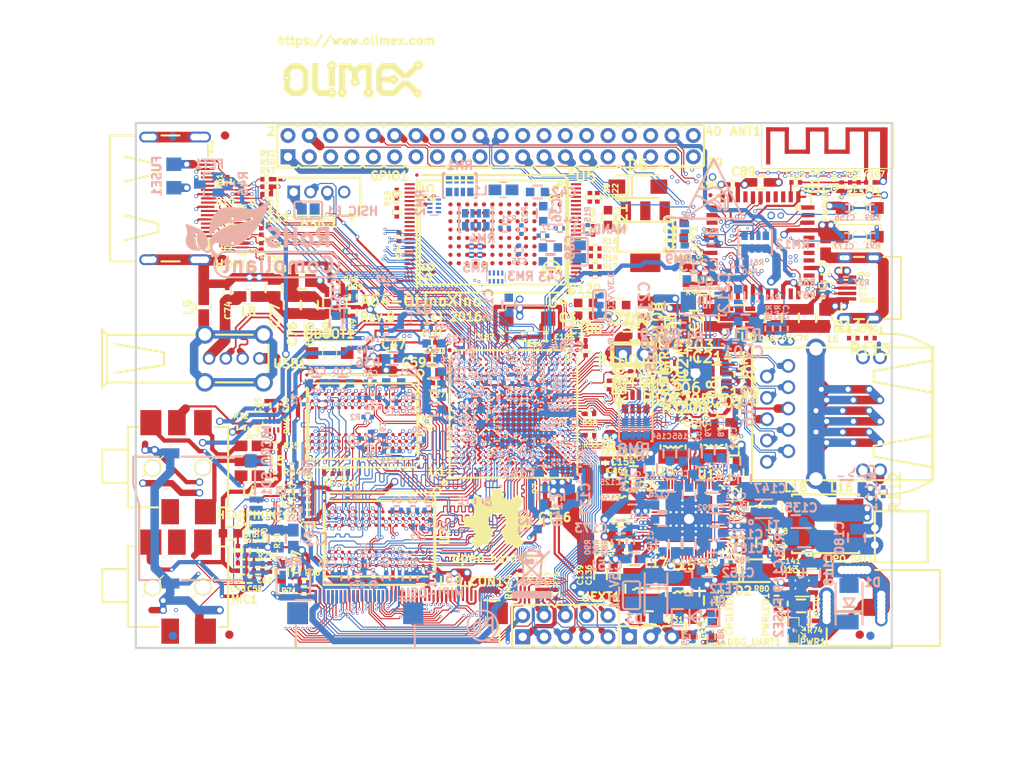
<source format=kicad_pcb>
(kicad_pcb (version 4) (host pcbnew 4.1.0-alpha+201607041449+6962~46~ubuntu14.04.1-product)
  (layers (0 F.Cu mixed) (1 In1.Cu power hide) (2 In2.Cu signal) (3 In3.Cu signal) (4 In4.Cu power hide) (31 B.Cu mixed) (34 B.Paste user hide) (35 F.Paste user hide) (36 B.SilkS user hide) (37 F.SilkS user) (38 B.Mask user hide) (39 F.Mask user hide) (44 Edge.Cuts user))
  (net 0 "")
  (net 1 +5V_EXT)
  (net 2 +5V)
  (net 3 "Net-(ANT1-Pad1)")
  (net 4 GND)
  (net 5 +1.5V)
  (net 6 /VREF0_DDR3)
  (net 7 /S0SVREF)
  (net 8 +3V3)
  (net 9 "Net-(C37-Pad2)")
  (net 10 "Net-(C39-Pad1)")
  (net 11 GNDA)
  (net 12 "/NAND Flash , eMMC, T-Card and Audio/MBIAS")
  (net 13 +3.0VA)
  (net 14 +1V8)
  (net 15 "Net-(C48-Pad2)")
  (net 16 "Net-(C51-Pad1)")
  (net 17 "/NAND Flash , eMMC, T-Card and Audio/MICIN1P")
  (net 18 "Net-(C54-Pad2)")
  (net 19 "Net-(C55-Pad1)")
  (net 20 "Net-(C57-Pad1)")
  (net 21 "Net-(C57-Pad2)")
  (net 22 "Net-(C58-Pad2)")
  (net 23 "Net-(C59-Pad1)")
  (net 24 "/NAND Flash , eMMC, T-Card and Audio/MICIN1N")
  (net 25 "Net-(C61-Pad1)")
  (net 26 "Net-(C61-Pad2)")
  (net 27 "Net-(C63-Pad1)")
  (net 28 "Net-(C64-Pad1)")
  (net 29 "Net-(C65-Pad2)")
  (net 30 "Net-(C66-Pad2)")
  (net 31 +5V_USBOTG)
  (net 32 "Net-(C68-Pad2)")
  (net 33 /USB&HDMI,WiFi&BT,Ethernet,LCD/USB0-VBUSDET)
  (net 34 "Net-(C74-Pad1)")
  (net 35 "Net-(C75-Pad2)")
  (net 36 +3.3VD)
  (net 37 +3.3VWiFiIO)
  (net 38 "Net-(C105-Pad1)")
  (net 39 "Net-(C105-Pad2)")
  (net 40 VCC-PL)
  (net 41 "Net-(C113-Pad2)")
  (net 42 1.1V_CPUS)
  (net 43 1.1V_CPUX)
  (net 44 "Net-(C125-Pad2)")
  (net 45 IPS)
  (net 46 "Net-(C135-Pad1)")
  (net 47 VBAT)
  (net 48 "Net-(C143-Pad2)")
  (net 49 "Net-(C149-Pad1)")
  (net 50 3.0V_RTC)
  (net 51 1.1V_SYS)
  (net 52 AP-RESET#)
  (net 53 "/Power Supply, Extensions and MiPi-DSI/3.3V_MIPI")
  (net 54 "/Power Supply, Extensions and MiPi-DSI/2.8V_AVDD-CSI")
  (net 55 VCC-PE)
  (net 56 "/Power Supply, Extensions and MiPi-DSI/1.8V_DVDD-CSI")
  (net 57 "Net-(C174-Pad2)")
  (net 58 "Net-(C177-Pad2)")
  (net 59 1.2V_HSIC)
  (net 60 "Net-(C181-Pad2)")
  (net 61 "Net-(C182-Pad2)")
  (net 62 "Net-(C183-Pad1)")
  (net 63 "Net-(C184-Pad1)")
  (net 64 "Net-(C185-Pad1)")
  (net 65 "Net-(C187-Pad1)")
  (net 66 "Net-(C188-Pad2)")
  (net 67 "Net-(C192-Pad2)")
  (net 68 KEYADC)
  (net 69 "Net-(CHGLED1-Pad1)")
  (net 70 "Net-(D2-Pad2)")
  (net 71 "Net-(D4-Pad1)")
  (net 72 "Net-(D4-Pad2)")
  (net 73 "Net-(DBG_UART1-Pad1)")
  (net 74 "Net-(FET1-Pad3)")
  (net 75 /USB&HDMI,WiFi&BT,Ethernet,LCD/HCEC)
  (net 76 "Net-(FUSE1-Pad2)")
  (net 77 "/Power Supply, Extensions and MiPi-DSI/PE17")
  (net 78 "/Power Supply, Extensions and MiPi-DSI/PE16")
  (net 79 "/Power Supply, Extensions and MiPi-DSI/PE15")
  (net 80 PL12)
  (net 81 "/Power Supply, Extensions and MiPi-DSI/PE14")
  (net 82 PL11)
  (net 83 "/Power Supply, Extensions and MiPi-DSI/PE13")
  (net 84 PL10)
  (net 85 "/Power Supply, Extensions and MiPi-DSI/PE12")
  (net 86 PL9)
  (net 87 "/Power Supply, Extensions and MiPi-DSI/PE11")
  (net 88 PL8)
  (net 89 "/Power Supply, Extensions and MiPi-DSI/PE10")
  (net 90 PL7)
  (net 91 "/Power Supply, Extensions and MiPi-DSI/PE9")
  (net 92 PC7)
  (net 93 "/Power Supply, Extensions and MiPi-DSI/PE8")
  (net 94 "/Power Supply, Extensions and MiPi-DSI/PE0")
  (net 95 UBOOT)
  (net 96 "/Power Supply, Extensions and MiPi-DSI/PE1")
  (net 97 "/Power Supply, Extensions and MiPi-DSI/PE2")
  (net 98 "/Power Supply, Extensions and MiPi-DSI/PB0")
  (net 99 "/Power Supply, Extensions and MiPi-DSI/PE3")
  (net 100 "/Power Supply, Extensions and MiPi-DSI/PB1")
  (net 101 "/Power Supply, Extensions and MiPi-DSI/PE4")
  (net 102 "/Power Supply, Extensions and MiPi-DSI/PB2")
  (net 103 "/Power Supply, Extensions and MiPi-DSI/PE5")
  (net 104 "/Power Supply, Extensions and MiPi-DSI/PB3")
  (net 105 "/Power Supply, Extensions and MiPi-DSI/PE6")
  (net 106 "/Power Supply, Extensions and MiPi-DSI/PB4")
  (net 107 "/Power Supply, Extensions and MiPi-DSI/PE7")
  (net 108 PC4)
  (net 109 /USB&HDMI,WiFi&BT,Ethernet,LCD/HTX2P)
  (net 110 /USB&HDMI,WiFi&BT,Ethernet,LCD/HTX2N)
  (net 111 /USB&HDMI,WiFi&BT,Ethernet,LCD/HTX1P)
  (net 112 /USB&HDMI,WiFi&BT,Ethernet,LCD/HTX1N)
  (net 113 /USB&HDMI,WiFi&BT,Ethernet,LCD/HTX0P)
  (net 114 /USB&HDMI,WiFi&BT,Ethernet,LCD/HTX0N)
  (net 115 /USB&HDMI,WiFi&BT,Ethernet,LCD/HTXCP)
  (net 116 /USB&HDMI,WiFi&BT,Ethernet,LCD/HTXCN)
  (net 117 "Net-(HDMI1-Pad14)")
  (net 118 /USB&HDMI,WiFi&BT,Ethernet,LCD/HSCL)
  (net 119 /USB&HDMI,WiFi&BT,Ethernet,LCD/HSDA)
  (net 120 "Net-(HDMI1-Pad19)")
  (net 121 "Net-(HEADPHONES1-Pad2)")
  (net 122 "Net-(HEADPHONES1-Pad1)")
  (net 123 "Net-(HEADPHONES1-Pad3)")
  (net 124 "Net-(HEADPHONES1-Pad5)")
  (net 125 "Net-(HEADPHONES1-Pad4)")
  (net 126 "/NAND Flash , eMMC, T-Card and Audio/HPOUTR")
  (net 127 "/NAND Flash , eMMC, T-Card and Audio/HPOUTFB")
  (net 128 "/NAND Flash , eMMC, T-Card and Audio/HPOUTL")
  (net 129 "Net-(L7-Pad2)")
  (net 130 "Net-(L9-Pad2)")
  (net 131 "Net-(L14-Pad1)")
  (net 132 "Net-(L15-Pad1)")
  (net 133 "Net-(L17-Pad1)")
  (net 134 "Net-(L18-Pad2)")
  (net 135 "Net-(L19-Pad1)")
  (net 136 "Net-(L20-Pad1)")
  (net 137 TWI0-SDA)
  (net 138 TWI0-SCK)
  (net 139 /USB&HDMI,WiFi&BT,Ethernet,LCD/PH8/CTP-RST)
  (net 140 /USB&HDMI,WiFi&BT,Ethernet,LCD/PH7/CTP-INT)
  (net 141 /USB&HDMI,WiFi&BT,Ethernet,LCD/GMDC/LCD-PWM)
  (net 142 /USB&HDMI,WiFi&BT,Ethernet,LCD/GMDIO/LCD_PWR)
  (net 143 PH11)
  (net 144 PH10)
  (net 145 /USB&HDMI,WiFi&BT,Ethernet,LCD/GTXCK/LCD_DE)
  (net 146 /USB&HDMI,WiFi&BT,Ethernet,LCD/GTXD0/LCD_CLK)
  (net 147 /USB&HDMI,WiFi&BT,Ethernet,LCD/GTXCTL/LCD_HSYNC)
  (net 148 /USB&HDMI,WiFi&BT,Ethernet,LCD/LCD_D7)
  (net 149 /USB&HDMI,WiFi&BT,Ethernet,LCD/LCD_D6)
  (net 150 /USB&HDMI,WiFi&BT,Ethernet,LCD/LCD_D5)
  (net 151 /USB&HDMI,WiFi&BT,Ethernet,LCD/LCD_D4)
  (net 152 /USB&HDMI,WiFi&BT,Ethernet,LCD/LCD_D3)
  (net 153 /USB&HDMI,WiFi&BT,Ethernet,LCD/LCD_D2)
  (net 154 /USB&HDMI,WiFi&BT,Ethernet,LCD/GRXCK/LCD_D18)
  (net 155 /USB&HDMI,WiFi&BT,Ethernet,LCD/GRXCTL/LCD_D19)
  (net 156 /USB&HDMI,WiFi&BT,Ethernet,LCD/LCD_D20)
  (net 157 /USB&HDMI,WiFi&BT,Ethernet,LCD/GTXD3/LCD_D21)
  (net 158 /USB&HDMI,WiFi&BT,Ethernet,LCD/GTXD2/LCD_D22)
  (net 159 /USB&HDMI,WiFi&BT,Ethernet,LCD/GTXD1/LCD_D23)
  (net 160 /USB&HDMI,WiFi&BT,Ethernet,LCD/LCD_D10)
  (net 161 /USB&HDMI,WiFi&BT,Ethernet,LCD/LCD_D11)
  (net 162 /USB&HDMI,WiFi&BT,Ethernet,LCD/GRXD3/LCD_D12)
  (net 163 /USB&HDMI,WiFi&BT,Ethernet,LCD/GRXD2/LCD_D13)
  (net 164 /USB&HDMI,WiFi&BT,Ethernet,LCD/GRXD1/LCD_D14)
  (net 165 /USB&HDMI,WiFi&BT,Ethernet,LCD/GRXD0/LCD_D15)
  (net 166 "Net-(MIC1-Pad5)")
  (net 167 "Net-(MIC1-Pad4)")
  (net 168 "/NAND Flash , eMMC, T-Card and Audio/SDC0-D2")
  (net 169 "/NAND Flash , eMMC, T-Card and Audio/SDC0-D3")
  (net 170 "/NAND Flash , eMMC, T-Card and Audio/SDC0-CMD")
  (net 171 "Net-(MICRO_SD1-Pad5)")
  (net 172 "/NAND Flash , eMMC, T-Card and Audio/SDC0-D0")
  (net 173 "/NAND Flash , eMMC, T-Card and Audio/SDC0-D1")
  (net 174 "/NAND Flash , eMMC, T-Card and Audio/SDC0-DET#")
  (net 175 "/Power Supply, Extensions and MiPi-DSI/MIPI-DSI-RST")
  (net 176 "/Power Supply, Extensions and MiPi-DSI/MIPI-DSI-BKL")
  (net 177 "/Power Supply, Extensions and MiPi-DSI/DSI-D0N")
  (net 178 "/Power Supply, Extensions and MiPi-DSI/MIPI-DSI-EN")
  (net 179 "/Power Supply, Extensions and MiPi-DSI/DSI-D0P")
  (net 180 "/Power Supply, Extensions and MiPi-DSI/DSI-CKN")
  (net 181 "/Power Supply, Extensions and MiPi-DSI/DSI-D1N")
  (net 182 "/Power Supply, Extensions and MiPi-DSI/DSI-CKP")
  (net 183 "/Power Supply, Extensions and MiPi-DSI/DSI-D1P")
  (net 184 "/Power Supply, Extensions and MiPi-DSI/DSI-D3N")
  (net 185 "/Power Supply, Extensions and MiPi-DSI/DSI-D2N")
  (net 186 "/Power Supply, Extensions and MiPi-DSI/DSI-D3P")
  (net 187 "/Power Supply, Extensions and MiPi-DSI/DSI-D2P")
  (net 188 "Net-(NAND_E1-Pad2)")
  (net 189 "Net-(PWRLED1-Pad2)")
  (net 190 "Net-(PWRON1-Pad1)")
  (net 191 /S0SRST)
  (net 192 "Net-(R3-Pad2)")
  (net 193 "Net-(R4-Pad2)")
  (net 194 "Net-(R7-Pad2)")
  (net 195 "Net-(R9-Pad1)")
  (net 196 "Net-(R10-Pad1)")
  (net 197 "Net-(R13-Pad1)")
  (net 198 "Net-(R14-Pad1)")
  (net 199 "/NAND Flash , eMMC, T-Card and Audio/NAND0-RB0/SDC2-CMD")
  (net 200 "Net-(R18-Pad1)")
  (net 201 "Net-(R19-Pad1)")
  (net 202 "Net-(R24-Pad2)")
  (net 203 "/NAND Flash , eMMC, T-Card and Audio/SDC0-CLK")
  (net 204 /USB&HDMI,WiFi&BT,Ethernet,LCD/USB0-ID)
  (net 205 USB0-DRV)
  (net 206 "Net-(R41-Pad2)")
  (net 207 USB1-DRV)
  (net 208 "Net-(R49-Pad2)")
  (net 209 /USB&HDMI,WiFi&BT,Ethernet,LCD/HHPD)
  (net 210 "Net-(R54-Pad1)")
  (net 211 /USB&HDMI,WiFi&BT,Ethernet,LCD/WL-SDIO-CLK)
  (net 212 "Net-(R60-Pad1)")
  (net 213 AP-CK32KO)
  (net 214 /USB&HDMI,WiFi&BT,Ethernet,LCD/EPHY-RST#)
  (net 215 TWI1-SCK)
  (net 216 UART3-RX)
  (net 217 TWI1-SDA)
  (net 218 "Net-(R79-Pad2)")
  (net 219 "Net-(R80-Pad2)")
  (net 220 "Net-(R82-Pad1)")
  (net 221 "Net-(R83-Pad1)")
  (net 222 "/Power Supply, Extensions and MiPi-DSI/DC5SET")
  (net 223 AP-NMI#)
  (net 224 "Net-(R86-Pad1)")
  (net 225 USB0-DP)
  (net 226 "Net-(R87-Pad1)")
  (net 227 USB0-DM)
  (net 228 PMU-SCK)
  (net 229 "Net-(R89-Pad1)")
  (net 230 PMU-SDA)
  (net 231 "Net-(R94-Pad1)")
  (net 232 "Net-(R96-Pad1)")
  (net 233 "Net-(R97-Pad1)")
  (net 234 "Net-(R98-Pad1)")
  (net 235 "/NAND Flash , eMMC, T-Card and Audio/NAND0-DQ0/SDC2-D0")
  (net 236 "/NAND Flash , eMMC, T-Card and Audio/NAND0-DQ1/SDC2-D1")
  (net 237 "/NAND Flash , eMMC, T-Card and Audio/NAND0-DQ2/SDC2-D2")
  (net 238 "/NAND Flash , eMMC, T-Card and Audio/NAND0-DQ3/SDC2-D3")
  (net 239 "/NAND Flash , eMMC, T-Card and Audio/NAND0-DQ4/SDC2-D4")
  (net 240 "Net-(RM3-Pad1.2)")
  (net 241 "/NAND Flash , eMMC, T-Card and Audio/NAND0-DQ5/SDC2-D5")
  (net 242 "Net-(RM3-Pad2.2)")
  (net 243 "/NAND Flash , eMMC, T-Card and Audio/NAND0-DQ6/SDC2-D6")
  (net 244 "Net-(RM3-Pad3.2)")
  (net 245 "/NAND Flash , eMMC, T-Card and Audio/NAND0-DQ7/SDC2-D7")
  (net 246 "Net-(RM3-Pad4.2)")
  (net 247 "/NAND Flash , eMMC, T-Card and Audio/NAND0-RE/SDC2-CLK")
  (net 248 "/NAND Flash , eMMC, T-Card and Audio/NAND0-DQS/SDC2-RST")
  (net 249 "/NAND Flash , eMMC, T-Card and Audio/HP-DET")
  (net 250 /USB&HDMI,WiFi&BT,Ethernet,LCD/WL-SDIO-D3)
  (net 251 /USB&HDMI,WiFi&BT,Ethernet,LCD/WL-SDIO-D0)
  (net 252 /USB&HDMI,WiFi&BT,Ethernet,LCD/WL-SDIO-D2)
  (net 253 /USB&HDMI,WiFi&BT,Ethernet,LCD/WL-SDIO-D1)
  (net 254 /USB&HDMI,WiFi&BT,Ethernet,LCD/WL-SDIO-CMD)
  (net 255 /USB&HDMI,WiFi&BT,Ethernet,LCD/BT-UART-RX)
  (net 256 /USB&HDMI,WiFi&BT,Ethernet,LCD/WL-PMU-EN)
  (net 257 /USB&HDMI,WiFi&BT,Ethernet,LCD/BT-RST-N)
  (net 258 SPI0_MISO)
  (net 259 SPI0_CLK)
  (net 260 "Net-(RM14-Pad3.1)")
  (net 261 SPI0_MOSI)
  (net 262 SPI0_CS)
  (net 263 "Net-(T1-Pad3)")
  (net 264 /USB&HDMI,WiFi&BT,Ethernet,LCD/BT-UART-TX)
  (net 265 /USB&HDMI,WiFi&BT,Ethernet,LCD/USB1-DP)
  (net 266 /USB&HDMI,WiFi&BT,Ethernet,LCD/USB1-DM)
  (net 267 /USB&HDMI,WiFi&BT,Ethernet,LCD/BT-PCM-DOUT)
  (net 268 /USB&HDMI,WiFi&BT,Ethernet,LCD/AP-WAKE-BT)
  (net 269 /USB&HDMI,WiFi&BT,Ethernet,LCD/BT-PCM-DIN)
  (net 270 /USB&HDMI,WiFi&BT,Ethernet,LCD/BT-PCM-SYNC)
  (net 271 /USB&HDMI,WiFi&BT,Ethernet,LCD/WL-WAKE-AP)
  (net 272 /USB&HDMI,WiFi&BT,Ethernet,LCD/BT-WAKE-AP)
  (net 273 /S0SDQ20)
  (net 274 /S0SDQ19)
  (net 275 /S0SDQ1)
  (net 276 /S0SDQ5)
  (net 277 /S0SDQ3)
  (net 278 /S0SDQ6)
  (net 279 /S0SDQ14)
  (net 280 /S0SDQ10)
  (net 281 /S0SDQ22)
  (net 282 /S0SDQ21)
  (net 283 /S0SDQM2)
  (net 284 /S0SDQ18)
  (net 285 /S0SDQ17)
  (net 286 /S0SDQ4)
  (net 287 /S0SDQM0)
  (net 288 /S0SDQ7)
  (net 289 /S0SDQ15)
  (net 290 /S0SDQ13)
  (net 291 /S0SDQ11)
  (net 292 /S0SDQ9)
  (net 293 /S0SDQ23)
  (net 294 /S0SA8)
  (net 295 /S0SDQ16)
  (net 296 /S0SA6)
  (net 297 /S0SDQ2)
  (net 298 /S0SCKE0)
  (net 299 /S0SDQ0)
  (net 300 /S0SDQ12)
  (net 301 /S0SDQM1)
  (net 302 /S0SBA1)
  (net 303 /S0SDQ8)
  (net 304 /S0SDQ26)
  (net 305 /S0SDQ25)
  (net 306 /S0SA9)
  (net 307 /S0SA7)
  (net 308 /S0SA5)
  (net 309 /S0SA14)
  (net 310 /S0SA10)
  (net 311 /S0SA1)
  (net 312 /S0SA15)
  (net 313 /S0SA11)
  (net 314 /S0SDQ27)
  (net 315 /S0SDQ24)
  (net 316 /S0SODT0)
  (net 317 /S0SCS0)
  (net 318 /S0SCS1)
  (net 319 /S0SA12)
  (net 320 /S0SA2)
  (net 321 /S0SA0)
  (net 322 UART3-TX)
  (net 323 /S0SBA2)
  (net 324 /S0SCKE1)
  (net 325 /S0SA3)
  (net 326 /S0SA4)
  (net 327 VDDFB-CPUX)
  (net 328 /S0SDQ28)
  (net 329 /S0SDQM3)
  (net 330 /S0SODT1)
  (net 331 /S0SRAS)
  (net 332 /S0SDQ29)
  (net 333 /S0SDQ30)
  (net 334 /S0SWE)
  (net 335 /S0SBA0)
  (net 336 /S0SA13)
  (net 337 /S0SDQ31)
  (net 338 /S0SCAS)
  (net 339 "Net-(U1-PadB10)")
  (net 340 "Net-(U1-PadA13)")
  (net 341 "Net-(U1-PadB13)")
  (net 342 "Net-(U1-PadA14)")
  (net 343 "Net-(U1-PadB14)")
  (net 344 "Net-(U1-PadC14)")
  (net 345 "Net-(U1-PadD14)")
  (net 346 "Net-(U1-PadC16)")
  (net 347 "Net-(U1-PadD16)")
  (net 348 "Net-(U1-PadE16)")
  (net 349 "Net-(U1-PadF16)")
  (net 350 "Net-(U1-PadA17)")
  (net 351 "Net-(U1-PadB17)")
  (net 352 /USB&HDMI,WiFi&BT,Ethernet,LCD/BT-UART-CTS)
  (net 353 /USB&HDMI,WiFi&BT,Ethernet,LCD/BT-PCM-CLK)
  (net 354 "Net-(U4-Pad3)")
  (net 355 "Net-(U4-Pad11)")
  (net 356 "Net-(U4-Pad14)")
  (net 357 "Net-(U4-Pad15)")
  (net 358 "Net-(U4-Pad20)")
  (net 359 "Net-(U4-Pad21)")
  (net 360 "Net-(U4-Pad22)")
  (net 361 "Net-(U4-Pad26)")
  (net 362 "Net-(U4-Pad27)")
  (net 363 "Net-(U4-Pad33)")
  (net 364 "Net-(U4-Pad40)")
  (net 365 "Net-(U4-Pad45)")
  (net 366 "Net-(U4-Pad46)")
  (net 367 "Net-(U4-Pad47)")
  (net 368 "Net-(U11-Pad3)")
  (net 369 "Net-(U11-Pad4)")
  (net 370 "Net-(U11-Pad5)")
  (net 371 "Net-(U11-Pad8)")
  (net 372 "Net-(U11-Pad10)")
  (net 373 "Net-(U11-Pad11)")
  (net 374 "Net-(U11-Pad21)")
  (net 375 "Net-(U11-Pad23)")
  (net 376 "Net-(U11-Pad29)")
  (net 377 "Net-(U11-Pad30)")
  (net 378 "Net-(U11-Pad32)")
  (net 379 "Net-(U11-Pad35)")
  (net 380 "Net-(U11-Pad37)")
  (net 381 "Net-(U11-Pad38)")
  (net 382 "Net-(U11-Pad39)")
  (net 383 "Net-(U11-Pad40)")
  (net 384 "Net-(U13-Pad6)")
  (net 385 "Net-(U14-Pad23)")
  (net 386 "Net-(U14-Pad24)")
  (net 387 /USB&HDMI,WiFi&BT,Ethernet,LCD/GCLKIN/LCD_VSYNC)
  (net 388 "Net-(HSIC1-Pad1)")
  (net 389 "Net-(HSIC1-Pad2)")
  (net 390 "Net-(HSIC1-Pad3)")
  (net 391 /S0SDQS0_N)
  (net 392 /S0SDQS0_P)
  (net 393 /S0SCK_N)
  (net 394 /S0SCK_P)
  (net 395 /S0SDQS2_N)
  (net 396 /S0SDQS1_P)
  (net 397 /S0SDQS2_P)
  (net 398 /S0SDQS1_N)
  (net 399 /S0SDQS3_N)
  (net 400 /S0SDQS3_P)
  (net 401 "Net-(3.3V/VCC-PE:2.8V1-Pad2)")
  (net 402 "Net-(RM14-Pad1.1)")
  (net 403 "Net-(RM14-Pad2.1)")
  (net 404 "Net-(C196-Pad2)")
  (net 405 "Net-(C198-Pad1)")
  (net 406 "Net-(C199-Pad2)")
  (net 407 "Net-(C200-Pad2)")
  (net 408 /USB&HDMI,WiFi&BT,Ethernet,LCD/VDD33)
  (net 409 "Net-(C204-Pad2)")
  (net 410 "Net-(C207-Pad2)")
  (net 411 "Net-(C211-Pad2)")
  (net 412 "Net-(C212-Pad2)")
  (net 413 "Net-(C213-Pad2)")
  (net 414 /USB&HDMI,WiFi&BT,Ethernet,LCD/1.25_EXT)
  (net 415 /USB&HDMI,WiFi&BT,Ethernet,LCD/MDI[0]+)
  (net 416 /USB&HDMI,WiFi&BT,Ethernet,LCD/MDI[0]-)
  (net 417 /USB&HDMI,WiFi&BT,Ethernet,LCD/MDI[1]+)
  (net 418 /USB&HDMI,WiFi&BT,Ethernet,LCD/MDI[1]-)
  (net 419 /USB&HDMI,WiFi&BT,Ethernet,LCD/MDI[2]+)
  (net 420 /USB&HDMI,WiFi&BT,Ethernet,LCD/MDI[2]-)
  (net 421 /USB&HDMI,WiFi&BT,Ethernet,LCD/MDI[3]+)
  (net 422 /USB&HDMI,WiFi&BT,Ethernet,LCD/MDI[3]-)
  (net 423 /USB&HDMI,WiFi&BT,Ethernet,LCD/PHYAD1)
  (net 424 /USB&HDMI,WiFi&BT,Ethernet,LCD/PHYAD0)
  (net 425 "Net-(R105-Pad2)")
  (net 426 "Net-(R109-Pad2)")
  (net 427 "Net-(R111-Pad2)")
  (net 428 "Net-(R113-Pad2)")
  (net 429 "Net-(R115-Pad1)")
  (net 430 "Net-(R119-Pad1)")
  (net 431 "Net-(RM15-Pad1.1)")
  (net 432 "Net-(RM15-Pad4.1)")
  (net 433 "Net-(RM15-Pad2.1)")
  (net 434 "Net-(RM15-Pad3.1)")
  (net 435 "Net-(U15-Pad13)")
  (net 436 "Net-(U15-Pad47)")
  (net 437 "Net-(U15-Pad43)")
  (net 438 VCC-PC)
  (net 439 "Net-(C42-Pad1)")
  (net 440 "Net-(C218-Pad1)")
  (net 441 "Net-(R21-Pad1)")
  (net 442 "Net-(R23-Pad1)")
  (net 443 "Net-(RM1-Pad1.2)")
  (net 444 "Net-(RM1-Pad4.2)")
  (net 445 "Net-(RM1-Pad2.2)")
  (net 446 "Net-(RM1-Pad3.2)")
  (net 447 "Net-(RM5-Pad3.2)")
  (module OLIMEX_IC-FP:TBGA100 (layer F.Cu) (at 142.45 50.7 180)
    (fp_text reference U5 (at -11.093 6.858 180) (layer F.SilkS) (effects (font (size 1.27 1.27) (thickness 0.254))))
    (fp_text value "MTFC4GACAANA-4M_IT(TBGA100)")
    (pad A1 smd circle (at -8 4.5 270) (size 0.5 0.5) (layers F.Cu F.Paste F.Mask))
    (pad A2 smd circle (at -8 3.5 270) (size 0.5 0.5) (layers F.Cu F.Paste F.Mask))
    (pad A9 smd circle (at -8 -3.5 270) (size 0.5 0.5) (layers F.Cu F.Paste F.Mask))
    (pad A10 smd circle (at -8 -4.5 270) (size 0.5 0.5) (layers F.Cu F.Paste F.Mask))
    (pad B1 smd circle (at -7 4.5 270) (size 0.5 0.5) (layers F.Cu F.Paste F.Mask))
    (pad B10 smd circle (at -7 -4.5 270) (size 0.5 0.5) (layers F.Cu F.Paste F.Mask))
    (pad D2 smd circle (at -5 3.5 270) (size 0.5 0.5) (layers F.Cu F.Paste F.Mask))
    (pad D3 smd circle (at -5 2.5 270) (size 0.5 0.5) (layers F.Cu F.Paste F.Mask))
    (pad D4 smd circle (at -5 1.5 270) (size 0.5 0.5) (layers F.Cu F.Paste F.Mask))
    (pad D5 smd circle (at -5 0.5 270) (size 0.5 0.5) (layers F.Cu F.Paste F.Mask))
    (pad D6 smd circle (at -5 -0.5 270) (size 0.5 0.5) (layers F.Cu F.Paste F.Mask))
    (pad D7 smd circle (at -5 -1.5 270) (size 0.5 0.5) (layers F.Cu F.Paste F.Mask))
    (pad D8 smd circle (at -5 -2.5 270) (size 0.5 0.5) (layers F.Cu F.Paste F.Mask))
    (pad D9 smd circle (at -5 -3.5 270) (size 0.5 0.5) (layers F.Cu F.Paste F.Mask))
    (pad E2 smd circle (at -4 3.5 270) (size 0.5 0.5) (layers F.Cu F.Paste F.Mask))
    (pad E3 smd circle (at -4 2.5 270) (size 0.5 0.5) (layers F.Cu F.Paste F.Mask))
    (pad E4 smd circle (at -4 1.5 270) (size 0.5 0.5) (layers F.Cu F.Paste F.Mask) (net 9 "Net-(C37-Pad2)"))
    (pad E5 smd circle (at -4 0.5 270) (size 0.5 0.5) (layers F.Cu F.Paste F.Mask))
    (pad E6 smd circle (at -4 -0.5 270) (size 0.5 0.5) (layers F.Cu F.Paste F.Mask))
    (pad E7 smd circle (at -4 -1.5 270) (size 0.5 0.5) (layers F.Cu F.Paste F.Mask))
    (pad E8 smd circle (at -4 -2.5 270) (size 0.5 0.5) (layers F.Cu F.Paste F.Mask))
    (pad E9 smd circle (at -4 -3.5 270) (size 0.5 0.5) (layers F.Cu F.Paste F.Mask))
    (pad F2 smd circle (at -3 3.5 270) (size 0.5 0.5) (layers F.Cu F.Paste F.Mask) (net 439 "Net-(C42-Pad1)"))
    (pad F3 smd circle (at -3 2.5 270) (size 0.5 0.5) (layers F.Cu F.Paste F.Mask) (net 439 "Net-(C42-Pad1)"))
    (pad F4 smd circle (at -3 1.5 270) (size 0.5 0.5) (layers F.Cu F.Paste F.Mask) (net 439 "Net-(C42-Pad1)"))
    (pad F5 smd circle (at -3 0.5 270) (size 0.5 0.5) (layers F.Cu F.Paste F.Mask) (net 439 "Net-(C42-Pad1)"))
    (pad F6 smd circle (at -3 -0.5 270) (size 0.5 0.5) (layers F.Cu F.Paste F.Mask) (net 439 "Net-(C42-Pad1)"))
    (pad F7 smd circle (at -3 -1.5 270) (size 0.5 0.5) (layers F.Cu F.Paste F.Mask) (net 439 "Net-(C42-Pad1)"))
    (pad F8 smd circle (at -3 -2.5 270) (size 0.5 0.5) (layers F.Cu F.Paste F.Mask) (net 439 "Net-(C42-Pad1)"))
    (pad F9 smd circle (at -3 -3.5 270) (size 0.5 0.5) (layers F.Cu F.Paste F.Mask) (net 439 "Net-(C42-Pad1)"))
    (pad FID1 smd circle (at 9 7 270) (size 0.4 0.4) (layers F.Cu F.Mask))
    (pad FID2 smd circle (at 9 -7 270) (size 0.4 0.4) (layers F.Cu F.Mask))
    (pad FID3 smd circle (at -9 -7 270) (size 0.4 0.4) (layers F.Cu F.Mask))
    (pad G2 smd circle (at -2 3.5 270) (size 0.5 0.5) (layers F.Cu F.Paste F.Mask) (net 4 GND))
    (pad G3 smd circle (at -2 2.5 270) (size 0.5 0.5) (layers F.Cu F.Paste F.Mask) (net 4 GND))
    (pad G4 smd circle (at -2 1.5 270) (size 0.5 0.5) (layers F.Cu F.Paste F.Mask) (net 4 GND))
    (pad G5 smd circle (at -2 0.5 270) (size 0.5 0.5) (layers F.Cu F.Paste F.Mask) (net 4 GND))
    (pad G6 smd circle (at -2 -0.5 270) (size 0.5 0.5) (layers F.Cu F.Paste F.Mask) (net 4 GND))
    (pad G7 smd circle (at -2 -1.5 270) (size 0.5 0.5) (layers F.Cu F.Paste F.Mask) (net 4 GND))
    (pad G8 smd circle (at -2 -2.5 270) (size 0.5 0.5) (layers F.Cu F.Paste F.Mask) (net 4 GND))
    (pad G9 smd circle (at -2 -3.5 270) (size 0.5 0.5) (layers F.Cu F.Paste F.Mask) (net 4 GND))
    (pad H2 smd circle (at -1 3.5 270) (size 0.5 0.5) (layers F.Cu F.Paste F.Mask) (net 4 GND))
    (pad H3 smd circle (at -1 2.5 270) (size 0.5 0.5) (layers F.Cu F.Paste F.Mask) (net 438 VCC-PC))
    (pad H4 smd circle (at -1 1.5 270) (size 0.5 0.5) (layers F.Cu F.Paste F.Mask))
    (pad H5 smd circle (at -1 0.5 270) (size 0.5 0.5) (layers F.Cu F.Paste F.Mask))
    (pad H6 smd circle (at -1 -0.5 270) (size 0.5 0.5) (layers F.Cu F.Paste F.Mask))
    (pad H7 smd circle (at -1 -1.5 270) (size 0.5 0.5) (layers F.Cu F.Paste F.Mask))
    (pad H8 smd circle (at -1 -2.5 270) (size 0.5 0.5) (layers F.Cu F.Paste F.Mask) (net 438 VCC-PC))
    (pad H9 smd circle (at -1 -3.5 270) (size 0.5 0.5) (layers F.Cu F.Paste F.Mask) (net 4 GND))
    (pad J2 smd circle (at 0 3.5 270) (size 0.5 0.5) (layers F.Cu F.Paste F.Mask))
    (pad J3 smd circle (at 0 2.5 270) (size 0.5 0.5) (layers F.Cu F.Paste F.Mask))
    (pad J4 smd circle (at 0 1.5 270) (size 0.5 0.5) (layers F.Cu F.Paste F.Mask))
    (pad J5 smd circle (at 0 0.5 270) (size 0.5 0.5) (layers F.Cu F.Paste F.Mask))
    (pad J6 smd circle (at 0 -0.5 270) (size 0.5 0.5) (layers F.Cu F.Paste F.Mask))
    (pad J7 smd circle (at 0 -1.5 270) (size 0.5 0.5) (layers F.Cu F.Paste F.Mask))
    (pad J8 smd circle (at 0 -2.5 270) (size 0.5 0.5) (layers F.Cu F.Paste F.Mask))
    (pad J9 smd circle (at 0 -3.5 270) (size 0.5 0.5) (layers F.Cu F.Paste F.Mask))
    (pad K2 smd circle (at 1 3.5 270) (size 0.5 0.5) (layers F.Cu F.Paste F.Mask) (net 444 "Net-(RM1-Pad4.2)"))
    (pad K3 smd circle (at 1 2.5 270) (size 0.5 0.5) (layers F.Cu F.Paste F.Mask) (net 445 "Net-(RM1-Pad2.2)"))
    (pad K4 smd circle (at 1 1.5 270) (size 0.5 0.5) (layers F.Cu F.Paste F.Mask))
    (pad K5 smd circle (at 1 0.5 270) (size 0.5 0.5) (layers F.Cu F.Paste F.Mask))
    (pad K6 smd circle (at 1 -0.5 270) (size 0.5 0.5) (layers F.Cu F.Paste F.Mask))
    (pad K7 smd circle (at 1 -1.5 270) (size 0.5 0.5) (layers F.Cu F.Paste F.Mask))
    (pad K8 smd circle (at 1 -2.5 270) (size 0.5 0.5) (layers F.Cu F.Paste F.Mask) (net 242 "Net-(RM3-Pad2.2)"))
    (pad K9 smd circle (at 1 -3.5 270) (size 0.5 0.5) (layers F.Cu F.Paste F.Mask) (net 240 "Net-(RM3-Pad1.2)"))
    (pad L2 smd circle (at 2 3.5 270) (size 0.5 0.5) (layers F.Cu F.Paste F.Mask) (net 438 VCC-PC))
    (pad L3 smd circle (at 2 2.5 270) (size 0.5 0.5) (layers F.Cu F.Paste F.Mask) (net 4 GND))
    (pad L4 smd circle (at 2 1.5 270) (size 0.5 0.5) (layers F.Cu F.Paste F.Mask) (net 438 VCC-PC))
    (pad L5 smd circle (at 2 0.5 270) (size 0.5 0.5) (layers F.Cu F.Paste F.Mask))
    (pad L6 smd circle (at 2 -0.5 270) (size 0.5 0.5) (layers F.Cu F.Paste F.Mask))
    (pad L7 smd circle (at 2 -1.5 270) (size 0.5 0.5) (layers F.Cu F.Paste F.Mask) (net 438 VCC-PC))
    (pad L8 smd circle (at 2 -2.5 270) (size 0.5 0.5) (layers F.Cu F.Paste F.Mask) (net 4 GND))
    (pad L9 smd circle (at 2 -3.5 270) (size 0.5 0.5) (layers F.Cu F.Paste F.Mask) (net 438 VCC-PC))
    (pad M2 smd circle (at 3 3.5 270) (size 0.5 0.5) (layers F.Cu F.Paste F.Mask))
    (pad M3 smd circle (at 3 2.5 270) (size 0.5 0.5) (layers F.Cu F.Paste F.Mask))
    (pad M4 smd circle (at 3 1.5 270) (size 0.5 0.5) (layers F.Cu F.Paste F.Mask) (net 4 GND))
    (pad M5 smd circle (at 3 0.5 270) (size 0.5 0.5) (layers F.Cu F.Paste F.Mask) (net 442 "Net-(R23-Pad1)"))
    (pad M6 smd circle (at 3 -0.5 270) (size 0.5 0.5) (layers F.Cu F.Paste F.Mask))
    (pad M7 smd circle (at 3 -1.5 270) (size 0.5 0.5) (layers F.Cu F.Paste F.Mask) (net 4 GND))
    (pad M8 smd circle (at 3 -2.5 270) (size 0.5 0.5) (layers F.Cu F.Paste F.Mask))
    (pad M9 smd circle (at 3 -3.5 270) (size 0.5 0.5) (layers F.Cu F.Paste F.Mask))
    (pad N2 smd circle (at 4 3.5 270) (size 0.5 0.5) (layers F.Cu F.Paste F.Mask) (net 446 "Net-(RM1-Pad3.2)"))
    (pad N3 smd circle (at 4 2.5 270) (size 0.5 0.5) (layers F.Cu F.Paste F.Mask) (net 443 "Net-(RM1-Pad1.2)"))
    (pad N4 smd circle (at 4 1.5 270) (size 0.5 0.5) (layers F.Cu F.Paste F.Mask))
    (pad N5 smd circle (at 4 0.5 270) (size 0.5 0.5) (layers F.Cu F.Paste F.Mask))
    (pad N6 smd circle (at 4 -0.5 270) (size 0.5 0.5) (layers F.Cu F.Paste F.Mask))
    (pad N7 smd circle (at 4 -1.5 270) (size 0.5 0.5) (layers F.Cu F.Paste F.Mask))
    (pad N8 smd circle (at 4 -2.5 270) (size 0.5 0.5) (layers F.Cu F.Paste F.Mask) (net 246 "Net-(RM3-Pad4.2)"))
    (pad N9 smd circle (at 4 -3.5 270) (size 0.5 0.5) (layers F.Cu F.Paste F.Mask) (net 244 "Net-(RM3-Pad3.2)"))
    (pad P2 smd circle (at 5 3.5 270) (size 0.5 0.5) (layers F.Cu F.Paste F.Mask) (net 4 GND))
    (pad P3 smd circle (at 5 2.5 270) (size 0.5 0.5) (layers F.Cu F.Paste F.Mask) (net 438 VCC-PC))
    (pad P4 smd circle (at 5 1.5 270) (size 0.5 0.5) (layers F.Cu F.Paste F.Mask))
    (pad P5 smd circle (at 5 0.5 270) (size 0.5 0.5) (layers F.Cu F.Paste F.Mask) (net 441 "Net-(R21-Pad1)"))
    (pad P6 smd circle (at 5 -0.5 270) (size 0.5 0.5) (layers F.Cu F.Paste F.Mask) (net 447 "Net-(RM5-Pad3.2)"))
    (pad P7 smd circle (at 5 -1.5 270) (size 0.5 0.5) (layers F.Cu F.Paste F.Mask))
    (pad P8 smd circle (at 5 -2.5 270) (size 0.5 0.5) (layers F.Cu F.Paste F.Mask) (net 438 VCC-PC))
    (pad P9 smd circle (at 5 -3.5 270) (size 0.5 0.5) (layers F.Cu F.Paste F.Mask) (net 4 GND))
    (pad T1 smd circle (at 7 4.5 270) (size 0.5 0.5) (layers F.Cu F.Paste F.Mask))
    (pad T10 smd circle (at 7 -4.5 270) (size 0.5 0.5) (layers F.Cu F.Paste F.Mask))
    (pad U1 smd circle (at 8 4.5 270) (size 0.5 0.5) (layers F.Cu F.Paste F.Mask))
    (pad U2 smd circle (at 8 3.5 270) (size 0.5 0.5) (layers F.Cu F.Paste F.Mask))
    (pad U9 smd circle (at 8 -3.5 270) (size 0.5 0.5) (layers F.Cu F.Paste F.Mask))
    (pad U10 smd circle (at 8 -4.5 270) (size 0.5 0.5) (layers F.Cu F.Paste F.Mask))
  )
  (module OLIMEX_RLC-FP:C_0603_5MIL_DWS (layer F.Cu) (at 165.608 55.626 270)
    (fp_text reference C91 (at -1.905 0.254) (layer F.SilkS) (effects (font (size 0.762 0.762) (thickness 0.1905))))
    (fp_text value 10uF/6.3V/0603)
    (pad 1 smd rect (at -0.889 0 270) (size 1.016 1.016) (layers F.Cu F.Paste F.Mask) (net 4 GND) (clearance 0.0508))
    (pad 2 smd rect (at 0.889 0 270) (size 1.016 1.016) (layers F.Cu F.Paste F.Mask) (net 37 +3.3VWiFiIO) (clearance 0.0508))
  )
  (module OLIMEX_Connectors-FP:SCJ325P00XG0B02G (layer F.Cu) (at 101.981 92.71)
    (fp_text reference MIC1 (at 10.922 1.524) (layer F.SilkS) (effects (font (size 0.889 0.889) (thickness 0.22225))))
    (fp_text value SCJ325P00XG0B02G)
    (pad 2 smd rect (at -0.2 -5.3) (size 2.5 3) (layers F.Cu F.Paste F.Mask) (net 11 GNDA) (clearance 0.0508))
    (pad 1 smd rect (at 6.3 5.3) (size 2.5 3) (layers F.Cu F.Paste F.Mask) (net 22 "Net-(C58-Pad2)") (clearance 0.0508))
    (pad 3 smd rect (at 6 -5.3) (size 2.1 3) (layers F.Cu F.Paste F.Mask) (net 15 "Net-(C48-Pad2)") (clearance 0.0508))
    (pad 5 smd rect (at 2.1 5.3) (size 2.1 3) (layers F.Cu F.Paste F.Mask) (net 166 "Net-(MIC1-Pad5)") (clearance 0.0508))
    (pad 4 smd rect (at 2.9 -5.3) (size 2.1 3) (layers F.Cu F.Paste F.Mask) (net 167 "Net-(MIC1-Pad4)") (clearance 0.0508))
    (pad 6 thru_hole circle (at 0.0127 0.0762) (size 1.7 1.7) (drill 1.7) (layers *.Cu *.Mask))
    (pad 7 thru_hole circle (at 6.0325 0.0635) (size 1.7 1.7) (drill 1.7) (layers *.Cu *.Mask))
  )
  (module OLIMEX_Connectors-FP:SCJ325P00XG0B02G (layer F.Cu) (at 101.981 78.486)
    (fp_text reference HEADPHONES1 (at 12.446 5.715) (layer F.SilkS) (effects (font (size 0.889 0.889) (thickness 0.22225))))
    (fp_text value SCJ325P00XG0B02G)
    (pad 2 smd rect (at -0.2 -5.3) (size 2.5 3) (layers F.Cu F.Paste F.Mask) (net 121 "Net-(HEADPHONES1-Pad2)") (clearance 0.0508))
    (pad 1 smd rect (at 6.3 5.3) (size 2.5 3) (layers F.Cu F.Paste F.Mask) (net 122 "Net-(HEADPHONES1-Pad1)") (clearance 0.0508))
    (pad 3 smd rect (at 6 -5.3) (size 2.1 3) (layers F.Cu F.Paste F.Mask) (net 123 "Net-(HEADPHONES1-Pad3)") (clearance 0.0508))
    (pad 5 smd rect (at 2.1 5.3) (size 2.1 3) (layers F.Cu F.Paste F.Mask) (net 124 "Net-(HEADPHONES1-Pad5)") (clearance 0.0508))
    (pad 4 smd rect (at 2.9 -5.3) (size 2.1 3) (layers F.Cu F.Paste F.Mask) (net 125 "Net-(HEADPHONES1-Pad4)") (clearance 0.0508))
    (pad 6 thru_hole circle (at 0.0127 0.0762) (size 1.7 1.7) (drill 1.7) (layers *.Cu *.Mask))
    (pad 7 thru_hole circle (at 6.0325 0.0635) (size 1.7 1.7) (drill 1.7) (layers *.Cu *.Mask))
  )
  (module OLIMEX_Connectors-FP:USB-MICRO_MISB-SWMM-5B_LF (layer F.Cu) (at 187.592 57.15)
    (fp_text reference USB-OTG1 (at -1.537 4.953) (layer F.SilkS) (effects (font (size 0.762 0.762) (thickness 0.1905))))
    (fp_text value MICRO_USB/MISB-SWMM-5AB_LF)
    (fp_text user GND (at -0.9 -1.6) (layer F.SilkS) (effects (font (size 0.508 0.508) (thickness 0.127))))
    (fp_text user ID (at -1.25 -0.75) (layer F.SilkS) (effects (font (size 0.508 0.508) (thickness 0.127))))
    (fp_text user D+ (at -1 0) (layer F.SilkS) (effects (font (size 0.508 0.508) (thickness 0.127))))
    (fp_text user D- (at -1 0.75) (layer F.SilkS) (effects (font (size 0.508 0.508) (thickness 0.127))))
    (fp_text user VBUS (at -0.5 1.5) (layer F.SilkS) (effects (font (size 0.508 0.508) (thickness 0.127))))
    (pad 1 smd rect (at -2.9 1.3 90) (size 0.4 2.15) (layers F.Cu F.Paste F.Mask) (net 31 +5V_USBOTG))
    (pad 2 smd rect (at -2.9 0.65 90) (size 0.4 2.15) (layers F.Cu F.Paste F.Mask) (net 227 USB0-DM))
    (pad 3 smd rect (at -2.9 0 90) (size 0.4 2.15) (layers F.Cu F.Paste F.Mask) (net 225 USB0-DP))
    (pad 4 smd rect (at -2.9 -0.65 90) (size 0.4 2.15) (layers F.Cu F.Paste F.Mask) (net 204 /USB&HDMI,WiFi&BT,Ethernet,LCD/USB0-ID))
    (pad 5 smd rect (at -2.9 -1.3 90) (size 0.4 2.15) (layers F.Cu F.Paste F.Mask) (net 4 GND))
    (pad "" np_thru_hole circle (at -1.9 2 90) (size 0.55 0.55) (drill 0.55) (layers *.Cu *.Mask))
    (pad "" np_thru_hole circle (at -1.9 -2 90) (size 0.55 0.55) (drill 0.55) (layers *.Cu *.Mask))
    (pad 6 smd rect (at 1.4 1.5 90) (size 1.1 1) (layers F.Cu F.Paste F.Mask) (net 129 "Net-(L7-Pad2)"))
    (pad 6 smd rect (at 1.4 -1.5 90) (size 1.1 1) (layers F.Cu F.Paste F.Mask) (net 129 "Net-(L7-Pad2)"))
    (pad 6 thru_hole oval (at 0.25 3.6 90) (size 1.2 1.8) (drill 0.6) (layers *.Cu *.Mask) (net 129 "Net-(L7-Pad2)"))
    (pad 6 thru_hole oval (at -3.22 3.6 90) (size 1.2 1.8) (drill 0.6) (layers *.Cu *.Mask) (net 129 "Net-(L7-Pad2)"))
    (pad 6 thru_hole oval (at -3.22 -3.6 90) (size 1.2 1.8) (drill 0.6) (layers *.Cu *.Mask) (net 129 "Net-(L7-Pad2)"))
    (pad 6 thru_hole oval (at 0.25 -3.6 90) (size 1.2 1.8) (drill 0.6) (layers *.Cu *.Mask) (net 129 "Net-(L7-Pad2)"))
    (pad 6 thru_hole circle (at 0.55 3.6 90) (size 1.1 1.1) (drill 0.6) (layers *.Cu *.Mask) (net 129 "Net-(L7-Pad2)"))
    (pad 6 thru_hole circle (at -0.05 3.6 90) (size 1.1 1.1) (drill 0.6) (layers *.Cu *.Mask) (net 129 "Net-(L7-Pad2)"))
    (pad 6 thru_hole circle (at -2.92 3.6 90) (size 1.1 1.1) (drill 0.6) (layers *.Cu *.Mask) (net 129 "Net-(L7-Pad2)"))
    (pad 6 thru_hole circle (at -3.52 3.6 90) (size 1.1 1.1) (drill 0.6) (layers *.Cu *.Mask) (net 129 "Net-(L7-Pad2)"))
    (pad 6 thru_hole circle (at -3.52 -3.6 90) (size 1.1 1.1) (drill 0.6) (layers *.Cu *.Mask) (net 129 "Net-(L7-Pad2)"))
    (pad 6 thru_hole circle (at -2.92 -3.6 90) (size 1.1 1.1) (drill 0.6) (layers *.Cu *.Mask) (net 129 "Net-(L7-Pad2)"))
    (pad 6 thru_hole circle (at -0.05 -3.6 90) (size 1.1 1.1) (drill 0.6) (layers *.Cu *.Mask) (net 129 "Net-(L7-Pad2)"))
    (pad 6 thru_hole circle (at 0.55 -3.6 90) (size 1.1 1.1) (drill 0.6) (layers *.Cu *.Mask) (net 129 "Net-(L7-Pad2)"))
  )
  (module "OLIMEX_IC-FP:FBGA96(HYNIX_SAMSUNG_512MX16_DDR3)" (layer F.Cu) (at 127 73 180)
    (fp_text reference U3 (at -7.747 -0.152 270) (layer F.SilkS) (effects (font (size 1.016 1.016) (thickness 0.254))))
    (fp_text value "K4B4G1646Q-HYK0(FBGA-96_256Mx16_DDR3-1600_11-11-11)")
    (pad A1 smd circle (at -6 3.2 270) (size 0.4 0.4) (layers F.Cu F.Paste F.Mask) (net 5 +1.5V))
    (pad A2 smd circle (at -6 2.4 270) (size 0.4 0.4) (layers F.Cu F.Paste F.Mask) (net 333 /S0SDQ30))
    (pad A3 smd circle (at -6 1.6 270) (size 0.4 0.4) (layers F.Cu F.Paste F.Mask) (net 328 /S0SDQ28))
    (pad A7 smd circle (at -6 -1.6 270) (size 0.4 0.4) (layers F.Cu F.Paste F.Mask) (net 315 /S0SDQ24))
    (pad A8 smd circle (at -6 -2.4 270) (size 0.4 0.4) (layers F.Cu F.Paste F.Mask) (net 5 +1.5V))
    (pad A9 smd circle (at -6 -3.2 270) (size 0.4 0.4) (layers F.Cu F.Paste F.Mask) (net 4 GND))
    (pad B1 smd circle (at -5.2 3.2 270) (size 0.4 0.4) (layers F.Cu F.Paste F.Mask) (net 4 GND))
    (pad B2 smd circle (at -5.2 2.4 270) (size 0.4 0.4) (layers F.Cu F.Paste F.Mask) (net 5 +1.5V))
    (pad B3 smd circle (at -5.2 1.6 270) (size 0.4 0.4) (layers F.Cu F.Paste F.Mask) (net 4 GND))
    (pad B7 smd circle (at -5.2 -1.6 270) (size 0.4 0.4) (layers F.Cu F.Paste F.Mask) (net 399 /S0SDQS3_N))
    (pad B8 smd circle (at -5.2 -2.4 270) (size 0.4 0.4) (layers F.Cu F.Paste F.Mask) (net 314 /S0SDQ27))
    (pad B9 smd circle (at -5.2 -3.2 270) (size 0.4 0.4) (layers F.Cu F.Paste F.Mask) (net 4 GND))
    (pad C1 smd circle (at -4.4 3.2 270) (size 0.4 0.4) (layers F.Cu F.Paste F.Mask) (net 5 +1.5V))
    (pad C2 smd circle (at -4.4 2.4 270) (size 0.4 0.4) (layers F.Cu F.Paste F.Mask) (net 337 /S0SDQ31))
    (pad C3 smd circle (at -4.4 1.6 270) (size 0.4 0.4) (layers F.Cu F.Paste F.Mask) (net 332 /S0SDQ29))
    (pad C7 smd circle (at -4.4 -1.6 270) (size 0.4 0.4) (layers F.Cu F.Paste F.Mask) (net 400 /S0SDQS3_P))
    (pad C8 smd circle (at -4.4 -2.4 270) (size 0.4 0.4) (layers F.Cu F.Paste F.Mask) (net 305 /S0SDQ25))
    (pad C9 smd circle (at -4.4 -3.2 270) (size 0.4 0.4) (layers F.Cu F.Paste F.Mask) (net 5 +1.5V))
    (pad D1 smd circle (at -3.6 3.2 270) (size 0.4 0.4) (layers F.Cu F.Paste F.Mask) (net 4 GND))
    (pad D2 smd circle (at -3.6 2.4 270) (size 0.4 0.4) (layers F.Cu F.Paste F.Mask) (net 5 +1.5V))
    (pad D3 smd circle (at -3.6 1.6 270) (size 0.4 0.4) (layers F.Cu F.Paste F.Mask) (net 329 /S0SDQM3))
    (pad D7 smd circle (at -3.6 -1.6 270) (size 0.4 0.4) (layers F.Cu F.Paste F.Mask) (net 304 /S0SDQ26))
    (pad D8 smd circle (at -3.6 -2.4 270) (size 0.4 0.4) (layers F.Cu F.Paste F.Mask) (net 4 GND))
    (pad D9 smd circle (at -3.6 -3.2 270) (size 0.4 0.4) (layers F.Cu F.Paste F.Mask) (net 5 +1.5V))
    (pad E1 smd circle (at -2.8 3.2 270) (size 0.4 0.4) (layers F.Cu F.Paste F.Mask) (net 4 GND))
    (pad E2 smd circle (at -2.8 2.4 270) (size 0.4 0.4) (layers F.Cu F.Paste F.Mask) (net 4 GND))
    (pad E3 smd circle (at -2.8 1.6 270) (size 0.4 0.4) (layers F.Cu F.Paste F.Mask) (net 281 /S0SDQ22))
    (pad E7 smd circle (at -2.8 -1.6 270) (size 0.4 0.4) (layers F.Cu F.Paste F.Mask) (net 283 /S0SDQM2))
    (pad E8 smd circle (at -2.8 -2.4 270) (size 0.4 0.4) (layers F.Cu F.Paste F.Mask) (net 4 GND))
    (pad E9 smd circle (at -2.8 -3.2 270) (size 0.4 0.4) (layers F.Cu F.Paste F.Mask) (net 5 +1.5V))
    (pad F1 smd circle (at -2 3.2 270) (size 0.4 0.4) (layers F.Cu F.Paste F.Mask) (net 5 +1.5V))
    (pad F2 smd circle (at -2 2.4 270) (size 0.4 0.4) (layers F.Cu F.Paste F.Mask) (net 282 /S0SDQ21))
    (pad F3 smd circle (at -2 1.6 270) (size 0.4 0.4) (layers F.Cu F.Paste F.Mask) (net 397 /S0SDQS2_P))
    (pad F7 smd circle (at -2 -1.6 270) (size 0.4 0.4) (layers F.Cu F.Paste F.Mask) (net 295 /S0SDQ16))
    (pad F8 smd circle (at -2 -2.4 270) (size 0.4 0.4) (layers F.Cu F.Paste F.Mask) (net 274 /S0SDQ19))
    (pad F9 smd circle (at -2 -3.2 270) (size 0.4 0.4) (layers F.Cu F.Paste F.Mask) (net 4 GND))
    (pad FID1 smd circle (at 6.5 4.5 270) (size 0.4 0.4) (layers F.Cu F.Mask))
    (pad FID2 smd circle (at -6.5 -4.5 270) (size 0.4 0.4) (layers F.Cu F.Mask))
    (pad FID3 smd circle (at 6.65 5.5 270) (size 0.4 0.4) (layers F.Cu F.Mask))
    (pad FID4 smd circle (at -6.65 -5.5 270) (size 0.4 0.4) (layers F.Cu F.Mask))
    (pad G1 smd circle (at -1.2 3.2 270) (size 0.4 0.4) (layers F.Cu F.Paste F.Mask) (net 4 GND))
    (pad G2 smd circle (at -1.2 2.4 270) (size 0.4 0.4) (layers F.Cu F.Paste F.Mask) (net 293 /S0SDQ23))
    (pad G3 smd circle (at -1.2 1.6 270) (size 0.4 0.4) (layers F.Cu F.Paste F.Mask) (net 395 /S0SDQS2_N))
    (pad G7 smd circle (at -1.2 -1.6 270) (size 0.4 0.4) (layers F.Cu F.Paste F.Mask) (net 5 +1.5V))
    (pad G8 smd circle (at -1.2 -2.4 270) (size 0.4 0.4) (layers F.Cu F.Paste F.Mask) (net 4 GND))
    (pad G9 smd circle (at -1.2 -3.2 270) (size 0.4 0.4) (layers F.Cu F.Paste F.Mask) (net 4 GND))
    (pad H1 smd circle (at -0.4 3.2 270) (size 0.4 0.4) (layers F.Cu F.Paste F.Mask) (net 6 /VREF0_DDR3))
    (pad H2 smd circle (at -0.4 2.4 270) (size 0.4 0.4) (layers F.Cu F.Paste F.Mask) (net 5 +1.5V))
    (pad H3 smd circle (at -0.4 1.6 270) (size 0.4 0.4) (layers F.Cu F.Paste F.Mask) (net 273 /S0SDQ20))
    (pad H7 smd circle (at -0.4 -1.6 270) (size 0.4 0.4) (layers F.Cu F.Paste F.Mask) (net 284 /S0SDQ18))
    (pad H8 smd circle (at -0.4 -2.4 270) (size 0.4 0.4) (layers F.Cu F.Paste F.Mask) (net 285 /S0SDQ17))
    (pad H9 smd circle (at -0.4 -3.2 270) (size 0.4 0.4) (layers F.Cu F.Paste F.Mask) (net 5 +1.5V))
    (pad J1 smd circle (at 0.4 3.2 270) (size 0.4 0.4) (layers F.Cu F.Paste F.Mask) (net 330 /S0SODT1))
    (pad J2 smd circle (at 0.4 2.4 270) (size 0.4 0.4) (layers F.Cu F.Paste F.Mask) (net 4 GND))
    (pad J3 smd circle (at 0.4 1.6 270) (size 0.4 0.4) (layers F.Cu F.Paste F.Mask) (net 331 /S0SRAS))
    (pad J7 smd circle (at 0.4 -1.6 270) (size 0.4 0.4) (layers F.Cu F.Paste F.Mask) (net 394 /S0SCK_P))
    (pad J8 smd circle (at 0.4 -2.4 270) (size 0.4 0.4) (layers F.Cu F.Paste F.Mask) (net 4 GND))
    (pad J9 smd circle (at 0.4 -3.2 270) (size 0.4 0.4) (layers F.Cu F.Paste F.Mask) (net 324 /S0SCKE1))
    (pad K1 smd circle (at 1.2 3.2 270) (size 0.4 0.4) (layers F.Cu F.Paste F.Mask) (net 316 /S0SODT0))
    (pad K2 smd circle (at 1.2 2.4 270) (size 0.4 0.4) (layers F.Cu F.Paste F.Mask) (net 5 +1.5V))
    (pad K3 smd circle (at 1.2 1.6 270) (size 0.4 0.4) (layers F.Cu F.Paste F.Mask) (net 338 /S0SCAS))
    (pad K7 smd circle (at 1.2 -1.6 270) (size 0.4 0.4) (layers F.Cu F.Paste F.Mask) (net 393 /S0SCK_N))
    (pad K8 smd circle (at 1.2 -2.4 270) (size 0.4 0.4) (layers F.Cu F.Paste F.Mask) (net 5 +1.5V))
    (pad K9 smd circle (at 1.2 -3.2 270) (size 0.4 0.4) (layers F.Cu F.Paste F.Mask) (net 298 /S0SCKE0))
    (pad L1 smd circle (at 2 3.2 270) (size 0.4 0.4) (layers F.Cu F.Paste F.Mask) (net 318 /S0SCS1))
    (pad L2 smd circle (at 2 2.4 270) (size 0.4 0.4) (layers F.Cu F.Paste F.Mask) (net 317 /S0SCS0))
    (pad L3 smd circle (at 2 1.6 270) (size 0.4 0.4) (layers F.Cu F.Paste F.Mask) (net 334 /S0SWE))
    (pad L7 smd circle (at 2 -1.6 270) (size 0.4 0.4) (layers F.Cu F.Paste F.Mask) (net 310 /S0SA10))
    (pad L8 smd circle (at 2 -2.4 270) (size 0.4 0.4) (layers F.Cu F.Paste F.Mask) (net 196 "Net-(R10-Pad1)"))
    (pad L9 smd circle (at 2 -3.2 270) (size 0.4 0.4) (layers F.Cu F.Paste F.Mask) (net 198 "Net-(R14-Pad1)"))
    (pad M1 smd circle (at 2.8 3.2 270) (size 0.4 0.4) (layers F.Cu F.Paste F.Mask) (net 4 GND))
    (pad M2 smd circle (at 2.8 2.4 270) (size 0.4 0.4) (layers F.Cu F.Paste F.Mask) (net 335 /S0SBA0))
    (pad M3 smd circle (at 2.8 1.6 270) (size 0.4 0.4) (layers F.Cu F.Paste F.Mask) (net 323 /S0SBA2))
    (pad M7 smd circle (at 2.8 -1.6 270) (size 0.4 0.4) (layers F.Cu F.Paste F.Mask) (net 312 /S0SA15))
    (pad M8 smd circle (at 2.8 -2.4 270) (size 0.4 0.4) (layers F.Cu F.Paste F.Mask) (net 6 /VREF0_DDR3))
    (pad M9 smd circle (at 2.8 -3.2 270) (size 0.4 0.4) (layers F.Cu F.Paste F.Mask) (net 4 GND))
    (pad N1 smd circle (at 3.6 3.2 270) (size 0.4 0.4) (layers F.Cu F.Paste F.Mask) (net 5 +1.5V))
    (pad N2 smd circle (at 3.6 2.4 270) (size 0.4 0.4) (layers F.Cu F.Paste F.Mask) (net 325 /S0SA3))
    (pad N3 smd circle (at 3.6 1.6 270) (size 0.4 0.4) (layers F.Cu F.Paste F.Mask) (net 321 /S0SA0))
    (pad N7 smd circle (at 3.6 -1.6 270) (size 0.4 0.4) (layers F.Cu F.Paste F.Mask) (net 319 /S0SA12))
    (pad N8 smd circle (at 3.6 -2.4 270) (size 0.4 0.4) (layers F.Cu F.Paste F.Mask) (net 302 /S0SBA1))
    (pad N9 smd circle (at 3.6 -3.2 270) (size 0.4 0.4) (layers F.Cu F.Paste F.Mask) (net 5 +1.5V))
    (pad P1 smd circle (at 4.4 3.2 270) (size 0.4 0.4) (layers F.Cu F.Paste F.Mask) (net 4 GND))
    (pad P2 smd circle (at 4.4 2.4 270) (size 0.4 0.4) (layers F.Cu F.Paste F.Mask) (net 308 /S0SA5))
    (pad P3 smd circle (at 4.4 1.6 270) (size 0.4 0.4) (layers F.Cu F.Paste F.Mask) (net 320 /S0SA2))
    (pad P7 smd circle (at 4.4 -1.6 270) (size 0.4 0.4) (layers F.Cu F.Paste F.Mask) (net 311 /S0SA1))
    (pad P8 smd circle (at 4.4 -2.4 270) (size 0.4 0.4) (layers F.Cu F.Paste F.Mask) (net 326 /S0SA4))
    (pad P9 smd circle (at 4.4 -3.2 270) (size 0.4 0.4) (layers F.Cu F.Paste F.Mask) (net 4 GND))
    (pad R1 smd circle (at 5.2 3.2 270) (size 0.4 0.4) (layers F.Cu F.Paste F.Mask) (net 5 +1.5V))
    (pad R2 smd circle (at 5.2 2.4 270) (size 0.4 0.4) (layers F.Cu F.Paste F.Mask) (net 307 /S0SA7))
    (pad R3 smd circle (at 5.2 1.6 270) (size 0.4 0.4) (layers F.Cu F.Paste F.Mask) (net 306 /S0SA9))
    (pad R7 smd circle (at 5.2 -1.6 270) (size 0.4 0.4) (layers F.Cu F.Paste F.Mask) (net 313 /S0SA11))
    (pad R8 smd circle (at 5.2 -2.4 270) (size 0.4 0.4) (layers F.Cu F.Paste F.Mask) (net 296 /S0SA6))
    (pad R9 smd circle (at 5.2 -3.2 270) (size 0.4 0.4) (layers F.Cu F.Paste F.Mask) (net 5 +1.5V))
    (pad T1 smd circle (at 6 3.2 270) (size 0.4 0.4) (layers F.Cu F.Paste F.Mask) (net 4 GND))
    (pad T2 smd circle (at 6 2.4 270) (size 0.4 0.4) (layers F.Cu F.Paste F.Mask) (net 191 /S0SRST))
    (pad T3 smd circle (at 6 1.6 270) (size 0.4 0.4) (layers F.Cu F.Paste F.Mask) (net 336 /S0SA13))
    (pad T7 smd circle (at 6 -1.6 270) (size 0.4 0.4) (layers F.Cu F.Paste F.Mask) (net 309 /S0SA14))
    (pad T8 smd circle (at 6 -2.4 270) (size 0.4 0.4) (layers F.Cu F.Paste F.Mask) (net 294 /S0SA8))
    (pad T9 smd circle (at 6 -3.2 270) (size 0.4 0.4) (layers F.Cu F.Paste F.Mask) (net 4 GND))
  )
  (module OLIMEX_Connectors-FP:HN2x5 (layer F.Cu) (at 151.13 97.409)
    (fp_text reference UEXT1 (at 4.22 -3.484) (layer F.SilkS) (effects (font (size 1.016 1.016) (thickness 0.254))))
    (fp_text value "NA(HN2x5)")
    (pad 10 thru_hole circle (at 5.08 -1.27) (size 1.778 1.778) (drill 1) (layers *.Cu *.Mask) (net 218 "Net-(R79-Pad2)"))
    (pad 9 thru_hole circle (at 5.08 1.27) (size 1.778 1.778) (drill 1) (layers *.Cu *.Mask) (net 260 "Net-(RM14-Pad3.1)"))
    (pad 7 thru_hole circle (at 2.54 1.27) (size 1.778 1.778) (drill 1) (layers *.Cu *.Mask) (net 402 "Net-(RM14-Pad1.1)"))
    (pad 8 thru_hole circle (at 2.54 -1.27) (size 1.778 1.778) (drill 1) (layers *.Cu *.Mask) (net 403 "Net-(RM14-Pad2.1)"))
    (pad 6 thru_hole circle (at 0 -1.27) (size 1.778 1.778) (drill 1) (layers *.Cu *.Mask) (net 217 TWI1-SDA))
    (pad 5 thru_hole circle (at 0 1.27) (size 1.778 1.778) (drill 1) (layers *.Cu *.Mask) (net 215 TWI1-SCK))
    (pad 1 thru_hole rect (at -5.08 1.27) (size 1.778 1.778) (drill 1) (layers *.Cu *.Mask) (net 8 +3V3))
    (pad 2 thru_hole circle (at -5.08 -1.27) (size 1.778 1.778) (drill 1) (layers *.Cu *.Mask) (net 4 GND))
    (pad 3 thru_hole circle (at -2.54 1.27) (size 1.778 1.778) (drill 1) (layers *.Cu *.Mask) (net 322 UART3-TX))
    (pad 4 thru_hole circle (at -2.54 -1.27) (size 1.778 1.778) (drill 1) (layers *.Cu *.Mask) (net 216 UART3-RX))
  )
  (module OLIMEX_Jumpers-FP:HN1x2_Jumper (layer F.Cu) (at 159.258 65.024)
    (fp_text reference PHYRST1 (at 3.683 0.254 -270) (layer F.SilkS) (effects (font (size 1.016 1.016) (thickness 0.254))))
    (fp_text value "HN1x2(Opened)" hide)
    (pad 1 thru_hole rect (at -1.27 0 90) (size 1.8 1.8) (drill 1) (layers *.Cu *.Mask) (net 4 GND))
    (pad 2 thru_hole circle (at 1.27 0 90) (size 1.8 1.8) (drill 1) (layers *.Cu *.Mask) (net 411 "Net-(C211-Pad2)"))
  )
  (module OLIMEX_Connectors-FP:LIPO_BAT-CON2DW02R (layer F.Cu) (at 191.135 86.741 90)
    (fp_text reference LIPO_BAT1 (at -2.667 -6.223 180) (layer F.SilkS) (effects (font (size 0.762 0.762) (thickness 0.1905))))
    (fp_text value DW02R)
    (pad 1 thru_hole rect (at -1.00838 -3.15214 90) (size 1.4 1.4) (drill 0.9) (layers *.Cu *.Mask) (net 47 VBAT))
    (pad 2 thru_hole circle (at 1.0033 -3.15468 90) (size 1.4 1.4) (drill 0.9) (layers *.Cu *.Mask) (net 4 GND))
  )
  (module OLIMEX_RLC-FP:R_0402_5MIL_DWS (layer B.Cu) (at 111.252 44.704 270)
    (fp_text reference R46 (at 0 -1.524 270) (layer B.SilkS) (effects (font (size 1.016 1.016) (thickness 0.254)) (justify mirror)))
    (fp_text value 27k)
    (pad 1 smd rect (at -0.508 0 90) (size 0.5 0.55) (layers B.Cu B.Paste B.Mask) (net 36 +3.3VD))
    (pad 2 smd rect (at 0.508 0 270) (size 0.5 0.55) (layers B.Cu B.Paste B.Mask) (net 75 /USB&HDMI,WiFi&BT,Ethernet,LCD/HCEC))
  )
  (module "OLIMEX_RLC-FP:RA0805_(4X0402)_xx" (layer F.Cu) (at 116.205 73.533)
    (fp_text reference RM6 (at 1.778 0 90) (layer F.SilkS) (effects (font (size 0.635 0.635) (thickness 0.15875))))
    (fp_text value "RA0805_(4X0402)_22R")
    (pad 1.1 smd rect (at -0.75 0.5125 90) (size 0.625 0.25) (layers F.Cu F.Paste F.Mask) (net 249 "/NAND Flash , eMMC, T-Card and Audio/HP-DET"))
    (pad 1.2 smd rect (at -0.75 -0.5125 90) (size 0.625 0.25) (layers F.Cu F.Paste F.Mask) (net 125 "Net-(HEADPHONES1-Pad4)"))
    (pad 2.1 smd rect (at -0.25 0.5125 90) (size 0.625 0.25) (layers F.Cu F.Paste F.Mask) (net 128 "/NAND Flash , eMMC, T-Card and Audio/HPOUTL"))
    (pad 2.2 smd rect (at -0.25 -0.5125 90) (size 0.625 0.25) (layers F.Cu F.Paste F.Mask) (net 29 "Net-(C65-Pad2)"))
    (pad 3.1 smd rect (at 0.25 0.5125 270) (size 0.625 0.25) (layers F.Cu F.Paste F.Mask) (net 126 "/NAND Flash , eMMC, T-Card and Audio/HPOUTR"))
    (pad 3.2 smd rect (at 0.25 -0.5125 270) (size 0.625 0.25) (layers F.Cu F.Paste F.Mask) (net 30 "Net-(C66-Pad2)"))
    (pad 4.1 smd rect (at 0.75 0.5125 270) (size 0.625 0.25) (layers F.Cu F.Paste F.Mask))
    (pad 4.2 smd rect (at 0.75 -0.5125 270) (size 0.625 0.25) (layers F.Cu F.Paste F.Mask))
  )
  (module OLIMEX_Connectors-FP:FPV-WZA21-40-LF (layer F.Cu) (at 131.191 96.52 180)
    (fp_text reference LCD_CON1 (at -8.763 4.445 180) (layer F.SilkS) (effects (font (size 1.016 1.016) (thickness 0.254))))
    (fp_text value FPV-WZA21-40-LF)
    (pad 1 smd rect (at -9.75 2.75) (size 0.25 1.3) (layers F.Cu F.Paste F.Mask) (net 2 +5V))
    (pad 2 smd rect (at -9.25 2.75) (size 0.25 1.3) (layers F.Cu F.Paste F.Mask) (net 4 GND))
    (pad 3 smd rect (at -8.75 2.75) (size 0.25 1.3) (layers F.Cu F.Paste F.Mask) (net 8 +3V3))
    (pad 4 smd rect (at -8.25 2.75) (size 0.25 1.3) (layers F.Cu F.Paste F.Mask) (net 4 GND))
    (pad 5 smd rect (at -7.75 2.75) (size 0.25 1.3) (layers F.Cu F.Paste F.Mask) (net 4 GND))
    (pad 6 smd rect (at -7.25 2.75) (size 0.25 1.3) (layers F.Cu F.Paste F.Mask) (net 4 GND))
    (pad 7 smd rect (at -6.75 2.75) (size 0.25 1.3) (layers F.Cu F.Paste F.Mask) (net 154 /USB&HDMI,WiFi&BT,Ethernet,LCD/GRXCK/LCD_D18))
    (pad 8 smd rect (at -6.25 2.75) (size 0.25 1.3) (layers F.Cu F.Paste F.Mask) (net 155 /USB&HDMI,WiFi&BT,Ethernet,LCD/GRXCTL/LCD_D19))
    (pad 9 smd rect (at -5.75 2.75) (size 0.25 1.3) (layers F.Cu F.Paste F.Mask) (net 156 /USB&HDMI,WiFi&BT,Ethernet,LCD/LCD_D20))
    (pad 10 smd rect (at -5.25 2.75) (size 0.25 1.3) (layers F.Cu F.Paste F.Mask) (net 157 /USB&HDMI,WiFi&BT,Ethernet,LCD/GTXD3/LCD_D21))
    (pad 11 smd rect (at -4.75 2.75) (size 0.25 1.3) (layers F.Cu F.Paste F.Mask) (net 158 /USB&HDMI,WiFi&BT,Ethernet,LCD/GTXD2/LCD_D22))
    (pad 12 smd rect (at -4.25 2.75) (size 0.25 1.3) (layers F.Cu F.Paste F.Mask) (net 159 /USB&HDMI,WiFi&BT,Ethernet,LCD/GTXD1/LCD_D23))
    (pad 13 smd rect (at -3.75 2.75) (size 0.25 1.3) (layers F.Cu F.Paste F.Mask) (net 4 GND))
    (pad 14 smd rect (at -3.25 2.75) (size 0.25 1.3) (layers F.Cu F.Paste F.Mask) (net 4 GND))
    (pad 15 smd rect (at -2.75 2.75) (size 0.25 1.3) (layers F.Cu F.Paste F.Mask) (net 160 /USB&HDMI,WiFi&BT,Ethernet,LCD/LCD_D10))
    (pad 16 smd rect (at -2.25 2.75) (size 0.25 1.3) (layers F.Cu F.Paste F.Mask) (net 161 /USB&HDMI,WiFi&BT,Ethernet,LCD/LCD_D11))
    (pad 17 smd rect (at -1.75 2.75) (size 0.25 1.3) (layers F.Cu F.Paste F.Mask) (net 162 /USB&HDMI,WiFi&BT,Ethernet,LCD/GRXD3/LCD_D12))
    (pad 18 smd rect (at -1.25 2.75) (size 0.25 1.3) (layers F.Cu F.Paste F.Mask) (net 163 /USB&HDMI,WiFi&BT,Ethernet,LCD/GRXD2/LCD_D13))
    (pad 19 smd rect (at -0.75 2.75) (size 0.25 1.3) (layers F.Cu F.Paste F.Mask) (net 164 /USB&HDMI,WiFi&BT,Ethernet,LCD/GRXD1/LCD_D14))
    (pad 20 smd rect (at -0.25 2.75) (size 0.25 1.3) (layers F.Cu F.Paste F.Mask) (net 165 /USB&HDMI,WiFi&BT,Ethernet,LCD/GRXD0/LCD_D15))
    (pad 21 smd rect (at 0.25 2.75) (size 0.25 1.3) (layers F.Cu F.Paste F.Mask) (net 4 GND))
    (pad 22 smd rect (at 0.75 2.75) (size 0.25 1.3) (layers F.Cu F.Paste F.Mask) (net 4 GND))
    (pad 23 smd rect (at 1.25 2.75) (size 0.25 1.3) (layers F.Cu F.Paste F.Mask) (net 153 /USB&HDMI,WiFi&BT,Ethernet,LCD/LCD_D2))
    (pad 24 smd rect (at 1.75 2.75) (size 0.25 1.3) (layers F.Cu F.Paste F.Mask) (net 152 /USB&HDMI,WiFi&BT,Ethernet,LCD/LCD_D3))
    (pad 25 smd rect (at 2.25 2.75) (size 0.25 1.3) (layers F.Cu F.Paste F.Mask) (net 151 /USB&HDMI,WiFi&BT,Ethernet,LCD/LCD_D4))
    (pad 26 smd rect (at 2.75 2.75) (size 0.25 1.3) (layers F.Cu F.Paste F.Mask) (net 150 /USB&HDMI,WiFi&BT,Ethernet,LCD/LCD_D5))
    (pad 27 smd rect (at 3.25 2.75) (size 0.25 1.3) (layers F.Cu F.Paste F.Mask) (net 149 /USB&HDMI,WiFi&BT,Ethernet,LCD/LCD_D6))
    (pad 28 smd rect (at 3.75 2.75) (size 0.25 1.3) (layers F.Cu F.Paste F.Mask) (net 148 /USB&HDMI,WiFi&BT,Ethernet,LCD/LCD_D7))
    (pad 29 smd rect (at 4.25 2.75) (size 0.25 1.3) (layers F.Cu F.Paste F.Mask) (net 147 /USB&HDMI,WiFi&BT,Ethernet,LCD/GTXCTL/LCD_HSYNC))
    (pad 30 smd rect (at 4.75 2.75) (size 0.25 1.3) (layers F.Cu F.Paste F.Mask) (net 387 /USB&HDMI,WiFi&BT,Ethernet,LCD/GCLKIN/LCD_VSYNC))
    (pad 31 smd rect (at 5.25 2.75) (size 0.25 1.3) (layers F.Cu F.Paste F.Mask) (net 146 /USB&HDMI,WiFi&BT,Ethernet,LCD/GTXD0/LCD_CLK))
    (pad 32 smd rect (at 5.75 2.75) (size 0.25 1.3) (layers F.Cu F.Paste F.Mask) (net 145 /USB&HDMI,WiFi&BT,Ethernet,LCD/GTXCK/LCD_DE))
    (pad 33 smd rect (at 6.25 2.75) (size 0.25 1.3) (layers F.Cu F.Paste F.Mask) (net 144 PH10))
    (pad 34 smd rect (at 6.75 2.75) (size 0.25 1.3) (layers F.Cu F.Paste F.Mask) (net 143 PH11))
    (pad 35 smd rect (at 7.25 2.75) (size 0.25 1.3) (layers F.Cu F.Paste F.Mask) (net 142 /USB&HDMI,WiFi&BT,Ethernet,LCD/GMDIO/LCD_PWR))
    (pad 36 smd rect (at 7.75 2.75) (size 0.25 1.3) (layers F.Cu F.Paste F.Mask) (net 141 /USB&HDMI,WiFi&BT,Ethernet,LCD/GMDC/LCD-PWM))
    (pad 37 smd rect (at 8.25 2.75) (size 0.25 1.3) (layers F.Cu F.Paste F.Mask) (net 140 /USB&HDMI,WiFi&BT,Ethernet,LCD/PH7/CTP-INT))
    (pad 38 smd rect (at 8.75 2.75) (size 0.25 1.3) (layers F.Cu F.Paste F.Mask) (net 139 /USB&HDMI,WiFi&BT,Ethernet,LCD/PH8/CTP-RST))
    (pad 39 smd rect (at 9.25 2.75) (size 0.25 1.3) (layers F.Cu F.Paste F.Mask) (net 138 TWI0-SCK))
    (pad 40 smd rect (at 9.75 2.75) (size 0.25 1.3) (layers F.Cu F.Paste F.Mask) (net 137 TWI0-SDA))
    (pad P1 smd rect (at -11.9 0.65) (size 2.4 2.6) (layers F.Cu F.Paste F.Mask))
    (pad P2 smd rect (at 11.9 0.65) (size 2.4 2.6) (layers F.Cu F.Paste F.Mask))
  )
  (module OLIMEX_Transistors-FP:DFN2x2-6L (layer B.Cu) (at 174.752 83.439 90)
    (fp_text reference T1 (at -2.032 1.016 180) (layer B.SilkS) (effects (font (size 1.0922 1.016) (thickness 0.254)) (justify mirror)))
    (fp_text value "WPM1481(DFN2X2-6L)")
    (pad 1 smd rect (at -0.65 -1.1 180) (size 0.9 0.35) (layers B.Cu B.Paste B.Mask) (net 46 "Net-(C135-Pad1)"))
    (pad 2 smd rect (at 0 -1.1 180) (size 0.9 0.35) (layers B.Cu B.Paste B.Mask) (net 46 "Net-(C135-Pad1)"))
    (pad 3 smd rect (at 0.65 -1.1 180) (size 0.9 0.35) (layers B.Cu B.Paste B.Mask) (net 263 "Net-(T1-Pad3)"))
    (pad 4 smd rect (at 0.65 1.1 180) (size 0.9 0.35) (layers B.Cu B.Paste B.Mask) (net 45 IPS))
    (pad 5 smd rect (at 0 1.1 180) (size 0.9 0.35) (layers B.Cu B.Paste B.Mask) (net 46 "Net-(C135-Pad1)"))
    (pad 6 smd rect (at -0.65 1.1 180) (size 0.9 0.35) (layers B.Cu B.Paste B.Mask) (net 46 "Net-(C135-Pad1)"))
    (pad 7 smd rect (at -0.35 0 180) (size 0.8 0.95) (layers B.Cu B.Paste B.Mask) (net 46 "Net-(C135-Pad1)"))
    (pad 8 smd rect (at 0.65 0 180) (size 0.6 0.35) (layers B.Cu B.Paste B.Mask) (net 45 IPS))
  )
  (module "OLIMEX_IC-FP:FBGA96(HYNIX_SAMSUNG_512MX16_DDR3)" (layer F.Cu) (at 129 87 180)
    (fp_text reference U2 (at -7.779 0.259 270) (layer F.SilkS) (effects (font (size 1.016 1.016) (thickness 0.254))))
    (fp_text value "K4B4G1646Q-HYK0(FBGA-96_256Mx16_DDR3-1600_11-11-11)")
    (pad A1 smd circle (at -6 3.2 270) (size 0.4 0.4) (layers F.Cu F.Paste F.Mask) (net 5 +1.5V))
    (pad A2 smd circle (at -6 2.4 270) (size 0.4 0.4) (layers F.Cu F.Paste F.Mask) (net 289 /S0SDQ15))
    (pad A3 smd circle (at -6 1.6 270) (size 0.4 0.4) (layers F.Cu F.Paste F.Mask) (net 300 /S0SDQ12))
    (pad A7 smd circle (at -6 -1.6 270) (size 0.4 0.4) (layers F.Cu F.Paste F.Mask) (net 303 /S0SDQ8))
    (pad A8 smd circle (at -6 -2.4 270) (size 0.4 0.4) (layers F.Cu F.Paste F.Mask) (net 5 +1.5V))
    (pad A9 smd circle (at -6 -3.2 270) (size 0.4 0.4) (layers F.Cu F.Paste F.Mask) (net 4 GND))
    (pad B1 smd circle (at -5.2 3.2 270) (size 0.4 0.4) (layers F.Cu F.Paste F.Mask) (net 4 GND))
    (pad B2 smd circle (at -5.2 2.4 270) (size 0.4 0.4) (layers F.Cu F.Paste F.Mask) (net 5 +1.5V))
    (pad B3 smd circle (at -5.2 1.6 270) (size 0.4 0.4) (layers F.Cu F.Paste F.Mask) (net 4 GND))
    (pad B7 smd circle (at -5.2 -1.6 270) (size 0.4 0.4) (layers F.Cu F.Paste F.Mask) (net 398 /S0SDQS1_N))
    (pad B8 smd circle (at -5.2 -2.4 270) (size 0.4 0.4) (layers F.Cu F.Paste F.Mask) (net 280 /S0SDQ10))
    (pad B9 smd circle (at -5.2 -3.2 270) (size 0.4 0.4) (layers F.Cu F.Paste F.Mask) (net 4 GND))
    (pad C1 smd circle (at -4.4 3.2 270) (size 0.4 0.4) (layers F.Cu F.Paste F.Mask) (net 5 +1.5V))
    (pad C2 smd circle (at -4.4 2.4 270) (size 0.4 0.4) (layers F.Cu F.Paste F.Mask) (net 290 /S0SDQ13))
    (pad C3 smd circle (at -4.4 1.6 270) (size 0.4 0.4) (layers F.Cu F.Paste F.Mask) (net 279 /S0SDQ14))
    (pad C7 smd circle (at -4.4 -1.6 270) (size 0.4 0.4) (layers F.Cu F.Paste F.Mask) (net 396 /S0SDQS1_P))
    (pad C8 smd circle (at -4.4 -2.4 270) (size 0.4 0.4) (layers F.Cu F.Paste F.Mask) (net 292 /S0SDQ9))
    (pad C9 smd circle (at -4.4 -3.2 270) (size 0.4 0.4) (layers F.Cu F.Paste F.Mask) (net 5 +1.5V))
    (pad D1 smd circle (at -3.6 3.2 270) (size 0.4 0.4) (layers F.Cu F.Paste F.Mask) (net 4 GND))
    (pad D2 smd circle (at -3.6 2.4 270) (size 0.4 0.4) (layers F.Cu F.Paste F.Mask) (net 5 +1.5V))
    (pad D3 smd circle (at -3.6 1.6 270) (size 0.4 0.4) (layers F.Cu F.Paste F.Mask) (net 301 /S0SDQM1))
    (pad D7 smd circle (at -3.6 -1.6 270) (size 0.4 0.4) (layers F.Cu F.Paste F.Mask) (net 291 /S0SDQ11))
    (pad D8 smd circle (at -3.6 -2.4 270) (size 0.4 0.4) (layers F.Cu F.Paste F.Mask) (net 4 GND))
    (pad D9 smd circle (at -3.6 -3.2 270) (size 0.4 0.4) (layers F.Cu F.Paste F.Mask) (net 5 +1.5V))
    (pad E1 smd circle (at -2.8 3.2 270) (size 0.4 0.4) (layers F.Cu F.Paste F.Mask) (net 4 GND))
    (pad E2 smd circle (at -2.8 2.4 270) (size 0.4 0.4) (layers F.Cu F.Paste F.Mask) (net 4 GND))
    (pad E3 smd circle (at -2.8 1.6 270) (size 0.4 0.4) (layers F.Cu F.Paste F.Mask) (net 286 /S0SDQ4))
    (pad E7 smd circle (at -2.8 -1.6 270) (size 0.4 0.4) (layers F.Cu F.Paste F.Mask) (net 287 /S0SDQM0))
    (pad E8 smd circle (at -2.8 -2.4 270) (size 0.4 0.4) (layers F.Cu F.Paste F.Mask) (net 4 GND))
    (pad E9 smd circle (at -2.8 -3.2 270) (size 0.4 0.4) (layers F.Cu F.Paste F.Mask) (net 5 +1.5V))
    (pad F1 smd circle (at -2 3.2 270) (size 0.4 0.4) (layers F.Cu F.Paste F.Mask) (net 5 +1.5V))
    (pad F2 smd circle (at -2 2.4 270) (size 0.4 0.4) (layers F.Cu F.Paste F.Mask) (net 297 /S0SDQ2))
    (pad F3 smd circle (at -2 1.6 270) (size 0.4 0.4) (layers F.Cu F.Paste F.Mask) (net 392 /S0SDQS0_P))
    (pad F7 smd circle (at -2 -1.6 270) (size 0.4 0.4) (layers F.Cu F.Paste F.Mask) (net 299 /S0SDQ0))
    (pad F8 smd circle (at -2 -2.4 270) (size 0.4 0.4) (layers F.Cu F.Paste F.Mask) (net 288 /S0SDQ7))
    (pad F9 smd circle (at -2 -3.2 270) (size 0.4 0.4) (layers F.Cu F.Paste F.Mask) (net 4 GND))
    (pad FID1 smd circle (at 6.5 4.5 270) (size 0.4 0.4) (layers F.Cu F.Mask))
    (pad FID2 smd circle (at -6.5 -4.5 270) (size 0.4 0.4) (layers F.Cu F.Mask))
    (pad FID3 smd circle (at 6.65 5.5 270) (size 0.4 0.4) (layers F.Cu F.Mask))
    (pad FID4 smd circle (at -6.65 -5.5 270) (size 0.4 0.4) (layers F.Cu F.Mask))
    (pad G1 smd circle (at -1.2 3.2 270) (size 0.4 0.4) (layers F.Cu F.Paste F.Mask) (net 4 GND))
    (pad G2 smd circle (at -1.2 2.4 270) (size 0.4 0.4) (layers F.Cu F.Paste F.Mask) (net 275 /S0SDQ1))
    (pad G3 smd circle (at -1.2 1.6 270) (size 0.4 0.4) (layers F.Cu F.Paste F.Mask) (net 391 /S0SDQS0_N))
    (pad G7 smd circle (at -1.2 -1.6 270) (size 0.4 0.4) (layers F.Cu F.Paste F.Mask) (net 5 +1.5V))
    (pad G8 smd circle (at -1.2 -2.4 270) (size 0.4 0.4) (layers F.Cu F.Paste F.Mask) (net 4 GND))
    (pad G9 smd circle (at -1.2 -3.2 270) (size 0.4 0.4) (layers F.Cu F.Paste F.Mask) (net 4 GND))
    (pad H1 smd circle (at -0.4 3.2 270) (size 0.4 0.4) (layers F.Cu F.Paste F.Mask) (net 6 /VREF0_DDR3))
    (pad H2 smd circle (at -0.4 2.4 270) (size 0.4 0.4) (layers F.Cu F.Paste F.Mask) (net 5 +1.5V))
    (pad H3 smd circle (at -0.4 1.6 270) (size 0.4 0.4) (layers F.Cu F.Paste F.Mask) (net 276 /S0SDQ5))
    (pad H7 smd circle (at -0.4 -1.6 270) (size 0.4 0.4) (layers F.Cu F.Paste F.Mask) (net 277 /S0SDQ3))
    (pad H8 smd circle (at -0.4 -2.4 270) (size 0.4 0.4) (layers F.Cu F.Paste F.Mask) (net 278 /S0SDQ6))
    (pad H9 smd circle (at -0.4 -3.2 270) (size 0.4 0.4) (layers F.Cu F.Paste F.Mask) (net 5 +1.5V))
    (pad J1 smd circle (at 0.4 3.2 270) (size 0.4 0.4) (layers F.Cu F.Paste F.Mask) (net 330 /S0SODT1))
    (pad J2 smd circle (at 0.4 2.4 270) (size 0.4 0.4) (layers F.Cu F.Paste F.Mask) (net 4 GND))
    (pad J3 smd circle (at 0.4 1.6 270) (size 0.4 0.4) (layers F.Cu F.Paste F.Mask) (net 331 /S0SRAS))
    (pad J7 smd circle (at 0.4 -1.6 270) (size 0.4 0.4) (layers F.Cu F.Paste F.Mask) (net 394 /S0SCK_P))
    (pad J8 smd circle (at 0.4 -2.4 270) (size 0.4 0.4) (layers F.Cu F.Paste F.Mask) (net 4 GND))
    (pad J9 smd circle (at 0.4 -3.2 270) (size 0.4 0.4) (layers F.Cu F.Paste F.Mask) (net 324 /S0SCKE1))
    (pad K1 smd circle (at 1.2 3.2 270) (size 0.4 0.4) (layers F.Cu F.Paste F.Mask) (net 316 /S0SODT0))
    (pad K2 smd circle (at 1.2 2.4 270) (size 0.4 0.4) (layers F.Cu F.Paste F.Mask) (net 5 +1.5V))
    (pad K3 smd circle (at 1.2 1.6 270) (size 0.4 0.4) (layers F.Cu F.Paste F.Mask) (net 338 /S0SCAS))
    (pad K7 smd circle (at 1.2 -1.6 270) (size 0.4 0.4) (layers F.Cu F.Paste F.Mask) (net 393 /S0SCK_N))
    (pad K8 smd circle (at 1.2 -2.4 270) (size 0.4 0.4) (layers F.Cu F.Paste F.Mask) (net 5 +1.5V))
    (pad K9 smd circle (at 1.2 -3.2 270) (size 0.4 0.4) (layers F.Cu F.Paste F.Mask) (net 298 /S0SCKE0))
    (pad L1 smd circle (at 2 3.2 270) (size 0.4 0.4) (layers F.Cu F.Paste F.Mask) (net 318 /S0SCS1))
    (pad L2 smd circle (at 2 2.4 270) (size 0.4 0.4) (layers F.Cu F.Paste F.Mask) (net 317 /S0SCS0))
    (pad L3 smd circle (at 2 1.6 270) (size 0.4 0.4) (layers F.Cu F.Paste F.Mask) (net 334 /S0SWE))
    (pad L7 smd circle (at 2 -1.6 270) (size 0.4 0.4) (layers F.Cu F.Paste F.Mask) (net 310 /S0SA10))
    (pad L8 smd circle (at 2 -2.4 270) (size 0.4 0.4) (layers F.Cu F.Paste F.Mask) (net 195 "Net-(R9-Pad1)"))
    (pad L9 smd circle (at 2 -3.2 270) (size 0.4 0.4) (layers F.Cu F.Paste F.Mask) (net 197 "Net-(R13-Pad1)"))
    (pad M1 smd circle (at 2.8 3.2 270) (size 0.4 0.4) (layers F.Cu F.Paste F.Mask) (net 4 GND))
    (pad M2 smd circle (at 2.8 2.4 270) (size 0.4 0.4) (layers F.Cu F.Paste F.Mask) (net 335 /S0SBA0))
    (pad M3 smd circle (at 2.8 1.6 270) (size 0.4 0.4) (layers F.Cu F.Paste F.Mask) (net 323 /S0SBA2))
    (pad M7 smd circle (at 2.8 -1.6 270) (size 0.4 0.4) (layers F.Cu F.Paste F.Mask) (net 312 /S0SA15))
    (pad M8 smd circle (at 2.8 -2.4 270) (size 0.4 0.4) (layers F.Cu F.Paste F.Mask) (net 6 /VREF0_DDR3))
    (pad M9 smd circle (at 2.8 -3.2 270) (size 0.4 0.4) (layers F.Cu F.Paste F.Mask) (net 4 GND))
    (pad N1 smd circle (at 3.6 3.2 270) (size 0.4 0.4) (layers F.Cu F.Paste F.Mask) (net 5 +1.5V))
    (pad N2 smd circle (at 3.6 2.4 270) (size 0.4 0.4) (layers F.Cu F.Paste F.Mask) (net 325 /S0SA3))
    (pad N3 smd circle (at 3.6 1.6 270) (size 0.4 0.4) (layers F.Cu F.Paste F.Mask) (net 321 /S0SA0))
    (pad N7 smd circle (at 3.6 -1.6 270) (size 0.4 0.4) (layers F.Cu F.Paste F.Mask) (net 319 /S0SA12))
    (pad N8 smd circle (at 3.6 -2.4 270) (size 0.4 0.4) (layers F.Cu F.Paste F.Mask) (net 302 /S0SBA1))
    (pad N9 smd circle (at 3.6 -3.2 270) (size 0.4 0.4) (layers F.Cu F.Paste F.Mask) (net 5 +1.5V))
    (pad P1 smd circle (at 4.4 3.2 270) (size 0.4 0.4) (layers F.Cu F.Paste F.Mask) (net 4 GND))
    (pad P2 smd circle (at 4.4 2.4 270) (size 0.4 0.4) (layers F.Cu F.Paste F.Mask) (net 308 /S0SA5))
    (pad P3 smd circle (at 4.4 1.6 270) (size 0.4 0.4) (layers F.Cu F.Paste F.Mask) (net 320 /S0SA2))
    (pad P7 smd circle (at 4.4 -1.6 270) (size 0.4 0.4) (layers F.Cu F.Paste F.Mask) (net 311 /S0SA1))
    (pad P8 smd circle (at 4.4 -2.4 270) (size 0.4 0.4) (layers F.Cu F.Paste F.Mask) (net 326 /S0SA4))
    (pad P9 smd circle (at 4.4 -3.2 270) (size 0.4 0.4) (layers F.Cu F.Paste F.Mask) (net 4 GND))
    (pad R1 smd circle (at 5.2 3.2 270) (size 0.4 0.4) (layers F.Cu F.Paste F.Mask) (net 5 +1.5V))
    (pad R2 smd circle (at 5.2 2.4 270) (size 0.4 0.4) (layers F.Cu F.Paste F.Mask) (net 307 /S0SA7))
    (pad R3 smd circle (at 5.2 1.6 270) (size 0.4 0.4) (layers F.Cu F.Paste F.Mask) (net 306 /S0SA9))
    (pad R7 smd circle (at 5.2 -1.6 270) (size 0.4 0.4) (layers F.Cu F.Paste F.Mask) (net 313 /S0SA11))
    (pad R8 smd circle (at 5.2 -2.4 270) (size 0.4 0.4) (layers F.Cu F.Paste F.Mask) (net 296 /S0SA6))
    (pad R9 smd circle (at 5.2 -3.2 270) (size 0.4 0.4) (layers F.Cu F.Paste F.Mask) (net 5 +1.5V))
    (pad T1 smd circle (at 6 3.2 270) (size 0.4 0.4) (layers F.Cu F.Paste F.Mask) (net 4 GND))
    (pad T2 smd circle (at 6 2.4 270) (size 0.4 0.4) (layers F.Cu F.Paste F.Mask) (net 191 /S0SRST))
    (pad T3 smd circle (at 6 1.6 270) (size 0.4 0.4) (layers F.Cu F.Paste F.Mask) (net 336 /S0SA13))
    (pad T7 smd circle (at 6 -1.6 270) (size 0.4 0.4) (layers F.Cu F.Paste F.Mask) (net 309 /S0SA14))
    (pad T8 smd circle (at 6 -2.4 270) (size 0.4 0.4) (layers F.Cu F.Paste F.Mask) (net 294 /S0SA8))
    (pad T9 smd circle (at 6 -3.2 270) (size 0.4 0.4) (layers F.Cu F.Paste F.Mask) (net 4 GND))
  )
  (module "OLIMEX_IC-FP:RL-SM02BD(RTL8723BS)" (layer F.Cu) (at 174.371 52.07 270)
    (fp_text reference U11 (at -7.62 -6.477 270) (layer F.SilkS) (effects (font (size 1.016 1.016) (thickness 0.254))))
    (fp_text value "RTL8723BS(ComboModule)")
    (pad FID2 smd circle (at 5.969 -5.969 180) (size 0.5 0.5) (layers F.Cu F.Mask))
    (pad 1 smd rect (at -5.775 -4.5 270) (size 1.3 0.5) (layers F.Cu F.Paste F.Mask) (net 4 GND))
    (pad 2 smd rect (at -5.775 -3.6 270) (size 1.3 0.5) (layers F.Cu F.Paste F.Mask) (net 38 "Net-(C105-Pad1)"))
    (pad 3 smd rect (at -5.775 -2.7 270) (size 1.3 0.5) (layers F.Cu F.Paste F.Mask) (net 368 "Net-(U11-Pad3)"))
    (pad 4 smd rect (at -5.775 -1.8 270) (size 1.3 0.5) (layers F.Cu F.Paste F.Mask) (net 369 "Net-(U11-Pad4)"))
    (pad 5 smd rect (at -5.775 -0.9 270) (size 1.3 0.5) (layers F.Cu F.Paste F.Mask) (net 370 "Net-(U11-Pad5)"))
    (pad 6 smd rect (at -5.775 0 270) (size 1.3 0.5) (layers F.Cu F.Paste F.Mask) (net 268 /USB&HDMI,WiFi&BT,Ethernet,LCD/AP-WAKE-BT))
    (pad 7 smd rect (at -5.775 0.9 270) (size 1.3 0.5) (layers F.Cu F.Paste F.Mask) (net 272 /USB&HDMI,WiFi&BT,Ethernet,LCD/BT-WAKE-AP))
    (pad 8 smd rect (at -5.775 1.8 270) (size 1.3 0.5) (layers F.Cu F.Paste F.Mask) (net 371 "Net-(U11-Pad8)"))
    (pad 9 smd rect (at -5.775 2.7 270) (size 1.3 0.5) (layers F.Cu F.Paste F.Mask) (net 8 +3V3))
    (pad 10 smd rect (at -5.775 3.6 270) (size 1.3 0.5) (layers F.Cu F.Paste F.Mask) (net 372 "Net-(U11-Pad10)"))
    (pad 11 smd rect (at -5.775 4.5 270) (size 1.3 0.5) (layers F.Cu F.Paste F.Mask) (net 373 "Net-(U11-Pad11)"))
    (pad 12 smd rect (at -4.5 5.775) (size 1.3 0.5) (layers F.Cu F.Paste F.Mask) (net 256 /USB&HDMI,WiFi&BT,Ethernet,LCD/WL-PMU-EN))
    (pad 13 smd rect (at -3.6 5.775) (size 1.3 0.5) (layers F.Cu F.Paste F.Mask) (net 271 /USB&HDMI,WiFi&BT,Ethernet,LCD/WL-WAKE-AP))
    (pad 14 smd rect (at -2.7 5.775) (size 1.3 0.5) (layers F.Cu F.Paste F.Mask) (net 252 /USB&HDMI,WiFi&BT,Ethernet,LCD/WL-SDIO-D2))
    (pad 15 smd rect (at -1.8 5.775) (size 1.3 0.5) (layers F.Cu F.Paste F.Mask) (net 250 /USB&HDMI,WiFi&BT,Ethernet,LCD/WL-SDIO-D3))
    (pad 16 smd rect (at -0.9 5.775) (size 1.3 0.5) (layers F.Cu F.Paste F.Mask) (net 254 /USB&HDMI,WiFi&BT,Ethernet,LCD/WL-SDIO-CMD))
    (pad 17 smd rect (at 0 5.775) (size 1.3 0.5) (layers F.Cu F.Paste F.Mask) (net 210 "Net-(R54-Pad1)"))
    (pad 18 smd rect (at 0.9 5.775) (size 1.3 0.5) (layers F.Cu F.Paste F.Mask) (net 251 /USB&HDMI,WiFi&BT,Ethernet,LCD/WL-SDIO-D0))
    (pad 19 smd rect (at 1.8 5.775) (size 1.3 0.5) (layers F.Cu F.Paste F.Mask) (net 253 /USB&HDMI,WiFi&BT,Ethernet,LCD/WL-SDIO-D1))
    (pad 20 smd rect (at 2.7 5.775) (size 1.3 0.5) (layers F.Cu F.Paste F.Mask) (net 4 GND))
    (pad 21 smd rect (at 3.6 5.775) (size 1.3 0.5) (layers F.Cu F.Paste F.Mask) (net 374 "Net-(U11-Pad21)"))
    (pad 22 smd rect (at 4.5 5.775) (size 1.3 0.5) (layers F.Cu F.Paste F.Mask) (net 37 +3.3VWiFiIO))
    (pad 23 smd rect (at 5.775 4.5 90) (size 1.3 0.5) (layers F.Cu F.Paste F.Mask) (net 375 "Net-(U11-Pad23)"))
    (pad 24 smd rect (at 5.775 3.6 90) (size 1.3 0.5) (layers F.Cu F.Paste F.Mask) (net 212 "Net-(R60-Pad1)"))
    (pad 25 smd rect (at 5.775 2.7 90) (size 1.3 0.5) (layers F.Cu F.Paste F.Mask) (net 267 /USB&HDMI,WiFi&BT,Ethernet,LCD/BT-PCM-DOUT))
    (pad 26 smd rect (at 5.775 1.8 90) (size 1.3 0.5) (layers F.Cu F.Paste F.Mask) (net 353 /USB&HDMI,WiFi&BT,Ethernet,LCD/BT-PCM-CLK))
    (pad 27 smd rect (at 5.775 0.9 90) (size 1.3 0.5) (layers F.Cu F.Paste F.Mask) (net 269 /USB&HDMI,WiFi&BT,Ethernet,LCD/BT-PCM-DIN))
    (pad 28 smd rect (at 5.775 0 90) (size 1.3 0.5) (layers F.Cu F.Paste F.Mask) (net 270 /USB&HDMI,WiFi&BT,Ethernet,LCD/BT-PCM-SYNC))
    (pad 29 smd rect (at 5.775 -0.9 90) (size 1.3 0.5) (layers F.Cu F.Paste F.Mask) (net 376 "Net-(U11-Pad29)"))
    (pad 30 smd rect (at 5.775 -1.8 90) (size 1.3 0.5) (layers F.Cu F.Paste F.Mask) (net 377 "Net-(U11-Pad30)"))
    (pad 31 smd rect (at 5.775 -2.7 90) (size 1.3 0.5) (layers F.Cu F.Paste F.Mask) (net 4 GND))
    (pad 32 smd rect (at 5.775 -3.6 90) (size 1.3 0.5) (layers F.Cu F.Paste F.Mask) (net 378 "Net-(U11-Pad32)"))
    (pad 33 smd rect (at 5.775 -4.5 90) (size 1.3 0.5) (layers F.Cu F.Paste F.Mask) (net 4 GND))
    (pad 34 smd rect (at 4.5 -5.775 180) (size 1.3 0.5) (layers F.Cu F.Paste F.Mask) (net 257 /USB&HDMI,WiFi&BT,Ethernet,LCD/BT-RST-N))
    (pad 35 smd rect (at 3.6 -5.775 180) (size 1.3 0.5) (layers F.Cu F.Paste F.Mask) (net 379 "Net-(U11-Pad35)"))
    (pad 36 smd rect (at 2.7 -5.775 180) (size 1.3 0.5) (layers F.Cu F.Paste F.Mask) (net 4 GND))
    (pad 37 smd rect (at 1.8 -5.775 180) (size 1.3 0.5) (layers F.Cu F.Paste F.Mask) (net 380 "Net-(U11-Pad37)"))
    (pad 38 smd rect (at 0.9 -5.775 180) (size 1.3 0.5) (layers F.Cu F.Paste F.Mask) (net 381 "Net-(U11-Pad38)"))
    (pad 39 smd rect (at 0 -5.775 180) (size 1.3 0.5) (layers F.Cu F.Paste F.Mask) (net 382 "Net-(U11-Pad39)"))
    (pad 40 smd rect (at -0.9 -5.775 180) (size 1.3 0.5) (layers F.Cu F.Paste F.Mask) (net 383 "Net-(U11-Pad40)"))
    (pad 41 smd rect (at -1.8 -5.775 180) (size 1.3 0.5) (layers F.Cu F.Paste F.Mask) (net 4 GND))
    (pad 42 smd rect (at -2.7 -5.775 180) (size 1.3 0.5) (layers F.Cu F.Paste F.Mask) (net 264 /USB&HDMI,WiFi&BT,Ethernet,LCD/BT-UART-TX))
    (pad 43 smd rect (at -3.6 -5.775 180) (size 1.3 0.5) (layers F.Cu F.Paste F.Mask) (net 255 /USB&HDMI,WiFi&BT,Ethernet,LCD/BT-UART-RX))
    (pad 44 smd rect (at -4.5 -5.775 180) (size 1.3 0.5) (layers F.Cu F.Paste F.Mask) (net 352 /USB&HDMI,WiFi&BT,Ethernet,LCD/BT-UART-CTS))
    (pad FID1 smd circle (at -5.969 5.969 180) (size 0.5 0.5) (layers F.Cu F.Mask))
  )
  (module OLIMEX_LOGOs-FP:LOGO_ROHS_1 (layer B.Cu) (at 123.19 55.245 180)
    (fp_text reference "" hide)
    (fp_text value "" hide)
    (fp_text user RoHS (at 3.81508 4.04368 180) (layer B.SilkS) (effects (font (size 2 2) (thickness 0.5)) (justify mirror)))
    (fp_text user Compliant (at 6.20014 0.8382 180) (layer B.SilkS) (effects (font (size 1.778 1.778) (thickness 0.35)) (justify mirror)))
  )
  (module "OLIMEX_RLC-FP:RA0805_(4X0402)_xx" (layer B.Cu) (at 135.509 47.371 270)
    (fp_text reference RM2 (at -0.381 1.651 270) (layer B.SilkS) (effects (font (size 1.016 1.016) (thickness 0.254)) (justify mirror)))
    (fp_text value "RA0805_(4X0402)_22R")
    (pad 1.1 smd rect (at -0.75 -0.5125 180) (size 0.625 0.25) (layers B.Cu B.Paste B.Mask) (net 235 "/NAND Flash , eMMC, T-Card and Audio/NAND0-DQ0/SDC2-D0"))
    (pad 1.2 smd rect (at -0.75 0.5125 180) (size 0.625 0.25) (layers B.Cu B.Paste B.Mask) (net 444 "Net-(RM1-Pad4.2)"))
    (pad 2.1 smd rect (at -0.25 -0.5125 180) (size 0.625 0.25) (layers B.Cu B.Paste B.Mask) (net 236 "/NAND Flash , eMMC, T-Card and Audio/NAND0-DQ1/SDC2-D1"))
    (pad 2.2 smd rect (at -0.25 0.5125 180) (size 0.625 0.25) (layers B.Cu B.Paste B.Mask) (net 446 "Net-(RM1-Pad3.2)"))
    (pad 3.1 smd rect (at 0.25 -0.5125) (size 0.625 0.25) (layers B.Cu B.Paste B.Mask) (net 237 "/NAND Flash , eMMC, T-Card and Audio/NAND0-DQ2/SDC2-D2"))
    (pad 3.2 smd rect (at 0.25 0.5125) (size 0.625 0.25) (layers B.Cu B.Paste B.Mask) (net 445 "Net-(RM1-Pad2.2)"))
    (pad 4.1 smd rect (at 0.75 -0.5125) (size 0.625 0.25) (layers B.Cu B.Paste B.Mask) (net 238 "/NAND Flash , eMMC, T-Card and Audio/NAND0-DQ3/SDC2-D3"))
    (pad 4.2 smd rect (at 0.75 0.5125) (size 0.625 0.25) (layers B.Cu B.Paste B.Mask) (net 443 "Net-(RM1-Pad1.2)"))
  )
  (module "OLIMEX_RLC-FP:RA1206_(4X0603)_4B8_xx" (layer B.Cu) (at 140.462 49.022)
    (fp_text reference RM4 (at 0.779 2.275) (layer B.SilkS) (effects (font (size 1.016 1.016) (thickness 0.254)) (justify mirror)))
    (fp_text value "RA1206_(4X0603)_4B8_10k")
    (pad 1.2 smd rect (at -1.27 0.762) (size 0.762 1.016) (layers B.Cu B.Paste B.Mask) (net 246 "Net-(RM3-Pad4.2)") (clearance 0.0508))
    (pad 1.1 smd rect (at -1.27 -0.762) (size 0.762 1.016) (layers B.Cu B.Paste B.Mask) (net 438 VCC-PC) (clearance 0.0508))
    (pad 4.2 smd rect (at 1.27 0.762) (size 0.762 1.016) (layers B.Cu B.Paste B.Mask) (net 240 "Net-(RM3-Pad1.2)") (clearance 0.0508))
    (pad 4.1 smd rect (at 1.27 -0.762) (size 0.762 1.016) (layers B.Cu B.Paste B.Mask) (net 438 VCC-PC) (clearance 0.0508))
    (pad 2.2 smd rect (at -0.381 0.762) (size 0.508 1.016) (layers B.Cu B.Paste B.Mask) (net 244 "Net-(RM3-Pad3.2)") (clearance 0.0508))
    (pad 3.2 smd rect (at 0.381 0.762) (size 0.508 1.016) (layers B.Cu B.Paste B.Mask) (net 242 "Net-(RM3-Pad2.2)") (clearance 0.0508))
    (pad 2.1 smd rect (at -0.381 -0.762) (size 0.508 1.016) (layers B.Cu B.Paste B.Mask) (net 438 VCC-PC) (clearance 0.0508))
    (pad 3.1 smd rect (at 0.381 -0.762) (size 0.508 1.016) (layers B.Cu B.Paste B.Mask) (net 438 VCC-PC) (clearance 0.0508))
  )
  (module "OLIMEX_RLC-FP:RA0805_(4X0402)_xx" (layer B.Cu) (at 140.462 52.705 90)
    (fp_text reference RM5 (at -2.032 0 180) (layer B.SilkS) (effects (font (size 1.016 1.016) (thickness 0.254)) (justify mirror)))
    (fp_text value "RA0805_(4X0402)_22R")
    (pad 1.1 smd rect (at -0.75 -0.5125) (size 0.625 0.25) (layers B.Cu B.Paste B.Mask))
    (pad 1.2 smd rect (at -0.75 0.5125) (size 0.625 0.25) (layers B.Cu B.Paste B.Mask))
    (pad 2.1 smd rect (at -0.25 -0.5125) (size 0.625 0.25) (layers B.Cu B.Paste B.Mask) (net 248 "/NAND Flash , eMMC, T-Card and Audio/NAND0-DQS/SDC2-RST"))
    (pad 2.2 smd rect (at -0.25 0.5125) (size 0.625 0.25) (layers B.Cu B.Paste B.Mask) (net 442 "Net-(R23-Pad1)"))
    (pad 3.1 smd rect (at 0.25 -0.5125 180) (size 0.625 0.25) (layers B.Cu B.Paste B.Mask) (net 247 "/NAND Flash , eMMC, T-Card and Audio/NAND0-RE/SDC2-CLK"))
    (pad 3.2 smd rect (at 0.25 0.5125 180) (size 0.625 0.25) (layers B.Cu B.Paste B.Mask) (net 447 "Net-(RM5-Pad3.2)"))
    (pad 4.1 smd rect (at 0.75 -0.5125 180) (size 0.625 0.25) (layers B.Cu B.Paste B.Mask) (net 199 "/NAND Flash , eMMC, T-Card and Audio/NAND0-RB0/SDC2-CMD"))
    (pad 4.2 smd rect (at 0.75 0.5125 180) (size 0.625 0.25) (layers B.Cu B.Paste B.Mask) (net 441 "Net-(R21-Pad1)"))
  )
  (module OLIMEX_Other-FP:Fiducial1x3_transp (layer B.Cu) (at 187.452 98.552)
    (fp_text reference "" (at 0 -3) (layer B.SilkS) (effects (justify mirror)))
    (fp_text value "")
    (pad Fid6 connect circle (at 0 0) (size 1 1) (layers B.Cu B.Mask) (clearance 1.016))
  )
  (module OLIMEX_Other-FP:Fiducial1x3_transp (layer B.Cu) (at 104.394 39.116)
    (fp_text reference "" (at 0 -3) (layer B.SilkS) (effects (justify mirror)))
    (fp_text value "")
    (pad Fid5 connect circle (at 0 0) (size 1 1) (layers B.Cu B.Mask) (clearance 1.016))
  )
  (module OLIMEX_Other-FP:Fiducial1x3_transp (layer B.Cu) (at 104.394 98.552)
    (fp_text reference "" (at 0 -3) (layer B.SilkS) (effects (justify mirror)))
    (fp_text value "")
    (pad Fid4 connect circle (at 0 0) (size 1 1) (layers B.Cu B.Mask) (clearance 1.016))
  )
  (module OLIMEX_Other-FP:Mounting_hole_3.3mm (layer F.Cu) (at 170.4 96.3)
    (fp_text reference MountingHole hide)
    (fp_text value Mounting_hole_3.3mm hide)
    (pad "" np_thru_hole circle (at 2.4 0.3) (size 3.3 3.3) (drill 3.3) (layers *.Cu *.Mask) (clearance 1.55))
  )
  (module OLIMEX_Other-FP:Mounting_hole_3.3mm (layer F.Cu) (at 169.1 40.9)
    (fp_text reference MountingHole hide)
    (fp_text value Mounting_hole_3.3mm hide)
    (pad "" np_thru_hole circle (at 2.2 0) (size 3.3 3.3) (drill 3.3) (layers *.Cu *.Mask) (clearance 1.55))
  )
  (module OLIMEX_Other-FP:Mounting_hole_3.3mm (layer F.Cu) (at 113.5 41)
    (fp_text reference MountingHole hide)
    (fp_text value Mounting_hole_3.3mm hide)
    (pad "" np_thru_hole circle (at -0.5 -0.1) (size 3.3 3.3) (drill 3.3) (layers *.Cu *.Mask) (clearance 1.55))
  )
  (module OLIMEX_Jumpers-FP:SJ (layer B.Cu) (at 159.004 93.726 90)
    (fp_text reference 5V_E1 (at 0.508 -2.032 90) (layer B.SilkS) (effects (font (size 1.016 1.016) (thickness 0.254)) (justify mirror)))
    (fp_text value Opened)
    (pad 1 smd rect (at -0.762 0 90) (size 1.1684 1.6002) (layers B.Cu B.Mask) (net 1 +5V_EXT) (clearance 0.0508))
    (pad 1 smd rect (at -0.762 0 90) (size 1.1684 1.6002) (layers B.Cu B.Mask) (net 1 +5V_EXT))
    (pad 2 smd rect (at 0.762 0 90) (size 1.1684 1.6002) (layers B.Cu B.Mask) (net 2 +5V) (clearance 0.0508))
  )
  (module OLIMEX_RLC-FP:C_0402_5MIL_DWS (layer B.Cu) (at 135.4 85.4 270)
    (fp_text reference C1 (at 0.071 -1.125 270) (layer B.SilkS) (effects (font (size 0.635 0.635) (thickness 0.15875)) (justify mirror)))
    (fp_text value 100nF)
    (pad 1 smd rect (at -0.508 0 90) (size 0.5 0.55) (layers B.Cu B.Paste B.Mask) (net 5 +1.5V))
    (pad 2 smd rect (at 0.508 0 270) (size 0.5 0.55) (layers B.Cu B.Paste B.Mask) (net 4 GND))
  )
  (module OLIMEX_RLC-FP:C_0402_5MIL_DWS (layer B.Cu) (at 134.874 83.566 180)
    (fp_text reference C2 (at 0 1.143 180) (layer B.SilkS) (effects (font (size 0.635 0.635) (thickness 0.15875)) (justify mirror)))
    (fp_text value 100nF)
    (pad 1 smd rect (at -0.508 0) (size 0.5 0.55) (layers B.Cu B.Paste B.Mask) (net 5 +1.5V))
    (pad 2 smd rect (at 0.508 0 180) (size 0.5 0.55) (layers B.Cu B.Paste B.Mask) (net 4 GND))
  )
  (module OLIMEX_RLC-FP:C_0402_5MIL_DWS (layer B.Cu) (at 132.969 83.566 180)
    (fp_text reference C3 (at 0 1.143 180) (layer B.SilkS) (effects (font (size 0.635 0.635) (thickness 0.15875)) (justify mirror)))
    (fp_text value 100nF)
    (pad 1 smd rect (at -0.508 0) (size 0.5 0.55) (layers B.Cu B.Paste B.Mask) (net 5 +1.5V))
    (pad 2 smd rect (at 0.508 0 180) (size 0.5 0.55) (layers B.Cu B.Paste B.Mask) (net 4 GND))
  )
  (module OLIMEX_RLC-FP:C_0402_5MIL_DWS (layer B.Cu) (at 131.064 83.566 180)
    (fp_text reference C4 (at 0 1.143 180) (layer B.SilkS) (effects (font (size 0.635 0.635) (thickness 0.15875)) (justify mirror)))
    (fp_text value 100nF)
    (pad 1 smd rect (at -0.508 0) (size 0.5 0.55) (layers B.Cu B.Paste B.Mask) (net 5 +1.5V))
    (pad 2 smd rect (at 0.508 0 180) (size 0.5 0.55) (layers B.Cu B.Paste B.Mask) (net 4 GND))
  )
  (module OLIMEX_RLC-FP:C_0603_5MIL_DWS (layer B.Cu) (at 135.255 91.694)
    (fp_text reference C5 (at 2.54 0) (layer B.SilkS) (effects (font (size 1.016 1.016) (thickness 0.254)) (justify mirror)))
    (fp_text value 10uF/6.3V/0603)
    (pad 1 smd rect (at -0.889 0) (size 1.016 1.016) (layers B.Cu B.Paste B.Mask) (net 5 +1.5V) (clearance 0.0508))
    (pad 2 smd rect (at 0.889 0) (size 1.016 1.016) (layers B.Cu B.Paste B.Mask) (net 4 GND) (clearance 0.0508))
  )
  (module OLIMEX_RLC-FP:C_0402_5MIL_DWS (layer B.Cu) (at 129.8 91.7 270)
    (fp_text reference C6 (at -1.911 0.006 270) (layer B.SilkS) (effects (font (size 0.635 0.635) (thickness 0.15875)) (justify mirror)))
    (fp_text value 100nF)
    (pad 1 smd rect (at -0.508 0 90) (size 0.5 0.55) (layers B.Cu B.Paste B.Mask) (net 5 +1.5V))
    (pad 2 smd rect (at 0.508 0 270) (size 0.5 0.55) (layers B.Cu B.Paste B.Mask) (net 4 GND))
  )
  (module OLIMEX_RLC-FP:C_0402_5MIL_DWS (layer B.Cu) (at 124.9 91.7 270)
    (fp_text reference C7 (at -1.784 -0.068 270) (layer B.SilkS) (effects (font (size 0.635 0.635) (thickness 0.15875)) (justify mirror)))
    (fp_text value 100nF)
    (pad 1 smd rect (at -0.508 0 90) (size 0.5 0.55) (layers B.Cu B.Paste B.Mask) (net 5 +1.5V))
    (pad 2 smd rect (at 0.508 0 270) (size 0.5 0.55) (layers B.Cu B.Paste B.Mask) (net 4 GND))
  )
  (module OLIMEX_RLC-FP:C_0402_5MIL_DWS (layer B.Cu) (at 125.2 81.7 90)
    (fp_text reference C8 (at 0 1.165 90) (layer B.SilkS) (effects (font (size 0.635 0.635) (thickness 0.15875)) (justify mirror)))
    (fp_text value 100nF)
    (pad 1 smd rect (at -0.508 0 270) (size 0.5 0.55) (layers B.Cu B.Paste B.Mask) (net 5 +1.5V))
    (pad 2 smd rect (at 0.508 0 90) (size 0.5 0.55) (layers B.Cu B.Paste B.Mask) (net 4 GND))
  )
  (module OLIMEX_RLC-FP:C_0402_5MIL_DWS (layer B.Cu) (at 129.413 75.184 90)
    (fp_text reference C9 (at 1.524 0 90) (layer B.SilkS) (effects (font (size 0.635 0.635) (thickness 0.15875)) (justify mirror)))
    (fp_text value 100nF)
    (pad 1 smd rect (at -0.508 0 270) (size 0.5 0.55) (layers B.Cu B.Paste B.Mask) (net 5 +1.5V))
    (pad 2 smd rect (at 0.508 0 90) (size 0.5 0.55) (layers B.Cu B.Paste B.Mask) (net 4 GND))
  )
  (module OLIMEX_RLC-FP:C_0603_5MIL_DWS (layer B.Cu) (at 124.6 68.5)
    (fp_text reference C10 (at -0.013 -1.444) (layer B.SilkS) (effects (font (size 0.762 0.762) (thickness 0.1905)) (justify mirror)))
    (fp_text value 10uF/6.3V/0603)
    (pad 1 smd rect (at -0.889 0) (size 1.016 1.016) (layers B.Cu B.Paste B.Mask) (net 5 +1.5V) (clearance 0.0508))
    (pad 2 smd rect (at 0.889 0) (size 1.016 1.016) (layers B.Cu B.Paste B.Mask) (net 4 GND) (clearance 0.0508))
  )
  (module OLIMEX_RLC-FP:C_0402_5MIL_DWS (layer B.Cu) (at 119.1 81.3 90)
    (fp_text reference C11 (at 0.02 1.169 90) (layer B.SilkS) (effects (font (size 0.635 0.635) (thickness 0.15875)) (justify mirror)))
    (fp_text value 100nF)
    (pad 1 smd rect (at -0.508 0 270) (size 0.5 0.55) (layers B.Cu B.Paste B.Mask) (net 5 +1.5V))
    (pad 2 smd rect (at 0.508 0 90) (size 0.5 0.55) (layers B.Cu B.Paste B.Mask) (net 6 /VREF0_DDR3))
  )
  (module OLIMEX_RLC-FP:C_0402_5MIL_DWS (layer B.Cu) (at 133.5 85.7)
    (fp_text reference C12 (at 0.104 1.168) (layer B.SilkS) (effects (font (size 0.635 0.635) (thickness 0.15875)) (justify mirror)))
    (fp_text value 100nF)
    (pad 1 smd rect (at -0.508 0 180) (size 0.5 0.55) (layers B.Cu B.Paste B.Mask) (net 5 +1.5V))
    (pad 2 smd rect (at 0.508 0) (size 0.5 0.55) (layers B.Cu B.Paste B.Mask) (net 4 GND))
  )
  (module OLIMEX_RLC-FP:C_0402_5MIL_DWS (layer B.Cu) (at 133.096 91.694 270)
    (fp_text reference C13 (at -2.159 0 270) (layer B.SilkS) (effects (font (size 0.635 0.635) (thickness 0.15875)) (justify mirror)))
    (fp_text value 100nF)
    (pad 1 smd rect (at -0.508 0 90) (size 0.5 0.55) (layers B.Cu B.Paste B.Mask) (net 5 +1.5V))
    (pad 2 smd rect (at 0.508 0 270) (size 0.5 0.55) (layers B.Cu B.Paste B.Mask) (net 4 GND))
  )
  (module OLIMEX_RLC-FP:C_0402_5MIL_DWS (layer B.Cu) (at 132.207 91.694 270)
    (fp_text reference C14 (at -2.159 0.127 270) (layer B.SilkS) (effects (font (size 0.635 0.635) (thickness 0.15875)) (justify mirror)))
    (fp_text value 100nF)
    (pad 1 smd rect (at -0.508 0 90) (size 0.5 0.55) (layers B.Cu B.Paste B.Mask) (net 5 +1.5V))
    (pad 2 smd rect (at 0.508 0 270) (size 0.5 0.55) (layers B.Cu B.Paste B.Mask) (net 4 GND))
  )
  (module OLIMEX_RLC-FP:C_0402_5MIL_DWS (layer B.Cu) (at 130.5 70.9 180)
    (fp_text reference C15 (at -0.056 -1.109 180) (layer B.SilkS) (effects (font (size 0.635 0.635) (thickness 0.15875)) (justify mirror)))
    (fp_text value 100nF)
    (pad 1 smd rect (at -0.508 0) (size 0.5 0.55) (layers B.Cu B.Paste B.Mask) (net 5 +1.5V))
    (pad 2 smd rect (at 0.508 0 180) (size 0.5 0.55) (layers B.Cu B.Paste B.Mask) (net 4 GND))
  )
  (module OLIMEX_RLC-FP:C_0603_5MIL_DWS (layer B.Cu) (at 122.8 91.5 180)
    (fp_text reference C16 (at -0.009 1.584 180) (layer B.SilkS) (effects (font (size 0.762 0.762) (thickness 0.1905)) (justify mirror)))
    (fp_text value 10uF/6.3V/0603)
    (pad 1 smd rect (at -0.889 0 180) (size 1.016 1.016) (layers B.Cu B.Paste B.Mask) (net 5 +1.5V) (clearance 0.0508))
    (pad 2 smd rect (at 0.889 0 180) (size 1.016 1.016) (layers B.Cu B.Paste B.Mask) (net 4 GND) (clearance 0.0508))
  )
  (module OLIMEX_RLC-FP:C_0402_5MIL_DWS (layer B.Cu) (at 144.625 74.75 90)
    (fp_text reference C17 (at -1.958 0.028 90) (layer B.SilkS) (effects (font (size 0.635 0.635) (thickness 0.15875)) (justify mirror)))
    (fp_text value 100nF)
    (pad 1 smd rect (at -0.508 0 270) (size 0.5 0.55) (layers B.Cu B.Paste B.Mask) (net 5 +1.5V))
    (pad 2 smd rect (at 0.508 0 90) (size 0.5 0.55) (layers B.Cu B.Paste B.Mask) (net 4 GND))
  )
  (module OLIMEX_RLC-FP:C_0402_5MIL_DWS (layer B.Cu) (at 146.2 75.7)
    (fp_text reference C18 (at 0.104 1.135) (layer B.SilkS) (effects (font (size 0.635 0.635) (thickness 0.15875)) (justify mirror)))
    (fp_text value 100nF)
    (pad 1 smd rect (at -0.508 0 180) (size 0.5 0.55) (layers B.Cu B.Paste B.Mask) (net 5 +1.5V))
    (pad 2 smd rect (at 0.508 0) (size 0.5 0.55) (layers B.Cu B.Paste B.Mask) (net 4 GND))
  )
  (module OLIMEX_RLC-FP:C_0402_5MIL_DWS (layer B.Cu) (at 130.048 76.581 180)
    (fp_text reference C19 (at 0 -1.143 180) (layer B.SilkS) (effects (font (size 0.635 0.635) (thickness 0.15875)) (justify mirror)))
    (fp_text value 100nF)
    (pad 1 smd rect (at -0.508 0) (size 0.5 0.55) (layers B.Cu B.Paste B.Mask) (net 5 +1.5V))
    (pad 2 smd rect (at 0.508 0 180) (size 0.5 0.55) (layers B.Cu B.Paste B.Mask) (net 4 GND))
  )
  (module OLIMEX_RLC-FP:C_0402_5MIL_DWS (layer B.Cu) (at 128.2 70.2)
    (fp_text reference C20 (at 0 1.174) (layer B.SilkS) (effects (font (size 0.635 0.635) (thickness 0.15875)) (justify mirror)))
    (fp_text value 100nF)
    (pad 1 smd rect (at -0.508 0 180) (size 0.5 0.55) (layers B.Cu B.Paste B.Mask) (net 5 +1.5V))
    (pad 2 smd rect (at 0.508 0) (size 0.5 0.55) (layers B.Cu B.Paste B.Mask) (net 4 GND))
  )
  (module OLIMEX_RLC-FP:C_0603_5MIL_DWS (layer B.Cu) (at 130.7 68.4 180)
    (fp_text reference C21 (at -1.761 1.217 180) (layer B.SilkS) (effects (font (size 0.762 0.762) (thickness 0.1905)) (justify mirror)))
    (fp_text value 10uF/6.3V/0603)
    (pad 1 smd rect (at -0.889 0 180) (size 1.016 1.016) (layers B.Cu B.Paste B.Mask) (net 5 +1.5V) (clearance 0.0508))
    (pad 2 smd rect (at 0.889 0 180) (size 1.016 1.016) (layers B.Cu B.Paste B.Mask) (net 4 GND) (clearance 0.0508))
  )
  (module OLIMEX_RLC-FP:C_0402_5MIL_DWS (layer B.Cu) (at 141.4 75 180)
    (fp_text reference C22 (at 1.827 -0.057 180) (layer B.SilkS) (effects (font (size 0.635 0.635) (thickness 0.15875)) (justify mirror)))
    (fp_text value 100nF)
    (pad 1 smd rect (at -0.508 0) (size 0.5 0.55) (layers B.Cu B.Paste B.Mask) (net 4 GND))
    (pad 2 smd rect (at 0.508 0 180) (size 0.5 0.55) (layers B.Cu B.Paste B.Mask) (net 7 /S0SVREF))
  )
  (module OLIMEX_RLC-FP:C_0402_5MIL_DWS (layer B.Cu) (at 118.6 78.5 180)
    (fp_text reference C23 (at -1.923 0.395 180) (layer B.SilkS) (effects (font (size 0.635 0.635) (thickness 0.15875)) (justify mirror)))
    (fp_text value 100nF)
    (pad 1 smd rect (at -0.508 0) (size 0.5 0.55) (layers B.Cu B.Paste B.Mask) (net 6 /VREF0_DDR3))
    (pad 2 smd rect (at 0.508 0 180) (size 0.5 0.55) (layers B.Cu B.Paste B.Mask) (net 4 GND))
  )
  (module OLIMEX_RLC-FP:C_0402_5MIL_DWS (layer B.Cu) (at 127.2 90.2 270)
    (fp_text reference C24 (at -1.808 0.073 270) (layer B.SilkS) (effects (font (size 0.635 0.635) (thickness 0.15875)) (justify mirror)))
    (fp_text value 100nF)
    (pad 1 smd rect (at -0.508 0 90) (size 0.5 0.55) (layers B.Cu B.Paste B.Mask) (net 6 /VREF0_DDR3))
    (pad 2 smd rect (at 0.508 0 270) (size 0.5 0.55) (layers B.Cu B.Paste B.Mask) (net 4 GND))
  )
  (module OLIMEX_RLC-FP:C_0402_5MIL_DWS (layer B.Cu) (at 127.9 68.3)
    (fp_text reference C25 (at -0.011 -0.99) (layer B.SilkS) (effects (font (size 0.635 0.635) (thickness 0.15875)) (justify mirror)))
    (fp_text value 100nF)
    (pad 1 smd rect (at -0.508 0 180) (size 0.5 0.55) (layers B.Cu B.Paste B.Mask) (net 6 /VREF0_DDR3))
    (pad 2 smd rect (at 0.508 0) (size 0.5 0.55) (layers B.Cu B.Paste B.Mask) (net 4 GND))
  )
  (module OLIMEX_RLC-FP:C_0603_5MIL_DWS (layer B.Cu) (at 121.5 68.5 180)
    (fp_text reference C26 (at -0.039 1.444 180) (layer B.SilkS) (effects (font (size 0.762 0.762) (thickness 0.1905)) (justify mirror)))
    (fp_text value 10uF/6.3V/0603)
    (pad 1 smd rect (at -0.889 0 180) (size 1.016 1.016) (layers B.Cu B.Paste B.Mask) (net 5 +1.5V) (clearance 0.0508))
    (pad 2 smd rect (at 0.889 0 180) (size 1.016 1.016) (layers B.Cu B.Paste B.Mask) (net 4 GND) (clearance 0.0508))
  )
  (module OLIMEX_RLC-FP:C_0603_5MIL_DWS (layer B.Cu) (at 147.828 84.963 90)
    (fp_text reference C27 (at 0 -1.651 90) (layer B.SilkS) (effects (font (size 1.016 1.016) (thickness 0.254)) (justify mirror)))
    (fp_text value 1uF/6.3V/0603)
    (pad 1 smd rect (at -0.889 0 90) (size 1.016 1.016) (layers B.Cu B.Paste B.Mask) (net 5 +1.5V) (clearance 0.0508))
    (pad 2 smd rect (at 0.889 0 90) (size 1.016 1.016) (layers B.Cu B.Paste B.Mask) (net 4 GND) (clearance 0.0508))
  )
  (module OLIMEX_RLC-FP:C_0402_5MIL_DWS (layer B.Cu) (at 127.9 74.8 270)
    (fp_text reference C28 (at 1.781 0.011 270) (layer B.SilkS) (effects (font (size 0.635 0.635) (thickness 0.15875)) (justify mirror)))
    (fp_text value 100nF)
    (pad 1 smd rect (at -0.508 0 90) (size 0.5 0.55) (layers B.Cu B.Paste B.Mask) (net 5 +1.5V))
    (pad 2 smd rect (at 0.508 0 270) (size 0.5 0.55) (layers B.Cu B.Paste B.Mask) (net 4 GND))
  )
  (module OLIMEX_RLC-FP:C_0402_5MIL_DWS (layer B.Cu) (at 143 75.8 180)
    (fp_text reference C29 (at 0.125 -1.162 180) (layer B.SilkS) (effects (font (size 0.635 0.635) (thickness 0.15875)) (justify mirror)))
    (fp_text value 100nF)
    (pad 1 smd rect (at -0.508 0) (size 0.5 0.55) (layers B.Cu B.Paste B.Mask) (net 5 +1.5V))
    (pad 2 smd rect (at 0.508 0 180) (size 0.5 0.55) (layers B.Cu B.Paste B.Mask) (net 4 GND))
  )
  (module OLIMEX_RLC-FP:C_0402_5MIL_DWS (layer B.Cu) (at 133.8 75.1)
    (fp_text reference C30 (at 0 -1.059) (layer B.SilkS) (effects (font (size 0.635 0.635) (thickness 0.15875)) (justify mirror)))
    (fp_text value 100nF)
    (pad 1 smd rect (at -0.508 0 180) (size 0.5 0.55) (layers B.Cu B.Paste B.Mask) (net 5 +1.5V))
    (pad 2 smd rect (at 0.508 0) (size 0.5 0.55) (layers B.Cu B.Paste B.Mask) (net 4 GND))
  )
  (module OLIMEX_RLC-FP:C_0402_5MIL_DWS (layer B.Cu) (at 126.9 75.6 90)
    (fp_text reference C31 (at 0.162 -1.17 270) (layer B.SilkS) (effects (font (size 0.635 0.635) (thickness 0.15875)) (justify mirror)))
    (fp_text value 100nF)
    (pad 1 smd rect (at -0.508 0 270) (size 0.5 0.55) (layers B.Cu B.Paste B.Mask) (net 5 +1.5V))
    (pad 2 smd rect (at 0.508 0 90) (size 0.5 0.55) (layers B.Cu B.Paste B.Mask) (net 4 GND))
  )
  (module OLIMEX_RLC-FP:C_0402_5MIL_DWS (layer F.Cu) (at 120.5 81.3 180)
    (fp_text reference C32 (at 2.263 0.401 180) (layer F.SilkS) (effects (font (size 0.635 0.635) (thickness 0.15875))))
    (fp_text value 100nF)
    (pad 1 smd rect (at -0.508 0) (size 0.5 0.55) (layers F.Cu F.Paste F.Mask) (net 7 /S0SVREF))
    (pad 2 smd rect (at 0.508 0 180) (size 0.5 0.55) (layers F.Cu F.Paste F.Mask) (net 5 +1.5V))
  )
  (module OLIMEX_RLC-FP:C_0402_5MIL_DWS (layer F.Cu) (at 120.5 84)
    (fp_text reference C33 (at 0.023 1.344) (layer F.SilkS) (effects (font (size 0.635 0.635) (thickness 0.15875))))
    (fp_text value 100nF)
    (pad 1 smd rect (at -0.508 0 180) (size 0.5 0.55) (layers F.Cu F.Paste F.Mask) (net 4 GND))
    (pad 2 smd rect (at 0.508 0) (size 0.5 0.55) (layers F.Cu F.Paste F.Mask) (net 7 /S0SVREF))
  )
  (module OLIMEX_RLC-FP:C_0402_5MIL_DWS (layer B.Cu) (at 149.2 69 270)
    (fp_text reference C34 (at -0.166 -1.168 270) (layer B.SilkS) (effects (font (size 0.635 0.635) (thickness 0.15875)) (justify mirror)))
    (fp_text value 100nF)
    (pad 1 smd rect (at -0.508 0 90) (size 0.5 0.55) (layers B.Cu B.Paste B.Mask) (net 4 GND))
    (pad 2 smd rect (at 0.508 0 270) (size 0.5 0.55) (layers B.Cu B.Paste B.Mask) (net 438 VCC-PC))
  )
  (module OLIMEX_RLC-FP:C_0402_5MIL_DWS (layer B.Cu) (at 145.6 52.6 90)
    (fp_text reference C35 (at -1.375 0.069 180) (layer B.SilkS) (effects (font (size 0.635 0.635) (thickness 0.15875)) (justify mirror)))
    (fp_text value 100nF)
    (pad 1 smd rect (at -0.508 0 270) (size 0.5 0.55) (layers B.Cu B.Paste B.Mask) (net 4 GND))
    (pad 2 smd rect (at 0.508 0 90) (size 0.5 0.55) (layers B.Cu B.Paste B.Mask) (net 438 VCC-PC))
  )
  (module OLIMEX_RLC-FP:C_0603_5MIL_DWS (layer B.Cu) (at 148.5 48.3 90)
    (fp_text reference C36 (at 0.421 1.614 90) (layer B.SilkS) (effects (font (size 1.016 1.016) (thickness 0.254)) (justify mirror)))
    (fp_text value 1uF/6.3V/0603)
    (pad 1 smd rect (at -0.889 0 90) (size 1.016 1.016) (layers B.Cu B.Paste B.Mask) (net 4 GND) (clearance 0.0508))
    (pad 2 smd rect (at 0.889 0 90) (size 1.016 1.016) (layers B.Cu B.Paste B.Mask) (net 438 VCC-PC) (clearance 0.0508))
  )
  (module OLIMEX_RLC-FP:C_0402_5MIL_DWS (layer B.Cu) (at 148.463 50.927 180)
    (fp_text reference C37 (at -0.762 1.016 180) (layer B.SilkS) (effects (font (size 0.635 0.635) (thickness 0.15875)) (justify mirror)))
    (fp_text value 100nF)
    (pad 1 smd rect (at -0.508 0) (size 0.5 0.55) (layers B.Cu B.Paste B.Mask) (net 4 GND))
    (pad 2 smd rect (at 0.508 0 180) (size 0.5 0.55) (layers B.Cu B.Paste B.Mask) (net 9 "Net-(C37-Pad2)"))
  )
  (module OLIMEX_RLC-FP:C_0603_5MIL_DWS (layer B.Cu) (at 149.352 52.324 180)
    (fp_text reference C38 (at -2.318 0.003 270) (layer B.SilkS) (effects (font (size 1.016 1.016) (thickness 0.254)) (justify mirror)))
    (fp_text value 1uF/6.3V/0603)
    (pad 1 smd rect (at -0.889 0 180) (size 1.016 1.016) (layers B.Cu B.Paste B.Mask) (net 4 GND) (clearance 0.0508))
    (pad 2 smd rect (at 0.889 0 180) (size 1.016 1.016) (layers B.Cu B.Paste B.Mask) (net 9 "Net-(C37-Pad2)") (clearance 0.0508))
  )
  (module OLIMEX_RLC-FP:C_0402_5MIL_DWS (layer F.Cu) (at 154.051 46.355 90)
    (fp_text reference C39 (at 0.762 2.032 90) (layer F.SilkS) (effects (font (size 0.635 0.635) (thickness 0.15875))))
    (fp_text value "NA(100nF)")
    (pad 1 smd rect (at -0.508 0 270) (size 0.5 0.55) (layers F.Cu F.Paste F.Mask) (net 10 "Net-(C39-Pad1)"))
    (pad 2 smd rect (at 0.508 0 90) (size 0.5 0.55) (layers F.Cu F.Paste F.Mask) (net 4 GND))
  )
  (module OLIMEX_RLC-FP:C_0402_5MIL_DWS (layer F.Cu) (at 154.432 50.292 90)
    (fp_text reference C40 (at 1.778 0 90) (layer F.SilkS) (effects (font (size 0.635 0.635) (thickness 0.15875))))
    (fp_text value "NA(100nF)")
    (pad 1 smd rect (at -0.508 0 270) (size 0.5 0.55) (layers F.Cu F.Paste F.Mask) (net 8 +3V3))
    (pad 2 smd rect (at 0.508 0 90) (size 0.5 0.55) (layers F.Cu F.Paste F.Mask) (net 4 GND))
  )
  (module OLIMEX_RLC-FP:C_0402_5MIL_DWS (layer F.Cu) (at 131.064 48.133 90)
    (fp_text reference C41 (at 1.905 0 90) (layer F.SilkS) (effects (font (size 0.635 0.635) (thickness 0.15875))))
    (fp_text value "NA(100nF)")
    (pad 1 smd rect (at -0.508 0 270) (size 0.5 0.55) (layers F.Cu F.Paste F.Mask) (net 8 +3V3))
    (pad 2 smd rect (at 0.508 0 90) (size 0.5 0.55) (layers F.Cu F.Paste F.Mask) (net 4 GND))
  )
  (module OLIMEX_RLC-FP:C_0603_5MIL_DWS (layer B.Cu) (at 147.828 45.72)
    (fp_text reference C42 (at 3.137 0.036) (layer B.SilkS) (effects (font (size 1.016 1.016) (thickness 0.254)) (justify mirror)))
    (fp_text value 10uF/6.3V/0603)
    (pad 1 smd rect (at -0.889 0) (size 1.016 1.016) (layers B.Cu B.Paste B.Mask) (net 439 "Net-(C42-Pad1)") (clearance 0.0508))
    (pad 2 smd rect (at 0.889 0) (size 1.016 1.016) (layers B.Cu B.Paste B.Mask) (net 4 GND) (clearance 0.0508))
  )
  (module OLIMEX_RLC-FP:C_0603_5MIL_DWS (layer B.Cu) (at 149.352 53.975)
    (fp_text reference C43 (at 0.032 1.88) (layer B.SilkS) (effects (font (size 1.016 1.016) (thickness 0.254)) (justify mirror)))
    (fp_text value 1uF/6.3V/0603)
    (pad 1 smd rect (at -0.889 0) (size 1.016 1.016) (layers B.Cu B.Paste B.Mask) (net 439 "Net-(C42-Pad1)") (clearance 0.0508))
    (pad 2 smd rect (at 0.889 0) (size 1.016 1.016) (layers B.Cu B.Paste B.Mask) (net 4 GND) (clearance 0.0508))
  )
  (module OLIMEX_RLC-FP:C_0402_5MIL_DWS (layer B.Cu) (at 150.495 50.038 180)
    (fp_text reference C44 (at -1.354 0.959 180) (layer B.SilkS) (effects (font (size 0.635 0.635) (thickness 0.15875)) (justify mirror)))
    (fp_text value 100nF)
    (pad 1 smd rect (at -0.508 0) (size 0.5 0.55) (layers B.Cu B.Paste B.Mask) (net 439 "Net-(C42-Pad1)"))
    (pad 2 smd rect (at 0.508 0 180) (size 0.5 0.55) (layers B.Cu B.Paste B.Mask) (net 4 GND))
  )
  (module OLIMEX_RLC-FP:C_0603_5MIL_DWS (layer F.Cu) (at 111.252 86.36)
    (fp_text reference C45 (at 1.651 -1.143) (layer F.SilkS) (effects (font (size 0.635 0.635) (thickness 0.15875))))
    (fp_text value 1uF/6.3V/0603)
    (pad 1 smd rect (at -0.889 0) (size 1.016 1.016) (layers F.Cu F.Paste F.Mask) (net 11 GNDA) (clearance 0.0508))
    (pad 2 smd rect (at 0.889 0) (size 1.016 1.016) (layers F.Cu F.Paste F.Mask) (net 12 "/NAND Flash , eMMC, T-Card and Audio/MBIAS") (clearance 0.0508))
  )
  (module OLIMEX_RLC-FP:C_0402_5MIL_DWS (layer B.Cu) (at 140.4 70.5 180)
    (fp_text reference C46 (at 0.065 0.904 180) (layer B.SilkS) (effects (font (size 0.635 0.635) (thickness 0.15875)) (justify mirror)))
    (fp_text value 100nF)
    (pad 1 smd rect (at -0.508 0) (size 0.5 0.55) (layers B.Cu B.Paste B.Mask) (net 13 +3.0VA))
    (pad 2 smd rect (at 0.508 0 180) (size 0.5 0.55) (layers B.Cu B.Paste B.Mask) (net 11 GNDA))
  )
  (module OLIMEX_RLC-FP:C_0603_5MIL_DWS (layer F.Cu) (at 130.302 65.532 180)
    (fp_text reference C47 (at -0.381 1.651 180) (layer F.SilkS) (effects (font (size 1.016 1.016) (thickness 0.254))))
    (fp_text value 10uF/6.3V/0603)
    (pad 1 smd rect (at -0.889 0 180) (size 1.016 1.016) (layers F.Cu F.Paste F.Mask) (net 11 GNDA) (clearance 0.0508))
    (pad 2 smd rect (at 0.889 0 180) (size 1.016 1.016) (layers F.Cu F.Paste F.Mask) (net 14 +1V8) (clearance 0.0508))
  )
  (module OLIMEX_RLC-FP:C_0402_5MIL_DWS (layer F.Cu) (at 112.649 90.805)
    (fp_text reference C48 (at -0.508 2.159) (layer F.SilkS) (effects (font (size 0.635 0.635) (thickness 0.15875))))
    (fp_text value 33pF)
    (pad 1 smd rect (at -0.508 0 180) (size 0.5 0.55) (layers F.Cu F.Paste F.Mask) (net 11 GNDA))
    (pad 2 smd rect (at 0.508 0) (size 0.5 0.55) (layers F.Cu F.Paste F.Mask) (net 15 "Net-(C48-Pad2)"))
  )
  (module OLIMEX_RLC-FP:C_0603_5MIL_DWS (layer B.Cu) (at 130.683 64.008)
    (fp_text reference C49 (at -3.302 0.508) (layer B.SilkS) (effects (font (size 0.762 0.762) (thickness 0.1905)) (justify mirror)))
    (fp_text value 10uF/6.3V/0603)
    (pad 1 smd rect (at -0.889 0) (size 1.016 1.016) (layers B.Cu B.Paste B.Mask) (net 13 +3.0VA) (clearance 0.0508))
    (pad 2 smd rect (at 0.889 0) (size 1.016 1.016) (layers B.Cu B.Paste B.Mask) (net 11 GNDA) (clearance 0.0508))
  )
  (module OLIMEX_RLC-FP:C_0402_5MIL_DWS (layer B.Cu) (at 139.2 71.8)
    (fp_text reference C50 (at -0.008 1.098) (layer B.SilkS) (effects (font (size 0.635 0.635) (thickness 0.15875)) (justify mirror)))
    (fp_text value 100nF)
    (pad 1 smd rect (at -0.508 0 180) (size 0.5 0.55) (layers B.Cu B.Paste B.Mask) (net 11 GNDA))
    (pad 2 smd rect (at 0.508 0) (size 0.5 0.55) (layers B.Cu B.Paste B.Mask) (net 14 +1V8))
  )
  (module OLIMEX_RLC-FP:C_0402_5MIL_DWS (layer B.Cu) (at 137.5 72.6 270)
    (fp_text reference C51 (at 1.949 0.086 270) (layer B.SilkS) (effects (font (size 0.635 0.635) (thickness 0.15875)) (justify mirror)))
    (fp_text value 100nF)
    (pad 1 smd rect (at -0.508 0 90) (size 0.5 0.55) (layers B.Cu B.Paste B.Mask) (net 16 "Net-(C51-Pad1)"))
    (pad 2 smd rect (at 0.508 0 270) (size 0.5 0.55) (layers B.Cu B.Paste B.Mask) (net 11 GNDA))
  )
  (module OLIMEX_RLC-FP:C_0402_5MIL_DWS (layer F.Cu) (at 113.157 88.392 90)
    (fp_text reference C52 (at 1.778 1.143 90) (layer F.SilkS) (effects (font (size 0.635 0.635) (thickness 0.15875))))
    (fp_text value 100nF)
    (pad 1 smd rect (at -0.508 0 270) (size 0.5 0.55) (layers F.Cu F.Paste F.Mask) (net 15 "Net-(C48-Pad2)"))
    (pad 2 smd rect (at 0.508 0 90) (size 0.5 0.55) (layers F.Cu F.Paste F.Mask) (net 17 "/NAND Flash , eMMC, T-Card and Audio/MICIN1P"))
  )
  (module OLIMEX_RLC-FP:C_0603_5MIL_DWS (layer B.Cu) (at 135.5 71.6 180)
    (fp_text reference C53 (at 2.531 -0.155 180) (layer B.SilkS) (effects (font (size 0.762 0.762) (thickness 0.1905)) (justify mirror)))
    (fp_text value 10uF/6.3V/0603)
    (pad 1 smd rect (at -0.889 0 180) (size 1.016 1.016) (layers B.Cu B.Paste B.Mask) (net 16 "Net-(C51-Pad1)") (clearance 0.0508))
    (pad 2 smd rect (at 0.889 0 180) (size 1.016 1.016) (layers B.Cu B.Paste B.Mask) (net 11 GNDA) (clearance 0.0508))
  )
  (module OLIMEX_RLC-FP:C_0603_5MIL_DWS (layer B.Cu) (at 135.5 68.6)
    (fp_text reference C54 (at 2.676 -0.401) (layer B.SilkS) (effects (font (size 0.762 0.762) (thickness 0.1905)) (justify mirror)))
    (fp_text value 10uF/6.3V/0603)
    (pad 1 smd rect (at -0.889 0) (size 1.016 1.016) (layers B.Cu B.Paste B.Mask) (net 11 GNDA) (clearance 0.0508))
    (pad 2 smd rect (at 0.889 0) (size 1.016 1.016) (layers B.Cu B.Paste B.Mask) (net 18 "Net-(C54-Pad2)") (clearance 0.0508))
  )
  (module OLIMEX_RLC-FP:C_0603_5MIL_DWS (layer B.Cu) (at 135.5 67.1 180)
    (fp_text reference C55 (at -2.676 0.044 180) (layer B.SilkS) (effects (font (size 0.762 0.762) (thickness 0.1905)) (justify mirror)))
    (fp_text value 1uF/6.3V/0603)
    (pad 1 smd rect (at -0.889 0 180) (size 1.016 1.016) (layers B.Cu B.Paste B.Mask) (net 19 "Net-(C55-Pad1)") (clearance 0.0508))
    (pad 2 smd rect (at 0.889 0 180) (size 1.016 1.016) (layers B.Cu B.Paste B.Mask) (net 11 GNDA) (clearance 0.0508))
  )
  (module OLIMEX_RLC-FP:C_0603_5MIL_DWS (layer B.Cu) (at 135.5 70.1)
    (fp_text reference C56 (at -2.531 0.004) (layer B.SilkS) (effects (font (size 0.762 0.762) (thickness 0.1905)) (justify mirror)))
    (fp_text value 2.2uF/6.3V/0603)
    (pad 1 smd rect (at -0.889 0) (size 1.016 1.016) (layers B.Cu B.Paste B.Mask) (net 11 GNDA) (clearance 0.0508))
    (pad 2 smd rect (at 0.889 0) (size 1.016 1.016) (layers B.Cu B.Paste B.Mask) (net 18 "Net-(C54-Pad2)") (clearance 0.0508))
  )
  (module OLIMEX_RLC-FP:C_0603_5MIL_DWS (layer F.Cu) (at 117.348 90.932 90)
    (fp_text reference C57 (at 1.143 1.778 270) (layer F.SilkS) (effects (font (size 1.016 1.016) (thickness 0.254))))
    (fp_text value 10uF/6.3V/0603)
    (pad 1 smd rect (at -0.889 0 90) (size 1.016 1.016) (layers F.Cu F.Paste F.Mask) (net 20 "Net-(C57-Pad1)") (clearance 0.0508))
    (pad 2 smd rect (at 0.889 0 90) (size 1.016 1.016) (layers F.Cu F.Paste F.Mask) (net 21 "Net-(C57-Pad2)") (clearance 0.0508))
  )
  (module OLIMEX_RLC-FP:C_0402_5MIL_DWS (layer F.Cu) (at 113.538 91.821)
    (fp_text reference C58 (at 0.635 1.143) (layer F.SilkS) (effects (font (size 0.635 0.635) (thickness 0.15875))))
    (fp_text value 100pF)
    (pad 1 smd rect (at -0.508 0 180) (size 0.5 0.55) (layers F.Cu F.Paste F.Mask) (net 15 "Net-(C48-Pad2)"))
    (pad 2 smd rect (at 0.508 0) (size 0.5 0.55) (layers F.Cu F.Paste F.Mask) (net 22 "Net-(C58-Pad2)"))
  )
  (module OLIMEX_RLC-FP:C_0603_5MIL_DWS (layer F.Cu) (at 135.255 67.183 180)
    (fp_text reference C59 (at 2.159 1.143 180) (layer F.SilkS) (effects (font (size 1.016 1.016) (thickness 0.254))))
    (fp_text value 10uF/6.3V/0603)
    (pad 1 smd rect (at -0.889 0 180) (size 1.016 1.016) (layers F.Cu F.Paste F.Mask) (net 23 "Net-(C59-Pad1)") (clearance 0.0508))
    (pad 2 smd rect (at 0.889 0 180) (size 1.016 1.016) (layers F.Cu F.Paste F.Mask) (net 11 GNDA) (clearance 0.0508))
  )
  (module OLIMEX_RLC-FP:C_0402_5MIL_DWS (layer F.Cu) (at 114.046 88.392 90)
    (fp_text reference C60 (at 1.778 1.27 90) (layer F.SilkS) (effects (font (size 0.635 0.635) (thickness 0.15875))))
    (fp_text value 100nF)
    (pad 1 smd rect (at -0.508 0 270) (size 0.5 0.55) (layers F.Cu F.Paste F.Mask) (net 22 "Net-(C58-Pad2)"))
    (pad 2 smd rect (at 0.508 0 90) (size 0.5 0.55) (layers F.Cu F.Paste F.Mask) (net 24 "/NAND Flash , eMMC, T-Card and Audio/MICIN1N"))
  )
  (module OLIMEX_RLC-FP:C_0603_5MIL_DWS (layer B.Cu) (at 141.05 72.475 270)
    (fp_text reference C61 (at 1.439 1.477) (layer B.SilkS) (effects (font (size 0.635 0.635) (thickness 0.15875)) (justify mirror)))
    (fp_text value 2.2uF/6.3V/0603)
    (pad 1 smd rect (at -0.889 0 270) (size 1.016 1.016) (layers B.Cu B.Paste B.Mask) (net 25 "Net-(C61-Pad1)") (clearance 0.0508))
    (pad 2 smd rect (at 0.889 0 270) (size 1.016 1.016) (layers B.Cu B.Paste B.Mask) (net 26 "Net-(C61-Pad2)") (clearance 0.0508))
  )
  (module OLIMEX_RLC-FP:C_0402_5MIL_DWS (layer F.Cu) (at 114.554 90.805)
    (fp_text reference C62 (at 0.762 1.143) (layer F.SilkS) (effects (font (size 0.635 0.635) (thickness 0.15875))))
    (fp_text value 33pF)
    (pad 1 smd rect (at -0.508 0 180) (size 0.5 0.55) (layers F.Cu F.Paste F.Mask) (net 22 "Net-(C58-Pad2)"))
    (pad 2 smd rect (at 0.508 0) (size 0.5 0.55) (layers F.Cu F.Paste F.Mask) (net 11 GNDA))
  )
  (module OLIMEX_RLC-FP:C_0603_5MIL_DWS (layer B.Cu) (at 135 65.5 180)
    (fp_text reference C63 (at -2.541 -0.413 180) (layer B.SilkS) (effects (font (size 0.762 0.762) (thickness 0.1905)) (justify mirror)))
    (fp_text value 10uF/6.3V/0603)
    (pad 1 smd rect (at -0.889 0 180) (size 1.016 1.016) (layers B.Cu B.Paste B.Mask) (net 27 "Net-(C63-Pad1)") (clearance 0.0508))
    (pad 2 smd rect (at 0.889 0 180) (size 1.016 1.016) (layers B.Cu B.Paste B.Mask) (net 11 GNDA) (clearance 0.0508))
  )
  (module OLIMEX_RLC-FP:C_0805_5MIL_DWS (layer B.Cu) (at 116.84 86.995 270)
    (fp_text reference C64 (at -0.508 -3.81 270) (layer B.SilkS) (effects (font (size 1.016 1.016) (thickness 0.254)) (justify mirror)))
    (fp_text value 47uF/6.3V/0805)
    (pad 1 smd rect (at -1.016 0 180) (size 1.524 1.27) (layers B.Cu B.Paste B.Mask) (net 28 "Net-(C64-Pad1)"))
    (pad 2 smd rect (at 1.016 0 180) (size 1.524 1.27) (layers B.Cu B.Paste B.Mask) (net 4 GND))
  )
  (module OLIMEX_RLC-FP:C_0402_5MIL_DWS (layer F.Cu) (at 115.57 71.12 270)
    (fp_text reference C65 (at 0 1.016 270) (layer F.SilkS) (effects (font (size 0.635 0.635) (thickness 0.15875))))
    (fp_text value 100nF)
    (pad 1 smd rect (at -0.508 0 90) (size 0.5 0.55) (layers F.Cu F.Paste F.Mask) (net 11 GNDA))
    (pad 2 smd rect (at 0.508 0 270) (size 0.5 0.55) (layers F.Cu F.Paste F.Mask) (net 29 "Net-(C65-Pad2)"))
  )
  (module OLIMEX_RLC-FP:C_0402_5MIL_DWS (layer F.Cu) (at 116.459 71.12 270)
    (fp_text reference C66 (at 0 -1.397 270) (layer F.SilkS) (effects (font (size 0.635 0.635) (thickness 0.15875))))
    (fp_text value 100nF)
    (pad 1 smd rect (at -0.508 0 90) (size 0.5 0.55) (layers F.Cu F.Paste F.Mask) (net 11 GNDA))
    (pad 2 smd rect (at 0.508 0 270) (size 0.5 0.55) (layers F.Cu F.Paste F.Mask) (net 30 "Net-(C66-Pad2)"))
  )
  (module OLIMEX_RLC-FP:C_0402_5MIL_DWS (layer F.Cu) (at 181.737 57.912 180)
    (fp_text reference C67 (at -0.381 1.016 180) (layer F.SilkS) (effects (font (size 0.635 0.635) (thickness 0.15875))))
    (fp_text value 100nF)
    (pad 1 smd rect (at -0.508 0) (size 0.5 0.55) (layers F.Cu F.Paste F.Mask) (net 31 +5V_USBOTG))
    (pad 2 smd rect (at 0.508 0 180) (size 0.5 0.55) (layers F.Cu F.Paste F.Mask) (net 4 GND))
  )
  (module OLIMEX_RLC-FP:C_0805_5MIL_DWS (layer F.Cu) (at 175.895 60.706 270)
    (fp_text reference C68 (at 2.413 0.762) (layer F.SilkS) (effects (font (size 0.635 0.635) (thickness 0.15875))))
    (fp_text value 47uF/6.3V/0805)
    (pad 1 smd rect (at -1.016 0) (size 1.524 1.27) (layers F.Cu F.Paste F.Mask) (net 4 GND))
    (pad 2 smd rect (at 1.016 0) (size 1.524 1.27) (layers F.Cu F.Paste F.Mask) (net 32 "Net-(C68-Pad2)"))
  )
  (module OLIMEX_RLC-FP:C_0805_5MIL_DWS (layer F.Cu) (at 177.927 60.706 270)
    (fp_text reference C69 (at 2.413 0.762) (layer F.SilkS) (effects (font (size 0.635 0.635) (thickness 0.15875))))
    (fp_text value 47uF/6.3V/0805)
    (pad 1 smd rect (at -1.016 0) (size 1.524 1.27) (layers F.Cu F.Paste F.Mask) (net 4 GND))
    (pad 2 smd rect (at 1.016 0) (size 1.524 1.27) (layers F.Cu F.Paste F.Mask) (net 32 "Net-(C68-Pad2)"))
  )
  (module OLIMEX_RLC-FP:C_0805_5MIL_DWS (layer F.Cu) (at 179.959 60.706 270)
    (fp_text reference C70 (at 2.413 0.762) (layer F.SilkS) (effects (font (size 0.635 0.635) (thickness 0.15875))))
    (fp_text value 47uF/6.3V/0805)
    (pad 1 smd rect (at -1.016 0) (size 1.524 1.27) (layers F.Cu F.Paste F.Mask) (net 4 GND))
    (pad 2 smd rect (at 1.016 0) (size 1.524 1.27) (layers F.Cu F.Paste F.Mask) (net 32 "Net-(C68-Pad2)"))
  )
  (module OLIMEX_RLC-FP:C_0805_5MIL_DWS (layer F.Cu) (at 168.402 60.706 90)
    (fp_text reference C71 (at -0.127 -1.905 90) (layer F.SilkS) (effects (font (size 1.016 1.016) (thickness 0.254))))
    (fp_text value 47uF/6.3V/0805)
    (pad 1 smd rect (at -1.016 0 180) (size 1.524 1.27) (layers F.Cu F.Paste F.Mask) (net 2 +5V))
    (pad 2 smd rect (at 1.016 0 180) (size 1.524 1.27) (layers F.Cu F.Paste F.Mask) (net 4 GND))
  )
  (module OLIMEX_RLC-FP:C_0402_5MIL_DWS (layer B.Cu) (at 177.165 61.976 90)
    (fp_text reference C72 (at 1.905 0.254 90) (layer B.SilkS) (effects (font (size 0.635 0.635) (thickness 0.15875)) (justify mirror)))
    (fp_text value 100nF)
    (pad 1 smd rect (at -0.508 0 270) (size 0.5 0.55) (layers B.Cu B.Paste B.Mask) (net 4 GND))
    (pad 2 smd rect (at 0.508 0 90) (size 0.5 0.55) (layers B.Cu B.Paste B.Mask) (net 33 /USB&HDMI,WiFi&BT,Ethernet,LCD/USB0-VBUSDET))
  )
  (module OLIMEX_RLC-FP:C_0402_5MIL_DWS (layer B.Cu) (at 144.625 66.95 270)
    (fp_text reference C73 (at -1.799 -0.028 270) (layer B.SilkS) (effects (font (size 0.635 0.635) (thickness 0.15875)) (justify mirror)))
    (fp_text value 100nF)
    (pad 1 smd rect (at -0.508 0 90) (size 0.5 0.55) (layers B.Cu B.Paste B.Mask) (net 4 GND))
    (pad 2 smd rect (at 0.508 0 270) (size 0.5 0.55) (layers B.Cu B.Paste B.Mask) (net 8 +3V3))
  )
  (module OLIMEX_RLC-FP:C_0402_5MIL_DWS (layer F.Cu) (at 110.871 57.658 90)
    (fp_text reference C74 (at -2.159 0.127 90) (layer F.SilkS) (effects (font (size 0.762 0.762) (thickness 0.1905))))
    (fp_text value 100nF)
    (pad 1 smd rect (at -0.508 0 270) (size 0.5 0.55) (layers F.Cu F.Paste F.Mask) (net 34 "Net-(C74-Pad1)"))
    (pad 2 smd rect (at 0.508 0 90) (size 0.5 0.55) (layers F.Cu F.Paste F.Mask) (net 4 GND))
  )
  (module OLIMEX_RLC-FP:C_0805_5MIL_DWS (layer F.Cu) (at 120.65 59.182 270)
    (fp_text reference C75 (at 3.429 0 270) (layer F.SilkS) (effects (font (size 1.016 1.016) (thickness 0.254))))
    (fp_text value 47uF/6.3V/0805)
    (pad 1 smd rect (at -1.016 0) (size 1.524 1.27) (layers F.Cu F.Paste F.Mask) (net 4 GND))
    (pad 2 smd rect (at 1.016 0) (size 1.524 1.27) (layers F.Cu F.Paste F.Mask) (net 35 "Net-(C75-Pad2)"))
  )
  (module OLIMEX_RLC-FP:C_0805_5MIL_DWS (layer F.Cu) (at 118.618 59.182 270)
    (fp_text reference C76 (at 3.429 0 270) (layer F.SilkS) (effects (font (size 1.016 1.016) (thickness 0.254))))
    (fp_text value 47uF/6.3V/0805)
    (pad 1 smd rect (at -1.016 0) (size 1.524 1.27) (layers F.Cu F.Paste F.Mask) (net 4 GND))
    (pad 2 smd rect (at 1.016 0) (size 1.524 1.27) (layers F.Cu F.Paste F.Mask) (net 35 "Net-(C75-Pad2)"))
  )
  (module OLIMEX_RLC-FP:C_0805_5MIL_DWS (layer F.Cu) (at 116.459 57.15 270)
    (fp_text reference C77 (at 3.302 -0.127 270) (layer F.SilkS) (effects (font (size 1.016 1.016) (thickness 0.254))))
    (fp_text value 47uF/6.3V/0805)
    (pad 1 smd rect (at -1.016 0) (size 1.524 1.27) (layers F.Cu F.Paste F.Mask) (net 4 GND))
    (pad 2 smd rect (at 1.016 0) (size 1.524 1.27) (layers F.Cu F.Paste F.Mask) (net 35 "Net-(C75-Pad2)"))
  )
  (module OLIMEX_RLC-FP:C_0805_5MIL_DWS (layer F.Cu) (at 119.761 56.261 180)
    (fp_text reference C78 (at 2.921 1.397 180) (layer F.SilkS) (effects (font (size 0.762 0.762) (thickness 0.1905))))
    (fp_text value 47uF/6.3V/0805)
    (pad 1 smd rect (at -1.016 0 270) (size 1.524 1.27) (layers F.Cu F.Paste F.Mask) (net 2 +5V))
    (pad 2 smd rect (at 1.016 0 270) (size 1.524 1.27) (layers F.Cu F.Paste F.Mask) (net 4 GND))
  )
  (module OLIMEX_RLC-FP:C_0402_5MIL_DWS (layer B.Cu) (at 144.3 68.5)
    (fp_text reference C79 (at 0.861 0.969) (layer B.SilkS) (effects (font (size 0.635 0.635) (thickness 0.15875)) (justify mirror)))
    (fp_text value 100nF)
    (pad 1 smd rect (at -0.508 0 180) (size 0.5 0.55) (layers B.Cu B.Paste B.Mask) (net 4 GND))
    (pad 2 smd rect (at 0.508 0) (size 0.5 0.55) (layers B.Cu B.Paste B.Mask) (net 36 +3.3VD))
  )
  (module OLIMEX_RLC-FP:C_0402_5MIL_DWS (layer B.Cu) (at 149.3 70.4)
    (fp_text reference C80 (at 1.83 0.085) (layer B.SilkS) (effects (font (size 0.635 0.635) (thickness 0.15875)) (justify mirror)))
    (fp_text value 100nF)
    (pad 1 smd rect (at -0.508 0 180) (size 0.5 0.55) (layers B.Cu B.Paste B.Mask) (net 8 +3V3))
    (pad 2 smd rect (at 0.508 0) (size 0.5 0.55) (layers B.Cu B.Paste B.Mask) (net 4 GND))
  )
  (module OLIMEX_RLC-FP:C_0603_5MIL_DWS (layer F.Cu) (at 174.371 44.577 180)
    (fp_text reference C89 (at 2.032 1.27 180) (layer F.SilkS) (effects (font (size 1.016 1.016) (thickness 0.254))))
    (fp_text value 10uF/6.3V/0603)
    (pad 1 smd rect (at -0.889 0 180) (size 1.016 1.016) (layers F.Cu F.Paste F.Mask) (net 4 GND) (clearance 0.0508))
    (pad 2 smd rect (at 0.889 0 180) (size 1.016 1.016) (layers F.Cu F.Paste F.Mask) (net 8 +3V3) (clearance 0.0508))
  )
  (module OLIMEX_RLC-FP:C_0402_5MIL_DWS (layer F.Cu) (at 171.069 44.831)
    (fp_text reference C90 (at -2.921 0) (layer F.SilkS) (effects (font (size 0.762 0.762) (thickness 0.1905))))
    (fp_text value 100nF)
    (pad 1 smd rect (at -0.508 0 180) (size 0.5 0.55) (layers F.Cu F.Paste F.Mask) (net 4 GND))
    (pad 2 smd rect (at 0.508 0) (size 0.5 0.55) (layers F.Cu F.Paste F.Mask) (net 8 +3V3))
  )
  (module OLIMEX_RLC-FP:C_0402_5MIL_DWS (layer F.Cu) (at 167.132 56.134 270)
    (fp_text reference C92 (at -2.667 0 90) (layer F.SilkS) (effects (font (size 0.635 0.635) (thickness 0.15875))))
    (fp_text value 100nF)
    (pad 1 smd rect (at -0.508 0 90) (size 0.5 0.55) (layers F.Cu F.Paste F.Mask) (net 4 GND))
    (pad 2 smd rect (at 0.508 0 270) (size 0.5 0.55) (layers F.Cu F.Paste F.Mask) (net 37 +3.3VWiFiIO))
  )
  (module OLIMEX_RLC-FP:C_0402_5MIL_DWS (layer F.Cu) (at 178.562 44.577)
    (fp_text reference C105 (at 0 -1.016) (layer F.SilkS) (effects (font (size 0.635 0.635) (thickness 0.15875))))
    (fp_text value 33pF)
    (pad 1 smd rect (at -0.508 0 180) (size 0.5 0.55) (layers F.Cu F.Paste F.Mask) (net 38 "Net-(C105-Pad1)"))
    (pad 2 smd rect (at 0.508 0) (size 0.5 0.55) (layers F.Cu F.Paste F.Mask) (net 39 "Net-(C105-Pad2)"))
  )
  (module OLIMEX_RLC-FP:C_0402_5MIL_DWS (layer F.Cu) (at 184.023 45.085 90)
    (fp_text reference C106 (at 0.508 -0.889 90) (layer F.SilkS) (effects (font (size 0.635 0.635) (thickness 0.15875))))
    (fp_text value NA)
    (pad 1 smd rect (at -0.508 0 270) (size 0.5 0.55) (layers F.Cu F.Paste F.Mask) (net 4 GND))
    (pad 2 smd rect (at 0.508 0 90) (size 0.5 0.55) (layers F.Cu F.Paste F.Mask) (net 39 "Net-(C105-Pad2)"))
  )
  (module OLIMEX_RLC-FP:C_0402_5MIL_DWS (layer F.Cu) (at 187.452 44.577 180)
    (fp_text reference C107 (at -0.508 1.016 180) (layer F.SilkS) (effects (font (size 0.635 0.635) (thickness 0.15875))))
    (fp_text value NA)
    (pad 1 smd rect (at -0.508 0) (size 0.5 0.55) (layers F.Cu F.Paste F.Mask) (net 4 GND))
    (pad 2 smd rect (at 0.508 0 180) (size 0.5 0.55) (layers F.Cu F.Paste F.Mask) (net 3 "Net-(ANT1-Pad1)"))
  )
  (module OLIMEX_RLC-FP:C_0402_5MIL_DWS (layer B.Cu) (at 142.7 68.4 90)
    (fp_text reference C109 (at 1.979 0.048 90) (layer B.SilkS) (effects (font (size 0.635 0.635) (thickness 0.15875)) (justify mirror)))
    (fp_text value 100nF)
    (pad 1 smd rect (at -0.508 0 270) (size 0.5 0.55) (layers B.Cu B.Paste B.Mask) (net 40 VCC-PL))
    (pad 2 smd rect (at 0.508 0 90) (size 0.5 0.55) (layers B.Cu B.Paste B.Mask) (net 4 GND))
  )
  (module OLIMEX_RLC-FP:C_0402_5MIL_DWS (layer B.Cu) (at 146.9 67.85)
    (fp_text reference C110 (at 0.293 -1.81 90) (layer B.SilkS) (effects (font (size 0.635 0.635) (thickness 0.15875)) (justify mirror)))
    (fp_text value 100nF)
    (pad 1 smd rect (at -0.508 0 180) (size 0.5 0.55) (layers B.Cu B.Paste B.Mask) (net 4 GND))
    (pad 2 smd rect (at 0.508 0) (size 0.5 0.55) (layers B.Cu B.Paste B.Mask) (net 37 +3.3VWiFiIO))
  )
  (module OLIMEX_RLC-FP:C_0402_5MIL_DWS (layer B.Cu) (at 147.875 69.225 270)
    (fp_text reference C115 (at -2.042 -0.461 270) (layer B.SilkS) (effects (font (size 0.635 0.635) (thickness 0.15875)) (justify mirror)))
    (fp_text value 100nF)
    (pad 1 smd rect (at -0.508 0 90) (size 0.5 0.55) (layers B.Cu B.Paste B.Mask) (net 4 GND))
    (pad 2 smd rect (at 0.508 0 270) (size 0.5 0.55) (layers B.Cu B.Paste B.Mask) (net 8 +3V3))
  )
  (module OLIMEX_RLC-FP:C_0603_5MIL_DWS (layer B.Cu) (at 144.399 59.182 90)
    (fp_text reference C116 (at 0 -2.413 90) (layer B.SilkS) (effects (font (size 1.016 1.016) (thickness 0.254)) (justify mirror)))
    (fp_text value 10uF/6.3V/0603)
    (pad 1 smd rect (at -0.889 0 90) (size 1.016 1.016) (layers B.Cu B.Paste B.Mask) (net 4 GND) (clearance 0.0508))
    (pad 2 smd rect (at 0.889 0 90) (size 1.016 1.016) (layers B.Cu B.Paste B.Mask) (net 8 +3V3) (clearance 0.0508))
  )
  (module OLIMEX_RLC-FP:C_0402_5MIL_DWS (layer B.Cu) (at 142.6 70.3 90)
    (fp_text reference C117 (at -1.328 0.529 180) (layer B.SilkS) (effects (font (size 0.635 0.635) (thickness 0.15875)) (justify mirror)))
    (fp_text value 100nF)
    (pad 1 smd rect (at -0.508 0 270) (size 0.5 0.55) (layers B.Cu B.Paste B.Mask) (net 4 GND))
    (pad 2 smd rect (at 0.508 0 90) (size 0.5 0.55) (layers B.Cu B.Paste B.Mask) (net 42 1.1V_CPUS))
  )
  (module OLIMEX_RLC-FP:C_0805_5MIL_DWS (layer B.Cu) (at 180.467 91.059 270)
    (fp_text reference C118 (at -0.381 -2.032 270) (layer B.SilkS) (effects (font (size 1.016 1.016) (thickness 0.254)) (justify mirror)))
    (fp_text value 47uF/6.3V/0805)
    (pad 1 smd rect (at -1.016 0 180) (size 1.524 1.27) (layers B.Cu B.Paste B.Mask) (net 4 GND))
    (pad 2 smd rect (at 1.016 0 180) (size 1.524 1.27) (layers B.Cu B.Paste B.Mask) (net 1 +5V_EXT))
  )
  (module OLIMEX_RLC-FP:C_0805_5MIL_DWS (layer B.Cu) (at 178.435 91.059 270)
    (fp_text reference C119 (at 0.381 1.905 270) (layer B.SilkS) (effects (font (size 1.016 1.016) (thickness 0.254)) (justify mirror)))
    (fp_text value 47uF/6.3V/0805)
    (pad 1 smd rect (at -1.016 0 180) (size 1.524 1.27) (layers B.Cu B.Paste B.Mask) (net 4 GND))
    (pad 2 smd rect (at 1.016 0 180) (size 1.524 1.27) (layers B.Cu B.Paste B.Mask) (net 1 +5V_EXT))
  )
  (module OLIMEX_RLC-FP:C_0603_5MIL_DWS (layer F.Cu) (at 153.543 58.928 180)
    (fp_text reference C120 (at 0.127 1.651 180) (layer F.SilkS) (effects (font (size 1.016 1.016) (thickness 0.254))))
    (fp_text value 1uF/6.3V/0603)
    (pad 1 smd rect (at -0.889 0 180) (size 1.016 1.016) (layers F.Cu F.Paste F.Mask) (net 4 GND) (clearance 0.0508))
    (pad 2 smd rect (at 0.889 0 180) (size 1.016 1.016) (layers F.Cu F.Paste F.Mask) (net 42 1.1V_CPUS) (clearance 0.0508))
  )
  (module OLIMEX_RLC-FP:C_0603_5MIL_DWS (layer B.Cu) (at 168.91 84.709 180)
    (fp_text reference C121 (at -2.667 -0.127 180) (layer B.SilkS) (effects (font (size 0.635 0.635) (thickness 0.15875)) (justify mirror)))
    (fp_text value 10uF/6.3V/0603)
    (pad 1 smd rect (at -0.889 0 180) (size 1.016 1.016) (layers B.Cu B.Paste B.Mask) (net 1 +5V_EXT) (clearance 0.0508))
    (pad 2 smd rect (at 0.889 0 180) (size 1.016 1.016) (layers B.Cu B.Paste B.Mask) (net 4 GND) (clearance 0.0508))
  )
  (module OLIMEX_RLC-FP:C_0603_5MIL_DWS (layer F.Cu) (at 159.258 79.121 180)
    (fp_text reference C122 (at -0.508 -1.651 180) (layer F.SilkS) (effects (font (size 1.016 1.016) (thickness 0.254))))
    (fp_text value 10uF/6.3V/0603)
    (pad 1 smd rect (at -0.889 0 180) (size 1.016 1.016) (layers F.Cu F.Paste F.Mask) (net 4 GND) (clearance 0.0508))
    (pad 2 smd rect (at 0.889 0 180) (size 1.016 1.016) (layers F.Cu F.Paste F.Mask) (net 8 +3V3) (clearance 0.0508))
  )
  (module OLIMEX_RLC-FP:C_0402_5MIL_DWS (layer B.Cu) (at 148.336 77.851)
    (fp_text reference C123 (at 2.286 0 180) (layer B.SilkS) (effects (font (size 0.635 0.635) (thickness 0.15875)) (justify mirror)))
    (fp_text value 100nF)
    (pad 1 smd rect (at -0.508 0 180) (size 0.5 0.55) (layers B.Cu B.Paste B.Mask) (net 4 GND))
    (pad 2 smd rect (at 0.508 0) (size 0.5 0.55) (layers B.Cu B.Paste B.Mask) (net 43 1.1V_CPUX))
  )
  (module OLIMEX_RLC-FP:C_0603_5MIL_DWS (layer F.Cu) (at 173.101 87.503 270)
    (fp_text reference C124 (at 0.254 2.286 270) (layer F.SilkS) (effects (font (size 0.635 0.635) (thickness 0.15875))))
    (fp_text value 10uF/6.3V/0603)
    (pad 1 smd rect (at -0.889 0 270) (size 1.016 1.016) (layers F.Cu F.Paste F.Mask) (net 31 +5V_USBOTG) (clearance 0.0508))
    (pad 2 smd rect (at 0.889 0 270) (size 1.016 1.016) (layers F.Cu F.Paste F.Mask) (net 4 GND) (clearance 0.0508))
  )
  (module OLIMEX_RLC-FP:C_0603_5MIL_DWS (layer B.Cu) (at 159.131 80.264)
    (fp_text reference C125 (at -2.667 0) (layer B.SilkS) (effects (font (size 0.635 0.635) (thickness 0.15875)) (justify mirror)))
    (fp_text value 10uF/6.3V/0603)
    (pad 1 smd rect (at -0.889 0) (size 1.016 1.016) (layers B.Cu B.Paste B.Mask) (net 4 GND) (clearance 0.0508))
    (pad 2 smd rect (at 0.889 0) (size 1.016 1.016) (layers B.Cu B.Paste B.Mask) (net 44 "Net-(C125-Pad2)") (clearance 0.0508))
  )
  (module OLIMEX_RLC-FP:C_0603_5MIL_DWS (layer B.Cu) (at 162.687 82.931 180)
    (fp_text reference C126 (at 0.381 1.27 180) (layer B.SilkS) (effects (font (size 0.635 0.635) (thickness 0.15875)) (justify mirror)))
    (fp_text value 10uF/6.3V/0603)
    (pad 1 smd rect (at -0.889 0 180) (size 1.016 1.016) (layers B.Cu B.Paste B.Mask) (net 4 GND) (clearance 0.0508))
    (pad 2 smd rect (at 0.889 0 180) (size 1.016 1.016) (layers B.Cu B.Paste B.Mask) (net 45 IPS) (clearance 0.0508))
  )
  (module OLIMEX_RLC-FP:C_0402_5MIL_DWS (layer B.Cu) (at 152.781 79.756 180)
    (fp_text reference C127 (at -1.016 1.905 180) (layer B.SilkS) (effects (font (size 0.635 0.635) (thickness 0.15875)) (justify mirror)))
    (fp_text value 100nF)
    (pad 1 smd rect (at -0.508 0) (size 0.5 0.55) (layers B.Cu B.Paste B.Mask) (net 4 GND))
    (pad 2 smd rect (at 0.508 0 180) (size 0.5 0.55) (layers B.Cu B.Paste B.Mask) (net 43 1.1V_CPUX))
  )
  (module OLIMEX_RLC-FP:C_0603_5MIL_DWS (layer B.Cu) (at 168.91 86.36 180)
    (fp_text reference C128 (at -3.81 -0.127 180) (layer B.SilkS) (effects (font (size 1.016 1.016) (thickness 0.254)) (justify mirror)))
    (fp_text value 10uF/6.3V/0603)
    (pad 1 smd rect (at -0.889 0 180) (size 1.016 1.016) (layers B.Cu B.Paste B.Mask) (net 45 IPS) (clearance 0.0508))
    (pad 2 smd rect (at 0.889 0 180) (size 1.016 1.016) (layers B.Cu B.Paste B.Mask) (net 4 GND) (clearance 0.0508))
  )
  (module OLIMEX_RLC-FP:C_0603_5MIL_DWS (layer F.Cu) (at 166.243 97.536 90)
    (fp_text reference C129 (at -0.254 1.27 270) (layer F.SilkS) (effects (font (size 0.635 0.635) (thickness 0.15875))))
    (fp_text value 10uF/6.3V/0603)
    (pad 1 smd rect (at -0.889 0 90) (size 1.016 1.016) (layers F.Cu F.Paste F.Mask) (net 4 GND) (clearance 0.0508))
    (pad 2 smd rect (at 0.889 0 90) (size 1.016 1.016) (layers F.Cu F.Paste F.Mask) (net 43 1.1V_CPUX) (clearance 0.0508))
  )
  (module OLIMEX_RLC-FP:C_0402_5MIL_DWS (layer B.Cu) (at 152.781 78.867 180)
    (fp_text reference C130 (at -0.889 2.032 180) (layer B.SilkS) (effects (font (size 0.635 0.635) (thickness 0.15875)) (justify mirror)))
    (fp_text value 100nF)
    (pad 1 smd rect (at -0.508 0) (size 0.5 0.55) (layers B.Cu B.Paste B.Mask) (net 4 GND))
    (pad 2 smd rect (at 0.508 0 180) (size 0.5 0.55) (layers B.Cu B.Paste B.Mask) (net 43 1.1V_CPUX))
  )
  (module OLIMEX_RLC-FP:C_0603_5MIL_DWS (layer F.Cu) (at 161.036 96.393 180)
    (fp_text reference C131 (at -2.921 -0.254 180) (layer F.SilkS) (effects (font (size 0.635 0.635) (thickness 0.15875))))
    (fp_text value 10uF/6.3V/0603)
    (pad 1 smd rect (at -0.889 0 180) (size 1.016 1.016) (layers F.Cu F.Paste F.Mask) (net 4 GND) (clearance 0.0508))
    (pad 2 smd rect (at 0.889 0 180) (size 1.016 1.016) (layers F.Cu F.Paste F.Mask) (net 43 1.1V_CPUX) (clearance 0.0508))
  )
  (module OLIMEX_RLC-FP:C_0402_5MIL_DWS (layer B.Cu) (at 149.175 75.4 270)
    (fp_text reference C132 (at 0.292 -1.955) (layer B.SilkS) (effects (font (size 0.635 0.635) (thickness 0.15875)) (justify mirror)))
    (fp_text value 100nF)
    (pad 1 smd rect (at -0.508 0 90) (size 0.5 0.55) (layers B.Cu B.Paste B.Mask) (net 4 GND))
    (pad 2 smd rect (at 0.508 0 270) (size 0.5 0.55) (layers B.Cu B.Paste B.Mask) (net 43 1.1V_CPUX))
  )
  (module OLIMEX_RLC-FP:C_0603_5MIL_DWS (layer B.Cu) (at 165.862 87.63 270)
    (fp_text reference C133 (at 2.032 -1.143) (layer B.SilkS) (effects (font (size 0.635 0.635) (thickness 0.15875)) (justify mirror)))
    (fp_text value 10uF/6.3V/0603)
    (pad 1 smd rect (at -0.889 0 270) (size 1.016 1.016) (layers B.Cu B.Paste B.Mask) (net 4 GND) (clearance 0.0508))
    (pad 2 smd rect (at 0.889 0 270) (size 1.016 1.016) (layers B.Cu B.Paste B.Mask) (net 45 IPS) (clearance 0.0508))
  )
  (module OLIMEX_RLC-FP:C_0402_5MIL_DWS (layer B.Cu) (at 147.9 75.3 270)
    (fp_text reference C134 (at -1.513 -0.69) (layer B.SilkS) (effects (font (size 0.635 0.635) (thickness 0.15875)) (justify mirror)))
    (fp_text value 100nF)
    (pad 1 smd rect (at -0.508 0 90) (size 0.5 0.55) (layers B.Cu B.Paste B.Mask) (net 4 GND))
    (pad 2 smd rect (at 0.508 0 270) (size 0.5 0.55) (layers B.Cu B.Paste B.Mask) (net 43 1.1V_CPUX))
  )
  (module OLIMEX_RLC-FP:C_0603_5MIL_DWS (layer B.Cu) (at 178.562 84.963)
    (fp_text reference C135 (at 0.635 -1.651) (layer B.SilkS) (effects (font (size 1.016 1.016) (thickness 0.254)) (justify mirror)))
    (fp_text value 1uF/6.3V/0603)
    (pad 1 smd rect (at -0.889 0) (size 1.016 1.016) (layers B.Cu B.Paste B.Mask) (net 46 "Net-(C135-Pad1)") (clearance 0.0508))
    (pad 2 smd rect (at 0.889 0) (size 1.016 1.016) (layers B.Cu B.Paste B.Mask) (net 47 VBAT) (clearance 0.0508))
  )
  (module OLIMEX_RLC-FP:C_0603_5MIL_DWS (layer F.Cu) (at 156.845 91.313 270)
    (fp_text reference C136 (at 0 2.921 270) (layer F.SilkS) (effects (font (size 0.635 0.635) (thickness 0.15875))))
    (fp_text value 10uF/6.3V/0603)
    (pad 1 smd rect (at -0.889 0 270) (size 1.016 1.016) (layers F.Cu F.Paste F.Mask) (net 4 GND) (clearance 0.0508))
    (pad 2 smd rect (at 0.889 0 270) (size 1.016 1.016) (layers F.Cu F.Paste F.Mask) (net 43 1.1V_CPUX) (clearance 0.0508))
  )
  (module OLIMEX_RLC-FP:C_0603_5MIL_DWS (layer B.Cu) (at 151.765 81.915 90)
    (fp_text reference C137 (at -0.381 1.778 90) (layer B.SilkS) (effects (font (size 1.016 1.016) (thickness 0.254)) (justify mirror)))
    (fp_text value 1uF/6.3V/0603)
    (pad 1 smd rect (at -0.889 0 90) (size 1.016 1.016) (layers B.Cu B.Paste B.Mask) (net 4 GND) (clearance 0.0508))
    (pad 2 smd rect (at 0.889 0 90) (size 1.016 1.016) (layers B.Cu B.Paste B.Mask) (net 43 1.1V_CPUX) (clearance 0.0508))
  )
  (module OLIMEX_RLC-FP:C_0603_5MIL_DWS (layer F.Cu) (at 176.403 88.011 270)
    (fp_text reference C138 (at -1.905 0) (layer F.SilkS) (effects (font (size 0.635 0.635) (thickness 0.15875))))
    (fp_text value 10uF/6.3V/0603)
    (pad 1 smd rect (at -0.889 0 270) (size 1.016 1.016) (layers F.Cu F.Paste F.Mask) (net 46 "Net-(C135-Pad1)") (clearance 0.0508))
    (pad 2 smd rect (at 0.889 0 270) (size 1.016 1.016) (layers F.Cu F.Paste F.Mask) (net 4 GND) (clearance 0.0508))
  )
  (module OLIMEX_RLC-FP:C_0603_5MIL_DWS (layer F.Cu) (at 155.321 91.313 270)
    (fp_text reference C139 (at 0 2.413 270) (layer F.SilkS) (effects (font (size 0.635 0.635) (thickness 0.15875))))
    (fp_text value 10uF/6.3V/0603)
    (pad 1 smd rect (at -0.889 0 270) (size 1.016 1.016) (layers F.Cu F.Paste F.Mask) (net 4 GND) (clearance 0.0508))
    (pad 2 smd rect (at 0.889 0 270) (size 1.016 1.016) (layers F.Cu F.Paste F.Mask) (net 43 1.1V_CPUX) (clearance 0.0508))
  )
  (module OLIMEX_RLC-FP:C_0603_5MIL_DWS (layer F.Cu) (at 179.197 94.996)
    (fp_text reference C140 (at 1.905 0.127 90) (layer F.SilkS) (effects (font (size 0.635 0.635) (thickness 0.15875))))
    (fp_text value 10uF/6.3V/0603)
    (pad 1 smd rect (at -0.889 0) (size 1.016 1.016) (layers F.Cu F.Paste F.Mask) (net 4 GND) (clearance 0.0508))
    (pad 2 smd rect (at 0.889 0) (size 1.016 1.016) (layers F.Cu F.Paste F.Mask) (net 45 IPS) (clearance 0.0508))
  )
  (module OLIMEX_RLC-FP:C_0603_5MIL_DWS (layer F.Cu) (at 180.467 89.789)
    (fp_text reference C141 (at -2.54 -0.127) (layer F.SilkS) (effects (font (size 0.635 0.635) (thickness 0.15875))))
    (fp_text value 10uF/6.3V/0603)
    (pad 1 smd rect (at -0.889 0) (size 1.016 1.016) (layers F.Cu F.Paste F.Mask) (net 4 GND) (clearance 0.0508))
    (pad 2 smd rect (at 0.889 0) (size 1.016 1.016) (layers F.Cu F.Paste F.Mask) (net 45 IPS) (clearance 0.0508))
  )
  (module OLIMEX_RLC-FP:C_0603_5MIL_DWS (layer B.Cu) (at 148.971 79.248)
    (fp_text reference C142 (at -3.429 0) (layer B.SilkS) (effects (font (size 1.016 1.016) (thickness 0.254)) (justify mirror)))
    (fp_text value 1uF/6.3V/0603)
    (pad 1 smd rect (at -0.889 0) (size 1.016 1.016) (layers B.Cu B.Paste B.Mask) (net 4 GND) (clearance 0.0508))
    (pad 2 smd rect (at 0.889 0) (size 1.016 1.016) (layers B.Cu B.Paste B.Mask) (net 43 1.1V_CPUX) (clearance 0.0508))
  )
  (module OLIMEX_RLC-FP:C_0603_5MIL_DWS (layer F.Cu) (at 168.402 94.361 90)
    (fp_text reference C143 (at 0.127 1.27 90) (layer F.SilkS) (effects (font (size 0.635 0.635) (thickness 0.15875))))
    (fp_text value 10uF/6.3V/0603)
    (pad 1 smd rect (at -0.889 0 90) (size 1.016 1.016) (layers F.Cu F.Paste F.Mask) (net 4 GND) (clearance 0.0508))
    (pad 2 smd rect (at 0.889 0 90) (size 1.016 1.016) (layers F.Cu F.Paste F.Mask) (net 48 "Net-(C143-Pad2)") (clearance 0.0508))
  )
  (module OLIMEX_RLC-FP:C_0603_5MIL_DWS (layer F.Cu) (at 174.625 87.503 270)
    (fp_text reference C144 (at 0.254 2.794 270) (layer F.SilkS) (effects (font (size 0.635 0.635) (thickness 0.15875))))
    (fp_text value 10uF/6.3V/0603)
    (pad 1 smd rect (at -0.889 0 270) (size 1.016 1.016) (layers F.Cu F.Paste F.Mask) (net 46 "Net-(C135-Pad1)") (clearance 0.0508))
    (pad 2 smd rect (at 0.889 0 270) (size 1.016 1.016) (layers F.Cu F.Paste F.Mask) (net 4 GND) (clearance 0.0508))
  )
  (module OLIMEX_RLC-FP:C_0603_5MIL_DWS (layer B.Cu) (at 164.211 87.63 270)
    (fp_text reference C145 (at 2.159 -0.127) (layer B.SilkS) (effects (font (size 0.635 0.635) (thickness 0.15875)) (justify mirror)))
    (fp_text value 10uF/6.3V/0603)
    (pad 1 smd rect (at -0.889 0 270) (size 1.016 1.016) (layers B.Cu B.Paste B.Mask) (net 4 GND) (clearance 0.0508))
    (pad 2 smd rect (at 0.889 0 270) (size 1.016 1.016) (layers B.Cu B.Paste B.Mask) (net 45 IPS) (clearance 0.0508))
  )
  (module OLIMEX_RLC-FP:C_0603_5MIL_DWS (layer F.Cu) (at 149.86 82.677)
    (fp_text reference C146 (at 0 1.778) (layer F.SilkS) (effects (font (size 1.016 1.016) (thickness 0.254))))
    (fp_text value 10uF/6.3V/0603)
    (pad 1 smd rect (at -0.889 0) (size 1.016 1.016) (layers F.Cu F.Paste F.Mask) (net 4 GND) (clearance 0.0508))
    (pad 2 smd rect (at 0.889 0) (size 1.016 1.016) (layers F.Cu F.Paste F.Mask) (net 43 1.1V_CPUX) (clearance 0.0508))
  )
  (module OLIMEX_RLC-FP:C_0603_5MIL_DWS (layer B.Cu) (at 172.466 79.883 90)
    (fp_text reference C147 (at -1.143 3.048 180) (layer B.SilkS) (effects (font (size 1.016 1.016) (thickness 0.254)) (justify mirror)))
    (fp_text value 10uF/6.3V/0603)
    (pad 1 smd rect (at -0.889 0 90) (size 1.016 1.016) (layers B.Cu B.Paste B.Mask) (net 45 IPS) (clearance 0.0508))
    (pad 2 smd rect (at 0.889 0 90) (size 1.016 1.016) (layers B.Cu B.Paste B.Mask) (net 4 GND) (clearance 0.0508))
  )
  (module OLIMEX_RLC-FP:C_0603_5MIL_DWS (layer B.Cu) (at 148.59 81.915 90)
    (fp_text reference C148 (at -1.651 1.651 90) (layer B.SilkS) (effects (font (size 1.016 1.016) (thickness 0.254)) (justify mirror)))
    (fp_text value 10uF/6.3V/0603)
    (pad 1 smd rect (at -0.889 0 90) (size 1.016 1.016) (layers B.Cu B.Paste B.Mask) (net 4 GND) (clearance 0.0508))
    (pad 2 smd rect (at 0.889 0 90) (size 1.016 1.016) (layers B.Cu B.Paste B.Mask) (net 43 1.1V_CPUX) (clearance 0.0508))
  )
  (module OLIMEX_RLC-FP:C_0603_5MIL_DWS (layer B.Cu) (at 162.687 87.63 90)
    (fp_text reference C149 (at 0.381 -1.397 90) (layer B.SilkS) (effects (font (size 0.635 0.635) (thickness 0.15875)) (justify mirror)))
    (fp_text value 10uF/6.3V/0603)
    (pad 1 smd rect (at -0.889 0 90) (size 1.016 1.016) (layers B.Cu B.Paste B.Mask) (net 49 "Net-(C149-Pad1)") (clearance 0.0508))
    (pad 2 smd rect (at 0.889 0 90) (size 1.016 1.016) (layers B.Cu B.Paste B.Mask) (net 4 GND) (clearance 0.0508))
  )
  (module OLIMEX_RLC-FP:C_0603_5MIL_DWS (layer F.Cu) (at 169.799 73.152 180)
    (fp_text reference C150 (at 3.175 -0.127 180) (layer F.SilkS) (effects (font (size 0.762 0.762) (thickness 0.1905))))
    (fp_text value 10uF/6.3V/0603)
    (pad 1 smd rect (at -0.889 0 180) (size 1.016 1.016) (layers F.Cu F.Paste F.Mask) (net 4 GND) (clearance 0.0508))
    (pad 2 smd rect (at 0.889 0 180) (size 1.016 1.016) (layers F.Cu F.Paste F.Mask) (net 5 +1.5V) (clearance 0.0508))
  )
  (module OLIMEX_RLC-FP:C_0603_5MIL_DWS (layer B.Cu) (at 159.385 89.408 180)
    (fp_text reference C151 (at 3.429 -0.762 180) (layer B.SilkS) (effects (font (size 1.016 1.016) (thickness 0.254)) (justify mirror)))
    (fp_text value 10uF/6.3V/0603)
    (pad 1 smd rect (at -0.889 0 180) (size 1.016 1.016) (layers B.Cu B.Paste B.Mask) (net 438 VCC-PC) (clearance 0.0508))
    (pad 2 smd rect (at 0.889 0 180) (size 1.016 1.016) (layers B.Cu B.Paste B.Mask) (net 4 GND) (clearance 0.0508))
  )
  (module OLIMEX_RLC-FP:C_0603_5MIL_DWS (layer B.Cu) (at 168.148 90.805 180)
    (fp_text reference C152 (at -3.556 -0.254 180) (layer B.SilkS) (effects (font (size 1.016 1.016) (thickness 0.254)) (justify mirror)))
    (fp_text value 10uF/6.3V/0603)
    (pad 1 smd rect (at -0.889 0 180) (size 1.016 1.016) (layers B.Cu B.Paste B.Mask) (net 50 3.0V_RTC) (clearance 0.0508))
    (pad 2 smd rect (at 0.889 0 180) (size 1.016 1.016) (layers B.Cu B.Paste B.Mask) (net 4 GND) (clearance 0.0508))
  )
  (module OLIMEX_RLC-FP:C_0603_5MIL_DWS (layer B.Cu) (at 166.624 76.835 270)
    (fp_text reference C153 (at -2.667 -0.381 270) (layer B.SilkS) (effects (font (size 0.635 0.635) (thickness 0.15875)) (justify mirror)))
    (fp_text value 10uF/6.3V/0603)
    (pad 1 smd rect (at -0.889 0 270) (size 1.016 1.016) (layers B.Cu B.Paste B.Mask) (net 4 GND) (clearance 0.0508))
    (pad 2 smd rect (at 0.889 0 270) (size 1.016 1.016) (layers B.Cu B.Paste B.Mask) (net 45 IPS) (clearance 0.0508))
  )
  (module OLIMEX_RLC-FP:C_0603_5MIL_DWS (layer F.Cu) (at 160.147 76.835 90)
    (fp_text reference C154 (at -1.016 -2.159 -180) (layer F.SilkS) (effects (font (size 0.762 0.762) (thickness 0.1905))))
    (fp_text value 10uF/6.3V/0603)
    (pad 1 smd rect (at -0.889 0 90) (size 1.016 1.016) (layers F.Cu F.Paste F.Mask) (net 4 GND) (clearance 0.0508))
    (pad 2 smd rect (at 0.889 0 90) (size 1.016 1.016) (layers F.Cu F.Paste F.Mask) (net 51 1.1V_SYS) (clearance 0.0508))
  )
  (module OLIMEX_RLC-FP:C_0402_5MIL_DWS (layer B.Cu) (at 142.2 72.9 90)
    (fp_text reference C155 (at -0.506 1.056 90) (layer B.SilkS) (effects (font (size 0.635 0.635) (thickness 0.15875)) (justify mirror)))
    (fp_text value 100nF)
    (pad 1 smd rect (at -0.508 0 270) (size 0.5 0.55) (layers B.Cu B.Paste B.Mask) (net 4 GND))
    (pad 2 smd rect (at 0.508 0 90) (size 0.5 0.55) (layers B.Cu B.Paste B.Mask) (net 51 1.1V_SYS))
  )
  (module OLIMEX_RLC-FP:C_0402_5MIL_DWS (layer B.Cu) (at 184.785 47.625)
    (fp_text reference C156 (at -0.381 1.143) (layer B.SilkS) (effects (font (size 0.635 0.635) (thickness 0.15875)) (justify mirror)))
    (fp_text value 100nF)
    (pad 1 smd rect (at -0.508 0 180) (size 0.5 0.55) (layers B.Cu B.Paste B.Mask) (net 4 GND))
    (pad 2 smd rect (at 0.508 0) (size 0.5 0.55) (layers B.Cu B.Paste B.Mask) (net 52 AP-RESET#))
  )
  (module OLIMEX_RLC-FP:C_0603_5MIL_DWS (layer B.Cu) (at 165.862 81.788 90)
    (fp_text reference C157 (at 2.54 -1.27) (layer B.SilkS) (effects (font (size 0.635 0.635) (thickness 0.15875)) (justify mirror)))
    (fp_text value 10uF/6.3V/0603)
    (pad 1 smd rect (at -0.889 0 90) (size 1.016 1.016) (layers B.Cu B.Paste B.Mask) (net 4 GND) (clearance 0.0508))
    (pad 2 smd rect (at 0.889 0 90) (size 1.016 1.016) (layers B.Cu B.Paste B.Mask) (net 45 IPS) (clearance 0.0508))
  )
  (module OLIMEX_RLC-FP:C_0402_5MIL_DWS (layer B.Cu) (at 148.2 71.175 180)
    (fp_text reference C158 (at -2.295 -0.326 180) (layer B.SilkS) (effects (font (size 0.635 0.635) (thickness 0.15875)) (justify mirror)))
    (fp_text value 100nF)
    (pad 1 smd rect (at -0.508 0) (size 0.5 0.55) (layers B.Cu B.Paste B.Mask) (net 4 GND))
    (pad 2 smd rect (at 0.508 0 180) (size 0.5 0.55) (layers B.Cu B.Paste B.Mask) (net 51 1.1V_SYS))
  )
  (module OLIMEX_RLC-FP:C_0603_5MIL_DWS (layer B.Cu) (at 159.131 82.169)
    (fp_text reference C159 (at -2.667 0) (layer B.SilkS) (effects (font (size 0.635 0.635) (thickness 0.15875)) (justify mirror)))
    (fp_text value 10uF/6.3V/0603)
    (pad 1 smd rect (at -0.889 0) (size 1.016 1.016) (layers B.Cu B.Paste B.Mask) (net 4 GND) (clearance 0.0508))
    (pad 2 smd rect (at 0.889 0) (size 1.016 1.016) (layers B.Cu B.Paste B.Mask) (net 45 IPS) (clearance 0.0508))
  )
  (module OLIMEX_RLC-FP:C_0603_5MIL_DWS (layer B.Cu) (at 158.115 77.216 90)
    (fp_text reference C160 (at -2.921 -0.127 90) (layer B.SilkS) (effects (font (size 0.635 0.635) (thickness 0.15875)) (justify mirror)))
    (fp_text value 1uF/6.3V/0603)
    (pad 1 smd rect (at -0.889 0 90) (size 1.016 1.016) (layers B.Cu B.Paste B.Mask) (net 4 GND) (clearance 0.0508))
    (pad 2 smd rect (at 0.889 0 90) (size 1.016 1.016) (layers B.Cu B.Paste B.Mask) (net 51 1.1V_SYS) (clearance 0.0508))
  )
  (module OLIMEX_RLC-FP:C_0603_5MIL_DWS (layer B.Cu) (at 163.703 80.645 180)
    (fp_text reference C161 (at 1.905 1.016 180) (layer B.SilkS) (effects (font (size 0.635 0.635) (thickness 0.15875)) (justify mirror)))
    (fp_text value 10uF/6.3V/0603)
    (pad 1 smd rect (at -0.889 0 180) (size 1.016 1.016) (layers B.Cu B.Paste B.Mask) (net 4 GND) (clearance 0.0508))
    (pad 2 smd rect (at 0.889 0 180) (size 1.016 1.016) (layers B.Cu B.Paste B.Mask) (net 36 +3.3VD) (clearance 0.0508))
  )
  (module OLIMEX_RLC-FP:C_0603_5MIL_DWS (layer B.Cu) (at 161.29 78.613 270)
    (fp_text reference C162 (at -2.032 1.27 270) (layer B.SilkS) (effects (font (size 0.635 0.635) (thickness 0.15875)) (justify mirror)))
    (fp_text value 10uF/6.3V/0603)
    (pad 1 smd rect (at -0.889 0 270) (size 1.016 1.016) (layers B.Cu B.Paste B.Mask) (net 4 GND) (clearance 0.0508))
    (pad 2 smd rect (at 0.889 0 270) (size 1.016 1.016) (layers B.Cu B.Paste B.Mask) (net 53 "/Power Supply, Extensions and MiPi-DSI/3.3V_MIPI") (clearance 0.0508))
  )
  (module OLIMEX_RLC-FP:C_0603_5MIL_DWS (layer F.Cu) (at 158.877 76.835 90)
    (fp_text reference C163 (at 0.508 -2.286) (layer F.SilkS) (effects (font (size 0.635 0.635) (thickness 0.15875))))
    (fp_text value 1uF/6.3V/0603)
    (pad 1 smd rect (at -0.889 0 90) (size 1.016 1.016) (layers F.Cu F.Paste F.Mask) (net 4 GND) (clearance 0.0508))
    (pad 2 smd rect (at 0.889 0 90) (size 1.016 1.016) (layers F.Cu F.Paste F.Mask) (net 51 1.1V_SYS) (clearance 0.0508))
  )
  (module OLIMEX_RLC-FP:C_0603_5MIL_DWS (layer B.Cu) (at 163.576 76.835 270)
    (fp_text reference C164 (at -2.032 1.016) (layer B.SilkS) (effects (font (size 0.635 0.635) (thickness 0.15875)) (justify mirror)))
    (fp_text value 10uF/6.3V/0603)
    (pad 1 smd rect (at -0.889 0 270) (size 1.016 1.016) (layers B.Cu B.Paste B.Mask) (net 4 GND) (clearance 0.0508))
    (pad 2 smd rect (at 0.889 0 270) (size 1.016 1.016) (layers B.Cu B.Paste B.Mask) (net 54 "/Power Supply, Extensions and MiPi-DSI/2.8V_AVDD-CSI") (clearance 0.0508))
  )
  (module OLIMEX_RLC-FP:C_0603_5MIL_DWS (layer B.Cu) (at 165.1 76.835 270)
    (fp_text reference C165 (at -2.032 0) (layer B.SilkS) (effects (font (size 0.635 0.635) (thickness 0.15875)) (justify mirror)))
    (fp_text value 10uF/6.3V/0603)
    (pad 1 smd rect (at -0.889 0 270) (size 1.016 1.016) (layers B.Cu B.Paste B.Mask) (net 4 GND) (clearance 0.0508))
    (pad 2 smd rect (at 0.889 0 270) (size 1.016 1.016) (layers B.Cu B.Paste B.Mask) (net 37 +3.3VWiFiIO) (clearance 0.0508))
  )
  (module OLIMEX_RLC-FP:C_0603_5MIL_DWS (layer F.Cu) (at 157.607 76.835 90)
    (fp_text reference C166 (at -2.032 -0.254) (layer F.SilkS) (effects (font (size 0.635 0.635) (thickness 0.15875))))
    (fp_text value 10uF/6.3V/0603)
    (pad 1 smd rect (at -0.889 0 90) (size 1.016 1.016) (layers F.Cu F.Paste F.Mask) (net 4 GND) (clearance 0.0508))
    (pad 2 smd rect (at 0.889 0 90) (size 1.016 1.016) (layers F.Cu F.Paste F.Mask) (net 51 1.1V_SYS) (clearance 0.0508))
  )
  (module OLIMEX_RLC-FP:C_0603_5MIL_DWS (layer B.Cu) (at 167.259 79.248)
    (fp_text reference C167 (at 1.905 -0.889) (layer B.SilkS) (effects (font (size 0.635 0.635) (thickness 0.15875)) (justify mirror)))
    (fp_text value 10uF/6.3V/0603)
    (pad 1 smd rect (at -0.889 0) (size 1.016 1.016) (layers B.Cu B.Paste B.Mask) (net 4 GND) (clearance 0.0508))
    (pad 2 smd rect (at 0.889 0) (size 1.016 1.016) (layers B.Cu B.Paste B.Mask) (net 45 IPS) (clearance 0.0508))
  )
  (module OLIMEX_RLC-FP:C_0603_5MIL_DWS (layer B.Cu) (at 159.639 77.216 90)
    (fp_text reference C168 (at -2.921 0.127 90) (layer B.SilkS) (effects (font (size 0.635 0.635) (thickness 0.15875)) (justify mirror)))
    (fp_text value 10uF/6.3V/0603)
    (pad 1 smd rect (at -0.889 0 90) (size 1.016 1.016) (layers B.Cu B.Paste B.Mask) (net 4 GND) (clearance 0.0508))
    (pad 2 smd rect (at 0.889 0 90) (size 1.016 1.016) (layers B.Cu B.Paste B.Mask) (net 51 1.1V_SYS) (clearance 0.0508))
  )
  (module OLIMEX_RLC-FP:C_0603_5MIL_DWS (layer F.Cu) (at 158.496 87.884 180)
    (fp_text reference C169 (at 2.794 0.127 180) (layer F.SilkS) (effects (font (size 0.635 0.635) (thickness 0.15875))))
    (fp_text value 10uF/6.3V/0603)
    (pad 1 smd rect (at -0.889 0 180) (size 1.016 1.016) (layers F.Cu F.Paste F.Mask) (net 45 IPS) (clearance 0.0508))
    (pad 2 smd rect (at 0.889 0 180) (size 1.016 1.016) (layers F.Cu F.Paste F.Mask) (net 4 GND) (clearance 0.0508))
  )
  (module OLIMEX_RLC-FP:C_0603_5MIL_DWS (layer B.Cu) (at 168.275 80.772)
    (fp_text reference C170 (at 2.032 -1.016) (layer B.SilkS) (effects (font (size 0.635 0.635) (thickness 0.15875)) (justify mirror)))
    (fp_text value 10uF/6.3V/0603)
    (pad 1 smd rect (at -0.889 0) (size 1.016 1.016) (layers B.Cu B.Paste B.Mask) (net 4 GND) (clearance 0.0508))
    (pad 2 smd rect (at 0.889 0) (size 1.016 1.016) (layers B.Cu B.Paste B.Mask) (net 14 +1V8) (clearance 0.0508))
  )
  (module OLIMEX_RLC-FP:C_0603_5MIL_DWS (layer B.Cu) (at 162.687 84.709)
    (fp_text reference C171 (at -2.794 -0.381) (layer B.SilkS) (effects (font (size 0.635 0.635) (thickness 0.15875)) (justify mirror)))
    (fp_text value 10uF/6.3V/0603)
    (pad 1 smd rect (at -0.889 0) (size 1.016 1.016) (layers B.Cu B.Paste B.Mask) (net 55 VCC-PE) (clearance 0.0508))
    (pad 2 smd rect (at 0.889 0) (size 1.016 1.016) (layers B.Cu B.Paste B.Mask) (net 4 GND) (clearance 0.0508))
  )
  (module OLIMEX_RLC-FP:C_0603_5MIL_DWS (layer F.Cu) (at 171.577 79.248 270)
    (fp_text reference C172 (at 3.556 0 270) (layer F.SilkS) (effects (font (size 1.016 1.016) (thickness 0.254))))
    (fp_text value 10uF/6.3V/0603)
    (pad 1 smd rect (at -0.889 0 270) (size 1.016 1.016) (layers F.Cu F.Paste F.Mask) (net 4 GND) (clearance 0.0508))
    (pad 2 smd rect (at 0.889 0 270) (size 1.016 1.016) (layers F.Cu F.Paste F.Mask) (net 56 "/Power Supply, Extensions and MiPi-DSI/1.8V_DVDD-CSI") (clearance 0.0508))
  )
  (module OLIMEX_RLC-FP:C_0603_5MIL_DWS (layer B.Cu) (at 157.734 85.598 180)
    (fp_text reference C173 (at 3.556 -0.127 180) (layer B.SilkS) (effects (font (size 1.016 1.016) (thickness 0.254)) (justify mirror)))
    (fp_text value 10uF/6.3V/0603)
    (pad 1 smd rect (at -0.889 0 180) (size 1.016 1.016) (layers B.Cu B.Paste B.Mask) (net 40 VCC-PL) (clearance 0.0508))
    (pad 2 smd rect (at 0.889 0 180) (size 1.016 1.016) (layers B.Cu B.Paste B.Mask) (net 4 GND) (clearance 0.0508))
  )
  (module OLIMEX_RLC-FP:C_0603_5MIL_DWS (layer B.Cu) (at 171.196 77.724 270)
    (fp_text reference C174 (at -2.794 0 270) (layer B.SilkS) (effects (font (size 0.635 0.635) (thickness 0.15875)) (justify mirror)))
    (fp_text value "NA(10uF/6.3V/0603)")
    (pad 1 smd rect (at -0.889 0 270) (size 1.016 1.016) (layers B.Cu B.Paste B.Mask) (net 4 GND) (clearance 0.0508))
    (pad 2 smd rect (at 0.889 0 270) (size 1.016 1.016) (layers B.Cu B.Paste B.Mask) (net 57 "Net-(C174-Pad2)") (clearance 0.0508))
  )
  (module OLIMEX_RLC-FP:C_0603_5MIL_DWS (layer F.Cu) (at 157.734 86.36 180)
    (fp_text reference C175 (at 0 1.397 180) (layer F.SilkS) (effects (font (size 0.635 0.635) (thickness 0.15875))))
    (fp_text value 10uF/6.3V/0603)
    (pad 1 smd rect (at -0.889 0 180) (size 1.016 1.016) (layers F.Cu F.Paste F.Mask) (net 13 +3.0VA) (clearance 0.0508))
    (pad 2 smd rect (at 0.889 0 180) (size 1.016 1.016) (layers F.Cu F.Paste F.Mask) (net 4 GND) (clearance 0.0508))
  )
  (module OLIMEX_RLC-FP:C_0603_5MIL_DWS (layer B.Cu) (at 168.783 82.296)
    (fp_text reference C176 (at 2.667 -0.381) (layer B.SilkS) (effects (font (size 0.635 0.635) (thickness 0.15875)) (justify mirror)))
    (fp_text value 10uF/6.3V/0603)
    (pad 1 smd rect (at -0.889 0) (size 1.016 1.016) (layers B.Cu B.Paste B.Mask) (net 4 GND) (clearance 0.0508))
    (pad 2 smd rect (at 0.889 0) (size 1.016 1.016) (layers B.Cu B.Paste B.Mask) (net 45 IPS) (clearance 0.0508))
  )
  (module OLIMEX_RLC-FP:C_0402_5MIL_DWS (layer B.Cu) (at 184.658 51.054)
    (fp_text reference C177 (at -0.381 1.143) (layer B.SilkS) (effects (font (size 0.635 0.635) (thickness 0.15875)) (justify mirror)))
    (fp_text value 100nF)
    (pad 1 smd rect (at -0.508 0 180) (size 0.5 0.55) (layers B.Cu B.Paste B.Mask) (net 4 GND))
    (pad 2 smd rect (at 0.508 0) (size 0.5 0.55) (layers B.Cu B.Paste B.Mask) (net 58 "Net-(C177-Pad2)"))
  )
  (module OLIMEX_RLC-FP:C_0603_5MIL_DWS (layer B.Cu) (at 169.672 76.454 270)
    (fp_text reference C178 (at -2.794 0 270) (layer B.SilkS) (effects (font (size 0.635 0.635) (thickness 0.15875)) (justify mirror)))
    (fp_text value 10uF/6.3V/0603)
    (pad 1 smd rect (at -0.889 0 270) (size 1.016 1.016) (layers B.Cu B.Paste B.Mask) (net 4 GND) (clearance 0.0508))
    (pad 2 smd rect (at 0.889 0 270) (size 1.016 1.016) (layers B.Cu B.Paste B.Mask) (net 59 1.2V_HSIC) (clearance 0.0508))
  )
  (module OLIMEX_RLC-FP:C_0603_5MIL_DWS (layer B.Cu) (at 168.148 76.454 270)
    (fp_text reference C179 (at -2.794 0 270) (layer B.SilkS) (effects (font (size 0.635 0.635) (thickness 0.15875)) (justify mirror)))
    (fp_text value 10uF/6.3V/0603)
    (pad 1 smd rect (at -0.889 0 270) (size 1.016 1.016) (layers B.Cu B.Paste B.Mask) (net 4 GND) (clearance 0.0508))
    (pad 2 smd rect (at 0.889 0 270) (size 1.016 1.016) (layers B.Cu B.Paste B.Mask) (net 42 1.1V_CPUS) (clearance 0.0508))
  )
  (module OLIMEX_RLC-FP:C_0805_5MIL_DWS (layer B.Cu) (at 185.801 86.868 270)
    (fp_text reference C180 (at 0 2.032 270) (layer B.SilkS) (effects (font (size 1.016 1.016) (thickness 0.254)) (justify mirror)))
    (fp_text value 47uF/6.3V/0805)
    (pad 1 smd rect (at -1.016 0 180) (size 1.524 1.27) (layers B.Cu B.Paste B.Mask) (net 4 GND))
    (pad 2 smd rect (at 1.016 0 180) (size 1.524 1.27) (layers B.Cu B.Paste B.Mask) (net 47 VBAT))
  )
  (module OLIMEX_RLC-FP:C_0603_5MIL_DWS (layer B.Cu) (at 168.783 87.884)
    (fp_text reference C181 (at 4.064 0.254) (layer B.SilkS) (effects (font (size 1.016 1.016) (thickness 0.254)) (justify mirror)))
    (fp_text value 1uF/6.3V/0603)
    (pad 1 smd rect (at -0.889 0) (size 1.016 1.016) (layers B.Cu B.Paste B.Mask) (net 4 GND) (clearance 0.0508))
    (pad 2 smd rect (at 0.889 0) (size 1.016 1.016) (layers B.Cu B.Paste B.Mask) (net 60 "Net-(C181-Pad2)") (clearance 0.0508))
  )
  (module OLIMEX_RLC-FP:C_0603_5MIL_DWS (layer F.Cu) (at 159.004 89.408)
    (fp_text reference C182 (at -3.302 -0.635) (layer F.SilkS) (effects (font (size 0.635 0.635) (thickness 0.15875))))
    (fp_text value 1uF/6.3V/0603)
    (pad 1 smd rect (at -0.889 0) (size 1.016 1.016) (layers F.Cu F.Paste F.Mask) (net 4 GND) (clearance 0.0508))
    (pad 2 smd rect (at 0.889 0) (size 1.016 1.016) (layers F.Cu F.Paste F.Mask) (net 61 "Net-(C182-Pad2)") (clearance 0.0508))
  )
  (module OLIMEX_RLC-FP:C_0402_5MIL_DWS (layer B.Cu) (at 129.794 57.15 180)
    (fp_text reference C183 (at 0 1.016 180) (layer B.SilkS) (effects (font (size 0.635 0.635) (thickness 0.15875)) (justify mirror)))
    (fp_text value 10pF)
    (pad 1 smd rect (at -0.508 0) (size 0.5 0.55) (layers B.Cu B.Paste B.Mask) (net 62 "Net-(C183-Pad1)"))
    (pad 2 smd rect (at 0.508 0 180) (size 0.5 0.55) (layers B.Cu B.Paste B.Mask) (net 4 GND))
  )
  (module OLIMEX_RLC-FP:C_0402_5MIL_DWS (layer B.Cu) (at 129.794 62.23 180)
    (fp_text reference C184 (at 1.27 -1.016 180) (layer B.SilkS) (effects (font (size 0.635 0.635) (thickness 0.15875)) (justify mirror)))
    (fp_text value 10pF)
    (pad 1 smd rect (at -0.508 0) (size 0.5 0.55) (layers B.Cu B.Paste B.Mask) (net 63 "Net-(C184-Pad1)"))
    (pad 2 smd rect (at 0.508 0 180) (size 0.5 0.55) (layers B.Cu B.Paste B.Mask) (net 4 GND))
  )
  (module OLIMEX_RLC-FP:C_0402_5MIL_DWS (layer F.Cu) (at 148.8 63)
    (fp_text reference C185 (at 2.203 -0.008) (layer F.SilkS) (effects (font (size 0.635 0.635) (thickness 0.15875))))
    (fp_text value 33pF)
    (pad 1 smd rect (at -0.508 0 180) (size 0.5 0.55) (layers F.Cu F.Paste F.Mask) (net 64 "Net-(C185-Pad1)"))
    (pad 2 smd rect (at 0.508 0) (size 0.5 0.55) (layers F.Cu F.Paste F.Mask) (net 4 GND))
  )
  (module OLIMEX_RLC-FP:C_0402_5MIL_DWS (layer F.Cu) (at 156.337 77.978 270)
    (fp_text reference C186 (at -2.032 -0.254 270) (layer F.SilkS) (effects (font (size 0.635 0.635) (thickness 0.15875))))
    (fp_text value 100nF)
    (pad 1 smd rect (at -0.508 0 90) (size 0.5 0.55) (layers F.Cu F.Paste F.Mask) (net 4 GND))
    (pad 2 smd rect (at 0.508 0 270) (size 0.5 0.55) (layers F.Cu F.Paste F.Mask) (net 8 +3V3))
  )
  (module OLIMEX_RLC-FP:C_0402_5MIL_DWS (layer F.Cu) (at 143.6 63 180)
    (fp_text reference C187 (at 2.122 0.008 180) (layer F.SilkS) (effects (font (size 0.635 0.635) (thickness 0.15875))))
    (fp_text value 33pF)
    (pad 1 smd rect (at -0.508 0) (size 0.5 0.55) (layers F.Cu F.Paste F.Mask) (net 65 "Net-(C187-Pad1)"))
    (pad 2 smd rect (at 0.508 0 180) (size 0.5 0.55) (layers F.Cu F.Paste F.Mask) (net 4 GND))
  )
  (module OLIMEX_RLC-FP:C_0603_5MIL_DWS (layer F.Cu) (at 153.543 60.452 180)
    (fp_text reference C188 (at 0 -1.651 180) (layer F.SilkS) (effects (font (size 1.016 1.016) (thickness 0.254))))
    (fp_text value 10uF/6.3V/0603)
    (pad 1 smd rect (at -0.889 0 180) (size 1.016 1.016) (layers F.Cu F.Paste F.Mask) (net 4 GND) (clearance 0.0508))
    (pad 2 smd rect (at 0.889 0 180) (size 1.016 1.016) (layers F.Cu F.Paste F.Mask) (net 66 "Net-(C188-Pad2)") (clearance 0.0508))
  )
  (module OLIMEX_RLC-FP:C_0402_5MIL_DWS (layer B.Cu) (at 141.2 68.5)
    (fp_text reference C189 (at -0.357 -0.936) (layer B.SilkS) (effects (font (size 0.635 0.635) (thickness 0.15875)) (justify mirror)))
    (fp_text value 100nF)
    (pad 1 smd rect (at -0.508 0 180) (size 0.5 0.55) (layers B.Cu B.Paste B.Mask) (net 4 GND))
    (pad 2 smd rect (at 0.508 0) (size 0.5 0.55) (layers B.Cu B.Paste B.Mask) (net 50 3.0V_RTC))
  )
  (module OLIMEX_RLC-FP:C_0603_5MIL_DWS (layer B.Cu) (at 123.825 61.341 270)
    (fp_text reference C190 (at -3.429 0 270) (layer B.SilkS) (effects (font (size 1.016 1.016) (thickness 0.254)) (justify mirror)))
    (fp_text value 1uF/6.3V/0603)
    (pad 1 smd rect (at -0.889 0 270) (size 1.016 1.016) (layers B.Cu B.Paste B.Mask) (net 4 GND) (clearance 0.0508))
    (pad 2 smd rect (at 0.889 0 270) (size 1.016 1.016) (layers B.Cu B.Paste B.Mask) (net 50 3.0V_RTC) (clearance 0.0508))
  )
  (module OLIMEX_RLC-FP:C_0402_5MIL_DWS (layer B.Cu) (at 146.1 68.65 180)
    (fp_text reference C191 (at 0.431 1.721 270) (layer B.SilkS) (effects (font (size 0.635 0.635) (thickness 0.15875)) (justify mirror)))
    (fp_text value 100nF)
    (pad 1 smd rect (at -0.508 0) (size 0.5 0.55) (layers B.Cu B.Paste B.Mask) (net 4 GND))
    (pad 2 smd rect (at 0.508 0 180) (size 0.5 0.55) (layers B.Cu B.Paste B.Mask) (net 13 +3.0VA))
  )
  (module OLIMEX_RLC-FP:C_0603_5MIL_DWS (layer B.Cu) (at 135.509 63.754)
    (fp_text reference C192 (at 2.921 -0.508) (layer B.SilkS) (effects (font (size 0.762 0.762) (thickness 0.1905)) (justify mirror)))
    (fp_text value 10uF/6.3V/0603)
    (pad 1 smd rect (at -0.889 0) (size 1.016 1.016) (layers B.Cu B.Paste B.Mask) (net 4 GND) (clearance 0.0508))
    (pad 2 smd rect (at 0.889 0) (size 1.016 1.016) (layers B.Cu B.Paste B.Mask) (net 67 "Net-(C192-Pad2)") (clearance 0.0508))
  )
  (module OLIMEX_RLC-FP:C_0402_5MIL_DWS (layer F.Cu) (at 135.382 65.659)
    (fp_text reference C193 (at 0.254 -1.016) (layer F.SilkS) (effects (font (size 0.635 0.635) (thickness 0.15875))))
    (fp_text value "NA(1nF)")
    (pad 1 smd rect (at -0.508 0 180) (size 0.5 0.55) (layers F.Cu F.Paste F.Mask) (net 4 GND))
    (pad 2 smd rect (at 0.508 0) (size 0.5 0.55) (layers F.Cu F.Paste F.Mask) (net 68 KEYADC))
  )
  (module OLIMEX_RLC-FP:C_0603_5MIL_DWS (layer B.Cu) (at 151.511 62.611 180)
    (fp_text reference C194 (at 0.127 -1.524 180) (layer B.SilkS) (effects (font (size 1.016 1.016) (thickness 0.254)) (justify mirror)))
    (fp_text value 10uF/6.3V/0603)
    (pad 1 smd rect (at -0.889 0 180) (size 1.016 1.016) (layers B.Cu B.Paste B.Mask) (net 4 GND) (clearance 0.0508))
    (pad 2 smd rect (at 0.889 0 180) (size 1.016 1.016) (layers B.Cu B.Paste B.Mask) (net 401 "Net-(3.3V/VCC-PE:2.8V1-Pad2)") (clearance 0.0508))
  )
  (module OLIMEX_RLC-FP:C_0402_5MIL_DWS (layer F.Cu) (at 155.448 77.978 270)
    (fp_text reference C195 (at -2.032 -0.381 270) (layer F.SilkS) (effects (font (size 0.635 0.635) (thickness 0.15875))))
    (fp_text value 100nF)
    (pad 1 smd rect (at -0.508 0 90) (size 0.5 0.55) (layers F.Cu F.Paste F.Mask) (net 4 GND))
    (pad 2 smd rect (at 0.508 0 270) (size 0.5 0.55) (layers F.Cu F.Paste F.Mask) (net 8 +3V3))
  )
  (module OLIMEX_LEDs-FP:LED_0603_KA (layer F.Cu) (at 168.656 97.917 90)
    (fp_text reference CHGLED1 (at 1.905 2.032 270) (layer F.SilkS) (effects (font (size 0.762 0.762) (thickness 0.1905))))
    (fp_text value LED/YELLOW/0603)
    (pad 2 smd rect (at 0.889 0 270) (size 1.03 1.06) (layers F.Cu F.Paste F.Mask) (net 45 IPS))
    (pad 1 smd rect (at -0.889 0 270) (size 1.03 1.06) (layers F.Cu F.Paste F.Mask) (net 69 "Net-(CHGLED1-Pad1)"))
  )
  (module OLIMEX_Diodes-FP:DO214AA (layer B.Cu) (at 184.912 94.742 90)
    (fp_text reference D1 (at 2.54 2.794 180) (layer B.SilkS) (effects (font (size 1.016 1.016) (thickness 0.254)) (justify mirror)))
    (fp_text value SMBJ6.0A)
    (pad A smd rect (at 2.177 0 90) (size 1.778 2.286) (layers B.Cu B.Paste B.Mask) (net 4 GND))
    (pad C smd rect (at -2.177 0 90) (size 1.778 2.286) (layers B.Cu B.Paste B.Mask) (net 1 +5V_EXT))
  )
  (module OLIMEX_Diodes-FP:SMA-KA (layer F.Cu) (at 172.974 90.805)
    (fp_text reference D2 (at -0.635 2.413) (layer F.SilkS) (effects (font (size 1.016 1.016) (thickness 0.254))))
    (fp_text value 1N5822/SS34/SMA)
    (pad 1 smd rect (at -2.5 0) (size 2 1.7) (layers F.Cu F.Paste F.Mask) (net 48 "Net-(C143-Pad2)"))
    (pad 2 smd rect (at 2.5 0) (size 2 1.7) (layers F.Cu F.Paste F.Mask) (net 70 "Net-(D2-Pad2)"))
  )
  (module OLIMEX_Diodes-FP:SMA-KA (layer B.Cu) (at 161.925 93.599 270)
    (fp_text reference D3 (at 2.921 2.54) (layer B.SilkS) (effects (font (size 1.016 1.016) (thickness 0.254)) (justify mirror)))
    (fp_text value 1N5822/SS34/SMA)
    (pad 1 smd rect (at -2.5 0 270) (size 2 1.7) (layers B.Cu B.Paste B.Mask) (net 2 +5V))
    (pad 2 smd rect (at 2.5 0 270) (size 2 1.7) (layers B.Cu B.Paste B.Mask) (net 1 +5V_EXT))
  )
  (module OLIMEX_Diodes-FP:SOD-123_1C-2A_KA (layer B.Cu) (at 166.624 96.393)
    (fp_text reference D4 (at 2.667 -1.905) (layer B.SilkS) (effects (font (size 1.016 1.016) (thickness 0.254)) (justify mirror)))
    (fp_text value "1N5819(S4SOD-123)")
    (pad 1 smd rect (at -1.9 0) (size 1 1.4) (layers B.Cu B.Paste B.Mask) (net 71 "Net-(D4-Pad1)") (clearance 0.0508))
    (pad 2 smd rect (at 1.9 0) (size 1 1.4) (layers B.Cu B.Paste B.Mask) (net 72 "Net-(D4-Pad2)") (clearance 0.0508))
  )
  (module OLIMEX_Connectors-FP:HN1x3 (layer F.Cu) (at 161.29 98.679)
    (fp_text reference DBG_UART1 (at 12.319 0.635) (layer F.SilkS) (effects (font (size 0.762 0.762) (thickness 0.1905))))
    (fp_text value "NA(HN1x3)")
    (pad 1 thru_hole rect (at -2.54 0) (size 1.778 1.778) (drill 1) (layers *.Cu *.Mask) (net 73 "Net-(DBG_UART1-Pad1)"))
    (pad 2 thru_hole circle (at 0 0) (size 1.778 1.778) (drill 1) (layers *.Cu *.Mask) (net 71 "Net-(D4-Pad1)"))
    (pad 3 thru_hole circle (at 2.54 0) (size 1.778 1.778) (drill 1) (layers *.Cu *.Mask) (net 4 GND))
  )
  (module OLIMEX_Transistors-FP:SOT23 (layer B.Cu) (at 108.712 44.831)
    (fp_text reference FET1 (at 0 -2.413) (layer B.SilkS) (effects (font (size 1.016 1.016) (thickness 0.254)) (justify mirror)))
    (fp_text value "BSS138(SOT23-3)")
    (pad 3 smd rect (at -1.10236 -0.00254) (size 1.4 1) (layers B.Cu B.Paste B.Mask) (net 74 "Net-(FET1-Pad3)") (clearance 0.0508))
    (pad 2 smd rect (at 1.10744 0.9525) (size 1.4 1) (layers B.Cu B.Paste B.Mask) (net 75 /USB&HDMI,WiFi&BT,Ethernet,LCD/HCEC) (clearance 0.0508))
    (pad 1 smd rect (at 1.10744 -0.94996) (size 1.4 1) (layers B.Cu B.Paste B.Mask) (net 36 +3.3VD) (clearance 0.0508))
  )
  (module OLIMEX_Transistors-FP:SOT23 (layer B.Cu) (at 165.608 92.329 180)
    (fp_text reference FET2 (at -4.445 -0.635 180) (layer B.SilkS) (effects (font (size 1.016 1.016) (thickness 0.254)) (justify mirror)))
    (fp_text value "IRLML6402(SOT-23)")
    (pad 3 smd rect (at -1.10236 -0.00254 180) (size 1.4 1) (layers B.Cu B.Paste B.Mask) (net 48 "Net-(C143-Pad2)") (clearance 0.0508))
    (pad 2 smd rect (at 1.10744 0.9525 180) (size 1.4 1) (layers B.Cu B.Paste B.Mask) (net 2 +5V) (clearance 0.0508))
    (pad 1 smd rect (at 1.10744 -0.94996 180) (size 1.4 1) (layers B.Cu B.Paste B.Mask) (net 1 +5V_EXT) (clearance 0.0508))
  )
  (module OLIMEX_Devices-FP:FUSE-1206 (layer B.Cu) (at 104.521 43.815 90)
    (fp_text reference FUSE1 (at 0 -2.032 90) (layer B.SilkS) (effects (font (size 1.016 1.016) (thickness 0.254)) (justify mirror)))
    (fp_text value FSMD035)
    (pad 1 smd rect (at -1.4 0 90) (size 1.6 1.8) (layers B.Cu B.Paste B.Mask) (net 2 +5V))
    (pad 2 smd rect (at 1.4 0 90) (size 1.6 1.8) (layers B.Cu B.Paste B.Mask) (net 76 "Net-(FUSE1-Pad2)"))
  )
  (module OLIMEX_Devices-FP:FUSE-5025 (layer B.Cu) (at 178.943 96.393 270)
    (fp_text reference FUSE2 (at 0 2.413 270) (layer B.SilkS) (effects (font (size 1.016 1.016) (thickness 0.254)) (justify mirror)))
    (fp_text value "NA(5025)")
    (pad 1 smd rect (at -2.2 0 270) (size 1.8 2.7) (layers B.Cu B.Paste B.Mask) (net 1 +5V_EXT))
    (pad 2 smd rect (at 2.2 0 270) (size 1.8 2.7) (layers B.Cu B.Paste B.Mask) (net 1 +5V_EXT))
  )
  (module OLIMEX_RLC-FP:L_0805_5MIL_DWS (layer B.Cu) (at 143.764 45.466)
    (fp_text reference L1 (at -2.761 0.093) (layer B.SilkS) (effects (font (size 1.016 1.016) (thickness 0.254)) (justify mirror)))
    (fp_text value FB0805/600R/2A)
    (pad 2 smd rect (at 1.016 0) (size 1.524 1.27) (layers B.Cu B.Paste B.Mask) (net 439 "Net-(C42-Pad1)") (clearance 0.0508))
    (pad 1 smd rect (at -1.016 0) (size 1.524 1.27) (layers B.Cu B.Paste B.Mask) (net 8 +3V3) (clearance 0.0508))
  )
  (module OLIMEX_RLC-FP:L_0805_5MIL_DWS (layer B.Cu) (at 118.745 86.995 90)
    (fp_text reference L2 (at 0 3.429 90) (layer B.SilkS) (effects (font (size 1.016 1.016) (thickness 0.254)) (justify mirror)))
    (fp_text value FB0805/600R/2A)
    (pad 2 smd rect (at 1.016 0 90) (size 1.524 1.27) (layers B.Cu B.Paste B.Mask) (net 28 "Net-(C64-Pad1)") (clearance 0.0508))
    (pad 1 smd rect (at -1.016 0 90) (size 1.524 1.27) (layers B.Cu B.Paste B.Mask) (net 8 +3V3) (clearance 0.0508))
  )
  (module OLIMEX_RLC-FP:L_0805_5MIL_DWS (layer F.Cu) (at 113.538 75.946 180)
    (fp_text reference L3 (at -0.508 1.651 180) (layer F.SilkS) (effects (font (size 1.016 1.016) (thickness 0.254))))
    (fp_text value FB0805/600R/2A)
    (pad 2 smd rect (at 1.016 0 180) (size 1.524 1.27) (layers F.Cu F.Paste F.Mask) (net 123 "Net-(HEADPHONES1-Pad3)") (clearance 0.0508))
    (pad 1 smd rect (at -1.016 0 180) (size 1.524 1.27) (layers F.Cu F.Paste F.Mask) (net 126 "/NAND Flash , eMMC, T-Card and Audio/HPOUTR") (clearance 0.0508))
  )
  (module OLIMEX_RLC-FP:L_0805_5MIL_DWS (layer F.Cu) (at 113.538 79.502 180)
    (fp_text reference L4 (at 0 -1.905 180) (layer F.SilkS) (effects (font (size 1.016 1.016) (thickness 0.254))))
    (fp_text value FB0805/600R/2A)
    (pad 2 smd rect (at 1.016 0 180) (size 1.524 1.27) (layers F.Cu F.Paste F.Mask) (net 121 "Net-(HEADPHONES1-Pad2)") (clearance 0.0508))
    (pad 1 smd rect (at -1.016 0 180) (size 1.524 1.27) (layers F.Cu F.Paste F.Mask) (net 127 "/NAND Flash , eMMC, T-Card and Audio/HPOUTFB") (clearance 0.0508))
  )
  (module OLIMEX_RLC-FP:L_0805_5MIL_DWS (layer F.Cu) (at 113.538 77.724 180)
    (fp_text reference L5 (at -3.302 0 180) (layer F.SilkS) (effects (font (size 1.016 1.016) (thickness 0.254))))
    (fp_text value FB0805/600R/2A)
    (pad 2 smd rect (at 1.016 0 180) (size 1.524 1.27) (layers F.Cu F.Paste F.Mask) (net 122 "Net-(HEADPHONES1-Pad1)") (clearance 0.0508))
    (pad 1 smd rect (at -1.016 0 180) (size 1.524 1.27) (layers F.Cu F.Paste F.Mask) (net 128 "/NAND Flash , eMMC, T-Card and Audio/HPOUTL") (clearance 0.0508))
  )
  (module OLIMEX_RLC-FP:L_0805_5MIL_DWS (layer F.Cu) (at 181.991 60.706 90)
    (fp_text reference L6 (at -2.54 1.016 180) (layer F.SilkS) (effects (font (size 0.762 0.762) (thickness 0.1905))))
    (fp_text value FB0805/600R/2A)
    (pad 2 smd rect (at 1.016 0 90) (size 1.524 1.27) (layers F.Cu F.Paste F.Mask) (net 31 +5V_USBOTG) (clearance 0.0508))
    (pad 1 smd rect (at -1.016 0 90) (size 1.524 1.27) (layers F.Cu F.Paste F.Mask) (net 32 "Net-(C68-Pad2)") (clearance 0.0508))
  )
  (module OLIMEX_RLC-FP:L_0805_5MIL_DWS (layer F.Cu) (at 182.118 52.07 270)
    (fp_text reference L7 (at 2.794 0 270) (layer F.SilkS) (effects (font (size 1.016 1.016) (thickness 0.254))))
    (fp_text value FB0805/600R/2A)
    (pad 2 smd rect (at 1.016 0 270) (size 1.524 1.27) (layers F.Cu F.Paste F.Mask) (net 129 "Net-(L7-Pad2)") (clearance 0.0508))
    (pad 1 smd rect (at -1.016 0 270) (size 1.524 1.27) (layers F.Cu F.Paste F.Mask) (net 4 GND) (clearance 0.0508))
  )
  (module OLIMEX_RLC-FP:L_0805_5MIL_DWS (layer F.Cu) (at 113.411 58.166 180)
    (fp_text reference L8 (at 0 -1.778 180) (layer F.SilkS) (effects (font (size 1.016 1.016) (thickness 0.254))))
    (fp_text value FB0805/600R/2A)
    (pad 2 smd rect (at 1.016 0 180) (size 1.524 1.27) (layers F.Cu F.Paste F.Mask) (net 34 "Net-(C74-Pad1)") (clearance 0.0508))
    (pad 1 smd rect (at -1.016 0 180) (size 1.524 1.27) (layers F.Cu F.Paste F.Mask) (net 35 "Net-(C75-Pad2)") (clearance 0.0508))
  )
  (module OLIMEX_RLC-FP:L_0805_5MIL_DWS (layer F.Cu) (at 108.077 59.436 270)
    (fp_text reference L9 (at 0 1.778 270) (layer F.SilkS) (effects (font (size 1.016 1.016) (thickness 0.254))))
    (fp_text value FB0805/600R/2A)
    (pad 2 smd rect (at 1.016 0 270) (size 1.524 1.27) (layers F.Cu F.Paste F.Mask) (net 130 "Net-(L9-Pad2)") (clearance 0.0508))
    (pad 1 smd rect (at -1.016 0 270) (size 1.524 1.27) (layers F.Cu F.Paste F.Mask) (net 4 GND) (clearance 0.0508))
  )
  (module OLIMEX_RLC-FP:CD32 (layer F.Cu) (at 157.226 82.042)
    (fp_text reference L14 (at 0 -2.794) (layer F.SilkS) (effects (font (size 1.016 1.016) (thickness 0.254))))
    (fp_text value "SWPA3015S1R5NT(1.5uH/2.30A/DCR<0.1R/CD32)")
    (pad 1 smd rect (at 0 1.2 180) (size 3.5 1.6) (layers F.Cu F.Paste F.Mask) (net 131 "Net-(L14-Pad1)") (clearance 0.0508))
    (pad 2 smd rect (at 0 -1.2 180) (size 3.5 1.6) (layers F.Cu F.Paste F.Mask) (net 8 +3V3) (clearance 0.0508))
  )
  (module "OLIMEX_RLC-FP:CD42(43)" (layer F.Cu) (at 165.1 93.345 270)
    (fp_text reference L15 (at -3.175 -0.127) (layer F.SilkS) (effects (font (size 1.016 1.016) (thickness 0.254))))
    (fp_text value "SWPA4018S1R5NT(1.5uH/3.35A/DCR<0.1R/CD43)")
    (pad 1 smd rect (at -1.6 0) (size 4.5 1.75) (layers F.Cu F.Paste F.Mask) (net 132 "Net-(L15-Pad1)"))
    (pad 2 smd rect (at 1.6 0) (size 4.5 1.75) (layers F.Cu F.Paste F.Mask) (net 43 1.1V_CPUX))
  )
  (module OLIMEX_RLC-FP:YS75_7X8MM (layer F.Cu) (at 182.118 85.217 180)
    (fp_text reference L16 (at -1.905 4.318 180) (layer F.SilkS) (effects (font (size 1.016 1.016) (thickness 0.254))))
    (fp_text value 2.2uH/3A/YS75/7x8)
    (pad 1 smd rect (at -2.9 0 180) (size 3.2 6) (layers F.Cu F.Paste F.Mask) (net 45 IPS))
    (pad 2 smd rect (at 2.9 0 180) (size 3.2 6) (layers F.Cu F.Paste F.Mask) (net 70 "Net-(D2-Pad2)"))
  )
  (module "OLIMEX_RLC-FP:CD42(43)" (layer F.Cu) (at 160.274 92.964 270)
    (fp_text reference L17 (at -3.048 -1.651) (layer F.SilkS) (effects (font (size 1.016 1.016) (thickness 0.254))))
    (fp_text value "SWPA4018S1R5NT(1.5uH/3.35A/DCR<0.1R/CD43)")
    (pad 1 smd rect (at -1.6 0) (size 4.5 1.75) (layers F.Cu F.Paste F.Mask) (net 133 "Net-(L17-Pad1)"))
    (pad 2 smd rect (at 1.6 0) (size 4.5 1.75) (layers F.Cu F.Paste F.Mask) (net 43 1.1V_CPUX))
  )
  (module "OLIMEX_RLC-FP:CD42(43)" (layer F.Cu) (at 174.879 83.185 90)
    (fp_text reference L18 (at 2.286 3.683 180) (layer F.SilkS) (effects (font (size 1.016 1.016) (thickness 0.254))))
    (fp_text value "SWPA4018S1R5NT(1.5uH/3.35A/DCR<0.1R/CD43)")
    (pad 1 smd rect (at -1.6 0 180) (size 4.5 1.75) (layers F.Cu F.Paste F.Mask) (net 46 "Net-(C135-Pad1)"))
    (pad 2 smd rect (at 1.6 0 180) (size 4.5 1.75) (layers F.Cu F.Paste F.Mask) (net 134 "Net-(L18-Pad2)"))
  )
  (module OLIMEX_RLC-FP:CD32 (layer F.Cu) (at 168.783 75.946)
    (fp_text reference L19 (at 2.54 0 90) (layer F.SilkS) (effects (font (size 1.016 1.016) (thickness 0.254))))
    (fp_text value "SWPA3015S1R5NT(1.5uH/2.30A/DCR<0.1R/CD32)")
    (pad 1 smd rect (at 0 1.2 180) (size 3.5 1.6) (layers F.Cu F.Paste F.Mask) (net 135 "Net-(L19-Pad1)") (clearance 0.0508))
    (pad 2 smd rect (at 0 -1.2 180) (size 3.5 1.6) (layers F.Cu F.Paste F.Mask) (net 5 +1.5V) (clearance 0.0508))
  )
  (module OLIMEX_RLC-FP:CD32 (layer F.Cu) (at 163.957 76.073)
    (fp_text reference L20 (at -1.27 2.921 180) (layer F.SilkS) (effects (font (size 1.016 1.016) (thickness 0.254))))
    (fp_text value "SWPA3015S1R5NT(1.5uH/2.30A/DCR<0.1R/CD32)")
    (pad 1 smd rect (at 0 1.2 180) (size 3.5 1.6) (layers F.Cu F.Paste F.Mask) (net 136 "Net-(L20-Pad1)") (clearance 0.0508))
    (pad 2 smd rect (at 0 -1.2 180) (size 3.5 1.6) (layers F.Cu F.Paste F.Mask) (net 51 1.1V_SYS) (clearance 0.0508))
  )
  (module OLIMEX_Connectors-FP:TFC-WPAPR-08 (layer B.Cu) (at 106.934 84.582 180)
    (fp_text reference MICRO_SD1 (at -8.636 6.858 90) (layer B.SilkS) (effects (font (size 1.016 1.016) (thickness 0.254)) (justify mirror)))
    (fp_text value "MICRO_SD(TFC-WPAPR-08)")
    (pad 1 smd rect (at -7.37362 2.2479 270) (size 0.6985 1.59766) (layers B.Cu B.Paste B.Mask) (net 168 "/NAND Flash , eMMC, T-Card and Audio/SDC0-D2") (clearance 0.0508))
    (pad 2 smd rect (at -7.37362 1.14808 270) (size 0.6985 1.59766) (layers B.Cu B.Paste B.Mask) (net 169 "/NAND Flash , eMMC, T-Card and Audio/SDC0-D3") (clearance 0.0508))
    (pad 3 smd rect (at -7.37362 0.04826 270) (size 0.6985 1.59766) (layers B.Cu B.Paste B.Mask) (net 170 "/NAND Flash , eMMC, T-Card and Audio/SDC0-CMD") (clearance 0.0508))
    (pad 4 smd rect (at -7.37362 -1.04902 270) (size 0.6985 1.59766) (layers B.Cu B.Paste B.Mask) (net 28 "Net-(C64-Pad1)") (clearance 0.0508))
    (pad 5 smd rect (at -7.37362 -2.14884 270) (size 0.6985 1.59766) (layers B.Cu B.Paste B.Mask) (net 171 "Net-(MICRO_SD1-Pad5)") (clearance 0.0508))
    (pad 6 smd rect (at -7.37362 -3.24866 270) (size 0.6985 1.59766) (layers B.Cu B.Paste B.Mask) (net 4 GND) (clearance 0.0508))
    (pad 7 smd rect (at -7.37362 -4.34848 270) (size 0.6985 1.59766) (layers B.Cu B.Paste B.Mask) (net 172 "/NAND Flash , eMMC, T-Card and Audio/SDC0-D0") (clearance 0.0508))
    (pad 8 smd rect (at -7.37362 -5.4483 270) (size 0.6985 1.59766) (layers B.Cu B.Paste B.Mask) (net 173 "/NAND Flash , eMMC, T-Card and Audio/SDC0-D1") (clearance 0.0508))
    (pad 9 smd rect (at -7.37362 -6.54812 270) (size 0.6985 1.59766) (layers B.Cu B.Paste B.Mask) (net 174 "/NAND Flash , eMMC, T-Card and Audio/SDC0-DET#") (clearance 0.0508))
    (pad 10 smd rect (at -6.74878 -7.74954 270) (size 1.19888 1.39954) (layers B.Cu B.Paste B.Mask) (net 4 GND) (clearance 0.0508))
    (pad 11 smd rect (at -6.74878 6.84784 270) (size 1.59766 1.39954) (layers B.Cu B.Paste B.Mask) (net 4 GND) (clearance 0.0508))
    (pad 12 smd rect (at 2.84988 -7.74954 270) (size 1.19888 2.19964) (layers B.Cu B.Paste B.Mask) (net 4 GND) (clearance 0.0508))
    (pad 13 smd rect (at 2.84988 7.74954 270) (size 1.19888 2.19964) (layers B.Cu B.Paste B.Mask) (net 4 GND) (clearance 0.0508))
    (pad 14 thru_hole circle (at 3.2512 3.048 180) (size 1 1) (drill 1) (layers *.Cu *.Mask B.SilkS))
    (pad 15 thru_hole circle (at 3.2512 -4.953 180) (size 1 1) (drill 1) (layers *.Cu *.Mask B.SilkS))
  )
  (module OLIMEX_Jumpers-FP:SJ (layer B.Cu) (at 152.781 52.832 90)
    (fp_text reference NAND_E1 (at 2.667 2.286 180) (layer B.SilkS) (effects (font (size 1.016 1.016) (thickness 0.254)) (justify mirror)))
    (fp_text value Unsoldered)
    (pad 1 smd rect (at -0.762 0 90) (size 1.1684 1.6002) (layers B.Cu B.Mask) (net 108 PC4) (clearance 0.0508))
    (pad 1 smd rect (at -0.762 0 90) (size 1.1684 1.6002) (layers B.Cu B.Mask) (net 108 PC4))
    (pad 2 smd rect (at 0.762 0 90) (size 1.1684 1.6002) (layers B.Cu B.Mask) (net 188 "Net-(NAND_E1-Pad2)") (clearance 0.0508))
  )
  (module OLIMEX_Connectors-FP:PWR_JACK_UNI_MILLING (layer F.Cu) (at 182.245 90.424 180)
    (fp_text reference PWR1 (at 1.651 -8.89 180) (layer F.SilkS) (effects (font (size 0.762 0.762) (thickness 0.1905))))
    (fp_text value "PWRJ-2mm(YDJ-1136)")
    (pad + thru_hole circle (at 0 -4.75 180) (size 1.51 1.51) (drill 1) (layers *.Cu *.Mask) (net 1 +5V_EXT))
    (pad + thru_hole circle (at 0 -5.25 180) (size 1.51 1.51) (drill 1) (layers *.Cu *.Mask) (net 1 +5V_EXT))
    (pad + thru_hole circle (at 0 -5.75 180) (size 1.51 1.51) (drill 1) (layers *.Cu *.Mask) (net 1 +5V_EXT))
    (pad + thru_hole circle (at 0 -6.25 180) (size 1.51 1.51) (drill 1) (layers *.Cu *.Mask) (net 1 +5V_EXT))
    (pad + thru_hole circle (at 0 -4.25 180) (size 1.51 1.51) (drill 1) (layers *.Cu *.Mask) (net 1 +5V_EXT))
    (pad + thru_hole circle (at 0 -3.75 180) (size 1.51 1.51) (drill 1) (layers *.Cu *.Mask) (net 1 +5V_EXT))
    (pad + thru_hole circle (at 0 -3.25 180) (size 1.51 1.51) (drill 1) (layers *.Cu *.Mask) (net 1 +5V_EXT))
    (pad - thru_hole circle (at -6.5 -4.75 180) (size 1.51 1.51) (drill 1) (layers *.Cu *.Mask) (net 4 GND))
    (pad - thru_hole circle (at -3.3 -0.3 180) (size 1.51 1.51) (drill 1) (layers *.Cu *.Mask) (net 4 GND))
    (pad - thru_hole circle (at -3.8 -0.3 180) (size 1.51 1.51) (drill 1) (layers *.Cu *.Mask) (net 4 GND))
    (pad - thru_hole circle (at -4.3 -0.3 180) (size 1.51 1.51) (drill 1) (layers *.Cu *.Mask) (net 4 GND))
    (pad - thru_hole circle (at -4.8 -0.3 180) (size 1.51 1.51) (drill 1) (layers *.Cu *.Mask) (net 4 GND))
    (pad - thru_hole circle (at -2.8 -0.3 180) (size 1.51 1.51) (drill 1) (layers *.Cu *.Mask) (net 4 GND))
    (pad - thru_hole circle (at -2.3 -0.3 180) (size 1.51 1.51) (drill 1) (layers *.Cu *.Mask) (net 4 GND))
    (pad - thru_hole circle (at -1.8 -0.3 180) (size 1.51 1.51) (drill 1) (layers *.Cu *.Mask) (net 4 GND))
    (pad - thru_hole circle (at -6.5 -5.25 180) (size 1.51 1.51) (drill 1) (layers *.Cu *.Mask) (net 4 GND))
    (pad - thru_hole circle (at -6.5 -5.75 180) (size 1.51 1.51) (drill 1) (layers *.Cu *.Mask) (net 4 GND))
    (pad - thru_hole circle (at -6.5 -4.25 180) (size 1.51 1.51) (drill 1) (layers *.Cu *.Mask) (net 4 GND))
    (pad - thru_hole circle (at -6.5 -3.75 180) (size 1.51 1.51) (drill 1) (layers *.Cu *.Mask) (net 4 GND))
    (pad - thru_hole circle (at -6.5 -6.25 180) (size 1.51 1.51) (drill 1) (layers *.Cu *.Mask) (net 4 GND))
    (pad - thru_hole circle (at -6.5 -3.25 180) (size 1.51 1.51) (drill 1) (layers *.Cu *.Mask) (net 4 GND))
  )
  (module OLIMEX_LEDs-FP:LED_0603_KA (layer F.Cu) (at 178.308 97.917 90)
    (fp_text reference PWRLED1 (at 1.905 -3.302 90) (layer F.SilkS) (effects (font (size 0.762 0.762) (thickness 0.1905))))
    (fp_text value LED/Red/0603)
    (pad 2 smd rect (at 0.889 0 270) (size 1.03 1.06) (layers F.Cu F.Paste F.Mask) (net 189 "Net-(PWRLED1-Pad2)"))
    (pad 1 smd rect (at -0.889 0 270) (size 1.03 1.06) (layers F.Cu F.Paste F.Mask) (net 4 GND))
  )
  (module OLIMEX_Crystal-FP:MC306-HS (layer B.Cu) (at 128.778 59.69 180)
    (fp_text reference Q2 (at -5.461 0 180) (layer B.SilkS) (effects (font (size 1.016 1.016) (thickness 0.254)) (justify mirror)))
    (fp_text value MC-306_32.768KHZ/SMD_8038/6pF)
    (pad 1 smd rect (at -2.75 1.6 180) (size 0.8 1.5) (layers B.Cu B.Paste B.Mask) (net 62 "Net-(C183-Pad1)"))
    (pad 2 smd rect (at -2.75 -1.6 180) (size 0.8 1.5) (layers B.Cu B.Paste B.Mask) (net 63 "Net-(C184-Pad1)"))
    (pad 3 smd rect (at 2.75 -1.6 180) (size 0.8 1.5) (layers B.Cu B.Paste B.Mask))
    (pad 4 smd rect (at 2.75 1.6 180) (size 0.8 1.5) (layers B.Cu B.Paste B.Mask))
  )
  (module OLIMEX_Crystal-FP:Q5x3.25 (layer F.Cu) (at 146.6 60.8 180)
    (fp_text reference Q3 (at -4.784 0.094 180) (layer F.SilkS) (effects (font (size 1.016 1.016) (thickness 0.254))))
    (fp_text value 4SB24.000F20E15/5x3.2mm/20ppm/20pF hide)
    (pad 1 smd rect (at -2.49 0 180) (size 1.7 1.7) (layers F.Cu F.Paste F.Mask) (net 64 "Net-(C185-Pad1)"))
    (pad 2 smd rect (at 2.49 0 180) (size 1.7 1.7) (layers F.Cu F.Paste F.Mask) (net 65 "Net-(C187-Pad1)"))
  )
  (module OLIMEX_RLC-FP:R_0402_5MIL_DWS (layer B.Cu) (at 127.6 72.5)
    (fp_text reference R2 (at -1.489 0.044) (layer B.SilkS) (effects (font (size 0.635 0.635) (thickness 0.15875)) (justify mirror)))
    (fp_text value 100R/1%)
    (pad 1 smd rect (at -0.508 0 180) (size 0.5 0.55) (layers B.Cu B.Paste B.Mask) (net 393 /S0SCK_N))
    (pad 2 smd rect (at 0.508 0) (size 0.5 0.55) (layers B.Cu B.Paste B.Mask) (net 394 /S0SCK_P))
  )
  (module OLIMEX_RLC-FP:R_0402_5MIL_DWS (layer B.Cu) (at 140.843 82.55 90)
    (fp_text reference R3 (at 0 1.143 90) (layer B.SilkS) (effects (font (size 0.635 0.635) (thickness 0.15875)) (justify mirror)))
    (fp_text value 22R)
    (pad 1 smd rect (at -0.508 0 270) (size 0.5 0.55) (layers B.Cu B.Paste B.Mask) (net 394 /S0SCK_P))
    (pad 2 smd rect (at 0.508 0 90) (size 0.5 0.55) (layers B.Cu B.Paste B.Mask) (net 192 "Net-(R3-Pad2)"))
  )
  (module OLIMEX_RLC-FP:R_0402_5MIL_DWS (layer B.Cu) (at 139.954 82.55 90)
    (fp_text reference R4 (at 0 -1.143 90) (layer B.SilkS) (effects (font (size 0.635 0.635) (thickness 0.15875)) (justify mirror)))
    (fp_text value 22R)
    (pad 1 smd rect (at -0.508 0 270) (size 0.5 0.55) (layers B.Cu B.Paste B.Mask) (net 393 /S0SCK_N))
    (pad 2 smd rect (at 0.508 0 90) (size 0.5 0.55) (layers B.Cu B.Paste B.Mask) (net 193 "Net-(R4-Pad2)"))
  )
  (module OLIMEX_RLC-FP:R_0402_5MIL_DWS (layer F.Cu) (at 154.686 54.61 180)
    (fp_text reference R18 (at -1.778 1.016 180) (layer F.SilkS) (effects (font (size 0.635 0.635) (thickness 0.15875))))
    (fp_text value "NA(22R)")
    (pad 1 smd rect (at -0.508 0) (size 0.5 0.55) (layers F.Cu F.Paste F.Mask) (net 200 "Net-(R18-Pad1)"))
    (pad 2 smd rect (at 0.508 0 180) (size 0.5 0.55) (layers F.Cu F.Paste F.Mask) (net 92 PC7))
  )
  (module OLIMEX_RLC-FP:R_0402_5MIL_DWS (layer F.Cu) (at 154.051 74.676 180)
    (fp_text reference R33 (at -0.127 -1.143 180) (layer F.SilkS) (effects (font (size 0.635 0.635) (thickness 0.15875))))
    (fp_text value 22R)
    (pad 1 smd rect (at -0.508 0) (size 0.5 0.55) (layers F.Cu F.Paste F.Mask) (net 171 "Net-(MICRO_SD1-Pad5)"))
    (pad 2 smd rect (at 0.508 0 180) (size 0.5 0.55) (layers F.Cu F.Paste F.Mask) (net 203 "/NAND Flash , eMMC, T-Card and Audio/SDC0-CLK"))
  )
  (module OLIMEX_RLC-FP:R_0402_5MIL_DWS (layer F.Cu) (at 114.935 53.086 270)
    (fp_text reference R39 (at 0.635 -1.524) (layer F.SilkS) (effects (font (size 0.635 0.635) (thickness 0.15875))))
    (fp_text value "NA(510R)")
    (pad 1 smd rect (at -0.508 0 90) (size 0.5 0.55) (layers F.Cu F.Paste F.Mask) (net 110 /USB&HDMI,WiFi&BT,Ethernet,LCD/HTX2N))
    (pad 2 smd rect (at 0.508 0 270) (size 0.5 0.55) (layers F.Cu F.Paste F.Mask) (net 109 /USB&HDMI,WiFi&BT,Ethernet,LCD/HTX2P))
  )
  (module OLIMEX_RLC-FP:R_0402_5MIL_DWS (layer F.Cu) (at 114.935 51.308 90)
    (fp_text reference R43 (at -0.762 1.524 180) (layer F.SilkS) (effects (font (size 0.635 0.635) (thickness 0.15875))))
    (fp_text value "NA(510R)")
    (pad 1 smd rect (at -0.508 0 270) (size 0.5 0.55) (layers F.Cu F.Paste F.Mask) (net 111 /USB&HDMI,WiFi&BT,Ethernet,LCD/HTX1P))
    (pad 2 smd rect (at 0.508 0 90) (size 0.5 0.55) (layers F.Cu F.Paste F.Mask) (net 112 /USB&HDMI,WiFi&BT,Ethernet,LCD/HTX1N))
  )
  (module OLIMEX_RLC-FP:R_0402_5MIL_DWS (layer F.Cu) (at 114.935 49.53 270)
    (fp_text reference R44 (at -0.508 -1.524) (layer F.SilkS) (effects (font (size 0.635 0.635) (thickness 0.15875))))
    (fp_text value "NA(510R)")
    (pad 1 smd rect (at -0.508 0 90) (size 0.5 0.55) (layers F.Cu F.Paste F.Mask) (net 114 /USB&HDMI,WiFi&BT,Ethernet,LCD/HTX0N))
    (pad 2 smd rect (at 0.508 0 270) (size 0.5 0.55) (layers F.Cu F.Paste F.Mask) (net 113 /USB&HDMI,WiFi&BT,Ethernet,LCD/HTX0P))
  )
  (module OLIMEX_RLC-FP:R_0402_5MIL_DWS (layer F.Cu) (at 114.935 47.752 90)
    (fp_text reference R45 (at 0.254 1.143 270) (layer F.SilkS) (effects (font (size 0.635 0.635) (thickness 0.15875))))
    (fp_text value "NA(510R)")
    (pad 1 smd rect (at -0.508 0 270) (size 0.5 0.55) (layers F.Cu F.Paste F.Mask) (net 115 /USB&HDMI,WiFi&BT,Ethernet,LCD/HTXCP))
    (pad 2 smd rect (at 0.508 0 90) (size 0.5 0.55) (layers F.Cu F.Paste F.Mask) (net 116 /USB&HDMI,WiFi&BT,Ethernet,LCD/HTXCN))
  )
  (module OLIMEX_RLC-FP:R_0402_5MIL_DWS (layer B.Cu) (at 168.529 51.435 180)
    (fp_text reference R54 (at 0 1.016 180) (layer B.SilkS) (effects (font (size 0.635 0.635) (thickness 0.15875)) (justify mirror)))
    (fp_text value 22R)
    (pad 1 smd rect (at -0.508 0) (size 0.5 0.55) (layers B.Cu B.Paste B.Mask) (net 210 "Net-(R54-Pad1)"))
    (pad 2 smd rect (at 0.508 0 180) (size 0.5 0.55) (layers B.Cu B.Paste B.Mask) (net 211 /USB&HDMI,WiFi&BT,Ethernet,LCD/WL-SDIO-CLK))
  )
  (module OLIMEX_RLC-FP:R_0402_5MIL_DWS (layer B.Cu) (at 171.069 55.118)
    (fp_text reference R60 (at 2.032 0.127) (layer B.SilkS) (effects (font (size 0.635 0.635) (thickness 0.15875)) (justify mirror)))
    (fp_text value "NA(0R)")
    (pad 1 smd rect (at -0.508 0 180) (size 0.5 0.55) (layers B.Cu B.Paste B.Mask) (net 212 "Net-(R60-Pad1)"))
    (pad 2 smd rect (at 0.508 0) (size 0.5 0.55) (layers B.Cu B.Paste B.Mask) (net 213 AP-CK32KO))
  )
  (module OLIMEX_RLC-FP:R_0402_5MIL_DWS (layer B.Cu) (at 134.62 61.849 180)
    (fp_text reference R93 (at -1.905 0 180) (layer B.SilkS) (effects (font (size 0.635 0.635) (thickness 0.15875)) (justify mirror)))
    (fp_text value 10M)
    (pad 1 smd rect (at -0.508 0) (size 0.5 0.55) (layers B.Cu B.Paste B.Mask) (net 62 "Net-(C183-Pad1)"))
    (pad 2 smd rect (at 0.508 0 180) (size 0.5 0.55) (layers B.Cu B.Paste B.Mask) (net 63 "Net-(C184-Pad1)"))
  )
  (module OLIMEX_RLC-FP:R_0402_5MIL_DWS (layer B.Cu) (at 138.9 64.8 90)
    (fp_text reference R96 (at 0.03 1.181 270) (layer B.SilkS) (effects (font (size 0.635 0.635) (thickness 0.15875)) (justify mirror)))
    (fp_text value NA)
    (pad 1 smd rect (at -0.508 0 270) (size 0.5 0.55) (layers B.Cu B.Paste B.Mask) (net 232 "Net-(R96-Pad1)"))
    (pad 2 smd rect (at 0.508 0 90) (size 0.5 0.55) (layers B.Cu B.Paste B.Mask) (net 4 GND))
  )
  (module OLIMEX_RLC-FP:R_0402_5MIL_DWS (layer B.Cu) (at 152.146 73.152)
    (fp_text reference R97 (at -1.778 0) (layer B.SilkS) (effects (font (size 0.635 0.635) (thickness 0.15875)) (justify mirror)))
    (fp_text value NA)
    (pad 1 smd rect (at -0.508 0 180) (size 0.5 0.55) (layers B.Cu B.Paste B.Mask) (net 233 "Net-(R97-Pad1)"))
    (pad 2 smd rect (at 0.508 0) (size 0.5 0.55) (layers B.Cu B.Paste B.Mask) (net 4 GND))
  )
  (module OLIMEX_RLC-FP:R_0402_5MIL_DWS (layer F.Cu) (at 154.051 72.136)
    (fp_text reference R98 (at 0 1.143) (layer F.SilkS) (effects (font (size 0.635 0.635) (thickness 0.15875))))
    (fp_text value NA)
    (pad 1 smd rect (at -0.508 0 180) (size 0.5 0.55) (layers F.Cu F.Paste F.Mask) (net 234 "Net-(R98-Pad1)"))
    (pad 2 smd rect (at 0.508 0) (size 0.5 0.55) (layers F.Cu F.Paste F.Mask) (net 4 GND))
  )
  (module "OLIMEX_RLC-FP:RA1206_(4X0603)_4B8_xx" (layer B.Cu) (at 138.557 44.958)
    (fp_text reference RM1 (at 0 -2.413) (layer B.SilkS) (effects (font (size 1.016 1.016) (thickness 0.254)) (justify mirror)))
    (fp_text value "RA1206_(4X0603)_4B8_10k")
    (pad 1.2 smd rect (at -1.27 0.762) (size 0.762 1.016) (layers B.Cu B.Paste B.Mask) (net 443 "Net-(RM1-Pad1.2)") (clearance 0.0508))
    (pad 1.1 smd rect (at -1.27 -0.762) (size 0.762 1.016) (layers B.Cu B.Paste B.Mask) (net 438 VCC-PC) (clearance 0.0508))
    (pad 4.2 smd rect (at 1.27 0.762) (size 0.762 1.016) (layers B.Cu B.Paste B.Mask) (net 444 "Net-(RM1-Pad4.2)") (clearance 0.0508))
    (pad 4.1 smd rect (at 1.27 -0.762) (size 0.762 1.016) (layers B.Cu B.Paste B.Mask) (net 438 VCC-PC) (clearance 0.0508))
    (pad 2.2 smd rect (at -0.381 0.762) (size 0.508 1.016) (layers B.Cu B.Paste B.Mask) (net 445 "Net-(RM1-Pad2.2)") (clearance 0.0508))
    (pad 3.2 smd rect (at 0.381 0.762) (size 0.508 1.016) (layers B.Cu B.Paste B.Mask) (net 446 "Net-(RM1-Pad3.2)") (clearance 0.0508))
    (pad 2.1 smd rect (at -0.381 -0.762) (size 0.508 1.016) (layers B.Cu B.Paste B.Mask) (net 438 VCC-PC) (clearance 0.0508))
    (pad 3.1 smd rect (at 0.381 -0.762) (size 0.508 1.016) (layers B.Cu B.Paste B.Mask) (net 438 VCC-PC) (clearance 0.0508))
  )
  (module "OLIMEX_RLC-FP:RA0805_(4X0402)_xx" (layer B.Cu) (at 142.875 55.88 180)
    (fp_text reference RM3 (at -2.921 0.127 180) (layer B.SilkS) (effects (font (size 1.016 1.016) (thickness 0.254)) (justify mirror)))
    (fp_text value "RA0805_(4X0402)_22R")
    (pad 1.1 smd rect (at -0.75 -0.5125 90) (size 0.625 0.25) (layers B.Cu B.Paste B.Mask) (net 245 "/NAND Flash , eMMC, T-Card and Audio/NAND0-DQ7/SDC2-D7"))
    (pad 1.2 smd rect (at -0.75 0.5125 90) (size 0.625 0.25) (layers B.Cu B.Paste B.Mask) (net 240 "Net-(RM3-Pad1.2)"))
    (pad 2.1 smd rect (at -0.25 -0.5125 90) (size 0.625 0.25) (layers B.Cu B.Paste B.Mask) (net 241 "/NAND Flash , eMMC, T-Card and Audio/NAND0-DQ5/SDC2-D5"))
    (pad 2.2 smd rect (at -0.25 0.5125 90) (size 0.625 0.25) (layers B.Cu B.Paste B.Mask) (net 242 "Net-(RM3-Pad2.2)"))
    (pad 3.1 smd rect (at 0.25 -0.5125 270) (size 0.625 0.25) (layers B.Cu B.Paste B.Mask) (net 243 "/NAND Flash , eMMC, T-Card and Audio/NAND0-DQ6/SDC2-D6"))
    (pad 3.2 smd rect (at 0.25 0.5125 270) (size 0.625 0.25) (layers B.Cu B.Paste B.Mask) (net 244 "Net-(RM3-Pad3.2)"))
    (pad 4.1 smd rect (at 0.75 -0.5125 270) (size 0.625 0.25) (layers B.Cu B.Paste B.Mask) (net 239 "/NAND Flash , eMMC, T-Card and Audio/NAND0-DQ4/SDC2-D4"))
    (pad 4.2 smd rect (at 0.75 0.5125 270) (size 0.625 0.25) (layers B.Cu B.Paste B.Mask) (net 246 "Net-(RM3-Pad4.2)"))
  )
  (module "OLIMEX_RLC-FP:RA1206_(4X0603)_4B8_xx" (layer B.Cu) (at 118.745 92.075 180)
    (fp_text reference RM7 (at 0.508 2.286 180) (layer B.SilkS) (effects (font (size 1.016 1.016) (thickness 0.254)) (justify mirror)))
    (fp_text value "RA1206_(4x0603)_4B8_100k")
    (pad 1.2 smd rect (at -1.27 0.762 180) (size 0.762 1.016) (layers B.Cu B.Paste B.Mask) (net 172 "/NAND Flash , eMMC, T-Card and Audio/SDC0-D0") (clearance 0.0508))
    (pad 1.1 smd rect (at -1.27 -0.762 180) (size 0.762 1.016) (layers B.Cu B.Paste B.Mask) (net 8 +3V3) (clearance 0.0508))
    (pad 4.2 smd rect (at 1.27 0.762 180) (size 0.762 1.016) (layers B.Cu B.Paste B.Mask) (net 168 "/NAND Flash , eMMC, T-Card and Audio/SDC0-D2") (clearance 0.0508))
    (pad 4.1 smd rect (at 1.27 -0.762 180) (size 0.762 1.016) (layers B.Cu B.Paste B.Mask) (net 8 +3V3) (clearance 0.0508))
    (pad 2.2 smd rect (at -0.381 0.762 180) (size 0.508 1.016) (layers B.Cu B.Paste B.Mask) (net 173 "/NAND Flash , eMMC, T-Card and Audio/SDC0-D1") (clearance 0.0508))
    (pad 3.2 smd rect (at 0.381 0.762 180) (size 0.508 1.016) (layers B.Cu B.Paste B.Mask) (net 174 "/NAND Flash , eMMC, T-Card and Audio/SDC0-DET#") (clearance 0.0508))
    (pad 2.1 smd rect (at -0.381 -0.762 180) (size 0.508 1.016) (layers B.Cu B.Paste B.Mask) (net 8 +3V3) (clearance 0.0508))
    (pad 3.1 smd rect (at 0.381 -0.762 180) (size 0.508 1.016) (layers B.Cu B.Paste B.Mask) (net 8 +3V3) (clearance 0.0508))
  )
  (module "OLIMEX_RLC-FP:RA1206_(4X0603)_4B8_xx" (layer B.Cu) (at 164.592 50.8 90)
    (fp_text reference RM9 (at -2.921 0) (layer B.SilkS) (effects (font (size 1.016 1.016) (thickness 0.254)) (justify mirror)))
    (fp_text value "RA1206_(4x0603)_4B8_100k")
    (pad 1.2 smd rect (at -1.27 0.762 90) (size 0.762 1.016) (layers B.Cu B.Paste B.Mask) (net 252 /USB&HDMI,WiFi&BT,Ethernet,LCD/WL-SDIO-D2) (clearance 0.0508))
    (pad 1.1 smd rect (at -1.27 -0.762 90) (size 0.762 1.016) (layers B.Cu B.Paste B.Mask) (net 37 +3.3VWiFiIO) (clearance 0.0508))
    (pad 4.2 smd rect (at 1.27 0.762 90) (size 0.762 1.016) (layers B.Cu B.Paste B.Mask) (net 253 /USB&HDMI,WiFi&BT,Ethernet,LCD/WL-SDIO-D1) (clearance 0.0508))
    (pad 4.1 smd rect (at 1.27 -0.762 90) (size 0.762 1.016) (layers B.Cu B.Paste B.Mask) (net 37 +3.3VWiFiIO) (clearance 0.0508))
    (pad 2.2 smd rect (at -0.381 0.762 90) (size 0.508 1.016) (layers B.Cu B.Paste B.Mask) (net 250 /USB&HDMI,WiFi&BT,Ethernet,LCD/WL-SDIO-D3) (clearance 0.0508))
    (pad 3.2 smd rect (at 0.381 0.762 90) (size 0.508 1.016) (layers B.Cu B.Paste B.Mask) (net 251 /USB&HDMI,WiFi&BT,Ethernet,LCD/WL-SDIO-D0) (clearance 0.0508))
    (pad 2.1 smd rect (at -0.381 -0.762 90) (size 0.508 1.016) (layers B.Cu B.Paste B.Mask) (net 37 +3.3VWiFiIO) (clearance 0.0508))
    (pad 3.1 smd rect (at 0.381 -0.762 90) (size 0.508 1.016) (layers B.Cu B.Paste B.Mask) (net 37 +3.3VWiFiIO) (clearance 0.0508))
  )
  (module "OLIMEX_RLC-FP:RA1206_(4X0603)_4B8_xx" (layer B.Cu) (at 173.736 51.689 180)
    (fp_text reference RM12 (at -4.445 -0.254 180) (layer B.SilkS) (effects (font (size 1.016 1.016) (thickness 0.254)) (justify mirror)))
    (fp_text value "RA1206_(4x0603)_4B8_100k")
    (pad 1.2 smd rect (at -1.27 0.762 180) (size 0.762 1.016) (layers B.Cu B.Paste B.Mask) (net 257 /USB&HDMI,WiFi&BT,Ethernet,LCD/BT-RST-N) (clearance 0.0508))
    (pad 1.1 smd rect (at -1.27 -0.762 180) (size 0.762 1.016) (layers B.Cu B.Paste B.Mask) (net 37 +3.3VWiFiIO) (clearance 0.0508))
    (pad 4.2 smd rect (at 1.27 0.762 180) (size 0.762 1.016) (layers B.Cu B.Paste B.Mask) (net 255 /USB&HDMI,WiFi&BT,Ethernet,LCD/BT-UART-RX) (clearance 0.0508))
    (pad 4.1 smd rect (at 1.27 -0.762 180) (size 0.762 1.016) (layers B.Cu B.Paste B.Mask) (net 37 +3.3VWiFiIO) (clearance 0.0508))
    (pad 2.2 smd rect (at -0.381 0.762 180) (size 0.508 1.016) (layers B.Cu B.Paste B.Mask) (net 256 /USB&HDMI,WiFi&BT,Ethernet,LCD/WL-PMU-EN) (clearance 0.0508))
    (pad 3.2 smd rect (at 0.381 0.762 180) (size 0.508 1.016) (layers B.Cu B.Paste B.Mask) (net 254 /USB&HDMI,WiFi&BT,Ethernet,LCD/WL-SDIO-CMD) (clearance 0.0508))
    (pad 2.1 smd rect (at -0.381 -0.762 180) (size 0.508 1.016) (layers B.Cu B.Paste B.Mask) (net 37 +3.3VWiFiIO) (clearance 0.0508))
    (pad 3.1 smd rect (at 0.381 -0.762 180) (size 0.508 1.016) (layers B.Cu B.Paste B.Mask) (net 37 +3.3VWiFiIO) (clearance 0.0508))
  )
  (module "OLIMEX_RLC-FP:RA0805_(4X0402)_xx" (layer F.Cu) (at 146.05 93.599 180)
    (fp_text reference RM14 (at 1.651 0.889 90) (layer F.SilkS) (effects (font (size 0.762 0.762) (thickness 0.1905))))
    (fp_text value "RA0805_(4X0402)_22R")
    (pad 1.1 smd rect (at -0.75 0.5125 270) (size 0.625 0.25) (layers F.Cu F.Paste F.Mask) (net 402 "Net-(RM14-Pad1.1)"))
    (pad 1.2 smd rect (at -0.75 -0.5125 270) (size 0.625 0.25) (layers F.Cu F.Paste F.Mask) (net 258 SPI0_MISO))
    (pad 2.1 smd rect (at -0.25 0.5125 270) (size 0.625 0.25) (layers F.Cu F.Paste F.Mask) (net 403 "Net-(RM14-Pad2.1)"))
    (pad 2.2 smd rect (at -0.25 -0.5125 270) (size 0.625 0.25) (layers F.Cu F.Paste F.Mask) (net 261 SPI0_MOSI))
    (pad 3.1 smd rect (at 0.25 0.5125 90) (size 0.625 0.25) (layers F.Cu F.Paste F.Mask) (net 260 "Net-(RM14-Pad3.1)"))
    (pad 3.2 smd rect (at 0.25 -0.5125 90) (size 0.625 0.25) (layers F.Cu F.Paste F.Mask) (net 259 SPI0_CLK))
    (pad 4.1 smd rect (at 0.75 0.5125 90) (size 0.625 0.25) (layers F.Cu F.Paste F.Mask) (net 218 "Net-(R79-Pad2)"))
    (pad 4.2 smd rect (at 0.75 -0.5125 90) (size 0.625 0.25) (layers F.Cu F.Paste F.Mask) (net 262 SPI0_CS))
  )
  (module OLIMEX_IC-FP:SOT-23-5 (layer F.Cu) (at 171.831 60.579)
    (fp_text reference U6 (at 1.143 2.413) (layer F.SilkS) (effects (font (size 1.016 1.016) (thickness 0.254))))
    (fp_text value "SY6280AAC(SOT23-5)")
    (pad 4 smd rect (at -1.3 -0.95) (size 1.2 0.55) (layers F.Cu F.Paste F.Mask) (net 205 USB0-DRV) (clearance 0.0508))
    (pad 5 smd rect (at -1.3 0.95) (size 1.2 0.55) (layers F.Cu F.Paste F.Mask) (net 2 +5V) (clearance 0.0508))
    (pad 3 smd rect (at 1.3 -0.95) (size 1.2 0.55) (layers F.Cu F.Paste F.Mask) (net 206 "Net-(R41-Pad2)") (clearance 0.0508))
    (pad 2 smd rect (at 1.3 0) (size 1.2 0.55) (layers F.Cu F.Paste F.Mask) (net 4 GND) (clearance 0.0508))
    (pad 1 smd rect (at 1.3 0.95) (size 1.2 0.55) (layers F.Cu F.Paste F.Mask) (net 32 "Net-(C68-Pad2)") (clearance 0.0508))
  )
  (module OLIMEX_Devices-FP:SLP2510P8 (layer F.Cu) (at 112.649 51.816 90)
    (fp_text reference U7 (at -0.762 -1.905 180) (layer F.SilkS) (effects (font (size 0.762 0.762) (thickness 0.1905))))
    (fp_text value "NA(RCLAMP0524P(SLP2510P8))")
    (pad 1 smd rect (at -1 0.4375 90) (size 0.2 0.675) (layers F.Cu F.Paste F.Mask) (net 109 /USB&HDMI,WiFi&BT,Ethernet,LCD/HTX2P))
    (pad 2 smd rect (at -0.5 0.4375 90) (size 0.2 0.675) (layers F.Cu F.Paste F.Mask) (net 110 /USB&HDMI,WiFi&BT,Ethernet,LCD/HTX2N))
    (pad 3 smd rect (at 0 0.3875 90) (size 0.4 0.775) (layers F.Cu F.Paste F.Mask) (net 4 GND))
    (pad 4 smd rect (at 0.5 0.4375 90) (size 0.2 0.675) (layers F.Cu F.Paste F.Mask) (net 111 /USB&HDMI,WiFi&BT,Ethernet,LCD/HTX1P))
    (pad 5 smd rect (at 1 0.4375 90) (size 0.2 0.675) (layers F.Cu F.Paste F.Mask) (net 112 /USB&HDMI,WiFi&BT,Ethernet,LCD/HTX1N))
    (pad 6 smd rect (at 1 -0.4375 90) (size 0.2 0.675) (layers F.Cu F.Paste F.Mask) (net 112 /USB&HDMI,WiFi&BT,Ethernet,LCD/HTX1N))
    (pad 7 smd rect (at 0.5 -0.4375 90) (size 0.2 0.675) (layers F.Cu F.Paste F.Mask) (net 111 /USB&HDMI,WiFi&BT,Ethernet,LCD/HTX1P))
    (pad 8 smd rect (at 0 -0.3875 90) (size 0.4 0.775) (layers F.Cu F.Paste F.Mask) (net 4 GND))
    (pad 9 smd rect (at -0.5 -0.4375 90) (size 0.2 0.675) (layers F.Cu F.Paste F.Mask) (net 110 /USB&HDMI,WiFi&BT,Ethernet,LCD/HTX2N))
    (pad 10 smd rect (at -1 -0.4375 90) (size 0.2 0.675) (layers F.Cu F.Paste F.Mask) (net 109 /USB&HDMI,WiFi&BT,Ethernet,LCD/HTX2P))
  )
  (module OLIMEX_Devices-FP:SLP2510P8 (layer F.Cu) (at 112.649 48.895 90)
    (fp_text reference U8 (at -0.762 -1.778 180) (layer F.SilkS) (effects (font (size 0.762 0.762) (thickness 0.1905))))
    (fp_text value "NA(RCLAMP0524P(SLP2510P8))")
    (pad 1 smd rect (at -1 0.4375 90) (size 0.2 0.675) (layers F.Cu F.Paste F.Mask) (net 113 /USB&HDMI,WiFi&BT,Ethernet,LCD/HTX0P))
    (pad 2 smd rect (at -0.5 0.4375 90) (size 0.2 0.675) (layers F.Cu F.Paste F.Mask) (net 114 /USB&HDMI,WiFi&BT,Ethernet,LCD/HTX0N))
    (pad 3 smd rect (at 0 0.3875 90) (size 0.4 0.775) (layers F.Cu F.Paste F.Mask) (net 4 GND))
    (pad 4 smd rect (at 0.5 0.4375 90) (size 0.2 0.675) (layers F.Cu F.Paste F.Mask) (net 115 /USB&HDMI,WiFi&BT,Ethernet,LCD/HTXCP))
    (pad 5 smd rect (at 1 0.4375 90) (size 0.2 0.675) (layers F.Cu F.Paste F.Mask) (net 116 /USB&HDMI,WiFi&BT,Ethernet,LCD/HTXCN))
    (pad 6 smd rect (at 1 -0.4375 90) (size 0.2 0.675) (layers F.Cu F.Paste F.Mask) (net 116 /USB&HDMI,WiFi&BT,Ethernet,LCD/HTXCN))
    (pad 7 smd rect (at 0.5 -0.4375 90) (size 0.2 0.675) (layers F.Cu F.Paste F.Mask) (net 115 /USB&HDMI,WiFi&BT,Ethernet,LCD/HTXCP))
    (pad 8 smd rect (at 0 -0.3875 90) (size 0.4 0.775) (layers F.Cu F.Paste F.Mask) (net 4 GND))
    (pad 9 smd rect (at -0.5 -0.4375 90) (size 0.2 0.675) (layers F.Cu F.Paste F.Mask) (net 114 /USB&HDMI,WiFi&BT,Ethernet,LCD/HTX0N))
    (pad 10 smd rect (at -1 -0.4375 90) (size 0.2 0.675) (layers F.Cu F.Paste F.Mask) (net 113 /USB&HDMI,WiFi&BT,Ethernet,LCD/HTX0P))
  )
  (module OLIMEX_IC-FP:SOT-23-5 (layer F.Cu) (at 123.698 58.928 270)
    (fp_text reference U9 (at 3.175 0.889 90) (layer F.SilkS) (effects (font (size 1.016 1.016) (thickness 0.254))))
    (fp_text value "SY6280AAC(SOT23-5)")
    (pad 4 smd rect (at -1.3 -0.95 270) (size 1.2 0.55) (layers F.Cu F.Paste F.Mask) (net 207 USB1-DRV) (clearance 0.0508))
    (pad 5 smd rect (at -1.3 0.95 270) (size 1.2 0.55) (layers F.Cu F.Paste F.Mask) (net 2 +5V) (clearance 0.0508))
    (pad 3 smd rect (at 1.3 -0.95 270) (size 1.2 0.55) (layers F.Cu F.Paste F.Mask) (net 208 "Net-(R49-Pad2)") (clearance 0.0508))
    (pad 2 smd rect (at 1.3 0 270) (size 1.2 0.55) (layers F.Cu F.Paste F.Mask) (net 4 GND) (clearance 0.0508))
    (pad 1 smd rect (at 1.3 0.95 270) (size 1.2 0.55) (layers F.Cu F.Paste F.Mask) (net 35 "Net-(C75-Pad2)") (clearance 0.0508))
  )
  (module OLIMEX_Devices-FP:SLP2510P8 (layer F.Cu) (at 112.649 45.974 90)
    (fp_text reference U10 (at -0.889 -2.032 180) (layer F.SilkS) (effects (font (size 0.762 0.762) (thickness 0.1905))))
    (fp_text value "NA(RCLAMP0524P(SLP2510P8))")
    (pad 1 smd rect (at -1 0.4375 90) (size 0.2 0.675) (layers F.Cu F.Paste F.Mask) (net 75 /USB&HDMI,WiFi&BT,Ethernet,LCD/HCEC))
    (pad 2 smd rect (at -0.5 0.4375 90) (size 0.2 0.675) (layers F.Cu F.Paste F.Mask) (net 118 /USB&HDMI,WiFi&BT,Ethernet,LCD/HSCL))
    (pad 3 smd rect (at 0 0.3875 90) (size 0.4 0.775) (layers F.Cu F.Paste F.Mask) (net 4 GND))
    (pad 4 smd rect (at 0.5 0.4375 90) (size 0.2 0.675) (layers F.Cu F.Paste F.Mask) (net 119 /USB&HDMI,WiFi&BT,Ethernet,LCD/HSDA))
    (pad 5 smd rect (at 1 0.4375 90) (size 0.2 0.675) (layers F.Cu F.Paste F.Mask) (net 209 /USB&HDMI,WiFi&BT,Ethernet,LCD/HHPD))
    (pad 6 smd rect (at 1 -0.4375 90) (size 0.2 0.675) (layers F.Cu F.Paste F.Mask) (net 209 /USB&HDMI,WiFi&BT,Ethernet,LCD/HHPD))
    (pad 7 smd rect (at 0.5 -0.4375 90) (size 0.2 0.675) (layers F.Cu F.Paste F.Mask) (net 119 /USB&HDMI,WiFi&BT,Ethernet,LCD/HSDA))
    (pad 8 smd rect (at 0 -0.3875 90) (size 0.4 0.775) (layers F.Cu F.Paste F.Mask) (net 4 GND))
    (pad 9 smd rect (at -0.5 -0.4375 90) (size 0.2 0.675) (layers F.Cu F.Paste F.Mask) (net 118 /USB&HDMI,WiFi&BT,Ethernet,LCD/HSCL))
    (pad 10 smd rect (at -1 -0.4375 90) (size 0.2 0.675) (layers F.Cu F.Paste F.Mask) (net 75 /USB&HDMI,WiFi&BT,Ethernet,LCD/HCEC))
  )
  (module OLIMEX_IC-FP:SOT23-6 (layer F.Cu) (at 179.324 92.456 180)
    (fp_text reference U13 (at 1.524 1.778 180) (layer F.SilkS) (effects (font (size 0.762 0.762) (thickness 0.1905))))
    (fp_text value "MT3608(SOT23-6)")
    (pad 1 smd rect (at 1.3001 0.95 270) (size 0.55 1.2) (layers F.Cu F.Paste F.Mask) (net 70 "Net-(D2-Pad2)") (clearance 0.0508))
    (pad 2 smd rect (at 1.3001 0 270) (size 0.55 1.2) (layers F.Cu F.Paste F.Mask) (net 4 GND) (clearance 0.0508))
    (pad 3 smd rect (at 1.3001 -0.95 270) (size 0.55 1.2) (layers F.Cu F.Paste F.Mask) (net 219 "Net-(R80-Pad2)") (clearance 0.0508))
    (pad 4 smd rect (at -1.3001 -0.95 270) (size 0.55 1.2) (layers F.Cu F.Paste F.Mask) (net 8 +3V3) (clearance 0.0508))
    (pad 5 smd rect (at -1.3001 0 270) (size 0.55 1.2) (layers F.Cu F.Paste F.Mask) (net 45 IPS) (clearance 0.0508))
    (pad 6 smd rect (at -1.3001 0.95 270) (size 0.55 1.2) (layers F.Cu F.Paste F.Mask) (net 384 "Net-(U13-Pad6)") (clearance 0.0508))
  )
  (module OLIMEX_Other-FP:Mounting_hole_3.3mm (layer F.Cu) (at 114.6 96.6)
    (fp_text reference MountingHole hide)
    (fp_text value Mounting_hole_3.3mm hide)
    (pad "" np_thru_hole circle (at -0.1 0) (size 3.3 3.3) (drill 3.3) (layers *.Cu *.Mask) (clearance 1.55))
  )
  (module OLIMEX_Connectors-FP:HN2x20 (layer F.Cu) (at 142.24 40.259)
    (fp_text reference GPIO1 (at -12.065 3.556) (layer F.SilkS) (effects (font (size 1.016 1.016) (thickness 0.254))))
    (fp_text value "NA(HN2x20)")
    (pad 40 thru_hole circle (at 24.13 -1.27) (size 1.778 1.778) (drill 1) (layers *.Cu *.Mask) (net 55 VCC-PE))
    (pad 39 thru_hole circle (at 24.13 1.27) (size 1.778 1.778) (drill 1) (layers *.Cu *.Mask) (net 77 "/Power Supply, Extensions and MiPi-DSI/PE17"))
    (pad 38 thru_hole circle (at 21.59 -1.27) (size 1.778 1.778) (drill 1) (layers *.Cu *.Mask) (net 54 "/Power Supply, Extensions and MiPi-DSI/2.8V_AVDD-CSI"))
    (pad 37 thru_hole circle (at 21.59 1.27) (size 1.778 1.778) (drill 1) (layers *.Cu *.Mask) (net 78 "/Power Supply, Extensions and MiPi-DSI/PE16"))
    (pad 36 thru_hole circle (at 19.05 -1.27) (size 1.778 1.778) (drill 1) (layers *.Cu *.Mask) (net 56 "/Power Supply, Extensions and MiPi-DSI/1.8V_DVDD-CSI"))
    (pad 35 thru_hole circle (at 19.05 1.27) (size 1.778 1.778) (drill 1) (layers *.Cu *.Mask) (net 79 "/Power Supply, Extensions and MiPi-DSI/PE15"))
    (pad 34 thru_hole circle (at 16.51 -1.27) (size 1.778 1.778) (drill 1) (layers *.Cu *.Mask) (net 80 PL12))
    (pad 33 thru_hole circle (at 16.51 1.27) (size 1.778 1.778) (drill 1) (layers *.Cu *.Mask) (net 81 "/Power Supply, Extensions and MiPi-DSI/PE14"))
    (pad 32 thru_hole circle (at 13.97 -1.27) (size 1.778 1.778) (drill 1) (layers *.Cu *.Mask) (net 82 PL11))
    (pad 31 thru_hole circle (at 13.97 1.27) (size 1.778 1.778) (drill 1) (layers *.Cu *.Mask) (net 83 "/Power Supply, Extensions and MiPi-DSI/PE13"))
    (pad 24 thru_hole circle (at 3.81 -1.27) (size 1.778 1.778) (drill 1) (layers *.Cu *.Mask) (net 90 PL7))
    (pad 23 thru_hole circle (at 3.81 1.27) (size 1.778 1.778) (drill 1) (layers *.Cu *.Mask) (net 91 "/Power Supply, Extensions and MiPi-DSI/PE9"))
    (pad 22 thru_hole circle (at 1.27 -1.27) (size 1.778 1.778) (drill 1) (layers *.Cu *.Mask) (net 92 PC7))
    (pad 21 thru_hole circle (at 1.27 1.27) (size 1.778 1.778) (drill 1) (layers *.Cu *.Mask) (net 93 "/Power Supply, Extensions and MiPi-DSI/PE8"))
    (pad 25 thru_hole circle (at 6.35 1.27) (size 1.778 1.778) (drill 1) (layers *.Cu *.Mask) (net 89 "/Power Supply, Extensions and MiPi-DSI/PE10"))
    (pad 26 thru_hole circle (at 6.35 -1.27) (size 1.778 1.778) (drill 1) (layers *.Cu *.Mask) (net 88 PL8))
    (pad 28 thru_hole circle (at 8.89 -1.27) (size 1.778 1.778) (drill 1) (layers *.Cu *.Mask) (net 86 PL9))
    (pad 27 thru_hole circle (at 8.89 1.27) (size 1.778 1.778) (drill 1) (layers *.Cu *.Mask) (net 87 "/Power Supply, Extensions and MiPi-DSI/PE11"))
    (pad 29 thru_hole circle (at 11.43 1.27) (size 1.778 1.778) (drill 1) (layers *.Cu *.Mask) (net 85 "/Power Supply, Extensions and MiPi-DSI/PE12"))
    (pad 30 thru_hole circle (at 11.43 -1.27) (size 1.778 1.778) (drill 1) (layers *.Cu *.Mask) (net 84 PL10))
    (pad 10 thru_hole circle (at -13.97 -1.27) (size 1.778 1.778) (drill 1) (layers *.Cu *.Mask) (net 98 "/Power Supply, Extensions and MiPi-DSI/PB0"))
    (pad 9 thru_hole circle (at -13.97 1.27) (size 1.778 1.778) (drill 1) (layers *.Cu *.Mask) (net 97 "/Power Supply, Extensions and MiPi-DSI/PE2"))
    (pad 7 thru_hole circle (at -16.51 1.27) (size 1.778 1.778) (drill 1) (layers *.Cu *.Mask) (net 96 "/Power Supply, Extensions and MiPi-DSI/PE1"))
    (pad 8 thru_hole circle (at -16.51 -1.27) (size 1.778 1.778) (drill 1) (layers *.Cu *.Mask) (net 68 KEYADC))
    (pad 6 thru_hole circle (at -19.05 -1.27) (size 1.778 1.778) (drill 1) (layers *.Cu *.Mask) (net 95 UBOOT))
    (pad 5 thru_hole circle (at -19.05 1.27) (size 1.778 1.778) (drill 1) (layers *.Cu *.Mask) (net 94 "/Power Supply, Extensions and MiPi-DSI/PE0"))
    (pad 1 thru_hole rect (at -24.13 1.27) (size 1.778 1.778) (drill 1) (layers *.Cu *.Mask) (net 2 +5V))
    (pad 2 thru_hole circle (at -24.13 -1.27) (size 1.778 1.778) (drill 1) (layers *.Cu *.Mask) (net 4 GND))
    (pad 3 thru_hole circle (at -21.59 1.27) (size 1.778 1.778) (drill 1) (layers *.Cu *.Mask) (net 8 +3V3))
    (pad 4 thru_hole circle (at -21.59 -1.27) (size 1.778 1.778) (drill 1) (layers *.Cu *.Mask) (net 52 AP-RESET#))
    (pad 11 thru_hole circle (at -11.43 1.27) (size 1.778 1.778) (drill 1) (layers *.Cu *.Mask) (net 99 "/Power Supply, Extensions and MiPi-DSI/PE3"))
    (pad 12 thru_hole circle (at -11.43 -1.27) (size 1.778 1.778) (drill 1) (layers *.Cu *.Mask) (net 100 "/Power Supply, Extensions and MiPi-DSI/PB1"))
    (pad 13 thru_hole circle (at -8.89 1.27) (size 1.778 1.778) (drill 1) (layers *.Cu *.Mask) (net 101 "/Power Supply, Extensions and MiPi-DSI/PE4"))
    (pad 14 thru_hole circle (at -8.89 -1.27) (size 1.778 1.778) (drill 1) (layers *.Cu *.Mask) (net 102 "/Power Supply, Extensions and MiPi-DSI/PB2"))
    (pad 15 thru_hole circle (at -6.35 1.27) (size 1.778 1.778) (drill 1) (layers *.Cu *.Mask) (net 103 "/Power Supply, Extensions and MiPi-DSI/PE5"))
    (pad 16 thru_hole circle (at -6.35 -1.27) (size 1.778 1.778) (drill 1) (layers *.Cu *.Mask) (net 104 "/Power Supply, Extensions and MiPi-DSI/PB3"))
    (pad 17 thru_hole circle (at -3.81 1.27) (size 1.778 1.778) (drill 1) (layers *.Cu *.Mask) (net 105 "/Power Supply, Extensions and MiPi-DSI/PE6"))
    (pad 18 thru_hole circle (at -3.81 -1.27) (size 1.778 1.778) (drill 1) (layers *.Cu *.Mask) (net 106 "/Power Supply, Extensions and MiPi-DSI/PB4"))
    (pad 19 thru_hole circle (at -1.27 1.27) (size 1.778 1.778) (drill 1) (layers *.Cu *.Mask) (net 107 "/Power Supply, Extensions and MiPi-DSI/PE7"))
    (pad 20 thru_hole circle (at -1.27 -1.27) (size 1.778 1.778) (drill 1) (layers *.Cu *.Mask) (net 108 PC4))
  )
  (module OLIMEX_Connectors-FP:FPV-WZA21-20-LF (layer B.Cu) (at 126.111 96.52)
    (fp_text reference MIPI-DSI1 (at 9.017 -3.048) (layer B.SilkS) (effects (font (size 1.016 1.016) (thickness 0.254)) (justify mirror)))
    (fp_text value FPV-WZA21-20-LF)
    (pad 1 smd rect (at -4.75 -2.75 180) (size 0.25 1.3) (layers B.Cu B.Paste B.Mask) (net 2 +5V))
    (pad 2 smd rect (at -4.25 -2.75 180) (size 0.25 1.3) (layers B.Cu B.Paste B.Mask) (net 53 "/Power Supply, Extensions and MiPi-DSI/3.3V_MIPI"))
    (pad 3 smd rect (at -3.75 -2.75 180) (size 0.25 1.3) (layers B.Cu B.Paste B.Mask) (net 4 GND))
    (pad 4 smd rect (at -3.25 -2.75 180) (size 0.25 1.3) (layers B.Cu B.Paste B.Mask) (net 175 "/Power Supply, Extensions and MiPi-DSI/MIPI-DSI-RST"))
    (pad 5 smd rect (at -2.75 -2.75 180) (size 0.25 1.3) (layers B.Cu B.Paste B.Mask) (net 178 "/Power Supply, Extensions and MiPi-DSI/MIPI-DSI-EN"))
    (pad 6 smd rect (at -2.25 -2.75 180) (size 0.25 1.3) (layers B.Cu B.Paste B.Mask) (net 176 "/Power Supply, Extensions and MiPi-DSI/MIPI-DSI-BKL"))
    (pad 7 smd rect (at -1.75 -2.75 180) (size 0.25 1.3) (layers B.Cu B.Paste B.Mask) (net 177 "/Power Supply, Extensions and MiPi-DSI/DSI-D0N"))
    (pad 8 smd rect (at -1.25 -2.75 180) (size 0.25 1.3) (layers B.Cu B.Paste B.Mask) (net 179 "/Power Supply, Extensions and MiPi-DSI/DSI-D0P"))
    (pad 9 smd rect (at -0.75 -2.75 180) (size 0.25 1.3) (layers B.Cu B.Paste B.Mask) (net 4 GND))
    (pad 10 smd rect (at -0.25 -2.75 180) (size 0.25 1.3) (layers B.Cu B.Paste B.Mask) (net 181 "/Power Supply, Extensions and MiPi-DSI/DSI-D1N"))
    (pad 11 smd rect (at 0.25 -2.75 180) (size 0.25 1.3) (layers B.Cu B.Paste B.Mask) (net 183 "/Power Supply, Extensions and MiPi-DSI/DSI-D1P"))
    (pad 12 smd rect (at 0.75 -2.75 180) (size 0.25 1.3) (layers B.Cu B.Paste B.Mask) (net 4 GND))
    (pad 13 smd rect (at 1.25 -2.75 180) (size 0.25 1.3) (layers B.Cu B.Paste B.Mask) (net 185 "/Power Supply, Extensions and MiPi-DSI/DSI-D2N"))
    (pad 14 smd rect (at 1.75 -2.75 180) (size 0.25 1.3) (layers B.Cu B.Paste B.Mask) (net 187 "/Power Supply, Extensions and MiPi-DSI/DSI-D2P"))
    (pad 15 smd rect (at 2.25 -2.75 180) (size 0.25 1.3) (layers B.Cu B.Paste B.Mask) (net 4 GND))
    (pad 16 smd rect (at 2.75 -2.75 180) (size 0.25 1.3) (layers B.Cu B.Paste B.Mask) (net 184 "/Power Supply, Extensions and MiPi-DSI/DSI-D3N"))
    (pad 17 smd rect (at 3.25 -2.75 180) (size 0.25 1.3) (layers B.Cu B.Paste B.Mask) (net 186 "/Power Supply, Extensions and MiPi-DSI/DSI-D3P"))
    (pad 18 smd rect (at 3.75 -2.75 180) (size 0.25 1.3) (layers B.Cu B.Paste B.Mask) (net 4 GND))
    (pad 19 smd rect (at 4.25 -2.75 180) (size 0.25 1.3) (layers B.Cu B.Paste B.Mask) (net 180 "/Power Supply, Extensions and MiPi-DSI/DSI-CKN"))
    (pad 20 smd rect (at 4.75 -2.75 180) (size 0.25 1.3) (layers B.Cu B.Paste B.Mask) (net 182 "/Power Supply, Extensions and MiPi-DSI/DSI-CKP"))
    (pad P1 smd rect (at -6.9 -0.65 180) (size 2.4 2.6) (layers B.Cu B.Paste B.Mask))
    (pad P2 smd rect (at 6.9 -0.65 180) (size 2.4 2.6) (layers B.Cu B.Paste B.Mask))
  )
  (module OLIMEX_RLC-FP:R_0402_5MIL_DWS (layer B.Cu) (at 184.531 56.261)
    (fp_text reference R37 (at 1.905 0.254) (layer B.SilkS) (effects (font (size 0.635 0.635) (thickness 0.15875)) (justify mirror)))
    (fp_text value 10k)
    (pad 1 smd rect (at -0.508 0 180) (size 0.5 0.55) (layers B.Cu B.Paste B.Mask) (net 204 /USB&HDMI,WiFi&BT,Ethernet,LCD/USB0-ID))
    (pad 2 smd rect (at 0.508 0) (size 0.5 0.55) (layers B.Cu B.Paste B.Mask) (net 8 +3V3))
  )
  (module OLIMEX_RLC-FP:R_0402_5MIL_DWS (layer B.Cu) (at 175.387 61.976 270)
    (fp_text reference R38 (at -1.905 0 270) (layer B.SilkS) (effects (font (size 0.635 0.635) (thickness 0.15875)) (justify mirror)))
    (fp_text value 4.7k)
    (pad 1 smd rect (at -0.508 0 90) (size 0.5 0.55) (layers B.Cu B.Paste B.Mask) (net 33 /USB&HDMI,WiFi&BT,Ethernet,LCD/USB0-VBUSDET))
    (pad 2 smd rect (at 0.508 0 270) (size 0.5 0.55) (layers B.Cu B.Paste B.Mask) (net 32 "Net-(C68-Pad2)"))
  )
  (module OLIMEX_RLC-FP:R_0402_5MIL_DWS (layer F.Cu) (at 167.767 58.42)
    (fp_text reference R40 (at -1.397 -0.762) (layer F.SilkS) (effects (font (size 0.635 0.635) (thickness 0.15875))))
    (fp_text value 10k)
    (pad 1 smd rect (at -0.508 0 180) (size 0.5 0.55) (layers F.Cu F.Paste F.Mask) (net 4 GND))
    (pad 2 smd rect (at 0.508 0) (size 0.5 0.55) (layers F.Cu F.Paste F.Mask) (net 205 USB0-DRV))
  )
  (module OLIMEX_RLC-FP:R_0402_5MIL_DWS (layer B.Cu) (at 173.99 58.293 180)
    (fp_text reference R41 (at -1.778 0 180) (layer B.SilkS) (effects (font (size 0.635 0.635) (thickness 0.15875)) (justify mirror)))
    (fp_text value 13k/1%)
    (pad 1 smd rect (at -0.508 0) (size 0.5 0.55) (layers B.Cu B.Paste B.Mask) (net 4 GND))
    (pad 2 smd rect (at 0.508 0 180) (size 0.5 0.55) (layers B.Cu B.Paste B.Mask) (net 206 "Net-(R41-Pad2)"))
  )
  (module OLIMEX_RLC-FP:R_0402_5MIL_DWS (layer B.Cu) (at 176.276 61.976 90)
    (fp_text reference R42 (at 1.905 0.127 90) (layer B.SilkS) (effects (font (size 0.635 0.635) (thickness 0.15875)) (justify mirror)))
    (fp_text value 10k)
    (pad 1 smd rect (at -0.508 0 270) (size 0.5 0.55) (layers B.Cu B.Paste B.Mask) (net 4 GND))
    (pad 2 smd rect (at 0.508 0 90) (size 0.5 0.55) (layers B.Cu B.Paste B.Mask) (net 33 /USB&HDMI,WiFi&BT,Ethernet,LCD/USB0-VBUSDET))
  )
  (module OLIMEX_RLC-FP:R_0402_5MIL_DWS (layer B.Cu) (at 172.085 54.102)
    (fp_text reference R61 (at 1.778 0) (layer B.SilkS) (effects (font (size 0.635 0.635) (thickness 0.15875)) (justify mirror)))
    (fp_text value "NA(10k)")
    (pad 1 smd rect (at -0.508 0 180) (size 0.5 0.55) (layers B.Cu B.Paste B.Mask) (net 213 AP-CK32KO))
    (pad 2 smd rect (at 0.508 0) (size 0.5 0.55) (layers B.Cu B.Paste B.Mask) (net 37 +3.3VWiFiIO))
  )
  (module OLIMEX_Antennas-FP:bt_antenna_1ant_2gnd (layer F.Cu) (at 189.484 42.926)
    (fp_text reference ANT1 (at -16.891 -4.445) (layer F.SilkS) (effects (font (size 1.016 1.016) (thickness 0.254))))
    (fp_text value PCB_WIFI_ANT)
    (pad 2 smd rect (at -0.4318 -2.1924) (size 0.9 5.4) (layers F.Cu) (net 4 GND))
    (pad 1 smd rect (at -2.54 -2.1924) (size 0.5 5.4) (layers F.Cu) (net 3 "Net-(ANT1-Pad1)"))
    (pad 0 smd rect (at -2.4892 -4.6482 90) (size 0.5 5) (layers F.Cu))
    (pad 0 smd rect (at -4.7498 -3.3274) (size 0.5 3.14) (layers F.Cu))
    (pad 0 smd rect (at -7.2644 -3.3274) (size 0.5 3.14) (layers F.Cu))
    (pad 0 smd rect (at -9.4742 -3.3274) (size 0.5 3.14) (layers F.Cu))
    (pad 0 smd rect (at -14.1986 -2.6924) (size 0.5 4.44) (layers F.Cu))
    (pad 0 smd rect (at -6.0071 -2.0066 90) (size 0.5 3) (layers F.Cu))
    (pad 0 smd rect (at -8.3693 -4.6482 90) (size 0.5 2.7) (layers F.Cu))
    (pad 0 smd rect (at -10.7315 -2.0066 90) (size 0.5 3) (layers F.Cu))
    (pad 0 smd rect (at -11.9888 -3.3274) (size 0.5 3.14) (layers F.Cu))
    (pad 0 smd rect (at -13.0937 -4.6609 90) (size 0.5 2.7) (layers F.Cu))
  )
  (module OLIMEX_RLC-FP:R_0402_5MIL_DWS (layer F.Cu) (at 120.015 92.202 180)
    (fp_text reference R70 (at -1.016 1.143 180) (layer F.SilkS) (effects (font (size 0.635 0.635) (thickness 0.15875))))
    (fp_text value 2.2k)
    (pad 1 smd rect (at -0.508 0) (size 0.5 0.55) (layers F.Cu F.Paste F.Mask) (net 138 TWI0-SCK))
    (pad 2 smd rect (at 0.508 0 180) (size 0.5 0.55) (layers F.Cu F.Paste F.Mask) (net 8 +3V3))
  )
  (module OLIMEX_RLC-FP:R_0402_5MIL_DWS (layer F.Cu) (at 120.015 93.218 180)
    (fp_text reference R71 (at 1.778 0 180) (layer F.SilkS) (effects (font (size 0.635 0.635) (thickness 0.15875))))
    (fp_text value 2.2k)
    (pad 1 smd rect (at -0.508 0) (size 0.5 0.55) (layers F.Cu F.Paste F.Mask) (net 137 TWI0-SDA))
    (pad 2 smd rect (at 0.508 0 180) (size 0.5 0.55) (layers F.Cu F.Paste F.Mask) (net 8 +3V3))
  )
  (module OLIMEX_RLC-FP:R_0402_5MIL_DWS (layer F.Cu) (at 180.213 96.774 180)
    (fp_text reference R74 (at -0.635 -1.143 180) (layer F.SilkS) (effects (font (size 0.635 0.635) (thickness 0.15875))))
    (fp_text value 2.2k)
    (pad 1 smd rect (at -0.508 0) (size 0.5 0.55) (layers F.Cu F.Paste F.Mask) (net 1 +5V_EXT))
    (pad 2 smd rect (at 0.508 0 180) (size 0.5 0.55) (layers F.Cu F.Paste F.Mask) (net 189 "Net-(PWRLED1-Pad2)"))
  )
  (module OLIMEX_RLC-FP:R_0402_5MIL_DWS (layer B.Cu) (at 168.529 98.679 270)
    (fp_text reference R82 (at 0 -1.143 270) (layer B.SilkS) (effects (font (size 0.635 0.635) (thickness 0.15875)) (justify mirror)))
    (fp_text value 2.2k)
    (pad 1 smd rect (at -0.508 0 90) (size 0.5 0.55) (layers B.Cu B.Paste B.Mask) (net 220 "Net-(R82-Pad1)"))
    (pad 2 smd rect (at 0.508 0 270) (size 0.5 0.55) (layers B.Cu B.Paste B.Mask) (net 69 "Net-(CHGLED1-Pad1)"))
  )
  (module OLIMEX_RLC-FP:R_0402_5MIL_DWS (layer F.Cu) (at 153.543 64.643 90)
    (fp_text reference R101 (at -0.127 -2.032 90) (layer F.SilkS) (effects (font (size 0.635 0.635) (thickness 0.15875))))
    (fp_text value "NA(2.2k)")
    (pad 1 smd rect (at -0.508 0 270) (size 0.5 0.55) (layers F.Cu F.Paste F.Mask) (net 81 "/Power Supply, Extensions and MiPi-DSI/PE14"))
    (pad 2 smd rect (at 0.508 0 90) (size 0.5 0.55) (layers F.Cu F.Paste F.Mask) (net 401 "Net-(3.3V/VCC-PE:2.8V1-Pad2)"))
  )
  (module OLIMEX_RLC-FP:R_0402_5MIL_DWS (layer F.Cu) (at 153.035 63.373)
    (fp_text reference R102 (at -0.127 -2.159) (layer F.SilkS) (effects (font (size 0.635 0.635) (thickness 0.15875))))
    (fp_text value "NA(2.2k)")
    (pad 1 smd rect (at -0.508 0 180) (size 0.5 0.55) (layers F.Cu F.Paste F.Mask) (net 79 "/Power Supply, Extensions and MiPi-DSI/PE15"))
    (pad 2 smd rect (at 0.508 0) (size 0.5 0.55) (layers F.Cu F.Paste F.Mask) (net 401 "Net-(3.3V/VCC-PE:2.8V1-Pad2)"))
  )
  (module OLIMEX_Jumpers-FP:SJ (layer B.Cu) (at 120.523 47.879 180)
    (fp_text reference HSIC_E1 (at -5.207 -0.127 180) (layer B.SilkS) (effects (font (size 1.016 1.016) (thickness 0.254)) (justify mirror)))
    (fp_text value Opened)
    (pad 1 smd rect (at -0.762 0 180) (size 1.1684 1.6002) (layers B.Cu B.Mask) (net 59 1.2V_HSIC) (clearance 0.0508))
    (pad 1 smd rect (at -0.762 0 180) (size 1.1684 1.6002) (layers B.Cu B.Mask) (net 59 1.2V_HSIC))
    (pad 2 smd rect (at 0.762 0 180) (size 1.1684 1.6002) (layers B.Cu B.Mask) (net 388 "Net-(HSIC1-Pad1)") (clearance 0.0508))
  )
  (module OLIMEX_RLC-FP:C_0402_5MIL_DWS (layer B.Cu) (at 143.7 70.1 270)
    (fp_text reference C197 (at 0.512 -1.842) (layer B.SilkS) (effects (font (size 0.635 0.635) (thickness 0.15875)) (justify mirror)))
    (fp_text value 100nF)
    (pad 1 smd rect (at -0.508 0 90) (size 0.5 0.55) (layers B.Cu B.Paste B.Mask) (net 59 1.2V_HSIC))
    (pad 2 smd rect (at 0.508 0 270) (size 0.5 0.55) (layers B.Cu B.Paste B.Mask) (net 4 GND))
  )
  (module OLIMEX_RLC-FP:R_0402_5MIL_DWS (layer F.Cu) (at 135.128 63.627)
    (fp_text reference R103 (at 0.127 -1.143) (layer F.SilkS) (effects (font (size 0.635 0.635) (thickness 0.15875))))
    (fp_text value "NA(100k)")
    (pad 1 smd rect (at -0.508 0 180) (size 0.5 0.55) (layers F.Cu F.Paste F.Mask) (net 13 +3.0VA))
    (pad 2 smd rect (at 0.508 0) (size 0.5 0.55) (layers F.Cu F.Paste F.Mask) (net 68 KEYADC))
  )
  (module OLIMEX_RLC-FP:R_0402_5MIL_DWS (layer F.Cu) (at 168.402 90.805 180)
    (fp_text reference R104 (at 0.381 1.016 180) (layer F.SilkS) (effects (font (size 0.635 0.635) (thickness 0.15875))))
    (fp_text value "NA(10k)")
    (pad 1 smd rect (at -0.508 0) (size 0.5 0.55) (layers F.Cu F.Paste F.Mask) (net 50 3.0V_RTC))
    (pad 2 smd rect (at 0.508 0 180) (size 0.5 0.55) (layers F.Cu F.Paste F.Mask) (net 52 AP-RESET#))
  )
  (module OLIMEX_IC-FP:QFN68 (layer F.Cu) (at 165.862 84.6455 180)
    (fp_text reference U14 (at -2.54 5.2705 180) (layer F.SilkS) (effects (font (size 1.016 1.016) (thickness 0.254))))
    (fp_text value "AXP803(QFN68_8x8mm)")
    (pad Fid2 smd circle (at 4.318 4.318 180) (size 0.3 0.3) (layers F.Cu F.Mask))
    (pad 1 smd rect (at -3.2 4 180) (size 0.2 0.9) (layers F.Cu F.Paste F.Mask) (net 56 "/Power Supply, Extensions and MiPi-DSI/1.8V_DVDD-CSI"))
    (pad 2 smd rect (at -2.8 4 180) (size 0.2 0.9) (layers F.Cu F.Paste F.Mask) (net 57 "Net-(C174-Pad2)"))
    (pad 3 smd rect (at -2.4 4 180) (size 0.2 0.9) (layers F.Cu F.Paste F.Mask) (net 59 1.2V_HSIC))
    (pad 4 smd rect (at -2 4 180) (size 0.2 0.9) (layers F.Cu F.Paste F.Mask) (net 45 IPS))
    (pad 5 smd rect (at -1.6 4 180) (size 0.2 0.9) (layers F.Cu F.Paste F.Mask) (net 42 1.1V_CPUS))
    (pad 6 smd rect (at -1.2 4 180) (size 0.2 0.9) (layers F.Cu F.Paste F.Mask) (net 45 IPS))
    (pad 7 smd rect (at -0.8 4 180) (size 0.2 0.9) (layers F.Cu F.Paste F.Mask) (net 135 "Net-(L19-Pad1)"))
    (pad 8 smd rect (at -0.4 4 180) (size 0.2 0.9) (layers F.Cu F.Paste F.Mask) (net 5 +1.5V))
    (pad 9 smd rect (at 0 4 180) (size 0.2 0.9) (layers F.Cu F.Paste F.Mask) (net 51 1.1V_SYS))
    (pad 10 smd rect (at 0.4 4 180) (size 0.2 0.9) (layers F.Cu F.Paste F.Mask) (net 136 "Net-(L20-Pad1)"))
    (pad 11 smd rect (at 0.8 4 180) (size 0.2 0.9) (layers F.Cu F.Paste F.Mask) (net 45 IPS))
    (pad 12 smd rect (at 1.2 4 180) (size 0.2 0.9) (layers F.Cu F.Paste F.Mask) (net 4 GND))
    (pad 13 smd rect (at 1.6 4 180) (size 0.2 0.9) (layers F.Cu F.Paste F.Mask) (net 37 +3.3VWiFiIO))
    (pad 14 smd rect (at 2 4 180) (size 0.2 0.9) (layers F.Cu F.Paste F.Mask) (net 54 "/Power Supply, Extensions and MiPi-DSI/2.8V_AVDD-CSI"))
    (pad 15 smd rect (at 2.4 4 180) (size 0.2 0.9) (layers F.Cu F.Paste F.Mask) (net 45 IPS))
    (pad 16 smd rect (at 2.8 4 180) (size 0.2 0.9) (layers F.Cu F.Paste F.Mask) (net 53 "/Power Supply, Extensions and MiPi-DSI/3.3V_MIPI"))
    (pad 17 smd rect (at 3.2 4 180) (size 0.2 0.9) (layers F.Cu F.Paste F.Mask) (net 36 +3.3VD))
    (pad 18 smd rect (at 4 3.2 270) (size 0.2 0.9) (layers F.Cu F.Paste F.Mask) (net 44 "Net-(C125-Pad2)"))
    (pad 19 smd rect (at 4 2.8 270) (size 0.2 0.9) (layers F.Cu F.Paste F.Mask) (net 45 IPS))
    (pad 20 smd rect (at 4 2.4 270) (size 0.2 0.9) (layers F.Cu F.Paste F.Mask) (net 8 +3V3))
    (pad 21 smd rect (at 4 2 270) (size 0.2 0.9) (layers F.Cu F.Paste F.Mask) (net 131 "Net-(L14-Pad1)"))
    (pad 22 smd rect (at 4 1.6 270) (size 0.2 0.9) (layers F.Cu F.Paste F.Mask) (net 45 IPS))
    (pad 23 smd rect (at 4 1.2 270) (size 0.2 0.9) (layers F.Cu F.Paste F.Mask) (net 385 "Net-(U14-Pad23)"))
    (pad 24 smd rect (at 4 0.8 270) (size 0.2 0.9) (layers F.Cu F.Paste F.Mask) (net 386 "Net-(U14-Pad24)"))
    (pad 25 smd rect (at 4 0.4 270) (size 0.2 0.9) (layers F.Cu F.Paste F.Mask) (net 4 GND))
    (pad 26 smd rect (at 4 0 270) (size 0.2 0.9) (layers F.Cu F.Paste F.Mask) (net 224 "Net-(R86-Pad1)"))
    (pad 27 smd rect (at 4 -0.4 270) (size 0.2 0.9) (layers F.Cu F.Paste F.Mask) (net 226 "Net-(R87-Pad1)"))
    (pad 28 smd rect (at 4 -0.8 270) (size 0.2 0.9) (layers F.Cu F.Paste F.Mask) (net 55 VCC-PE))
    (pad 29 smd rect (at 4 -1.2 270) (size 0.2 0.9) (layers F.Cu F.Paste F.Mask) (net 40 VCC-PL))
    (pad 30 smd rect (at 4 -1.6 270) (size 0.2 0.9) (layers F.Cu F.Paste F.Mask) (net 221 "Net-(R83-Pad1)"))
    (pad 31 smd rect (at 4 -2 270) (size 0.2 0.9) (layers F.Cu F.Paste F.Mask) (net 13 +3.0VA))
    (pad 32 smd rect (at 4 -2.4 270) (size 0.2 0.9) (layers F.Cu F.Paste F.Mask) (net 45 IPS))
    (pad 33 smd rect (at 4 -2.8 270) (size 0.2 0.9) (layers F.Cu F.Paste F.Mask) (net 61 "Net-(C182-Pad2)"))
    (pad 34 smd rect (at 4 -3.2 270) (size 0.2 0.9) (layers F.Cu F.Paste F.Mask) (net 438 VCC-PC))
    (pad 35 smd rect (at 3.2 -4) (size 0.2 0.9) (layers F.Cu F.Paste F.Mask) (net 49 "Net-(C149-Pad1)"))
    (pad 36 smd rect (at 2.8 -4) (size 0.2 0.9) (layers F.Cu F.Paste F.Mask) (net 133 "Net-(L17-Pad1)"))
    (pad 37 smd rect (at 2.4 -4) (size 0.2 0.9) (layers F.Cu F.Paste F.Mask) (net 133 "Net-(L17-Pad1)"))
    (pad 38 smd rect (at 2 -4) (size 0.2 0.9) (layers F.Cu F.Paste F.Mask) (net 45 IPS))
    (pad 39 smd rect (at 1.6 -4) (size 0.2 0.9) (layers F.Cu F.Paste F.Mask) (net 45 IPS))
    (pad 40 smd rect (at 1.2 -4) (size 0.2 0.9) (layers F.Cu F.Paste F.Mask) (net 45 IPS))
    (pad 41 smd rect (at 0.8 -4) (size 0.2 0.9) (layers F.Cu F.Paste F.Mask) (net 327 VDDFB-CPUX))
    (pad 42 smd rect (at 0.4 -4) (size 0.2 0.9) (layers F.Cu F.Paste F.Mask) (net 327 VDDFB-CPUX))
    (pad 43 smd rect (at 0 -4) (size 0.2 0.9) (layers F.Cu F.Paste F.Mask) (net 132 "Net-(L15-Pad1)"))
    (pad 44 smd rect (at -0.4 -4) (size 0.2 0.9) (layers F.Cu F.Paste F.Mask) (net 132 "Net-(L15-Pad1)"))
    (pad 45 smd rect (at -0.8 -4) (size 0.2 0.9) (layers F.Cu F.Paste F.Mask) (net 4 GND))
    (pad 46 smd rect (at -1.2 -4) (size 0.2 0.9) (layers F.Cu F.Paste F.Mask) (net 52 AP-RESET#))
    (pad 47 smd rect (at -1.6 -4) (size 0.2 0.9) (layers F.Cu F.Paste F.Mask) (net 228 PMU-SCK))
    (pad 48 smd rect (at -2 -4) (size 0.2 0.9) (layers F.Cu F.Paste F.Mask) (net 230 PMU-SDA))
    (pad 49 smd rect (at -2.4 -4) (size 0.2 0.9) (layers F.Cu F.Paste F.Mask) (net 50 3.0V_RTC))
    (pad 50 smd rect (at -2.8 -4) (size 0.2 0.9) (layers F.Cu F.Paste F.Mask) (net 60 "Net-(C181-Pad2)"))
    (pad 51 smd rect (at -3.2 -4) (size 0.2 0.9) (layers F.Cu F.Paste F.Mask) (net 205 USB0-DRV))
    (pad 52 smd rect (at -4 -3.2 90) (size 0.2 0.9) (layers F.Cu F.Paste F.Mask) (net 263 "Net-(T1-Pad3)"))
    (pad 53 smd rect (at -4 -2.8 90) (size 0.2 0.9) (layers F.Cu F.Paste F.Mask) (net 220 "Net-(R82-Pad1)"))
    (pad 54 smd rect (at -4 -2.4 90) (size 0.2 0.9) (layers F.Cu F.Paste F.Mask) (net 31 +5V_USBOTG))
    (pad 55 smd rect (at -4 -2 90) (size 0.2 0.9) (layers F.Cu F.Paste F.Mask) (net 45 IPS))
    (pad 56 smd rect (at -4 -1.6 90) (size 0.2 0.9) (layers F.Cu F.Paste F.Mask) (net 45 IPS))
    (pad 57 smd rect (at -4 -1.2 90) (size 0.2 0.9) (layers F.Cu F.Paste F.Mask) (net 1 +5V_EXT))
    (pad 58 smd rect (at -4 -0.8 90) (size 0.2 0.9) (layers F.Cu F.Paste F.Mask) (net 1 +5V_EXT))
    (pad 59 smd rect (at -4 -0.4 90) (size 0.2 0.9) (layers F.Cu F.Paste F.Mask) (net 4 GND))
    (pad 60 smd rect (at -4 0 90) (size 0.2 0.9) (layers F.Cu F.Paste F.Mask) (net 58 "Net-(C177-Pad2)"))
    (pad 61 smd rect (at -4 0.4 90) (size 0.2 0.9) (layers F.Cu F.Paste F.Mask) (net 223 AP-NMI#))
    (pad 62 smd rect (at -4 0.8 90) (size 0.2 0.9) (layers F.Cu F.Paste F.Mask) (net 222 "/Power Supply, Extensions and MiPi-DSI/DC5SET"))
    (pad 63 smd rect (at -4 1.2 90) (size 0.2 0.9) (layers F.Cu F.Paste F.Mask) (net 46 "Net-(C135-Pad1)"))
    (pad 64 smd rect (at -4 1.6 90) (size 0.2 0.9) (layers F.Cu F.Paste F.Mask) (net 47 VBAT))
    (pad 65 smd rect (at -4 2 90) (size 0.2 0.9) (layers F.Cu F.Paste F.Mask) (net 134 "Net-(L18-Pad2)"))
    (pad 66 smd rect (at -4 2.4 90) (size 0.2 0.9) (layers F.Cu F.Paste F.Mask) (net 45 IPS))
    (pad 67 smd rect (at -4 2.8 90) (size 0.2 0.9) (layers F.Cu F.Paste F.Mask) (net 45 IPS))
    (pad 68 smd rect (at -4 3.2 90) (size 0.2 0.9) (layers F.Cu F.Paste F.Mask) (net 14 +1V8))
    (pad 69 smd rect (at 0 0 180) (size 5.5 5.5) (layers F.Cu F.Mask) (net 4 GND))
    (pad 69 thru_hole rect (at 0 0 180) (size 1.4224 1.4224) (drill 1.2) (layers *.Cu F.Mask) (net 4 GND))
    (pad 69 thru_hole rect (at -2.2 0.8 180) (size 0.4 0.4) (drill 0.3) (layers *.Cu F.Mask) (net 4 GND))
    (pad 69 thru_hole rect (at -1.5 0.8 180) (size 0.4 0.4) (drill 0.3) (layers *.Cu F.Mask) (net 4 GND))
    (pad 69 thru_hole rect (at -0.8 0.8 180) (size 0.4 0.4) (drill 0.3) (layers *.Cu F.Mask) (net 4 GND))
    (pad 69 thru_hole rect (at -0.8 1.5 180) (size 0.4 0.4) (drill 0.3) (layers *.Cu F.Mask) (net 4 GND))
    (pad 69 thru_hole rect (at -0.8 2.2 180) (size 0.4 0.4) (drill 0.3) (layers *.Cu F.Mask) (net 4 GND))
    (pad 69 thru_hole rect (at 0.8 2.2 180) (size 0.4 0.4) (drill 0.3) (layers *.Cu F.Mask) (net 4 GND))
    (pad 69 thru_hole rect (at 0.8 1.5 180) (size 0.4 0.4) (drill 0.3) (layers *.Cu F.Mask) (net 4 GND))
    (pad 69 thru_hole rect (at 0.8 0.8 180) (size 0.4 0.4) (drill 0.3) (layers *.Cu F.Mask) (net 4 GND))
    (pad 69 thru_hole rect (at 1.5 0.8 180) (size 0.4 0.4) (drill 0.3) (layers *.Cu F.Mask) (net 4 GND))
    (pad 69 thru_hole rect (at 2.2 0.8 180) (size 0.4 0.4) (drill 0.3) (layers *.Cu F.Mask) (net 4 GND))
    (pad 69 thru_hole rect (at 2.2 -0.8 180) (size 0.4 0.4) (drill 0.3) (layers *.Cu F.Mask) (net 4 GND))
    (pad 69 thru_hole rect (at 1.5 -0.8 180) (size 0.4 0.4) (drill 0.3) (layers *.Cu F.Mask) (net 4 GND))
    (pad 69 thru_hole rect (at 0.8 -0.8 180) (size 0.4 0.4) (drill 0.3) (layers *.Cu F.Mask) (net 4 GND))
    (pad 69 thru_hole rect (at 0.8 -1.5 180) (size 0.4 0.4) (drill 0.3) (layers *.Cu F.Mask) (net 4 GND))
    (pad 69 thru_hole rect (at 0.8 -2.2 180) (size 0.4 0.4) (drill 0.3) (layers *.Cu F.Mask) (net 4 GND))
    (pad 69 thru_hole rect (at -0.8 -2.2 180) (size 0.4 0.4) (drill 0.3) (layers *.Cu F.Mask) (net 4 GND))
    (pad 69 thru_hole rect (at -0.8 -1.5 180) (size 0.4 0.4) (drill 0.3) (layers *.Cu F.Mask) (net 4 GND))
    (pad 69 thru_hole rect (at -0.8 -0.8 180) (size 0.4 0.4) (drill 0.3) (layers *.Cu F.Mask) (net 4 GND))
    (pad 69 thru_hole rect (at -1.5 -0.8 180) (size 0.4 0.4) (drill 0.3) (layers *.Cu F.Mask) (net 4 GND))
    (pad 69 thru_hole rect (at -2.2 -0.8 180) (size 0.4 0.4) (drill 0.3) (layers *.Cu F.Mask) (net 4 GND))
    (pad Fid1 smd circle (at -4.318 -4.318 180) (size 0.3 0.3) (layers F.Cu F.Mask))
  )
  (module OLIMEX_RLC-FP:R_0402_5MIL_DWS (layer B.Cu) (at 170.307 89.662 180)
    (fp_text reference R85 (at -1.905 0.127 180) (layer B.SilkS) (effects (font (size 0.635 0.635) (thickness 0.15875)) (justify mirror)))
    (fp_text value 10k)
    (pad 1 smd rect (at -0.508 0) (size 0.5 0.55) (layers B.Cu B.Paste B.Mask) (net 223 AP-NMI#))
    (pad 2 smd rect (at 0.508 0 180) (size 0.5 0.55) (layers B.Cu B.Paste B.Mask) (net 50 3.0V_RTC))
  )
  (module OLIMEX_RLC-FP:R_0402_5MIL_DWS (layer B.Cu) (at 171.196 83.312 270)
    (fp_text reference R84 (at 0 -1.143 270) (layer B.SilkS) (effects (font (size 0.635 0.635) (thickness 0.15875)) (justify mirror)))
    (fp_text value NA)
    (pad 1 smd rect (at -0.508 0 90) (size 0.5 0.55) (layers B.Cu B.Paste B.Mask) (net 4 GND))
    (pad 2 smd rect (at 0.508 0 270) (size 0.5 0.55) (layers B.Cu B.Paste B.Mask) (net 222 "/Power Supply, Extensions and MiPi-DSI/DC5SET"))
  )
  (module OLIMEX_RLC-FP:R_1206_5MIL_DWS (layer B.Cu) (at 179.578 86.868)
    (fp_text reference R78 (at -2.921 0.889 90) (layer B.SilkS) (effects (font (size 1.016 1.016) (thickness 0.254)) (justify mirror)))
    (fp_text value 0.01R/1%/1206)
    (pad 1 smd rect (at -1.397 0) (size 1.524 1.778) (layers B.Cu B.Paste B.Mask) (net 46 "Net-(C135-Pad1)"))
    (pad 2 smd rect (at 1.397 0) (size 1.524 1.778) (layers B.Cu B.Paste B.Mask) (net 47 VBAT))
  )
  (module OLIMEX_RLC-FP:R_0402_5MIL_DWS (layer B.Cu) (at 169.545 83.566 180)
    (fp_text reference R92 (at 1.778 0.254 180) (layer B.SilkS) (effects (font (size 0.635 0.635) (thickness 0.15875)) (justify mirror)))
    (fp_text value 1k)
    (pad 1 smd rect (at -0.508 0) (size 0.5 0.55) (layers B.Cu B.Paste B.Mask) (net 222 "/Power Supply, Extensions and MiPi-DSI/DC5SET"))
    (pad 2 smd rect (at 0.508 0 180) (size 0.5 0.55) (layers B.Cu B.Paste B.Mask) (net 60 "Net-(C181-Pad2)"))
  )
  (module OLIMEX_RLC-FP:R_0402_5MIL_DWS (layer B.Cu) (at 157.099 87.376 90)
    (fp_text reference R90 (at -0.635 -3.302 90) (layer B.SilkS) (effects (font (size 0.635 0.635) (thickness 0.15875)) (justify mirror)))
    (fp_text value 2.2k)
    (pad 1 smd rect (at -0.508 0 270) (size 0.5 0.55) (layers B.Cu B.Paste B.Mask) (net 230 PMU-SDA))
    (pad 2 smd rect (at 0.508 0 90) (size 0.5 0.55) (layers B.Cu B.Paste B.Mask) (net 40 VCC-PL))
  )
  (module OLIMEX_RLC-FP:R_0402_5MIL_DWS (layer B.Cu) (at 157.988 87.376 90)
    (fp_text reference R88 (at -0.635 -3.175 90) (layer B.SilkS) (effects (font (size 0.635 0.635) (thickness 0.15875)) (justify mirror)))
    (fp_text value 2.2k)
    (pad 1 smd rect (at -0.508 0 270) (size 0.5 0.55) (layers B.Cu B.Paste B.Mask) (net 228 PMU-SCK))
    (pad 2 smd rect (at 0.508 0 90) (size 0.5 0.55) (layers B.Cu B.Paste B.Mask) (net 40 VCC-PL))
  )
  (module OLIMEX_RLC-FP:R_0402_5MIL_DWS (layer B.Cu) (at 187.579 47.625 180)
    (fp_text reference R89 (at -0.127 -1.143 180) (layer B.SilkS) (effects (font (size 0.635 0.635) (thickness 0.15875)) (justify mirror)))
    (fp_text value 1k)
    (pad 1 smd rect (at -0.508 0) (size 0.5 0.55) (layers B.Cu B.Paste B.Mask) (net 229 "Net-(R89-Pad1)"))
    (pad 2 smd rect (at 0.508 0 180) (size 0.5 0.55) (layers B.Cu B.Paste B.Mask) (net 52 AP-RESET#))
  )
  (module OLIMEX_RLC-FP:R_0402_5MIL_DWS (layer B.Cu) (at 158.877 87.376 270)
    (fp_text reference R83 (at 0.635 3.048 270) (layer B.SilkS) (effects (font (size 0.635 0.635) (thickness 0.15875)) (justify mirror)))
    (fp_text value 10k)
    (pad 1 smd rect (at -0.508 0 90) (size 0.5 0.55) (layers B.Cu B.Paste B.Mask) (net 221 "Net-(R83-Pad1)"))
    (pad 2 smd rect (at 0.508 0 270) (size 0.5 0.55) (layers B.Cu B.Paste B.Mask) (net 4 GND))
  )
  (module OLIMEX_RLC-FP:R_0402_5MIL_DWS (layer B.Cu) (at 187.706 51.054 180)
    (fp_text reference R91 (at 0 -1.016 180) (layer B.SilkS) (effects (font (size 0.635 0.635) (thickness 0.15875)) (justify mirror)))
    (fp_text value 1k)
    (pad 1 smd rect (at -0.508 0) (size 0.5 0.55) (layers B.Cu B.Paste B.Mask) (net 190 "Net-(PWRON1-Pad1)"))
    (pad 2 smd rect (at 0.508 0 180) (size 0.5 0.55) (layers B.Cu B.Paste B.Mask) (net 58 "Net-(C177-Pad2)"))
  )
  (module OLIMEX_RLC-FP:R_0402_5MIL_DWS (layer F.Cu) (at 176.276 93.345)
    (fp_text reference R80 (at -1.778 -0.381) (layer F.SilkS) (effects (font (size 0.635 0.635) (thickness 0.15875))))
    (fp_text value 8.25k/1%)
    (pad 1 smd rect (at -0.508 0 180) (size 0.5 0.55) (layers F.Cu F.Paste F.Mask) (net 48 "Net-(C143-Pad2)"))
    (pad 2 smd rect (at 0.508 0) (size 0.5 0.55) (layers F.Cu F.Paste F.Mask) (net 219 "Net-(R80-Pad2)"))
  )
  (module OLIMEX_RLC-FP:R_0402_5MIL_DWS (layer F.Cu) (at 177.165 94.742 270)
    (fp_text reference R81 (at 1.778 0.127 270) (layer F.SilkS) (effects (font (size 0.635 0.635) (thickness 0.15875))))
    (fp_text value 1.1k/1%)
    (pad 1 smd rect (at -0.508 0 90) (size 0.5 0.55) (layers F.Cu F.Paste F.Mask) (net 219 "Net-(R80-Pad2)"))
    (pad 2 smd rect (at 0.508 0 270) (size 0.5 0.55) (layers F.Cu F.Paste F.Mask) (net 4 GND))
  )
  (module OLIMEX_RLC-FP:R_0402_5MIL_DWS (layer B.Cu) (at 166.37 98.679 270)
    (fp_text reference R95 (at 0.127 1.016 270) (layer B.SilkS) (effects (font (size 0.635 0.635) (thickness 0.15875)) (justify mirror)))
    (fp_text value 10k)
    (pad 1 smd rect (at -0.508 0 90) (size 0.5 0.55) (layers B.Cu B.Paste B.Mask) (net 72 "Net-(D4-Pad2)"))
    (pad 2 smd rect (at 0.508 0 270) (size 0.5 0.55) (layers B.Cu B.Paste B.Mask) (net 8 +3V3))
  )
  (module OLIMEX_RLC-FP:R_0402_5MIL_DWS (layer F.Cu) (at 149.987 93.599 270)
    (fp_text reference R75 (at -1.778 -0.127 270) (layer F.SilkS) (effects (font (size 0.635 0.635) (thickness 0.15875))))
    (fp_text value 2.2k)
    (pad 1 smd rect (at -0.508 0 90) (size 0.5 0.55) (layers F.Cu F.Paste F.Mask) (net 8 +3V3))
    (pad 2 smd rect (at 0.508 0 270) (size 0.5 0.55) (layers F.Cu F.Paste F.Mask) (net 215 TWI1-SCK))
  )
  (module OLIMEX_RLC-FP:R_0402_5MIL_DWS (layer F.Cu) (at 147.828 93.599 270)
    (fp_text reference R76 (at -1.778 -0.254 270) (layer F.SilkS) (effects (font (size 0.635 0.635) (thickness 0.15875))))
    (fp_text value 10k)
    (pad 1 smd rect (at -0.508 0 90) (size 0.5 0.55) (layers F.Cu F.Paste F.Mask) (net 8 +3V3))
    (pad 2 smd rect (at 0.508 0 270) (size 0.5 0.55) (layers F.Cu F.Paste F.Mask) (net 216 UART3-RX))
  )
  (module OLIMEX_RLC-FP:R_0402_5MIL_DWS (layer F.Cu) (at 149.098 93.599 270)
    (fp_text reference R77 (at -1.778 0 270) (layer F.SilkS) (effects (font (size 0.635 0.635) (thickness 0.15875))))
    (fp_text value 2.2k)
    (pad 1 smd rect (at -0.508 0 90) (size 0.5 0.55) (layers F.Cu F.Paste F.Mask) (net 8 +3V3))
    (pad 2 smd rect (at 0.508 0 270) (size 0.5 0.55) (layers F.Cu F.Paste F.Mask) (net 217 TWI1-SDA))
  )
  (module OLIMEX_RLC-FP:R_0402_5MIL_DWS (layer F.Cu) (at 145.796 91.313 270)
    (fp_text reference R79 (at 0 -1.143 270) (layer F.SilkS) (effects (font (size 0.635 0.635) (thickness 0.15875))))
    (fp_text value 10k)
    (pad 1 smd rect (at -0.508 0 90) (size 0.5 0.55) (layers F.Cu F.Paste F.Mask) (net 8 +3V3))
    (pad 2 smd rect (at 0.508 0 270) (size 0.5 0.55) (layers F.Cu F.Paste F.Mask) (net 218 "Net-(R79-Pad2)"))
  )
  (module OLIMEX_RLC-FP:R_0402_5MIL_DWS (layer B.Cu) (at 116.84 83.566)
    (fp_text reference R30 (at 2.159 0) (layer B.SilkS) (effects (font (size 0.635 0.635) (thickness 0.15875)) (justify mirror)))
    (fp_text value 100k)
    (pad 1 smd rect (at -0.508 0 180) (size 0.5 0.55) (layers B.Cu B.Paste B.Mask) (net 169 "/NAND Flash , eMMC, T-Card and Audio/SDC0-D3"))
    (pad 2 smd rect (at 0.508 0) (size 0.5 0.55) (layers B.Cu B.Paste B.Mask) (net 8 +3V3))
  )
  (module OLIMEX_RLC-FP:R_0402_5MIL_DWS (layer B.Cu) (at 116.84 84.455)
    (fp_text reference R31 (at 2.032 0.127) (layer B.SilkS) (effects (font (size 0.635 0.635) (thickness 0.15875)) (justify mirror)))
    (fp_text value 10k)
    (pad 1 smd rect (at -0.508 0 180) (size 0.5 0.55) (layers B.Cu B.Paste B.Mask) (net 170 "/NAND Flash , eMMC, T-Card and Audio/SDC0-CMD"))
    (pad 2 smd rect (at 0.508 0) (size 0.5 0.55) (layers B.Cu B.Paste B.Mask) (net 8 +3V3))
  )
  (module OLIMEX_RLC-FP:R_0402_5MIL_DWS (layer F.Cu) (at 112.141 88.392 90)
    (fp_text reference R25 (at 1.778 1.143 90) (layer F.SilkS) (effects (font (size 0.635 0.635) (thickness 0.15875))))
    (fp_text value 1k)
    (pad 1 smd rect (at -0.508 0 270) (size 0.5 0.55) (layers F.Cu F.Paste F.Mask) (net 21 "Net-(C57-Pad2)"))
    (pad 2 smd rect (at 0.508 0 90) (size 0.5 0.55) (layers F.Cu F.Paste F.Mask) (net 12 "/NAND Flash , eMMC, T-Card and Audio/MBIAS"))
  )
  (module OLIMEX_RLC-FP:R_0402_5MIL_DWS (layer F.Cu) (at 112.649 89.916 180)
    (fp_text reference R26 (at 0.762 -2.032) (layer F.SilkS) (effects (font (size 0.635 0.635) (thickness 0.15875))))
    (fp_text value 1.5k)
    (pad 1 smd rect (at -0.508 0) (size 0.5 0.55) (layers F.Cu F.Paste F.Mask) (net 15 "Net-(C48-Pad2)"))
    (pad 2 smd rect (at 0.508 0 180) (size 0.5 0.55) (layers F.Cu F.Paste F.Mask) (net 21 "Net-(C57-Pad2)"))
  )
  (module OLIMEX_RLC-FP:R_0402_5MIL_DWS (layer F.Cu) (at 115.951 90.424 270)
    (fp_text reference R28 (at -3.175 -0.889 270) (layer F.SilkS) (effects (font (size 0.635 0.635) (thickness 0.15875))))
    (fp_text value 1k)
    (pad 1 smd rect (at -0.508 0 90) (size 0.5 0.55) (layers F.Cu F.Paste F.Mask) (net 20 "Net-(C57-Pad1)"))
    (pad 2 smd rect (at 0.508 0 270) (size 0.5 0.55) (layers F.Cu F.Paste F.Mask) (net 11 GNDA))
  )
  (module OLIMEX_RLC-FP:R_0402_5MIL_DWS (layer F.Cu) (at 114.554 89.916)
    (fp_text reference R29 (at 0.889 -0.889) (layer F.SilkS) (effects (font (size 0.635 0.635) (thickness 0.15875))))
    (fp_text value 1.5k)
    (pad 1 smd rect (at -0.508 0 180) (size 0.5 0.55) (layers F.Cu F.Paste F.Mask) (net 22 "Net-(C58-Pad2)"))
    (pad 2 smd rect (at 0.508 0) (size 0.5 0.55) (layers F.Cu F.Paste F.Mask) (net 20 "Net-(C57-Pad1)"))
  )
  (module OLIMEX_RLC-FP:R_0402_5MIL_DWS (layer F.Cu) (at 112.522 73.787 270)
    (fp_text reference R32 (at -1.397 0) (layer F.SilkS) (effects (font (size 0.635 0.635) (thickness 0.15875))))
    (fp_text value "NA(1M)")
    (pad 1 smd rect (at -0.508 0 90) (size 0.5 0.55) (layers F.Cu F.Paste F.Mask) (net 125 "Net-(HEADPHONES1-Pad4)"))
    (pad 2 smd rect (at 0.508 0 270) (size 0.5 0.55) (layers F.Cu F.Paste F.Mask) (net 13 +3.0VA))
  )
  (module OLIMEX_RLC-FP:R_0402_5MIL_DWS (layer F.Cu) (at 116.586 75.946 180)
    (fp_text reference R35 (at -1.905 0 180) (layer F.SilkS) (effects (font (size 0.635 0.635) (thickness 0.15875))))
    (fp_text value 100k)
    (pad 1 smd rect (at -0.508 0) (size 0.5 0.55) (layers F.Cu F.Paste F.Mask) (net 11 GNDA))
    (pad 2 smd rect (at 0.508 0 180) (size 0.5 0.55) (layers F.Cu F.Paste F.Mask) (net 126 "/NAND Flash , eMMC, T-Card and Audio/HPOUTR"))
  )
  (module OLIMEX_RLC-FP:R_0402_5MIL_DWS (layer F.Cu) (at 123.571 56.261)
    (fp_text reference R48 (at 2.032 -0.127) (layer F.SilkS) (effects (font (size 0.635 0.635) (thickness 0.15875))))
    (fp_text value "NA(10k)")
    (pad 1 smd rect (at -0.508 0 180) (size 0.5 0.55) (layers F.Cu F.Paste F.Mask) (net 4 GND))
    (pad 2 smd rect (at 0.508 0) (size 0.5 0.55) (layers F.Cu F.Paste F.Mask) (net 207 USB1-DRV))
  )
  (module OLIMEX_RLC-FP:R_0402_5MIL_DWS (layer F.Cu) (at 125.857 59.944 270)
    (fp_text reference R49 (at 1.778 0 270) (layer F.SilkS) (effects (font (size 0.635 0.635) (thickness 0.15875))))
    (fp_text value 3.92k/1%)
    (pad 1 smd rect (at -0.508 0 90) (size 0.5 0.55) (layers F.Cu F.Paste F.Mask) (net 4 GND))
    (pad 2 smd rect (at 0.508 0 270) (size 0.5 0.55) (layers F.Cu F.Paste F.Mask) (net 208 "Net-(R49-Pad2)"))
  )
  (module OLIMEX_RLC-FP:R_0402_5MIL_DWS (layer F.Cu) (at 115.57 45.974 180)
    (fp_text reference R47 (at -0.127 2.794 180) (layer F.SilkS) (effects (font (size 0.635 0.635) (thickness 0.15875))))
    (fp_text value 2.2k)
    (pad 1 smd rect (at -0.508 0) (size 0.5 0.55) (layers F.Cu F.Paste F.Mask) (net 2 +5V))
    (pad 2 smd rect (at 0.508 0 180) (size 0.5 0.55) (layers F.Cu F.Paste F.Mask) (net 118 /USB&HDMI,WiFi&BT,Ethernet,LCD/HSCL))
  )
  (module OLIMEX_RLC-FP:R_0402_5MIL_DWS (layer F.Cu) (at 115.57 45.085 180)
    (fp_text reference R50 (at -0.127 2.921 180) (layer F.SilkS) (effects (font (size 0.635 0.635) (thickness 0.15875))))
    (fp_text value 2.2k)
    (pad 1 smd rect (at -0.508 0) (size 0.5 0.55) (layers F.Cu F.Paste F.Mask) (net 2 +5V))
    (pad 2 smd rect (at 0.508 0 180) (size 0.5 0.55) (layers F.Cu F.Paste F.Mask) (net 119 /USB&HDMI,WiFi&BT,Ethernet,LCD/HSDA))
  )
  (module OLIMEX_RLC-FP:R_0402_5MIL_DWS (layer F.Cu) (at 110.871 44.45 90)
    (fp_text reference R51 (at 0 -0.889 90) (layer F.SilkS) (effects (font (size 0.635 0.635) (thickness 0.15875))))
    (fp_text value 4.7k)
    (pad 1 smd rect (at -0.508 0 270) (size 0.5 0.55) (layers F.Cu F.Paste F.Mask) (net 209 /USB&HDMI,WiFi&BT,Ethernet,LCD/HHPD))
    (pad 2 smd rect (at 0.508 0 90) (size 0.5 0.55) (layers F.Cu F.Paste F.Mask) (net 120 "Net-(HDMI1-Pad19)"))
  )
  (module OLIMEX_RLC-FP:R_0402_5MIL_DWS (layer F.Cu) (at 115.57 44.196)
    (fp_text reference R52 (at 0.127 -3.048) (layer F.SilkS) (effects (font (size 0.635 0.635) (thickness 0.15875))))
    (fp_text value 10k)
    (pad 1 smd rect (at -0.508 0 180) (size 0.5 0.55) (layers F.Cu F.Paste F.Mask) (net 209 /USB&HDMI,WiFi&BT,Ethernet,LCD/HHPD))
    (pad 2 smd rect (at 0.508 0) (size 0.5 0.55) (layers F.Cu F.Paste F.Mask) (net 4 GND))
  )
  (module OLIMEX_RLC-FP:R_0402_5MIL_DWS (layer B.Cu) (at 153.797 50.165 90)
    (fp_text reference R15 (at 1.778 0 270) (layer B.SilkS) (effects (font (size 0.635 0.635) (thickness 0.15875)) (justify mirror)))
    (fp_text value "NA(10k)")
    (pad 1 smd rect (at -0.508 0 270) (size 0.5 0.55) (layers B.Cu B.Paste B.Mask) (net 188 "Net-(NAND_E1-Pad2)"))
    (pad 2 smd rect (at 0.508 0 90) (size 0.5 0.55) (layers B.Cu B.Paste B.Mask) (net 8 +3V3))
  )
  (module OLIMEX_RLC-FP:R_0402_5MIL_DWS (layer F.Cu) (at 154.686 52.451)
    (fp_text reference R16 (at 1.778 -0.889) (layer F.SilkS) (effects (font (size 0.635 0.635) (thickness 0.15875))))
    (fp_text value "NA(10k)")
    (pad 1 smd rect (at -0.508 0 180) (size 0.5 0.55) (layers F.Cu F.Paste F.Mask) (net 199 "/NAND Flash , eMMC, T-Card and Audio/NAND0-RB0/SDC2-CMD"))
    (pad 2 smd rect (at 0.508 0) (size 0.5 0.55) (layers F.Cu F.Paste F.Mask) (net 8 +3V3))
  )
  (module OLIMEX_RLC-FP:R_0402_5MIL_DWS (layer F.Cu) (at 154.686 55.499)
    (fp_text reference R17 (at 1.778 -0.889) (layer F.SilkS) (effects (font (size 0.635 0.635) (thickness 0.15875))))
    (fp_text value "NA(10k)")
    (pad 1 smd rect (at -0.508 0 180) (size 0.5 0.55) (layers F.Cu F.Paste F.Mask) (net 92 PC7))
    (pad 2 smd rect (at 0.508 0) (size 0.5 0.55) (layers F.Cu F.Paste F.Mask) (net 8 +3V3))
  )
  (module OLIMEX_RLC-FP:R_0402_5MIL_DWS (layer F.Cu) (at 131.064 45.974 270)
    (fp_text reference R19 (at 0.529 1.08 270) (layer F.SilkS) (effects (font (size 0.635 0.635) (thickness 0.15875))))
    (fp_text value NA)
    (pad 1 smd rect (at -0.508 0 90) (size 0.5 0.55) (layers F.Cu F.Paste F.Mask) (net 201 "Net-(R19-Pad1)"))
    (pad 2 smd rect (at 0.508 0 270) (size 0.5 0.55) (layers F.Cu F.Paste F.Mask) (net 8 +3V3))
  )
  (module OLIMEX_RLC-FP:R_0402_5MIL_DWS (layer F.Cu) (at 154.686 53.34)
    (fp_text reference R20 (at 1.778 -0.762) (layer F.SilkS) (effects (font (size 0.635 0.635) (thickness 0.15875))))
    (fp_text value NA)
    (pad 1 smd rect (at -0.508 0 180) (size 0.5 0.55) (layers F.Cu F.Paste F.Mask) (net 199 "/NAND Flash , eMMC, T-Card and Audio/NAND0-RB0/SDC2-CMD"))
    (pad 2 smd rect (at 0.508 0) (size 0.5 0.55) (layers F.Cu F.Paste F.Mask) (net 200 "Net-(R18-Pad1)"))
  )
  (module OLIMEX_RLC-FP:R_0402_5MIL_DWS (layer F.Cu) (at 154.94 46.355 90)
    (fp_text reference R22 (at 0.762 2.159 90) (layer F.SilkS) (effects (font (size 0.635 0.635) (thickness 0.15875))))
    (fp_text value "NA(10k)")
    (pad 1 smd rect (at -0.508 0 270) (size 0.5 0.55) (layers F.Cu F.Paste F.Mask) (net 10 "Net-(C39-Pad1)"))
    (pad 2 smd rect (at 0.508 0 90) (size 0.5 0.55) (layers F.Cu F.Paste F.Mask) (net 8 +3V3))
  )
  (module OLIMEX_RLC-FP:R_0402_5MIL_DWS (layer F.Cu) (at 131.318 51.054 90)
    (fp_text reference R24 (at -1.905 0 90) (layer F.SilkS) (effects (font (size 0.635 0.635) (thickness 0.15875))))
    (fp_text value NA)
    (pad 1 smd rect (at -0.508 0 270) (size 0.5 0.55) (layers F.Cu F.Paste F.Mask) (net 8 +3V3))
    (pad 2 smd rect (at 0.508 0 90) (size 0.5 0.55) (layers F.Cu F.Paste F.Mask) (net 202 "Net-(R24-Pad2)"))
  )
  (module OLIMEX_RLC-FP:R_0402_5MIL_DWS (layer B.Cu) (at 143.9 50 180)
    (fp_text reference R21 (at -0.499 1.105 180) (layer B.SilkS) (effects (font (size 0.635 0.635) (thickness 0.15875)) (justify mirror)))
    (fp_text value 10k)
    (pad 1 smd rect (at -0.508 0) (size 0.5 0.55) (layers B.Cu B.Paste B.Mask) (net 441 "Net-(R21-Pad1)"))
    (pad 2 smd rect (at 0.508 0 180) (size 0.5 0.55) (layers B.Cu B.Paste B.Mask) (net 438 VCC-PC))
  )
  (module OLIMEX_RLC-FP:R_0402_5MIL_DWS (layer B.Cu) (at 145.9 50.2 90)
    (fp_text reference R23 (at 1.813 0.404 90) (layer B.SilkS) (effects (font (size 0.635 0.635) (thickness 0.15875)) (justify mirror)))
    (fp_text value 10k)
    (pad 1 smd rect (at -0.508 0 270) (size 0.5 0.55) (layers B.Cu B.Paste B.Mask) (net 442 "Net-(R23-Pad1)"))
    (pad 2 smd rect (at 0.508 0 90) (size 0.5 0.55) (layers B.Cu B.Paste B.Mask) (net 438 VCC-PC))
  )
  (module OLIMEX_RLC-FP:R_0402_5MIL_DWS (layer F.Cu) (at 135.89 68.453 180)
    (fp_text reference R27 (at 0 -1.397 180) (layer F.SilkS) (effects (font (size 0.635 0.635) (thickness 0.15875))))
    (fp_text value 200k/1%)
    (pad 1 smd rect (at -0.508 0) (size 0.5 0.55) (layers F.Cu F.Paste F.Mask) (net 23 "Net-(C59-Pad1)"))
    (pad 2 smd rect (at 0.508 0 180) (size 0.5 0.55) (layers F.Cu F.Paste F.Mask) (net 11 GNDA))
  )
  (module OLIMEX_RLC-FP:R_0402_5MIL_DWS (layer F.Cu) (at 148.717 81.026 90)
    (fp_text reference R7 (at 0 -1.143 90) (layer F.SilkS) (effects (font (size 0.635 0.635) (thickness 0.15875))))
    (fp_text value 243R/1%)
    (pad 1 smd rect (at -0.508 0 270) (size 0.5 0.55) (layers F.Cu F.Paste F.Mask) (net 4 GND))
    (pad 2 smd rect (at 0.508 0 90) (size 0.5 0.55) (layers F.Cu F.Paste F.Mask) (net 194 "Net-(R7-Pad2)"))
  )
  (module OLIMEX_RLC-FP:R_0402_5MIL_DWS (layer F.Cu) (at 120.5 82.2 180)
    (fp_text reference R11 (at 2.263 0.285 180) (layer F.SilkS) (effects (font (size 0.635 0.635) (thickness 0.15875))))
    (fp_text value 2k/1%)
    (pad 1 smd rect (at -0.508 0) (size 0.5 0.55) (layers F.Cu F.Paste F.Mask) (net 7 /S0SVREF))
    (pad 2 smd rect (at 0.508 0 180) (size 0.5 0.55) (layers F.Cu F.Paste F.Mask) (net 5 +1.5V))
  )
  (module OLIMEX_RLC-FP:R_0402_5MIL_DWS (layer F.Cu) (at 120.5 83.1)
    (fp_text reference R12 (at -2.263 -0.169) (layer F.SilkS) (effects (font (size 0.635 0.635) (thickness 0.15875))))
    (fp_text value 2k/1%)
    (pad 1 smd rect (at -0.508 0 180) (size 0.5 0.55) (layers F.Cu F.Paste F.Mask) (net 4 GND))
    (pad 2 smd rect (at 0.508 0) (size 0.5 0.55) (layers F.Cu F.Paste F.Mask) (net 7 /S0SVREF))
  )
  (module OLIMEX_RLC-FP:R_0402_5MIL_DWS (layer B.Cu) (at 120 70.5 90)
    (fp_text reference R1 (at 0.015 -1.128 90) (layer B.SilkS) (effects (font (size 0.635 0.635) (thickness 0.15875)) (justify mirror)))
    (fp_text value 2k/1%)
    (pad 1 smd rect (at -0.508 0 270) (size 0.5 0.55) (layers B.Cu B.Paste B.Mask) (net 191 /S0SRST))
    (pad 2 smd rect (at 0.508 0 90) (size 0.5 0.55) (layers B.Cu B.Paste B.Mask) (net 5 +1.5V))
  )
  (module OLIMEX_RLC-FP:R_0402_5MIL_DWS (layer B.Cu) (at 118.2 81.3 270)
    (fp_text reference R5 (at -0.02 1.106 270) (layer B.SilkS) (effects (font (size 0.635 0.635) (thickness 0.15875)) (justify mirror)))
    (fp_text value 2k/1%)
    (pad 1 smd rect (at -0.508 0 90) (size 0.5 0.55) (layers B.Cu B.Paste B.Mask) (net 6 /VREF0_DDR3))
    (pad 2 smd rect (at 0.508 0 270) (size 0.5 0.55) (layers B.Cu B.Paste B.Mask) (net 5 +1.5V))
  )
  (module OLIMEX_RLC-FP:R_0402_5MIL_DWS (layer F.Cu) (at 120.5 80.4)
    (fp_text reference R6 (at 0.023 -1.025) (layer F.SilkS) (effects (font (size 0.635 0.635) (thickness 0.15875))))
    (fp_text value NA)
    (pad 1 smd rect (at -0.508 0 180) (size 0.5 0.55) (layers F.Cu F.Paste F.Mask) (net 6 /VREF0_DDR3))
    (pad 2 smd rect (at 0.508 0) (size 0.5 0.55) (layers F.Cu F.Paste F.Mask) (net 7 /S0SVREF))
  )
  (module OLIMEX_RLC-FP:R_0402_5MIL_DWS (layer B.Cu) (at 118.6 79.4)
    (fp_text reference R8 (at 1.669 -0.279) (layer B.SilkS) (effects (font (size 0.635 0.635) (thickness 0.15875)) (justify mirror)))
    (fp_text value 2k/1%)
    (pad 1 smd rect (at -0.508 0 180) (size 0.5 0.55) (layers B.Cu B.Paste B.Mask) (net 4 GND))
    (pad 2 smd rect (at 0.508 0) (size 0.5 0.55) (layers B.Cu B.Paste B.Mask) (net 6 /VREF0_DDR3))
  )
  (module OLIMEX_RLC-FP:R_0402_5MIL_DWS (layer B.Cu) (at 128.3 91.6 180)
    (fp_text reference R9 (at 0.03 -0.983 180) (layer B.SilkS) (effects (font (size 0.635 0.635) (thickness 0.15875)) (justify mirror)))
    (fp_text value 243R/1%)
    (pad 1 smd rect (at -0.508 0) (size 0.5 0.55) (layers B.Cu B.Paste B.Mask) (net 195 "Net-(R9-Pad1)"))
    (pad 2 smd rect (at 0.508 0 180) (size 0.5 0.55) (layers B.Cu B.Paste B.Mask) (net 4 GND))
  )
  (module OLIMEX_RLC-FP:R_0402_5MIL_DWS (layer F.Cu) (at 124.714 79.248)
    (fp_text reference R10 (at 0.635 1.143) (layer F.SilkS) (effects (font (size 0.635 0.635) (thickness 0.15875))))
    (fp_text value 243R/1%)
    (pad 1 smd rect (at -0.508 0 180) (size 0.5 0.55) (layers F.Cu F.Paste F.Mask) (net 196 "Net-(R10-Pad1)"))
    (pad 2 smd rect (at 0.508 0) (size 0.5 0.55) (layers F.Cu F.Paste F.Mask) (net 4 GND))
  )
  (module OLIMEX_RLC-FP:R_0402_5MIL_DWS (layer B.Cu) (at 126.4 91.6)
    (fp_text reference R13 (at -0.035 0.983) (layer B.SilkS) (effects (font (size 0.635 0.635) (thickness 0.15875)) (justify mirror)))
    (fp_text value "NA(243R/1%)")
    (pad 1 smd rect (at -0.508 0 180) (size 0.5 0.55) (layers B.Cu B.Paste B.Mask) (net 197 "Net-(R13-Pad1)"))
    (pad 2 smd rect (at 0.508 0) (size 0.5 0.55) (layers B.Cu B.Paste B.Mask) (net 4 GND))
  )
  (module OLIMEX_RLC-FP:R_0402_5MIL_DWS (layer F.Cu) (at 122.936 79.248 180)
    (fp_text reference R14 (at -0.254 -1.143 180) (layer F.SilkS) (effects (font (size 0.635 0.635) (thickness 0.15875))))
    (fp_text value "NA(243R/1%)")
    (pad 1 smd rect (at -0.508 0) (size 0.5 0.55) (layers F.Cu F.Paste F.Mask) (net 198 "Net-(R14-Pad1)"))
    (pad 2 smd rect (at 0.508 0 180) (size 0.5 0.55) (layers F.Cu F.Paste F.Mask) (net 4 GND))
  )
  (module OLIMEX_Other-FP:Fiducial1x3_transp (layer F.Cu) (at 186.182 98.425)
    (fp_text reference "" (at 0 3) (layer F.SilkS))
    (fp_text value "")
    (pad Fid1 connect circle (at 0 0) (size 1 1) (layers F.Cu F.Mask) (clearance 1.016))
  )
  (module OLIMEX_Other-FP:Fiducial1x3_transp (layer F.Cu) (at 111.125 98.425)
    (fp_text reference "" (at 0 3) (layer F.SilkS))
    (fp_text value "")
    (pad Fid1 connect circle (at 0 0) (size 1 1) (layers F.Cu F.Mask) (clearance 1.016))
  )
  (module OLIMEX_Other-FP:Fiducial1x3_transp (layer F.Cu) (at 110.617 38.989)
    (fp_text reference "" (at 0 3) (layer F.SilkS))
    (fp_text value "")
    (pad Fid1 connect circle (at 0 0) (size 1 1) (layers F.Cu F.Mask) (clearance 1.016))
  )
  (module OLIMEX_LOGOs-FP:OLIMEX_LOGO_TB (layer F.Cu) (at 125.984 32.258)
    (fp_text reference "" hide)
    (fp_text value "" hide)
  )
  (module OLIMEX_LOGOs-FP:LOGO_ANTISTATIC_1 (layer B.Cu) (at 172.339 48.895 180)
    (fp_text reference "" hide)
    (fp_text value "" hide)
  )
  (module OLIMEX_LOGOs-FP:LOGO_OPENHARDWARE_8x8 (layer F.Cu) (at 143.002 85.09)
    (fp_text reference "" hide)
    (fp_text value "" hide)
    (fp_text user hardware (at 2.51206 4.2672) (layer F.SilkS) (effects (font (thickness 0.18))))
    (fp_text user open (at -3.40106 4.17576) (layer F.SilkS) (effects (font (size 1.1 1.1) (thickness 0.254))))
  )
  (module OLIMEX_LOGOs-FP:LOGO_PBFREE (layer B.Cu) (at 141.478 97.028)
    (fp_text reference "" (at -0.2794 3.52552) (layer B.SilkS) (effects (justify mirror)))
    (fp_text value "")
    (fp_text user Pb (at -0.08636 0.33528) (layer B.SilkS) (effects (font (size 1.7 1.5) (thickness 0.254)) (justify mirror)))
  )
  (module OLIMEX_LOGOs-FP:LOGO_RECYCLEBIN_1 (layer B.Cu) (at 149.479 94.107 180)
    (fp_text reference "" hide)
    (fp_text value "" hide)
  )
  (module OLIMEX_IC-FP:TSOP48 (layer F.Cu) (at 142.494 50.546 180)
    (fp_text reference U4 (at -7.747 -8.255 180) (layer F.SilkS) (effects (font (size 1.27 1.27) (thickness 0.254))))
    (fp_text value "NA(H27UBG8T2BTR-BC(TSOP48))")
    (fp_text user 1 (at -6.985 -4.445 270) (layer F.SilkS) (effects (font (size 1.27 1.27) (thickness 0.254))))
    (fp_text user 48 (at 7.62 -4.699 270) (layer F.SilkS) (effects (font (size 1.27 1.27) (thickness 0.254))))
    (fp_text user 25 (at 7.62 4.699 270) (layer F.SilkS) (effects (font (size 1.27 1.27) (thickness 0.254))))
    (fp_text user 24 (at -7.493 4.699 270) (layer F.SilkS) (effects (font (size 1.27 1.27) (thickness 0.254))))
    (pad 1 smd rect (at -9.9 -5.75 90) (size 0.25 1.2) (layers F.Cu F.Paste F.Mask) (net 8 +3V3))
    (pad 2 smd rect (at -9.9 -5.25 90) (size 0.25 1.2) (layers F.Cu F.Paste F.Mask) (net 4 GND))
    (pad 3 smd rect (at -9.9 -4.75 90) (size 0.25 1.2) (layers F.Cu F.Paste F.Mask) (net 354 "Net-(U4-Pad3)"))
    (pad 4 smd rect (at -9.9 -4.25 90) (size 0.25 1.2) (layers F.Cu F.Paste F.Mask) (net 92 PC7))
    (pad 5 smd rect (at -9.9 -3.75 90) (size 0.25 1.2) (layers F.Cu F.Paste F.Mask) (net 92 PC7))
    (pad 6 smd rect (at -9.9 -3.25 90) (size 0.25 1.2) (layers F.Cu F.Paste F.Mask) (net 200 "Net-(R18-Pad1)"))
    (pad 7 smd rect (at -9.9 -2.75 90) (size 0.25 1.2) (layers F.Cu F.Paste F.Mask) (net 199 "/NAND Flash , eMMC, T-Card and Audio/NAND0-RB0/SDC2-CMD"))
    (pad 8 smd rect (at -9.9 -2.25 90) (size 0.25 1.2) (layers F.Cu F.Paste F.Mask) (net 247 "/NAND Flash , eMMC, T-Card and Audio/NAND0-RE/SDC2-CLK"))
    (pad 9 smd rect (at -9.9 -1.75 90) (size 0.25 1.2) (layers F.Cu F.Paste F.Mask) (net 188 "Net-(NAND_E1-Pad2)"))
    (pad 10 smd rect (at -9.9 -1.25 90) (size 0.25 1.2) (layers F.Cu F.Paste F.Mask) (net 262 SPI0_CS))
    (pad 11 smd rect (at -9.9 -0.75 90) (size 0.25 1.2) (layers F.Cu F.Paste F.Mask) (net 355 "Net-(U4-Pad11)"))
    (pad 12 smd rect (at -9.9 -0.25 90) (size 0.25 1.2) (layers F.Cu F.Paste F.Mask) (net 8 +3V3))
    (pad 13 smd rect (at -9.9 0.25 90) (size 0.25 1.2) (layers F.Cu F.Paste F.Mask) (net 4 GND))
    (pad 14 smd rect (at -9.9 0.75 90) (size 0.25 1.2) (layers F.Cu F.Paste F.Mask) (net 356 "Net-(U4-Pad14)"))
    (pad 15 smd rect (at -9.9 1.25 90) (size 0.25 1.2) (layers F.Cu F.Paste F.Mask) (net 357 "Net-(U4-Pad15)"))
    (pad 16 smd rect (at -9.9 1.75 90) (size 0.25 1.2) (layers F.Cu F.Paste F.Mask) (net 259 SPI0_CLK))
    (pad 17 smd rect (at -9.9 2.25 90) (size 0.25 1.2) (layers F.Cu F.Paste F.Mask) (net 258 SPI0_MISO))
    (pad 18 smd rect (at -9.9 2.75 90) (size 0.25 1.2) (layers F.Cu F.Paste F.Mask) (net 261 SPI0_MOSI))
    (pad 19 smd rect (at -9.9 3.25 90) (size 0.25 1.2) (layers F.Cu F.Paste F.Mask) (net 10 "Net-(C39-Pad1)"))
    (pad 20 smd rect (at -9.9 3.75 90) (size 0.25 1.2) (layers F.Cu F.Paste F.Mask) (net 358 "Net-(U4-Pad20)"))
    (pad 21 smd rect (at -9.9 4.25 90) (size 0.25 1.2) (layers F.Cu F.Paste F.Mask) (net 359 "Net-(U4-Pad21)"))
    (pad 22 smd rect (at -9.9 4.75 90) (size 0.25 1.2) (layers F.Cu F.Paste F.Mask) (net 360 "Net-(U4-Pad22)"))
    (pad 23 smd rect (at -9.9 5.25 90) (size 0.25 1.2) (layers F.Cu F.Paste F.Mask) (net 4 GND))
    (pad 24 smd rect (at -9.9 5.75 90) (size 0.25 1.2) (layers F.Cu F.Paste F.Mask) (net 8 +3V3))
    (pad 25 smd rect (at 9.9 5.75 90) (size 0.25 1.2) (layers F.Cu F.Paste F.Mask) (net 4 GND))
    (pad 26 smd rect (at 9.9 5.25 90) (size 0.25 1.2) (layers F.Cu F.Paste F.Mask) (net 361 "Net-(U4-Pad26)"))
    (pad 27 smd rect (at 9.9 4.75 90) (size 0.25 1.2) (layers F.Cu F.Paste F.Mask) (net 362 "Net-(U4-Pad27)"))
    (pad 28 smd rect (at 9.9 4.25 90) (size 0.25 1.2) (layers F.Cu F.Paste F.Mask) (net 201 "Net-(R19-Pad1)"))
    (pad 29 smd rect (at 9.9 3.75 90) (size 0.25 1.2) (layers F.Cu F.Paste F.Mask) (net 235 "/NAND Flash , eMMC, T-Card and Audio/NAND0-DQ0/SDC2-D0"))
    (pad 30 smd rect (at 9.9 3.25 90) (size 0.25 1.2) (layers F.Cu F.Paste F.Mask) (net 236 "/NAND Flash , eMMC, T-Card and Audio/NAND0-DQ1/SDC2-D1"))
    (pad 31 smd rect (at 9.9 2.75 90) (size 0.25 1.2) (layers F.Cu F.Paste F.Mask) (net 237 "/NAND Flash , eMMC, T-Card and Audio/NAND0-DQ2/SDC2-D2"))
    (pad 32 smd rect (at 9.9 2.25 90) (size 0.25 1.2) (layers F.Cu F.Paste F.Mask) (net 238 "/NAND Flash , eMMC, T-Card and Audio/NAND0-DQ3/SDC2-D3"))
    (pad 33 smd rect (at 9.9 1.75 90) (size 0.25 1.2) (layers F.Cu F.Paste F.Mask) (net 363 "Net-(U4-Pad33)"))
    (pad 34 smd rect (at 9.9 1.25 90) (size 0.25 1.2) (layers F.Cu F.Paste F.Mask) (net 8 +3V3))
    (pad 35 smd rect (at 9.9 0.75 90) (size 0.25 1.2) (layers F.Cu F.Paste F.Mask) (net 248 "/NAND Flash , eMMC, T-Card and Audio/NAND0-DQS/SDC2-RST"))
    (pad 36 smd rect (at 9.9 0.25 90) (size 0.25 1.2) (layers F.Cu F.Paste F.Mask) (net 4 GND))
    (pad 37 smd rect (at 9.9 -0.25 90) (size 0.25 1.2) (layers F.Cu F.Paste F.Mask) (net 8 +3V3))
    (pad 38 smd rect (at 9.9 -0.75 90) (size 0.25 1.2) (layers F.Cu F.Paste F.Mask) (net 202 "Net-(R24-Pad2)"))
    (pad 39 smd rect (at 9.9 -1.25 90) (size 0.25 1.2) (layers F.Cu F.Paste F.Mask) (net 8 +3V3))
    (pad 40 smd rect (at 9.9 -1.75 90) (size 0.25 1.2) (layers F.Cu F.Paste F.Mask) (net 364 "Net-(U4-Pad40)"))
    (pad 41 smd rect (at 9.9 -2.25 90) (size 0.25 1.2) (layers F.Cu F.Paste F.Mask) (net 239 "/NAND Flash , eMMC, T-Card and Audio/NAND0-DQ4/SDC2-D4"))
    (pad 42 smd rect (at 9.9 -2.75 90) (size 0.25 1.2) (layers F.Cu F.Paste F.Mask) (net 241 "/NAND Flash , eMMC, T-Card and Audio/NAND0-DQ5/SDC2-D5"))
    (pad 43 smd rect (at 9.9 -3.25 90) (size 0.25 1.2) (layers F.Cu F.Paste F.Mask) (net 243 "/NAND Flash , eMMC, T-Card and Audio/NAND0-DQ6/SDC2-D6"))
    (pad 44 smd rect (at 9.9 -3.75 90) (size 0.25 1.2) (layers F.Cu F.Paste F.Mask) (net 245 "/NAND Flash , eMMC, T-Card and Audio/NAND0-DQ7/SDC2-D7"))
    (pad 45 smd rect (at 9.9 -4.25 90) (size 0.25 1.2) (layers F.Cu F.Paste F.Mask) (net 365 "Net-(U4-Pad45)"))
    (pad 46 smd rect (at 9.9 -4.75 90) (size 0.25 1.2) (layers F.Cu F.Paste F.Mask) (net 366 "Net-(U4-Pad46)"))
    (pad 47 smd rect (at 9.9 -5.25 90) (size 0.25 1.2) (layers F.Cu F.Paste F.Mask) (net 367 "Net-(U4-Pad47)"))
    (pad 48 smd rect (at 9.9 -5.75 90) (size 0.25 1.2) (layers F.Cu F.Paste F.Mask) (net 4 GND))
  )
  (module OLIMEX_IC-FP:FBGA396 (layer F.Cu) (at 144.95 72.15)
    (fp_text reference U1 (at -9.06 6.844) (layer F.SilkS) (effects (font (size 1.016 1.016) (thickness 0.254))))
    (fp_text value "AllWinner-A64(FBGA396)")
    (pad fid2 smd circle (at 7.6 -7.6) (size 0.5 0.5) (layers F.Cu F.Mask))
    (pad AC23 smd circle (at 7.15 -7.15) (size 0.3 0.3) (layers F.Cu F.Paste F.Mask) (net 4 GND))
    (pad M12 smd circle (at 0 0) (size 0.3 0.3) (layers F.Cu F.Paste F.Mask) (net 4 GND))
    (pad L12 smd circle (at -0.65 0) (size 0.3 0.3) (layers F.Cu F.Paste F.Mask) (net 4 GND))
    (pad K12 smd circle (at -1.3 0) (size 0.3 0.3) (layers F.Cu F.Paste F.Mask) (net 4 GND))
    (pad G11 smd circle (at -3.25 0.65) (size 0.3 0.3) (layers F.Cu F.Paste F.Mask) (net 4 GND))
    (pad M8 smd circle (at 0 2.6) (size 0.3 0.3) (layers F.Cu F.Paste F.Mask) (net 4 GND))
    (pad K8 smd circle (at -1.3 2.6) (size 0.3 0.3) (layers F.Cu F.Paste F.Mask) (net 4 GND))
    (pad R6 smd circle (at 1.95 3.9) (size 0.3 0.3) (layers F.Cu F.Paste F.Mask) (net 4 GND))
    (pad U5 smd circle (at 3.25 4.55) (size 0.3 0.3) (layers F.Cu F.Paste F.Mask) (net 4 GND))
    (pad U2 smd circle (at 3.25 6.5) (size 0.3 0.3) (layers F.Cu F.Paste F.Mask) (net 4 GND))
    (pad R5 smd circle (at 1.95 4.55) (size 0.3 0.3) (layers F.Cu F.Paste F.Mask) (net 4 GND))
    (pad P7 smd circle (at 1.3 3.25) (size 0.3 0.3) (layers F.Cu F.Paste F.Mask) (net 4 GND))
    (pad R7 smd circle (at 1.95 3.25) (size 0.3 0.3) (layers F.Cu F.Paste F.Mask) (net 4 GND))
    (pad U7 smd circle (at 3.25 3.25) (size 0.3 0.3) (layers F.Cu F.Paste F.Mask) (net 4 GND))
    (pad P8 smd circle (at 1.3 2.6) (size 0.3 0.3) (layers F.Cu F.Paste F.Mask) (net 4 GND))
    (pad R8 smd circle (at 1.95 2.6) (size 0.3 0.3) (layers F.Cu F.Paste F.Mask) (net 4 GND))
    (pad T8 smd circle (at 2.6 2.6) (size 0.3 0.3) (layers F.Cu F.Paste F.Mask) (net 4 GND))
    (pad U8 smd circle (at 3.25 2.6) (size 0.3 0.3) (layers F.Cu F.Paste F.Mask) (net 4 GND))
    (pad V8 smd circle (at 3.9 2.6) (size 0.3 0.3) (layers F.Cu F.Paste F.Mask) (net 4 GND))
    (pad K9 smd circle (at -1.3 1.95) (size 0.3 0.3) (layers F.Cu F.Paste F.Mask) (net 4 GND))
    (pad L9 smd circle (at -0.65 1.95) (size 0.3 0.3) (layers F.Cu F.Paste F.Mask) (net 4 GND))
    (pad M9 smd circle (at 0 1.95) (size 0.3 0.3) (layers F.Cu F.Paste F.Mask) (net 4 GND))
    (pad N9 smd circle (at 0.65 1.95) (size 0.3 0.3) (layers F.Cu F.Paste F.Mask) (net 4 GND))
    (pad P9 smd circle (at 1.3 1.95) (size 0.3 0.3) (layers F.Cu F.Paste F.Mask) (net 4 GND))
    (pad R9 smd circle (at 1.95 1.95) (size 0.3 0.3) (layers F.Cu F.Paste F.Mask) (net 4 GND))
    (pad T9 smd circle (at 2.6 1.95) (size 0.3 0.3) (layers F.Cu F.Paste F.Mask) (net 4 GND))
    (pad J9 smd circle (at -1.95 1.95) (size 0.3 0.3) (layers F.Cu F.Paste F.Mask) (net 4 GND))
    (pad U9 smd circle (at 3.25 1.95) (size 0.3 0.3) (layers F.Cu F.Paste F.Mask) (net 4 GND))
    (pad R10 smd circle (at 1.95 1.3) (size 0.3 0.3) (layers F.Cu F.Paste F.Mask) (net 4 GND))
    (pad P10 smd circle (at 1.3 1.3) (size 0.3 0.3) (layers F.Cu F.Paste F.Mask) (net 4 GND))
    (pad N10 smd circle (at 0.65 1.3) (size 0.3 0.3) (layers F.Cu F.Paste F.Mask) (net 4 GND))
    (pad M10 smd circle (at 0 1.3) (size 0.3 0.3) (layers F.Cu F.Paste F.Mask) (net 4 GND))
    (pad L10 smd circle (at -0.65 1.3) (size 0.3 0.3) (layers F.Cu F.Paste F.Mask) (net 4 GND))
    (pad K10 smd circle (at -1.3 1.3) (size 0.3 0.3) (layers F.Cu F.Paste F.Mask) (net 4 GND))
    (pad J10 smd circle (at -1.95 1.3) (size 0.3 0.3) (layers F.Cu F.Paste F.Mask) (net 4 GND))
    (pad T10 smd circle (at 2.6 1.3) (size 0.3 0.3) (layers F.Cu F.Paste F.Mask) (net 4 GND))
    (pad J11 smd circle (at -1.95 0.65) (size 0.3 0.3) (layers F.Cu F.Paste F.Mask) (net 4 GND))
    (pad K11 smd circle (at -1.3 0.65) (size 0.3 0.3) (layers F.Cu F.Paste F.Mask) (net 4 GND))
    (pad L11 smd circle (at -0.65 0.65) (size 0.3 0.3) (layers F.Cu F.Paste F.Mask) (net 4 GND))
    (pad M11 smd circle (at 0 0.65) (size 0.3 0.3) (layers F.Cu F.Paste F.Mask) (net 4 GND))
    (pad N11 smd circle (at 0.65 0.65) (size 0.3 0.3) (layers F.Cu F.Paste F.Mask) (net 4 GND))
    (pad P11 smd circle (at 1.3 0.65) (size 0.3 0.3) (layers F.Cu F.Paste F.Mask) (net 4 GND))
    (pad T11 smd circle (at 2.6 0.65) (size 0.3 0.3) (layers F.Cu F.Paste F.Mask) (net 4 GND))
    (pad N12 smd circle (at 0.65 0) (size 0.3 0.3) (layers F.Cu F.Paste F.Mask) (net 4 GND))
    (pad P12 smd circle (at 1.3 0) (size 0.3 0.3) (layers F.Cu F.Paste F.Mask) (net 4 GND))
    (pad N13 smd circle (at 0.65 -0.65) (size 0.3 0.3) (layers F.Cu F.Paste F.Mask) (net 4 GND))
    (pad P13 smd circle (at 1.3 -0.65) (size 0.3 0.3) (layers F.Cu F.Paste F.Mask) (net 4 GND))
    (pad R11 smd circle (at 1.95 0.65) (size 0.3 0.3) (layers F.Cu F.Paste F.Mask) (net 4 GND))
    (pad R12 smd circle (at 1.95 0) (size 0.3 0.3) (layers F.Cu F.Paste F.Mask) (net 4 GND))
    (pad T12 smd circle (at 2.6 0) (size 0.3 0.3) (layers F.Cu F.Paste F.Mask) (net 4 GND))
    (pad T13 smd circle (at 2.6 -0.65) (size 0.3 0.3) (layers F.Cu F.Paste F.Mask) (net 4 GND))
    (pad U11 smd circle (at 3.25 0.65) (size 0.3 0.3) (layers F.Cu F.Paste F.Mask) (net 4 GND))
    (pad U12 smd circle (at 3.25 0) (size 0.3 0.3) (layers F.Cu F.Paste F.Mask) (net 4 GND))
    (pad V14 smd circle (at 3.9 -1.3) (size 0.3 0.3) (layers F.Cu F.Paste F.Mask) (net 4 GND))
    (pad K13 smd circle (at -1.3 -0.65) (size 0.3 0.3) (layers F.Cu F.Paste F.Mask) (net 4 GND))
    (pad H13 smd circle (at -2.6 -0.65) (size 0.3 0.3) (layers F.Cu F.Paste F.Mask) (net 4 GND))
    (pad J14 smd circle (at -1.95 -1.3) (size 0.3 0.3) (layers F.Cu F.Paste F.Mask) (net 4 GND))
    (pad R15 smd circle (at 1.95 -1.95) (size 0.3 0.3) (layers F.Cu F.Paste F.Mask) (net 4 GND))
    (pad N15 smd circle (at 0.65 -1.95) (size 0.3 0.3) (layers F.Cu F.Paste F.Mask) (net 4 GND))
    (pad M15 smd circle (at 0 -1.95) (size 0.3 0.3) (layers F.Cu F.Paste F.Mask) (net 4 GND))
    (pad L15 smd circle (at -0.65 -1.95) (size 0.3 0.3) (layers F.Cu F.Paste F.Mask) (net 4 GND))
    (pad J15 smd circle (at -1.95 -1.95) (size 0.3 0.3) (layers F.Cu F.Paste F.Mask) (net 4 GND))
    (pad N4 smd circle (at 0.65 5.2) (size 0.3 0.3) (layers F.Cu F.Paste F.Mask) (net 4 GND))
    (pad M3 smd circle (at 0 5.85) (size 0.3 0.3) (layers F.Cu F.Paste F.Mask) (net 4 GND))
    (pad L5 smd circle (at -0.65 4.55) (size 0.3 0.3) (layers F.Cu F.Paste F.Mask) (net 4 GND))
    (pad L4 smd circle (at -0.65 5.2) (size 0.3 0.3) (layers F.Cu F.Paste F.Mask) (net 4 GND))
    (pad H4 smd circle (at -2.6 5.2) (size 0.3 0.3) (layers F.Cu F.Paste F.Mask) (net 4 GND))
    (pad G6 smd circle (at -3.25 3.9) (size 0.3 0.3) (layers F.Cu F.Paste F.Mask) (net 4 GND))
    (pad D7 smd circle (at -5.2 3.25) (size 0.3 0.3) (layers F.Cu F.Paste F.Mask) (net 4 GND))
    (pad C7 smd circle (at -5.85 3.25) (size 0.3 0.3) (layers F.Cu F.Paste F.Mask) (net 4 GND))
    (pad C3 smd circle (at -5.85 5.85) (size 0.3 0.3) (layers F.Cu F.Paste F.Mask) (net 4 GND))
    (pad A23 smd circle (at -7.15 -7.15) (size 0.3 0.3) (layers F.Cu F.Paste F.Mask) (net 4 GND))
    (pad A1 smd circle (at -7.15 7.15) (size 0.3 0.3) (layers F.Cu F.Paste F.Mask) (net 4 GND))
    (pad AB23 smd circle (at 6.5 -7.15) (size 0.3 0.3) (layers F.Cu F.Paste F.Mask) (net 96 "/Power Supply, Extensions and MiPi-DSI/PE1"))
    (pad Y23 smd circle (at 5.2 -7.15) (size 0.3 0.3) (layers F.Cu F.Paste F.Mask) (net 79 "/Power Supply, Extensions and MiPi-DSI/PE15"))
    (pad W23 smd circle (at 4.55 -7.15) (size 0.3 0.3) (layers F.Cu F.Paste F.Mask) (net 250 /USB&HDMI,WiFi&BT,Ethernet,LCD/WL-SDIO-D3))
    (pad U23 smd circle (at 3.25 -7.15) (size 0.3 0.3) (layers F.Cu F.Paste F.Mask) (net 264 /USB&HDMI,WiFi&BT,Ethernet,LCD/BT-UART-TX))
    (pad T23 smd circle (at 2.6 -7.15) (size 0.3 0.3) (layers F.Cu F.Paste F.Mask) (net 177 "/Power Supply, Extensions and MiPi-DSI/DSI-D0N"))
    (pad P23 smd circle (at 1.3 -7.15) (size 0.3 0.3) (layers F.Cu F.Paste F.Mask) (net 180 "/Power Supply, Extensions and MiPi-DSI/DSI-CKN"))
    (pad N23 smd circle (at 0.65 -7.15) (size 0.3 0.3) (layers F.Cu F.Paste F.Mask) (net 182 "/Power Supply, Extensions and MiPi-DSI/DSI-CKP"))
    (pad L23 smd circle (at -0.65 -7.15) (size 0.3 0.3) (layers F.Cu F.Paste F.Mask) (net 186 "/Power Supply, Extensions and MiPi-DSI/DSI-D3P"))
    (pad K23 smd circle (at -1.3 -7.15) (size 0.3 0.3) (layers F.Cu F.Paste F.Mask) (net 231 "Net-(R94-Pad1)"))
    (pad H23 smd circle (at -2.6 -7.15) (size 0.3 0.3) (layers F.Cu F.Paste F.Mask) (net 116 /USB&HDMI,WiFi&BT,Ethernet,LCD/HTXCN))
    (pad G23 smd circle (at -3.25 -7.15) (size 0.3 0.3) (layers F.Cu F.Paste F.Mask) (net 114 /USB&HDMI,WiFi&BT,Ethernet,LCD/HTX0N))
    (pad E23 smd circle (at -4.55 -7.15) (size 0.3 0.3) (layers F.Cu F.Paste F.Mask) (net 111 /USB&HDMI,WiFi&BT,Ethernet,LCD/HTX1P))
    (pad D23 smd circle (at -5.2 -7.15) (size 0.3 0.3) (layers F.Cu F.Paste F.Mask) (net 109 /USB&HDMI,WiFi&BT,Ethernet,LCD/HTX2P))
    (pad B23 smd circle (at -6.5 -7.15) (size 0.3 0.3) (layers F.Cu F.Paste F.Mask) (net 265 /USB&HDMI,WiFi&BT,Ethernet,LCD/USB1-DP))
    (pad A22 smd circle (at -7.15 -6.5) (size 0.3 0.3) (layers F.Cu F.Paste F.Mask) (net 225 USB0-DP))
    (pad B22 smd circle (at -6.5 -6.5) (size 0.3 0.3) (layers F.Cu F.Paste F.Mask) (net 227 USB0-DM))
    (pad C22 smd circle (at -5.85 -6.5) (size 0.3 0.3) (layers F.Cu F.Paste F.Mask) (net 266 /USB&HDMI,WiFi&BT,Ethernet,LCD/USB1-DM))
    (pad D22 smd circle (at -5.2 -6.5) (size 0.3 0.3) (layers F.Cu F.Paste F.Mask) (net 80 PL12))
    (pad E22 smd circle (at -4.55 -6.5) (size 0.3 0.3) (layers F.Cu F.Paste F.Mask) (net 110 /USB&HDMI,WiFi&BT,Ethernet,LCD/HTX2N))
    (pad F22 smd circle (at -3.9 -6.5) (size 0.3 0.3) (layers F.Cu F.Paste F.Mask) (net 112 /USB&HDMI,WiFi&BT,Ethernet,LCD/HTX1N))
    (pad G22 smd circle (at -3.25 -6.5) (size 0.3 0.3) (layers F.Cu F.Paste F.Mask) (net 113 /USB&HDMI,WiFi&BT,Ethernet,LCD/HTX0P))
    (pad H22 smd circle (at -2.6 -6.5) (size 0.3 0.3) (layers F.Cu F.Paste F.Mask) (net 115 /USB&HDMI,WiFi&BT,Ethernet,LCD/HTXCP))
    (pad K22 smd circle (at -1.3 -6.5) (size 0.3 0.3) (layers F.Cu F.Paste F.Mask) (net 65 "Net-(C187-Pad1)"))
    (pad L22 smd circle (at -0.65 -6.5) (size 0.3 0.3) (layers F.Cu F.Paste F.Mask) (net 184 "/Power Supply, Extensions and MiPi-DSI/DSI-D3N"))
    (pad M22 smd circle (at 0 -6.5) (size 0.3 0.3) (layers F.Cu F.Paste F.Mask) (net 187 "/Power Supply, Extensions and MiPi-DSI/DSI-D2P"))
    (pad N22 smd circle (at 0.65 -6.5) (size 0.3 0.3) (layers F.Cu F.Paste F.Mask) (net 185 "/Power Supply, Extensions and MiPi-DSI/DSI-D2N"))
    (pad P22 smd circle (at 1.3 -6.5) (size 0.3 0.3) (layers F.Cu F.Paste F.Mask) (net 183 "/Power Supply, Extensions and MiPi-DSI/DSI-D1P"))
    (pad R22 smd circle (at 1.95 -6.5) (size 0.3 0.3) (layers F.Cu F.Paste F.Mask) (net 181 "/Power Supply, Extensions and MiPi-DSI/DSI-D1N"))
    (pad T22 smd circle (at 2.6 -6.5) (size 0.3 0.3) (layers F.Cu F.Paste F.Mask) (net 179 "/Power Supply, Extensions and MiPi-DSI/DSI-D0P"))
    (pad U22 smd circle (at 3.25 -6.5) (size 0.3 0.3) (layers F.Cu F.Paste F.Mask) (net 267 /USB&HDMI,WiFi&BT,Ethernet,LCD/BT-PCM-DOUT))
    (pad V22 smd circle (at 3.9 -6.5) (size 0.3 0.3) (layers F.Cu F.Paste F.Mask) (net 253 /USB&HDMI,WiFi&BT,Ethernet,LCD/WL-SDIO-D1))
    (pad W22 smd circle (at 4.55 -6.5) (size 0.3 0.3) (layers F.Cu F.Paste F.Mask) (net 77 "/Power Supply, Extensions and MiPi-DSI/PE17"))
    (pad Y22 smd circle (at 5.2 -6.5) (size 0.3 0.3) (layers F.Cu F.Paste F.Mask) (net 83 "/Power Supply, Extensions and MiPi-DSI/PE13"))
    (pad AA22 smd circle (at 5.85 -6.5) (size 0.3 0.3) (layers F.Cu F.Paste F.Mask) (net 97 "/Power Supply, Extensions and MiPi-DSI/PE2"))
    (pad AB22 smd circle (at 6.5 -6.5) (size 0.3 0.3) (layers F.Cu F.Paste F.Mask) (net 89 "/Power Supply, Extensions and MiPi-DSI/PE10"))
    (pad AC22 smd circle (at 7.15 -6.5) (size 0.3 0.3) (layers F.Cu F.Paste F.Mask) (net 93 "/Power Supply, Extensions and MiPi-DSI/PE8"))
    (pad AB21 smd circle (at 6.5 -5.85) (size 0.3 0.3) (layers F.Cu F.Paste F.Mask) (net 78 "/Power Supply, Extensions and MiPi-DSI/PE16"))
    (pad AA21 smd circle (at 5.85 -5.85) (size 0.3 0.3) (layers F.Cu F.Paste F.Mask) (net 99 "/Power Supply, Extensions and MiPi-DSI/PE3"))
    (pad Y21 smd circle (at 5.2 -5.85) (size 0.3 0.3) (layers F.Cu F.Paste F.Mask) (net 252 /USB&HDMI,WiFi&BT,Ethernet,LCD/WL-SDIO-D2))
    (pad W21 smd circle (at 4.55 -5.85) (size 0.3 0.3) (layers F.Cu F.Paste F.Mask) (net 87 "/Power Supply, Extensions and MiPi-DSI/PE11"))
    (pad V21 smd circle (at 3.9 -5.85) (size 0.3 0.3) (layers F.Cu F.Paste F.Mask) (net 211 /USB&HDMI,WiFi&BT,Ethernet,LCD/WL-SDIO-CLK))
    (pad U21 smd circle (at 3.25 -5.85) (size 0.3 0.3) (layers F.Cu F.Paste F.Mask) (net 207 USB1-DRV))
    (pad T21 smd circle (at 2.6 -5.85) (size 0.3 0.3) (layers F.Cu F.Paste F.Mask) (net 261 SPI0_MOSI))
    (pad R21 smd circle (at 1.95 -5.85) (size 0.3 0.3) (layers F.Cu F.Paste F.Mask) (net 245 "/NAND Flash , eMMC, T-Card and Audio/NAND0-DQ7/SDC2-D7"))
    (pad M21 smd circle (at 0 -5.85) (size 0.3 0.3) (layers F.Cu F.Paste F.Mask) (net 235 "/NAND Flash , eMMC, T-Card and Audio/NAND0-DQ0/SDC2-D0"))
    (pad J21 smd circle (at -1.95 -5.85) (size 0.3 0.3) (layers F.Cu F.Paste F.Mask) (net 243 "/NAND Flash , eMMC, T-Card and Audio/NAND0-DQ6/SDC2-D6"))
    (pad G21 smd circle (at -3.25 -5.85) (size 0.3 0.3) (layers F.Cu F.Paste F.Mask) (net 118 /USB&HDMI,WiFi&BT,Ethernet,LCD/HSCL))
    (pad F21 smd circle (at -3.9 -5.85) (size 0.3 0.3) (layers F.Cu F.Paste F.Mask) (net 75 /USB&HDMI,WiFi&BT,Ethernet,LCD/HCEC))
    (pad E21 smd circle (at -4.55 -5.85) (size 0.3 0.3) (layers F.Cu F.Paste F.Mask) (net 209 /USB&HDMI,WiFi&BT,Ethernet,LCD/HHPD))
    (pad D21 smd circle (at -5.2 -5.85) (size 0.3 0.3) (layers F.Cu F.Paste F.Mask) (net 84 PL10))
    (pad B21 smd circle (at -6.5 -5.85) (size 0.3 0.3) (layers F.Cu F.Paste F.Mask) (net 88 PL8))
    (pad A20 smd circle (at -7.15 -5.2) (size 0.3 0.3) (layers F.Cu F.Paste F.Mask) (net 257 /USB&HDMI,WiFi&BT,Ethernet,LCD/BT-RST-N))
    (pad B20 smd circle (at -6.5 -5.2) (size 0.3 0.3) (layers F.Cu F.Paste F.Mask) (net 268 /USB&HDMI,WiFi&BT,Ethernet,LCD/AP-WAKE-BT))
    (pad C20 smd circle (at -5.85 -5.2) (size 0.3 0.3) (layers F.Cu F.Paste F.Mask) (net 82 PL11))
    (pad D20 smd circle (at -5.2 -5.2) (size 0.3 0.3) (layers F.Cu F.Paste F.Mask) (net 86 PL9))
    (pad E20 smd circle (at -4.55 -5.2) (size 0.3 0.3) (layers F.Cu F.Paste F.Mask) (net 119 /USB&HDMI,WiFi&BT,Ethernet,LCD/HSDA))
    (pad G20 smd circle (at -3.25 -5.2) (size 0.3 0.3) (layers F.Cu F.Paste F.Mask) (net 247 "/NAND Flash , eMMC, T-Card and Audio/NAND0-RE/SDC2-CLK"))
    (pad H20 smd circle (at -2.6 -5.2) (size 0.3 0.3) (layers F.Cu F.Paste F.Mask) (net 238 "/NAND Flash , eMMC, T-Card and Audio/NAND0-DQ3/SDC2-D3"))
    (pad K20 smd circle (at -1.3 -5.2) (size 0.3 0.3) (layers F.Cu F.Paste F.Mask) (net 237 "/NAND Flash , eMMC, T-Card and Audio/NAND0-DQ2/SDC2-D2"))
    (pad L20 smd circle (at -0.65 -5.2) (size 0.3 0.3) (layers F.Cu F.Paste F.Mask) (net 241 "/NAND Flash , eMMC, T-Card and Audio/NAND0-DQ5/SDC2-D5"))
    (pad N20 smd circle (at 0.65 -5.2) (size 0.3 0.3) (layers F.Cu F.Paste F.Mask) (net 248 "/NAND Flash , eMMC, T-Card and Audio/NAND0-DQS/SDC2-RST"))
    (pad P20 smd circle (at 1.3 -5.2) (size 0.3 0.3) (layers F.Cu F.Paste F.Mask) (net 259 SPI0_CLK))
    (pad T20 smd circle (at 2.6 -5.2) (size 0.3 0.3) (layers F.Cu F.Paste F.Mask) (net 108 PC4))
    (pad U20 smd circle (at 3.25 -5.2) (size 0.3 0.3) (layers F.Cu F.Paste F.Mask) (net 254 /USB&HDMI,WiFi&BT,Ethernet,LCD/WL-SDIO-CMD))
    (pad W20 smd circle (at 4.55 -5.2) (size 0.3 0.3) (layers F.Cu F.Paste F.Mask) (net 105 "/Power Supply, Extensions and MiPi-DSI/PE6"))
    (pad AA20 smd circle (at 5.85 -5.2) (size 0.3 0.3) (layers F.Cu F.Paste F.Mask) (net 153 /USB&HDMI,WiFi&BT,Ethernet,LCD/LCD_D2))
    (pad AB20 smd circle (at 6.5 -5.2) (size 0.3 0.3) (layers F.Cu F.Paste F.Mask) (net 85 "/Power Supply, Extensions and MiPi-DSI/PE12"))
    (pad AC20 smd circle (at 7.15 -5.2) (size 0.3 0.3) (layers F.Cu F.Paste F.Mask) (net 81 "/Power Supply, Extensions and MiPi-DSI/PE14"))
    (pad AC19 smd circle (at 7.15 -4.55) (size 0.3 0.3) (layers F.Cu F.Paste F.Mask) (net 269 /USB&HDMI,WiFi&BT,Ethernet,LCD/BT-PCM-DIN))
    (pad AB19 smd circle (at 6.5 -4.55) (size 0.3 0.3) (layers F.Cu F.Paste F.Mask) (net 270 /USB&HDMI,WiFi&BT,Ethernet,LCD/BT-PCM-SYNC))
    (pad AA19 smd circle (at 5.85 -4.55) (size 0.3 0.3) (layers F.Cu F.Paste F.Mask) (net 101 "/Power Supply, Extensions and MiPi-DSI/PE4"))
    (pad Y19 smd circle (at 5.2 -4.55) (size 0.3 0.3) (layers F.Cu F.Paste F.Mask) (net 107 "/Power Supply, Extensions and MiPi-DSI/PE7"))
    (pad W19 smd circle (at 4.55 -4.55) (size 0.3 0.3) (layers F.Cu F.Paste F.Mask) (net 151 /USB&HDMI,WiFi&BT,Ethernet,LCD/LCD_D4))
    (pad U19 smd circle (at 3.25 -4.55) (size 0.3 0.3) (layers F.Cu F.Paste F.Mask) (net 251 /USB&HDMI,WiFi&BT,Ethernet,LCD/WL-SDIO-D0))
    (pad T19 smd circle (at 2.6 -4.55) (size 0.3 0.3) (layers F.Cu F.Paste F.Mask) (net 92 PC7))
    (pad P19 smd circle (at 1.3 -4.55) (size 0.3 0.3) (layers F.Cu F.Paste F.Mask) (net 262 SPI0_CS))
    (pad N19 smd circle (at 0.65 -4.55) (size 0.3 0.3) (layers F.Cu F.Paste F.Mask) (net 8 +3V3))
    (pad L19 smd circle (at -0.65 -4.55) (size 0.3 0.3) (layers F.Cu F.Paste F.Mask) (net 236 "/NAND Flash , eMMC, T-Card and Audio/NAND0-DQ1/SDC2-D1"))
    (pad K19 smd circle (at -1.3 -4.55) (size 0.3 0.3) (layers F.Cu F.Paste F.Mask) (net 199 "/NAND Flash , eMMC, T-Card and Audio/NAND0-RB0/SDC2-CMD"))
    (pad H19 smd circle (at -2.6 -4.55) (size 0.3 0.3) (layers F.Cu F.Paste F.Mask) (net 389 "Net-(HSIC1-Pad2)"))
    (pad G19 smd circle (at -3.25 -4.55) (size 0.3 0.3) (layers F.Cu F.Paste F.Mask) (net 390 "Net-(HSIC1-Pad3)"))
    (pad E19 smd circle (at -4.55 -4.55) (size 0.3 0.3) (layers F.Cu F.Paste F.Mask) (net 271 /USB&HDMI,WiFi&BT,Ethernet,LCD/WL-WAKE-AP))
    (pad D19 smd circle (at -5.2 -4.55) (size 0.3 0.3) (layers F.Cu F.Paste F.Mask) (net 272 /USB&HDMI,WiFi&BT,Ethernet,LCD/BT-WAKE-AP))
    (pad C19 smd circle (at -5.85 -4.55) (size 0.3 0.3) (layers F.Cu F.Paste F.Mask) (net 90 PL7))
    (pad B19 smd circle (at -6.5 -4.55) (size 0.3 0.3) (layers F.Cu F.Paste F.Mask) (net 62 "Net-(C183-Pad1)"))
    (pad A19 smd circle (at -7.15 -4.55) (size 0.3 0.3) (layers F.Cu F.Paste F.Mask) (net 256 /USB&HDMI,WiFi&BT,Ethernet,LCD/WL-PMU-EN))
    (pad B1 smd circle (at -6.5 7.15) (size 0.3 0.3) (layers F.Cu F.Paste F.Mask) (net 273 /S0SDQ20))
    (pad D1 smd circle (at -5.2 7.15) (size 0.3 0.3) (layers F.Cu F.Paste F.Mask) (net 395 /S0SDQS2_N))
    (pad E1 smd circle (at -4.55 7.15) (size 0.3 0.3) (layers F.Cu F.Paste F.Mask) (net 274 /S0SDQ19))
    (pad G1 smd circle (at -3.25 7.15) (size 0.3 0.3) (layers F.Cu F.Paste F.Mask) (net 275 /S0SDQ1))
    (pad H1 smd circle (at -2.6 7.15) (size 0.3 0.3) (layers F.Cu F.Paste F.Mask) (net 276 /S0SDQ5))
    (pad K1 smd circle (at -1.3 7.15) (size 0.3 0.3) (layers F.Cu F.Paste F.Mask) (net 277 /S0SDQ3))
    (pad L1 smd circle (at -0.65 7.15) (size 0.3 0.3) (layers F.Cu F.Paste F.Mask) (net 278 /S0SDQ6))
    (pad N1 smd circle (at 0.65 7.15) (size 0.3 0.3) (layers F.Cu F.Paste F.Mask) (net 279 /S0SDQ14))
    (pad P1 smd circle (at 1.3 7.15) (size 0.3 0.3) (layers F.Cu F.Paste F.Mask) (net 396 /S0SDQS1_P))
    (pad T1 smd circle (at 2.6 7.15) (size 0.3 0.3) (layers F.Cu F.Paste F.Mask) (net 280 /S0SDQ10))
    (pad U1 smd circle (at 3.25 7.15) (size 0.3 0.3) (layers F.Cu F.Paste F.Mask) (net 194 "Net-(R7-Pad2)"))
    (pad W1 smd circle (at 4.55 7.15) (size 0.3 0.3) (layers F.Cu F.Paste F.Mask) (net 43 1.1V_CPUX))
    (pad AA1 smd circle (at 5.85 7.15) (size 0.3 0.3) (layers F.Cu F.Paste F.Mask) (net 43 1.1V_CPUX))
    (pad AC1 smd circle (at 7.15 7.15) (size 0.3 0.3) (layers F.Cu F.Paste F.Mask) (net 43 1.1V_CPUX))
    (pad A2 smd circle (at -7.15 6.5) (size 0.3 0.3) (layers F.Cu F.Paste F.Mask) (net 281 /S0SDQ22))
    (pad B2 smd circle (at -6.5 6.5) (size 0.3 0.3) (layers F.Cu F.Paste F.Mask) (net 282 /S0SDQ21))
    (pad C2 smd circle (at -5.85 6.5) (size 0.3 0.3) (layers F.Cu F.Paste F.Mask) (net 283 /S0SDQM2))
    (pad D2 smd circle (at -5.2 6.5) (size 0.3 0.3) (layers F.Cu F.Paste F.Mask) (net 397 /S0SDQS2_P))
    (pad E2 smd circle (at -4.55 6.5) (size 0.3 0.3) (layers F.Cu F.Paste F.Mask) (net 284 /S0SDQ18))
    (pad F2 smd circle (at -3.9 6.5) (size 0.3 0.3) (layers F.Cu F.Paste F.Mask) (net 285 /S0SDQ17))
    (pad G2 smd circle (at -3.25 6.5) (size 0.3 0.3) (layers F.Cu F.Paste F.Mask) (net 192 "Net-(R3-Pad2)"))
    (pad H2 smd circle (at -2.6 6.5) (size 0.3 0.3) (layers F.Cu F.Paste F.Mask) (net 286 /S0SDQ4))
    (pad J2 smd circle (at -1.95 6.5) (size 0.3 0.3) (layers F.Cu F.Paste F.Mask) (net 287 /S0SDQM0))
    (pad K2 smd circle (at -1.3 6.5) (size 0.3 0.3) (layers F.Cu F.Paste F.Mask) (net 391 /S0SDQS0_N))
    (pad L2 smd circle (at -0.65 6.5) (size 0.3 0.3) (layers F.Cu F.Paste F.Mask) (net 288 /S0SDQ7))
    (pad M2 smd circle (at 0 6.5) (size 0.3 0.3) (layers F.Cu F.Paste F.Mask) (net 289 /S0SDQ15))
    (pad N2 smd circle (at 0.65 6.5) (size 0.3 0.3) (layers F.Cu F.Paste F.Mask) (net 290 /S0SDQ13))
    (pad P2 smd circle (at 1.3 6.5) (size 0.3 0.3) (layers F.Cu F.Paste F.Mask) (net 398 /S0SDQS1_N))
    (pad R2 smd circle (at 1.95 6.5) (size 0.3 0.3) (layers F.Cu F.Paste F.Mask) (net 291 /S0SDQ11))
    (pad T2 smd circle (at 2.6 6.5) (size 0.3 0.3) (layers F.Cu F.Paste F.Mask) (net 292 /S0SDQ9))
    (pad V2 smd circle (at 3.9 6.5) (size 0.3 0.3) (layers F.Cu F.Paste F.Mask) (net 43 1.1V_CPUX))
    (pad Y2 smd circle (at 5.2 6.5) (size 0.3 0.3) (layers F.Cu F.Paste F.Mask) (net 43 1.1V_CPUX))
    (pad AB2 smd circle (at 6.5 6.5) (size 0.3 0.3) (layers F.Cu F.Paste F.Mask) (net 43 1.1V_CPUX))
    (pad AC2 smd circle (at 7.15 6.5) (size 0.3 0.3) (layers F.Cu F.Paste F.Mask) (net 43 1.1V_CPUX))
    (pad B3 smd circle (at -6.5 5.85) (size 0.3 0.3) (layers F.Cu F.Paste F.Mask) (net 293 /S0SDQ23))
    (pad D3 smd circle (at -5.2 5.85) (size 0.3 0.3) (layers F.Cu F.Paste F.Mask) (net 294 /S0SA8))
    (pad E3 smd circle (at -4.55 5.85) (size 0.3 0.3) (layers F.Cu F.Paste F.Mask) (net 295 /S0SDQ16))
    (pad F3 smd circle (at -3.9 5.85) (size 0.3 0.3) (layers F.Cu F.Paste F.Mask) (net 296 /S0SA6))
    (pad G3 smd circle (at -3.25 5.85) (size 0.3 0.3) (layers F.Cu F.Paste F.Mask) (net 193 "Net-(R4-Pad2)"))
    (pad H3 smd circle (at -2.6 5.85) (size 0.3 0.3) (layers F.Cu F.Paste F.Mask) (net 297 /S0SDQ2))
    (pad J3 smd circle (at -1.95 5.85) (size 0.3 0.3) (layers F.Cu F.Paste F.Mask) (net 298 /S0SCKE0))
    (pad K3 smd circle (at -1.3 5.85) (size 0.3 0.3) (layers F.Cu F.Paste F.Mask) (net 392 /S0SDQS0_P))
    (pad L3 smd circle (at -0.65 5.85) (size 0.3 0.3) (layers F.Cu F.Paste F.Mask) (net 299 /S0SDQ0))
    (pad N3 smd circle (at 0.65 5.85) (size 0.3 0.3) (layers F.Cu F.Paste F.Mask) (net 300 /S0SDQ12))
    (pad P3 smd circle (at 1.3 5.85) (size 0.3 0.3) (layers F.Cu F.Paste F.Mask) (net 301 /S0SDQM1))
    (pad R3 smd circle (at 1.95 5.85) (size 0.3 0.3) (layers F.Cu F.Paste F.Mask) (net 302 /S0SBA1))
    (pad T3 smd circle (at 2.6 5.85) (size 0.3 0.3) (layers F.Cu F.Paste F.Mask) (net 303 /S0SDQ8))
    (pad V3 smd circle (at 3.9 5.85) (size 0.3 0.3) (layers F.Cu F.Paste F.Mask) (net 43 1.1V_CPUX))
    (pad W3 smd circle (at 4.55 5.85) (size 0.3 0.3) (layers F.Cu F.Paste F.Mask) (net 43 1.1V_CPUX))
    (pad Y3 smd circle (at 5.2 5.85) (size 0.3 0.3) (layers F.Cu F.Paste F.Mask) (net 43 1.1V_CPUX))
    (pad AA3 smd circle (at 5.85 5.85) (size 0.3 0.3) (layers F.Cu F.Paste F.Mask) (net 43 1.1V_CPUX))
    (pad A4 smd circle (at -7.15 5.2) (size 0.3 0.3) (layers F.Cu F.Paste F.Mask) (net 304 /S0SDQ26))
    (pad B4 smd circle (at -6.5 5.2) (size 0.3 0.3) (layers F.Cu F.Paste F.Mask) (net 305 /S0SDQ25))
    (pad C4 smd circle (at -5.85 5.2) (size 0.3 0.3) (layers F.Cu F.Paste F.Mask) (net 306 /S0SA9))
    (pad E4 smd circle (at -4.55 5.2) (size 0.3 0.3) (layers F.Cu F.Paste F.Mask) (net 307 /S0SA7))
    (pad G4 smd circle (at -3.25 5.2) (size 0.3 0.3) (layers F.Cu F.Paste F.Mask) (net 308 /S0SA5))
    (pad K4 smd circle (at -1.3 5.2) (size 0.3 0.3) (layers F.Cu F.Paste F.Mask) (net 309 /S0SA14))
    (pad M4 smd circle (at 0 5.2) (size 0.3 0.3) (layers F.Cu F.Paste F.Mask) (net 310 /S0SA10))
    (pad R4 smd circle (at 1.95 5.2) (size 0.3 0.3) (layers F.Cu F.Paste F.Mask) (net 311 /S0SA1))
    (pad T4 smd circle (at 2.6 5.2) (size 0.3 0.3) (layers F.Cu F.Paste F.Mask) (net 312 /S0SA15))
    (pad U4 smd circle (at 3.25 5.2) (size 0.3 0.3) (layers F.Cu F.Paste F.Mask) (net 313 /S0SA11))
    (pad V4 smd circle (at 3.9 5.2) (size 0.3 0.3) (layers F.Cu F.Paste F.Mask) (net 43 1.1V_CPUX))
    (pad W4 smd circle (at 4.55 5.2) (size 0.3 0.3) (layers F.Cu F.Paste F.Mask) (net 43 1.1V_CPUX))
    (pad Y4 smd circle (at 5.2 5.2) (size 0.3 0.3) (layers F.Cu F.Paste F.Mask) (net 43 1.1V_CPUX))
    (pad AB4 smd circle (at 6.5 5.2) (size 0.3 0.3) (layers F.Cu F.Paste F.Mask) (net 33 /USB&HDMI,WiFi&BT,Ethernet,LCD/USB0-VBUSDET))
    (pad AC4 smd circle (at 7.15 5.2) (size 0.3 0.3) (layers F.Cu F.Paste F.Mask) (net 215 TWI1-SCK))
    (pad A5 smd circle (at -7.15 4.55) (size 0.3 0.3) (layers F.Cu F.Paste F.Mask) (net 314 /S0SDQ27))
    (pad B5 smd circle (at -6.5 4.55) (size 0.3 0.3) (layers F.Cu F.Paste F.Mask) (net 399 /S0SDQS3_N))
    (pad C5 smd circle (at -5.85 4.55) (size 0.3 0.3) (layers F.Cu F.Paste F.Mask) (net 315 /S0SDQ24))
    (pad D5 smd circle (at -5.2 4.55) (size 0.3 0.3) (layers F.Cu F.Paste F.Mask) (net 316 /S0SODT0))
    (pad E5 smd circle (at -4.55 4.55) (size 0.3 0.3) (layers F.Cu F.Paste F.Mask) (net 317 /S0SCS0))
    (pad G5 smd circle (at -3.25 4.55) (size 0.3 0.3) (layers F.Cu F.Paste F.Mask) (net 7 /S0SVREF))
    (pad H5 smd circle (at -2.6 4.55) (size 0.3 0.3) (layers F.Cu F.Paste F.Mask) (net 318 /S0SCS1))
    (pad K5 smd circle (at -1.3 4.55) (size 0.3 0.3) (layers F.Cu F.Paste F.Mask) (net 319 /S0SA12))
    (pad N5 smd circle (at 0.65 4.55) (size 0.3 0.3) (layers F.Cu F.Paste F.Mask) (net 320 /S0SA2))
    (pad P5 smd circle (at 1.3 4.55) (size 0.3 0.3) (layers F.Cu F.Paste F.Mask) (net 321 /S0SA0))
    (pad V5 smd circle (at 3.9 4.55) (size 0.3 0.3) (layers F.Cu F.Paste F.Mask) (net 43 1.1V_CPUX))
    (pad W5 smd circle (at 4.55 4.55) (size 0.3 0.3) (layers F.Cu F.Paste F.Mask) (net 43 1.1V_CPUX))
    (pad AA5 smd circle (at 5.85 4.55) (size 0.3 0.3) (layers F.Cu F.Paste F.Mask) (net 143 PH11))
    (pad AB5 smd circle (at 6.5 4.55) (size 0.3 0.3) (layers F.Cu F.Paste F.Mask) (net 322 UART3-TX))
    (pad AC5 smd circle (at 7.15 4.55) (size 0.3 0.3) (layers F.Cu F.Paste F.Mask) (net 140 /USB&HDMI,WiFi&BT,Ethernet,LCD/PH7/CTP-INT))
    (pad B6 smd circle (at -6.5 3.9) (size 0.3 0.3) (layers F.Cu F.Paste F.Mask) (net 400 /S0SDQS3_P))
    (pad C6 smd circle (at -5.85 3.9) (size 0.3 0.3) (layers F.Cu F.Paste F.Mask) (net 323 /S0SBA2))
    (pad H6 smd circle (at -2.6 3.9) (size 0.3 0.3) (layers F.Cu F.Paste F.Mask) (net 324 /S0SCKE1))
    (pad K6 smd circle (at -1.3 3.9) (size 0.3 0.3) (layers F.Cu F.Paste F.Mask) (net 5 +1.5V))
    (pad L6 smd circle (at -0.65 3.9) (size 0.3 0.3) (layers F.Cu F.Paste F.Mask) (net 5 +1.5V))
    (pad N6 smd circle (at 0.65 3.9) (size 0.3 0.3) (layers F.Cu F.Paste F.Mask) (net 325 /S0SA3))
    (pad P6 smd circle (at 1.3 3.9) (size 0.3 0.3) (layers F.Cu F.Paste F.Mask) (net 326 /S0SA4))
    (pad T6 smd circle (at 2.6 3.9) (size 0.3 0.3) (layers F.Cu F.Paste F.Mask) (net 327 VDDFB-CPUX))
    (pad U6 smd circle (at 3.25 3.9) (size 0.3 0.3) (layers F.Cu F.Paste F.Mask) (net 43 1.1V_CPUX))
    (pad V6 smd circle (at 3.9 3.9) (size 0.3 0.3) (layers F.Cu F.Paste F.Mask) (net 43 1.1V_CPUX))
    (pad Y6 smd circle (at 5.2 3.9) (size 0.3 0.3) (layers F.Cu F.Paste F.Mask) (net 178 "/Power Supply, Extensions and MiPi-DSI/MIPI-DSI-EN"))
    (pad AA6 smd circle (at 5.85 3.9) (size 0.3 0.3) (layers F.Cu F.Paste F.Mask) (net 175 "/Power Supply, Extensions and MiPi-DSI/MIPI-DSI-RST"))
    (pad AB6 smd circle (at 6.5 3.9) (size 0.3 0.3) (layers F.Cu F.Paste F.Mask) (net 169 "/NAND Flash , eMMC, T-Card and Audio/SDC0-D3"))
    (pad A7 smd circle (at -7.15 3.25) (size 0.3 0.3) (layers F.Cu F.Paste F.Mask) (net 328 /S0SDQ28))
    (pad B7 smd circle (at -6.5 3.25) (size 0.3 0.3) (layers F.Cu F.Paste F.Mask) (net 329 /S0SDQM3))
    (pad E7 smd circle (at -4.55 3.25) (size 0.3 0.3) (layers F.Cu F.Paste F.Mask) (net 330 /S0SODT1))
    (pad F7 smd circle (at -3.9 3.25) (size 0.3 0.3) (layers F.Cu F.Paste F.Mask) (net 331 /S0SRAS))
    (pad G7 smd circle (at -3.25 3.25) (size 0.3 0.3) (layers F.Cu F.Paste F.Mask) (net 5 +1.5V))
    (pad K7 smd circle (at -1.3 3.25) (size 0.3 0.3) (layers F.Cu F.Paste F.Mask) (net 5 +1.5V))
    (pad L7 smd circle (at -0.65 3.25) (size 0.3 0.3) (layers F.Cu F.Paste F.Mask) (net 5 +1.5V))
    (pad N7 smd circle (at 0.65 3.25) (size 0.3 0.3) (layers F.Cu F.Paste F.Mask) (net 5 +1.5V))
    (pad W7 smd circle (at 4.55 3.25) (size 0.3 0.3) (layers F.Cu F.Paste F.Mask) (net 106 "/Power Supply, Extensions and MiPi-DSI/PB4"))
    (pad Y7 smd circle (at 5.2 3.25) (size 0.3 0.3) (layers F.Cu F.Paste F.Mask) (net 72 "Net-(D4-Pad2)"))
    (pad AA7 smd circle (at 5.85 3.25) (size 0.3 0.3) (layers F.Cu F.Paste F.Mask) (net 104 "/Power Supply, Extensions and MiPi-DSI/PB3"))
    (pad AB7 smd circle (at 6.5 3.25) (size 0.3 0.3) (layers F.Cu F.Paste F.Mask) (net 100 "/Power Supply, Extensions and MiPi-DSI/PB1"))
    (pad AC7 smd circle (at 7.15 3.25) (size 0.3 0.3) (layers F.Cu F.Paste F.Mask) (net 216 UART3-RX))
    (pad A8 smd circle (at -7.15 2.6) (size 0.3 0.3) (layers F.Cu F.Paste F.Mask) (net 332 /S0SDQ29))
    (pad B8 smd circle (at -6.5 2.6) (size 0.3 0.3) (layers F.Cu F.Paste F.Mask) (net 333 /S0SDQ30))
    (pad C8 smd circle (at -5.85 2.6) (size 0.3 0.3) (layers F.Cu F.Paste F.Mask) (net 334 /S0SWE))
    (pad D8 smd circle (at -5.2 2.6) (size 0.3 0.3) (layers F.Cu F.Paste F.Mask) (net 335 /S0SBA0))
    (pad E8 smd circle (at -4.55 2.6) (size 0.3 0.3) (layers F.Cu F.Paste F.Mask) (net 336 /S0SA13))
    (pad G8 smd circle (at -3.25 2.6) (size 0.3 0.3) (layers F.Cu F.Paste F.Mask) (net 5 +1.5V))
    (pad J8 smd circle (at -1.95 2.6) (size 0.3 0.3) (layers F.Cu F.Paste F.Mask) (net 5 +1.5V))
    (pad L8 smd circle (at -0.65 2.6) (size 0.3 0.3) (layers F.Cu F.Paste F.Mask) (net 5 +1.5V))
    (pad N8 smd circle (at 0.65 2.6) (size 0.3 0.3) (layers F.Cu F.Paste F.Mask) (net 5 +1.5V))
    (pad W8 smd circle (at 4.55 2.6) (size 0.3 0.3) (layers F.Cu F.Paste F.Mask) (net 176 "/Power Supply, Extensions and MiPi-DSI/MIPI-DSI-BKL"))
    (pad Y8 smd circle (at 5.2 2.6) (size 0.3 0.3) (layers F.Cu F.Paste F.Mask) (net 144 PH10))
    (pad AA8 smd circle (at 5.85 2.6) (size 0.3 0.3) (layers F.Cu F.Paste F.Mask) (net 204 /USB&HDMI,WiFi&BT,Ethernet,LCD/USB0-ID))
    (pad AB8 smd circle (at 6.5 2.6) (size 0.3 0.3) (layers F.Cu F.Paste F.Mask) (net 174 "/NAND Flash , eMMC, T-Card and Audio/SDC0-DET#"))
    (pad AC8 smd circle (at 7.15 2.6) (size 0.3 0.3) (layers F.Cu F.Paste F.Mask) (net 203 "/NAND Flash , eMMC, T-Card and Audio/SDC0-CLK"))
    (pad B9 smd circle (at -6.5 1.95) (size 0.3 0.3) (layers F.Cu F.Paste F.Mask) (net 337 /S0SDQ31))
    (pad C9 smd circle (at -5.85 1.95) (size 0.3 0.3) (layers F.Cu F.Paste F.Mask) (net 338 /S0SCAS))
    (pad G9 smd circle (at -3.25 1.95) (size 0.3 0.3) (layers F.Cu F.Paste F.Mask) (net 5 +1.5V))
    (pad V9 smd circle (at 3.9 1.95) (size 0.3 0.3) (layers F.Cu F.Paste F.Mask) (net 98 "/Power Supply, Extensions and MiPi-DSI/PB0"))
    (pad W9 smd circle (at 4.55 1.95) (size 0.3 0.3) (layers F.Cu F.Paste F.Mask) (net 170 "/NAND Flash , eMMC, T-Card and Audio/SDC0-CMD"))
    (pad AA9 smd circle (at 5.85 1.95) (size 0.3 0.3) (layers F.Cu F.Paste F.Mask) (net 217 TWI1-SDA))
    (pad AB9 smd circle (at 6.5 1.95) (size 0.3 0.3) (layers F.Cu F.Paste F.Mask) (net 168 "/NAND Flash , eMMC, T-Card and Audio/SDC0-D2"))
    (pad B10 smd circle (at -6.5 1.3) (size 0.3 0.3) (layers F.Cu F.Paste F.Mask) (net 339 "Net-(U1-PadB10)"))
    (pad C10 smd circle (at -5.85 1.3) (size 0.3 0.3) (layers F.Cu F.Paste F.Mask) (net 127 "/NAND Flash , eMMC, T-Card and Audio/HPOUTFB"))
    (pad D10 smd circle (at -5.2 1.3) (size 0.3 0.3) (layers F.Cu F.Paste F.Mask) (net 191 /S0SRST))
    (pad E10 smd circle (at -4.55 1.3) (size 0.3 0.3) (layers F.Cu F.Paste F.Mask) (net 26 "Net-(C61-Pad2)"))
    (pad V10 smd circle (at 3.9 1.3) (size 0.3 0.3) (layers F.Cu F.Paste F.Mask) (net 73 "Net-(DBG_UART1-Pad1)"))
    (pad W10 smd circle (at 4.55 1.3) (size 0.3 0.3) (layers F.Cu F.Paste F.Mask) (net 102 "/Power Supply, Extensions and MiPi-DSI/PB2"))
    (pad Y10 smd circle (at 5.2 1.3) (size 0.3 0.3) (layers F.Cu F.Paste F.Mask) (net 139 /USB&HDMI,WiFi&BT,Ethernet,LCD/PH8/CTP-RST))
    (pad AA10 smd circle (at 5.85 1.3) (size 0.3 0.3) (layers F.Cu F.Paste F.Mask) (net 137 TWI0-SDA))
    (pad AB10 smd circle (at 6.5 1.3) (size 0.3 0.3) (layers F.Cu F.Paste F.Mask) (net 173 "/NAND Flash , eMMC, T-Card and Audio/SDC0-D1"))
    (pad AC10 smd circle (at 7.15 1.3) (size 0.3 0.3) (layers F.Cu F.Paste F.Mask) (net 142 /USB&HDMI,WiFi&BT,Ethernet,LCD/GMDIO/LCD_PWR))
    (pad A11 smd circle (at -7.15 0.65) (size 0.3 0.3) (layers F.Cu F.Paste F.Mask) (net 11 GNDA))
    (pad B11 smd circle (at -6.5 0.65) (size 0.3 0.3) (layers F.Cu F.Paste F.Mask) (net 23 "Net-(C59-Pad1)"))
    (pad C11 smd circle (at -5.85 0.65) (size 0.3 0.3) (layers F.Cu F.Paste F.Mask) (net 16 "Net-(C51-Pad1)"))
    (pad D11 smd circle (at -5.2 0.65) (size 0.3 0.3) (layers F.Cu F.Paste F.Mask) (net 249 "/NAND Flash , eMMC, T-Card and Audio/HP-DET"))
    (pad E11 smd circle (at -4.55 0.65) (size 0.3 0.3) (layers F.Cu F.Paste F.Mask) (net 25 "Net-(C61-Pad1)"))
    (pad W11 smd circle (at 4.55 0.65) (size 0.3 0.3) (layers F.Cu F.Paste F.Mask) (net 138 TWI0-SCK))
    (pad Y11 smd circle (at 5.2 0.65) (size 0.3 0.3) (layers F.Cu F.Paste F.Mask) (net 160 /USB&HDMI,WiFi&BT,Ethernet,LCD/LCD_D10))
    (pad AA11 smd circle (at 5.85 0.65) (size 0.3 0.3) (layers F.Cu F.Paste F.Mask) (net 233 "Net-(R97-Pad1)"))
    (pad AB11 smd circle (at 6.5 0.65) (size 0.3 0.3) (layers F.Cu F.Paste F.Mask) (net 147 /USB&HDMI,WiFi&BT,Ethernet,LCD/GTXCTL/LCD_HSYNC))
    (pad AC11 smd circle (at 7.15 0.65) (size 0.3 0.3) (layers F.Cu F.Paste F.Mask) (net 387 /USB&HDMI,WiFi&BT,Ethernet,LCD/GCLKIN/LCD_VSYNC))
    (pad B12 smd circle (at -6.5 0) (size 0.3 0.3) (layers F.Cu F.Paste F.Mask) (net 19 "Net-(C55-Pad1)"))
    (pad C12 smd circle (at -5.85 0) (size 0.3 0.3) (layers F.Cu F.Paste F.Mask) (net 126 "/NAND Flash , eMMC, T-Card and Audio/HPOUTR"))
    (pad F12 smd circle (at -3.9 0) (size 0.3 0.3) (layers F.Cu F.Paste F.Mask) (net 18 "Net-(C54-Pad2)"))
    (pad J12 smd circle (at -1.95 0) (size 0.3 0.3) (layers F.Cu F.Paste F.Mask) (net 51 1.1V_SYS))
    (pad AA12 smd circle (at 5.85 0) (size 0.3 0.3) (layers F.Cu F.Paste F.Mask) (net 234 "Net-(R98-Pad1)"))
    (pad AB12 smd circle (at 6.5 0) (size 0.3 0.3) (layers F.Cu F.Paste F.Mask) (net 145 /USB&HDMI,WiFi&BT,Ethernet,LCD/GTXCK/LCD_DE))
    (pad A13 smd circle (at -7.15 -0.65) (size 0.3 0.3) (layers F.Cu F.Paste F.Mask) (net 340 "Net-(U1-PadA13)"))
    (pad B13 smd circle (at -6.5 -0.65) (size 0.3 0.3) (layers F.Cu F.Paste F.Mask) (net 341 "Net-(U1-PadB13)"))
    (pad C13 smd circle (at -5.85 -0.65) (size 0.3 0.3) (layers F.Cu F.Paste F.Mask) (net 128 "/NAND Flash , eMMC, T-Card and Audio/HPOUTL"))
    (pad D13 smd circle (at -5.2 -0.65) (size 0.3 0.3) (layers F.Cu F.Paste F.Mask) (net 27 "Net-(C63-Pad1)"))
    (pad E13 smd circle (at -4.55 -0.65) (size 0.3 0.3) (layers F.Cu F.Paste F.Mask) (net 14 +1V8))
    (pad G13 smd circle (at -3.25 -0.65) (size 0.3 0.3) (layers F.Cu F.Paste F.Mask) (net 18 "Net-(C54-Pad2)"))
    (pad J13 smd circle (at -1.95 -0.65) (size 0.3 0.3) (layers F.Cu F.Paste F.Mask) (net 51 1.1V_SYS))
    (pad L13 smd circle (at -0.65 -0.65) (size 0.3 0.3) (layers F.Cu F.Paste F.Mask) (net 51 1.1V_SYS))
    (pad M13 smd circle (at 0 -0.65) (size 0.3 0.3) (layers F.Cu F.Paste F.Mask) (net 51 1.1V_SYS))
    (pad R13 smd circle (at 1.95 -0.65) (size 0.3 0.3) (layers F.Cu F.Paste F.Mask) (net 51 1.1V_SYS))
    (pad W13 smd circle (at 4.55 -0.65) (size 0.3 0.3) (layers F.Cu F.Paste F.Mask) (net 172 "/NAND Flash , eMMC, T-Card and Audio/SDC0-D0"))
    (pad Y13 smd circle (at 5.2 -0.65) (size 0.3 0.3) (layers F.Cu F.Paste F.Mask) (net 141 /USB&HDMI,WiFi&BT,Ethernet,LCD/GMDC/LCD-PWM))
    (pad AA13 smd circle (at 5.85 -0.65) (size 0.3 0.3) (layers F.Cu F.Paste F.Mask) (net 163 /USB&HDMI,WiFi&BT,Ethernet,LCD/GRXD2/LCD_D13))
    (pad AB13 smd circle (at 6.5 -0.65) (size 0.3 0.3) (layers F.Cu F.Paste F.Mask) (net 146 /USB&HDMI,WiFi&BT,Ethernet,LCD/GTXD0/LCD_CLK))
    (pad AC13 smd circle (at 7.15 -0.65) (size 0.3 0.3) (layers F.Cu F.Paste F.Mask) (net 159 /USB&HDMI,WiFi&BT,Ethernet,LCD/GTXD1/LCD_D23))
    (pad A14 smd circle (at -7.15 -1.3) (size 0.3 0.3) (layers F.Cu F.Paste F.Mask) (net 342 "Net-(U1-PadA14)"))
    (pad B14 smd circle (at -6.5 -1.3) (size 0.3 0.3) (layers F.Cu F.Paste F.Mask) (net 343 "Net-(U1-PadB14)"))
    (pad C14 smd circle (at -5.85 -1.3) (size 0.3 0.3) (layers F.Cu F.Paste F.Mask) (net 344 "Net-(U1-PadC14)"))
    (pad D14 smd circle (at -5.2 -1.3) (size 0.3 0.3) (layers F.Cu F.Paste F.Mask) (net 345 "Net-(U1-PadD14)"))
    (pad E14 smd circle (at -4.55 -1.3) (size 0.3 0.3) (layers F.Cu F.Paste F.Mask) (net 12 "/NAND Flash , eMMC, T-Card and Audio/MBIAS"))
    (pad G14 smd circle (at -3.25 -1.3) (size 0.3 0.3) (layers F.Cu F.Paste F.Mask) (net 13 +3.0VA))
    (pad H14 smd circle (at -2.6 -1.3) (size 0.3 0.3) (layers F.Cu F.Paste F.Mask) (net 232 "Net-(R96-Pad1)"))
    (pad K14 smd circle (at -1.3 -1.3) (size 0.3 0.3) (layers F.Cu F.Paste F.Mask) (net 51 1.1V_SYS))
    (pad L14 smd circle (at -0.65 -1.3) (size 0.3 0.3) (layers F.Cu F.Paste F.Mask) (net 51 1.1V_SYS))
    (pad M14 smd circle (at 0 -1.3) (size 0.3 0.3) (layers F.Cu F.Paste F.Mask) (net 51 1.1V_SYS))
    (pad N14 smd circle (at 0.65 -1.3) (size 0.3 0.3) (layers F.Cu F.Paste F.Mask) (net 51 1.1V_SYS))
    (pad P14 smd circle (at 1.3 -1.3) (size 0.3 0.3) (layers F.Cu F.Paste F.Mask) (net 51 1.1V_SYS))
    (pad R14 smd circle (at 1.95 -1.3) (size 0.3 0.3) (layers F.Cu F.Paste F.Mask) (net 51 1.1V_SYS))
    (pad T14 smd circle (at 2.6 -1.3) (size 0.3 0.3) (layers F.Cu F.Paste F.Mask) (net 8 +3V3))
    (pad Y14 smd circle (at 5.2 -1.3) (size 0.3 0.3) (layers F.Cu F.Paste F.Mask) (net 214 /USB&HDMI,WiFi&BT,Ethernet,LCD/EPHY-RST#))
    (pad AA14 smd circle (at 5.85 -1.3) (size 0.3 0.3) (layers F.Cu F.Paste F.Mask) (net 150 /USB&HDMI,WiFi&BT,Ethernet,LCD/LCD_D5))
    (pad AB14 smd circle (at 6.5 -1.3) (size 0.3 0.3) (layers F.Cu F.Paste F.Mask) (net 157 /USB&HDMI,WiFi&BT,Ethernet,LCD/GTXD3/LCD_D21))
    (pad AC14 smd circle (at 7.15 -1.3) (size 0.3 0.3) (layers F.Cu F.Paste F.Mask) (net 158 /USB&HDMI,WiFi&BT,Ethernet,LCD/GTXD2/LCD_D22))
    (pad B15 smd circle (at -6.5 -1.95) (size 0.3 0.3) (layers F.Cu F.Paste F.Mask) (net 17 "/NAND Flash , eMMC, T-Card and Audio/MICIN1P"))
    (pad H15 smd circle (at -2.6 -1.95) (size 0.3 0.3) (layers F.Cu F.Paste F.Mask) (net 42 1.1V_CPUS))
    (pad T15 smd circle (at 2.6 -1.95) (size 0.3 0.3) (layers F.Cu F.Paste F.Mask) (net 51 1.1V_SYS))
    (pad U15 smd circle (at 3.25 -1.95) (size 0.3 0.3) (layers F.Cu F.Paste F.Mask) (net 8 +3V3))
    (pad AA15 smd circle (at 5.85 -1.95) (size 0.3 0.3) (layers F.Cu F.Paste F.Mask) (net 148 /USB&HDMI,WiFi&BT,Ethernet,LCD/LCD_D7))
    (pad AB15 smd circle (at 6.5 -1.95) (size 0.3 0.3) (layers F.Cu F.Paste F.Mask) (net 156 /USB&HDMI,WiFi&BT,Ethernet,LCD/LCD_D20))
    (pad A16 smd circle (at -7.15 -2.6) (size 0.3 0.3) (layers F.Cu F.Paste F.Mask) (net 68 KEYADC))
    (pad B16 smd circle (at -6.5 -2.6) (size 0.3 0.3) (layers F.Cu F.Paste F.Mask) (net 24 "/NAND Flash , eMMC, T-Card and Audio/MICIN1N"))
    (pad C16 smd circle (at -5.85 -2.6) (size 0.3 0.3) (layers F.Cu F.Paste F.Mask) (net 346 "Net-(U1-PadC16)"))
    (pad D16 smd circle (at -5.2 -2.6) (size 0.3 0.3) (layers F.Cu F.Paste F.Mask) (net 347 "Net-(U1-PadD16)"))
    (pad E16 smd circle (at -4.55 -2.6) (size 0.3 0.3) (layers F.Cu F.Paste F.Mask) (net 348 "Net-(U1-PadE16)"))
    (pad F16 smd circle (at -3.9 -2.6) (size 0.3 0.3) (layers F.Cu F.Paste F.Mask) (net 349 "Net-(U1-PadF16)"))
    (pad G16 smd circle (at -3.25 -2.6) (size 0.3 0.3) (layers F.Cu F.Paste F.Mask) (net 67 "Net-(C192-Pad2)"))
    (pad H16 smd circle (at -2.6 -2.6) (size 0.3 0.3) (layers F.Cu F.Paste F.Mask) (net 50 3.0V_RTC))
    (pad J16 smd circle (at -1.95 -2.6) (size 0.3 0.3) (layers F.Cu F.Paste F.Mask) (net 40 VCC-PL))
    (pad K16 smd circle (at -1.3 -2.6) (size 0.3 0.3) (layers F.Cu F.Paste F.Mask) (net 59 1.2V_HSIC))
    (pad L16 smd circle (at -0.65 -2.6) (size 0.3 0.3) (layers F.Cu F.Paste F.Mask) (net 8 +3V3))
    (pad M16 smd circle (at 0 -2.6) (size 0.3 0.3) (layers F.Cu F.Paste F.Mask) (net 36 +3.3VD))
    (pad N16 smd circle (at 0.65 -2.6) (size 0.3 0.3) (layers F.Cu F.Paste F.Mask) (net 13 +3.0VA))
    (pad P16 smd circle (at 1.3 -2.6) (size 0.3 0.3) (layers F.Cu F.Paste F.Mask) (net 66 "Net-(C188-Pad2)"))
    (pad R16 smd circle (at 1.95 -2.6) (size 0.3 0.3) (layers F.Cu F.Paste F.Mask) (net 438 VCC-PC))
    (pad U16 smd circle (at 3.25 -2.6) (size 0.3 0.3) (layers F.Cu F.Paste F.Mask) (net 8 +3V3))
    (pad W16 smd circle (at 4.55 -2.6) (size 0.3 0.3) (layers F.Cu F.Paste F.Mask) (net 164 /USB&HDMI,WiFi&BT,Ethernet,LCD/GRXD1/LCD_D14))
    (pad Y16 smd circle (at 5.2 -2.6) (size 0.3 0.3) (layers F.Cu F.Paste F.Mask) (net 165 /USB&HDMI,WiFi&BT,Ethernet,LCD/GRXD0/LCD_D15))
    (pad AA16 smd circle (at 5.85 -2.6) (size 0.3 0.3) (layers F.Cu F.Paste F.Mask) (net 161 /USB&HDMI,WiFi&BT,Ethernet,LCD/LCD_D11))
    (pad AB16 smd circle (at 6.5 -2.6) (size 0.3 0.3) (layers F.Cu F.Paste F.Mask) (net 155 /USB&HDMI,WiFi&BT,Ethernet,LCD/GRXCTL/LCD_D19))
    (pad AC16 smd circle (at 7.15 -2.6) (size 0.3 0.3) (layers F.Cu F.Paste F.Mask) (net 154 /USB&HDMI,WiFi&BT,Ethernet,LCD/GRXCK/LCD_D18))
    (pad A17 smd circle (at -7.15 -3.25) (size 0.3 0.3) (layers F.Cu F.Paste F.Mask) (net 350 "Net-(U1-PadA17)"))
    (pad B17 smd circle (at -6.5 -3.25) (size 0.3 0.3) (layers F.Cu F.Paste F.Mask) (net 351 "Net-(U1-PadB17)"))
    (pad C17 smd circle (at -5.85 -3.25) (size 0.3 0.3) (layers F.Cu F.Paste F.Mask) (net 230 PMU-SDA))
    (pad D17 smd circle (at -5.2 -3.25) (size 0.3 0.3) (layers F.Cu F.Paste F.Mask) (net 228 PMU-SCK))
    (pad E17 smd circle (at -4.55 -3.25) (size 0.3 0.3) (layers F.Cu F.Paste F.Mask) (net 52 AP-RESET#))
    (pad F17 smd circle (at -3.9 -3.25) (size 0.3 0.3) (layers F.Cu F.Paste F.Mask) (net 95 UBOOT))
    (pad T17 smd circle (at 2.6 -3.25) (size 0.3 0.3) (layers F.Cu F.Paste F.Mask) (net 37 +3.3VWiFiIO))
    (pad V17 smd circle (at 3.9 -3.25) (size 0.3 0.3) (layers F.Cu F.Paste F.Mask) (net 162 /USB&HDMI,WiFi&BT,Ethernet,LCD/GRXD3/LCD_D12))
    (pad W17 smd circle (at 4.55 -3.25) (size 0.3 0.3) (layers F.Cu F.Paste F.Mask) (net 103 "/Power Supply, Extensions and MiPi-DSI/PE5"))
    (pad Y17 smd circle (at 5.2 -3.25) (size 0.3 0.3) (layers F.Cu F.Paste F.Mask) (net 91 "/Power Supply, Extensions and MiPi-DSI/PE9"))
    (pad AA17 smd circle (at 5.85 -3.25) (size 0.3 0.3) (layers F.Cu F.Paste F.Mask) (net 152 /USB&HDMI,WiFi&BT,Ethernet,LCD/LCD_D3))
    (pad AB17 smd circle (at 6.5 -3.25) (size 0.3 0.3) (layers F.Cu F.Paste F.Mask) (net 255 /USB&HDMI,WiFi&BT,Ethernet,LCD/BT-UART-RX))
    (pad AC17 smd circle (at 7.15 -3.25) (size 0.3 0.3) (layers F.Cu F.Paste F.Mask) (net 352 /USB&HDMI,WiFi&BT,Ethernet,LCD/BT-UART-CTS))
    (pad B18 smd circle (at -6.5 -3.9) (size 0.3 0.3) (layers F.Cu F.Paste F.Mask) (net 213 AP-CK32KO))
    (pad C18 smd circle (at -5.85 -3.9) (size 0.3 0.3) (layers F.Cu F.Paste F.Mask) (net 63 "Net-(C184-Pad1)"))
    (pad G18 smd circle (at -3.25 -3.9) (size 0.3 0.3) (layers F.Cu F.Paste F.Mask) (net 223 AP-NMI#))
    (pad K18 smd circle (at -1.3 -3.9) (size 0.3 0.3) (layers F.Cu F.Paste F.Mask) (net 258 SPI0_MISO))
    (pad N18 smd circle (at 0.65 -3.9) (size 0.3 0.3) (layers F.Cu F.Paste F.Mask) (net 8 +3V3))
    (pad P18 smd circle (at 1.3 -3.9) (size 0.3 0.3) (layers F.Cu F.Paste F.Mask) (net 239 "/NAND Flash , eMMC, T-Card and Audio/NAND0-DQ4/SDC2-D4"))
    (pad U18 smd circle (at 3.25 -3.9) (size 0.3 0.3) (layers F.Cu F.Paste F.Mask) (net 401 "Net-(3.3V/VCC-PE:2.8V1-Pad2)"))
    (pad V18 smd circle (at 3.9 -3.9) (size 0.3 0.3) (layers F.Cu F.Paste F.Mask) (net 149 /USB&HDMI,WiFi&BT,Ethernet,LCD/LCD_D6))
    (pad AA18 smd circle (at 5.85 -3.9) (size 0.3 0.3) (layers F.Cu F.Paste F.Mask) (net 94 "/Power Supply, Extensions and MiPi-DSI/PE0"))
    (pad AB18 smd circle (at 6.5 -3.9) (size 0.3 0.3) (layers F.Cu F.Paste F.Mask) (net 353 /USB&HDMI,WiFi&BT,Ethernet,LCD/BT-PCM-CLK))
    (pad fid1 smd circle (at 7.6 7.6) (size 0.5 0.5) (layers F.Cu F.Mask))
    (pad fid3 smd circle (at -7.6 -7.6) (size 0.5 0.5) (layers F.Cu F.Mask))
  )
  (module OLIMEX_Jumpers-FP:SJ_2_SMALL_12_TIED (layer B.Cu) (at 155.194 59.182 90)
    (fp_text reference 3.3V/VCC-PE:2.8V1 (at -0.889 1.397 90) (layer B.SilkS) (effects (font (size 0.635 0.635) (thickness 0.15875)) (justify mirror)))
    (fp_text value "Opened(2-3);Closed(1-2)")
    (fp_line (start -1.143 0) (end 0 0) (layer B.Cu) (width 0.508))
    (pad 1 smd rect (at -1.143 0 90) (size 0.762 1.016) (layers B.Cu B.Mask) (net 55 VCC-PE) (clearance 0.0508))
    (pad 2 smd rect (at 0 0 90) (size 0.762 1.016) (layers B.Cu B.Mask) (net 401 "Net-(3.3V/VCC-PE:2.8V1-Pad2)") (clearance 0.0508))
    (pad 3 smd rect (at 1.143 0 90) (size 0.762 1.016) (layers B.Cu B.Mask) (net 8 +3V3) (clearance 0.0508))
  )
  (module OLIMEX_RLC-FP:R_0402_5MIL_DWS (layer F.Cu) (at 125.857 58.166 90)
    (fp_text reference R99 (at 1.143 0.254 180) (layer F.SilkS) (effects (font (size 0.635 0.635) (thickness 0.15875))))
    (fp_text value 10k)
    (pad 1 smd rect (at -0.508 0 270) (size 0.5 0.55) (layers F.Cu F.Paste F.Mask) (net 8 +3V3))
    (pad 2 smd rect (at 0.508 0 90) (size 0.5 0.55) (layers F.Cu F.Paste F.Mask) (net 207 USB1-DRV))
  )
  (module OLIMEX_Connectors-FP:TM211Q01FM22 (layer F.Cu) (at 184.023 72.136 270)
    (fp_text reference LAN1 (at -5.969 11.684 270) (layer F.SilkS) (effects (font (size 1.016 1.016) (thickness 0.254))))
    (fp_text value TM211Q01FM22)
    (pad 1 thru_hole circle (at -5.715 6.35 270) (size 1.65 1.65) (drill 1.1) (layers *.Cu *.Mask) (net 415 /USB&HDMI,WiFi&BT,Ethernet,LCD/MDI[0]+))
    (pad 2 thru_hole circle (at -4.445 8.89 270) (size 1.65 1.65) (drill 1.1) (layers *.Cu *.Mask) (net 416 /USB&HDMI,WiFi&BT,Ethernet,LCD/MDI[0]-))
    (pad 3 thru_hole circle (at -3.175 6.35 270) (size 1.65 1.65) (drill 1.1) (layers *.Cu *.Mask) (net 417 /USB&HDMI,WiFi&BT,Ethernet,LCD/MDI[1]+))
    (pad 4 thru_hole circle (at -1.905 8.89 270) (size 1.65 1.65) (drill 1.1) (layers *.Cu *.Mask) (net 418 /USB&HDMI,WiFi&BT,Ethernet,LCD/MDI[1]-))
    (pad 5 thru_hole circle (at -0.635 6.35 270) (size 1.65 1.65) (drill 1.1) (layers *.Cu *.Mask) (net 406 "Net-(C199-Pad2)"))
    (pad 6 thru_hole circle (at 0.635 8.89 270) (size 1.65 1.65) (drill 1.1) (layers *.Cu *.Mask) (net 407 "Net-(C200-Pad2)"))
    (pad 7 thru_hole circle (at 1.905 6.35 270) (size 1.65 1.65) (drill 1.1) (layers *.Cu *.Mask) (net 419 /USB&HDMI,WiFi&BT,Ethernet,LCD/MDI[2]+))
    (pad 8 thru_hole circle (at 3.175 8.89 270) (size 1.65 1.65) (drill 1.1) (layers *.Cu *.Mask) (net 420 /USB&HDMI,WiFi&BT,Ethernet,LCD/MDI[2]-))
    (pad 9 thru_hole circle (at 4.445 6.35 270) (size 1.65 1.65) (drill 1.1) (layers *.Cu *.Mask) (net 421 /USB&HDMI,WiFi&BT,Ethernet,LCD/MDI[3]+))
    (pad 10 thru_hole circle (at 5.715 8.89 270) (size 1.65 1.65) (drill 1.1) (layers *.Cu *.Mask) (net 422 /USB&HDMI,WiFi&BT,Ethernet,LCD/MDI[3]-))
    (pad 11 thru_hole circle (at -6.731 -2.54 270) (size 1.65 1.65) (drill 1.1) (layers *.Cu *.Mask) (net 408 /USB&HDMI,WiFi&BT,Ethernet,LCD/VDD33))
    (pad 12 thru_hole circle (at -6.731 -4.572 270) (size 1.65 1.65) (drill 1.1) (layers *.Cu *.Mask) (net 423 /USB&HDMI,WiFi&BT,Ethernet,LCD/PHYAD1))
    (pad 13 thru_hole circle (at 6.731 -2.54 270) (size 1.65 1.65) (drill 1.1) (layers *.Cu *.Mask) (net 408 /USB&HDMI,WiFi&BT,Ethernet,LCD/VDD33))
    (pad 14 thru_hole circle (at 6.731 -4.572 270) (size 1.65 1.65) (drill 1.1) (layers *.Cu *.Mask) (net 424 /USB&HDMI,WiFi&BT,Ethernet,LCD/PHYAD0))
    (pad SH1 thru_hole circle (at -7.747 3.048 270) (size 2.4 2.4) (drill 1.6) (layers *.Cu *.Mask) (net 404 "Net-(C196-Pad2)"))
    (pad SH2 thru_hole circle (at 7.747 3.048 270) (size 2.4 2.4) (drill 1.6) (layers *.Cu *.Mask) (net 404 "Net-(C196-Pad2)"))
    (pad "" np_thru_hole circle (at -5.715 0 270) (size 3.3 3.3) (drill 3.3) (layers *.Cu *.Mask))
    (pad "" np_thru_hole circle (at 5.715 0 270) (size 3.3 3.3) (drill 3.3) (layers *.Cu *.Mask))
  )
  (module OLIMEX_Buttons-FP:uTACTIL (layer F.Cu) (at 186.182 51.054 180)
    (fp_text reference PWRON1 (at 4.064 4.064 270) (layer F.SilkS) (effects (font (size 0.762 0.762) (thickness 0.15875))))
    (fp_text value IT1185AU2)
    (pad 1 smd rect (at -2.1 0 180) (size 1.5 1.4) (layers F.Cu F.Paste F.Mask) (net 190 "Net-(PWRON1-Pad1)"))
    (pad 2 smd rect (at 2.1 0 180) (size 1.5 1.4) (layers F.Cu F.Paste F.Mask) (net 4 GND))
    (pad "" np_thru_hole circle (at 0 -0.85 180) (size 0.7 0.7) (drill 0.7) (layers *.Cu *.Mask))
    (pad "" np_thru_hole circle (at 0 0.85 180) (size 0.7 0.7) (drill 0.7) (layers *.Cu *.Mask))
  )
  (module OLIMEX_Buttons-FP:uTACTIL (layer F.Cu) (at 186.182 47.625 180)
    (fp_text reference RESET1 (at -0.508 1.905) (layer F.SilkS) (effects (font (size 0.762 0.762) (thickness 0.15875))))
    (fp_text value IT1185AU2)
    (pad 1 smd rect (at -2.1 0 180) (size 1.5 1.4) (layers F.Cu F.Paste F.Mask) (net 229 "Net-(R89-Pad1)"))
    (pad 2 smd rect (at 2.1 0 180) (size 1.5 1.4) (layers F.Cu F.Paste F.Mask) (net 4 GND))
    (pad "" np_thru_hole circle (at 0 -0.85 180) (size 0.7 0.7) (drill 0.7) (layers *.Cu *.Mask))
    (pad "" np_thru_hole circle (at 0 0.85 180) (size 0.7 0.7) (drill 0.7) (layers *.Cu *.Mask))
  )
  (module OLIMEX_Buttons-FP:uTACTIL (layer F.Cu) (at 123.063 64.897)
    (fp_text reference UBOOT1 (at 0 -2.286) (layer F.SilkS) (effects (font (size 1.016 1.016) (thickness 0.254))))
    (fp_text value IT1185AU2)
    (pad 1 smd rect (at -2.1 0) (size 1.5 1.4) (layers F.Cu F.Paste F.Mask) (net 95 UBOOT))
    (pad 2 smd rect (at 2.1 0) (size 1.5 1.4) (layers F.Cu F.Paste F.Mask) (net 4 GND))
    (pad "" np_thru_hole circle (at 0 -0.85) (size 0.7 0.7) (drill 0.7) (layers *.Cu *.Mask))
    (pad "" np_thru_hole circle (at 0 0.85) (size 0.7 0.7) (drill 0.7) (layers *.Cu *.Mask))
  )
  (module OLIMEX_Connectors-FP:HDMI-SWM-19 (layer F.Cu) (at 102.997 46.482 90)
    (fp_text reference HDMI1 (at -7.874 8.763 180) (layer F.SilkS) (effects (font (size 1.016 1.016) (thickness 0.254))))
    (fp_text value HDMI-SWM-19)
    (pad 1 smd rect (at -4.5 5.55 180) (size 1.6 0.25) (layers F.Cu F.Paste F.Mask) (net 109 /USB&HDMI,WiFi&BT,Ethernet,LCD/HTX2P))
    (pad 2 smd rect (at -4 5.55 180) (size 1.6 0.25) (layers F.Cu F.Paste F.Mask) (net 4 GND))
    (pad 3 smd rect (at -3.5 5.55 180) (size 1.6 0.25) (layers F.Cu F.Paste F.Mask) (net 110 /USB&HDMI,WiFi&BT,Ethernet,LCD/HTX2N))
    (pad 4 smd rect (at -3 5.55 180) (size 1.6 0.25) (layers F.Cu F.Paste F.Mask) (net 111 /USB&HDMI,WiFi&BT,Ethernet,LCD/HTX1P))
    (pad 5 smd rect (at -2.5 5.55 180) (size 1.6 0.25) (layers F.Cu F.Paste F.Mask) (net 4 GND))
    (pad 6 smd rect (at -2 5.55 180) (size 1.6 0.25) (layers F.Cu F.Paste F.Mask) (net 112 /USB&HDMI,WiFi&BT,Ethernet,LCD/HTX1N))
    (pad 7 smd rect (at -1.5 5.55 180) (size 1.6 0.25) (layers F.Cu F.Paste F.Mask) (net 113 /USB&HDMI,WiFi&BT,Ethernet,LCD/HTX0P))
    (pad 8 smd rect (at -1 5.55 180) (size 1.6 0.25) (layers F.Cu F.Paste F.Mask) (net 4 GND))
    (pad 9 smd rect (at -0.5 5.55 180) (size 1.6 0.25) (layers F.Cu F.Paste F.Mask) (net 114 /USB&HDMI,WiFi&BT,Ethernet,LCD/HTX0N))
    (pad 10 smd rect (at 0 5.55 180) (size 1.6 0.25) (layers F.Cu F.Paste F.Mask) (net 115 /USB&HDMI,WiFi&BT,Ethernet,LCD/HTXCP))
    (pad 11 smd rect (at 0.5 5.55 180) (size 1.6 0.25) (layers F.Cu F.Paste F.Mask) (net 4 GND))
    (pad 12 smd rect (at 1 5.55 180) (size 1.6 0.25) (layers F.Cu F.Paste F.Mask) (net 116 /USB&HDMI,WiFi&BT,Ethernet,LCD/HTXCN))
    (pad 13 smd rect (at 1.5 5.55 180) (size 1.6 0.25) (layers F.Cu F.Paste F.Mask) (net 74 "Net-(FET1-Pad3)"))
    (pad 14 smd rect (at 2 5.55 180) (size 1.6 0.25) (layers F.Cu F.Paste F.Mask) (net 117 "Net-(HDMI1-Pad14)"))
    (pad 15 smd rect (at 2.5 5.55 180) (size 1.6 0.25) (layers F.Cu F.Paste F.Mask) (net 118 /USB&HDMI,WiFi&BT,Ethernet,LCD/HSCL))
    (pad 16 smd rect (at 3 5.55 180) (size 1.6 0.25) (layers F.Cu F.Paste F.Mask) (net 119 /USB&HDMI,WiFi&BT,Ethernet,LCD/HSDA))
    (pad 17 smd rect (at 3.5 5.55 180) (size 1.6 0.25) (layers F.Cu F.Paste F.Mask) (net 4 GND))
    (pad 18 smd rect (at 4 5.55 180) (size 1.6 0.25) (layers F.Cu F.Paste F.Mask) (net 76 "Net-(FUSE1-Pad2)"))
    (pad 19 smd rect (at 4.5 5.55 180) (size 1.6 0.25) (layers F.Cu F.Paste F.Mask) (net 120 "Net-(HDMI1-Pad19)"))
    (pad SH1 thru_hole circle (at -7.3 4.85 180) (size 1.3 1.3) (drill 0.8) (layers *.Cu *.Mask) (net 4 GND))
    (pad SH2 thru_hole circle (at -7.3 -1.25 180) (size 1.3 1.3) (drill 0.8) (layers *.Cu *.Mask) (net 4 GND))
    (pad SH3 thru_hole circle (at 7.3 -1.25 180) (size 1.3 1.3) (drill 0.8) (layers *.Cu *.Mask) (net 4 GND))
    (pad SH4 thru_hole circle (at 7.3 4.85 180) (size 1.3 1.3) (drill 0.8) (layers *.Cu *.Mask) (net 4 GND))
    (pad SH1 thru_hole circle (at -7.3 4.45 180) (size 1.3 1.3) (drill 0.8) (layers *.Cu *.Mask) (net 4 GND))
    (pad SH2 thru_hole circle (at -7.3 -1.65 180) (size 1.3 1.3) (drill 0.8) (layers *.Cu *.Mask) (net 4 GND))
    (pad SH3 thru_hole circle (at 7.3 -1.65 180) (size 1.3 1.3) (drill 0.8) (layers *.Cu *.Mask) (net 4 GND))
    (pad SH4 thru_hole circle (at 7.3 4.45 180) (size 1.3 1.3) (drill 0.8) (layers *.Cu *.Mask) (net 4 GND))
    (pad SH1 thru_hole circle (at -7.3 4.15 180) (size 1.3 1.3) (drill 0.8) (layers *.Cu *.Mask) (net 4 GND))
    (pad SH1 thru_hole circle (at -7.3 5 180) (size 1.3 1.3) (drill 0.8) (layers *.Cu *.Mask) (net 4 GND))
    (pad SH4 thru_hole circle (at 7.3 5 180) (size 1.3 1.3) (drill 0.8) (layers *.Cu *.Mask) (net 4 GND))
    (pad SH4 thru_hole circle (at 7.3 4.15 180) (size 1.3 1.3) (drill 0.8) (layers *.Cu *.Mask) (net 4 GND))
    (pad SH1 thru_hole circle (at -7.3 5.3 180) (size 1.3 1.3) (drill 0.8) (layers *.Cu *.Mask) (net 4 GND))
    (pad SH4 thru_hole circle (at 7.3 5.3 180) (size 1.3 1.3) (drill 0.8) (layers *.Cu *.Mask) (net 4 GND))
    (pad SH3 thru_hole circle (at 7.3 -0.95 180) (size 1.3 1.3) (drill 0.8) (layers *.Cu *.Mask) (net 4 GND))
    (pad SH2 thru_hole circle (at -7.275 -0.95 180) (size 1.3 1.3) (drill 0.8) (layers *.Cu *.Mask) (net 4 GND))
    (pad SH1 thru_hole circle (at -7.3 3.9 180) (size 1.3 1.3) (drill 0.8) (layers *.Cu *.Mask) (net 4 GND))
    (pad SH2 thru_hole circle (at -7.3 -1.95 180) (size 1.3 1.3) (drill 0.8) (layers *.Cu *.Mask) (net 4 GND))
    (pad SH3 thru_hole circle (at 7.3 -1.95 180) (size 1.3 1.3) (drill 0.8) (layers *.Cu *.Mask) (net 4 GND))
    (pad SH4 thru_hole circle (at 7.3 3.9 180) (size 1.3 1.3) (drill 0.8) (layers *.Cu *.Mask) (net 4 GND))
  )
  (module "OLIMEX_RLC-FP:R_0402_5MIL_0R(Board_Mounted)" (layer F.Cu) (at 116.586 79.502 180)
    (fp_text reference R34 (at -2.032 0.381 180) (layer F.SilkS) (effects (font (size 0.762 0.762) (thickness 0.1905))))
    (fp_text value "0R(Board_Mounted)")
    (fp_line (start 0.508 0) (end -0.508 0) (layer F.Cu) (width 0.254))
    (pad 1 smd rect (at -0.508 0) (size 0.5 0.55) (layers F.Cu F.Paste F.Mask) (net 11 GNDA))
    (pad 2 smd rect (at 0.508 0 180) (size 0.5 0.55) (layers F.Cu F.Paste F.Mask) (net 127 "/NAND Flash , eMMC, T-Card and Audio/HPOUTFB"))
  )
  (module "OLIMEX_RLC-FP:R_0402_5MIL_0R(Board_Mounted)" (layer F.Cu) (at 185.547 44.577)
    (fp_text reference R62 (at -0.127 -1.016) (layer F.SilkS) (effects (font (size 0.635 0.635) (thickness 0.15875))))
    (fp_text value "0R(Board_Mounted)")
    (fp_line (start 0.508 0) (end -0.508 0) (layer F.Cu) (width 0.254))
    (pad 1 smd rect (at -0.508 0 180) (size 0.5 0.55) (layers F.Cu F.Paste F.Mask) (net 39 "Net-(C105-Pad2)"))
    (pad 2 smd rect (at 0.508 0) (size 0.5 0.55) (layers F.Cu F.Paste F.Mask) (net 3 "Net-(ANT1-Pad1)"))
  )
  (module "OLIMEX_RLC-FP:R_0402_5MIL_0R(Board_Mounted)" (layer B.Cu) (at 181.864 56.769)
    (fp_text reference R86 (at -2.032 -0.254) (layer B.SilkS) (effects (font (size 0.762 0.762) (thickness 0.1905)) (justify mirror)))
    (fp_text value "0R(Board_Mounted)")
    (fp_line (start 0.508 0) (end -0.508 0) (layer B.Cu) (width 0.254))
    (pad 1 smd rect (at -0.508 0 180) (size 0.5 0.55) (layers B.Cu B.Paste B.Mask) (net 224 "Net-(R86-Pad1)"))
    (pad 2 smd rect (at 0.508 0) (size 0.5 0.55) (layers B.Cu B.Paste B.Mask) (net 225 USB0-DP))
  )
  (module "OLIMEX_RLC-FP:R_0402_5MIL_0R(Board_Mounted)" (layer B.Cu) (at 181.864 57.658)
    (fp_text reference R87 (at -2.032 0.381) (layer B.SilkS) (effects (font (size 0.762 0.762) (thickness 0.1905)) (justify mirror)))
    (fp_text value "0R(Board_Mounted)")
    (fp_line (start 0.508 0) (end -0.508 0) (layer B.Cu) (width 0.254))
    (pad 1 smd rect (at -0.508 0 180) (size 0.5 0.55) (layers B.Cu B.Paste B.Mask) (net 226 "Net-(R87-Pad1)"))
    (pad 2 smd rect (at 0.508 0) (size 0.5 0.55) (layers B.Cu B.Paste B.Mask) (net 227 USB0-DM))
  )
  (module "OLIMEX_RLC-FP:R_0402_5MIL_0R(Board_Mounted)" (layer F.Cu) (at 146.177 62.992)
    (fp_text reference R94 (at 1.27 0.889) (layer F.SilkS) (effects (font (size 0.635 0.635) (thickness 0.15875))))
    (fp_text value "0R(Board_Mounted)")
    (fp_line (start 0.508 0) (end -0.508 0) (layer F.Cu) (width 0.254))
    (pad 1 smd rect (at -0.508 0 180) (size 0.5 0.55) (layers F.Cu F.Paste F.Mask) (net 231 "Net-(R94-Pad1)"))
    (pad 2 smd rect (at 0.508 0) (size 0.5 0.55) (layers F.Cu F.Paste F.Mask) (net 64 "Net-(C185-Pad1)"))
  )
  (module "OLIMEX_RLC-FP:R_0603_5MIL_0R(Board_Mounted)" (layer B.Cu) (at 130.683 65.532)
    (fp_text reference R36 (at -3.048 0.508) (layer B.SilkS) (effects (font (size 1.016 1.016) (thickness 0.254)) (justify mirror)))
    (fp_text value "0R(Board_Mounted)")
    (fp_line (start -0.889 0) (end 0.889 0) (layer B.Cu) (width 0.254))
    (pad 1 smd rect (at -0.889 0) (size 1.016 1.016) (layers B.Cu B.Paste B.Mask) (net 4 GND))
    (pad 2 smd rect (at 0.889 0) (size 1.016 1.016) (layers B.Cu B.Paste B.Mask) (net 11 GNDA))
  )
  (module OLIMEX_Connectors-FP:USB_A_VERTICAL_PTH (layer F.Cu) (at 108.712 65.532 270)
    (fp_text reference USB1 (at 0.635 -9.652) (layer F.SilkS) (effects (font (size 1.016 1.016) (thickness 0.254))))
    (fp_text value USB_A_VERTICAL)
    (pad SH thru_hole circle (at -2.85 -6.5 270) (size 2.2 2.2) (drill 1.5) (layers *.Cu *.Mask) (net 130 "Net-(L9-Pad2)"))
    (pad SH thru_hole circle (at 2.85 -6.5 270) (size 2.2 2.2) (drill 1.5) (layers *.Cu *.Mask) (net 130 "Net-(L9-Pad2)"))
    (pad SH thru_hole circle (at -2.85 0.5 270) (size 2.2 2.2) (drill 1.5) (layers *.Cu *.Mask) (net 130 "Net-(L9-Pad2)"))
    (pad SH thru_hole circle (at 2.85 0.5 270) (size 2.2 2.2) (drill 1.5) (layers *.Cu *.Mask) (net 130 "Net-(L9-Pad2)"))
    (pad 1 thru_hole circle (at 0 0 270) (size 1.5 1.5) (drill 1) (layers *.Cu *.Mask) (net 34 "Net-(C74-Pad1)"))
    (pad 2 thru_hole circle (at 0 -2 270) (size 1.5 1.5) (drill 1) (layers *.Cu *.Mask) (net 266 /USB&HDMI,WiFi&BT,Ethernet,LCD/USB1-DM))
    (pad 3 thru_hole circle (at 0 -4 270) (size 1.5 1.5) (drill 1) (layers *.Cu *.Mask) (net 265 /USB&HDMI,WiFi&BT,Ethernet,LCD/USB1-DP))
    (pad 4 thru_hole circle (at 0 -6 270) (size 1.5 1.5) (drill 1) (layers *.Cu *.Mask) (net 4 GND))
  )
  (module OLIMEX_RLC-FP:C_1206_5MIL_DWS_ISO (layer B.Cu) (at 184.658 81.153 180)
    (fp_text reference C196 (at -1.143 2.159 180) (layer B.SilkS) (effects (font (size 1.27 1.27) (thickness 0.254)) (justify mirror)))
    (fp_text value 1nF/2kV/X7R/1206)
    (pad 1 smd rect (at -1.778 0 180) (size 1.016 1.778) (layers B.Cu B.Paste B.Mask) (net 4 GND))
    (pad 2 smd rect (at 1.778 0 180) (size 1.016 1.778) (layers B.Cu B.Paste B.Mask) (net 404 "Net-(C196-Pad2)"))
  )
  (module OLIMEX_RLC-FP:C_0805_5MIL_DWS (layer B.Cu) (at 172.974 62.865)
    (fp_text reference C201 (at -0.635 1.905) (layer B.SilkS) (effects (font (size 1.27 1.27) (thickness 0.254)) (justify mirror)))
    (fp_text value 47uF/6.3V/0805)
    (pad 1 smd rect (at -1.016 0 270) (size 1.524 1.27) (layers B.Cu B.Paste B.Mask) (net 408 /USB&HDMI,WiFi&BT,Ethernet,LCD/VDD33))
    (pad 2 smd rect (at 1.016 0 270) (size 1.524 1.27) (layers B.Cu B.Paste B.Mask) (net 4 GND))
  )
  (module OLIMEX_RLC-FP:C_0805_5MIL_DWS (layer F.Cu) (at 169.291 68.834 180)
    (fp_text reference C202 (at -0.635 -1.905 180) (layer F.SilkS) (effects (font (size 1.27 1.27) (thickness 0.254))))
    (fp_text value 47uF/6.3V/0805)
    (pad 1 smd rect (at -1.016 0 270) (size 1.524 1.27) (layers F.Cu F.Paste F.Mask) (net 408 /USB&HDMI,WiFi&BT,Ethernet,LCD/VDD33))
    (pad 2 smd rect (at 1.016 0 270) (size 1.524 1.27) (layers F.Cu F.Paste F.Mask) (net 4 GND))
  )
  (module OLIMEX_RLC-FP:C_0603_5MIL_DWS (layer F.Cu) (at 159.385 62.611)
    (fp_text reference C204 (at -0.508 -1.651) (layer F.SilkS) (effects (font (size 1.27 1.27) (thickness 0.254))))
    (fp_text value 22uF/6.3V)
    (pad 1 smd rect (at -0.889 0) (size 1.016 1.016) (layers F.Cu F.Paste F.Mask) (net 4 GND) (clearance 0.0508))
    (pad 2 smd rect (at 0.889 0) (size 1.016 1.016) (layers F.Cu F.Paste F.Mask) (net 409 "Net-(C204-Pad2)") (clearance 0.0508))
  )
  (module OLIMEX_RLC-FP:C_0603_5MIL_DWS (layer F.Cu) (at 165.481 68.834 180)
    (fp_text reference C205 (at -0.508 -1.651 180) (layer F.SilkS) (effects (font (size 1.27 1.27) (thickness 0.254))))
    (fp_text value 22uF/6.3V)
    (pad 1 smd rect (at -0.889 0 180) (size 1.016 1.016) (layers F.Cu F.Paste F.Mask) (net 4 GND) (clearance 0.0508))
    (pad 2 smd rect (at 0.889 0 180) (size 1.016 1.016) (layers F.Cu F.Paste F.Mask) (net 409 "Net-(C204-Pad2)") (clearance 0.0508))
  )
  (module OLIMEX_RLC-FP:C_0603_5MIL_DWS (layer B.Cu) (at 162.179 59.309 270)
    (fp_text reference C211 (at -0.508 1.651 270) (layer B.SilkS) (effects (font (size 1.27 1.27) (thickness 0.254)) (justify mirror)))
    (fp_text value "NA(10uF/6.3V)")
    (pad 1 smd rect (at -0.889 0 270) (size 1.016 1.016) (layers B.Cu B.Paste B.Mask) (net 4 GND) (clearance 0.0508))
    (pad 2 smd rect (at 0.889 0 270) (size 1.016 1.016) (layers B.Cu B.Paste B.Mask) (net 411 "Net-(C211-Pad2)") (clearance 0.0508))
  )
  (module OLIMEX_RLC-FP:C_0603_5MIL_DWS (layer B.Cu) (at 171.704 58.166 270)
    (fp_text reference C212 (at -0.508 1.651 270) (layer B.SilkS) (effects (font (size 1.27 1.27) (thickness 0.254)) (justify mirror)))
    (fp_text value 27pF)
    (pad 1 smd rect (at -0.889 0 270) (size 1.016 1.016) (layers B.Cu B.Paste B.Mask) (net 4 GND) (clearance 0.0508))
    (pad 2 smd rect (at 0.889 0 270) (size 1.016 1.016) (layers B.Cu B.Paste B.Mask) (net 412 "Net-(C212-Pad2)") (clearance 0.0508))
  )
  (module OLIMEX_RLC-FP:C_0603_5MIL_DWS (layer B.Cu) (at 166.497 56.134 180)
    (fp_text reference C213 (at -0.508 1.651 180) (layer B.SilkS) (effects (font (size 1.27 1.27) (thickness 0.254)) (justify mirror)))
    (fp_text value 27pF)
    (pad 1 smd rect (at -0.889 0 180) (size 1.016 1.016) (layers B.Cu B.Paste B.Mask) (net 4 GND) (clearance 0.0508))
    (pad 2 smd rect (at 0.889 0 180) (size 1.016 1.016) (layers B.Cu B.Paste B.Mask) (net 413 "Net-(C213-Pad2)") (clearance 0.0508))
  )
  (module OLIMEX_RLC-FP:C_0603_5MIL_DWS (layer F.Cu) (at 169.164 67.056)
    (fp_text reference C214 (at -0.508 -1.651) (layer F.SilkS) (effects (font (size 1.27 1.27) (thickness 0.254))))
    (fp_text value 22uF/6.3V)
    (pad 1 smd rect (at -0.889 0) (size 1.016 1.016) (layers F.Cu F.Paste F.Mask) (net 4 GND) (clearance 0.0508))
    (pad 2 smd rect (at 0.889 0) (size 1.016 1.016) (layers F.Cu F.Paste F.Mask) (net 410 "Net-(C207-Pad2)") (clearance 0.0508))
  )
  (module OLIMEX_RLC-FP:C_0603_5MIL_DWS (layer F.Cu) (at 156.21 48.768 270)
    (fp_text reference C218 (at -0.508 -1.651 270) (layer F.SilkS) (effects (font (size 1.27 1.27) (thickness 0.254))))
    (fp_text value 22uF/6.3V)
    (pad 1 smd rect (at -0.889 0 270) (size 1.016 1.016) (layers F.Cu F.Paste F.Mask) (net 440 "Net-(C218-Pad1)") (clearance 0.0508))
    (pad 2 smd rect (at 0.889 0 270) (size 1.016 1.016) (layers F.Cu F.Paste F.Mask) (net 4 GND) (clearance 0.0508))
  )
  (module OLIMEX_RLC-FP:C_0603_5MIL_DWS (layer F.Cu) (at 157.48 59.182 180)
    (fp_text reference C219 (at -0.508 -1.651 180) (layer F.SilkS) (effects (font (size 1.27 1.27) (thickness 0.254))))
    (fp_text value 22uF/6.3V)
    (pad 1 smd rect (at -0.889 0 180) (size 1.016 1.016) (layers F.Cu F.Paste F.Mask) (net 414 /USB&HDMI,WiFi&BT,Ethernet,LCD/1.25_EXT) (clearance 0.0508))
    (pad 2 smd rect (at 0.889 0 180) (size 1.016 1.016) (layers F.Cu F.Paste F.Mask) (net 4 GND) (clearance 0.0508))
  )
  (module OLIMEX_RLC-FP:L_0805_5MIL_DWS (layer F.Cu) (at 165.608 60.198 90)
    (fp_text reference L21 (at -1.4224 -1.8161 90) (layer F.SilkS) (effects (font (thickness 0.25))))
    (fp_text value FB0805/600R/2A)
    (pad 2 smd rect (at 1.016 0 90) (size 1.524 1.27) (layers F.Cu F.Paste F.Mask) (net 8 +3V3) (clearance 0.0508))
    (pad 1 smd rect (at -1.016 0 90) (size 1.524 1.27) (layers F.Cu F.Paste F.Mask) (net 408 /USB&HDMI,WiFi&BT,Ethernet,LCD/VDD33) (clearance 0.0508))
  )
  (module OLIMEX_RLC-FP:L_0805_5MIL_DWS (layer F.Cu) (at 162.179 59.817 90)
    (fp_text reference L23 (at -1.4224 -1.8161 90) (layer F.SilkS) (effects (font (thickness 0.25))))
    (fp_text value FB0805/600R/2A)
    (pad 2 smd rect (at 1.016 0 90) (size 1.524 1.27) (layers F.Cu F.Paste F.Mask) (net 414 /USB&HDMI,WiFi&BT,Ethernet,LCD/1.25_EXT) (clearance 0.0508))
    (pad 1 smd rect (at -1.016 0 90) (size 1.524 1.27) (layers F.Cu F.Paste F.Mask) (net 410 "Net-(C207-Pad2)") (clearance 0.0508))
  )
  (module OLIMEX_RLC-FP:L_0805_5MIL_DWS (layer F.Cu) (at 160.401 59.817 90)
    (fp_text reference L24 (at -1.4224 -1.8161 90) (layer F.SilkS) (effects (font (thickness 0.25))))
    (fp_text value FB0805/600R/2A)
    (pad 2 smd rect (at 1.016 0 90) (size 1.524 1.27) (layers F.Cu F.Paste F.Mask) (net 414 /USB&HDMI,WiFi&BT,Ethernet,LCD/1.25_EXT) (clearance 0.0508))
    (pad 1 smd rect (at -1.016 0 90) (size 1.524 1.27) (layers F.Cu F.Paste F.Mask) (net 409 "Net-(C204-Pad2)") (clearance 0.0508))
  )
  (module OLIMEX_Crystal-FP:HCX-4S_2Pins_5.0x3.2mm (layer B.Cu) (at 167.767 58.801 180)
    (fp_text reference Q4 (at 0 2.413 180) (layer B.SilkS) (effects (font (size 1.016 1.016) (thickness 0.2032)) (justify mirror)))
    (fp_text value "E4SB25.000F20E15(25MHz/20pF/20ppm/5x3.2mm)")
    (pad 1 smd rect (at -1.99898 0 180) (size 1.79832 2.39776) (layers B.Cu B.Paste B.Mask) (net 412 "Net-(C212-Pad2)"))
    (pad 2 smd rect (at 1.99898 0 180) (size 1.79832 2.39776) (layers B.Cu B.Paste B.Mask) (net 413 "Net-(C213-Pad2)"))
  )
  (module OLIMEX_RLC-FP:R_0402_5MIL_DWS (layer F.Cu) (at 157.353 67.183)
    (fp_text reference R100 (at 0 -1.397) (layer F.SilkS) (effects (font (size 1.27 1.27) (thickness 0.254))))
    (fp_text value 22R)
    (pad 1 smd rect (at -0.508 0 180) (size 0.5 0.55) (layers F.Cu F.Paste F.Mask) (net 154 /USB&HDMI,WiFi&BT,Ethernet,LCD/GRXCK/LCD_D18))
    (pad 2 smd rect (at 0.508 0) (size 0.5 0.55) (layers F.Cu F.Paste F.Mask) (net 405 "Net-(C198-Pad1)"))
  )
  (module OLIMEX_RLC-FP:R_0402_5MIL_DWS (layer F.Cu) (at 161.544 68.072)
    (fp_text reference R105 (at 0 -1.397) (layer F.SilkS) (effects (font (size 1.27 1.27) (thickness 0.254))))
    (fp_text value 22R)
    (pad 1 smd rect (at -0.508 0 180) (size 0.5 0.55) (layers F.Cu F.Paste F.Mask) (net 155 /USB&HDMI,WiFi&BT,Ethernet,LCD/GRXCTL/LCD_D19))
    (pad 2 smd rect (at 0.508 0) (size 0.5 0.55) (layers F.Cu F.Paste F.Mask) (net 425 "Net-(R105-Pad2)"))
  )
  (module OLIMEX_RLC-FP:R_0402_5MIL_DWS (layer F.Cu) (at 162.687 69.088 180)
    (fp_text reference R106 (at 0 -1.397 180) (layer F.SilkS) (effects (font (size 1.27 1.27) (thickness 0.254))))
    (fp_text value 10k)
    (pad 1 smd rect (at -0.508 0) (size 0.5 0.55) (layers F.Cu F.Paste F.Mask) (net 408 /USB&HDMI,WiFi&BT,Ethernet,LCD/VDD33))
    (pad 2 smd rect (at 0.508 0 180) (size 0.5 0.55) (layers F.Cu F.Paste F.Mask) (net 425 "Net-(R105-Pad2)"))
  )
  (module OLIMEX_RLC-FP:R_0402_5MIL_DWS (layer F.Cu) (at 158.877 67.564 90)
    (fp_text reference R107 (at 0 -1.397 90) (layer F.SilkS) (effects (font (size 1.27 1.27) (thickness 0.254))))
    (fp_text value 1k)
    (pad 1 smd rect (at -0.508 0 270) (size 0.5 0.55) (layers F.Cu F.Paste F.Mask) (net 4 GND))
    (pad 2 smd rect (at 0.508 0 90) (size 0.5 0.55) (layers F.Cu F.Paste F.Mask) (net 405 "Net-(C198-Pad1)"))
  )
  (module OLIMEX_RLC-FP:R_0402_5MIL_DWS (layer F.Cu) (at 163.449 61.214 90)
    (fp_text reference R108 (at 0 -1.397 90) (layer F.SilkS) (effects (font (size 1.27 1.27) (thickness 0.254))))
    (fp_text value 1k)
    (pad 1 smd rect (at -0.508 0 270) (size 0.5 0.55) (layers F.Cu F.Paste F.Mask) (net 142 /USB&HDMI,WiFi&BT,Ethernet,LCD/GMDIO/LCD_PWR))
    (pad 2 smd rect (at 0.508 0 90) (size 0.5 0.55) (layers F.Cu F.Paste F.Mask) (net 408 /USB&HDMI,WiFi&BT,Ethernet,LCD/VDD33))
  )
  (module OLIMEX_RLC-FP:R_0402_5MIL_DWS (layer B.Cu) (at 162.433 61.341)
    (fp_text reference R109 (at 0 1.397) (layer B.SilkS) (effects (font (size 1.27 1.27) (thickness 0.254)) (justify mirror)))
    (fp_text value 22R)
    (pad 1 smd rect (at -0.508 0 180) (size 0.5 0.55) (layers B.Cu B.Paste B.Mask) (net 387 /USB&HDMI,WiFi&BT,Ethernet,LCD/GCLKIN/LCD_VSYNC))
    (pad 2 smd rect (at 0.508 0) (size 0.5 0.55) (layers B.Cu B.Paste B.Mask) (net 426 "Net-(R109-Pad2)"))
  )
  (module OLIMEX_RLC-FP:R_0402_5MIL_DWS (layer B.Cu) (at 165.227 61.722)
    (fp_text reference R110 (at 0 1.397) (layer B.SilkS) (effects (font (size 1.27 1.27) (thickness 0.254)) (justify mirror)))
    (fp_text value 1k)
    (pad 1 smd rect (at -0.508 0 180) (size 0.5 0.55) (layers B.Cu B.Paste B.Mask) (net 408 /USB&HDMI,WiFi&BT,Ethernet,LCD/VDD33))
    (pad 2 smd rect (at 0.508 0) (size 0.5 0.55) (layers B.Cu B.Paste B.Mask) (net 426 "Net-(R109-Pad2)"))
  )
  (module OLIMEX_RLC-FP:R_0402_5MIL_DWS (layer B.Cu) (at 188.976 81.407 270)
    (fp_text reference R111 (at 0 1.397 270) (layer B.SilkS) (effects (font (size 1.27 1.27) (thickness 0.254)) (justify mirror)))
    (fp_text value 1k)
    (pad 1 smd rect (at -0.508 0 90) (size 0.5 0.55) (layers B.Cu B.Paste B.Mask) (net 408 /USB&HDMI,WiFi&BT,Ethernet,LCD/VDD33))
    (pad 2 smd rect (at 0.508 0 270) (size 0.5 0.55) (layers B.Cu B.Paste B.Mask) (net 427 "Net-(R111-Pad2)"))
  )
  (module OLIMEX_RLC-FP:R_0402_5MIL_DWS (layer F.Cu) (at 188.976 81.407 270)
    (fp_text reference R112 (at 0 -1.397 270) (layer F.SilkS) (effects (font (size 1.27 1.27) (thickness 0.254))))
    (fp_text value 1k)
    (pad 1 smd rect (at -0.508 0 90) (size 0.5 0.55) (layers F.Cu F.Paste F.Mask) (net 424 /USB&HDMI,WiFi&BT,Ethernet,LCD/PHYAD0))
    (pad 2 smd rect (at 0.508 0 270) (size 0.5 0.55) (layers F.Cu F.Paste F.Mask) (net 427 "Net-(R111-Pad2)"))
  )
  (module OLIMEX_RLC-FP:R_0402_5MIL_DWS (layer F.Cu) (at 187.452 63.119 180)
    (fp_text reference R113 (at 0 -1.397 180) (layer F.SilkS) (effects (font (size 1.27 1.27) (thickness 0.254))))
    (fp_text value 1k)
    (pad 1 smd rect (at -0.508 0) (size 0.5 0.55) (layers F.Cu F.Paste F.Mask) (net 423 /USB&HDMI,WiFi&BT,Ethernet,LCD/PHYAD1))
    (pad 2 smd rect (at 0.508 0 180) (size 0.5 0.55) (layers F.Cu F.Paste F.Mask) (net 428 "Net-(R113-Pad2)"))
  )
  (module OLIMEX_RLC-FP:R_0402_5MIL_DWS (layer F.Cu) (at 185.42 63.119)
    (fp_text reference R114 (at 0 -1.397) (layer F.SilkS) (effects (font (size 1.27 1.27) (thickness 0.254))))
    (fp_text value 1k)
    (pad 1 smd rect (at -0.508 0 180) (size 0.5 0.55) (layers F.Cu F.Paste F.Mask) (net 4 GND))
    (pad 2 smd rect (at 0.508 0) (size 0.5 0.55) (layers F.Cu F.Paste F.Mask) (net 428 "Net-(R113-Pad2)"))
  )
  (module OLIMEX_RLC-FP:R_0603_5MIL_DWS (layer B.Cu) (at 172.593 61.087)
    (fp_text reference R115 (at -0.508 1.651) (layer B.SilkS) (effects (font (size 1.27 1.27) (thickness 0.254)) (justify mirror)))
    (fp_text value 12.1k/1%)
    (pad 1 smd rect (at -0.889 0) (size 1.016 1.016) (layers B.Cu B.Paste B.Mask) (net 429 "Net-(R115-Pad1)"))
    (pad 2 smd rect (at 0.889 0) (size 1.016 1.016) (layers B.Cu B.Paste B.Mask) (net 4 GND))
  )
  (module OLIMEX_RLC-FP:R_0402_5MIL_DWS (layer F.Cu) (at 162.687 70.104)
    (fp_text reference R116 (at 0 -1.397) (layer F.SilkS) (effects (font (size 1.27 1.27) (thickness 0.254))))
    (fp_text value NA)
    (pad 1 smd rect (at -0.508 0 180) (size 0.5 0.55) (layers F.Cu F.Paste F.Mask) (net 411 "Net-(C211-Pad2)"))
    (pad 2 smd rect (at 0.508 0) (size 0.5 0.55) (layers F.Cu F.Paste F.Mask) (net 408 /USB&HDMI,WiFi&BT,Ethernet,LCD/VDD33))
  )
  (module OLIMEX_RLC-FP:R_0402_5MIL_DWS (layer F.Cu) (at 156.337 68.707 270)
    (fp_text reference R117 (at 0 -1.397 270) (layer F.SilkS) (effects (font (size 1.27 1.27) (thickness 0.254))))
    (fp_text value 1k)
    (pad 1 smd rect (at -0.508 0 90) (size 0.5 0.55) (layers F.Cu F.Paste F.Mask) (net 411 "Net-(C211-Pad2)"))
    (pad 2 smd rect (at 0.508 0 270) (size 0.5 0.55) (layers F.Cu F.Paste F.Mask) (net 214 /USB&HDMI,WiFi&BT,Ethernet,LCD/EPHY-RST#))
  )
  (module OLIMEX_RLC-FP:R_0402_5MIL_DWS (layer F.Cu) (at 164.973 72.771)
    (fp_text reference R118 (at 0 -1.397) (layer F.SilkS) (effects (font (size 1.27 1.27) (thickness 0.254))))
    (fp_text value NA)
    (pad 1 smd rect (at -0.508 0 180) (size 0.5 0.55) (layers F.Cu F.Paste F.Mask) (net 411 "Net-(C211-Pad2)"))
    (pad 2 smd rect (at 0.508 0) (size 0.5 0.55) (layers F.Cu F.Paste F.Mask) (net 52 AP-RESET#))
  )
  (module OLIMEX_RLC-FP:R_0402_5MIL_DWS (layer F.Cu) (at 164.338 61.214 90)
    (fp_text reference R119 (at 0 -1.397 90) (layer F.SilkS) (effects (font (size 1.27 1.27) (thickness 0.254))))
    (fp_text value 10k)
    (pad 1 smd rect (at -0.508 0 270) (size 0.5 0.55) (layers F.Cu F.Paste F.Mask) (net 430 "Net-(R119-Pad1)"))
    (pad 2 smd rect (at 0.508 0 90) (size 0.5 0.55) (layers F.Cu F.Paste F.Mask) (net 408 /USB&HDMI,WiFi&BT,Ethernet,LCD/VDD33))
  )
  (module OLIMEX_RLC-FP:R_0603_5MIL_DWS (layer F.Cu) (at 165.227 50.292 90)
    (fp_text reference R120 (at -0.508 -1.651 90) (layer F.SilkS) (effects (font (size 1.27 1.27) (thickness 0.254))))
    (fp_text value 120R)
    (pad 1 smd rect (at -0.889 0 90) (size 1.016 1.016) (layers F.Cu F.Paste F.Mask) (net 414 /USB&HDMI,WiFi&BT,Ethernet,LCD/1.25_EXT))
    (pad 2 smd rect (at 0.889 0 90) (size 1.016 1.016) (layers F.Cu F.Paste F.Mask) (net 4 GND))
  )
  (module "OLIMEX_RLC-FP:RA1206_(4X0603)_4B8_xx" (layer B.Cu) (at 159.512 73.914)
    (fp_text reference RM8 (at -0.2032 2.4638) (layer B.SilkS) (effects (font (size 1.27 1.27) (thickness 0.254)) (justify mirror)))
    (fp_text value "RA1206_(4x0603)_4B8_4.7k")
    (pad 1.2 smd rect (at -1.27 0.762) (size 0.762 1.016) (layers B.Cu B.Paste B.Mask) (net 408 /USB&HDMI,WiFi&BT,Ethernet,LCD/VDD33) (clearance 0.0508))
    (pad 1.1 smd rect (at -1.27 -0.762) (size 0.762 1.016) (layers B.Cu B.Paste B.Mask) (net 431 "Net-(RM15-Pad1.1)") (clearance 0.0508))
    (pad 4.2 smd rect (at 1.27 0.762) (size 0.762 1.016) (layers B.Cu B.Paste B.Mask) (net 408 /USB&HDMI,WiFi&BT,Ethernet,LCD/VDD33) (clearance 0.0508))
    (pad 4.1 smd rect (at 1.27 -0.762) (size 0.762 1.016) (layers B.Cu B.Paste B.Mask) (net 432 "Net-(RM15-Pad4.1)") (clearance 0.0508))
    (pad 2.2 smd rect (at -0.381 0.762) (size 0.508 1.016) (layers B.Cu B.Paste B.Mask) (net 408 /USB&HDMI,WiFi&BT,Ethernet,LCD/VDD33) (clearance 0.0508))
    (pad 3.2 smd rect (at 0.381 0.762) (size 0.508 1.016) (layers B.Cu B.Paste B.Mask) (net 408 /USB&HDMI,WiFi&BT,Ethernet,LCD/VDD33) (clearance 0.0508))
    (pad 2.1 smd rect (at -0.381 -0.762) (size 0.508 1.016) (layers B.Cu B.Paste B.Mask) (net 433 "Net-(RM15-Pad2.1)") (clearance 0.0508))
    (pad 3.1 smd rect (at 0.381 -0.762) (size 0.508 1.016) (layers B.Cu B.Paste B.Mask) (net 434 "Net-(RM15-Pad3.1)") (clearance 0.0508))
  )
  (module "OLIMEX_RLC-FP:RA1206_(4X0603)_4B8_xx" (layer F.Cu) (at 159.512 70.739)
    (fp_text reference RM15 (at -0.2032 -2.4638) (layer F.SilkS) (effects (font (size 1.27 1.27) (thickness 0.254))))
    (fp_text value "RA1206_(4x0603)_4B8_22R")
    (pad 1.2 smd rect (at -1.27 -0.762) (size 0.762 1.016) (layers F.Cu F.Paste F.Mask) (net 165 /USB&HDMI,WiFi&BT,Ethernet,LCD/GRXD0/LCD_D15) (clearance 0.0508))
    (pad 1.1 smd rect (at -1.27 0.762) (size 0.762 1.016) (layers F.Cu F.Paste F.Mask) (net 431 "Net-(RM15-Pad1.1)") (clearance 0.0508))
    (pad 4.2 smd rect (at 1.27 -0.762) (size 0.762 1.016) (layers F.Cu F.Paste F.Mask) (net 162 /USB&HDMI,WiFi&BT,Ethernet,LCD/GRXD3/LCD_D12) (clearance 0.0508))
    (pad 4.1 smd rect (at 1.27 0.762) (size 0.762 1.016) (layers F.Cu F.Paste F.Mask) (net 432 "Net-(RM15-Pad4.1)") (clearance 0.0508))
    (pad 2.2 smd rect (at -0.381 -0.762) (size 0.508 1.016) (layers F.Cu F.Paste F.Mask) (net 164 /USB&HDMI,WiFi&BT,Ethernet,LCD/GRXD1/LCD_D14) (clearance 0.0508))
    (pad 3.2 smd rect (at 0.381 -0.762) (size 0.508 1.016) (layers F.Cu F.Paste F.Mask) (net 163 /USB&HDMI,WiFi&BT,Ethernet,LCD/GRXD2/LCD_D13) (clearance 0.0508))
    (pad 2.1 smd rect (at -0.381 0.762) (size 0.508 1.016) (layers F.Cu F.Paste F.Mask) (net 433 "Net-(RM15-Pad2.1)") (clearance 0.0508))
    (pad 3.1 smd rect (at 0.381 0.762) (size 0.508 1.016) (layers F.Cu F.Paste F.Mask) (net 434 "Net-(RM15-Pad3.1)") (clearance 0.0508))
  )
  (module OLIMEX_RLC-FP:C_0402_5MIL_DWS (layer F.Cu) (at 171.831 70.993)
    (fp_text reference C199 (at 0 -1.397) (layer F.SilkS) (effects (font (size 1.27 1.27) (thickness 0.254))))
    (fp_text value 100nF)
    (pad 1 smd rect (at -0.508 0 180) (size 0.5 0.55) (layers F.Cu F.Paste F.Mask) (net 4 GND))
    (pad 2 smd rect (at 0.508 0) (size 0.5 0.55) (layers F.Cu F.Paste F.Mask) (net 406 "Net-(C199-Pad2)"))
  )
  (module OLIMEX_RLC-FP:C_0402_5MIL_DWS (layer F.Cu) (at 171.831 71.882)
    (fp_text reference C200 (at 0 -1.397) (layer F.SilkS) (effects (font (size 1.27 1.27) (thickness 0.254))))
    (fp_text value 100nF)
    (pad 1 smd rect (at -0.508 0 180) (size 0.5 0.55) (layers F.Cu F.Paste F.Mask) (net 4 GND))
    (pad 2 smd rect (at 0.508 0) (size 0.5 0.55) (layers F.Cu F.Paste F.Mask) (net 407 "Net-(C200-Pad2)"))
  )
  (module OLIMEX_RLC-FP:C_0402_5MIL_DWS (layer F.Cu) (at 166.37 62.611 180)
    (fp_text reference C203 (at 0 -1.397 180) (layer F.SilkS) (effects (font (size 1.27 1.27) (thickness 0.254))))
    (fp_text value 100nF)
    (pad 1 smd rect (at -0.508 0) (size 0.5 0.55) (layers F.Cu F.Paste F.Mask) (net 4 GND))
    (pad 2 smd rect (at 0.508 0 180) (size 0.5 0.55) (layers F.Cu F.Paste F.Mask) (net 408 /USB&HDMI,WiFi&BT,Ethernet,LCD/VDD33))
  )
  (module OLIMEX_RLC-FP:C_0402_5MIL_DWS (layer F.Cu) (at 164.846 67.691 180)
    (fp_text reference C206 (at 0 -1.397 180) (layer F.SilkS) (effects (font (size 1.27 1.27) (thickness 0.254))))
    (fp_text value 100nF)
    (pad 1 smd rect (at -0.508 0) (size 0.5 0.55) (layers F.Cu F.Paste F.Mask) (net 4 GND))
    (pad 2 smd rect (at 0.508 0 180) (size 0.5 0.55) (layers F.Cu F.Paste F.Mask) (net 409 "Net-(C204-Pad2)"))
  )
  (module OLIMEX_RLC-FP:C_0402_5MIL_DWS (layer F.Cu) (at 171.704 67.437 270)
    (fp_text reference C207 (at 0 -1.397 270) (layer F.SilkS) (effects (font (size 1.27 1.27) (thickness 0.254))))
    (fp_text value 100nF)
    (pad 1 smd rect (at -0.508 0 90) (size 0.5 0.55) (layers F.Cu F.Paste F.Mask) (net 4 GND))
    (pad 2 smd rect (at 0.508 0 270) (size 0.5 0.55) (layers F.Cu F.Paste F.Mask) (net 410 "Net-(C207-Pad2)"))
  )
  (module OLIMEX_RLC-FP:C_0402_5MIL_DWS (layer F.Cu) (at 167.259 70.485 270)
    (fp_text reference C208 (at 0 -1.397 270) (layer F.SilkS) (effects (font (size 1.27 1.27) (thickness 0.254))))
    (fp_text value 100nF)
    (pad 1 smd rect (at -0.508 0 90) (size 0.5 0.55) (layers F.Cu F.Paste F.Mask) (net 4 GND))
    (pad 2 smd rect (at 0.508 0 270) (size 0.5 0.55) (layers F.Cu F.Paste F.Mask) (net 409 "Net-(C204-Pad2)"))
  )
  (module OLIMEX_RLC-FP:C_0402_5MIL_DWS (layer F.Cu) (at 165.735 69.977 180)
    (fp_text reference C209 (at 0 -1.397 180) (layer F.SilkS) (effects (font (size 1.27 1.27) (thickness 0.254))))
    (fp_text value 100nF)
    (pad 1 smd rect (at -0.508 0) (size 0.5 0.55) (layers F.Cu F.Paste F.Mask) (net 4 GND))
    (pad 2 smd rect (at 0.508 0 180) (size 0.5 0.55) (layers F.Cu F.Paste F.Mask) (net 409 "Net-(C204-Pad2)"))
  )
  (module OLIMEX_RLC-FP:C_0402_5MIL_DWS (layer B.Cu) (at 162.433 62.357)
    (fp_text reference C210 (at 0 1.397) (layer B.SilkS) (effects (font (size 1.27 1.27) (thickness 0.254)) (justify mirror)))
    (fp_text value 100nF)
    (pad 1 smd rect (at -0.508 0 180) (size 0.5 0.55) (layers B.Cu B.Paste B.Mask) (net 4 GND))
    (pad 2 smd rect (at 0.508 0) (size 0.5 0.55) (layers B.Cu B.Paste B.Mask) (net 409 "Net-(C204-Pad2)"))
  )
  (module OLIMEX_RLC-FP:C_0402_5MIL_DWS (layer F.Cu) (at 166.497 65.532 90)
    (fp_text reference C215 (at 0 -1.397 90) (layer F.SilkS) (effects (font (size 1.27 1.27) (thickness 0.254))))
    (fp_text value 100nF)
    (pad 1 smd rect (at -0.508 0 270) (size 0.5 0.55) (layers F.Cu F.Paste F.Mask) (net 4 GND))
    (pad 2 smd rect (at 0.508 0 90) (size 0.5 0.55) (layers F.Cu F.Paste F.Mask) (net 410 "Net-(C207-Pad2)"))
  )
  (module OLIMEX_RLC-FP:C_0402_5MIL_DWS (layer B.Cu) (at 171.45 71.247 90)
    (fp_text reference C216 (at 0 1.397 90) (layer B.SilkS) (effects (font (size 1.27 1.27) (thickness 0.254)) (justify mirror)))
    (fp_text value 100nF)
    (pad 1 smd rect (at -0.508 0 270) (size 0.5 0.55) (layers B.Cu B.Paste B.Mask) (net 4 GND))
    (pad 2 smd rect (at 0.508 0 90) (size 0.5 0.55) (layers B.Cu B.Paste B.Mask) (net 408 /USB&HDMI,WiFi&BT,Ethernet,LCD/VDD33))
  )
  (module OLIMEX_RLC-FP:C_0402_5MIL_DWS (layer F.Cu) (at 164.719 66.167 180)
    (fp_text reference C217 (at 0 -1.397 180) (layer F.SilkS) (effects (font (size 1.27 1.27) (thickness 0.254))))
    (fp_text value 100nF)
    (pad 1 smd rect (at -0.508 0) (size 0.5 0.55) (layers F.Cu F.Paste F.Mask) (net 4 GND))
    (pad 2 smd rect (at 0.508 0 180) (size 0.5 0.55) (layers F.Cu F.Paste F.Mask) (net 408 /USB&HDMI,WiFi&BT,Ethernet,LCD/VDD33))
  )
  (module OLIMEX_RLC-FP:C_0402_5MIL_DWS (layer F.Cu) (at 159.766 67.564 270)
    (fp_text reference C198 (at 0 -1.397 270) (layer F.SilkS) (effects (font (size 1.27 1.27) (thickness 0.254))))
    (fp_text value NA)
    (pad 1 smd rect (at -0.508 0 90) (size 0.5 0.55) (layers F.Cu F.Paste F.Mask) (net 405 "Net-(C198-Pad1)"))
    (pad 2 smd rect (at 0.508 0 270) (size 0.5 0.55) (layers F.Cu F.Paste F.Mask) (net 4 GND))
  )
  (module OLIMEX_Diodes-FP:SMA-KA (layer F.Cu) (at 159.766 45.085)
    (fp_text reference D5 (at 0 -2.54) (layer F.SilkS) (effects (font (size 1.27 1.27) (thickness 0.254))))
    (fp_text value 1N4007/SMA)
    (pad 1 smd rect (at -2.5 0) (size 2 1.7) (layers F.Cu F.Paste F.Mask) (net 440 "Net-(C218-Pad1)"))
    (pad 2 smd rect (at 2.5 0) (size 2 1.7) (layers F.Cu F.Paste F.Mask) (net 8 +3V3))
  )
  (module OLIMEX_Connectors-FP:B4B-PH-K-S (layer F.Cu) (at 121.793 45.72 180)
    (fp_text reference HSIC1 (at 0 -3.683 180) (layer F.SilkS) (effects (font (size 1.016 1.016) (thickness 0.254))))
    (fp_text value B4B-PH-K-S)
    (pad 1 thru_hole rect (at 3 0) (size 1.5 1.5) (drill 1) (layers *.Cu *.Mask) (net 388 "Net-(HSIC1-Pad1)"))
    (pad 2 thru_hole circle (at 1 0 90) (size 1.5 1.5) (drill 1) (layers *.Cu *.Mask) (net 389 "Net-(HSIC1-Pad2)"))
    (pad 3 thru_hole circle (at -1 0 90) (size 1.5 1.5) (drill 1) (layers *.Cu *.Mask) (net 390 "Net-(HSIC1-Pad3)"))
    (pad 4 thru_hole circle (at -3 0 90) (size 1.5 1.5) (drill 1) (layers *.Cu *.Mask) (net 4 GND))
  )
  (module "OLIMEX_IC-FP:QFN48_1DRILL(PADPITCH-0.5MM)" (layer B.Cu) (at 166.624 67.31 270)
    (fp_text reference U15 (at -1.8288 5.2578 270) (layer B.SilkS) (effects (font (size 1.1 1.1) (thickness 0.254)) (justify mirror)))
    (fp_text value "KSZ9031RNXCC(QFN48_1DRILL(PADPITCH-0.5MM))")
    (pad 1 smd rect (at -2.75 -3.6 270) (size 0.25 0.9) (layers B.Cu B.Paste B.Mask) (net 408 /USB&HDMI,WiFi&BT,Ethernet,LCD/VDD33))
    (pad 2 smd rect (at -2.25 -3.6 270) (size 0.25 0.9) (layers B.Cu B.Paste B.Mask) (net 415 /USB&HDMI,WiFi&BT,Ethernet,LCD/MDI[0]+))
    (pad 3 smd rect (at -1.75 -3.6 270) (size 0.25 0.9) (layers B.Cu B.Paste B.Mask) (net 416 /USB&HDMI,WiFi&BT,Ethernet,LCD/MDI[0]-))
    (pad 4 smd rect (at -1.25 -3.6 270) (size 0.25 0.9) (layers B.Cu B.Paste B.Mask) (net 410 "Net-(C207-Pad2)"))
    (pad 5 smd rect (at -0.75 -3.6 270) (size 0.25 0.9) (layers B.Cu B.Paste B.Mask) (net 417 /USB&HDMI,WiFi&BT,Ethernet,LCD/MDI[1]+))
    (pad 6 smd rect (at -0.25 -3.6 270) (size 0.25 0.9) (layers B.Cu B.Paste B.Mask) (net 418 /USB&HDMI,WiFi&BT,Ethernet,LCD/MDI[1]-))
    (pad 7 smd rect (at 0.25 -3.6 270) (size 0.25 0.9) (layers B.Cu B.Paste B.Mask) (net 419 /USB&HDMI,WiFi&BT,Ethernet,LCD/MDI[2]+))
    (pad 8 smd rect (at 0.75 -3.6 270) (size 0.25 0.9) (layers B.Cu B.Paste B.Mask) (net 420 /USB&HDMI,WiFi&BT,Ethernet,LCD/MDI[2]-))
    (pad 9 smd rect (at 1.25 -3.6 270) (size 0.25 0.9) (layers B.Cu B.Paste B.Mask) (net 410 "Net-(C207-Pad2)"))
    (pad 10 smd rect (at 1.75 -3.6 270) (size 0.25 0.9) (layers B.Cu B.Paste B.Mask) (net 421 /USB&HDMI,WiFi&BT,Ethernet,LCD/MDI[3]+))
    (pad 11 smd rect (at 2.25 -3.6 270) (size 0.25 0.9) (layers B.Cu B.Paste B.Mask) (net 422 /USB&HDMI,WiFi&BT,Ethernet,LCD/MDI[3]-))
    (pad 12 smd rect (at 2.75 -3.6 270) (size 0.25 0.9) (layers B.Cu B.Paste B.Mask) (net 408 /USB&HDMI,WiFi&BT,Ethernet,LCD/VDD33))
    (pad 13 smd rect (at 3.6 -2.75 180) (size 0.25 0.9) (layers B.Cu B.Paste B.Mask) (net 435 "Net-(U15-Pad13)"))
    (pad 14 smd rect (at 3.6 -2.25 180) (size 0.25 0.9) (layers B.Cu B.Paste B.Mask) (net 409 "Net-(C204-Pad2)"))
    (pad 15 smd rect (at 3.6 -1.75 180) (size 0.25 0.9) (layers B.Cu B.Paste B.Mask) (net 428 "Net-(R113-Pad2)"))
    (pad 16 smd rect (at 3.6 -1.25 180) (size 0.25 0.9) (layers B.Cu B.Paste B.Mask) (net 408 /USB&HDMI,WiFi&BT,Ethernet,LCD/VDD33))
    (pad 17 smd rect (at 3.6 -0.75 180) (size 0.25 0.9) (layers B.Cu B.Paste B.Mask) (net 427 "Net-(R111-Pad2)"))
    (pad 18 smd rect (at 3.6 -0.25 180) (size 0.25 0.9) (layers B.Cu B.Paste B.Mask) (net 409 "Net-(C204-Pad2)"))
    (pad 19 smd rect (at 3.6 0.25 180) (size 0.25 0.9) (layers B.Cu B.Paste B.Mask) (net 146 /USB&HDMI,WiFi&BT,Ethernet,LCD/GTXD0/LCD_CLK))
    (pad 20 smd rect (at 3.6 0.75 180) (size 0.25 0.9) (layers B.Cu B.Paste B.Mask) (net 159 /USB&HDMI,WiFi&BT,Ethernet,LCD/GTXD1/LCD_D23))
    (pad 21 smd rect (at 3.6 1.25 180) (size 0.25 0.9) (layers B.Cu B.Paste B.Mask) (net 158 /USB&HDMI,WiFi&BT,Ethernet,LCD/GTXD2/LCD_D22))
    (pad 22 smd rect (at 3.6 1.75 180) (size 0.25 0.9) (layers B.Cu B.Paste B.Mask) (net 157 /USB&HDMI,WiFi&BT,Ethernet,LCD/GTXD3/LCD_D21))
    (pad 23 smd rect (at 3.6 2.25 180) (size 0.25 0.9) (layers B.Cu B.Paste B.Mask) (net 409 "Net-(C204-Pad2)"))
    (pad 24 smd rect (at 3.6 2.75 180) (size 0.25 0.9) (layers B.Cu B.Paste B.Mask) (net 145 /USB&HDMI,WiFi&BT,Ethernet,LCD/GTXCK/LCD_DE))
    (pad 25 smd rect (at 2.75 3.6 90) (size 0.25 0.9) (layers B.Cu B.Paste B.Mask) (net 147 /USB&HDMI,WiFi&BT,Ethernet,LCD/GTXCTL/LCD_HSYNC))
    (pad 26 smd rect (at 2.25 3.6 90) (size 0.25 0.9) (layers B.Cu B.Paste B.Mask) (net 409 "Net-(C204-Pad2)"))
    (pad 27 smd rect (at 1.75 3.6 90) (size 0.25 0.9) (layers B.Cu B.Paste B.Mask) (net 432 "Net-(RM15-Pad4.1)"))
    (pad 28 smd rect (at 1.25 3.6 90) (size 0.25 0.9) (layers B.Cu B.Paste B.Mask) (net 434 "Net-(RM15-Pad3.1)"))
    (pad 29 smd rect (at 0.75 3.6 90) (size 0.25 0.9) (layers B.Cu B.Paste B.Mask) (net 4 GND))
    (pad 30 smd rect (at 0.25 3.6 90) (size 0.25 0.9) (layers B.Cu B.Paste B.Mask) (net 409 "Net-(C204-Pad2)"))
    (pad 31 smd rect (at -0.25 3.6 90) (size 0.25 0.9) (layers B.Cu B.Paste B.Mask) (net 433 "Net-(RM15-Pad2.1)"))
    (pad 32 smd rect (at -0.75 3.6 90) (size 0.25 0.9) (layers B.Cu B.Paste B.Mask) (net 431 "Net-(RM15-Pad1.1)"))
    (pad 33 smd rect (at -1.25 3.6 90) (size 0.25 0.9) (layers B.Cu B.Paste B.Mask) (net 425 "Net-(R105-Pad2)"))
    (pad 34 smd rect (at -1.75 3.6 90) (size 0.25 0.9) (layers B.Cu B.Paste B.Mask) (net 408 /USB&HDMI,WiFi&BT,Ethernet,LCD/VDD33))
    (pad 35 smd rect (at -2.25 3.6 90) (size 0.25 0.9) (layers B.Cu B.Paste B.Mask) (net 405 "Net-(C198-Pad1)"))
    (pad 36 smd rect (at -2.75 3.6 90) (size 0.25 0.9) (layers B.Cu B.Paste B.Mask) (net 141 /USB&HDMI,WiFi&BT,Ethernet,LCD/GMDC/LCD-PWM))
    (pad 37 smd rect (at -3.6 2.75) (size 0.25 0.9) (layers B.Cu B.Paste B.Mask) (net 142 /USB&HDMI,WiFi&BT,Ethernet,LCD/GMDIO/LCD_PWR))
    (pad 38 smd rect (at -3.6 2.25) (size 0.25 0.9) (layers B.Cu B.Paste B.Mask) (net 430 "Net-(R119-Pad1)"))
    (pad 39 smd rect (at -3.6 1.75) (size 0.25 0.9) (layers B.Cu B.Paste B.Mask) (net 409 "Net-(C204-Pad2)"))
    (pad 40 smd rect (at -3.6 1.25) (size 0.25 0.9) (layers B.Cu B.Paste B.Mask) (net 408 /USB&HDMI,WiFi&BT,Ethernet,LCD/VDD33))
    (pad 41 smd rect (at -3.6 0.75) (size 0.25 0.9) (layers B.Cu B.Paste B.Mask) (net 426 "Net-(R109-Pad2)"))
    (pad 42 smd rect (at -3.6 0.25) (size 0.25 0.9) (layers B.Cu B.Paste B.Mask) (net 411 "Net-(C211-Pad2)"))
    (pad 43 smd rect (at -3.6 -0.25) (size 0.25 0.9) (layers B.Cu B.Paste B.Mask) (net 437 "Net-(U15-Pad43)"))
    (pad 44 smd rect (at -3.6 -0.75) (size 0.25 0.9) (layers B.Cu B.Paste B.Mask) (net 410 "Net-(C207-Pad2)"))
    (pad 45 smd rect (at -3.6 -1.25) (size 0.25 0.9) (layers B.Cu B.Paste B.Mask) (net 413 "Net-(C213-Pad2)"))
    (pad 46 smd rect (at -3.6 -1.75) (size 0.25 0.9) (layers B.Cu B.Paste B.Mask) (net 412 "Net-(C212-Pad2)"))
    (pad 47 smd rect (at -3.6 -2.25) (size 0.25 0.9) (layers B.Cu B.Paste B.Mask) (net 436 "Net-(U15-Pad47)"))
    (pad 48 smd rect (at -3.6 -2.75) (size 0.25 0.9) (layers B.Cu B.Paste B.Mask) (net 429 "Net-(R115-Pad1)"))
    (pad 49 smd rect (at 0 0 270) (size 4 4) (layers B.Cu B.Mask) (net 4 GND))
    (pad 49 thru_hole rect (at 0 0 270) (size 1.4224 1.4224) (drill 1.2) (layers *.Cu B.Mask) (net 4 GND))
  )
  (module OLIMEX_IC-FP:SOT223 (layer F.Cu) (at 160.655 51.054 90)
    (fp_text reference VR1 (at 0 5.715 90) (layer F.SilkS))
    (fp_text value AMS1117)
    (pad 2 smd rect (at -3.0988 0 90) (size 2.2 3.6) (layers F.Cu F.Paste F.Mask) (net 414 /USB&HDMI,WiFi&BT,Ethernet,LCD/1.25_EXT))
    (pad 3 smd rect (at 3.0988 -2.3114 90) (size 2.2352 1.2192) (layers F.Cu F.Paste F.Mask) (net 440 "Net-(C218-Pad1)"))
    (pad 2 smd rect (at 3.0988 0 90) (size 2.2352 1.2192) (layers F.Cu F.Paste F.Mask) (net 414 /USB&HDMI,WiFi&BT,Ethernet,LCD/1.25_EXT))
    (pad 1 smd rect (at 3.0988 2.3114 90) (size 2.2352 1.2192) (layers F.Cu F.Paste F.Mask) (net 4 GND))
  )
  (gr_line (start 116.84 88.646) (end 116.84 88.392) (angle 90) (layer F.SilkS) (width 0.2))
  (gr_line (start 116.586 88.9) (end 116.84 88.646) (angle 90) (layer F.SilkS) (width 0.2))
  (gr_line (start 116.586 89.662) (end 116.586 88.9) (angle 90) (layer F.SilkS) (width 0.2))
  (gr_text 4 (at 125.603 48.641) (layer F.SilkS) (effects (font (size 1.016 1.016) (thickness 0.254))))
  (gr_text 1 (at 117.983 48.641) (layer F.SilkS) (effects (font (size 1.016 1.016) (thickness 0.254))))
  (gr_text 2 (at 116.078 38.481) (layer F.SilkS) (effects (font (size 1.016 1.016) (thickness 0.254))))
  (gr_text 39 (at 168.91 42.291) (layer F.SilkS) (effects (font (size 1.016 1.016) (thickness 0.254))))
  (gr_text 40 (at 168.783 38.481) (layer F.SilkS) (effects (font (size 1.016 1.016) (thickness 0.254))))
  (gr_text https://www.olimex.com (at 126.238 27.686) (layer F.SilkS) (effects (font (size 1.016 1.016) (thickness 0.254))))
  (gr_text "(c) 2016\n" (at 137.795 60.579) (layer F.SilkS) (effects (font (size 1.016 1.016) (thickness 0.254))))
  (gr_text Rev.B (at 128.778 60.579) (layer F.SilkS) (effects (font (size 1.016 1.016) (thickness 0.254))))
  (gr_text A64-OLinuXino (at 133.985 58.674) (layer F.SilkS) (effects (font (size 1.27 1.27) (thickness 0.2794))))
  (gr_line (start 183.134 49.403) (end 183.388 49.403) (layer F.SilkS) (width 0.2))
  (gr_line (start 183.388 49.149) (end 183.134 49.403) (layer F.SilkS) (width 0.2))
  (gr_line (start 183.388 49.403) (end 183.388 49.149) (layer F.SilkS) (width 0.2))
  (gr_line (start 183.007 49.022) (end 183.261 49.276) (layer F.SilkS) (width 0.2))
  (gr_line (start 182.626 49.022) (end 183.007 49.022) (layer F.SilkS) (width 0.2))
  (gr_line (start 170.18 99.695) (end 170.18 99.314) (layer F.SilkS) (width 0.2))
  (gr_line (start 169.799 99.314) (end 170.18 99.695) (layer F.SilkS) (width 0.2))
  (gr_line (start 170.18 99.314) (end 169.799 99.314) (layer F.SilkS) (width 0.2))
  (gr_line (start 169.799 99.695) (end 170.18 99.314) (layer F.SilkS) (width 0.2))
  (gr_line (start 165.481 99.695) (end 169.799 99.695) (layer F.SilkS) (width 0.2))
  (gr_line (start 100 37.5) (end 100 100) (angle 90) (layer Edge.Cuts) (width 0.254))
  (gr_line (start 190 37.5) (end 100 37.5) (angle 90) (layer Edge.Cuts) (width 0.254))
  (gr_line (start 190 100) (end 190 37.5) (angle 90) (layer Edge.Cuts) (width 0.254))
  (gr_line (start 100 100) (end 190 100) (angle 90) (layer Edge.Cuts) (width 0.254))
  (segment (start 169.799 84.709) (end 170.053 84.709) (width 0.762) (layer B.Cu) (net 1))
  (segment (start 170.053 84.709) (end 170.815 85.471) (width 0.762) (layer B.Cu) (net 1))
  (segment (start 171.704 85.471) (end 170.815 85.471) (width 0.762) (layer B.Cu) (net 1))
  (segment (start 169.862 85.8455) (end 170.4405 85.8455) (width 0.2032) (layer F.Cu) (net 1))
  (segment (start 170.4405 85.8455) (end 170.815 85.471) (width 0.2032) (layer F.Cu) (net 1))
  (segment (start 164.465 94.361) (end 164.465 93.31452) (width 1.016) (layer B.Cu) (net 1))
  (segment (start 164.465 93.31452) (end 164.50056 93.27896) (width 1.016) (layer B.Cu) (net 1))
  (segment (start 161.925 96.099) (end 161.925 95.377) (width 1.524) (layer B.Cu) (net 1))
  (segment (start 161.925 95.377) (end 161.417 94.869) (width 1.524) (layer B.Cu) (net 1))
  (segment (start 163.068 94.361) (end 164.465 94.361) (width 2.032) (layer B.Cu) (net 1))
  (segment (start 164.465 94.361) (end 168.783 94.361) (width 2.032) (layer B.Cu) (net 1))
  (segment (start 159.004 94.488) (end 159.004 94.615) (width 1.016) (layer B.Cu) (net 1))
  (segment (start 159.004 94.615) (end 159.258 94.869) (width 1.016) (layer B.Cu) (net 1))
  (segment (start 159.258 94.869) (end 159.004 94.488) (width 1.016) (layer B.Cu) (net 1))
  (segment (start 162.56 94.869) (end 161.417 94.869) (width 2.032) (layer B.Cu) (net 1))
  (segment (start 161.417 94.869) (end 159.258 94.869) (width 2.032) (layer B.Cu) (net 1))
  (segment (start 163.068 94.361) (end 162.56 94.869) (width 2.032) (layer B.Cu) (net 1))
  (segment (start 170.942 92.202) (end 168.783 94.361) (width 2.032) (layer B.Cu) (net 1))
  (segment (start 178.943 94.193) (end 178.943 98.593) (width 2.032) (layer B.Cu) (net 1))
  (segment (start 173.609 86.106) (end 173.609 85.471) (width 0.762) (layer B.Cu) (net 1))
  (segment (start 173.609 85.471) (end 171.704 85.471) (width 0.762) (layer B.Cu) (net 1))
  (segment (start 172.212 85.471) (end 172.847 86.106) (width 0.762) (layer B.Cu) (net 1))
  (segment (start 172.847 86.106) (end 173.609 86.106) (width 0.762) (layer B.Cu) (net 1))
  (segment (start 178.435 92.075) (end 178.816 92.456) (width 1.27) (layer B.Cu) (net 1))
  (segment (start 178.816 92.456) (end 178.816 94.066) (width 2.032) (layer B.Cu) (net 1))
  (segment (start 178.816 94.066) (end 178.943 94.193) (width 2.032) (layer B.Cu) (net 1))
  (segment (start 178.435 92.075) (end 180.467 92.075) (width 1.27) (layer B.Cu) (net 1))
  (segment (start 184.912 96.919) (end 182.735 96.919) (width 1.778) (layer B.Cu) (net 1))
  (segment (start 182.735 96.919) (end 182.245 97.409) (width 1.778) (layer B.Cu) (net 1))
  (segment (start 182.245 97.409) (end 182.245 96.674) (width 1.778) (layer B.Cu) (net 1))
  (segment (start 178.943 98.593) (end 181.061 98.593) (width 2.032) (layer B.Cu) (net 1))
  (segment (start 181.483 98.171) (end 182.245 97.409) (width 2.032) (layer B.Cu) (net 1))
  (segment (start 181.061 98.593) (end 181.483 98.171) (width 2.032) (layer B.Cu) (net 1))
  (segment (start 182.245 95.174) (end 182.245 97.409) (width 1.778) (layer B.Cu) (net 1))
  (segment (start 182.245 95.174) (end 182.245 93.674) (width 1.778) (layer B.Cu) (net 1))
  (segment (start 182.245 93.674) (end 182.245 94.174) (width 1.778) (layer B.Cu) (net 1))
  (segment (start 182.245 95.174) (end 182.245 96.774) (width 1.778) (layer F.Cu) (net 1))
  (segment (start 182.245 96.774) (end 180.721 96.774) (width 0.508) (layer F.Cu) (net 1))
  (segment (start 170.942 92.202) (end 174.498 92.202) (width 2.032) (layer B.Cu) (net 1))
  (segment (start 178.943 94.193) (end 176.489 94.193) (width 2.032) (layer B.Cu) (net 1))
  (segment (start 173.609 91.313) (end 173.609 86.106) (width 2.032) (layer B.Cu) (net 1))
  (segment (start 176.489 94.193) (end 174.498 92.202) (width 2.032) (layer B.Cu) (net 1))
  (segment (start 174.498 92.202) (end 173.609 91.313) (width 2.032) (layer B.Cu) (net 1))
  (segment (start 172.212 85.471) (end 171.704 85.471) (width 0.762) (layer B.Cu) (net 1))
  (segment (start 170.815 85.471) (end 171.704 85.471) (width 0.762) (layer F.Cu) (net 1))
  (segment (start 170.7895 85.4455) (end 170.815 85.471) (width 0.2032) (layer F.Cu) (net 1))
  (via (at 170.815 85.471) (size 0.75) (drill 0.5) (layers F.Cu B.Cu) (net 1))
  (segment (start 170.7895 85.4455) (end 169.862 85.4455) (width 0.2032) (layer F.Cu) (net 1))
  (via (at 171.704 85.471) (size 0.75) (drill 0.5) (layers F.Cu B.Cu) (net 1))
  (segment (start 170.053 62.357) (end 170.05851 62.357) (width 1.016) (layer F.Cu) (net 2))
  (segment (start 169.799 62.103) (end 170.053 62.357) (width 1.016) (layer F.Cu) (net 2))
  (segment (start 170.531 61.88451) (end 170.508509 61.907001) (width 1.016) (layer F.Cu) (net 2))
  (via (at 170.05851 62.357) (size 0.9) (drill 0.6) (layers F.Cu B.Cu) (net 2))
  (segment (start 170.531 61.879) (end 170.531 61.88451) (width 1.016) (layer F.Cu) (net 2))
  (segment (start 170.508509 61.907001) (end 170.05851 62.357) (width 1.016) (layer F.Cu) (net 2))
  (segment (start 168.402 61.722) (end 168.783 62.103) (width 0.508) (layer F.Cu) (net 2))
  (segment (start 168.783 62.103) (end 169.799 62.103) (width 0.508) (layer F.Cu) (net 2))
  (segment (start 170.531 61.529) (end 169.611 61.529) (width 0.508) (layer F.Cu) (net 2))
  (segment (start 169.611 61.529) (end 169.418 61.722) (width 0.508) (layer F.Cu) (net 2))
  (segment (start 168.402 61.722) (end 169.418 61.722) (width 1.016) (layer F.Cu) (net 2))
  (segment (start 169.418 61.722) (end 169.799 62.103) (width 1.016) (layer F.Cu) (net 2))
  (segment (start 119.918479 43.053001) (end 131.953001 43.053001) (width 1.016) (layer B.Cu) (net 2))
  (via (at 175.641 48.514) (size 0.9) (drill 0.6) (layers F.Cu B.Cu) (net 2))
  (segment (start 116.84 93.98) (end 117.221 93.98) (width 0.508) (layer B.Cu) (net 2))
  (segment (start 117.221 93.98) (end 117.602 93.98) (width 0.762) (layer B.Cu) (net 2))
  (segment (start 116.332 93.472) (end 116.84 93.98) (width 0.508) (layer B.Cu) (net 2))
  (via (at 116.84 93.98) (size 0.45) (drill 0.3) (layers F.Cu B.Cu) (net 2))
  (segment (start 121.361 93.77) (end 121.361 93.904) (width 0.254) (layer B.Cu) (net 2))
  (segment (start 121.361 93.904) (end 121.285 93.98) (width 0.254) (layer B.Cu) (net 2))
  (segment (start 121.285 93.98) (end 121.031 93.98) (width 0.254) (layer B.Cu) (net 2))
  (segment (start 121.031 93.98) (end 117.602 93.98) (width 0.762) (layer B.Cu) (net 2))
  (segment (start 143.4592 93.3958) (end 143.4084 93.345) (width 0.4064) (layer F.Cu) (net 2))
  (segment (start 143.4084 93.345) (end 143.002 93.345) (width 0.4064) (layer F.Cu) (net 2))
  (segment (start 140.941 93.77) (end 140.941 93.374) (width 0.254) (layer F.Cu) (net 2))
  (segment (start 140.941 93.374) (end 141.224 93.091) (width 0.254) (layer F.Cu) (net 2))
  (segment (start 141.224 93.091) (end 142.748 93.091) (width 0.762) (layer F.Cu) (net 2))
  (segment (start 142.748 93.091) (end 143.002 93.345) (width 0.762) (layer F.Cu) (net 2))
  (via (at 121.911591 56.269409) (size 0.9) (drill 0.6) (layers F.Cu B.Cu) (net 2))
  (segment (start 121.903182 56.261) (end 121.911591 56.269409) (width 1.016) (layer F.Cu) (net 2))
  (segment (start 121.903182 56.261) (end 121.92 56.261) (width 1.016) (layer F.Cu) (net 2))
  (segment (start 121.92 56.769) (end 121.285 56.769) (width 0.508) (layer F.Cu) (net 2))
  (segment (start 121.285 56.769) (end 120.777 56.261) (width 0.508) (layer F.Cu) (net 2))
  (segment (start 122.748 57.597) (end 122.428 57.277) (width 0.508) (layer F.Cu) (net 2))
  (segment (start 122.748 57.628) (end 122.748 57.597) (width 0.508) (layer F.Cu) (net 2))
  (segment (start 120.777 56.261) (end 121.92 56.261) (width 1.016) (layer F.Cu) (net 2))
  (segment (start 121.92 56.261) (end 121.92 56.769) (width 1.016) (layer F.Cu) (net 2))
  (segment (start 121.92 56.769) (end 122.428 57.277) (width 1.016) (layer F.Cu) (net 2))
  (via (at 116.332 93.472) (size 0.45) (drill 0.3) (layers F.Cu B.Cu) (net 2))
  (segment (start 143.129 93.726) (end 143.4592 93.3958) (width 0.4064) (layer F.Cu) (net 2))
  (via (at 143.129 93.726) (size 0.45) (drill 0.3) (layers F.Cu B.Cu) (net 2))
  (via (at 143.4592 93.3958) (size 0.45) (drill 0.3) (layers F.Cu B.Cu) (net 2))
  (segment (start 106.045 45.212) (end 104.524 45.212) (width 1.016) (layer B.Cu) (net 2))
  (via (at 106.045 45.212) (size 0.9) (drill 0.6) (layers F.Cu B.Cu) (net 2))
  (segment (start 152.908 93.472) (end 152.146 92.71) (width 1.016) (layer B.Cu) (net 2))
  (segment (start 152.908 93.472) (end 152.908 93.472) (width 1.016) (layer B.Cu) (net 2))
  (segment (start 152.908 93.472) (end 153.416 92.964) (width 1.016) (layer B.Cu) (net 2))
  (segment (start 153.416 92.964) (end 153.416 92.202) (width 1.016) (layer B.Cu) (net 2))
  (segment (start 153.416 92.202) (end 152.654 92.202) (width 1.016) (layer B.Cu) (net 2))
  (segment (start 152.654 92.202) (end 152.146 92.71) (width 1.016) (layer B.Cu) (net 2))
  (segment (start 156.845 92.202) (end 153.416 92.202) (width 2.032) (layer B.Cu) (net 2))
  (segment (start 159.004 92.202) (end 156.845 92.202) (width 2.032) (layer B.Cu) (net 2))
  (segment (start 104.524 45.212) (end 104.521 45.215) (width 1.016) (layer B.Cu) (net 2))
  (segment (start 116.078 45.085) (end 116.967 45.085) (width 0.508) (layer F.Cu) (net 2))
  (via (at 116.967 45.085) (size 0.45) (drill 0.3) (layers F.Cu B.Cu) (net 2))
  (segment (start 116.078 45.085) (end 116.078 45.974) (width 0.508) (layer F.Cu) (net 2))
  (via (at 152.908 93.472) (size 0.9) (drill 0.6) (layers F.Cu B.Cu) (net 2))
  (segment (start 170.531 61.529) (end 170.531 61.879) (width 0.508) (layer F.Cu) (net 2))
  (segment (start 161.925 91.099) (end 161.377 91.099) (width 2.032) (layer B.Cu) (net 2))
  (segment (start 161.377 91.099) (end 160.274 92.202) (width 2.032) (layer B.Cu) (net 2))
  (segment (start 159.004 92.202) (end 159.004 92.964) (width 1.27) (layer B.Cu) (net 2))
  (segment (start 160.274 92.202) (end 159.004 92.202) (width 2.032) (layer B.Cu) (net 2))
  (segment (start 164.50056 91.3765) (end 164.31006 91.567) (width 1.016) (layer B.Cu) (net 2))
  (segment (start 164.31006 91.567) (end 162.393 91.567) (width 1.524) (layer B.Cu) (net 2))
  (segment (start 162.393 91.567) (end 161.925 91.099) (width 1.524) (layer B.Cu) (net 2))
  (via (at 152.146 92.71) (size 0.9) (drill 0.6) (layers F.Cu B.Cu) (net 2))
  (segment (start 119.634 43.053) (end 119.918479 43.053001) (width 1.016) (layer B.Cu) (net 2))
  (segment (start 118.11 41.529) (end 119.634 43.053) (width 1.016) (layer B.Cu) (net 2))
  (segment (start 186.944 40.7336) (end 186.944 44.577) (width 0.19558) (layer F.Cu) (net 3))
  (segment (start 186.055 44.577) (end 186.944 44.577) (width 0.19558) (layer F.Cu) (net 3))
  (segment (start 149.308 63) (end 149.471 63) (width 0.508) (layer F.Cu) (net 4))
  (segment (start 149.471 63) (end 150.5 61.971) (width 0.508) (layer F.Cu) (net 4))
  (segment (start 150.5 61.971) (end 150.5 59.4) (width 0.508) (layer F.Cu) (net 4))
  (segment (start 150.5 59.4) (end 145.9 59.4) (width 0.508) (layer F.Cu) (net 4))
  (segment (start 145.9 59.4) (end 145.7 59.6) (width 0.508) (layer F.Cu) (net 4))
  (segment (start 162.179 58.42) (end 164.211 58.42) (width 1.016) (layer B.Cu) (net 4))
  (segment (start 173.482 61.087) (end 172.593 60.198) (width 0.254) (layer B.Cu) (net 4))
  (segment (start 172.593 60.198) (end 171.069 60.198) (width 0.254) (layer B.Cu) (net 4))
  (segment (start 171.069 60.198) (end 170.561 60.706) (width 0.254) (layer B.Cu) (net 4))
  (segment (start 173.99 62.865) (end 174.122225 62.732775) (width 1.016) (layer B.Cu) (net 4))
  (segment (start 174.122225 62.732775) (end 174.122225 61.087) (width 1.016) (layer B.Cu) (net 4))
  (segment (start 174.503225 60.706) (end 174.122225 61.087) (width 1.016) (layer B.Cu) (net 4))
  (segment (start 174.122225 61.087) (end 173.482 61.087) (width 1.016) (layer B.Cu) (net 4))
  (segment (start 171.831 73.025) (end 171.45 72.644) (width 0.508) (layer B.Cu) (net 4))
  (segment (start 171.45 72.644) (end 171.45 71.755) (width 0.508) (layer B.Cu) (net 4))
  (segment (start 171.831 73.533) (end 171.831 73.025) (width 0.508) (layer B.Cu) (net 4))
  (segment (start 159.639 78.105) (end 160.147 78.105) (width 1.016) (layer B.Cu) (net 4))
  (segment (start 160.147 78.105) (end 160.528 77.724) (width 1.016) (layer B.Cu) (net 4))
  (segment (start 160.528 77.724) (end 161.29 77.724) (width 1.016) (layer B.Cu) (net 4))
  (segment (start 153.289 79.756) (end 153.289 78.867) (width 0.508) (layer B.Cu) (net 4))
  (segment (start 164.465 58.801) (end 164.211 58.547) (width 0.254) (layer B.Cu) (net 4))
  (segment (start 164.211 58.547) (end 164.211 58.42) (width 0.254) (layer B.Cu) (net 4))
  (via (at 164.211 58.42) (size 0.9) (drill 0.6) (layers F.Cu B.Cu) (net 4))
  (segment (start 166.878 61.341) (end 165.989 60.452) (width 0.254) (layer B.Cu) (net 4))
  (segment (start 157.988 63.373) (end 158.496 62.865) (width 1.27) (layer F.Cu) (net 4))
  (segment (start 158.496 62.865) (end 158.496 62.611) (width 1.27) (layer F.Cu) (net 4))
  (segment (start 157.988 65.024) (end 156.845 65.024) (width 2.032) (layer F.Cu) (net 4))
  (segment (start 157.988 65.024) (end 157.988 63.373) (width 2.032) (layer F.Cu) (net 4))
  (segment (start 157.988 63.373) (end 157.988 63.627) (width 2.032) (layer F.Cu) (net 4))
  (segment (start 166.878 62.611) (end 166.878 61.341) (width 0.508) (layer F.Cu) (net 4))
  (segment (start 167.259 58.42) (end 167.259 59.309) (width 0.508) (layer F.Cu) (net 4))
  (segment (start 168.402 59.69) (end 168.275 59.817) (width 0.508) (layer F.Cu) (net 4))
  (segment (start 168.275 59.817) (end 167.259 59.817) (width 0.508) (layer F.Cu) (net 4))
  (segment (start 168.402 59.69) (end 168.021 59.309) (width 0.508) (layer F.Cu) (net 4))
  (segment (start 168.021 59.309) (end 167.259 59.309) (width 0.508) (layer F.Cu) (net 4))
  (segment (start 168.700998 59.69) (end 168.402 59.69) (width 1.016) (layer F.Cu) (net 4))
  (segment (start 171.323 73.025) (end 171.323 74.295) (width 1.016) (layer F.Cu) (net 4))
  (segment (start 171.323 71.882) (end 171.323 73.025) (width 0.508) (layer F.Cu) (net 4))
  (segment (start 171.323 73.025) (end 171.323 72.898) (width 0.508) (layer F.Cu) (net 4))
  (segment (start 171.323 72.898) (end 171.323 73.025) (width 0.508) (layer F.Cu) (net 4))
  (segment (start 171.323 70.993) (end 171.323 71.882) (width 0.508) (layer F.Cu) (net 4))
  (segment (start 170.688 73.152) (end 170.815 73.025) (width 0.508) (layer F.Cu) (net 4))
  (segment (start 170.815 73.025) (end 171.323 73.025) (width 0.508) (layer F.Cu) (net 4))
  (segment (start 171.323 73.025) (end 171.831 73.025) (width 0.508) (layer F.Cu) (net 4))
  (segment (start 161.29 76.835) (end 162.179 75.946) (width 1.016) (layer B.Cu) (net 4))
  (segment (start 162.179 75.946) (end 163.576 75.946) (width 1.016) (layer B.Cu) (net 4))
  (segment (start 161.29 77.724) (end 161.29 76.835) (width 1.016) (layer B.Cu) (net 4))
  (segment (start 157.607 77.724) (end 157.353 77.47) (width 0.508) (layer F.Cu) (net 4))
  (segment (start 157.353 77.47) (end 156.337 77.47) (width 0.508) (layer F.Cu) (net 4))
  (segment (start 156.337 77.47) (end 155.448 77.47) (width 0.508) (layer F.Cu) (net 4))
  (segment (start 160.147 77.724) (end 160.147 79.121) (width 1.016) (layer F.Cu) (net 4))
  (segment (start 158.877 77.724) (end 157.607 77.724) (width 1.016) (layer F.Cu) (net 4))
  (segment (start 160.147 77.724) (end 158.877 77.724) (width 1.016) (layer F.Cu) (net 4))
  (segment (start 169.037 69.85) (end 169.037 70.612) (width 0.508) (layer F.Cu) (net 4))
  (segment (start 168.275 68.834) (end 168.275 69.088) (width 0.508) (layer F.Cu) (net 4))
  (segment (start 168.275 69.088) (end 169.037 69.85) (width 0.508) (layer F.Cu) (net 4))
  (segment (start 165.862 67.691) (end 165.862 66.04) (width 0.762) (layer F.Cu) (net 4))
  (segment (start 165.862 66.04) (end 165.608 66.294) (width 0.762) (layer F.Cu) (net 4))
  (segment (start 165.608 66.294) (end 165.354 66.294) (width 0.762) (layer F.Cu) (net 4))
  (segment (start 165.354 66.294) (end 165.227 66.167) (width 0.762) (layer F.Cu) (net 4))
  (segment (start 166.497 66.04) (end 165.354 66.04) (width 0.762) (layer F.Cu) (net 4))
  (segment (start 165.354 66.04) (end 165.227 66.167) (width 0.762) (layer F.Cu) (net 4))
  (segment (start 165.354 67.691) (end 165.354 66.294) (width 0.762) (layer F.Cu) (net 4))
  (segment (start 165.354 66.294) (end 165.227 66.167) (width 0.762) (layer F.Cu) (net 4))
  (segment (start 166.624 67.31) (end 166.624 66.548) (width 1.27) (layer F.Cu) (net 4))
  (segment (start 166.624 66.548) (end 167.005 66.167) (width 1.27) (layer F.Cu) (net 4))
  (segment (start 167.005 66.167) (end 168.275 66.167) (width 1.27) (layer F.Cu) (net 4))
  (segment (start 168.275 66.167) (end 168.275 67.056) (width 1.27) (layer F.Cu) (net 4))
  (segment (start 166.624 67.31) (end 166.37 67.056) (width 1.27) (layer F.Cu) (net 4))
  (segment (start 166.624 67.31) (end 166.497 67.183) (width 0.508) (layer F.Cu) (net 4))
  (segment (start 166.497 67.183) (end 166.497 66.04) (width 0.508) (layer F.Cu) (net 4))
  (segment (start 166.624 67.31) (end 166.243 67.691) (width 0.508) (layer F.Cu) (net 4))
  (segment (start 166.243 67.691) (end 165.862 67.691) (width 0.508) (layer F.Cu) (net 4))
  (segment (start 165.862 67.691) (end 165.354 67.691) (width 0.508) (layer F.Cu) (net 4))
  (segment (start 167.386 67.31) (end 167.386 69.596) (width 1.27) (layer F.Cu) (net 4))
  (segment (start 166.624 67.31) (end 166.37 67.564) (width 1.27) (layer F.Cu) (net 4))
  (segment (start 166.37 67.564) (end 166.37 68.834) (width 1.27) (layer F.Cu) (net 4))
  (segment (start 168.275 68.834) (end 168.275 67.056) (width 1.27) (layer F.Cu) (net 4))
  (segment (start 166.624 67.31) (end 167.386 67.31) (width 1.27) (layer F.Cu) (net 4))
  (segment (start 167.386 67.31) (end 168.021 67.31) (width 1.27) (layer F.Cu) (net 4))
  (segment (start 168.021 67.31) (end 168.275 67.056) (width 1.27) (layer F.Cu) (net 4))
  (segment (start 168.275 68.834) (end 166.37 68.834) (width 1.016) (layer F.Cu) (net 4))
  (segment (start 166.243 69.977) (end 166.243 69.723) (width 0.508) (layer F.Cu) (net 4))
  (segment (start 166.243 69.723) (end 166.37 69.596) (width 0.508) (layer F.Cu) (net 4))
  (segment (start 166.37 69.596) (end 166.37 68.834) (width 1.016) (layer F.Cu) (net 4))
  (segment (start 166.243 69.977) (end 167.259 69.977) (width 0.508) (layer F.Cu) (net 4))
  (segment (start 161.29 76.835) (end 161.29 77.216) (width 1.016) (layer F.Cu) (net 4))
  (segment (start 161.29 77.216) (end 160.782 77.724) (width 1.016) (layer F.Cu) (net 4))
  (segment (start 160.782 77.724) (end 160.147 77.724) (width 1.016) (layer F.Cu) (net 4))
  (segment (start 158.877 68.072) (end 159.766 68.072) (width 0.508) (layer F.Cu) (net 4))
  (segment (start 154.559 72.136) (end 154.559 71.882) (width 0.508) (layer F.Cu) (net 4))
  (segment (start 154.559 71.882) (end 154.305 71.628) (width 0.508) (layer F.Cu) (net 4))
  (segment (start 158.877 68.072) (end 158.242 68.072) (width 0.508) (layer F.Cu) (net 4))
  (via (at 158.242 68.072) (size 0.45) (drill 0.3) (layers F.Cu B.Cu) (net 4))
  (via (at 161.29 76.835) (size 0.9) (drill 0.6) (layers F.Cu B.Cu) (net 4))
  (segment (start 158.242 82.169) (end 155.829 84.582) (width 1.016) (layer B.Cu) (net 4))
  (segment (start 155.829 84.582) (end 155.829 84.709) (width 1.016) (layer B.Cu) (net 4))
  (segment (start 158.115 78.105) (end 158.242 78.232) (width 1.016) (layer B.Cu) (net 4))
  (segment (start 158.242 78.232) (end 158.242 80.264) (width 1.016) (layer B.Cu) (net 4))
  (segment (start 158.115 78.105) (end 156.845 78.105) (width 1.016) (layer B.Cu) (net 4))
  (segment (start 159.639 78.105) (end 158.115 78.105) (width 1.016) (layer B.Cu) (net 4))
  (segment (start 161.925 62.357) (end 161.417 62.357) (width 0.508) (layer B.Cu) (net 4))
  (via (at 161.29 62.484) (size 0.45) (drill 0.3) (layers F.Cu B.Cu) (net 4))
  (segment (start 161.417 62.357) (end 161.29 62.484) (width 0.508) (layer B.Cu) (net 4))
  (segment (start 164.465 60.198) (end 164.719 60.452) (width 0.254) (layer B.Cu) (net 4))
  (segment (start 164.465 58.801) (end 164.465 60.198) (width 0.254) (layer B.Cu) (net 4))
  (segment (start 164.719 60.452) (end 165.989 60.452) (width 0.254) (layer B.Cu) (net 4))
  (segment (start 163.024 68.06) (end 165.874 68.06) (width 0.254) (layer B.Cu) (net 4))
  (segment (start 165.874 68.06) (end 166.624 67.31) (width 0.254) (layer B.Cu) (net 4))
  (via (at 166.878 61.341) (size 0.45) (drill 0.3) (layers F.Cu B.Cu) (net 4))
  (segment (start 132.594 56.296) (end 131.226 56.296) (width 0.254) (layer F.Cu) (net 4))
  (via (at 117.602 44.196) (size 0.45) (drill 0.3) (layers F.Cu B.Cu) (net 4))
  (segment (start 117.602 44.196) (end 116.078 44.196) (width 0.508) (layer F.Cu) (net 4))
  (via (at 118.237 48.133) (size 0.45) (drill 0.3) (layers F.Cu B.Cu) (net 4))
  (via (at 124.714 49.403) (size 0.45) (drill 0.3) (layers F.Cu B.Cu) (net 4))
  (segment (start 123.698 48.387) (end 124.714 49.403) (width 0.254) (layer F.Cu) (net 4))
  (segment (start 122.809 48.387) (end 123.698 48.387) (width 0.254) (layer F.Cu) (net 4))
  (via (at 122.809 48.387) (size 0.45) (drill 0.3) (layers F.Cu B.Cu) (net 4))
  (segment (start 124.714 49.403) (end 126.365 51.054) (width 0.254) (layer B.Cu) (net 4))
  (via (at 126.365 51.054) (size 0.45) (drill 0.3) (layers F.Cu B.Cu) (net 4))
  (segment (start 126.365 51.054) (end 126.365 51.435) (width 0.254) (layer F.Cu) (net 4))
  (segment (start 126.365 51.435) (end 127.254 52.324) (width 0.254) (layer F.Cu) (net 4))
  (segment (start 131.226 56.296) (end 127.254 52.324) (width 0.254) (layer F.Cu) (net 4))
  (segment (start 149 69.7) (end 149 69.3) (width 0.254) (layer F.Cu) (net 4))
  (segment (start 171.831 66.929) (end 172.085 66.675) (width 0.508) (layer F.Cu) (net 4))
  (segment (start 172.085 66.675) (end 172.085 66.167) (width 0.508) (layer F.Cu) (net 4))
  (segment (start 171.704 66.929) (end 171.831 66.929) (width 0.508) (layer F.Cu) (net 4))
  (segment (start 171.831 60.579) (end 169.672 60.579) (width 1.016) (layer F.Cu) (net 4))
  (segment (start 169.672 60.579) (end 168.700998 59.69) (width 1.016) (layer F.Cu) (net 4))
  (via (at 172.085 66.167) (size 0.45) (drill 0.3) (layers F.Cu B.Cu) (net 4))
  (segment (start 148.971 84.328) (end 150.114 84.328) (width 0.254) (layer F.Cu) (net 4))
  (segment (start 152.146 90.424) (end 152.146 90.424) (width 0.254) (layer F.Cu) (net 4))
  (segment (start 150.368 88.646) (end 152.146 90.424) (width 0.254) (layer F.Cu) (net 4))
  (segment (start 150.368 84.582) (end 150.368 88.646) (width 0.254) (layer F.Cu) (net 4))
  (segment (start 150.114 84.328) (end 150.368 84.582) (width 0.254) (layer F.Cu) (net 4))
  (segment (start 148.971 84.328) (end 149.098 84.328) (width 0.254) (layer F.Cu) (net 4))
  (segment (start 149.098 84.328) (end 148.971 84.328) (width 0.254) (layer F.Cu) (net 4))
  (segment (start 118.745 56.261) (end 118.618 56.134) (width 1.016) (layer F.Cu) (net 4))
  (segment (start 118.618 56.134) (end 116.459 56.134) (width 1.016) (layer F.Cu) (net 4))
  (segment (start 118.745 56.261) (end 118.618 56.388) (width 1.27) (layer F.Cu) (net 4))
  (segment (start 118.618 56.388) (end 118.618 58.166) (width 1.27) (layer F.Cu) (net 4))
  (segment (start 114.712 65.532) (end 116.586 65.532) (width 1.27) (layer F.Cu) (net 4))
  (segment (start 114.681 55.88) (end 113.538 55.88) (width 1.016) (layer F.Cu) (net 4))
  (segment (start 111.633 55.88) (end 113.538 55.88) (width 1.016) (layer F.Cu) (net 4))
  (via (at 114.681 55.88) (size 0.9) (drill 0.6) (layers F.Cu B.Cu) (net 4))
  (via (at 113.538 55.88) (size 0.9) (drill 0.6) (layers F.Cu B.Cu) (net 4))
  (segment (start 110.871 56.642) (end 111.633 55.88) (width 1.016) (layer F.Cu) (net 4))
  (segment (start 114.681 55.88) (end 116.205 55.88) (width 1.016) (layer F.Cu) (net 4))
  (segment (start 116.459 56.134) (end 116.205 55.88) (width 1.016) (layer F.Cu) (net 4))
  (segment (start 110.871 57.15) (end 110.871 56.642) (width 0.508) (layer F.Cu) (net 4))
  (segment (start 110.871 56.642) (end 108.077 56.642) (width 1.016) (layer F.Cu) (net 4))
  (segment (start 107.847 53.782) (end 108.077 54.012) (width 1.27) (layer F.Cu) (net 4))
  (segment (start 108.077 54.012) (end 108.077 56.642) (width 1.27) (layer F.Cu) (net 4))
  (segment (start 108.077 56.642) (end 108.077 58.42) (width 1.27) (layer F.Cu) (net 4))
  (segment (start 104.08412 92.33154) (end 106.29646 92.33154) (width 0.508) (layer B.Cu) (net 4))
  (via (at 107.442 91.186) (size 0.45) (drill 0.3) (layers F.Cu B.Cu) (net 4))
  (segment (start 106.29646 92.33154) (end 107.442 91.186) (width 0.508) (layer B.Cu) (net 4))
  (segment (start 129.794 66.929) (end 129.794 65.532) (width 1.016) (layer B.Cu) (net 4))
  (via (at 129.794 66.929) (size 0.9) (drill 0.6) (layers F.Cu B.Cu) (net 4))
  (via (at 132.6 69.4) (size 0.45) (drill 0.3) (layers F.Cu B.Cu) (net 4))
  (segment (start 132.2 69.8) (end 132.6 69.4) (width 0.127) (layer F.Cu) (net 4))
  (segment (start 121 76.2) (end 120.6 76.6) (width 0.127) (layer F.Cu) (net 4))
  (via (at 120.6 76.6) (size 0.45) (drill 0.3) (layers F.Cu B.Cu) (net 4))
  (segment (start 122.6 76.2) (end 122.2 76.6) (width 0.127) (layer F.Cu) (net 4))
  (via (at 122.2 76.6) (size 0.45) (drill 0.3) (layers F.Cu B.Cu) (net 4))
  (segment (start 124.2 76.2) (end 123.8 75.8) (width 0.127) (layer F.Cu) (net 4))
  (via (at 123.8 75.8) (size 0.45) (drill 0.3) (layers F.Cu B.Cu) (net 4))
  (via (at 126.2 71) (size 0.45) (drill 0.3) (layers F.Cu B.Cu) (net 4))
  (segment (start 126.6 70.6) (end 126.2 71) (width 0.127) (layer F.Cu) (net 4))
  (via (at 123 69.4) (size 0.45) (drill 0.3) (layers F.Cu B.Cu) (net 4))
  (segment (start 122.6 69.8) (end 123 69.4) (width 0.127) (layer F.Cu) (net 4))
  (segment (start 132.2 71.4) (end 131.8 71) (width 0.127) (layer F.Cu) (net 4))
  (via (at 131.8 71) (size 0.45) (drill 0.3) (layers F.Cu B.Cu) (net 4))
  (segment (start 130.6 69.8) (end 131 69.4) (width 0.127) (layer F.Cu) (net 4))
  (via (at 131 69.4) (size 0.45) (drill 0.3) (layers F.Cu B.Cu) (net 4))
  (segment (start 128.2 76.2) (end 128.2 76.8) (width 0.127) (layer F.Cu) (net 4))
  (via (at 128.2 76.8) (size 0.45) (drill 0.3) (layers F.Cu B.Cu) (net 4))
  (segment (start 130.6 75.4) (end 131 75.8) (width 0.127) (layer F.Cu) (net 4))
  (via (at 131 75.8) (size 0.45) (drill 0.3) (layers F.Cu B.Cu) (net 4))
  (segment (start 132.2 76.2) (end 132.6 76.6) (width 0.127) (layer F.Cu) (net 4))
  (via (at 132.6 76.6) (size 0.45) (drill 0.3) (layers F.Cu B.Cu) (net 4))
  (via (at 117.9195 82.6135) (size 0.45) (drill 0.3) (layers F.Cu B.Cu) (net 4))
  (segment (start 117.9195 82.6135) (end 117.9195 81.8515) (width 0.2032) (layer F.Cu) (net 4))
  (segment (start 117.9195 81.8515) (end 117.475 81.407) (width 0.2032) (layer F.Cu) (net 4))
  (segment (start 118.618 83.1) (end 118.618 84.328) (width 0.2032) (layer B.Cu) (net 4))
  (via (at 118.618 84.328) (size 0.45) (drill 0.3) (layers F.Cu B.Cu) (net 4))
  (segment (start 117.856 76.454) (end 117.856 77.724) (width 0.2032) (layer F.Cu) (net 4))
  (via (at 117.856 77.724) (size 0.45) (drill 0.3) (layers F.Cu B.Cu) (net 4))
  (segment (start 117.856 77.724) (end 117.856 78.264) (width 0.2032) (layer B.Cu) (net 4))
  (segment (start 117.856 78.264) (end 118.092 78.5) (width 0.2032) (layer B.Cu) (net 4))
  (segment (start 184.082 47.625) (end 183.828 47.371) (width 1.016) (layer F.Cu) (net 4))
  (segment (start 183.828 47.371) (end 182.626 47.371) (width 1.016) (layer F.Cu) (net 4))
  (via (at 182.626 47.371) (size 0.9) (drill 0.6) (layers F.Cu B.Cu) (net 4))
  (segment (start 182.626 47.371) (end 184.023 47.371) (width 0.508) (layer B.Cu) (net 4))
  (segment (start 184.023 47.371) (end 184.277 47.625) (width 0.508) (layer B.Cu) (net 4))
  (segment (start 184.023 45.593) (end 184.023 46.355) (width 0.254) (layer F.Cu) (net 4))
  (via (at 184.023 46.355) (size 0.45) (drill 0.3) (layers F.Cu B.Cu) (net 4))
  (segment (start 184.023 46.355) (end 184.785 45.593) (width 0.254) (layer B.Cu) (net 4))
  (segment (start 184.785 45.593) (end 185.039 45.593) (width 0.254) (layer B.Cu) (net 4))
  (segment (start 179.638 46.295) (end 179.959 45.974) (width 0.254) (layer F.Cu) (net 4))
  (segment (start 178.871 46.295) (end 179.638 46.295) (width 0.254) (layer F.Cu) (net 4))
  (segment (start 183.134 45.339) (end 182.499 45.974) (width 0.254) (layer F.Cu) (net 4))
  (via (at 182.499 45.974) (size 0.45) (drill 0.3) (layers F.Cu B.Cu) (net 4))
  (segment (start 182.499 45.974) (end 181.229 45.974) (width 0.254) (layer B.Cu) (net 4))
  (via (at 181.229 45.974) (size 0.45) (drill 0.3) (layers F.Cu B.Cu) (net 4))
  (segment (start 181.229 45.974) (end 179.959 45.974) (width 0.254) (layer F.Cu) (net 4))
  (via (at 179.959 45.974) (size 0.45) (drill 0.3) (layers F.Cu B.Cu) (net 4))
  (segment (start 179.959 45.974) (end 179.324 45.339) (width 0.254) (layer B.Cu) (net 4))
  (segment (start 178.871 46.295) (end 178.871 45.792) (width 0.254) (layer F.Cu) (net 4))
  (segment (start 178.871 45.792) (end 179.324 45.339) (width 0.254) (layer F.Cu) (net 4))
  (via (at 179.324 45.339) (size 0.45) (drill 0.3) (layers F.Cu B.Cu) (net 4))
  (segment (start 179.324 45.339) (end 180.594 45.339) (width 0.254) (layer B.Cu) (net 4))
  (via (at 180.594 45.339) (size 0.45) (drill 0.3) (layers F.Cu B.Cu) (net 4))
  (segment (start 180.594 45.339) (end 181.864 45.339) (width 0.254) (layer F.Cu) (net 4))
  (via (at 181.864 45.339) (size 0.45) (drill 0.3) (layers F.Cu B.Cu) (net 4))
  (segment (start 181.864 45.339) (end 183.134 45.339) (width 0.254) (layer B.Cu) (net 4))
  (via (at 183.134 45.339) (size 0.45) (drill 0.3) (layers F.Cu B.Cu) (net 4))
  (segment (start 183.134 45.339) (end 183.261 45.339) (width 0.254) (layer F.Cu) (net 4))
  (segment (start 183.261 45.339) (end 183.515 45.593) (width 0.254) (layer F.Cu) (net 4))
  (via (at 186.436 45.593) (size 0.45) (drill 0.3) (layers F.Cu B.Cu) (net 4))
  (segment (start 186.436 45.593) (end 185.039 45.593) (width 0.127) (layer B.Cu) (net 4))
  (via (at 185.039 45.593) (size 0.45) (drill 0.3) (layers F.Cu B.Cu) (net 4))
  (segment (start 177.292 43.434) (end 177.292 43.815) (width 0.127) (layer F.Cu) (net 4))
  (via (at 177.292 43.815) (size 0.45) (drill 0.3) (layers F.Cu B.Cu) (net 4))
  (segment (start 177.292 43.815) (end 178.689 43.815) (width 0.127) (layer B.Cu) (net 4))
  (via (at 178.689 43.815) (size 0.45) (drill 0.3) (layers F.Cu B.Cu) (net 4))
  (segment (start 178.689 43.815) (end 179.959 43.815) (width 0.127) (layer F.Cu) (net 4))
  (via (at 179.959 43.815) (size 0.45) (drill 0.3) (layers F.Cu B.Cu) (net 4))
  (segment (start 179.959 43.815) (end 181.229 43.815) (width 0.127) (layer B.Cu) (net 4))
  (via (at 181.229 43.815) (size 0.45) (drill 0.3) (layers F.Cu B.Cu) (net 4))
  (segment (start 181.229 43.815) (end 182.499 43.815) (width 0.127) (layer F.Cu) (net 4))
  (via (at 182.499 43.815) (size 0.45) (drill 0.3) (layers F.Cu B.Cu) (net 4))
  (segment (start 182.499 43.815) (end 183.769 43.815) (width 0.127) (layer B.Cu) (net 4))
  (via (at 183.769 43.815) (size 0.45) (drill 0.3) (layers F.Cu B.Cu) (net 4))
  (segment (start 183.769 43.815) (end 185.039 43.815) (width 0.127) (layer F.Cu) (net 4))
  (via (at 185.039 43.815) (size 0.45) (drill 0.3) (layers F.Cu B.Cu) (net 4))
  (segment (start 185.039 43.815) (end 185.293 43.815) (width 0.127) (layer B.Cu) (net 4))
  (segment (start 185.293 43.815) (end 185.674 43.434) (width 0.127) (layer B.Cu) (net 4))
  (segment (start 178.054 43.434) (end 179.324 43.434) (width 0.127) (layer B.Cu) (net 4))
  (via (at 179.324 43.434) (size 0.45) (drill 0.3) (layers F.Cu B.Cu) (net 4))
  (segment (start 179.324 43.434) (end 180.594 43.434) (width 0.127) (layer F.Cu) (net 4))
  (via (at 178.054 43.434) (size 0.45) (drill 0.3) (layers F.Cu B.Cu) (net 4))
  (segment (start 113.68278 77.73416) (end 114.94516 77.73416) (width 0.508) (layer B.Cu) (net 4))
  (segment (start 114.94516 77.73416) (end 115.315996 78.104996) (width 0.508) (layer B.Cu) (net 4))
  (segment (start 115.315996 78.104996) (end 115.824 78.104996) (width 0.508) (layer B.Cu) (net 4))
  (via (at 115.824 78.104996) (size 0.45) (drill 0.3) (layers F.Cu B.Cu) (net 4))
  (segment (start 123.571 58.928) (end 123.952 59.309) (width 0.254) (layer F.Cu) (net 4))
  (segment (start 123.952 59.309) (end 125.73 59.309) (width 0.254) (layer F.Cu) (net 4))
  (segment (start 125.73 59.309) (end 125.857 59.436) (width 0.254) (layer F.Cu) (net 4))
  (segment (start 125.857 59.436) (end 127.127 59.436) (width 0.508) (layer F.Cu) (net 4))
  (segment (start 127.127 59.436) (end 127.381 59.182) (width 0.508) (layer F.Cu) (net 4))
  (segment (start 150.8 69.875) (end 150.8 67.6) (width 0.1066) (layer B.Cu) (net 4))
  (segment (start 150.8 67.6) (end 151.775 67.6) (width 0.1066) (layer B.Cu) (net 4))
  (segment (start 150.8 69.875) (end 152.019 69.875) (width 0.4064) (layer B.Cu) (net 4))
  (segment (start 150.15 69.875) (end 150.15 67.6) (width 0.1066) (layer B.Cu) (net 4))
  (segment (start 149.5 68.25) (end 149.5 67.6) (width 0.1066) (layer B.Cu) (net 4))
  (segment (start 149.5 67.6) (end 150.15 67.6) (width 0.1066) (layer B.Cu) (net 4))
  (segment (start 150.15 67.6) (end 150.8 67.6) (width 0.1066) (layer B.Cu) (net 4))
  (segment (start 149.2 68.492) (end 149.608 68.9) (width 0.1066) (layer B.Cu) (net 4))
  (segment (start 149.608 68.9) (end 151.775 68.9) (width 0.1066) (layer B.Cu) (net 4))
  (segment (start 149.2 68.492) (end 149.442 68.25) (width 0.254) (layer B.Cu) (net 4))
  (segment (start 149.442 68.25) (end 149.5 68.25) (width 0.1066) (layer B.Cu) (net 4))
  (segment (start 149.5 68.25) (end 151.775 68.25) (width 0.1066) (layer B.Cu) (net 4))
  (segment (start 145.275 77.025) (end 144.625 76.375) (width 0.254) (layer B.Cu) (net 4))
  (segment (start 140.725 67.275) (end 141.375 66.625) (width 0.254) (layer B.Cu) (net 4))
  (segment (start 142.675 71.175) (end 142.025 71.175) (width 0.254) (layer B.Cu) (net 4))
  (segment (start 148.082 79.248) (end 147.828 79.248) (width 0.762) (layer B.Cu) (net 4))
  (segment (start 147.828 79.248) (end 147.066 80.01) (width 0.762) (layer B.Cu) (net 4))
  (segment (start 147.066 80.01) (end 147.066 83.312) (width 0.762) (layer B.Cu) (net 4))
  (segment (start 147.066 83.312) (end 147.828 84.074) (width 0.762) (layer B.Cu) (net 4))
  (segment (start 146.575 75.075) (end 145.925 74.425) (width 0.508) (layer B.Cu) (net 4))
  (segment (start 149.175 74.425) (end 149.825 74.425) (width 0.508) (layer B.Cu) (net 4))
  (segment (start 144.442 66.442) (end 143.975 65.975) (width 0.254) (layer B.Cu) (net 4))
  (segment (start 144.625 66.442) (end 144.442 66.442) (width 0.254) (layer B.Cu) (net 4))
  (segment (start 174.498 57.785) (end 173.736 57.023) (width 0.254) (layer B.Cu) (net 4))
  (segment (start 174.498 58.293) (end 174.498 57.785) (width 0.254) (layer B.Cu) (net 4))
  (via (at 167.132 54.737) (size 0.9) (drill 0.6) (layers F.Cu B.Cu) (net 4))
  (segment (start 170.815 48.895) (end 170.815 47.879) (width 0.254) (layer F.Cu) (net 4))
  (segment (start 171.196 49.276) (end 170.815 48.895) (width 0.254) (layer F.Cu) (net 4))
  (segment (start 173.228 49.276) (end 171.196 49.276) (width 0.254) (layer F.Cu) (net 4))
  (segment (start 173.609 48.895) (end 173.228 49.276) (width 0.254) (layer F.Cu) (net 4))
  (segment (start 178.871 46.295) (end 178.871 46.808) (width 0.254) (layer F.Cu) (net 4))
  (segment (start 178.871 46.808) (end 178.308 47.371) (width 0.254) (layer F.Cu) (net 4))
  (segment (start 178.308 47.371) (end 175.133 47.371) (width 0.254) (layer F.Cu) (net 4))
  (segment (start 175.133 47.371) (end 173.609 48.895) (width 0.254) (layer F.Cu) (net 4))
  (segment (start 180.146 50.27) (end 177.695 50.27) (width 0.508) (layer F.Cu) (net 4))
  (segment (start 177.695 50.27) (end 177.165 50.8) (width 0.508) (layer F.Cu) (net 4))
  (via (at 177.165 50.8) (size 0.9) (drill 0.6) (layers F.Cu B.Cu) (net 4))
  (segment (start 174.503225 59.938775) (end 174.503225 59.947829) (width 1.016) (layer F.Cu) (net 4))
  (segment (start 174.503225 59.947829) (end 174.503225 60.584225) (width 1.016) (layer F.Cu) (net 4))
  (segment (start 174.752 59.69) (end 174.503225 59.938775) (width 1.016) (layer F.Cu) (net 4))
  (segment (start 173.131 60.579) (end 173.136225 60.584225) (width 1.016) (layer F.Cu) (net 4))
  (segment (start 173.136225 60.584225) (end 173.866829 60.584225) (width 1.016) (layer F.Cu) (net 4))
  (segment (start 173.866829 60.584225) (end 174.503225 60.584225) (width 1.016) (layer F.Cu) (net 4))
  (segment (start 174.503225 59.947829) (end 174.503225 60.706) (width 1.016) (layer B.Cu) (net 4))
  (segment (start 174.503225 60.706) (end 174.503225 60.584225) (width 1.016) (layer B.Cu) (net 4))
  (via (at 174.503225 60.584225) (size 0.9) (drill 0.6) (layers F.Cu B.Cu) (net 4))
  (segment (start 174.498 59.436) (end 174.503225 59.441225) (width 1.016) (layer B.Cu) (net 4))
  (segment (start 174.503225 59.441225) (end 174.503225 59.947829) (width 1.016) (layer B.Cu) (net 4))
  (segment (start 146.05 96.139) (end 144.272 97.917) (width 0.508) (layer B.Cu) (net 4))
  (segment (start 144.272 97.917) (end 144.272 99.314) (width 0.508) (layer B.Cu) (net 4))
  (via (at 144.272 99.314) (size 0.45) (drill 0.3) (layers F.Cu B.Cu) (net 4))
  (segment (start 148.971 83.82) (end 148.971 84.836) (width 1.016) (layer B.Cu) (net 4))
  (segment (start 148.971 84.836) (end 148.971 84.328) (width 1.016) (layer F.Cu) (net 4))
  (segment (start 148.971 84.328) (end 148.971 83.82) (width 1.016) (layer F.Cu) (net 4))
  (segment (start 147.574 87.122) (end 147.574 86.233) (width 0.254) (layer F.Cu) (net 4))
  (segment (start 147.574 87.122) (end 147.193 87.503) (width 0.254) (layer F.Cu) (net 4))
  (segment (start 147.193 87.503) (end 145.923 87.503) (width 0.254) (layer F.Cu) (net 4))
  (segment (start 145.923 87.503) (end 142.748 90.678) (width 0.254) (layer F.Cu) (net 4))
  (via (at 148.971 84.836) (size 0.9) (drill 0.6) (layers F.Cu B.Cu) (net 4))
  (segment (start 147.574 86.233) (end 148.971 84.836) (width 0.254) (layer F.Cu) (net 4))
  (segment (start 138.441 91.57248) (end 138.371999 91.503479) (width 0.254) (layer F.Cu) (net 4))
  (segment (start 138.371999 91.503479) (end 137.922 91.05348) (width 0.254) (layer F.Cu) (net 4))
  (segment (start 136.3 91) (end 136.35348 91.05348) (width 0.4064) (layer F.Cu) (net 4))
  (segment (start 138.371999 94.927001) (end 138.371999 91.503479) (width 0.254) (layer B.Cu) (net 4))
  (segment (start 137.285604 91.05348) (end 137.922 91.05348) (width 0.4064) (layer F.Cu) (net 4))
  (segment (start 139.446 91.05348) (end 137.922 91.05348) (width 1.016) (layer F.Cu) (net 4))
  (via (at 137.922 91.05348) (size 0.9) (drill 0.6) (layers F.Cu B.Cu) (net 4))
  (segment (start 139.446 91.567) (end 139.446 91.05348) (width 1.016) (layer F.Cu) (net 4))
  (segment (start 137.541 95.758) (end 138.371999 94.927001) (width 0.254) (layer B.Cu) (net 4))
  (segment (start 138.371999 91.503479) (end 137.922 91.05348) (width 0.254) (layer B.Cu) (net 4))
  (segment (start 138.441 93.77) (end 138.441 91.57248) (width 0.254) (layer F.Cu) (net 4))
  (via (at 139.446 91.05348) (size 0.9) (drill 0.6) (layers F.Cu B.Cu) (net 4))
  (segment (start 136.35348 91.05348) (end 137.285604 91.05348) (width 0.4064) (layer F.Cu) (net 4))
  (segment (start 159.004 97.282) (end 158.369 96.647) (width 0.254) (layer F.Cu) (net 4))
  (segment (start 161.163 97.282) (end 159.004 97.282) (width 0.254) (layer F.Cu) (net 4))
  (segment (start 161.925 96.52) (end 161.163 97.282) (width 0.254) (layer F.Cu) (net 4))
  (segment (start 161.925 96.393) (end 161.925 96.52) (width 0.254) (layer F.Cu) (net 4))
  (segment (start 129.286 57.15) (end 129.286 56.515) (width 0.254) (layer B.Cu) (net 4))
  (segment (start 129.286 56.515) (end 131.572 56.515) (width 0.254) (layer B.Cu) (net 4))
  (segment (start 131.572 56.515) (end 133.096 58.039) (width 0.254) (layer B.Cu) (net 4))
  (segment (start 133.096 58.039) (end 133.096 58.674) (width 0.254) (layer B.Cu) (net 4))
  (segment (start 133.096 58.674) (end 135.763 61.341) (width 0.254) (layer B.Cu) (net 4))
  (segment (start 123.444 56.769) (end 123.063 56.388) (width 0.254) (layer F.Cu) (net 4))
  (segment (start 123.444 58.42) (end 123.444 56.769) (width 0.254) (layer F.Cu) (net 4))
  (segment (start 123.571 58.547) (end 123.444 58.42) (width 0.254) (layer F.Cu) (net 4))
  (segment (start 123.571 58.928) (end 123.571 58.547) (width 0.254) (layer F.Cu) (net 4))
  (segment (start 102.235 76.454) (end 101.092 76.454) (width 0.762) (layer B.Cu) (net 4))
  (segment (start 101.092 76.454) (end 101.092 75.692) (width 0.762) (layer F.Cu) (net 4))
  (via (at 101.092 76.454) (size 0.9) (drill 0.6) (layers F.Cu B.Cu) (net 4))
  (segment (start 103.251 94.361) (end 103.251 95.504) (width 0.762) (layer B.Cu) (net 4))
  (via (at 103.251 94.361) (size 0.9) (drill 0.6) (layers F.Cu B.Cu) (net 4))
  (segment (start 103.251 95.504) (end 101.854 95.504) (width 0.762) (layer F.Cu) (net 4))
  (via (at 103.251 95.504) (size 0.9) (drill 0.6) (layers F.Cu B.Cu) (net 4))
  (segment (start 119.2 83.1) (end 118.618 83.1) (width 0.254) (layer B.Cu) (net 4))
  (segment (start 118.618 83.1) (end 118.406 83.1) (width 0.254) (layer B.Cu) (net 4))
  (segment (start 118.406 83.1) (end 117.9195 82.6135) (width 0.254) (layer B.Cu) (net 4))
  (segment (start 117.9195 82.6135) (end 117.475 82.169) (width 0.254) (layer B.Cu) (net 4))
  (segment (start 117.475 82.169) (end 117.475 81.915) (width 0.254) (layer B.Cu) (net 4))
  (segment (start 117.475 81.915) (end 117.094 81.534) (width 0.254) (layer B.Cu) (net 4))
  (segment (start 113.68278 92.33154) (end 114.80546 92.33154) (width 0.762) (layer B.Cu) (net 4))
  (segment (start 123.063 56.388) (end 123.063 56.261) (width 0.254) (layer F.Cu) (net 4))
  (segment (start 107.447 39.182) (end 101.747 39.182) (width 1.27) (layer F.Cu) (net 4))
  (segment (start 107.847 53.782) (end 102.072 53.782) (width 1.27) (layer F.Cu) (net 4))
  (segment (start 102.072 53.782) (end 102.047 53.757) (width 1.27) (layer F.Cu) (net 4))
  (segment (start 102.047 53.757) (end 101.747 53.782) (width 1.27) (layer F.Cu) (net 4))
  (segment (start 107.847 53.782) (end 107.913 53.848) (width 1.27) (layer F.Cu) (net 4))
  (segment (start 107.913 53.848) (end 110.236 53.848) (width 1.27) (layer F.Cu) (net 4))
  (segment (start 110.236 53.848) (end 110.363 53.848) (width 1.27) (layer F.Cu) (net 4))
  (segment (start 102.235 76.454) (end 106.045 80.264) (width 0.508) (layer F.Cu) (net 4))
  (segment (start 106.045 80.264) (end 107.569 80.264) (width 0.508) (layer F.Cu) (net 4))
  (via (at 107.569 80.264) (size 0.9) (drill 0.6) (layers F.Cu B.Cu) (net 4))
  (segment (start 115.316 81.915) (end 114.554 82.677) (width 0.254) (layer F.Cu) (net 4))
  (segment (start 116.967 81.915) (end 115.316 81.915) (width 0.254) (layer F.Cu) (net 4))
  (segment (start 117.875001 81.006999) (end 117.475 81.407) (width 0.254) (layer F.Cu) (net 4))
  (segment (start 117.475 81.407) (end 116.967 81.915) (width 0.254) (layer F.Cu) (net 4))
  (segment (start 118.1 80) (end 117.875001 80.224999) (width 0.254) (layer F.Cu) (net 4))
  (segment (start 117.875001 80.224999) (end 117.875001 81.006999) (width 0.254) (layer F.Cu) (net 4))
  (segment (start 119.888 90.551) (end 118.618 91.821) (width 0.254) (layer F.Cu) (net 4))
  (segment (start 115.697 88.011) (end 118.364 88.011) (width 0.254) (layer F.Cu) (net 4))
  (segment (start 118.364 88.011) (end 119.888 89.535) (width 0.254) (layer F.Cu) (net 4))
  (segment (start 119.888 89.535) (end 119.888 90.551) (width 0.254) (layer F.Cu) (net 4))
  (segment (start 103.251 94.361) (end 106.172 94.361) (width 1.016) (layer B.Cu) (net 4))
  (segment (start 106.172 94.361) (end 107.315 95.504) (width 1.016) (layer B.Cu) (net 4))
  (segment (start 107.315 95.504) (end 109.982 95.504) (width 1.016) (layer B.Cu) (net 4))
  (via (at 109.982 95.504) (size 0.9) (drill 0.6) (layers F.Cu B.Cu) (net 4))
  (segment (start 156.845 86.36) (end 156.464 86.741) (width 1.016) (layer F.Cu) (net 4))
  (segment (start 156.464 86.741) (end 155.829 86.741) (width 1.016) (layer F.Cu) (net 4))
  (segment (start 131.572 92.202) (end 131.318 92.456) (width 0.254) (layer B.Cu) (net 4))
  (segment (start 131.318 92.456) (end 131.318 94.996) (width 0.254) (layer B.Cu) (net 4))
  (segment (start 131.318 94.996) (end 130.556 95.758) (width 0.254) (layer B.Cu) (net 4))
  (segment (start 122.361 93.77) (end 122.361 92.389) (width 0.254) (layer B.Cu) (net 4))
  (segment (start 122.361 92.389) (end 122.301 92.329) (width 0.254) (layer B.Cu) (net 4))
  (segment (start 122.555 92.583) (end 122.301 92.329) (width 0.762) (layer B.Cu) (net 4))
  (segment (start 122.301 92.329) (end 121.911 91.939) (width 0.762) (layer B.Cu) (net 4))
  (segment (start 121.911 91.939) (end 121.911 91.5) (width 0.762) (layer B.Cu) (net 4))
  (segment (start 125.361 93.77) (end 125.361 92.583) (width 0.254) (layer B.Cu) (net 4))
  (segment (start 125.361 92.583) (end 125.349 92.583) (width 0.254) (layer B.Cu) (net 4))
  (segment (start 126.861 93.77) (end 126.861 92.56) (width 0.254) (layer B.Cu) (net 4))
  (segment (start 126.861 92.56) (end 126.908 92.513) (width 0.254) (layer B.Cu) (net 4))
  (segment (start 128.361 93.77) (end 128.361 92.583) (width 0.254) (layer B.Cu) (net 4))
  (segment (start 128.361 92.583) (end 128.397 92.583) (width 0.254) (layer B.Cu) (net 4))
  (segment (start 129.861 93.77) (end 129.861 93.019) (width 0.254) (layer B.Cu) (net 4))
  (segment (start 129.861 93.019) (end 129.425 92.583) (width 0.254) (layer B.Cu) (net 4))
  (segment (start 127.792 91.6) (end 127.792 92.583) (width 0.508) (layer B.Cu) (net 4))
  (segment (start 126.908 91.6) (end 126.908 92.513) (width 0.508) (layer B.Cu) (net 4))
  (segment (start 126.908 92.513) (end 126.908 92.583) (width 0.508) (layer B.Cu) (net 4))
  (segment (start 126.908 92.583) (end 126.873 92.548) (width 0.508) (layer B.Cu) (net 4))
  (segment (start 126.873 92.548) (end 126.873 92.329) (width 0.508) (layer B.Cu) (net 4))
  (segment (start 126.873 92.329) (end 126.873 92.583) (width 0.508) (layer B.Cu) (net 4))
  (segment (start 124.9 92.208) (end 124.9 92.583) (width 0.508) (layer B.Cu) (net 4))
  (segment (start 124.9 92.583) (end 124.841 92.583) (width 0.508) (layer B.Cu) (net 4))
  (segment (start 129.8 92.208) (end 129.425 92.583) (width 0.762) (layer B.Cu) (net 4))
  (segment (start 129.425 92.583) (end 128.397 92.583) (width 0.762) (layer B.Cu) (net 4))
  (segment (start 128.397 92.583) (end 127.792 92.583) (width 0.762) (layer B.Cu) (net 4))
  (segment (start 127.792 92.583) (end 126.873 92.583) (width 0.762) (layer B.Cu) (net 4))
  (segment (start 126.873 92.583) (end 125.349 92.583) (width 0.762) (layer B.Cu) (net 4))
  (segment (start 125.349 92.583) (end 124.841 92.583) (width 0.762) (layer B.Cu) (net 4))
  (segment (start 124.841 92.583) (end 122.555 92.583) (width 0.762) (layer B.Cu) (net 4))
  (segment (start 129.8 92.208) (end 129.806 92.202) (width 0.762) (layer B.Cu) (net 4))
  (segment (start 129.806 92.202) (end 131.572 92.202) (width 0.762) (layer B.Cu) (net 4))
  (segment (start 131.572 92.202) (end 131.702 92.202) (width 0.762) (layer B.Cu) (net 4))
  (segment (start 131.4 91.9) (end 131.702 92.202) (width 0.4064) (layer B.Cu) (net 4))
  (segment (start 121.6 89.6) (end 121.285 89.281) (width 0.508) (layer F.Cu) (net 4))
  (segment (start 122.6 90.6) (end 121.6 89.6) (width 0.4064) (layer F.Cu) (net 4))
  (segment (start 131.4 90.6) (end 131.4 92) (width 0.4064) (layer F.Cu) (net 4))
  (segment (start 131.4 92) (end 131.4 91.9) (width 0.4064) (layer F.Cu) (net 4))
  (segment (start 131.4 91.9) (end 131.4 92) (width 0.4064) (layer F.Cu) (net 4))
  (segment (start 130.6 90.6) (end 130.6 92) (width 0.4064) (layer F.Cu) (net 4))
  (segment (start 130.6 92) (end 130.4 92) (width 0.508) (layer F.Cu) (net 4))
  (segment (start 124.2 90.6) (end 124.2 91.8) (width 0.4064) (layer F.Cu) (net 4))
  (segment (start 124.2 91.8) (end 124.4 92) (width 0.508) (layer F.Cu) (net 4))
  (segment (start 122.6 90.6) (end 122.6 91.1) (width 0.4064) (layer F.Cu) (net 4))
  (segment (start 122.6 91.1) (end 123.5 92) (width 0.508) (layer F.Cu) (net 4))
  (segment (start 130.441 92.6) (end 130.441 92) (width 0.254) (layer F.Cu) (net 4))
  (segment (start 130.441 92) (end 130.4 92) (width 0.254) (layer F.Cu) (net 4))
  (segment (start 130.441 93.77) (end 130.441 92.6) (width 0.254) (layer F.Cu) (net 4))
  (segment (start 130.441 92.6) (end 130.441 92.595) (width 0.254) (layer F.Cu) (net 4))
  (segment (start 130.941 92.6) (end 130.941 92) (width 0.254) (layer F.Cu) (net 4))
  (segment (start 130.941 92) (end 130.9 92.041) (width 0.254) (layer F.Cu) (net 4))
  (segment (start 130.9 92.041) (end 130.9 92.1) (width 0.254) (layer F.Cu) (net 4))
  (segment (start 130.9 92.1) (end 130.9 92) (width 0.254) (layer F.Cu) (net 4))
  (segment (start 134.7 92) (end 131.4 92) (width 0.508) (layer F.Cu) (net 4))
  (segment (start 131.4 92) (end 130.9 92) (width 0.508) (layer F.Cu) (net 4))
  (segment (start 130.9 92) (end 130.4 92) (width 0.508) (layer F.Cu) (net 4))
  (segment (start 130.4 92) (end 124.4 92) (width 0.508) (layer F.Cu) (net 4))
  (segment (start 124.4 92) (end 123.5 92) (width 0.508) (layer F.Cu) (net 4))
  (segment (start 134.7 92) (end 136 92) (width 0.254) (layer F.Cu) (net 4))
  (segment (start 136 92) (end 136.3 91.7) (width 0.254) (layer F.Cu) (net 4))
  (segment (start 136.3 91.7) (end 136.3 91) (width 0.254) (layer F.Cu) (net 4))
  (segment (start 134.441 93.77) (end 134.441 92.859) (width 0.254) (layer F.Cu) (net 4))
  (segment (start 134.441 92.859) (end 134.7 92.6) (width 0.254) (layer F.Cu) (net 4))
  (segment (start 134.941 93.77) (end 134.941 92.841) (width 0.254) (layer F.Cu) (net 4))
  (segment (start 134.941 92.841) (end 134.7 92.6) (width 0.254) (layer F.Cu) (net 4))
  (segment (start 134.7 91) (end 134.7 92) (width 0.508) (layer F.Cu) (net 4))
  (segment (start 134.7 92) (end 134.7 92.6) (width 0.508) (layer F.Cu) (net 4))
  (segment (start 135.4 90.6) (end 135.9 90.6) (width 0.4064) (layer F.Cu) (net 4))
  (segment (start 135.9 90.6) (end 136.3 91) (width 0.4064) (layer F.Cu) (net 4))
  (segment (start 135.4 90.6) (end 135 91) (width 0.4064) (layer F.Cu) (net 4))
  (segment (start 135 91) (end 134.7 91) (width 0.4064) (layer F.Cu) (net 4))
  (segment (start 134.7 91) (end 134.6 90.9) (width 0.4064) (layer F.Cu) (net 4))
  (segment (start 134.6 90.9) (end 134.6 90.6) (width 0.4064) (layer F.Cu) (net 4))
  (segment (start 139.441 92.461) (end 139.441 91.572) (width 0.254) (layer F.Cu) (net 4))
  (segment (start 139.441 91.572) (end 139.446 91.567) (width 0.254) (layer F.Cu) (net 4))
  (segment (start 138.941 92.202) (end 138.941 92.072) (width 0.254) (layer F.Cu) (net 4))
  (segment (start 138.941 92.072) (end 139.446 91.567) (width 0.254) (layer F.Cu) (net 4))
  (segment (start 123.063 56.261) (end 123.063 55.372) (width 0.508) (layer F.Cu) (net 4))
  (segment (start 122.682 54.991) (end 122.682 54.229) (width 0.508) (layer F.Cu) (net 4))
  (segment (start 123.063 55.372) (end 122.682 54.991) (width 0.508) (layer F.Cu) (net 4))
  (segment (start 118.745 56.261) (end 118.745 54.61) (width 0.508) (layer F.Cu) (net 4))
  (segment (start 127.381 58.039) (end 123.571 54.229) (width 0.254) (layer F.Cu) (net 4))
  (segment (start 123.571 54.229) (end 122.682 54.229) (width 0.254) (layer F.Cu) (net 4))
  (segment (start 122.682 54.229) (end 121.412 54.229) (width 0.508) (layer F.Cu) (net 4))
  (segment (start 127.381 58.039) (end 127.381 59.182) (width 0.254) (layer F.Cu) (net 4))
  (segment (start 119.126 54.229) (end 121.412 54.229) (width 0.508) (layer F.Cu) (net 4))
  (segment (start 118.745 54.61) (end 119.126 54.229) (width 0.508) (layer F.Cu) (net 4))
  (segment (start 127.381 59.182) (end 127.889 59.69) (width 0.508) (layer F.Cu) (net 4))
  (segment (start 120.65 58.166) (end 118.618 58.166) (width 1.27) (layer F.Cu) (net 4))
  (segment (start 120.65 58.166) (end 121.285 58.166) (width 1.016) (layer F.Cu) (net 4))
  (segment (start 121.285 58.166) (end 122.047 58.928) (width 1.016) (layer F.Cu) (net 4))
  (segment (start 122.047 58.928) (end 123.571 58.928) (width 1.016) (layer F.Cu) (net 4))
  (segment (start 123.698 60.228) (end 123.698 59.055) (width 1.016) (layer F.Cu) (net 4))
  (via (at 123.571 58.928) (size 0.9) (drill 0.6) (layers F.Cu B.Cu) (net 4))
  (segment (start 123.698 59.055) (end 123.571 58.928) (width 1.016) (layer F.Cu) (net 4))
  (segment (start 130.941 93.77) (end 130.941 92.6) (width 0.254) (layer F.Cu) (net 4))
  (segment (start 130.941 92.6) (end 130.941 92.579) (width 0.254) (layer F.Cu) (net 4))
  (segment (start 138.941 93.77) (end 138.941 92.202) (width 0.254) (layer F.Cu) (net 4))
  (segment (start 138.941 92.202) (end 138.941 92.205) (width 0.254) (layer F.Cu) (net 4))
  (segment (start 139.441 93.77) (end 139.441 92.461) (width 0.254) (layer F.Cu) (net 4))
  (segment (start 139.441 93.77) (end 139.441 94.483) (width 0.254) (layer F.Cu) (net 4))
  (segment (start 140.234006 94.742) (end 140.441 94.535006) (width 0.254) (layer F.Cu) (net 4))
  (segment (start 140.234006 94.742) (end 139.7 94.742) (width 0.254) (layer F.Cu) (net 4))
  (segment (start 139.441 94.483) (end 139.7 94.742) (width 0.254) (layer F.Cu) (net 4))
  (via (at 154.305 71.628) (size 0.45) (drill 0.3) (layers F.Cu B.Cu) (net 4))
  (segment (start 140.441 93.77) (end 140.441 94.535006) (width 0.254) (layer F.Cu) (net 4))
  (segment (start 134.874 65.659) (end 134.874 64.643) (width 0.508) (layer F.Cu) (net 4))
  (segment (start 134.874 64.643) (end 135.001 64.516) (width 0.508) (layer F.Cu) (net 4))
  (segment (start 184.682 55.85) (end 184.458 55.626) (width 0.4064) (layer F.Cu) (net 4))
  (segment (start 184.458 55.626) (end 184.15 55.626) (width 0.4064) (layer F.Cu) (net 4))
  (segment (start 184.15 55.626) (end 183.642 55.118) (width 0.4064) (layer F.Cu) (net 4))
  (segment (start 183.642 55.118) (end 184.658 55.118) (width 1.016) (layer F.Cu) (net 4))
  (segment (start 184.682 55.85) (end 184.12 55.85) (width 0.4064) (layer F.Cu) (net 4))
  (segment (start 183.993 55.85) (end 183.642 55.499) (width 0.4064) (layer F.Cu) (net 4))
  (segment (start 183.642 55.499) (end 183.642 55.118) (width 0.4064) (layer F.Cu) (net 4))
  (via (at 183.642 55.118) (size 0.9) (drill 0.6) (layers F.Cu B.Cu) (net 4))
  (segment (start 184.682 55.85) (end 184.658 55.826) (width 0.4064) (layer F.Cu) (net 4))
  (segment (start 184.658 55.826) (end 184.658 55.118) (width 0.4064) (layer F.Cu) (net 4))
  (via (at 184.658 55.118) (size 0.9) (drill 0.6) (layers F.Cu B.Cu) (net 4))
  (segment (start 140.4 74.1) (end 140.725 73.775) (width 0.254) (layer F.Cu) (net 4))
  (segment (start 145.275 77.025) (end 144.95 76.7) (width 0.254) (layer F.Cu) (net 4))
  (segment (start 148.525 68.575) (end 147.875 68.575) (width 0.1066) (layer F.Cu) (net 4))
  (segment (start 144.399 68.801) (end 144.493 68.707) (width 0.254) (layer F.Cu) (net 4))
  (segment (start 144.493 68.707) (end 146.443 68.707) (width 0.254) (layer F.Cu) (net 4))
  (segment (start 146.443 68.707) (end 147.225 67.925) (width 0.254) (layer F.Cu) (net 4))
  (segment (start 143.975 69.225) (end 143.65 68.9) (width 0.254) (layer F.Cu) (net 4))
  (segment (start 143.975 69.225) (end 144.399 68.801) (width 0.254) (layer F.Cu) (net 4))
  (segment (start 144.399 68.801) (end 144.3 68.9) (width 0.254) (layer F.Cu) (net 4))
  (segment (start 142.113 68.707) (end 143.457 68.707) (width 0.254) (layer F.Cu) (net 4))
  (segment (start 143.457 68.707) (end 143.65 68.9) (width 0.254) (layer F.Cu) (net 4))
  (segment (start 141.507 68.707) (end 142.113 68.707) (width 0.254) (layer F.Cu) (net 4))
  (segment (start 141.177 68.377) (end 141.507 68.707) (width 0.254) (layer F.Cu) (net 4))
  (segment (start 141.177 68.25) (end 141.177 68.377) (width 0.254) (layer F.Cu) (net 4))
  (segment (start 143.975 69.875) (end 143.975 69.225) (width 0.1066) (layer F.Cu) (net 4))
  (segment (start 140.4 72.15) (end 140.075 72.475) (width 0.254) (layer F.Cu) (net 4))
  (segment (start 140.075 72.475) (end 139.425 71.825) (width 0.254) (layer F.Cu) (net 4))
  (segment (start 140.075 70.2) (end 140.075 70.525) (width 0.254) (layer F.Cu) (net 4))
  (segment (start 140.075 70.2) (end 140.075 69.875) (width 0.254) (layer F.Cu) (net 4))
  (segment (start 140.725 70.2) (end 141.05 70.2) (width 0.254) (layer F.Cu) (net 4))
  (segment (start 140.725 70.2) (end 140.075 70.2) (width 0.254) (layer F.Cu) (net 4))
  (segment (start 141.05 70.85) (end 140.725 70.525) (width 0.254) (layer F.Cu) (net 4))
  (segment (start 140.725 70.525) (end 140.725 70.2) (width 0.254) (layer F.Cu) (net 4))
  (segment (start 140.725 70.2) (end 140.725 69.875) (width 0.254) (layer F.Cu) (net 4))
  (segment (start 141.7 76.05) (end 141.05 76.05) (width 0.1066) (layer F.Cu) (net 4))
  (segment (start 139.425 77.025) (end 139.425 76.375) (width 0.1066) (layer F.Cu) (net 4))
  (segment (start 139.75 77.35) (end 139.425 77.025) (width 0.254) (layer F.Cu) (net 4))
  (segment (start 139.1 78) (end 139.425 77.675) (width 0.254) (layer F.Cu) (net 4))
  (segment (start 139.425 77.675) (end 139.75 77.35) (width 0.254) (layer F.Cu) (net 4))
  (segment (start 141.05 77.35) (end 140.725 77.675) (width 0.254) (layer F.Cu) (net 4))
  (segment (start 140.725 77.025) (end 141.05 77.35) (width 0.254) (layer F.Cu) (net 4))
  (segment (start 141.05 76.7) (end 140.725 77.025) (width 0.254) (layer F.Cu) (net 4))
  (segment (start 140.725 76.375) (end 141.05 76.7) (width 0.254) (layer F.Cu) (net 4))
  (segment (start 140.725 76.375) (end 140.4 76.05) (width 0.254) (layer F.Cu) (net 4))
  (segment (start 141.05 76.05) (end 140.725 76.375) (width 0.254) (layer F.Cu) (net 4))
  (segment (start 140.725 75.725) (end 141.05 76.05) (width 0.254) (layer F.Cu) (net 4))
  (segment (start 140.725 75.725) (end 140.4 76.05) (width 0.254) (layer F.Cu) (net 4))
  (segment (start 139.75 76.05) (end 140.4 76.05) (width 0.1066) (layer F.Cu) (net 4))
  (segment (start 140.725 74.425) (end 140.725 75.725) (width 0.1066) (layer F.Cu) (net 4))
  (segment (start 142.025 71.175) (end 141.375 71.175) (width 0.1066) (layer F.Cu) (net 4))
  (segment (start 142.35 71.5) (end 142.35 72.15) (width 0.1066) (layer F.Cu) (net 4))
  (segment (start 141.05 71.5) (end 140.725 71.175) (width 0.254) (layer F.Cu) (net 4))
  (segment (start 140.725 71.175) (end 141.05 70.85) (width 0.254) (layer F.Cu) (net 4))
  (segment (start 141.05 70.85) (end 141.375 71.175) (width 0.254) (layer F.Cu) (net 4))
  (segment (start 141.375 71.175) (end 141.05 71.5) (width 0.254) (layer F.Cu) (net 4))
  (segment (start 141.05 74.1) (end 140.725 74.425) (width 0.254) (layer F.Cu) (net 4))
  (segment (start 140.725 74.425) (end 140.4 74.1) (width 0.254) (layer F.Cu) (net 4))
  (segment (start 141.375 73.775) (end 141.05 74.1) (width 0.254) (layer F.Cu) (net 4))
  (segment (start 141.05 74.1) (end 140.725 73.775) (width 0.254) (layer F.Cu) (net 4))
  (segment (start 140.725 73.775) (end 141.05 73.45) (width 0.254) (layer F.Cu) (net 4))
  (segment (start 141.05 73.45) (end 140.725 73.125) (width 0.254) (layer F.Cu) (net 4))
  (segment (start 140.725 73.125) (end 141.05 72.8) (width 0.254) (layer F.Cu) (net 4))
  (segment (start 141.7 73.45) (end 141.375 73.775) (width 0.254) (layer F.Cu) (net 4))
  (segment (start 141.375 73.775) (end 141.05 73.45) (width 0.254) (layer F.Cu) (net 4))
  (segment (start 141.05 73.45) (end 141.375 73.125) (width 0.254) (layer F.Cu) (net 4))
  (segment (start 140.4 72.15) (end 141.05 71.5) (width 0.254) (layer F.Cu) (net 4))
  (segment (start 141.375 73.125) (end 141.05 72.8) (width 0.254) (layer F.Cu) (net 4))
  (segment (start 141.05 72.8) (end 140.4 72.15) (width 0.254) (layer F.Cu) (net 4))
  (segment (start 143.65 71.5) (end 143.975 71.825) (width 0.254) (layer F.Cu) (net 4))
  (segment (start 142.025 72.475) (end 141.05 71.5) (width 0.254) (layer F.Cu) (net 4))
  (segment (start 142.025 72.475) (end 142.35 72.15) (width 0.254) (layer F.Cu) (net 4))
  (segment (start 143.325 73.125) (end 143 72.8) (width 0.254) (layer F.Cu) (net 4))
  (segment (start 143.325 72.475) (end 143.65 72.8) (width 0.254) (layer F.Cu) (net 4))
  (segment (start 143.975 72.475) (end 143.65 72.15) (width 0.254) (layer F.Cu) (net 4))
  (segment (start 149.175 69.875) (end 149 69.7) (width 0.254) (layer F.Cu) (net 4))
  (segment (start 150.15 70.2) (end 150.475 69.875) (width 0.254) (layer F.Cu) (net 4))
  (segment (start 149.5 70.2) (end 149.825 69.875) (width 0.254) (layer F.Cu) (net 4))
  (segment (start 149.825 69.875) (end 150.15 70.2) (width 0.254) (layer F.Cu) (net 4))
  (segment (start 150.15 70.2) (end 149.825 70.525) (width 0.254) (layer F.Cu) (net 4))
  (segment (start 143 73.45) (end 143.325 73.775) (width 0.254) (layer F.Cu) (net 4))
  (segment (start 143.975 73.125) (end 143.65 72.8) (width 0.254) (layer F.Cu) (net 4))
  (segment (start 143.975 72.475) (end 144.3 72.8) (width 0.254) (layer F.Cu) (net 4))
  (segment (start 144.625 72.475) (end 144.3 72.15) (width 0.254) (layer F.Cu) (net 4))
  (segment (start 143.975 73.775) (end 143.65 73.45) (width 0.254) (layer F.Cu) (net 4))
  (segment (start 145.275 73.125) (end 144.95 72.8) (width 0.254) (layer F.Cu) (net 4))
  (segment (start 145.6 72.8) (end 145.275 72.475) (width 0.254) (layer F.Cu) (net 4))
  (segment (start 145.925 72.475) (end 145.6 72.15) (width 0.254) (layer F.Cu) (net 4))
  (segment (start 146.25 71.5) (end 145.925 71.175) (width 0.254) (layer F.Cu) (net 4))
  (segment (start 145.925 71.825) (end 145.6 71.5) (width 0.254) (layer F.Cu) (net 4))
  (segment (start 144.95 72.15) (end 145.275 72.475) (width 0.254) (layer F.Cu) (net 4))
  (segment (start 144.95 72.8) (end 144.625 72.475) (width 0.254) (layer F.Cu) (net 4))
  (segment (start 144.3 72.8) (end 144.625 73.125) (width 0.254) (layer F.Cu) (net 4))
  (segment (start 144.625 73.775) (end 144.3 73.45) (width 0.254) (layer F.Cu) (net 4))
  (segment (start 146.575 72.475) (end 146.25 72.15) (width 0.254) (layer F.Cu) (net 4))
  (segment (start 145.925 72.475) (end 146.25 72.8) (width 0.254) (layer F.Cu) (net 4))
  (segment (start 145.925 73.125) (end 145.6 72.8) (width 0.254) (layer F.Cu) (net 4))
  (segment (start 145.275 73.775) (end 144.95 73.45) (width 0.254) (layer F.Cu) (net 4))
  (segment (start 145.925 73.775) (end 145.6 73.45) (width 0.254) (layer F.Cu) (net 4))
  (segment (start 145.275 74.425) (end 144.95 74.1) (width 0.254) (layer F.Cu) (net 4))
  (segment (start 147.225 73.125) (end 146.9 72.8) (width 0.254) (layer F.Cu) (net 4))
  (segment (start 147.55 72.8) (end 147.225 72.475) (width 0.254) (layer F.Cu) (net 4))
  (segment (start 149.825 72.15) (end 149.825 71.825) (width 0.254) (layer F.Cu) (net 4))
  (segment (start 149.825 72.15) (end 149.825 72.475) (width 0.254) (layer F.Cu) (net 4))
  (segment (start 150.15 72.15) (end 150.475 71.825) (width 0.254) (layer F.Cu) (net 4))
  (segment (start 150.15 72.15) (end 150.475 72.475) (width 0.254) (layer F.Cu) (net 4))
  (segment (start 148.2 72.15) (end 147.875 71.825) (width 0.254) (layer F.Cu) (net 4))
  (segment (start 147.875 72.475) (end 147.55 72.15) (width 0.254) (layer F.Cu) (net 4))
  (segment (start 147.225 72.475) (end 146.9 72.15) (width 0.254) (layer F.Cu) (net 4))
  (segment (start 146.575 72.475) (end 146.9 72.8) (width 0.254) (layer F.Cu) (net 4))
  (segment (start 146.575 73.125) (end 146.25 72.8) (width 0.254) (layer F.Cu) (net 4))
  (segment (start 146.575 73.775) (end 146.25 73.45) (width 0.254) (layer F.Cu) (net 4))
  (segment (start 145.925 74.425) (end 145.6 74.1) (width 0.254) (layer F.Cu) (net 4))
  (segment (start 147.875 72.475) (end 148.2 72.8) (width 0.254) (layer F.Cu) (net 4))
  (segment (start 147.875 73.125) (end 147.55 72.8) (width 0.254) (layer F.Cu) (net 4))
  (segment (start 147.225 74.425) (end 146.9 74.1) (width 0.254) (layer F.Cu) (net 4))
  (segment (start 146.575 74.425) (end 146.25 74.1) (width 0.254) (layer F.Cu) (net 4))
  (segment (start 147.225 73.775) (end 146.9 73.45) (width 0.254) (layer F.Cu) (net 4))
  (segment (start 147.875 73.775) (end 147.55 73.45) (width 0.254) (layer F.Cu) (net 4))
  (segment (start 147.875 73.775) (end 148.2 73.45) (width 0.254) (layer F.Cu) (net 4))
  (segment (start 148.2 73.45) (end 147.875 73.125) (width 0.254) (layer F.Cu) (net 4))
  (segment (start 147.875 74.425) (end 148.2 74.1) (width 0.254) (layer F.Cu) (net 4))
  (segment (start 147.225 75.075) (end 146.9 74.75) (width 0.254) (layer F.Cu) (net 4))
  (segment (start 143 76.7) (end 142.675 76.375) (width 0.254) (layer F.Cu) (net 4))
  (segment (start 142.675 77.025) (end 143 76.7) (width 0.254) (layer F.Cu) (net 4))
  (segment (start 142.35 77.35) (end 142.675 77.025) (width 0.254) (layer F.Cu) (net 4))
  (segment (start 142.675 77.025) (end 143 77.35) (width 0.254) (layer F.Cu) (net 4))
  (segment (start 143 77.35) (end 142.675 77.675) (width 0.254) (layer F.Cu) (net 4))
  (segment (start 142.35 77.35) (end 142.675 77.675) (width 0.254) (layer F.Cu) (net 4))
  (segment (start 144.625 77.025) (end 144.95 76.7) (width 0.254) (layer F.Cu) (net 4))
  (segment (start 145.6 77.35) (end 145.925 77.675) (width 0.254) (layer F.Cu) (net 4))
  (segment (start 145.925 77.675) (end 146.25 77.35) (width 0.254) (layer F.Cu) (net 4))
  (segment (start 148.525 78.325) (end 148.2 78) (width 0.254) (layer F.Cu) (net 4))
  (segment (start 148.525 78.975) (end 148.85 79.3) (width 0.254) (layer F.Cu) (net 4))
  (segment (start 148.2 78.65) (end 148.525 78.975) (width 0.254) (layer F.Cu) (net 4))
  (segment (start 148.2 78) (end 148.525 77.675) (width 0.254) (layer F.Cu) (net 4))
  (segment (start 148.2 78) (end 147.875 77.675) (width 0.254) (layer F.Cu) (net 4))
  (segment (start 147.875 78.325) (end 148.2 78) (width 0.254) (layer F.Cu) (net 4))
  (segment (start 148.2 78.65) (end 148.525 78.325) (width 0.254) (layer F.Cu) (net 4))
  (segment (start 148.525 77.025) (end 148.525 77.675) (width 0.1066) (layer F.Cu) (net 4))
  (segment (start 146.25 74.75) (end 145.925 74.425) (width 0.254) (layer F.Cu) (net 4))
  (segment (start 146.25 75.4) (end 145.925 75.075) (width 0.254) (layer F.Cu) (net 4))
  (segment (start 145.925 75.075) (end 146.25 74.75) (width 0.254) (layer F.Cu) (net 4))
  (segment (start 146.25 75.4) (end 145.925 75.725) (width 0.254) (layer F.Cu) (net 4))
  (segment (start 147.55 75.4) (end 147.875 75.725) (width 0.254) (layer F.Cu) (net 4))
  (segment (start 147.875 75.725) (end 148.2 75.4) (width 0.254) (layer F.Cu) (net 4))
  (segment (start 147.225 76.375) (end 146.9 76.05) (width 0.254) (layer F.Cu) (net 4))
  (segment (start 148.2 76.7) (end 147.55 76.7) (width 0.1066) (layer F.Cu) (net 4))
  (segment (start 147.55 76.7) (end 147.225 76.375) (width 0.254) (layer F.Cu) (net 4))
  (segment (start 144.625 77.025) (end 144.95 76.7) (width 0.254) (layer F.Cu) (net 4))
  (segment (start 144.95 76.7) (end 144.625 76.375) (width 0.254) (layer F.Cu) (net 4))
  (segment (start 144.625 76.375) (end 144.3 76.7) (width 0.254) (layer F.Cu) (net 4))
  (segment (start 144.3 77.35) (end 143.975 77.675) (width 0.254) (layer F.Cu) (net 4))
  (segment (start 144.625 77.025) (end 144.3 77.35) (width 0.254) (layer F.Cu) (net 4))
  (segment (start 144.95 78) (end 144.625 77.675) (width 0.254) (layer F.Cu) (net 4))
  (segment (start 147.875 68.575) (end 147.225 67.925) (width 0.254) (layer F.Cu) (net 4))
  (segment (start 140.725 67.275) (end 141.177 67.727) (width 0.254) (layer F.Cu) (net 4))
  (segment (start 141.177 67.727) (end 141.177 68.25) (width 0.254) (layer F.Cu) (net 4))
  (segment (start 139.75 76.05) (end 139.425 76.375) (width 0.254) (layer F.Cu) (net 4))
  (segment (start 139.425 75.725) (end 139.75 76.05) (width 0.254) (layer F.Cu) (net 4))
  (segment (start 139.1 75.4) (end 139.425 75.725) (width 0.254) (layer F.Cu) (net 4))
  (segment (start 143 70.2) (end 142.675 69.875) (width 0.254) (layer F.Cu) (net 4))
  (segment (start 143.325 71.825) (end 143.65 71.5) (width 0.254) (layer F.Cu) (net 4))
  (segment (start 142.35 72.8) (end 142.025 72.475) (width 0.254) (layer F.Cu) (net 4))
  (segment (start 142.025 72.475) (end 141.7 72.8) (width 0.254) (layer F.Cu) (net 4))
  (segment (start 142.025 73.125) (end 142.35 72.8) (width 0.254) (layer F.Cu) (net 4))
  (segment (start 142.35 72.8) (end 142.675 73.125) (width 0.254) (layer F.Cu) (net 4))
  (segment (start 142.025 73.125) (end 141.7 73.45) (width 0.254) (layer F.Cu) (net 4))
  (segment (start 142.025 73.775) (end 141.7 73.45) (width 0.254) (layer F.Cu) (net 4))
  (segment (start 141.7 73.45) (end 141.375 73.125) (width 0.254) (layer F.Cu) (net 4))
  (segment (start 141.375 73.125) (end 141.7 72.8) (width 0.254) (layer F.Cu) (net 4))
  (segment (start 142.025 73.125) (end 142.35 73.45) (width 0.254) (layer F.Cu) (net 4))
  (segment (start 142.35 73.45) (end 142.025 73.775) (width 0.254) (layer F.Cu) (net 4))
  (segment (start 142.35 73.45) (end 142.675 73.775) (width 0.254) (layer F.Cu) (net 4))
  (segment (start 142.675 73.125) (end 142.35 73.45) (width 0.254) (layer F.Cu) (net 4))
  (segment (start 143 72.8) (end 142.675 73.125) (width 0.254) (layer F.Cu) (net 4))
  (segment (start 143.65 72.15) (end 143.325 72.475) (width 0.254) (layer F.Cu) (net 4))
  (segment (start 143.975 71.825) (end 143.65 72.15) (width 0.254) (layer F.Cu) (net 4))
  (segment (start 144.3 72.15) (end 144.625 71.825) (width 0.254) (layer F.Cu) (net 4))
  (segment (start 143.975 72.475) (end 144.3 72.15) (width 0.254) (layer F.Cu) (net 4))
  (segment (start 143.325 73.125) (end 143.65 72.8) (width 0.254) (layer F.Cu) (net 4))
  (segment (start 143 73.45) (end 143.325 73.125) (width 0.254) (layer F.Cu) (net 4))
  (segment (start 142.675 73.775) (end 143 73.45) (width 0.254) (layer F.Cu) (net 4))
  (segment (start 142.675 71.175) (end 142.35 71.5) (width 0.254) (layer F.Cu) (net 4))
  (segment (start 143 70.2) (end 142.675 70.525) (width 0.254) (layer F.Cu) (net 4))
  (segment (start 142.675 70.525) (end 143 70.85) (width 0.254) (layer F.Cu) (net 4))
  (segment (start 143.325 70.525) (end 143.65 70.2) (width 0.254) (layer F.Cu) (net 4))
  (segment (start 143.65 70.2) (end 143.325 69.875) (width 0.254) (layer F.Cu) (net 4))
  (segment (start 143.325 69.875) (end 143 70.2) (width 0.254) (layer F.Cu) (net 4))
  (segment (start 143.975 69.875) (end 143.65 70.2) (width 0.254) (layer F.Cu) (net 4))
  (segment (start 144.3 70.2) (end 143.975 69.875) (width 0.254) (layer F.Cu) (net 4))
  (segment (start 144.95 70.2) (end 144.625 69.875) (width 0.254) (layer F.Cu) (net 4))
  (segment (start 146.25 70.2) (end 146.575 69.875) (width 0.254) (layer F.Cu) (net 4))
  (segment (start 145.925 69.875) (end 146.25 70.2) (width 0.254) (layer F.Cu) (net 4))
  (segment (start 145.275 69.875) (end 145.6 70.2) (width 0.254) (layer F.Cu) (net 4))
  (segment (start 145.275 71.825) (end 145.6 71.5) (width 0.254) (layer F.Cu) (net 4))
  (segment (start 144.95 72.15) (end 145.275 71.825) (width 0.254) (layer F.Cu) (net 4))
  (segment (start 144.625 72.475) (end 144.95 72.15) (width 0.254) (layer F.Cu) (net 4))
  (segment (start 143.975 73.125) (end 144.3 72.8) (width 0.254) (layer F.Cu) (net 4))
  (segment (start 143.65 73.45) (end 143.975 73.125) (width 0.254) (layer F.Cu) (net 4))
  (segment (start 143.325 73.775) (end 143.65 73.45) (width 0.254) (layer F.Cu) (net 4))
  (segment (start 143 74.1) (end 143.325 73.775) (width 0.254) (layer F.Cu) (net 4))
  (segment (start 143 74.1) (end 143.325 74.425) (width 0.254) (layer F.Cu) (net 4))
  (segment (start 143.65 74.1) (end 143.325 74.425) (width 0.254) (layer F.Cu) (net 4))
  (segment (start 143.975 73.775) (end 143.65 74.1) (width 0.254) (layer F.Cu) (net 4))
  (segment (start 144.3 73.45) (end 143.975 73.775) (width 0.254) (layer F.Cu) (net 4))
  (segment (start 144.625 73.125) (end 144.3 73.45) (width 0.254) (layer F.Cu) (net 4))
  (segment (start 144.95 72.8) (end 144.625 73.125) (width 0.254) (layer F.Cu) (net 4))
  (segment (start 145.6 72.15) (end 145.275 72.475) (width 0.254) (layer F.Cu) (net 4))
  (segment (start 145.925 71.825) (end 145.6 72.15) (width 0.254) (layer F.Cu) (net 4))
  (segment (start 146.25 71.5) (end 145.925 71.825) (width 0.254) (layer F.Cu) (net 4))
  (segment (start 146.575 71.825) (end 146.25 71.5) (width 0.254) (layer F.Cu) (net 4))
  (segment (start 146.25 72.15) (end 146.575 71.825) (width 0.254) (layer F.Cu) (net 4))
  (segment (start 145.925 72.475) (end 146.25 72.15) (width 0.254) (layer F.Cu) (net 4))
  (segment (start 145.275 73.125) (end 145.6 72.8) (width 0.254) (layer F.Cu) (net 4))
  (segment (start 144.95 73.45) (end 145.275 73.125) (width 0.254) (layer F.Cu) (net 4))
  (segment (start 144.625 73.775) (end 144.95 73.45) (width 0.254) (layer F.Cu) (net 4))
  (segment (start 144.3 74.1) (end 144.625 73.775) (width 0.254) (layer F.Cu) (net 4))
  (segment (start 147.225 71.825) (end 147.55 71.5) (width 0.254) (layer F.Cu) (net 4))
  (segment (start 146.9 72.15) (end 147.225 71.825) (width 0.254) (layer F.Cu) (net 4))
  (segment (start 146.575 72.475) (end 146.9 72.15) (width 0.254) (layer F.Cu) (net 4))
  (segment (start 145.925 73.125) (end 146.25 72.8) (width 0.254) (layer F.Cu) (net 4))
  (segment (start 145.6 73.45) (end 145.925 73.125) (width 0.254) (layer F.Cu) (net 4))
  (segment (start 145.275 73.775) (end 145.6 73.45) (width 0.254) (layer F.Cu) (net 4))
  (segment (start 144.95 74.1) (end 145.275 73.775) (width 0.254) (layer F.Cu) (net 4))
  (segment (start 144.625 74.425) (end 144.3 74.1) (width 0.254) (layer F.Cu) (net 4))
  (segment (start 144.95 74.1) (end 144.625 74.425) (width 0.254) (layer F.Cu) (net 4))
  (segment (start 144.625 74.425) (end 144.95 74.75) (width 0.254) (layer F.Cu) (net 4))
  (segment (start 149.825 70.525) (end 149.5 70.85) (width 0.254) (layer F.Cu) (net 4))
  (segment (start 149.5 70.2) (end 149.825 70.525) (width 0.254) (layer F.Cu) (net 4))
  (segment (start 149.5 70.2) (end 149.175 70.525) (width 0.254) (layer F.Cu) (net 4))
  (segment (start 149.175 69.875) (end 149.5 70.2) (width 0.254) (layer F.Cu) (net 4))
  (segment (start 148.85 70.2) (end 149.175 69.875) (width 0.254) (layer F.Cu) (net 4))
  (segment (start 149.175 70.525) (end 148.85 70.2) (width 0.254) (layer F.Cu) (net 4))
  (segment (start 148.85 70.2) (end 148.525 70.525) (width 0.254) (layer F.Cu) (net 4))
  (segment (start 148.85 70.85) (end 149.175 70.525) (width 0.254) (layer F.Cu) (net 4))
  (segment (start 149.175 70.525) (end 149.5 70.85) (width 0.254) (layer F.Cu) (net 4))
  (segment (start 149.5 70.85) (end 149.175 71.175) (width 0.254) (layer F.Cu) (net 4))
  (segment (start 149.5 72.15) (end 149.825 72.15) (width 0.254) (layer F.Cu) (net 4))
  (segment (start 149.825 72.15) (end 150.15 72.15) (width 0.254) (layer F.Cu) (net 4))
  (segment (start 149.175 72.475) (end 148.85 72.8) (width 0.254) (layer F.Cu) (net 4))
  (segment (start 148.85 72.8) (end 148.525 72.475) (width 0.254) (layer F.Cu) (net 4))
  (segment (start 149.175 71.825) (end 149.5 72.15) (width 0.254) (layer F.Cu) (net 4))
  (segment (start 149.5 72.15) (end 149.175 72.475) (width 0.254) (layer F.Cu) (net 4))
  (segment (start 149.175 72.475) (end 148.85 72.15) (width 0.254) (layer F.Cu) (net 4))
  (segment (start 148.85 72.15) (end 149.175 71.825) (width 0.254) (layer F.Cu) (net 4))
  (segment (start 149.175 71.825) (end 148.85 71.5) (width 0.254) (layer F.Cu) (net 4))
  (segment (start 148.525 71.175) (end 148.2 70.85) (width 0.254) (layer F.Cu) (net 4))
  (segment (start 148.85 71.5) (end 148.525 71.175) (width 0.254) (layer F.Cu) (net 4))
  (segment (start 148.85 70.85) (end 148.525 71.175) (width 0.254) (layer F.Cu) (net 4))
  (segment (start 148.525 71.175) (end 148.2 71.5) (width 0.254) (layer F.Cu) (net 4))
  (segment (start 147.875 71.175) (end 148.2 70.85) (width 0.254) (layer F.Cu) (net 4))
  (segment (start 148.2 70.85) (end 148.525 70.525) (width 0.254) (layer F.Cu) (net 4))
  (segment (start 148.525 70.525) (end 148.85 70.85) (width 0.254) (layer F.Cu) (net 4))
  (segment (start 147.55 71.5) (end 147.875 71.175) (width 0.254) (layer F.Cu) (net 4))
  (segment (start 147.875 71.175) (end 148.2 71.5) (width 0.254) (layer F.Cu) (net 4))
  (segment (start 148.525 71.825) (end 148.2 71.5) (width 0.254) (layer F.Cu) (net 4))
  (segment (start 148.2 71.5) (end 147.875 71.825) (width 0.254) (layer F.Cu) (net 4))
  (segment (start 148.525 71.825) (end 148.85 72.15) (width 0.254) (layer F.Cu) (net 4))
  (segment (start 148.85 72.15) (end 148.525 72.475) (width 0.254) (layer F.Cu) (net 4))
  (segment (start 148.2 72.15) (end 148.525 71.825) (width 0.254) (layer F.Cu) (net 4))
  (segment (start 148.525 71.825) (end 148.85 71.5) (width 0.254) (layer F.Cu) (net 4))
  (segment (start 148.85 71.5) (end 149.175 71.175) (width 0.254) (layer F.Cu) (net 4))
  (segment (start 147.55 72.15) (end 147.875 71.825) (width 0.254) (layer F.Cu) (net 4))
  (segment (start 147.225 72.475) (end 147.55 72.15) (width 0.254) (layer F.Cu) (net 4))
  (segment (start 146.575 73.125) (end 146.9 72.8) (width 0.254) (layer F.Cu) (net 4))
  (segment (start 146.25 73.45) (end 146.575 73.125) (width 0.254) (layer F.Cu) (net 4))
  (segment (start 145.925 73.775) (end 146.25 73.45) (width 0.254) (layer F.Cu) (net 4))
  (segment (start 145.6 74.1) (end 145.925 73.775) (width 0.254) (layer F.Cu) (net 4))
  (segment (start 145.275 74.425) (end 145.6 74.1) (width 0.254) (layer F.Cu) (net 4))
  (segment (start 146.25 74.1) (end 145.925 74.425) (width 0.254) (layer F.Cu) (net 4))
  (segment (start 146.575 73.775) (end 146.25 74.1) (width 0.254) (layer F.Cu) (net 4))
  (segment (start 146.9 73.45) (end 146.575 73.775) (width 0.254) (layer F.Cu) (net 4))
  (segment (start 147.225 73.125) (end 146.9 73.45) (width 0.254) (layer F.Cu) (net 4))
  (segment (start 147.55 72.8) (end 147.225 73.125) (width 0.254) (layer F.Cu) (net 4))
  (segment (start 148.2 72.15) (end 147.875 72.475) (width 0.254) (layer F.Cu) (net 4))
  (segment (start 148.2 72.8) (end 148.525 72.475) (width 0.254) (layer F.Cu) (net 4))
  (segment (start 147.55 73.45) (end 147.875 73.125) (width 0.254) (layer F.Cu) (net 4))
  (segment (start 147.225 73.775) (end 147.55 73.45) (width 0.254) (layer F.Cu) (net 4))
  (segment (start 146.9 74.1) (end 147.225 73.775) (width 0.254) (layer F.Cu) (net 4))
  (segment (start 146.575 74.425) (end 146.9 74.1) (width 0.254) (layer F.Cu) (net 4))
  (segment (start 146.575 74.425) (end 146.9 74.75) (width 0.254) (layer F.Cu) (net 4))
  (segment (start 146.575 75.075) (end 146.25 74.75) (width 0.254) (layer F.Cu) (net 4))
  (segment (start 148.85 75.4) (end 148.525 75.075) (width 0.254) (layer F.Cu) (net 4))
  (segment (start 148.2 75.4) (end 148.525 75.725) (width 0.254) (layer F.Cu) (net 4))
  (segment (start 148.525 75.725) (end 148.85 75.4) (width 0.254) (layer F.Cu) (net 4))
  (segment (start 148.85 74.75) (end 149.175 75.075) (width 0.254) (layer F.Cu) (net 4))
  (segment (start 149.175 75.075) (end 148.85 75.4) (width 0.254) (layer F.Cu) (net 4))
  (segment (start 148.525 75.075) (end 148.85 74.75) (width 0.254) (layer F.Cu) (net 4))
  (segment (start 147.55 74.1) (end 147.875 73.775) (width 0.254) (layer F.Cu) (net 4))
  (segment (start 147.55 74.1) (end 147.225 74.425) (width 0.254) (layer F.Cu) (net 4))
  (segment (start 147.875 74.425) (end 147.55 74.1) (width 0.254) (layer F.Cu) (net 4))
  (segment (start 147.875 74.425) (end 148.2 74.75) (width 0.254) (layer F.Cu) (net 4))
  (segment (start 148.525 74.425) (end 148.2 74.1) (width 0.254) (layer F.Cu) (net 4))
  (segment (start 148.525 74.425) (end 148.85 74.75) (width 0.254) (layer F.Cu) (net 4))
  (segment (start 148.2 74.75) (end 148.525 75.075) (width 0.254) (layer F.Cu) (net 4))
  (segment (start 147.55 75.4) (end 147.225 75.075) (width 0.254) (layer F.Cu) (net 4))
  (segment (start 146.9 75.4) (end 146.575 75.075) (width 0.254) (layer F.Cu) (net 4))
  (segment (start 146.9 75.4) (end 147.225 75.725) (width 0.254) (layer F.Cu) (net 4))
  (segment (start 147.55 74.75) (end 147.225 75.075) (width 0.254) (layer F.Cu) (net 4))
  (segment (start 147.55 74.75) (end 147.225 74.425) (width 0.254) (layer F.Cu) (net 4))
  (segment (start 146.575 75.075) (end 146.9 74.75) (width 0.254) (layer F.Cu) (net 4))
  (segment (start 146.575 75.725) (end 146.25 75.4) (width 0.254) (layer F.Cu) (net 4))
  (segment (start 146.9 76.05) (end 146.575 75.725) (width 0.254) (layer F.Cu) (net 4))
  (segment (start 146.575 75.725) (end 146.9 75.4) (width 0.254) (layer F.Cu) (net 4))
  (segment (start 147.55 74.75) (end 148.2 75.4) (width 0.254) (layer F.Cu) (net 4))
  (segment (start 148.2 74.75) (end 147.55 75.4) (width 0.254) (layer F.Cu) (net 4))
  (segment (start 147.225 75.725) (end 147.55 75.4) (width 0.254) (layer F.Cu) (net 4))
  (via (at 140.725 67.275) (size 0.327) (drill 0.2) (layers F.Cu B.Cu) (net 4))
  (via (at 138.775 75.075) (size 0.327) (drill 0.2) (layers F.Cu B.Cu) (net 4))
  (segment (start 138.775 75.075) (end 139.1 75.4) (width 0.254) (layer F.Cu) (net 4))
  (via (at 139.425 75.725) (size 0.327) (drill 0.2) (layers F.Cu B.Cu) (net 4))
  (segment (start 139.75 75.4) (end 139.425 75.725) (width 0.254) (layer F.Cu) (net 4))
  (via (at 152.425 65.325) (size 0.327) (drill 0.2) (layers F.Cu B.Cu) (net 4))
  (segment (start 152.1 65) (end 152.425 65.325) (width 0.254) (layer F.Cu) (net 4))
  (via (at 148.525 68.575) (size 0.327) (drill 0.2) (layers F.Cu B.Cu) (net 4))
  (via (at 145.925 74.425) (size 0.327) (drill 0.2) (layers F.Cu B.Cu) (net 4))
  (segment (start 147.692 68.9) (end 146.9 68.9) (width 0.1066) (layer B.Cu) (net 4))
  (segment (start 147.875 68.717) (end 147.692 68.9) (width 0.1066) (layer B.Cu) (net 4))
  (segment (start 146.25 69.55) (end 146.25 69.008) (width 0.1066) (layer B.Cu) (net 4))
  (segment (start 146.25 69.875) (end 146.25 69.55) (width 0.254) (layer B.Cu) (net 4))
  (segment (start 146.25 69.008) (end 146.608 68.65) (width 0.1066) (layer B.Cu) (net 4))
  (segment (start 146.9 69.55) (end 146.9 68.9) (width 0.1066) (layer B.Cu) (net 4))
  (segment (start 146.65 68.65) (end 146.9 68.9) (width 0.254) (layer B.Cu) (net 4))
  (segment (start 146.9 69.55) (end 146.575 69.875) (width 0.254) (layer B.Cu) (net 4))
  (segment (start 146.608 68.65) (end 146.65 68.65) (width 0.254) (layer B.Cu) (net 4))
  (segment (start 167.259 90.805) (end 166.497 90.043) (width 0.254) (layer B.Cu) (net 4))
  (segment (start 114.30762 87.83066) (end 113.08334 87.83066) (width 0.4064) (layer B.Cu) (net 4))
  (segment (start 113.08334 87.83066) (end 112.903 88.011) (width 0.4064) (layer B.Cu) (net 4))
  (segment (start 112.903 88.011) (end 112.903 91.55176) (width 0.4064) (layer B.Cu) (net 4))
  (segment (start 112.903 91.55176) (end 113.68278 92.33154) (width 0.4064) (layer B.Cu) (net 4))
  (segment (start 166.0935 82.4455) (end 166.662 82.4455) (width 1.016) (layer B.Cu) (net 4))
  (segment (start 165.862 82.677) (end 166.0935 82.4455) (width 1.016) (layer B.Cu) (net 4))
  (segment (start 171.577 76.327) (end 172.085 75.819) (width 1.016) (layer F.Cu) (net 4))
  (segment (start 171.577 78.359) (end 171.577 76.327) (width 1.016) (layer F.Cu) (net 4))
  (segment (start 108.547 42.982) (end 107.513 42.982) (width 0.254) (layer F.Cu) (net 4))
  (segment (start 107.513 42.982) (end 107.188 43.307) (width 0.254) (layer F.Cu) (net 4))
  (via (at 107.188 43.307) (size 0.45) (drill 0.3) (layers F.Cu B.Cu) (net 4))
  (segment (start 108.547 50.482) (end 107.506 50.482) (width 0.254) (layer F.Cu) (net 4))
  (segment (start 107.506 50.482) (end 107.188 50.8) (width 0.254) (layer F.Cu) (net 4))
  (via (at 107.188 50.8) (size 0.45) (drill 0.3) (layers F.Cu B.Cu) (net 4))
  (segment (start 108.547 48.982) (end 107.482 48.982) (width 0.254) (layer F.Cu) (net 4))
  (segment (start 107.482 48.982) (end 107.188 49.276) (width 0.254) (layer F.Cu) (net 4))
  (via (at 107.188 49.276) (size 0.45) (drill 0.3) (layers F.Cu B.Cu) (net 4))
  (segment (start 108.547 47.482) (end 107.458 47.482) (width 0.254) (layer F.Cu) (net 4))
  (segment (start 107.458 47.482) (end 107.188 47.752) (width 0.254) (layer F.Cu) (net 4))
  (via (at 107.188 47.752) (size 0.45) (drill 0.3) (layers F.Cu B.Cu) (net 4))
  (segment (start 108.547 45.982) (end 107.434 45.982) (width 0.254) (layer F.Cu) (net 4))
  (segment (start 107.434 45.982) (end 107.188 46.228) (width 0.254) (layer F.Cu) (net 4))
  (via (at 107.188 46.228) (size 0.45) (drill 0.3) (layers F.Cu B.Cu) (net 4))
  (segment (start 112.2615 51.816) (end 111.506 51.816) (width 0.254) (layer F.Cu) (net 4))
  (via (at 111.506 51.816) (size 0.45) (drill 0.3) (layers F.Cu B.Cu) (net 4))
  (segment (start 112.2615 48.895) (end 111.506 48.895) (width 0.254) (layer F.Cu) (net 4))
  (via (at 111.506 48.895) (size 0.45) (drill 0.3) (layers F.Cu B.Cu) (net 4))
  (segment (start 112.2615 45.974) (end 111.506 45.974) (width 0.254) (layer F.Cu) (net 4))
  (via (at 111.506 45.974) (size 0.45) (drill 0.3) (layers F.Cu B.Cu) (net 4))
  (segment (start 113.0365 45.974) (end 113.792 45.974) (width 0.254) (layer F.Cu) (net 4))
  (via (at 113.792 45.974) (size 0.45) (drill 0.3) (layers F.Cu B.Cu) (net 4))
  (segment (start 113.0365 51.816) (end 113.792 51.816) (width 0.254) (layer F.Cu) (net 4))
  (via (at 113.792 51.816) (size 0.45) (drill 0.3) (layers F.Cu B.Cu) (net 4))
  (segment (start 113.0365 48.895) (end 113.792 48.895) (width 0.254) (layer F.Cu) (net 4))
  (via (at 113.792 48.895) (size 0.45) (drill 0.3) (layers F.Cu B.Cu) (net 4))
  (segment (start 131.572 62.357) (end 133.096 62.357) (width 0.254) (layer B.Cu) (net 4))
  (segment (start 129.286 62.992) (end 130.937 62.992) (width 0.254) (layer B.Cu) (net 4))
  (segment (start 130.937 62.992) (end 131.572 62.357) (width 0.254) (layer B.Cu) (net 4))
  (segment (start 133.096 62.357) (end 133.731 62.992) (width 0.254) (layer B.Cu) (net 4))
  (segment (start 133.731 62.992) (end 133.731 63.754) (width 0.254) (layer B.Cu) (net 4))
  (segment (start 104.08412 76.83246) (end 102.61346 76.83246) (width 1.016) (layer B.Cu) (net 4))
  (segment (start 102.61346 76.83246) (end 102.235 76.454) (width 1.016) (layer B.Cu) (net 4))
  (via (at 102.235 76.454) (size 0.9) (drill 0.6) (layers F.Cu B.Cu) (net 4))
  (segment (start 104.08412 92.33154) (end 104.08412 93.52788) (width 1.016) (layer B.Cu) (net 4))
  (segment (start 104.08412 93.52788) (end 103.251 94.361) (width 1.016) (layer B.Cu) (net 4))
  (segment (start 104.08412 76.83246) (end 104.08412 79.04988) (width 1.016) (layer B.Cu) (net 4))
  (segment (start 104.08412 79.04988) (end 102.235 80.899) (width 1.016) (layer B.Cu) (net 4))
  (segment (start 102.235 80.899) (end 102.235 90.48242) (width 1.016) (layer B.Cu) (net 4))
  (segment (start 102.235 90.48242) (end 104.08412 92.33154) (width 1.016) (layer B.Cu) (net 4))
  (segment (start 116.84 88.011) (end 115.697 88.011) (width 0.762) (layer B.Cu) (net 4))
  (segment (start 114.30762 87.83066) (end 115.51666 87.83066) (width 0.762) (layer B.Cu) (net 4))
  (segment (start 115.51666 87.83066) (end 115.697 88.011) (width 0.762) (layer B.Cu) (net 4))
  (via (at 115.697 88.011) (size 0.9) (drill 0.6) (layers F.Cu B.Cu) (net 4))
  (segment (start 127.889 59.69) (end 128.524 60.325) (width 0.254) (layer F.Cu) (net 4))
  (segment (start 137.16 60.325) (end 138.938 62.103) (width 0.254) (layer F.Cu) (net 4))
  (segment (start 128.524 60.325) (end 137.16 60.325) (width 0.254) (layer F.Cu) (net 4))
  (via (at 138.125 64.675) (size 0.327) (drill 0.2) (layers F.Cu B.Cu) (net 4))
  (segment (start 128.2065 62.992) (end 127.635 62.4205) (width 0.254) (layer B.Cu) (net 4))
  (segment (start 127.6985 57.15) (end 129.286 57.15) (width 0.254) (layer B.Cu) (net 4))
  (segment (start 129.286 62.992) (end 128.2065 62.992) (width 0.254) (layer B.Cu) (net 4))
  (segment (start 129.286 62.23) (end 129.286 62.992) (width 0.254) (layer B.Cu) (net 4))
  (segment (start 129.286 57.15) (end 129.286 58.293) (width 0.508) (layer B.Cu) (net 4))
  (segment (start 129.286 58.293) (end 127.889 59.69) (width 0.508) (layer B.Cu) (net 4))
  (segment (start 129.286 62.23) (end 129.286 61.087) (width 0.508) (layer B.Cu) (net 4))
  (segment (start 129.286 61.087) (end 127.889 59.69) (width 0.508) (layer B.Cu) (net 4))
  (segment (start 134.62 63.754) (end 133.731 63.754) (width 0.254) (layer B.Cu) (net 4))
  (segment (start 135.001 64.516) (end 135.001 64.135) (width 0.508) (layer B.Cu) (net 4))
  (segment (start 135.001 64.135) (end 134.62 63.754) (width 0.508) (layer B.Cu) (net 4))
  (segment (start 138.9 64.292) (end 138.508 64.292) (width 0.4064) (layer B.Cu) (net 4))
  (segment (start 138.508 64.292) (end 138.125 64.675) (width 0.4064) (layer B.Cu) (net 4))
  (segment (start 131.4 90.6) (end 131.4 91.9) (width 0.4064) (layer B.Cu) (net 4))
  (segment (start 132.207 92.202) (end 131.702 92.202) (width 0.4064) (layer B.Cu) (net 4))
  (segment (start 129.806 92.202) (end 129.8 92.208) (width 0.4064) (layer B.Cu) (net 4))
  (segment (start 133.096 92.202) (end 132.207 92.202) (width 0.4064) (layer B.Cu) (net 4))
  (segment (start 135.4 90.6) (end 134.6 90.6) (width 0.4064) (layer B.Cu) (net 4))
  (segment (start 136.144 91.694) (end 136.144 91.344) (width 0.4064) (layer B.Cu) (net 4))
  (segment (start 136.144 91.344) (end 135.4 90.6) (width 0.4064) (layer B.Cu) (net 4))
  (segment (start 121.4 69.4) (end 120.611 68.611) (width 0.4064) (layer B.Cu) (net 4))
  (segment (start 120.611 68.611) (end 120.611 68.5) (width 0.4064) (layer B.Cu) (net 4))
  (segment (start 118.092 79.4) (end 118.092 78.5) (width 0.508) (layer B.Cu) (net 4))
  (segment (start 118.092 79.4) (end 118.092 79.992) (width 0.508) (layer B.Cu) (net 4))
  (segment (start 118.092 79.992) (end 118.1 80) (width 0.508) (layer B.Cu) (net 4))
  (via (at 118.1 80) (size 0.45) (drill 0.3) (layers F.Cu B.Cu) (net 4))
  (segment (start 119.992 83.1) (end 119.992 84) (width 0.508) (layer F.Cu) (net 4))
  (segment (start 119.992 83.1) (end 119.2 83.1) (width 0.4064) (layer F.Cu) (net 4))
  (via (at 119.2 83.1) (size 0.45) (drill 0.3) (layers F.Cu B.Cu) (net 4))
  (segment (start 129.992 70.9) (end 129.4 70.308) (width 0.4064) (layer B.Cu) (net 4))
  (segment (start 129.4 70.308) (end 129.4 70.2) (width 0.4064) (layer B.Cu) (net 4))
  (segment (start 128.708 70.2) (end 129.4 70.2) (width 0.4064) (layer B.Cu) (net 4))
  (segment (start 124.6 69.4) (end 125.489 68.511) (width 0.4064) (layer B.Cu) (net 4))
  (segment (start 125.489 68.511) (end 125.489 68.5) (width 0.4064) (layer B.Cu) (net 4))
  (segment (start 129.8 69.2) (end 129.811 69.189) (width 0.508) (layer B.Cu) (net 4))
  (segment (start 129.811 69.189) (end 129.811 68.4) (width 0.508) (layer B.Cu) (net 4))
  (segment (start 128.2 68.508) (end 128.2 69.2) (width 0.508) (layer B.Cu) (net 4))
  (segment (start 128.408 68.3) (end 128.2 68.508) (width 0.508) (layer B.Cu) (net 4))
  (segment (start 126.9 75.092) (end 126.808 75) (width 0.4064) (layer B.Cu) (net 4))
  (segment (start 126.808 75) (end 126.2 75) (width 0.4064) (layer B.Cu) (net 4))
  (segment (start 129.413 74.676) (end 128.924 74.676) (width 0.4064) (layer B.Cu) (net 4))
  (segment (start 128.924 74.676) (end 128.6 75) (width 0.4064) (layer B.Cu) (net 4))
  (segment (start 127.9 75.308) (end 128.208 75) (width 0.4064) (layer B.Cu) (net 4))
  (segment (start 128.208 75) (end 128.6 75) (width 0.4064) (layer B.Cu) (net 4))
  (segment (start 133.4 75.8) (end 133.9 75.8) (width 0.4064) (layer B.Cu) (net 4))
  (segment (start 133.9 75.8) (end 134.308 75.392) (width 0.4064) (layer B.Cu) (net 4))
  (segment (start 134.308 75.392) (end 134.308 75.1) (width 0.4064) (layer B.Cu) (net 4))
  (segment (start 129.413 74.676) (end 129.737 75) (width 0.4064) (layer B.Cu) (net 4))
  (segment (start 129.737 75) (end 130.2 75) (width 0.4064) (layer B.Cu) (net 4))
  (segment (start 129.54 76.581) (end 129.321 76.8) (width 0.4064) (layer B.Cu) (net 4))
  (segment (start 129.321 76.8) (end 129 76.8) (width 0.4064) (layer B.Cu) (net 4))
  (segment (start 121.911 91.5) (end 121.911 91.289) (width 0.4064) (layer B.Cu) (net 4))
  (segment (start 121.911 91.289) (end 122.6 90.6) (width 0.4064) (layer B.Cu) (net 4))
  (segment (start 127.2 91.6) (end 127.2 90.708) (width 0.508) (layer B.Cu) (net 4))
  (segment (start 126.908 91.6) (end 127.2 91.6) (width 0.508) (layer B.Cu) (net 4))
  (segment (start 127.2 91.6) (end 127.792 91.6) (width 0.508) (layer B.Cu) (net 4))
  (segment (start 127.2 90.708) (end 127.092 90.6) (width 0.508) (layer B.Cu) (net 4))
  (segment (start 127.092 90.6) (end 126.6 90.6) (width 0.508) (layer B.Cu) (net 4))
  (segment (start 125.222 81.17) (end 125.222 78.613) (width 0.254) (layer B.Cu) (net 4))
  (segment (start 125.2 81.192) (end 125.222 81.17) (width 0.254) (layer B.Cu) (net 4))
  (segment (start 135.4 85.908) (end 135.292 85.8) (width 0.4064) (layer B.Cu) (net 4))
  (segment (start 135.292 85.8) (end 134.6 85.8) (width 0.4064) (layer B.Cu) (net 4))
  (segment (start 134.008 85.7) (end 134.108 85.8) (width 0.4064) (layer B.Cu) (net 4))
  (segment (start 134.108 85.8) (end 134.6 85.8) (width 0.4064) (layer B.Cu) (net 4))
  (segment (start 134.366 83.566) (end 134.6 83.8) (width 0.4064) (layer B.Cu) (net 4))
  (segment (start 134.6 83.8) (end 134.6 84.2) (width 0.4064) (layer B.Cu) (net 4))
  (segment (start 132.461 83.566) (end 132.461 83.939) (width 0.4064) (layer B.Cu) (net 4))
  (segment (start 132.2 84.2) (end 131.8 83.8) (width 0.127) (layer F.Cu) (net 4))
  (via (at 132.2 84.2) (size 0.45) (drill 0.3) (layers F.Cu B.Cu) (net 4))
  (segment (start 132.461 83.939) (end 132.2 84.2) (width 0.4064) (layer B.Cu) (net 4))
  (segment (start 130.556 83.566) (end 130.556 84.156) (width 0.4064) (layer B.Cu) (net 4))
  (via (at 130.6 84.2) (size 0.45) (drill 0.3) (layers F.Cu B.Cu) (net 4))
  (segment (start 130.6 84.2) (end 130.2 83.8) (width 0.127) (layer F.Cu) (net 4))
  (segment (start 130.556 84.156) (end 130.6 84.2) (width 0.4064) (layer B.Cu) (net 4))
  (segment (start 148.717 81.534) (end 148.717 82.423) (width 0.508) (layer F.Cu) (net 4))
  (segment (start 148.717 82.423) (end 148.971 82.677) (width 0.508) (layer F.Cu) (net 4))
  (segment (start 147.828 84.074) (end 148.717 84.074) (width 0.762) (layer B.Cu) (net 4))
  (segment (start 148.717 84.074) (end 148.971 83.82) (width 0.762) (layer B.Cu) (net 4))
  (segment (start 147.225 78.975) (end 145.925 78.975) (width 0.254) (layer B.Cu) (net 4))
  (segment (start 148.082 79.248) (end 147.809 78.975) (width 0.254) (layer B.Cu) (net 4))
  (segment (start 147.809 78.975) (end 147.225 78.975) (width 0.254) (layer B.Cu) (net 4))
  (segment (start 147.875 78.325) (end 147.225 78.325) (width 0.254) (layer B.Cu) (net 4))
  (segment (start 146.575 76.375) (end 147.225 76.375) (width 0.254) (layer B.Cu) (net 4))
  (segment (start 146.25 76.7) (end 146.575 76.375) (width 0.254) (layer B.Cu) (net 4))
  (segment (start 146.575 76.375) (end 146.575 75.833) (width 0.254) (layer B.Cu) (net 4))
  (segment (start 146.575 75.833) (end 146.708 75.7) (width 0.254) (layer B.Cu) (net 4))
  (segment (start 146.575 77.675) (end 147.225 78.325) (width 0.254) (layer B.Cu) (net 4))
  (segment (start 147.225 78.325) (end 147.225 78.975) (width 0.254) (layer B.Cu) (net 4))
  (segment (start 147.55 76.7) (end 148.2 76.7) (width 0.1066) (layer B.Cu) (net 4))
  (segment (start 148.2 76.7) (end 148.525 77.025) (width 0.1066) (layer B.Cu) (net 4))
  (segment (start 147.55 77.35) (end 147.828 77.628) (width 0.254) (layer B.Cu) (net 4))
  (segment (start 147.828 77.628) (end 147.828 77.851) (width 0.1066) (layer B.Cu) (net 4))
  (segment (start 146.9 77.35) (end 147.55 77.35) (width 0.1066) (layer B.Cu) (net 4))
  (segment (start 146.575 77.675) (end 146.9 77.35) (width 0.1066) (layer B.Cu) (net 4))
  (segment (start 147.225 76.375) (end 147.55 76.7) (width 0.254) (layer B.Cu) (net 4))
  (segment (start 147.55 76.7) (end 147.55 77.35) (width 0.1066) (layer B.Cu) (net 4))
  (segment (start 146.9 76.7) (end 146.9 77.35) (width 0.1066) (layer B.Cu) (net 4))
  (segment (start 145.275 77.025) (end 145.6 76.7) (width 0.1066) (layer B.Cu) (net 4))
  (segment (start 145.6 76.7) (end 146.25 76.7) (width 0.1066) (layer B.Cu) (net 4))
  (segment (start 146.25 77.675) (end 146.25 76.7) (width 0.1066) (layer B.Cu) (net 4))
  (segment (start 146.25 76.7) (end 146.9 76.7) (width 0.1066) (layer B.Cu) (net 4))
  (segment (start 146.9 76.7) (end 147.225 76.375) (width 0.1066) (layer B.Cu) (net 4))
  (segment (start 145.925 77.675) (end 145.925 78.975) (width 0.254) (layer B.Cu) (net 4))
  (segment (start 145.275 77.025) (end 145.925 77.675) (width 0.254) (layer B.Cu) (net 4))
  (segment (start 145.925 77.675) (end 146.25 77.675) (width 0.254) (layer B.Cu) (net 4))
  (segment (start 146.25 77.675) (end 146.575 77.675) (width 0.254) (layer B.Cu) (net 4))
  (segment (start 144.625 77.675) (end 144.625 77.025) (width 0.254) (layer B.Cu) (net 4))
  (segment (start 144.625 77.025) (end 145.275 77.025) (width 0.254) (layer B.Cu) (net 4))
  (segment (start 144.625 78.325) (end 144.625 77.675) (width 0.254) (layer B.Cu) (net 4))
  (segment (start 144.272 68.98) (end 143.792 68.5) (width 0.127) (layer B.Cu) (net 4))
  (segment (start 144.272 69.466) (end 144.272 68.98) (width 0.127) (layer B.Cu) (net 4))
  (segment (start 144.653 69.847) (end 144.272 69.466) (width 0.127) (layer B.Cu) (net 4))
  (segment (start 144.653 69.847) (end 144.625 69.875) (width 0.254) (layer B.Cu) (net 4))
  (segment (start 149.825 69.875) (end 150.15 69.875) (width 0.4064) (layer B.Cu) (net 4))
  (segment (start 150.15 69.875) (end 150.8 69.875) (width 0.4064) (layer B.Cu) (net 4))
  (segment (start 148.525 72.009) (end 152.019 72.009) (width 1.016) (layer B.Cu) (net 4))
  (segment (start 148.708 71.175) (end 148.525 71.358) (width 0.254) (layer B.Cu) (net 4))
  (segment (start 148.525 71.358) (end 148.525 71.825) (width 0.254) (layer B.Cu) (net 4))
  (segment (start 147.875 71.825) (end 148.525 71.825) (width 0.254) (layer B.Cu) (net 4))
  (segment (start 148.525 71.825) (end 148.525 72.009) (width 0.254) (layer B.Cu) (net 4))
  (segment (start 148.525 72.009) (end 148.525 72.475) (width 0.254) (layer B.Cu) (net 4))
  (segment (start 149.175 71.175) (end 149.808 70.542) (width 0.254) (layer B.Cu) (net 4))
  (segment (start 149.808 70.542) (end 149.808 70.4) (width 0.254) (layer B.Cu) (net 4))
  (segment (start 153.289 79.756) (end 153.289 80.899) (width 0.508) (layer B.Cu) (net 4))
  (segment (start 153.289 80.899) (end 153.035 81.153) (width 0.508) (layer B.Cu) (net 4))
  (segment (start 153.035 82.169) (end 153.035 81.153) (width 1.016) (layer B.Cu) (net 4))
  (segment (start 151.765 82.804) (end 152.4 82.804) (width 1.016) (layer B.Cu) (net 4))
  (segment (start 152.4 82.804) (end 153.035 82.169) (width 1.016) (layer B.Cu) (net 4))
  (segment (start 151.765 82.804) (end 150.749 83.82) (width 1.016) (layer B.Cu) (net 4))
  (segment (start 150.749 83.82) (end 148.971 83.82) (width 1.016) (layer B.Cu) (net 4))
  (segment (start 148.971 83.82) (end 148.59 83.439) (width 1.016) (layer B.Cu) (net 4))
  (segment (start 148.59 83.439) (end 148.59 82.804) (width 1.016) (layer B.Cu) (net 4))
  (segment (start 149.178 74.422) (end 149.175 74.425) (width 0.254) (layer B.Cu) (net 4))
  (segment (start 148.082 79.248) (end 147.875 79.041) (width 0.254) (layer B.Cu) (net 4))
  (segment (start 147.875 79.041) (end 147.875 78.325) (width 0.254) (layer B.Cu) (net 4))
  (segment (start 148.525 77.025) (end 147.828 77.722) (width 0.254) (layer B.Cu) (net 4))
  (segment (start 147.828 77.722) (end 147.828 77.851) (width 0.254) (layer B.Cu) (net 4))
  (segment (start 147.828 77.851) (end 147.875 77.898) (width 0.254) (layer B.Cu) (net 4))
  (segment (start 147.875 77.898) (end 147.875 78.325) (width 0.254) (layer B.Cu) (net 4))
  (segment (start 149.175 74.892) (end 148.992 75.075) (width 0.254) (layer B.Cu) (net 4))
  (segment (start 148.992 75.075) (end 148.525 75.075) (width 0.254) (layer B.Cu) (net 4))
  (segment (start 147.9 74.792) (end 148.183 75.075) (width 0.254) (layer B.Cu) (net 4))
  (segment (start 148.183 75.075) (end 148.525 75.075) (width 0.254) (layer B.Cu) (net 4))
  (segment (start 148.525 75.075) (end 148.525 74.425) (width 0.254) (layer B.Cu) (net 4))
  (segment (start 148.525 72.475) (end 147.875 72.475) (width 0.254) (layer B.Cu) (net 4))
  (segment (start 147.875 73.775) (end 147.875 74.425) (width 0.254) (layer B.Cu) (net 4))
  (segment (start 147.875 73.125) (end 147.875 73.775) (width 0.254) (layer B.Cu) (net 4))
  (segment (start 147.875 72.475) (end 147.875 73.125) (width 0.254) (layer B.Cu) (net 4))
  (segment (start 147.875 71.825) (end 147.875 72.475) (width 0.254) (layer B.Cu) (net 4))
  (segment (start 147.225 71.825) (end 147.225 72.475) (width 0.254) (layer B.Cu) (net 4))
  (segment (start 147.225 73.125) (end 147.225 72.475) (width 0.254) (layer B.Cu) (net 4))
  (segment (start 147.225 73.775) (end 147.225 73.125) (width 0.254) (layer B.Cu) (net 4))
  (segment (start 147.225 74.425) (end 147.225 73.775) (width 0.254) (layer B.Cu) (net 4))
  (segment (start 146.575 73.775) (end 146.575 74.425) (width 0.254) (layer B.Cu) (net 4))
  (segment (start 146.575 73.125) (end 146.575 73.775) (width 0.254) (layer B.Cu) (net 4))
  (segment (start 146.575 72.475) (end 146.575 73.125) (width 0.254) (layer B.Cu) (net 4))
  (segment (start 146.575 71.825) (end 146.575 72.475) (width 0.254) (layer B.Cu) (net 4))
  (segment (start 145.925 72.475) (end 145.925 71.825) (width 0.254) (layer B.Cu) (net 4))
  (segment (start 145.925 73.125) (end 145.925 72.475) (width 0.254) (layer B.Cu) (net 4))
  (segment (start 145.925 73.775) (end 145.925 73.125) (width 0.254) (layer B.Cu) (net 4))
  (segment (start 145.925 74.425) (end 145.925 73.775) (width 0.254) (layer B.Cu) (net 4))
  (segment (start 145.275 73.775) (end 145.275 74.425) (width 0.254) (layer B.Cu) (net 4))
  (segment (start 145.275 73.125) (end 145.275 73.775) (width 0.254) (layer B.Cu) (net 4))
  (segment (start 145.275 72.475) (end 145.275 73.125) (width 0.254) (layer B.Cu) (net 4))
  (segment (start 145.275 71.825) (end 145.275 72.475) (width 0.254) (layer B.Cu) (net 4))
  (segment (start 144.625 72.475) (end 144.625 71.825) (width 0.254) (layer B.Cu) (net 4))
  (segment (start 144.625 73.125) (end 144.625 72.475) (width 0.254) (layer B.Cu) (net 4))
  (segment (start 144.625 73.775) (end 144.625 73.125) (width 0.254) (layer B.Cu) (net 4))
  (segment (start 143.975 73.125) (end 143.975 73.775) (width 0.254) (layer B.Cu) (net 4))
  (segment (start 143.975 72.475) (end 143.975 73.125) (width 0.254) (layer B.Cu) (net 4))
  (segment (start 143.975 71.825) (end 143.975 72.475) (width 0.254) (layer B.Cu) (net 4))
  (segment (start 143.975 71.175) (end 143.975 71.825) (width 0.254) (layer B.Cu) (net 4))
  (segment (start 143.325 72.475) (end 143.325 71.825) (width 0.254) (layer B.Cu) (net 4))
  (segment (start 143.325 73.125) (end 143.325 72.475) (width 0.254) (layer B.Cu) (net 4))
  (segment (start 143.325 73.775) (end 143.325 73.125) (width 0.254) (layer B.Cu) (net 4))
  (segment (start 148.708 71.175) (end 149.175 71.175) (width 0.254) (layer B.Cu) (net 4))
  (segment (start 143.7 70.608) (end 143.892 70.608) (width 0.254) (layer B.Cu) (net 4))
  (segment (start 143.892 70.608) (end 144.653 69.847) (width 0.254) (layer B.Cu) (net 4))
  (segment (start 142.025 75.725) (end 142.1 75.8) (width 0.3048) (layer B.Cu) (net 4))
  (segment (start 142.1 75.8) (end 142.492 75.8) (width 0.3048) (layer B.Cu) (net 4))
  (segment (start 142.025 75.725) (end 141.908 75.608) (width 0.3048) (layer B.Cu) (net 4))
  (segment (start 141.908 75.608) (end 141.908 75) (width 0.3048) (layer B.Cu) (net 4))
  (segment (start 143.325 74.425) (end 143.325 73.775) (width 0.254) (layer B.Cu) (net 4))
  (segment (start 144.625 74.242) (end 144.625 73.775) (width 0.254) (layer B.Cu) (net 4))
  (segment (start 144.625 74.242) (end 144.808 74.425) (width 0.254) (layer B.Cu) (net 4))
  (segment (start 144.808 74.425) (end 145.275 74.425) (width 0.254) (layer B.Cu) (net 4))
  (segment (start 145.925 74.425) (end 146.575 74.425) (width 0.254) (layer B.Cu) (net 4))
  (segment (start 144.95 74.75) (end 145.275 74.425) (width 0.254) (layer F.Cu) (net 4))
  (via (at 145.275 74.425) (size 0.327) (drill 0.2) (layers F.Cu B.Cu) (net 4))
  (segment (start 145.275 74.425) (end 145.925 74.425) (width 0.254) (layer B.Cu) (net 4))
  (segment (start 143.65 74.75) (end 143.325 74.425) (width 0.254) (layer F.Cu) (net 4))
  (via (at 143.325 74.425) (size 0.327) (drill 0.2) (layers F.Cu B.Cu) (net 4))
  (segment (start 146.708 75.7) (end 146.575 75.567) (width 0.254) (layer B.Cu) (net 4))
  (segment (start 146.575 75.567) (end 146.575 75.075) (width 0.254) (layer B.Cu) (net 4))
  (segment (start 147.9 74.792) (end 147.617 75.075) (width 0.254) (layer B.Cu) (net 4))
  (segment (start 147.617 75.075) (end 147.225 75.075) (width 0.254) (layer B.Cu) (net 4))
  (segment (start 147.225 75.075) (end 146.575 75.075) (width 0.254) (layer B.Cu) (net 4))
  (segment (start 147.225 75.075) (end 147.225 74.425) (width 0.508) (layer B.Cu) (net 4))
  (segment (start 146.708 75.7) (end 146.733 75.725) (width 0.254) (layer B.Cu) (net 4))
  (segment (start 146.733 75.725) (end 147.225 75.725) (width 0.254) (layer B.Cu) (net 4))
  (segment (start 147.225 76.375) (end 147.225 75.725) (width 0.254) (layer B.Cu) (net 4))
  (segment (start 149.175 74.892) (end 149.175 74.425) (width 0.254) (layer B.Cu) (net 4))
  (segment (start 147.9 74.792) (end 147.875 74.767) (width 0.254) (layer B.Cu) (net 4))
  (segment (start 147.875 74.767) (end 147.875 74.425) (width 0.254) (layer B.Cu) (net 4))
  (segment (start 146.9 75.4) (end 147.225 75.075) (width 0.254) (layer F.Cu) (net 4))
  (via (at 147.225 75.075) (size 0.327) (drill 0.2) (layers F.Cu B.Cu) (net 4))
  (segment (start 147.225 75.075) (end 147.225 75.725) (width 0.508) (layer B.Cu) (net 4))
  (segment (start 146.25 75.4) (end 146.575 75.075) (width 0.254) (layer F.Cu) (net 4))
  (via (at 146.575 75.075) (size 0.327) (drill 0.2) (layers F.Cu B.Cu) (net 4))
  (segment (start 146.575 75.075) (end 146.575 74.425) (width 0.254) (layer B.Cu) (net 4))
  (segment (start 146.25 74.75) (end 146.575 74.425) (width 0.254) (layer F.Cu) (net 4))
  (via (at 146.575 74.425) (size 0.327) (drill 0.2) (layers F.Cu B.Cu) (net 4))
  (segment (start 146.575 74.425) (end 147.225 74.425) (width 0.254) (layer B.Cu) (net 4))
  (segment (start 146.9 74.75) (end 147.225 74.425) (width 0.254) (layer F.Cu) (net 4))
  (via (at 147.225 74.425) (size 0.327) (drill 0.2) (layers F.Cu B.Cu) (net 4))
  (segment (start 147.225 74.425) (end 147.875 74.425) (width 0.508) (layer B.Cu) (net 4))
  (segment (start 147.55 74.75) (end 147.875 74.425) (width 0.254) (layer F.Cu) (net 4))
  (via (at 147.875 74.425) (size 0.327) (drill 0.2) (layers F.Cu B.Cu) (net 4))
  (segment (start 147.875 74.425) (end 148.525 74.425) (width 0.254) (layer B.Cu) (net 4))
  (segment (start 142.2 73.408) (end 142.483 73.125) (width 0.254) (layer B.Cu) (net 4))
  (segment (start 142.483 73.125) (end 142.675 73.125) (width 0.254) (layer B.Cu) (net 4))
  (segment (start 142.2 73.408) (end 142.025 73.583) (width 0.254) (layer B.Cu) (net 4))
  (segment (start 142.025 73.583) (end 142.025 73.775) (width 0.254) (layer B.Cu) (net 4))
  (segment (start 142.025 73.775) (end 142.675 73.775) (width 0.254) (layer B.Cu) (net 4))
  (segment (start 142.675 73.775) (end 143.325 73.775) (width 0.254) (layer B.Cu) (net 4))
  (segment (start 143.65 74.1) (end 143.325 73.775) (width 0.254) (layer F.Cu) (net 4))
  (via (at 143.325 73.775) (size 0.327) (drill 0.2) (layers F.Cu B.Cu) (net 4))
  (segment (start 143.325 73.775) (end 143.975 73.775) (width 0.254) (layer B.Cu) (net 4))
  (segment (start 144.3 74.1) (end 143.975 73.775) (width 0.254) (layer F.Cu) (net 4))
  (via (at 143.975 73.775) (size 0.327) (drill 0.2) (layers F.Cu B.Cu) (net 4))
  (segment (start 143.975 73.775) (end 144.625 73.775) (width 0.254) (layer B.Cu) (net 4))
  (segment (start 144.95 74.1) (end 144.625 73.775) (width 0.254) (layer F.Cu) (net 4))
  (via (at 144.625 73.775) (size 0.327) (drill 0.2) (layers F.Cu B.Cu) (net 4))
  (segment (start 144.625 73.775) (end 145.275 73.775) (width 0.254) (layer B.Cu) (net 4))
  (segment (start 145.6 74.1) (end 145.275 73.775) (width 0.254) (layer F.Cu) (net 4))
  (via (at 145.275 73.775) (size 0.327) (drill 0.2) (layers F.Cu B.Cu) (net 4))
  (segment (start 145.275 73.775) (end 145.925 73.775) (width 0.254) (layer B.Cu) (net 4))
  (segment (start 146.25 74.1) (end 145.925 73.775) (width 0.254) (layer F.Cu) (net 4))
  (via (at 145.925 73.775) (size 0.327) (drill 0.2) (layers F.Cu B.Cu) (net 4))
  (segment (start 145.925 73.775) (end 146.575 73.775) (width 0.254) (layer B.Cu) (net 4))
  (segment (start 146.9 74.1) (end 146.575 73.775) (width 0.254) (layer F.Cu) (net 4))
  (via (at 146.575 73.775) (size 0.327) (drill 0.2) (layers F.Cu B.Cu) (net 4))
  (segment (start 146.575 73.775) (end 147.225 73.775) (width 0.254) (layer B.Cu) (net 4))
  (segment (start 147.55 74.1) (end 147.225 73.775) (width 0.254) (layer F.Cu) (net 4))
  (via (at 147.225 73.775) (size 0.327) (drill 0.2) (layers F.Cu B.Cu) (net 4))
  (segment (start 147.225 73.775) (end 147.875 73.775) (width 0.254) (layer B.Cu) (net 4))
  (segment (start 147.225 73.125) (end 146.575 73.125) (width 0.254) (layer B.Cu) (net 4))
  (segment (start 146.9 73.45) (end 146.575 73.125) (width 0.254) (layer F.Cu) (net 4))
  (via (at 146.575 73.125) (size 0.327) (drill 0.2) (layers F.Cu B.Cu) (net 4))
  (segment (start 146.575 73.125) (end 145.925 73.125) (width 0.254) (layer B.Cu) (net 4))
  (segment (start 146.25 73.45) (end 145.925 73.125) (width 0.254) (layer F.Cu) (net 4))
  (via (at 145.925 73.125) (size 0.327) (drill 0.2) (layers F.Cu B.Cu) (net 4))
  (segment (start 145.925 73.125) (end 145.275 73.125) (width 0.254) (layer B.Cu) (net 4))
  (segment (start 145.6 73.45) (end 145.275 73.125) (width 0.254) (layer F.Cu) (net 4))
  (via (at 145.275 73.125) (size 0.327) (drill 0.2) (layers F.Cu B.Cu) (net 4))
  (segment (start 145.275 73.125) (end 144.625 73.125) (width 0.254) (layer B.Cu) (net 4))
  (segment (start 144.95 73.45) (end 144.625 73.125) (width 0.254) (layer F.Cu) (net 4))
  (via (at 144.625 73.125) (size 0.327) (drill 0.2) (layers F.Cu B.Cu) (net 4))
  (segment (start 144.625 73.125) (end 143.975 73.125) (width 0.254) (layer B.Cu) (net 4))
  (segment (start 144.3 73.45) (end 143.975 73.125) (width 0.254) (layer F.Cu) (net 4))
  (via (at 143.975 73.125) (size 0.327) (drill 0.2) (layers F.Cu B.Cu) (net 4))
  (segment (start 143.975 73.125) (end 143.325 73.125) (width 0.254) (layer B.Cu) (net 4))
  (segment (start 141.7 72.8) (end 142.025 73.125) (width 0.254) (layer F.Cu) (net 4))
  (segment (start 143 73.45) (end 142.675 73.125) (width 0.254) (layer F.Cu) (net 4))
  (via (at 142.675 73.125) (size 0.327) (drill 0.2) (layers F.Cu B.Cu) (net 4))
  (segment (start 142.675 73.125) (end 143.325 73.125) (width 0.254) (layer B.Cu) (net 4))
  (via (at 143.325 73.125) (size 0.327) (drill 0.2) (layers F.Cu B.Cu) (net 4))
  (segment (start 143.325 73.125) (end 143.65 73.45) (width 0.254) (layer F.Cu) (net 4))
  (segment (start 148.2 74.1) (end 147.875 73.775) (width 0.254) (layer F.Cu) (net 4))
  (via (at 147.875 73.775) (size 0.327) (drill 0.2) (layers F.Cu B.Cu) (net 4))
  (segment (start 148.85 74.75) (end 149.175 74.425) (width 0.254) (layer F.Cu) (net 4))
  (via (at 149.175 74.425) (size 0.327) (drill 0.2) (layers F.Cu B.Cu) (net 4))
  (segment (start 149.175 74.425) (end 148.525 74.425) (width 0.508) (layer B.Cu) (net 4))
  (via (at 148.525 74.425) (size 0.327) (drill 0.2) (layers F.Cu B.Cu) (net 4))
  (segment (start 148.525 74.425) (end 148.2 74.75) (width 0.254) (layer F.Cu) (net 4))
  (segment (start 147.55 72.8) (end 147.875 72.475) (width 0.254) (layer F.Cu) (net 4))
  (via (at 147.875 72.475) (size 0.327) (drill 0.2) (layers F.Cu B.Cu) (net 4))
  (segment (start 147.875 72.475) (end 147.225 72.475) (width 0.254) (layer B.Cu) (net 4))
  (segment (start 146.9 72.8) (end 147.225 72.475) (width 0.254) (layer F.Cu) (net 4))
  (via (at 147.225 72.475) (size 0.327) (drill 0.2) (layers F.Cu B.Cu) (net 4))
  (segment (start 147.225 72.475) (end 146.575 72.475) (width 0.254) (layer B.Cu) (net 4))
  (segment (start 146.25 72.8) (end 146.575 72.475) (width 0.254) (layer F.Cu) (net 4))
  (via (at 146.575 72.475) (size 0.327) (drill 0.2) (layers F.Cu B.Cu) (net 4))
  (segment (start 146.575 72.475) (end 145.925 72.475) (width 0.254) (layer B.Cu) (net 4))
  (segment (start 145.6 72.8) (end 145.925 72.475) (width 0.254) (layer F.Cu) (net 4))
  (via (at 145.925 72.475) (size 0.327) (drill 0.2) (layers F.Cu B.Cu) (net 4))
  (segment (start 145.925 72.475) (end 145.275 72.475) (width 0.254) (layer B.Cu) (net 4))
  (segment (start 144.95 72.8) (end 145.275 72.475) (width 0.254) (layer F.Cu) (net 4))
  (via (at 145.275 72.475) (size 0.327) (drill 0.2) (layers F.Cu B.Cu) (net 4))
  (segment (start 145.275 72.475) (end 144.625 72.475) (width 0.254) (layer B.Cu) (net 4))
  (segment (start 144.3 72.8) (end 144.625 72.475) (width 0.254) (layer F.Cu) (net 4))
  (via (at 144.625 72.475) (size 0.327) (drill 0.2) (layers F.Cu B.Cu) (net 4))
  (segment (start 144.625 72.475) (end 143.975 72.475) (width 0.254) (layer B.Cu) (net 4))
  (segment (start 143 72.8) (end 143.325 72.475) (width 0.254) (layer F.Cu) (net 4))
  (via (at 143.325 72.475) (size 0.327) (drill 0.2) (layers F.Cu B.Cu) (net 4))
  (segment (start 143.325 72.475) (end 143.975 72.475) (width 0.254) (layer B.Cu) (net 4))
  (via (at 143.975 72.475) (size 0.327) (drill 0.2) (layers F.Cu B.Cu) (net 4))
  (segment (start 143.975 72.475) (end 143.65 72.8) (width 0.254) (layer F.Cu) (net 4))
  (segment (start 148.2 72.8) (end 147.875 73.125) (width 0.254) (layer F.Cu) (net 4))
  (via (at 147.875 73.125) (size 0.327) (drill 0.2) (layers F.Cu B.Cu) (net 4))
  (segment (start 147.875 73.125) (end 147.225 73.125) (width 0.254) (layer B.Cu) (net 4))
  (via (at 147.225 73.125) (size 0.327) (drill 0.2) (layers F.Cu B.Cu) (net 4))
  (segment (start 147.225 73.125) (end 147.55 73.45) (width 0.254) (layer F.Cu) (net 4))
  (segment (start 148.2 72.15) (end 148.525 72.475) (width 0.254) (layer F.Cu) (net 4))
  (via (at 148.525 72.475) (size 0.327) (drill 0.2) (layers F.Cu B.Cu) (net 4))
  (segment (start 147.55 71.5) (end 147.875 71.825) (width 0.254) (layer F.Cu) (net 4))
  (via (at 147.875 71.825) (size 0.327) (drill 0.2) (layers F.Cu B.Cu) (net 4))
  (segment (start 147.875 71.825) (end 147.225 71.825) (width 0.254) (layer B.Cu) (net 4))
  (segment (start 147.55 72.15) (end 147.225 71.825) (width 0.254) (layer F.Cu) (net 4))
  (via (at 147.225 71.825) (size 0.327) (drill 0.2) (layers F.Cu B.Cu) (net 4))
  (segment (start 147.225 71.825) (end 146.575 71.825) (width 0.254) (layer B.Cu) (net 4))
  (segment (start 145.925 71.825) (end 146.575 71.825) (width 0.254) (layer B.Cu) (net 4))
  (segment (start 145.925 71.175) (end 145.925 71.825) (width 0.254) (layer B.Cu) (net 4))
  (segment (start 146.9 72.15) (end 146.575 71.825) (width 0.254) (layer F.Cu) (net 4))
  (via (at 146.575 71.825) (size 0.327) (drill 0.2) (layers F.Cu B.Cu) (net 4))
  (segment (start 146.575 71.825) (end 146.575 71.175) (width 0.254) (layer B.Cu) (net 4))
  (segment (start 143.975 71.175) (end 143.975 70.883) (width 0.254) (layer B.Cu) (net 4))
  (segment (start 143.975 70.883) (end 143.7 70.608) (width 0.254) (layer B.Cu) (net 4))
  (segment (start 143.65 71.5) (end 143.975 71.175) (width 0.254) (layer F.Cu) (net 4))
  (via (at 143.975 71.175) (size 0.327) (drill 0.2) (layers F.Cu B.Cu) (net 4))
  (segment (start 143.65 72.15) (end 143.325 71.825) (width 0.3048) (layer F.Cu) (net 4))
  (via (at 143.325 71.825) (size 0.327) (drill 0.2) (layers F.Cu B.Cu) (net 4))
  (segment (start 143.325 71.825) (end 143.975 71.825) (width 0.3048) (layer B.Cu) (net 4))
  (segment (start 144.3 72.15) (end 143.975 71.825) (width 0.3048) (layer F.Cu) (net 4))
  (via (at 143.975 71.825) (size 0.327) (drill 0.2) (layers F.Cu B.Cu) (net 4))
  (segment (start 143.975 71.825) (end 144.625 71.825) (width 0.3048) (layer B.Cu) (net 4))
  (segment (start 144.95 72.15) (end 144.625 71.825) (width 0.3048) (layer F.Cu) (net 4))
  (via (at 144.625 71.825) (size 0.327) (drill 0.2) (layers F.Cu B.Cu) (net 4))
  (segment (start 144.625 71.825) (end 145.275 71.825) (width 0.3048) (layer B.Cu) (net 4))
  (segment (start 145.275 71.825) (end 145.925 71.825) (width 0.3048) (layer B.Cu) (net 4))
  (segment (start 145.6 72.15) (end 145.275 71.825) (width 0.3048) (layer F.Cu) (net 4))
  (via (at 145.275 71.825) (size 0.327) (drill 0.2) (layers F.Cu B.Cu) (net 4))
  (segment (start 145.6 71.5) (end 145.925 71.175) (width 0.3048) (layer F.Cu) (net 4))
  (via (at 145.925 71.175) (size 0.327) (drill 0.2) (layers F.Cu B.Cu) (net 4))
  (segment (start 145.925 71.175) (end 146.575 71.175) (width 0.3048) (layer B.Cu) (net 4))
  (segment (start 146.25 71.5) (end 146.575 71.175) (width 0.3048) (layer F.Cu) (net 4))
  (via (at 146.575 71.175) (size 0.327) (drill 0.2) (layers F.Cu B.Cu) (net 4))
  (via (at 145.925 71.825) (size 0.327) (drill 0.2) (layers F.Cu B.Cu) (net 4))
  (segment (start 145.925 71.825) (end 146.25 72.15) (width 0.3048) (layer F.Cu) (net 4))
  (segment (start 143.7 70.608) (end 143.617 70.525) (width 0.3048) (layer B.Cu) (net 4))
  (segment (start 143.617 70.525) (end 143.325 70.525) (width 0.3048) (layer B.Cu) (net 4))
  (segment (start 149.2 68.492) (end 149.117 68.575) (width 0.254) (layer B.Cu) (net 4))
  (segment (start 149.117 68.575) (end 148.525 68.575) (width 0.254) (layer B.Cu) (net 4))
  (segment (start 147.875 68.717) (end 148.017 68.575) (width 0.254) (layer B.Cu) (net 4))
  (segment (start 148.017 68.575) (end 148.525 68.575) (width 0.254) (layer B.Cu) (net 4))
  (segment (start 146.9 70.2) (end 146.575 69.875) (width 0.254) (layer F.Cu) (net 4))
  (via (at 146.575 69.875) (size 0.327) (drill 0.2) (layers F.Cu B.Cu) (net 4))
  (segment (start 146.575 69.875) (end 146.25 69.875) (width 0.254) (layer B.Cu) (net 4))
  (segment (start 146.25 69.875) (end 145.925 69.875) (width 0.254) (layer B.Cu) (net 4))
  (segment (start 145.6 70.2) (end 145.925 69.875) (width 0.254) (layer F.Cu) (net 4))
  (via (at 145.925 69.875) (size 0.327) (drill 0.2) (layers F.Cu B.Cu) (net 4))
  (segment (start 145.925 69.875) (end 145.275 69.875) (width 0.254) (layer B.Cu) (net 4))
  (segment (start 144.3 70.2) (end 144.625 69.875) (width 0.254) (layer F.Cu) (net 4))
  (via (at 144.625 69.875) (size 0.327) (drill 0.2) (layers F.Cu B.Cu) (net 4))
  (segment (start 144.625 69.875) (end 145.275 69.875) (width 0.254) (layer B.Cu) (net 4))
  (via (at 145.275 69.875) (size 0.327) (drill 0.2) (layers F.Cu B.Cu) (net 4))
  (segment (start 145.275 69.875) (end 144.95 70.2) (width 0.254) (layer F.Cu) (net 4))
  (segment (start 146.608 68.65) (end 146.392 68.434) (width 0.4064) (layer B.Cu) (net 4))
  (segment (start 146.392 68.434) (end 146.392 67.85) (width 0.4064) (layer B.Cu) (net 4))
  (segment (start 142.6 70.808) (end 142.883 70.525) (width 0.3048) (layer B.Cu) (net 4))
  (segment (start 142.883 70.525) (end 143.325 70.525) (width 0.3048) (layer B.Cu) (net 4))
  (segment (start 142.6 70.808) (end 142.675 70.883) (width 0.3048) (layer B.Cu) (net 4))
  (segment (start 142.675 70.883) (end 142.675 71.175) (width 0.3048) (layer B.Cu) (net 4))
  (segment (start 142.7 67.892) (end 143.308 68.5) (width 0.1066) (layer B.Cu) (net 4))
  (segment (start 143.308 68.5) (end 143.792 68.5) (width 0.1066) (layer B.Cu) (net 4))
  (segment (start 143.65 67.6) (end 143.792 67.742) (width 0.254) (layer B.Cu) (net 4))
  (segment (start 143.792 67.742) (end 143.792 68.5) (width 0.254) (layer B.Cu) (net 4))
  (segment (start 143.975 65.975) (end 143.65 66.3) (width 0.127) (layer B.Cu) (net 4))
  (segment (start 143.65 66.3) (end 143.65 67.6) (width 0.1066) (layer B.Cu) (net 4))
  (segment (start 143.65 67.6) (end 143 67.6) (width 0.1066) (layer B.Cu) (net 4))
  (segment (start 143 67.6) (end 142.708 67.892) (width 0.1066) (layer B.Cu) (net 4))
  (segment (start 142.708 67.892) (end 142.7 67.892) (width 0.1066) (layer B.Cu) (net 4))
  (segment (start 141.7 67.6) (end 142.408 67.6) (width 0.1066) (layer B.Cu) (net 4))
  (segment (start 142.408 67.6) (end 142.7 67.892) (width 0.1066) (layer B.Cu) (net 4))
  (segment (start 141.05 67.6) (end 141.7 67.6) (width 0.254) (layer B.Cu) (net 4))
  (segment (start 141.05 67.925) (end 141.05 67.6) (width 0.1066) (layer B.Cu) (net 4))
  (segment (start 141.05 67.6) (end 140.725 67.275) (width 0.254) (layer B.Cu) (net 4))
  (segment (start 140.4 67.6) (end 140.725 67.275) (width 0.127) (layer B.Cu) (net 4))
  (segment (start 140.692 68.5) (end 140.4 68.208) (width 0.1066) (layer B.Cu) (net 4))
  (segment (start 140.4 68.208) (end 140.4 67.6) (width 0.1066) (layer B.Cu) (net 4))
  (segment (start 140.692 68.5) (end 141.05 68.142) (width 0.1066) (layer B.Cu) (net 4))
  (segment (start 141.05 68.142) (end 141.05 67.925) (width 0.1066) (layer B.Cu) (net 4))
  (segment (start 149.825 70.383) (end 149.825 69.875) (width 0.4064) (layer B.Cu) (net 4))
  (segment (start 149.808 70.4) (end 149.825 70.383) (width 0.127) (layer B.Cu) (net 4))
  (segment (start 184.15 51.054) (end 182.753 49.657) (width 0.508) (layer B.Cu) (net 4))
  (via (at 182.753 49.657) (size 0.9) (drill 0.6) (layers F.Cu B.Cu) (net 4))
  (segment (start 167.132 55.626) (end 167.132 54.737) (width 0.508) (layer F.Cu) (net 4))
  (segment (start 168.596 54.77) (end 167.165 54.77) (width 0.508) (layer F.Cu) (net 4))
  (segment (start 167.165 54.77) (end 167.132 54.737) (width 0.508) (layer F.Cu) (net 4))
  (segment (start 167.132 54.737) (end 165.608 54.737) (width 0.762) (layer F.Cu) (net 4))
  (segment (start 177.071 57.845) (end 177.071 56.863) (width 0.508) (layer F.Cu) (net 4))
  (segment (start 177.071 56.863) (end 177.419 56.515) (width 0.508) (layer F.Cu) (net 4))
  (segment (start 177.419 56.515) (end 178.308 56.515) (width 0.508) (layer F.Cu) (net 4))
  (segment (start 176.276 62.484) (end 177.165 62.484) (width 0.508) (layer B.Cu) (net 4))
  (segment (start 177.165 62.484) (end 177.165 62.865) (width 0.508) (layer B.Cu) (net 4))
  (segment (start 177.165 62.865) (end 177.165 63.246) (width 0.508) (layer B.Cu) (net 4))
  (segment (start 177.165 63.246) (end 176.911 63.5) (width 0.508) (layer B.Cu) (net 4))
  (segment (start 176.911 63.5) (end 177.927 63.5) (width 1.016) (layer B.Cu) (net 4))
  (via (at 177.927 63.5) (size 0.9) (drill 0.6) (layers F.Cu B.Cu) (net 4))
  (via (at 176.911 63.5) (size 0.9) (drill 0.6) (layers F.Cu B.Cu) (net 4))
  (segment (start 145.7 60.5) (end 145.748 60.452) (width 0.762) (layer B.Cu) (net 4))
  (segment (start 145.7 60.5) (end 145.7 59.6) (width 0.762) (layer B.Cu) (net 4))
  (segment (start 143.975 65.975) (end 143.85 66.1) (width 0.254) (layer F.Cu) (net 4))
  (segment (start 143.85 66.1) (end 143.4 66.1) (width 0.254) (layer F.Cu) (net 4))
  (segment (start 143.092 63) (end 143.092 63.608) (width 0.254) (layer F.Cu) (net 4))
  (segment (start 143.092 63.608) (end 142.8 63.9) (width 0.254) (layer F.Cu) (net 4))
  (segment (start 142.8 63.9) (end 142.8 65.5) (width 0.254) (layer F.Cu) (net 4))
  (segment (start 142.8 65.5) (end 143.4 66.1) (width 0.254) (layer F.Cu) (net 4))
  (segment (start 145.7 59.6) (end 145.5 59.4) (width 0.508) (layer F.Cu) (net 4))
  (segment (start 145.5 59.4) (end 144.2 59.4) (width 0.508) (layer F.Cu) (net 4))
  (segment (start 143.092 63) (end 142.8 62.708) (width 0.508) (layer F.Cu) (net 4))
  (segment (start 142.8 62.708) (end 142.8 59.4) (width 0.508) (layer F.Cu) (net 4))
  (segment (start 142.8 59.4) (end 144.2 59.4) (width 0.508) (layer F.Cu) (net 4))
  (segment (start 170.561 44.831) (end 169.672 44.831) (width 0.508) (layer F.Cu) (net 4))
  (via (at 169.672 44.831) (size 0.9) (drill 0.6) (layers F.Cu B.Cu) (net 4))
  (segment (start 181.5465 57.0865) (end 181.5465 55.0545) (width 0.508) (layer F.Cu) (net 4))
  (segment (start 181.389 54.77) (end 181.61 54.991) (width 0.508) (layer F.Cu) (net 4))
  (via (at 181.61 54.991) (size 0.9) (drill 0.6) (layers F.Cu B.Cu) (net 4))
  (segment (start 180.146 54.77) (end 181.389 54.77) (width 0.508) (layer F.Cu) (net 4))
  (segment (start 181.229 57.404) (end 181.5465 57.0865) (width 0.508) (layer F.Cu) (net 4))
  (segment (start 181.229 57.404) (end 181.229 57.912) (width 0.508) (layer F.Cu) (net 4))
  (segment (start 181.5465 55.0545) (end 181.61 54.991) (width 0.508) (layer F.Cu) (net 4))
  (segment (start 179.959 59.69) (end 179.959 59.436) (width 0.508) (layer F.Cu) (net 4))
  (segment (start 179.959 59.436) (end 181.229 58.166) (width 0.508) (layer F.Cu) (net 4))
  (segment (start 181.229 58.166) (end 181.229 57.912) (width 0.508) (layer F.Cu) (net 4))
  (segment (start 184.023 45.593) (end 185.039 45.593) (width 0.508) (layer F.Cu) (net 4))
  (segment (start 185.039 45.593) (end 186.436 45.593) (width 0.508) (layer F.Cu) (net 4))
  (segment (start 186.436 45.593) (end 186.817 45.593) (width 0.508) (layer F.Cu) (net 4))
  (segment (start 186.817 45.593) (end 187.325 46.101) (width 0.508) (layer F.Cu) (net 4))
  (via (at 187.325 46.101) (size 0.9) (drill 0.6) (layers F.Cu B.Cu) (net 4))
  (via (at 189.103 46.101) (size 0.9) (drill 0.6) (layers F.Cu B.Cu) (net 4))
  (segment (start 189.103 46.101) (end 187.325 46.101) (width 0.508) (layer F.Cu) (net 4))
  (segment (start 189.0522 40.7336) (end 189.0522 44.3738) (width 0.762) (layer F.Cu) (net 4))
  (segment (start 189.0522 44.3738) (end 188.976 44.45) (width 0.762) (layer F.Cu) (net 4))
  (segment (start 180.146 50.27) (end 181.334 50.27) (width 0.508) (layer F.Cu) (net 4))
  (segment (start 181.334 50.27) (end 181.737 50.673) (width 0.508) (layer F.Cu) (net 4))
  (segment (start 181.737 50.673) (end 182.118 51.054) (width 0.508) (layer F.Cu) (net 4))
  (segment (start 182.118 51.054) (end 181.737 50.673) (width 1.016) (layer F.Cu) (net 4))
  (segment (start 181.737 50.673) (end 181.737 49.657) (width 1.016) (layer F.Cu) (net 4))
  (segment (start 181.737 49.657) (end 182.753 49.657) (width 1.016) (layer F.Cu) (net 4))
  (segment (start 182.753 49.657) (end 182.753 51.054) (width 1.016) (layer F.Cu) (net 4))
  (segment (start 182.753 51.054) (end 182.753 50.927) (width 1.016) (layer F.Cu) (net 4))
  (segment (start 182.753 50.927) (end 182.753 51.054) (width 1.016) (layer F.Cu) (net 4))
  (segment (start 182.118 51.054) (end 182.753 51.054) (width 1.016) (layer F.Cu) (net 4))
  (segment (start 182.753 51.054) (end 184.082 51.054) (width 1.016) (layer F.Cu) (net 4))
  (segment (start 176.149 59.69) (end 174.752 59.69) (width 1.27) (layer F.Cu) (net 4))
  (segment (start 177.927 59.69) (end 179.959 59.69) (width 1.27) (layer F.Cu) (net 4))
  (segment (start 175.895 59.69) (end 177.927 59.69) (width 1.27) (layer F.Cu) (net 4))
  (segment (start 171.831 60.579) (end 171.831 59.182) (width 1.016) (layer F.Cu) (net 4))
  (segment (start 173.131 60.579) (end 171.831 60.579) (width 1.016) (layer F.Cu) (net 4))
  (segment (start 171.831 60.579) (end 171.704 60.579) (width 1.016) (layer F.Cu) (net 4))
  (segment (start 171.704 60.579) (end 171.831 60.706) (width 1.016) (layer F.Cu) (net 4))
  (segment (start 171.831 60.706) (end 171.831 61.849) (width 0.762) (layer F.Cu) (net 4))
  (segment (start 168.402 59.69) (end 168.148 59.436) (width 0.508) (layer F.Cu) (net 4))
  (segment (start 168.402 59.69) (end 168.021 59.69) (width 0.508) (layer F.Cu) (net 4))
  (segment (start 167.259 59.309) (end 167.259 59.817) (width 0.508) (layer F.Cu) (net 4))
  (segment (start 171.831 73.533) (end 171.831 73.025) (width 0.508) (layer F.Cu) (net 4))
  (via (at 171.831 73.025) (size 0.45) (drill 0.3) (layers F.Cu B.Cu) (net 4))
  (via (at 171.831 73.533) (size 0.45) (drill 0.3) (layers F.Cu B.Cu) (net 4))
  (segment (start 167.259 59.309) (end 167.259 59.817) (width 0.508) (layer B.Cu) (net 4))
  (via (at 167.259 59.309) (size 0.45) (drill 0.3) (layers F.Cu B.Cu) (net 4))
  (via (at 167.259 59.817) (size 0.45) (drill 0.3) (layers F.Cu B.Cu) (net 4))
  (segment (start 174.498 58.293) (end 174.498 59.436) (width 0.508) (layer B.Cu) (net 4))
  (segment (start 155.829 86.741) (end 155.829 85.598) (width 0.508) (layer B.Cu) (net 4))
  (via (at 155.829 86.741) (size 0.9) (drill 0.6) (layers F.Cu B.Cu) (net 4))
  (segment (start 156.972 87.249) (end 156.845 87.122) (width 1.016) (layer F.Cu) (net 4))
  (segment (start 156.845 87.122) (end 156.845 86.36) (width 1.016) (layer F.Cu) (net 4))
  (segment (start 157.607 87.884) (end 156.972 87.249) (width 1.016) (layer F.Cu) (net 4))
  (segment (start 172.085 75.819) (end 172.085 77.089) (width 1.016) (layer B.Cu) (net 4))
  (via (at 172.085 75.819) (size 0.9) (drill 0.6) (layers F.Cu B.Cu) (net 4))
  (segment (start 171.196 76.708) (end 172.085 75.819) (width 1.016) (layer B.Cu) (net 4))
  (segment (start 172.466 77.47) (end 172.466 78.994) (width 1.016) (layer B.Cu) (net 4))
  (segment (start 172.085 77.089) (end 172.466 77.47) (width 1.016) (layer B.Cu) (net 4))
  (segment (start 171.196 76.835) (end 171.196 76.708) (width 1.016) (layer B.Cu) (net 4))
  (segment (start 161.862 84.2455) (end 165.462 84.2455) (width 0.2032) (layer F.Cu) (net 4))
  (segment (start 165.462 84.2455) (end 165.862 84.6455) (width 0.2032) (layer F.Cu) (net 4))
  (segment (start 156.845 85.598) (end 155.829 85.598) (width 0.508) (layer B.Cu) (net 4))
  (segment (start 155.829 85.598) (end 155.956 85.598) (width 0.508) (layer B.Cu) (net 4))
  (segment (start 155.956 85.598) (end 155.829 85.598) (width 0.508) (layer B.Cu) (net 4))
  (segment (start 155.829 84.709) (end 155.829 85.598) (width 0.508) (layer B.Cu) (net 4))
  (via (at 155.829 84.709) (size 0.9) (drill 0.6) (layers F.Cu B.Cu) (net 4))
  (segment (start 158.877 87.884) (end 158.877 89.027) (width 0.508) (layer B.Cu) (net 4))
  (segment (start 158.877 89.027) (end 158.496 89.408) (width 0.508) (layer B.Cu) (net 4))
  (segment (start 163.576 81.915) (end 163.449 81.788) (width 0.762) (layer B.Cu) (net 4))
  (segment (start 163.449 81.788) (end 161.417 81.788) (width 0.762) (layer B.Cu) (net 4))
  (segment (start 163.576 82.931) (end 163.576 81.915) (width 1.016) (layer B.Cu) (net 4))
  (segment (start 163.576 81.915) (end 164.592 81.915) (width 1.016) (layer B.Cu) (net 4))
  (segment (start 164.592 81.915) (end 164.465 82.042) (width 1.016) (layer B.Cu) (net 4))
  (segment (start 164.465 82.042) (end 164.592 82.042) (width 1.016) (layer B.Cu) (net 4))
  (segment (start 163.576 82.931) (end 163.662 83.017) (width 1.016) (layer B.Cu) (net 4))
  (segment (start 163.662 83.017) (end 163.662 83.8455) (width 1.016) (layer B.Cu) (net 4))
  (segment (start 163.576 84.709) (end 163.576 83.9315) (width 1.016) (layer B.Cu) (net 4))
  (segment (start 163.576 83.9315) (end 163.662 83.8455) (width 1.016) (layer B.Cu) (net 4))
  (segment (start 163.576 84.709) (end 163.576 85.3595) (width 1.016) (layer B.Cu) (net 4))
  (segment (start 163.576 85.3595) (end 163.662 85.4455) (width 1.016) (layer B.Cu) (net 4))
  (segment (start 161.671 86.741) (end 161.163 87.249) (width 1.016) (layer B.Cu) (net 4))
  (segment (start 161.671 86.741) (end 162.687 86.741) (width 1.016) (layer B.Cu) (net 4))
  (segment (start 164.211 86.741) (end 163.449 85.979) (width 1.016) (layer B.Cu) (net 4))
  (segment (start 163.449 85.979) (end 161.671 85.979) (width 1.016) (layer B.Cu) (net 4))
  (segment (start 161.671 85.979) (end 161.671 86.741) (width 1.016) (layer B.Cu) (net 4))
  (segment (start 158.242 82.169) (end 158.242 80.264) (width 1.016) (layer B.Cu) (net 4))
  (segment (start 165.1 75.946) (end 163.576 75.946) (width 1.016) (layer B.Cu) (net 4))
  (segment (start 166.624 75.946) (end 165.1 75.946) (width 1.016) (layer B.Cu) (net 4))
  (segment (start 168.148 75.565) (end 167.767 75.565) (width 1.016) (layer B.Cu) (net 4))
  (segment (start 167.767 75.565) (end 167.386 75.946) (width 1.016) (layer B.Cu) (net 4))
  (segment (start 167.386 75.946) (end 166.624 75.946) (width 1.016) (layer B.Cu) (net 4))
  (segment (start 169.672 75.565) (end 168.148 75.565) (width 1.016) (layer B.Cu) (net 4))
  (segment (start 171.196 76.835) (end 171.196 76.454) (width 1.016) (layer B.Cu) (net 4))
  (segment (start 171.196 76.454) (end 170.307 75.565) (width 1.016) (layer B.Cu) (net 4))
  (segment (start 170.307 75.565) (end 169.672 75.565) (width 1.016) (layer B.Cu) (net 4))
  (segment (start 164.592 80.645) (end 164.592 82.042) (width 1.016) (layer B.Cu) (net 4))
  (segment (start 164.592 82.042) (end 164.592 82.6755) (width 1.016) (layer B.Cu) (net 4))
  (segment (start 164.592 82.6755) (end 165.062 83.1455) (width 1.016) (layer B.Cu) (net 4))
  (segment (start 167.386 80.772) (end 167.386 80.518) (width 0.762) (layer B.Cu) (net 4))
  (segment (start 167.386 80.518) (end 166.37 79.502) (width 0.762) (layer B.Cu) (net 4))
  (segment (start 166.37 79.502) (end 166.37 79.248) (width 0.762) (layer B.Cu) (net 4))
  (segment (start 167.386 80.772) (end 167.386 82.296) (width 1.016) (layer B.Cu) (net 4))
  (segment (start 167.386 82.296) (end 166.8115 82.296) (width 1.016) (layer B.Cu) (net 4))
  (segment (start 166.8115 82.296) (end 166.662 82.4455) (width 1.016) (layer B.Cu) (net 4))
  (segment (start 167.894 82.296) (end 166.8115 82.296) (width 1.016) (layer B.Cu) (net 4))
  (segment (start 166.8115 82.296) (end 166.662 82.4455) (width 1.016) (layer B.Cu) (net 4))
  (segment (start 165.862 84.6455) (end 165.162 84.6455) (width 2.032) (layer B.Cu) (net 4))
  (segment (start 165.162 84.6455) (end 164.362 85.4455) (width 2.032) (layer B.Cu) (net 4))
  (segment (start 165.862 84.6455) (end 165.062 83.8455) (width 2.032) (layer B.Cu) (net 4))
  (segment (start 165.062 83.8455) (end 165.062 83.1455) (width 2.032) (layer B.Cu) (net 4))
  (segment (start 165.862 84.6455) (end 165.862 83.9455) (width 2.032) (layer B.Cu) (net 4))
  (segment (start 165.862 83.9455) (end 166.662 83.1455) (width 2.032) (layer B.Cu) (net 4))
  (segment (start 171.196 82.804) (end 170.688 82.804) (width 0.127) (layer B.Cu) (net 4))
  (segment (start 170.688 82.804) (end 170.434 83.058) (width 0.127) (layer B.Cu) (net 4))
  (segment (start 167.894 83.058) (end 170.434 83.058) (width 0.127) (layer B.Cu) (net 4))
  (segment (start 167.894 83.058) (end 167.894 83.3135) (width 1.016) (layer B.Cu) (net 4))
  (segment (start 167.894 82.296) (end 167.894 83.058) (width 1.016) (layer B.Cu) (net 4))
  (segment (start 167.894 83.3135) (end 167.362 83.8455) (width 1.016) (layer B.Cu) (net 4))
  (segment (start 167.362 85.4455) (end 168.062 85.4455) (width 1.016) (layer B.Cu) (net 4))
  (segment (start 165.862 84.6455) (end 166.562 84.6455) (width 2.032) (layer B.Cu) (net 4))
  (segment (start 166.562 84.6455) (end 167.362 83.8455) (width 2.032) (layer B.Cu) (net 4))
  (segment (start 165.862 84.6455) (end 165.862 85.3455) (width 2.032) (layer B.Cu) (net 4))
  (segment (start 165.862 85.3455) (end 166.662 86.1455) (width 2.032) (layer B.Cu) (net 4))
  (segment (start 168.021 84.709) (end 168.021 85.4045) (width 1.016) (layer B.Cu) (net 4))
  (segment (start 168.021 85.4045) (end 168.062 85.4455) (width 1.016) (layer B.Cu) (net 4))
  (segment (start 168.021 86.36) (end 168.021 85.4865) (width 1.016) (layer B.Cu) (net 4))
  (segment (start 168.021 85.4865) (end 168.062 85.4455) (width 1.016) (layer B.Cu) (net 4))
  (segment (start 167.894 87.884) (end 167.132 88.646) (width 0.762) (layer B.Cu) (net 4))
  (segment (start 167.132 88.646) (end 166.878 88.9) (width 0.254) (layer B.Cu) (net 4))
  (segment (start 166.662 86.8455) (end 167.7005 87.884) (width 1.016) (layer B.Cu) (net 4))
  (segment (start 167.7005 87.884) (end 167.894 87.884) (width 1.016) (layer B.Cu) (net 4))
  (segment (start 168.021 86.36) (end 167.894 86.487) (width 1.016) (layer B.Cu) (net 4))
  (segment (start 167.894 86.487) (end 167.894 87.884) (width 1.016) (layer B.Cu) (net 4))
  (segment (start 164.211 86.741) (end 162.687 86.741) (width 1.016) (layer B.Cu) (net 4))
  (segment (start 164.211 86.741) (end 164.9575 86.741) (width 1.016) (layer B.Cu) (net 4))
  (segment (start 164.9575 86.741) (end 165.062 86.8455) (width 1.016) (layer B.Cu) (net 4))
  (segment (start 165.062 86.8455) (end 165.062 86.1455) (width 1.016) (layer B.Cu) (net 4))
  (segment (start 165.862 86.741) (end 165.1665 86.741) (width 1.016) (layer B.Cu) (net 4))
  (segment (start 165.1665 86.741) (end 165.062 86.8455) (width 1.016) (layer B.Cu) (net 4))
  (segment (start 168.021 86.36) (end 166.662 86.36) (width 1.016) (layer B.Cu) (net 4))
  (segment (start 166.662 86.36) (end 166.662 86.8455) (width 1.016) (layer B.Cu) (net 4))
  (segment (start 166.662 86.8455) (end 166.662 86.1455) (width 1.016) (layer B.Cu) (net 4))
  (segment (start 165.862 86.741) (end 166.5575 86.741) (width 1.016) (layer B.Cu) (net 4))
  (segment (start 166.5575 86.741) (end 166.662 86.8455) (width 1.016) (layer B.Cu) (net 4))
  (segment (start 157.099 89.408) (end 156.083 89.408) (width 1.016) (layer B.Cu) (net 4))
  (segment (start 163.83 98.298) (end 161.925 96.393) (width 1.016) (layer F.Cu) (net 4))
  (segment (start 163.83 98.679) (end 163.83 98.298) (width 1.016) (layer F.Cu) (net 4))
  (segment (start 157.607 87.884) (end 157.607 88.9) (width 1.016) (layer F.Cu) (net 4))
  (segment (start 157.607 88.9) (end 157.099 89.408) (width 1.016) (layer F.Cu) (net 4))
  (segment (start 156.083 89.408) (end 155.575 89.408) (width 1.016) (layer F.Cu) (net 4))
  (segment (start 155.575 89.408) (end 155.321 89.662) (width 1.016) (layer F.Cu) (net 4))
  (segment (start 155.321 89.662) (end 155.321 90.424) (width 1.016) (layer F.Cu) (net 4))
  (segment (start 156.845 90.424) (end 156.845 89.662) (width 1.016) (layer F.Cu) (net 4))
  (segment (start 156.845 89.662) (end 157.099 89.408) (width 1.016) (layer F.Cu) (net 4))
  (segment (start 158.115 89.408) (end 157.099 89.408) (width 1.016) (layer F.Cu) (net 4))
  (segment (start 166.662 88.6455) (end 166.662 85.4455) (width 0.2032) (layer F.Cu) (net 4))
  (segment (start 166.662 85.4455) (end 165.862 84.6455) (width 0.2032) (layer F.Cu) (net 4))
  (segment (start 164.662 80.6455) (end 164.662 83.4455) (width 0.2032) (layer F.Cu) (net 4))
  (segment (start 164.662 83.4455) (end 165.862 84.6455) (width 0.2032) (layer F.Cu) (net 4))
  (segment (start 169.862 85.0455) (end 166.262 85.0455) (width 0.2032) (layer F.Cu) (net 4))
  (segment (start 166.262 85.0455) (end 165.862 84.6455) (width 0.2032) (layer F.Cu) (net 4))
  (segment (start 174.625 88.392) (end 173.101 88.392) (width 1.016) (layer F.Cu) (net 4))
  (segment (start 168.402 95.25) (end 168.402 95.123) (width 0.254) (layer F.Cu) (net 4))
  (segment (start 166.243 98.425) (end 164.084 98.425) (width 1.016) (layer F.Cu) (net 4))
  (segment (start 164.084 98.425) (end 163.83 98.679) (width 1.016) (layer F.Cu) (net 4))
  (segment (start 187.452 82.169) (end 187.579 82.169) (width 1.016) (layer F.Cu) (net 4))
  (segment (start 187.579 82.169) (end 188.341 82.931) (width 1.016) (layer F.Cu) (net 4))
  (segment (start 188.341 82.931) (end 188.341 85.37702) (width 1.016) (layer F.Cu) (net 4))
  (segment (start 188.341 85.37702) (end 187.98032 85.7377) (width 1.016) (layer F.Cu) (net 4))
  (segment (start 187.452 82.169) (end 187.579 82.169) (width 1.016) (layer B.Cu) (net 4))
  (segment (start 187.579 82.169) (end 188.341 82.931) (width 1.016) (layer B.Cu) (net 4))
  (segment (start 188.341 82.931) (end 188.341 85.37702) (width 1.016) (layer B.Cu) (net 4))
  (segment (start 188.341 85.37702) (end 187.98032 85.7377) (width 1.016) (layer B.Cu) (net 4))
  (segment (start 186.436 81.153) (end 187.452 82.169) (width 1.016) (layer B.Cu) (net 4))
  (segment (start 186.436 81.153) (end 186.563 81.026) (width 1.016) (layer B.Cu) (net 4))
  (segment (start 186.563 81.026) (end 187.452 81.026) (width 1.016) (layer B.Cu) (net 4))
  (via (at 187.452 81.026) (size 0.9) (drill 0.6) (layers F.Cu B.Cu) (net 4))
  (segment (start 187.452 81.026) (end 187.452 82.169) (width 1.016) (layer F.Cu) (net 4))
  (via (at 187.452 82.169) (size 0.9) (drill 0.6) (layers F.Cu B.Cu) (net 4))
  (segment (start 187.452 82.169) (end 187.452 81.026) (width 1.016) (layer B.Cu) (net 4))
  (segment (start 187.98032 85.7377) (end 187.86602 85.852) (width 1.27) (layer B.Cu) (net 4))
  (segment (start 187.86602 85.852) (end 185.801 85.852) (width 1.27) (layer B.Cu) (net 4))
  (segment (start 188.745 95.174) (end 186.868 95.174) (width 2.032) (layer F.Cu) (net 4))
  (segment (start 186.868 95.174) (end 186.004 95.174) (width 0.4064) (layer F.Cu) (net 4))
  (segment (start 186.004 95.174) (end 185.039 96.139) (width 0.4064) (layer F.Cu) (net 4))
  (segment (start 188.745 95.174) (end 188.745 92.424) (width 2.032) (layer F.Cu) (net 4))
  (segment (start 188.745 92.424) (end 187.045 90.724) (width 2.032) (layer F.Cu) (net 4))
  (segment (start 187.045 90.724) (end 186.545 90.724) (width 2.032) (layer F.Cu) (net 4))
  (segment (start 176.53 90.043) (end 175.514 89.027) (width 0.762) (layer B.Cu) (net 4))
  (segment (start 175.514 89.027) (end 175.514 88.265) (width 0.762) (layer F.Cu) (net 4))
  (via (at 175.514 89.027) (size 0.45) (drill 0.3) (layers F.Cu B.Cu) (net 4))
  (via (at 175.514 88.265) (size 0.45) (drill 0.3) (layers F.Cu B.Cu) (net 4))
  (segment (start 175.514 89.027) (end 175.514 88.265) (width 0.762) (layer B.Cu) (net 4))
  (segment (start 174.625 88.392) (end 174.752 88.265) (width 0.762) (layer F.Cu) (net 4))
  (segment (start 174.752 88.265) (end 175.514 88.265) (width 0.762) (layer F.Cu) (net 4))
  (segment (start 176.403 88.9) (end 176.276 89.027) (width 0.762) (layer F.Cu) (net 4))
  (segment (start 176.276 89.027) (end 175.514 89.027) (width 0.762) (layer F.Cu) (net 4))
  (segment (start 180.467 90.043) (end 180.34 89.916) (width 0.762) (layer B.Cu) (net 4))
  (segment (start 180.34 89.916) (end 180.34 88.9) (width 0.762) (layer B.Cu) (net 4))
  (segment (start 180.34 88.9) (end 179.832 88.9) (width 0.762) (layer F.Cu) (net 4))
  (segment (start 179.578 89.154) (end 179.832 88.9) (width 0.762) (layer F.Cu) (net 4))
  (via (at 179.832 88.9) (size 0.45) (drill 0.3) (layers F.Cu B.Cu) (net 4))
  (segment (start 179.832 88.9) (end 180.34 88.9) (width 0.762) (layer B.Cu) (net 4))
  (via (at 180.34 88.9) (size 0.45) (drill 0.3) (layers F.Cu B.Cu) (net 4))
  (segment (start 179.578 89.789) (end 179.578 89.154) (width 0.762) (layer F.Cu) (net 4))
  (segment (start 179.324 91.948) (end 179.451 91.821) (width 0.762) (layer F.Cu) (net 4))
  (segment (start 178.816 92.456) (end 179.324 91.948) (width 0.762) (layer F.Cu) (net 4))
  (segment (start 178.0239 92.456) (end 178.816 92.456) (width 0.762) (layer F.Cu) (net 4))
  (segment (start 179.451 91.821) (end 179.451 89.916) (width 0.762) (layer F.Cu) (net 4))
  (segment (start 179.451 89.916) (end 179.578 89.789) (width 0.762) (layer F.Cu) (net 4))
  (segment (start 178.435 90.043) (end 176.53 90.043) (width 1.016) (layer B.Cu) (net 4))
  (segment (start 176.53 90.043) (end 176.657 90.043) (width 1.016) (layer B.Cu) (net 4))
  (segment (start 180.467 90.043) (end 178.435 90.043) (width 1.27) (layer B.Cu) (net 4))
  (segment (start 185.545 90.724) (end 184.912 91.357) (width 1.778) (layer B.Cu) (net 4))
  (segment (start 184.912 91.357) (end 184.912 92.565) (width 1.778) (layer B.Cu) (net 4))
  (segment (start 185.545 90.724) (end 183.053 90.724) (width 1.778) (layer B.Cu) (net 4))
  (segment (start 182.372 90.043) (end 180.467 90.043) (width 1.27) (layer B.Cu) (net 4))
  (segment (start 183.053 90.724) (end 182.372 90.043) (width 1.27) (layer B.Cu) (net 4))
  (segment (start 185.545 90.724) (end 187.045 90.724) (width 1.778) (layer B.Cu) (net 4))
  (segment (start 187.045 90.724) (end 186.545 90.724) (width 1.778) (layer B.Cu) (net 4))
  (segment (start 188.745 95.174) (end 188.745 92.424) (width 1.778) (layer B.Cu) (net 4))
  (segment (start 188.745 92.424) (end 187.045 90.724) (width 1.778) (layer B.Cu) (net 4))
  (segment (start 187.045 90.724) (end 186.545 90.724) (width 1.778) (layer B.Cu) (net 4))
  (segment (start 182.372 98.806) (end 185.039 96.139) (width 0.508) (layer F.Cu) (net 4))
  (segment (start 178.308 98.806) (end 182.372 98.806) (width 0.508) (layer F.Cu) (net 4))
  (segment (start 178.308 94.996) (end 178.054 95.25) (width 0.508) (layer F.Cu) (net 4))
  (segment (start 178.054 95.25) (end 177.165 95.25) (width 0.508) (layer F.Cu) (net 4))
  (segment (start 179.0065 93.472) (end 179.0065 94.2975) (width 0.4064) (layer F.Cu) (net 4))
  (segment (start 178.562 92.456) (end 179.0065 92.9005) (width 0.4064) (layer F.Cu) (net 4))
  (segment (start 179.0065 92.9005) (end 179.0065 93.472) (width 0.4064) (layer F.Cu) (net 4))
  (segment (start 179.0065 94.2975) (end 178.308 94.996) (width 0.4064) (layer F.Cu) (net 4))
  (segment (start 178.0239 92.456) (end 178.562 92.456) (width 0.4064) (layer F.Cu) (net 4))
  (segment (start 178.0239 92.456) (end 177.038 92.456) (width 0.508) (layer F.Cu) (net 4))
  (via (at 176.784 92.202) (size 0.9) (drill 0.6) (layers F.Cu B.Cu) (net 4))
  (segment (start 177.038 92.456) (end 176.784 92.202) (width 0.508) (layer F.Cu) (net 4))
  (segment (start 168.402 95.25) (end 168.402 95.504) (width 0.4064) (layer F.Cu) (net 4))
  (segment (start 168.402 95.504) (end 167.386 96.52) (width 0.4064) (layer F.Cu) (net 4))
  (segment (start 167.386 96.52) (end 167.386 96.647) (width 0.4064) (layer F.Cu) (net 4))
  (via (at 127.889 59.69) (size 0.9) (drill 0.6) (layers F.Cu B.Cu) (net 4))
  (via (at 167.386 96.647) (size 0.75) (drill 0.5) (layers F.Cu B.Cu) (net 4))
  (via (at 148.971 83.82) (size 0.9) (drill 0.6) (layers F.Cu B.Cu) (net 4))
  (segment (start 148.971 82.677) (end 148.971 83.82) (width 1.016) (layer F.Cu) (net 4))
  (segment (start 148.2 75.4) (end 148.525 75.075) (width 0.254) (layer F.Cu) (net 4))
  (segment (start 146.9 76.05) (end 147.225 75.725) (width 0.254) (layer F.Cu) (net 4))
  (via (at 147.225 75.725) (size 0.327) (drill 0.2) (layers F.Cu B.Cu) (net 4))
  (segment (start 148.2 76.7) (end 148.525 77.025) (width 0.254) (layer F.Cu) (net 4))
  (via (at 148.525 77.025) (size 0.327) (drill 0.2) (layers F.Cu B.Cu) (net 4))
  (segment (start 146.9 76.7) (end 147.225 76.375) (width 0.254) (layer F.Cu) (net 4))
  (via (at 147.225 76.375) (size 0.327) (drill 0.2) (layers F.Cu B.Cu) (net 4))
  (segment (start 148.2 78.65) (end 147.875 78.325) (width 0.254) (layer F.Cu) (net 4))
  (via (at 147.875 78.325) (size 0.327) (drill 0.2) (layers F.Cu B.Cu) (net 4))
  (via (at 156.083 89.408) (size 0.9) (drill 0.6) (layers F.Cu B.Cu) (net 4))
  (segment (start 157.099 89.408) (end 156.083 89.408) (width 1.016) (layer F.Cu) (net 4))
  (via (at 157.099 89.408) (size 0.9) (drill 0.6) (layers F.Cu B.Cu) (net 4))
  (segment (start 158.496 89.408) (end 157.099 89.408) (width 1.016) (layer B.Cu) (net 4))
  (segment (start 166.497 89.281) (end 166.878 88.9) (width 0.254) (layer B.Cu) (net 4))
  (segment (start 166.497 90.043) (end 166.497 89.281) (width 0.254) (layer B.Cu) (net 4))
  (segment (start 173.101 88.392) (end 171.958 88.392) (width 1.016) (layer F.Cu) (net 4))
  (via (at 171.831 88.265) (size 0.9) (drill 0.6) (layers F.Cu B.Cu) (net 4))
  (segment (start 171.958 88.392) (end 171.831 88.265) (width 0.762) (layer F.Cu) (net 4))
  (segment (start 148.85 70.85) (end 149.175 71.175) (width 0.254) (layer F.Cu) (net 4))
  (via (at 149.175 71.175) (size 0.327) (drill 0.2) (layers F.Cu B.Cu) (net 4))
  (via (at 176.53 43.434) (size 0.45) (drill 0.3) (layers F.Cu B.Cu) (net 4))
  (via (at 173.99 43.434) (size 0.45) (drill 0.3) (layers F.Cu B.Cu) (net 4))
  (segment (start 175.26 43.434) (end 173.99 43.434) (width 0.127) (layer F.Cu) (net 4))
  (via (at 175.26 43.434) (size 0.45) (drill 0.3) (layers F.Cu B.Cu) (net 4))
  (segment (start 175.26 43.434) (end 176.53 43.434) (width 0.127) (layer B.Cu) (net 4))
  (segment (start 176.53 43.434) (end 177.292 43.434) (width 0.127) (layer F.Cu) (net 4))
  (segment (start 177.292 43.434) (end 178.054 43.434) (width 0.127) (layer F.Cu) (net 4))
  (segment (start 175.26 44.577) (end 176.53 44.577) (width 1.016) (layer F.Cu) (net 4))
  (via (at 176.53 44.577) (size 0.9) (drill 0.6) (layers F.Cu B.Cu) (net 4))
  (segment (start 176.53 44.577) (end 176.53 43.434) (width 0.127) (layer F.Cu) (net 4))
  (via (at 185.674 43.434) (size 0.45) (drill 0.3) (layers F.Cu B.Cu) (net 4))
  (segment (start 184.404 43.434) (end 185.674 43.434) (width 0.127) (layer F.Cu) (net 4))
  (via (at 184.404 43.434) (size 0.45) (drill 0.3) (layers F.Cu B.Cu) (net 4))
  (segment (start 183.134 43.434) (end 184.404 43.434) (width 0.127) (layer B.Cu) (net 4))
  (via (at 183.134 43.434) (size 0.45) (drill 0.3) (layers F.Cu B.Cu) (net 4))
  (segment (start 181.864 43.434) (end 183.134 43.434) (width 0.127) (layer F.Cu) (net 4))
  (via (at 181.864 43.434) (size 0.45) (drill 0.3) (layers F.Cu B.Cu) (net 4))
  (segment (start 180.594 43.434) (end 181.864 43.434) (width 0.127) (layer B.Cu) (net 4))
  (via (at 180.594 43.434) (size 0.45) (drill 0.3) (layers F.Cu B.Cu) (net 4))
  (segment (start 184.023 45.593) (end 183.515 45.593) (width 0.508) (layer F.Cu) (net 4))
  (segment (start 187.96 44.577) (end 188.849 44.577) (width 0.508) (layer F.Cu) (net 4))
  (via (at 188.976 44.45) (size 0.9) (drill 0.6) (layers F.Cu B.Cu) (net 4))
  (segment (start 188.849 44.577) (end 188.976 44.45) (width 0.508) (layer F.Cu) (net 4))
  (via (at 181.737 49.657) (size 0.9) (drill 0.6) (layers F.Cu B.Cu) (net 4))
  (segment (start 178.871 57.845) (end 178.871 57.078) (width 0.508) (layer F.Cu) (net 4))
  (via (at 178.308 56.515) (size 0.9) (drill 0.6) (layers F.Cu B.Cu) (net 4))
  (segment (start 178.871 57.078) (end 178.308 56.515) (width 0.508) (layer F.Cu) (net 4))
  (segment (start 143.092 63) (end 143.092 62.975) (width 0.254) (layer F.Cu) (net 4))
  (via (at 145.7 59.6) (size 0.9) (drill 0.6) (layers F.Cu B.Cu) (net 4))
  (segment (start 149.308 63) (end 149.308 62.873) (width 0.254) (layer F.Cu) (net 4))
  (via (at 145.7 60.5) (size 0.9) (drill 0.6) (layers F.Cu B.Cu) (net 4))
  (segment (start 145.7 59.6) (end 145.7 60.5) (width 0.508) (layer F.Cu) (net 4))
  (via (at 143.975 65.975) (size 0.327) (drill 0.2) (layers F.Cu B.Cu) (net 4))
  (segment (start 143 70.85) (end 142.675 71.175) (width 0.254) (layer F.Cu) (net 4))
  (via (at 142.675 71.175) (size 0.327) (drill 0.2) (layers F.Cu B.Cu) (net 4))
  (segment (start 143 70.2) (end 143.325 70.525) (width 0.254) (layer F.Cu) (net 4))
  (via (at 143.325 70.525) (size 0.327) (drill 0.2) (layers F.Cu B.Cu) (net 4))
  (segment (start 142.35 71.5) (end 142.025 71.175) (width 0.254) (layer F.Cu) (net 4))
  (via (at 142.025 71.175) (size 0.327) (drill 0.2) (layers F.Cu B.Cu) (net 4))
  (segment (start 137.8 65) (end 138.125 64.675) (width 0.254) (layer F.Cu) (net 4))
  (via (at 135.001 64.516) (size 0.45) (drill 0.3) (layers F.Cu B.Cu) (net 4))
  (segment (start 143 74.1) (end 142.675 73.775) (width 0.254) (layer F.Cu) (net 4))
  (via (at 142.025 73.775) (size 0.327) (drill 0.2) (layers F.Cu B.Cu) (net 4))
  (via (at 128.2 69.2) (size 0.45) (drill 0.3) (layers F.Cu B.Cu) (net 4))
  (segment (start 128.2 69.8) (end 128.2 69.2) (width 0.127) (layer F.Cu) (net 4))
  (via (at 124.6 69.4) (size 0.45) (drill 0.3) (layers F.Cu B.Cu) (net 4))
  (segment (start 124.2 69.8) (end 124.6 69.4) (width 0.127) (layer F.Cu) (net 4))
  (via (at 121.4 69.4) (size 0.45) (drill 0.3) (layers F.Cu B.Cu) (net 4))
  (segment (start 121 69.8) (end 121.4 69.4) (width 0.127) (layer F.Cu) (net 4))
  (segment (start 126.6 75.4) (end 126.2 75) (width 0.127) (layer F.Cu) (net 4))
  (via (at 126.2 75) (size 0.45) (drill 0.3) (layers F.Cu B.Cu) (net 4))
  (segment (start 122.428 79.248) (end 122.428 78.613) (width 0.508) (layer F.Cu) (net 4))
  (via (at 122.428 78.613) (size 0.45) (drill 0.3) (layers F.Cu B.Cu) (net 4))
  (segment (start 125.222 79.248) (end 125.222 78.613) (width 0.508) (layer F.Cu) (net 4))
  (via (at 125.222 78.613) (size 0.45) (drill 0.3) (layers F.Cu B.Cu) (net 4))
  (segment (start 129.8 70.6) (end 129.4 70.2) (width 0.127) (layer F.Cu) (net 4))
  (via (at 129.4 70.2) (size 0.45) (drill 0.3) (layers F.Cu B.Cu) (net 4))
  (segment (start 129.8 69.8) (end 129.8 69.2) (width 0.127) (layer F.Cu) (net 4))
  (via (at 129.8 69.2) (size 0.45) (drill 0.3) (layers F.Cu B.Cu) (net 4))
  (segment (start 128.2 75.4) (end 128.6 75) (width 0.127) (layer F.Cu) (net 4))
  (via (at 128.6 75) (size 0.45) (drill 0.3) (layers F.Cu B.Cu) (net 4))
  (segment (start 129 76.2) (end 129 76.8) (width 0.127) (layer F.Cu) (net 4))
  (via (at 129 76.8) (size 0.45) (drill 0.3) (layers F.Cu B.Cu) (net 4))
  (via (at 130.2 75) (size 0.45) (drill 0.3) (layers F.Cu B.Cu) (net 4))
  (segment (start 129.8 75.4) (end 130.2 75) (width 0.127) (layer F.Cu) (net 4))
  (segment (start 133 76.2) (end 133.4 75.8) (width 0.127) (layer F.Cu) (net 4))
  (via (at 133.4 75.8) (size 0.45) (drill 0.3) (layers F.Cu B.Cu) (net 4))
  (segment (start 142.35 77.35) (end 142.025 77.675) (width 0.254) (layer F.Cu) (net 4))
  (segment (start 126.2 83.8) (end 125.8 83.4) (width 0.127) (layer F.Cu) (net 4))
  (via (at 125.8 83.4) (size 0.45) (drill 0.3) (layers F.Cu B.Cu) (net 4))
  (segment (start 124.6 83.8) (end 124.2 83.4) (width 0.127) (layer F.Cu) (net 4))
  (via (at 124.2 83.4) (size 0.45) (drill 0.3) (layers F.Cu B.Cu) (net 4))
  (segment (start 123 83.8) (end 123.4 84.2) (width 0.127) (layer F.Cu) (net 4))
  (via (at 123.4 84.2) (size 0.45) (drill 0.3) (layers F.Cu B.Cu) (net 4))
  (segment (start 124.6 90.2) (end 124.2 90.6) (width 0.127) (layer F.Cu) (net 4))
  (via (at 124.2 90.6) (size 0.45) (drill 0.3) (layers F.Cu B.Cu) (net 4))
  (segment (start 123 90.2) (end 122.6 90.6) (width 0.127) (layer F.Cu) (net 4))
  (via (at 122.6 90.6) (size 0.45) (drill 0.3) (layers F.Cu B.Cu) (net 4))
  (segment (start 126.2 90.2) (end 126.6 90.6) (width 0.127) (layer F.Cu) (net 4))
  (via (at 126.6 90.6) (size 0.45) (drill 0.3) (layers F.Cu B.Cu) (net 4))
  (segment (start 128.6 89.4) (end 129 89) (width 0.127) (layer F.Cu) (net 4))
  (via (at 129 89) (size 0.45) (drill 0.3) (layers F.Cu B.Cu) (net 4))
  (segment (start 128.6 84.6) (end 128.2 84.2) (width 0.127) (layer F.Cu) (net 4))
  (via (at 128.2 84.2) (size 0.45) (drill 0.3) (layers F.Cu B.Cu) (net 4))
  (segment (start 141.7 76.05) (end 142.025 75.725) (width 0.254) (layer F.Cu) (net 4))
  (via (at 142.025 75.725) (size 0.327) (drill 0.2) (layers F.Cu B.Cu) (net 4))
  (segment (start 137.8 79.3) (end 137.475 79.625) (width 0.254) (layer F.Cu) (net 4))
  (via (at 137.475 79.625) (size 0.327) (drill 0.2) (layers F.Cu B.Cu) (net 4))
  (segment (start 139.1 78) (end 138.775 78.325) (width 0.254) (layer F.Cu) (net 4))
  (via (at 138.775 78.325) (size 0.327) (drill 0.2) (layers F.Cu B.Cu) (net 4))
  (via (at 142.025 77.675) (size 0.327) (drill 0.2) (layers F.Cu B.Cu) (net 4))
  (segment (start 144.3 76.7) (end 144.625 77.025) (width 0.254) (layer F.Cu) (net 4))
  (via (at 144.625 77.025) (size 0.327) (drill 0.2) (layers F.Cu B.Cu) (net 4))
  (segment (start 144.3 77.35) (end 144.625 77.675) (width 0.254) (layer F.Cu) (net 4))
  (via (at 144.625 77.675) (size 0.327) (drill 0.2) (layers F.Cu B.Cu) (net 4))
  (segment (start 144.95 78) (end 144.625 78.325) (width 0.254) (layer F.Cu) (net 4))
  (via (at 144.625 78.325) (size 0.327) (drill 0.2) (layers F.Cu B.Cu) (net 4))
  (segment (start 145.6 77.35) (end 145.275 77.025) (width 0.254) (layer F.Cu) (net 4))
  (via (at 145.275 77.025) (size 0.327) (drill 0.2) (layers F.Cu B.Cu) (net 4))
  (segment (start 132.6 83.8) (end 133 84.2) (width 0.127) (layer F.Cu) (net 4))
  (via (at 133 84.2) (size 0.45) (drill 0.3) (layers F.Cu B.Cu) (net 4))
  (segment (start 131 90.2) (end 131.4 90.6) (width 0.127) (layer F.Cu) (net 4))
  (via (at 131.4 90.6) (size 0.45) (drill 0.3) (layers F.Cu B.Cu) (net 4))
  (segment (start 135 90.2) (end 135.4 90.6) (width 0.127) (layer F.Cu) (net 4))
  (via (at 135.4 90.6) (size 0.45) (drill 0.3) (layers F.Cu B.Cu) (net 4))
  (segment (start 132.6 89.4) (end 133 89.8) (width 0.127) (layer F.Cu) (net 4))
  (via (at 133 89.8) (size 0.45) (drill 0.3) (layers F.Cu B.Cu) (net 4))
  (segment (start 134.2 83.8) (end 134.6 84.2) (width 0.127) (layer F.Cu) (net 4))
  (via (at 134.6 84.2) (size 0.45) (drill 0.3) (layers F.Cu B.Cu) (net 4))
  (segment (start 130.2 90.2) (end 130.6 90.6) (width 0.127) (layer F.Cu) (net 4))
  (via (at 130.6 90.6) (size 0.45) (drill 0.3) (layers F.Cu B.Cu) (net 4))
  (segment (start 134.2 90.2) (end 134.6 90.6) (width 0.127) (layer F.Cu) (net 4))
  (via (at 134.6 90.6) (size 0.45) (drill 0.3) (layers F.Cu B.Cu) (net 4))
  (segment (start 130.2 89.4) (end 130.6 89.8) (width 0.127) (layer F.Cu) (net 4))
  (via (at 130.6 89.8) (size 0.45) (drill 0.3) (layers F.Cu B.Cu) (net 4))
  (segment (start 134.2 85.4) (end 134.6 85.8) (width 0.127) (layer F.Cu) (net 4))
  (via (at 134.6 85.8) (size 0.45) (drill 0.3) (layers F.Cu B.Cu) (net 4))
  (segment (start 131.8 89.4) (end 132.2 89.8) (width 0.127) (layer F.Cu) (net 4))
  (via (at 132.2 89.8) (size 0.45) (drill 0.3) (layers F.Cu B.Cu) (net 4))
  (segment (start 131.8 84.6) (end 132.2 85) (width 0.127) (layer F.Cu) (net 4))
  (via (at 132.2 85) (size 0.45) (drill 0.3) (layers F.Cu B.Cu) (net 4))
  (via (at 142.675 73.775) (size 0.327) (drill 0.2) (layers F.Cu B.Cu) (net 4))
  (via (at 148.525 75.075) (size 0.327) (drill 0.2) (layers F.Cu B.Cu) (net 4))
  (segment (start 118.237 76.073) (end 117.856 76.454) (width 0.2032) (layer B.Cu) (net 4))
  (via (at 117.856 76.454) (size 0.45) (drill 0.3) (layers F.Cu B.Cu) (net 4))
  (segment (start 127.254 56.7055) (end 127.6985 57.15) (width 0.254) (layer B.Cu) (net 4))
  (via (at 118.237 74.549) (size 0.45) (drill 0.3) (layers F.Cu B.Cu) (net 4))
  (segment (start 118.237 74.549) (end 118.237 76.073) (width 0.2032) (layer B.Cu) (net 4))
  (segment (start 125.5395 56.7055) (end 127.254 56.7055) (width 0.254) (layer B.Cu) (net 4))
  (segment (start 118.364 74.422) (end 118.237 74.549) (width 0.2032) (layer F.Cu) (net 4))
  (segment (start 118.364 69.85) (end 118.364 74.422) (width 0.2032) (layer F.Cu) (net 4))
  (segment (start 125.095 57.15) (end 125.5395 56.7055) (width 0.254) (layer B.Cu) (net 4))
  (segment (start 119.761 68.453) (end 118.364 69.85) (width 0.2032) (layer F.Cu) (net 4))
  (segment (start 119.634 68.072) (end 119.634 68.326) (width 0.2032) (layer F.Cu) (net 4))
  (segment (start 119.634 68.326) (end 119.761 68.453) (width 0.2032) (layer F.Cu) (net 4))
  (via (at 119.761 68.453) (size 0.45) (drill 0.3) (layers F.Cu B.Cu) (net 4))
  (segment (start 119.761 68.453) (end 119.808 68.5) (width 0.2032) (layer B.Cu) (net 4))
  (segment (start 119.808 68.5) (end 120.611 68.5) (width 0.2032) (layer B.Cu) (net 4))
  (segment (start 121.285 67.056) (end 121.031 66.802) (width 0.2032) (layer F.Cu) (net 4))
  (segment (start 121.031 66.802) (end 120.015 66.802) (width 0.2032) (layer F.Cu) (net 4))
  (segment (start 120.015 66.802) (end 119.634 67.183) (width 0.2032) (layer F.Cu) (net 4))
  (segment (start 119.634 67.183) (end 119.634 68.072) (width 0.2032) (layer F.Cu) (net 4))
  (segment (start 127.762 66.929) (end 127.254 67.437) (width 0.2032) (layer F.Cu) (net 4))
  (via (at 127.254 67.437) (size 0.45) (drill 0.3) (layers F.Cu B.Cu) (net 4))
  (segment (start 127.254 67.437) (end 125.349 67.437) (width 0.2032) (layer B.Cu) (net 4))
  (via (at 125.349 67.437) (size 0.45) (drill 0.3) (layers F.Cu B.Cu) (net 4))
  (segment (start 125.349 67.437) (end 123.444 67.437) (width 0.2032) (layer F.Cu) (net 4))
  (via (at 123.444 67.437) (size 0.45) (drill 0.3) (layers F.Cu B.Cu) (net 4))
  (segment (start 123.444 67.437) (end 121.285 67.437) (width 0.2032) (layer B.Cu) (net 4))
  (via (at 121.285 67.437) (size 0.45) (drill 0.3) (layers F.Cu B.Cu) (net 4))
  (segment (start 121.285 67.437) (end 121.285 67.056) (width 0.2032) (layer F.Cu) (net 4))
  (segment (start 125.476 62.4205) (end 125.095 62.0395) (width 0.254) (layer B.Cu) (net 4))
  (segment (start 125.095 62.0395) (end 125.095 57.15) (width 0.254) (layer B.Cu) (net 4))
  (segment (start 135.763 70.104) (end 136.525 70.104) (width 0.254) (layer F.Cu) (net 4))
  (segment (start 128.524 66.929) (end 127.762 66.929) (width 0.4064) (layer F.Cu) (net 4))
  (segment (start 128.524 62.23) (end 133.731 62.23) (width 0.254) (layer F.Cu) (net 4))
  (segment (start 128.524 62.865) (end 128.524 62.23) (width 0.254) (layer F.Cu) (net 4))
  (segment (start 127.254 64.135) (end 128.524 62.865) (width 0.254) (layer F.Cu) (net 4))
  (segment (start 127.254 66.421) (end 127.254 64.135) (width 0.4064) (layer F.Cu) (net 4))
  (segment (start 127.762 66.929) (end 127.254 66.421) (width 0.4064) (layer F.Cu) (net 4))
  (segment (start 137.541 73.279) (end 137.541 73.914) (width 0.254) (layer F.Cu) (net 4))
  (segment (start 137.033 72.771) (end 137.541 73.279) (width 0.254) (layer F.Cu) (net 4))
  (segment (start 137.033 71.374) (end 137.033 72.771) (width 0.254) (layer F.Cu) (net 4))
  (segment (start 132.588 66.929) (end 135.763 70.104) (width 0.254) (layer F.Cu) (net 4))
  (segment (start 135.763 70.104) (end 137.033 71.374) (width 0.254) (layer F.Cu) (net 4))
  (segment (start 130.683 66.929) (end 132.588 66.929) (width 0.254) (layer F.Cu) (net 4))
  (segment (start 136.779 62.23) (end 133.731 62.23) (width 0.254) (layer F.Cu) (net 4))
  (segment (start 127.635 62.4205) (end 125.476 62.4205) (width 0.254) (layer B.Cu) (net 4))
  (segment (start 129.794 66.929) (end 130.683 66.929) (width 1.016) (layer F.Cu) (net 4))
  (segment (start 129.794 66.929) (end 128.524 66.929) (width 1.016) (layer F.Cu) (net 4))
  (segment (start 128.524 66.929) (end 128.651 66.929) (width 1.016) (layer F.Cu) (net 4))
  (via (at 146.812 86.868) (size 0.45) (drill 0.3) (layers F.Cu B.Cu) (net 5))
  (segment (start 168.91 73.152) (end 168.91 73.66) (width 1.016) (layer F.Cu) (net 5))
  (segment (start 168.91 73.66) (end 167.697 73.66) (width 1.016) (layer F.Cu) (net 5))
  (segment (start 167.697 73.66) (end 166.497 73.66) (width 1.016) (layer F.Cu) (net 5))
  (segment (start 121.8 76.2) (end 121.4 76.6) (width 0.127) (layer F.Cu) (net 5))
  (via (at 121.4 76.6) (size 0.45) (drill 0.3) (layers F.Cu B.Cu) (net 5))
  (segment (start 123.4 76.2) (end 123.8 76.6) (width 0.127) (layer F.Cu) (net 5))
  (via (at 123.8 76.6) (size 0.45) (drill 0.3) (layers F.Cu B.Cu) (net 5))
  (segment (start 129 69.8) (end 129 69.2) (width 0.127) (layer F.Cu) (net 5))
  (via (at 129 69.2) (size 0.45) (drill 0.3) (layers F.Cu B.Cu) (net 5))
  (segment (start 147.828 85.852) (end 146.812 86.868) (width 0.508) (layer B.Cu) (net 5))
  (segment (start 166.497 74.676) (end 166.497 73.66) (width 1.016) (layer F.Cu) (net 5))
  (via (at 166.497 73.66) (size 0.9) (drill 0.6) (layers F.Cu B.Cu) (net 5))
  (segment (start 144.3 74.75) (end 143.975 75.075) (width 0.254) (layer F.Cu) (net 5))
  (segment (start 144.3 74.75) (end 143.975 74.425) (width 0.254) (layer F.Cu) (net 5))
  (segment (start 143.975 74.425) (end 143.975 75.075) (width 0.254) (layer B.Cu) (net 5))
  (via (at 143.975 74.425) (size 0.327) (drill 0.2) (layers F.Cu B.Cu) (net 5))
  (segment (start 144.3 74.75) (end 144.625 75.075) (width 0.254) (layer F.Cu) (net 5))
  (segment (start 143.325 75.725) (end 143 76.05) (width 0.254) (layer F.Cu) (net 5))
  (segment (start 143 75.4) (end 142.675 75.725) (width 0.254) (layer F.Cu) (net 5))
  (segment (start 143.65 76.05) (end 143.325 76.375) (width 0.254) (layer F.Cu) (net 5))
  (segment (start 143.325 76.375) (end 143 76.05) (width 0.254) (layer F.Cu) (net 5))
  (segment (start 143 76.05) (end 142.675 75.725) (width 0.254) (layer F.Cu) (net 5))
  (segment (start 142.675 75.725) (end 142.35 75.4) (width 0.254) (layer F.Cu) (net 5))
  (segment (start 141.375 74.425) (end 141.05 74.75) (width 0.254) (layer F.Cu) (net 5))
  (segment (start 141.05 74.75) (end 141.375 75.075) (width 0.254) (layer F.Cu) (net 5))
  (segment (start 141.7 75.4) (end 141.375 75.075) (width 0.254) (layer F.Cu) (net 5))
  (segment (start 141.375 75.075) (end 141.7 74.75) (width 0.254) (layer F.Cu) (net 5))
  (segment (start 142.675 74.425) (end 142.35 74.1) (width 0.254) (layer F.Cu) (net 5))
  (segment (start 142.35 74.1) (end 142.025 74.425) (width 0.254) (layer F.Cu) (net 5))
  (segment (start 142.675 74.425) (end 142.35 74.75) (width 0.254) (layer F.Cu) (net 5))
  (segment (start 144.3 75.4) (end 144.625 75.075) (width 0.254) (layer F.Cu) (net 5))
  (segment (start 144.625 75.075) (end 144.95 75.4) (width 0.254) (layer F.Cu) (net 5))
  (segment (start 144.3 76.05) (end 143.975 75.725) (width 0.254) (layer F.Cu) (net 5))
  (segment (start 142.35 74.75) (end 142.025 75.075) (width 0.254) (layer F.Cu) (net 5))
  (segment (start 142.35 75.4) (end 142.025 75.075) (width 0.254) (layer F.Cu) (net 5))
  (segment (start 142.675 75.075) (end 142.35 75.4) (width 0.254) (layer F.Cu) (net 5))
  (segment (start 142.025 74.425) (end 142.35 74.75) (width 0.254) (layer F.Cu) (net 5))
  (segment (start 142.675 75.075) (end 142.35 74.75) (width 0.254) (layer F.Cu) (net 5))
  (segment (start 142.025 75.075) (end 141.7 74.75) (width 0.254) (layer F.Cu) (net 5))
  (segment (start 141.375 74.425) (end 141.7 74.75) (width 0.254) (layer F.Cu) (net 5))
  (segment (start 141.7 74.1) (end 142.025 74.425) (width 0.254) (layer F.Cu) (net 5))
  (segment (start 143 74.75) (end 142.675 74.425) (width 0.254) (layer F.Cu) (net 5))
  (segment (start 142.675 75.075) (end 143 75.4) (width 0.254) (layer F.Cu) (net 5))
  (segment (start 143 74.75) (end 142.675 75.075) (width 0.254) (layer F.Cu) (net 5))
  (segment (start 143.325 75.725) (end 143 75.4) (width 0.254) (layer F.Cu) (net 5))
  (segment (start 143 75.4) (end 143.325 75.075) (width 0.254) (layer F.Cu) (net 5))
  (segment (start 143.65 75.4) (end 143.325 75.075) (width 0.254) (layer F.Cu) (net 5))
  (segment (start 143.65 75.4) (end 143.975 75.725) (width 0.254) (layer F.Cu) (net 5))
  (segment (start 143.65 76.05) (end 143.325 75.725) (width 0.254) (layer F.Cu) (net 5))
  (segment (start 143.325 75.725) (end 143.65 75.4) (width 0.254) (layer F.Cu) (net 5))
  (segment (start 143.975 76.375) (end 143.65 76.05) (width 0.254) (layer F.Cu) (net 5))
  (segment (start 145.6 75.4) (end 145.275 75.075) (width 0.254) (layer F.Cu) (net 5))
  (segment (start 144.95 75.4) (end 144.625 75.725) (width 0.254) (layer F.Cu) (net 5))
  (segment (start 143.975 75.075) (end 144.3 75.4) (width 0.254) (layer F.Cu) (net 5))
  (segment (start 144.3 75.4) (end 143.975 75.725) (width 0.254) (layer F.Cu) (net 5))
  (segment (start 144.625 75.725) (end 144.3 76.05) (width 0.254) (layer F.Cu) (net 5))
  (segment (start 145.275 75.725) (end 144.95 76.05) (width 0.254) (layer F.Cu) (net 5))
  (segment (start 144.95 76.05) (end 144.625 75.725) (width 0.254) (layer F.Cu) (net 5))
  (segment (start 145.275 75.075) (end 144.95 75.4) (width 0.254) (layer F.Cu) (net 5))
  (segment (start 144.95 75.4) (end 145.275 75.725) (width 0.254) (layer F.Cu) (net 5))
  (segment (start 134.366 91.694) (end 133.8 91.128) (width 0.508) (layer B.Cu) (net 5))
  (segment (start 133.8 91.128) (end 133.8 90.6) (width 0.4064) (layer B.Cu) (net 5))
  (segment (start 134.366 91.694) (end 133.858 91.186) (width 0.508) (layer B.Cu) (net 5))
  (segment (start 133.858 91.186) (end 133.096 91.186) (width 0.508) (layer B.Cu) (net 5))
  (segment (start 133.8 90.6) (end 133 90.6) (width 0.4064) (layer B.Cu) (net 5))
  (segment (start 133 90.6) (end 133.096 90.696) (width 0.4064) (layer B.Cu) (net 5))
  (segment (start 133.096 90.696) (end 133.096 91.186) (width 0.508) (layer B.Cu) (net 5))
  (segment (start 132.207 91.186) (end 133.096 91.186) (width 0.508) (layer B.Cu) (net 5))
  (segment (start 132.2 90.6) (end 132.2 91.179) (width 0.4064) (layer B.Cu) (net 5))
  (segment (start 132.2 91.179) (end 132.207 91.186) (width 0.508) (layer B.Cu) (net 5))
  (segment (start 120 69.992) (end 120.192 69.8) (width 0.127) (layer B.Cu) (net 5))
  (segment (start 120.192 69.8) (end 121 69.8) (width 0.127) (layer B.Cu) (net 5))
  (segment (start 122.2 69.4) (end 121.8 69.8) (width 0.127) (layer B.Cu) (net 5))
  (segment (start 121.8 69.8) (end 121 69.8) (width 0.127) (layer B.Cu) (net 5))
  (segment (start 119.1 81.808) (end 119.1 82.3) (width 0.508) (layer B.Cu) (net 5))
  (segment (start 119.1 82.3) (end 119.2 82.4) (width 0.508) (layer B.Cu) (net 5))
  (segment (start 118.2 81.808) (end 119.1 81.808) (width 0.508) (layer B.Cu) (net 5))
  (segment (start 119.992 82.2) (end 119.4 82.2) (width 0.508) (layer F.Cu) (net 5))
  (segment (start 119.4 82.2) (end 119.2 82.4) (width 0.508) (layer F.Cu) (net 5))
  (segment (start 119.992 82.2) (end 119.992 81.3) (width 0.508) (layer F.Cu) (net 5))
  (segment (start 131.008 70.9) (end 131 70.892) (width 0.4064) (layer B.Cu) (net 5))
  (segment (start 131 70.892) (end 131 70.2) (width 0.4064) (layer B.Cu) (net 5))
  (segment (start 127 70.2) (end 126.2 70.2) (width 0.4064) (layer B.Cu) (net 5))
  (segment (start 127.692 70.2) (end 127 70.2) (width 0.4064) (layer B.Cu) (net 5))
  (segment (start 122.2 69.4) (end 122.389 69.211) (width 0.4064) (layer B.Cu) (net 5))
  (segment (start 122.389 69.211) (end 122.389 68.5) (width 0.4064) (layer B.Cu) (net 5))
  (segment (start 123.8 69.4) (end 123.711 69.311) (width 0.4064) (layer B.Cu) (net 5))
  (segment (start 123.711 69.311) (end 123.711 68.5) (width 0.4064) (layer B.Cu) (net 5))
  (segment (start 122.389 68.5) (end 123.711 68.5) (width 0.762) (layer B.Cu) (net 5))
  (segment (start 132.6 70.2) (end 133.4 70.2) (width 0.4064) (layer B.Cu) (net 5))
  (segment (start 131.8 69.4) (end 132.6 70.2) (width 0.4064) (layer B.Cu) (net 5))
  (segment (start 131.8 69.4) (end 131 70.2) (width 0.4064) (layer B.Cu) (net 5))
  (segment (start 131.589 68.4) (end 131.8 68.611) (width 0.508) (layer B.Cu) (net 5))
  (segment (start 131.8 68.611) (end 131.8 69.4) (width 0.508) (layer B.Cu) (net 5))
  (segment (start 126.9 76.108) (end 126.9 76.3) (width 0.4064) (layer B.Cu) (net 5))
  (segment (start 126.9 76.3) (end 127.4 76.8) (width 0.4064) (layer B.Cu) (net 5))
  (segment (start 126.9 76.108) (end 126.508 76.108) (width 0.4064) (layer B.Cu) (net 5))
  (segment (start 126.508 76.108) (end 126.2 75.8) (width 0.4064) (layer B.Cu) (net 5))
  (segment (start 127.9 74.292) (end 127.992 74.2) (width 0.4064) (layer B.Cu) (net 5))
  (segment (start 127.992 74.2) (end 128.6 74.2) (width 0.4064) (layer B.Cu) (net 5))
  (segment (start 132.6 75.8) (end 133.292 75.108) (width 0.254) (layer B.Cu) (net 5))
  (segment (start 133.292 75.108) (end 133.292 75.1) (width 0.254) (layer B.Cu) (net 5))
  (segment (start 131.8 76.6) (end 131 76.6) (width 0.4064) (layer B.Cu) (net 5))
  (segment (start 129.413 75.692) (end 129.521 75.8) (width 0.4064) (layer B.Cu) (net 5))
  (segment (start 129.521 75.8) (end 130.2 75.8) (width 0.4064) (layer B.Cu) (net 5))
  (segment (start 130.556 76.581) (end 130.981 76.581) (width 0.4064) (layer B.Cu) (net 5))
  (segment (start 130.981 76.581) (end 131 76.6) (width 0.4064) (layer B.Cu) (net 5))
  (segment (start 129.8 91.192) (end 129.8 90.6) (width 0.4064) (layer B.Cu) (net 5))
  (segment (start 123.689 91.5) (end 123.4 91.211) (width 0.4064) (layer B.Cu) (net 5))
  (segment (start 123.4 91.211) (end 123.4 90.6) (width 0.4064) (layer B.Cu) (net 5))
  (segment (start 124.9 91.192) (end 125 91.092) (width 0.4064) (layer B.Cu) (net 5))
  (segment (start 125 91.092) (end 125 90.6) (width 0.4064) (layer B.Cu) (net 5))
  (segment (start 123.689 91.5) (end 123.997 91.192) (width 0.4064) (layer B.Cu) (net 5))
  (segment (start 123.997 91.192) (end 124.9 91.192) (width 0.4064) (layer B.Cu) (net 5))
  (segment (start 125 82.408) (end 125 83.4) (width 0.254) (layer B.Cu) (net 5))
  (segment (start 125.2 82.208) (end 125 82.408) (width 0.254) (layer B.Cu) (net 5))
  (segment (start 134.6 85) (end 134.708 84.892) (width 0.4064) (layer B.Cu) (net 5))
  (via (at 134.6 85) (size 0.45) (drill 0.3) (layers F.Cu B.Cu) (net 5))
  (segment (start 134.2 84.6) (end 134.6 85) (width 0.127) (layer F.Cu) (net 5))
  (segment (start 134.708 84.892) (end 135.4 84.892) (width 0.4064) (layer B.Cu) (net 5))
  (segment (start 132.992 85.7) (end 133 85.692) (width 0.4064) (layer B.Cu) (net 5))
  (segment (start 133 85.692) (end 133 85) (width 0.4064) (layer B.Cu) (net 5))
  (segment (start 135.382 83.566) (end 135.354607 83.593393) (width 0.4064) (layer B.Cu) (net 5))
  (segment (start 135.354607 83.593393) (end 135.354607 84.148773) (width 0.4064) (layer B.Cu) (net 5))
  (segment (start 133.477 83.566) (end 133.477 83.877) (width 0.4064) (layer B.Cu) (net 5))
  (via (at 133.8 84.2) (size 0.45) (drill 0.3) (layers F.Cu B.Cu) (net 5))
  (segment (start 133.8 84.2) (end 133.4 83.8) (width 0.127) (layer F.Cu) (net 5))
  (segment (start 133.477 83.877) (end 133.8 84.2) (width 0.4064) (layer B.Cu) (net 5))
  (segment (start 131.572 83.566) (end 131.4 83.738) (width 0.4064) (layer B.Cu) (net 5))
  (segment (start 131.4 83.738) (end 131.4 84.2) (width 0.4064) (layer B.Cu) (net 5))
  (via (at 131.4 84.2) (size 0.45) (drill 0.3) (layers F.Cu B.Cu) (net 5))
  (segment (start 131.4 84.2) (end 131 83.8) (width 0.127) (layer F.Cu) (net 5))
  (segment (start 143.508 75.8) (end 143.325 75.617) (width 0.254) (layer B.Cu) (net 5))
  (segment (start 143.325 75.617) (end 143.325 75.075) (width 0.254) (layer B.Cu) (net 5))
  (segment (start 143.508 75.8) (end 143.583 75.725) (width 0.254) (layer B.Cu) (net 5))
  (segment (start 143.583 75.725) (end 143.975 75.725) (width 0.254) (layer B.Cu) (net 5))
  (segment (start 142.025 74.425) (end 141.375 74.425) (width 0.3048) (layer B.Cu) (net 5))
  (segment (start 142.675 75.075) (end 142.675 74.75) (width 0.3048) (layer B.Cu) (net 5))
  (segment (start 142.675 74.75) (end 142.35 74.425) (width 0.3048) (layer B.Cu) (net 5))
  (segment (start 142.35 74.425) (end 142.025 74.425) (width 0.3048) (layer B.Cu) (net 5))
  (segment (start 141.7 75.4) (end 142.025 75.075) (width 0.3048) (layer F.Cu) (net 5))
  (via (at 142.675 75.075) (size 0.327) (drill 0.2) (layers F.Cu B.Cu) (net 5))
  (segment (start 142.675 75.075) (end 143.325 75.075) (width 0.3048) (layer B.Cu) (net 5))
  (segment (start 144.625 75.725) (end 145.275 75.725) (width 0.254) (layer B.Cu) (net 5))
  (segment (start 144.625 75.258) (end 144.808 75.075) (width 0.254) (layer B.Cu) (net 5))
  (segment (start 144.808 75.075) (end 145.275 75.075) (width 0.254) (layer B.Cu) (net 5))
  (segment (start 144.625 75.258) (end 144.442 75.075) (width 0.254) (layer B.Cu) (net 5))
  (segment (start 144.442 75.075) (end 143.975 75.075) (width 0.254) (layer B.Cu) (net 5))
  (segment (start 144.625 75.258) (end 144.625 75.725) (width 0.254) (layer B.Cu) (net 5))
  (segment (start 144.625 75.725) (end 143.975 75.725) (width 0.254) (layer B.Cu) (net 5))
  (segment (start 143.975 75.725) (end 143.975 75.075) (width 0.254) (layer B.Cu) (net 5))
  (segment (start 143 74.75) (end 143.325 75.075) (width 0.254) (layer F.Cu) (net 5))
  (via (at 143.325 75.075) (size 0.327) (drill 0.2) (layers F.Cu B.Cu) (net 5))
  (segment (start 143.325 75.075) (end 143.975 75.075) (width 0.254) (layer B.Cu) (net 5))
  (segment (start 143.65 76.05) (end 143.975 75.725) (width 0.254) (layer F.Cu) (net 5))
  (via (at 143.975 75.725) (size 0.327) (drill 0.2) (layers F.Cu B.Cu) (net 5))
  (segment (start 143.975 75.725) (end 143.975 76.375) (width 0.254) (layer B.Cu) (net 5))
  (via (at 143.975 76.375) (size 0.327) (drill 0.2) (layers F.Cu B.Cu) (net 5))
  (segment (start 143.975 76.375) (end 144.3 76.05) (width 0.254) (layer F.Cu) (net 5))
  (segment (start 143.65 75.4) (end 143.975 75.075) (width 0.254) (layer F.Cu) (net 5))
  (via (at 143.975 75.075) (size 0.327) (drill 0.2) (layers F.Cu B.Cu) (net 5))
  (via (at 144.625 75.725) (size 0.327) (drill 0.2) (layers F.Cu B.Cu) (net 5))
  (segment (start 144.625 75.725) (end 144.3 75.4) (width 0.254) (layer F.Cu) (net 5))
  (segment (start 145.6 74.75) (end 145.275 75.075) (width 0.254) (layer F.Cu) (net 5))
  (via (at 145.275 75.075) (size 0.327) (drill 0.2) (layers F.Cu B.Cu) (net 5))
  (segment (start 145.275 75.075) (end 145.275 75.725) (width 0.254) (layer B.Cu) (net 5))
  (segment (start 145.6 75.4) (end 145.275 75.725) (width 0.254) (layer F.Cu) (net 5))
  (via (at 145.275 75.725) (size 0.327) (drill 0.2) (layers F.Cu B.Cu) (net 5))
  (segment (start 145.275 75.725) (end 145.667 75.725) (width 0.254) (layer B.Cu) (net 5))
  (segment (start 145.667 75.725) (end 145.692 75.7) (width 0.254) (layer B.Cu) (net 5))
  (segment (start 167.732 73.695) (end 168.783 74.746) (width 1.016) (layer F.Cu) (net 5))
  (segment (start 166.497 77.978) (end 166.497 76.962) (width 0.254) (layer F.Cu) (net 5))
  (segment (start 166.497 76.962) (end 166.624 76.835) (width 0.254) (layer F.Cu) (net 5))
  (segment (start 166.624 76.835) (end 166.624 74.803) (width 0.254) (layer F.Cu) (net 5))
  (segment (start 166.624 74.803) (end 166.497 74.676) (width 0.254) (layer F.Cu) (net 5))
  (segment (start 166.497 78.994) (end 166.497 77.978) (width 0.2032) (layer F.Cu) (net 5))
  (segment (start 166.262 79.229) (end 166.497 78.994) (width 0.2032) (layer F.Cu) (net 5))
  (via (at 166.497 74.676) (size 0.9) (drill 0.6) (layers F.Cu B.Cu) (net 5))
  (segment (start 168.713 74.676) (end 166.497 74.676) (width 1.016) (layer F.Cu) (net 5))
  (segment (start 168.783 74.746) (end 168.713 74.676) (width 1.016) (layer F.Cu) (net 5))
  (segment (start 166.262 80.6455) (end 166.262 79.229) (width 0.2032) (layer F.Cu) (net 5))
  (segment (start 141.7 74.1) (end 141.375 74.425) (width 0.254) (layer F.Cu) (net 5))
  (via (at 141.375 74.425) (size 0.327) (drill 0.2) (layers F.Cu B.Cu) (net 5))
  (segment (start 141.7 74.75) (end 142.025 74.425) (width 0.254) (layer F.Cu) (net 5))
  (via (at 142.025 74.425) (size 0.327) (drill 0.2) (layers F.Cu B.Cu) (net 5))
  (segment (start 119.992 82.2) (end 119.991 82.199) (width 0.127) (layer F.Cu) (net 5))
  (via (at 119.2 82.4) (size 0.45) (drill 0.3) (layers F.Cu B.Cu) (net 5))
  (via (at 126.2 70.2) (size 0.45) (drill 0.3) (layers F.Cu B.Cu) (net 5))
  (segment (start 125.8 70.6) (end 126.2 70.2) (width 0.127) (layer F.Cu) (net 5))
  (via (at 127 70.2) (size 0.45) (drill 0.3) (layers F.Cu B.Cu) (net 5))
  (segment (start 127.4 70.6) (end 127 70.2) (width 0.127) (layer F.Cu) (net 5))
  (via (at 123.8 69.4) (size 0.45) (drill 0.3) (layers F.Cu B.Cu) (net 5))
  (segment (start 123.4 69.8) (end 123.8 69.4) (width 0.127) (layer F.Cu) (net 5))
  (via (at 122.2 69.4) (size 0.45) (drill 0.3) (layers F.Cu B.Cu) (net 5))
  (segment (start 121.8 69.8) (end 122.2 69.4) (width 0.127) (layer F.Cu) (net 5))
  (segment (start 125.8 75.4) (end 126.2 75.8) (width 0.127) (layer F.Cu) (net 5))
  (via (at 126.2 75.8) (size 0.45) (drill 0.3) (layers F.Cu B.Cu) (net 5))
  (segment (start 133 69.8) (end 133.4 70.2) (width 0.127) (layer F.Cu) (net 5))
  (via (at 133.4 70.2) (size 0.45) (drill 0.3) (layers F.Cu B.Cu) (net 5))
  (segment (start 132.2 70.6) (end 132.6 70.2) (width 0.127) (layer F.Cu) (net 5))
  (via (at 132.6 70.2) (size 0.45) (drill 0.3) (layers F.Cu B.Cu) (net 5))
  (segment (start 130.6 70.6) (end 131 70.2) (width 0.127) (layer F.Cu) (net 5))
  (via (at 131 70.2) (size 0.45) (drill 0.3) (layers F.Cu B.Cu) (net 5))
  (segment (start 131.4 69.8) (end 131.8 69.4) (width 0.127) (layer F.Cu) (net 5))
  (via (at 131.8 69.4) (size 0.45) (drill 0.3) (layers F.Cu B.Cu) (net 5))
  (segment (start 128.2 74.6) (end 128.6 74.2) (width 0.127) (layer F.Cu) (net 5))
  (via (at 128.6 74.2) (size 0.45) (drill 0.3) (layers F.Cu B.Cu) (net 5))
  (segment (start 127.4 76.2) (end 127.4 76.8) (width 0.127) (layer F.Cu) (net 5))
  (via (at 127.4 76.8) (size 0.45) (drill 0.3) (layers F.Cu B.Cu) (net 5))
  (segment (start 129.8 76.2) (end 130.2 75.8) (width 0.127) (layer F.Cu) (net 5))
  (via (at 130.2 75.8) (size 0.45) (drill 0.3) (layers F.Cu B.Cu) (net 5))
  (segment (start 133 75.4) (end 132.6 75.8) (width 0.127) (layer F.Cu) (net 5))
  (via (at 132.6 75.8) (size 0.45) (drill 0.3) (layers F.Cu B.Cu) (net 5))
  (segment (start 130.6 76.2) (end 131 76.6) (width 0.127) (layer F.Cu) (net 5))
  (via (at 131 76.6) (size 0.45) (drill 0.3) (layers F.Cu B.Cu) (net 5))
  (segment (start 125.4 83.8) (end 125 83.4) (width 0.127) (layer F.Cu) (net 5))
  (via (at 125 83.4) (size 0.45) (drill 0.3) (layers F.Cu B.Cu) (net 5))
  (segment (start 123.8 83.8) (end 123.4 83.4) (width 0.127) (layer F.Cu) (net 5))
  (via (at 123.4 83.4) (size 0.45) (drill 0.3) (layers F.Cu B.Cu) (net 5))
  (segment (start 127.8 84.6) (end 127.4 85) (width 0.127) (layer F.Cu) (net 5))
  (via (at 127.4 85) (size 0.45) (drill 0.3) (layers F.Cu B.Cu) (net 5))
  (segment (start 123.8 90.2) (end 123.4 90.6) (width 0.127) (layer F.Cu) (net 5))
  (via (at 123.4 90.6) (size 0.45) (drill 0.3) (layers F.Cu B.Cu) (net 5))
  (segment (start 125.4 90.2) (end 125 90.6) (width 0.127) (layer F.Cu) (net 5))
  (via (at 125 90.6) (size 0.45) (drill 0.3) (layers F.Cu B.Cu) (net 5))
  (segment (start 127.8 89.4) (end 128.2 89) (width 0.127) (layer F.Cu) (net 5))
  (via (at 128.2 89) (size 0.45) (drill 0.3) (layers F.Cu B.Cu) (net 5))
  (via (at 135.9 89.5) (size 0.45) (drill 0.3) (layers F.Cu B.Cu) (net 5))
  (segment (start 129.4 84.6) (end 129.8 85) (width 0.127) (layer F.Cu) (net 5))
  (via (at 129.8 85) (size 0.45) (drill 0.3) (layers F.Cu B.Cu) (net 5))
  (segment (start 132.6 84.6) (end 133 85) (width 0.127) (layer F.Cu) (net 5))
  (via (at 133 85) (size 0.45) (drill 0.3) (layers F.Cu B.Cu) (net 5))
  (segment (start 131.8 90.2) (end 132.2 90.6) (width 0.127) (layer F.Cu) (net 5))
  (via (at 132.2 90.6) (size 0.45) (drill 0.3) (layers F.Cu B.Cu) (net 5))
  (segment (start 135 83.8) (end 135.005834 83.8) (width 0.127) (layer F.Cu) (net 5))
  (segment (start 135.005834 83.8) (end 135.354607 84.148773) (width 0.127) (layer F.Cu) (net 5))
  (via (at 135.354607 84.148773) (size 0.45) (drill 0.3) (layers F.Cu B.Cu) (net 5))
  (segment (start 133.4 90.2) (end 133.8 90.6) (width 0.127) (layer F.Cu) (net 5))
  (via (at 133.8 90.6) (size 0.45) (drill 0.3) (layers F.Cu B.Cu) (net 5))
  (segment (start 132.6 90.2) (end 133 90.6) (width 0.127) (layer F.Cu) (net 5))
  (via (at 133 90.6) (size 0.45) (drill 0.3) (layers F.Cu B.Cu) (net 5))
  (segment (start 135.8 89.5) (end 135.9 89.5) (width 0.127) (layer F.Cu) (net 5))
  (segment (start 130.2 88.6) (end 130.6 89) (width 0.127) (layer F.Cu) (net 5))
  (via (at 130.6 89) (size 0.45) (drill 0.3) (layers F.Cu B.Cu) (net 5))
  (segment (start 135.1 89.5) (end 135.8 89.5) (width 0.127) (layer F.Cu) (net 5))
  (segment (start 135 89.4) (end 135.1 89.5) (width 0.127) (layer F.Cu) (net 5))
  (segment (start 129.4 90.2) (end 129.8 90.6) (width 0.127) (layer F.Cu) (net 5))
  (via (at 129.8 90.6) (size 0.45) (drill 0.3) (layers F.Cu B.Cu) (net 5))
  (segment (start 131.4 76.2) (end 131.8 76.6) (width 0.127) (layer F.Cu) (net 5))
  (via (at 131.8 76.6) (size 0.45) (drill 0.3) (layers F.Cu B.Cu) (net 5))
  (segment (start 119.108 78.5) (end 119.108 77.996) (width 0.508) (layer B.Cu) (net 6))
  (segment (start 119.108 77.996) (end 119.126 77.978) (width 0.508) (layer B.Cu) (net 6))
  (segment (start 119.126 77.978) (end 118.872 77.724) (width 0.508) (layer B.Cu) (net 6))
  (segment (start 118.872 77.724) (end 118.872 73.128) (width 0.508) (layer B.Cu) (net 6))
  (segment (start 118.872 73.128) (end 119.1 72.9) (width 0.508) (layer B.Cu) (net 6))
  (segment (start 119.1 72.9) (end 119.3 72.7) (width 0.508) (layer B.Cu) (net 6))
  (segment (start 119.1 80.792) (end 118.2 80.792) (width 0.508) (layer B.Cu) (net 6))
  (segment (start 127.4 68.9) (end 126.8 68.3) (width 0.4064) (layer F.Cu) (net 6))
  (segment (start 126.8 68.3) (end 121.6 68.3) (width 0.508) (layer F.Cu) (net 6))
  (segment (start 121.6 68.3) (end 119.3 70.6) (width 0.508) (layer F.Cu) (net 6))
  (segment (start 119.3 70.6) (end 119.3 72.7) (width 0.508) (layer F.Cu) (net 6))
  (via (at 119.3 72.7) (size 0.45) (drill 0.3) (layers F.Cu B.Cu) (net 6))
  (segment (start 119.992 80.4) (end 119.4 80.4) (width 0.508) (layer F.Cu) (net 6))
  (segment (start 119.4 80.4) (end 119.2 80.2) (width 0.508) (layer F.Cu) (net 6))
  (segment (start 119.1 80.792) (end 119.592 80.792) (width 0.508) (layer B.Cu) (net 6))
  (segment (start 119.592 80.792) (end 119.9 81.1) (width 0.508) (layer B.Cu) (net 6))
  (segment (start 119.9 81.1) (end 119.9 81.8) (width 0.508) (layer B.Cu) (net 6))
  (segment (start 119.108 79.4) (end 119.108 78.5) (width 0.508) (layer B.Cu) (net 6))
  (segment (start 119.2 80.2) (end 119.108 80.108) (width 0.508) (layer B.Cu) (net 6))
  (segment (start 119.108 80.108) (end 119.108 79.4) (width 0.508) (layer B.Cu) (net 6))
  (via (at 119.2 80.2) (size 0.45) (drill 0.3) (layers F.Cu B.Cu) (net 6))
  (segment (start 119.1 80.792) (end 119.1 80.3) (width 0.508) (layer B.Cu) (net 6))
  (segment (start 119.1 80.3) (end 119.2 80.2) (width 0.508) (layer B.Cu) (net 6))
  (segment (start 121.793 84.107) (end 122.5 83.4) (width 0.508) (layer F.Cu) (net 6))
  (segment (start 121.793 84.455) (end 121.793 84.107) (width 0.508) (layer F.Cu) (net 6))
  (segment (start 121.548 84.7) (end 121.793 84.455) (width 0.508) (layer F.Cu) (net 6))
  (segment (start 120.8 84.7) (end 121.548 84.7) (width 0.508) (layer F.Cu) (net 6))
  (via (at 119.9 84.7) (size 0.45) (drill 0.3) (layers F.Cu B.Cu) (net 6))
  (segment (start 119.9 84.7) (end 120.8 84.7) (width 0.508) (layer F.Cu) (net 6))
  (segment (start 127.4 68.9) (end 127.392 68.892) (width 0.508) (layer B.Cu) (net 6))
  (segment (start 127.392 68.892) (end 127.392 68.3) (width 0.508) (layer B.Cu) (net 6))
  (segment (start 122.6 90.1) (end 121.8 90.1) (width 0.254) (layer B.Cu) (net 6))
  (segment (start 121.8 90.1) (end 120.827 89.127) (width 0.508) (layer B.Cu) (net 6))
  (segment (start 120.827 89.127) (end 120.827 87.773) (width 0.508) (layer B.Cu) (net 6))
  (segment (start 120.827 87.773) (end 119.9 86.846) (width 0.508) (layer B.Cu) (net 6))
  (segment (start 119.9 86.846) (end 119.9 84.7) (width 0.508) (layer B.Cu) (net 6))
  (segment (start 119.9 84.7) (end 119.9 81.8) (width 0.508) (layer B.Cu) (net 6))
  (segment (start 126.6 89.8) (end 126.2 90.2) (width 0.127) (layer B.Cu) (net 6))
  (segment (start 126.2 90.2) (end 125.4 90.2) (width 0.127) (layer B.Cu) (net 6))
  (segment (start 125.4 90.2) (end 125.3 90.1) (width 0.127) (layer B.Cu) (net 6))
  (segment (start 126.6 89.8) (end 126.2 89.4) (width 0.127) (layer B.Cu) (net 6))
  (segment (start 125.3 89.6) (end 125.3 90.1) (width 0.127) (layer B.Cu) (net 6))
  (segment (start 125.5 89.4) (end 125.3 89.6) (width 0.127) (layer B.Cu) (net 6))
  (segment (start 126.2 89.4) (end 125.5 89.4) (width 0.127) (layer B.Cu) (net 6))
  (segment (start 127.2 89.692) (end 127.092 89.8) (width 0.4064) (layer B.Cu) (net 6))
  (segment (start 127.092 89.8) (end 126.6 89.8) (width 0.4064) (layer B.Cu) (net 6))
  (segment (start 129 83) (end 128.5 82.5) (width 0.508) (layer F.Cu) (net 6))
  (segment (start 129.4 83.4) (end 129 83) (width 0.127) (layer F.Cu) (net 6))
  (segment (start 129.4 83.8) (end 129.4 83.4) (width 0.127) (layer F.Cu) (net 6))
  (segment (start 123.4 82.5) (end 122.5 83.4) (width 0.508) (layer F.Cu) (net 6))
  (segment (start 128.5 82.5) (end 123.4 82.5) (width 0.508) (layer F.Cu) (net 6))
  (via (at 123.8 75) (size 0.45) (drill 0.3) (layers F.Cu B.Cu) (net 6))
  (segment (start 124.2 75.4) (end 123.8 75) (width 0.127) (layer F.Cu) (net 6))
  (segment (start 126.2 89.4) (end 126.6 89.8) (width 0.127) (layer F.Cu) (net 6))
  (via (at 126.6 89.8) (size 0.45) (drill 0.3) (layers F.Cu B.Cu) (net 6))
  (segment (start 125.3 90.1) (end 122.6 90.1) (width 0.254) (layer B.Cu) (net 6))
  (via (at 127.4 68.9) (size 0.45) (drill 0.3) (layers F.Cu B.Cu) (net 6))
  (segment (start 127.4 69.8) (end 127.4 68.9) (width 0.127) (layer F.Cu) (net 6))
  (segment (start 121.008 80.9) (end 121.9 80.9) (width 0.508) (layer F.Cu) (net 7))
  (segment (start 121.008 84) (end 121.008 83.1) (width 0.508) (layer F.Cu) (net 7))
  (segment (start 121.008 83.1) (end 121.008 82.2) (width 0.508) (layer F.Cu) (net 7))
  (segment (start 121.008 82.2) (end 121.008 81.3) (width 0.508) (layer F.Cu) (net 7))
  (segment (start 121.008 81.3) (end 121.008 80.9) (width 0.508) (layer F.Cu) (net 7))
  (segment (start 121.008 80.9) (end 121.008 80.4) (width 0.508) (layer F.Cu) (net 7))
  (segment (start 141.375 76.375) (end 140.892 75.892) (width 0.3048) (layer B.Cu) (net 7))
  (segment (start 140.892 75.892) (end 140.892 75) (width 0.3048) (layer B.Cu) (net 7))
  (segment (start 130.2 80.8) (end 129.5 81.5) (width 0.508) (layer F.Cu) (net 7))
  (segment (start 122.7 80.9) (end 121.9 80.9) (width 0.508) (layer F.Cu) (net 7))
  (segment (start 123.3 81.5) (end 122.7 80.9) (width 0.508) (layer F.Cu) (net 7))
  (segment (start 129.5 81.5) (end 123.3 81.5) (width 0.508) (layer F.Cu) (net 7))
  (via (at 130.8 80.2) (size 0.9) (drill 0.6) (layers F.Cu B.Cu) (net 7))
  (segment (start 130.8 80.2) (end 130.2 80.8) (width 0.508) (layer F.Cu) (net 7))
  (segment (start 130.2 80.8) (end 130.228 80.772) (width 0.508) (layer F.Cu) (net 7))
  (via (at 141.375 76.375) (size 0.327) (drill 0.2) (layers F.Cu B.Cu) (net 7))
  (segment (start 141.375 76.375) (end 141.7 76.7) (width 0.127) (layer F.Cu) (net 7))
  (segment (start 156.83949 80.138396) (end 156.83949 79.502) (width 1.016) (layer F.Cu) (net 8))
  (segment (start 157.226 80.842) (end 156.83949 80.45549) (width 1.016) (layer F.Cu) (net 8))
  (segment (start 156.83949 79.12651) (end 156.83949 79.502) (width 1.016) (layer F.Cu) (net 8))
  (segment (start 156.845 79.121) (end 156.83949 79.12651) (width 1.016) (layer F.Cu) (net 8))
  (segment (start 158.369 79.121) (end 156.845 79.121) (width 1.016) (layer F.Cu) (net 8))
  (segment (start 155.956 79.502) (end 156.83949 79.502) (width 1.016) (layer F.Cu) (net 8))
  (segment (start 156.464 79.502) (end 156.83949 79.502) (width 0.508) (layer F.Cu) (net 8))
  (via (at 156.83949 79.502) (size 0.9) (drill 0.6) (layers F.Cu B.Cu) (net 8))
  (segment (start 156.83949 80.45549) (end 156.83949 80.138396) (width 1.016) (layer F.Cu) (net 8))
  (segment (start 165.608 59.182) (end 165.227 59.563) (width 1.016) (layer F.Cu) (net 8))
  (segment (start 165.227 59.563) (end 163.576 59.563) (width 1.016) (layer F.Cu) (net 8))
  (segment (start 156.845 79.121) (end 156.464 79.502) (width 1.016) (layer F.Cu) (net 8))
  (segment (start 156.337 78.486) (end 156.464 78.613) (width 0.508) (layer F.Cu) (net 8))
  (segment (start 156.464 78.613) (end 156.464 79.502) (width 0.508) (layer F.Cu) (net 8))
  (segment (start 155.829 78.486) (end 155.956 78.613) (width 0.508) (layer F.Cu) (net 8))
  (segment (start 155.956 78.613) (end 155.956 79.502) (width 0.508) (layer F.Cu) (net 8))
  (segment (start 156.845 79.502) (end 156.845 79.502) (width 1.016) (layer F.Cu) (net 8))
  (segment (start 156.153 80.842) (end 155.956 80.645) (width 1.016) (layer F.Cu) (net 8))
  (segment (start 155.956 80.645) (end 155.956 79.502) (width 1.016) (layer F.Cu) (net 8))
  (segment (start 157.226 80.842) (end 156.153 80.842) (width 1.016) (layer F.Cu) (net 8))
  (segment (start 157.226 80.842) (end 158.439 80.842) (width 0.508) (layer F.Cu) (net 8))
  (segment (start 158.439 80.842) (end 159.639 82.042) (width 0.508) (layer F.Cu) (net 8))
  (segment (start 155.448 78.486) (end 155.829 78.486) (width 0.508) (layer F.Cu) (net 8))
  (segment (start 155.829 78.486) (end 156.337 78.486) (width 0.508) (layer F.Cu) (net 8))
  (segment (start 155.956 79.502) (end 155.448 78.994) (width 0.508) (layer F.Cu) (net 8))
  (segment (start 155.448 78.994) (end 155.448 78.486) (width 0.508) (layer F.Cu) (net 8))
  (via (at 163.576 59.563) (size 0.9) (drill 0.6) (layers F.Cu B.Cu) (net 8))
  (segment (start 125.857 58.674) (end 125.73 58.801) (width 0.254) (layer F.Cu) (net 8))
  (segment (start 125.73 58.801) (end 124.587 58.801) (width 0.254) (layer F.Cu) (net 8))
  (via (at 124.587 58.801) (size 0.45) (drill 0.3) (layers F.Cu B.Cu) (net 8))
  (segment (start 161.862 82.2455) (end 160.8585 82.2455) (width 0.2032) (layer F.Cu) (net 8))
  (segment (start 160.8585 82.2455) (end 160.655 82.042) (width 0.2032) (layer F.Cu) (net 8))
  (segment (start 160.655 82.042) (end 160.528 82.042) (width 0.2032) (layer F.Cu) (net 8))
  (segment (start 104.267 80.391) (end 100.838 80.391) (width 0.762) (layer F.Cu) (net 8))
  (via (at 100.838 80.391) (size 0.9) (drill 0.6) (layers F.Cu B.Cu) (net 8))
  (segment (start 105.41 81.534) (end 104.267 80.391) (width 0.762) (layer F.Cu) (net 8))
  (segment (start 107.569 81.534) (end 105.41 81.534) (width 0.762) (layer F.Cu) (net 8))
  (via (at 107.569 81.534) (size 0.9) (drill 0.6) (layers F.Cu B.Cu) (net 8))
  (segment (start 119.761 88.392) (end 120.523 89.154) (width 0.508) (layer F.Cu) (net 8))
  (segment (start 120.523 89.154) (end 120.523 90.805) (width 0.508) (layer F.Cu) (net 8))
  (segment (start 120.523 90.805) (end 119.507 91.821) (width 0.508) (layer F.Cu) (net 8))
  (segment (start 119.507 91.821) (end 119.507 92.202) (width 0.508) (layer F.Cu) (net 8))
  (segment (start 119.507 93.218) (end 119.507 92.202) (width 0.508) (layer F.Cu) (net 8))
  (segment (start 144.2212 92.6338) (end 144.1704 92.583) (width 0.4064) (layer F.Cu) (net 8))
  (segment (start 144.1704 92.583) (end 143.637 92.583) (width 0.4064) (layer F.Cu) (net 8))
  (segment (start 143.891 92.964) (end 143.637 92.71) (width 0.4064) (layer F.Cu) (net 8))
  (segment (start 143.637 92.71) (end 143.637 92.583) (width 0.4064) (layer F.Cu) (net 8))
  (segment (start 140.335 92.472) (end 140.732 92.075) (width 0.762) (layer F.Cu) (net 8))
  (segment (start 140.732 92.075) (end 143.129 92.075) (width 0.762) (layer F.Cu) (net 8))
  (segment (start 143.129 92.075) (end 143.637 92.583) (width 0.762) (layer F.Cu) (net 8))
  (segment (start 145.288 90.805) (end 145.796 90.805) (width 0.254) (layer F.Cu) (net 8))
  (segment (start 144.145 91.948) (end 145.288 90.805) (width 0.254) (layer F.Cu) (net 8))
  (segment (start 144.145 92.5576) (end 144.145 91.948) (width 0.254) (layer F.Cu) (net 8))
  (segment (start 144.2212 92.6338) (end 144.145 92.5576) (width 0.254) (layer F.Cu) (net 8))
  (segment (start 148.463 93.091) (end 148.463 94.488) (width 0.254) (layer F.Cu) (net 8))
  (segment (start 148.844 94.869) (end 148.463 94.488) (width 0.254) (layer F.Cu) (net 8))
  (segment (start 149.225 94.869) (end 148.844 94.869) (width 0.254) (layer F.Cu) (net 8))
  (segment (start 147.193 97.917) (end 147.701 97.409) (width 0.508) (layer F.Cu) (net 8))
  (segment (start 147.193 97.917) (end 146.431 98.679) (width 0.762) (layer F.Cu) (net 8))
  (segment (start 149.86 97.028) (end 149.86 95.504) (width 0.508) (layer F.Cu) (net 8))
  (segment (start 149.479 97.409) (end 149.86 97.028) (width 0.508) (layer F.Cu) (net 8))
  (segment (start 147.701 97.409) (end 149.479 97.409) (width 0.508) (layer F.Cu) (net 8))
  (segment (start 149.86 95.504) (end 149.225 94.869) (width 0.254) (layer F.Cu) (net 8))
  (segment (start 147.828 93.091) (end 148.463 93.091) (width 0.508) (layer F.Cu) (net 8))
  (segment (start 148.463 93.091) (end 149.098 93.091) (width 0.508) (layer F.Cu) (net 8))
  (segment (start 149.098 93.091) (end 149.987 93.091) (width 0.508) (layer F.Cu) (net 8))
  (segment (start 146.05 98.679) (end 146.431 98.679) (width 0.762) (layer F.Cu) (net 8))
  (segment (start 139.941 93.77) (end 139.941 92.866) (width 0.254) (layer F.Cu) (net 8))
  (segment (start 139.941 92.866) (end 140.335 92.472) (width 0.254) (layer F.Cu) (net 8))
  (segment (start 140.335 92.472) (end 140.351 92.456) (width 0.254) (layer F.Cu) (net 8))
  (segment (start 143.891 92.964) (end 144.2212 92.6338) (width 0.4064) (layer F.Cu) (net 8))
  (via (at 143.891 92.964) (size 0.45) (drill 0.3) (layers F.Cu B.Cu) (net 8))
  (via (at 144.2212 92.6338) (size 0.45) (drill 0.3) (layers F.Cu B.Cu) (net 8))
  (via (at 155.956 79.502) (size 0.9) (drill 0.6) (layers F.Cu B.Cu) (net 8))
  (via (at 186.309 55.88) (size 0.45) (drill 0.3) (layers F.Cu B.Cu) (net 8))
  (segment (start 185.928 56.261) (end 186.309 55.88) (width 0.254) (layer B.Cu) (net 8))
  (segment (start 185.039 56.261) (end 185.928 56.261) (width 0.254) (layer B.Cu) (net 8))
  (segment (start 147.875 69.225) (end 148.2 68.9) (width 0.254) (layer F.Cu) (net 8))
  (segment (start 148.2 68.9) (end 148.525 69.225) (width 0.254) (layer F.Cu) (net 8))
  (segment (start 148.2 69.55) (end 147.875 69.225) (width 0.254) (layer F.Cu) (net 8))
  (segment (start 147.875 69.225) (end 147.55 69.55) (width 0.254) (layer F.Cu) (net 8))
  (segment (start 148.2 69.55) (end 148.525 69.875) (width 0.254) (layer F.Cu) (net 8))
  (segment (start 148.2 69.55) (end 147.875 69.875) (width 0.254) (layer F.Cu) (net 8))
  (segment (start 148.2 70.2) (end 147.875 69.875) (width 0.254) (layer F.Cu) (net 8))
  (segment (start 147.875 69.875) (end 147.55 69.55) (width 0.254) (layer F.Cu) (net 8))
  (segment (start 148.2 70.2) (end 147.875 70.525) (width 0.254) (layer F.Cu) (net 8))
  (segment (start 117.348 83.566) (end 117.983 83.566) (width 0.254) (layer B.Cu) (net 8))
  (via (at 117.983 83.566) (size 0.45) (drill 0.3) (layers F.Cu B.Cu) (net 8))
  (segment (start 117.348 83.566) (end 117.348 84.455) (width 0.254) (layer B.Cu) (net 8))
  (segment (start 118.364 92.837) (end 117.475 92.837) (width 0.508) (layer B.Cu) (net 8))
  (segment (start 119.126 92.837) (end 118.364 92.837) (width 0.508) (layer B.Cu) (net 8))
  (segment (start 120.015 92.837) (end 119.126 92.837) (width 0.508) (layer B.Cu) (net 8))
  (segment (start 120.015 92.837) (end 120.396 92.456) (width 0.508) (layer B.Cu) (net 8))
  (segment (start 120.396 92.456) (end 120.523 92.456) (width 0.508) (layer B.Cu) (net 8))
  (segment (start 120.523 92.456) (end 120.904 92.075) (width 0.508) (layer B.Cu) (net 8))
  (segment (start 120.904 92.075) (end 120.904 90.551) (width 0.508) (layer B.Cu) (net 8))
  (segment (start 120.904 90.551) (end 119.761 89.408) (width 0.508) (layer B.Cu) (net 8))
  (segment (start 119.761 89.408) (end 119.761 88.392) (width 0.508) (layer B.Cu) (net 8))
  (via (at 119.761 88.392) (size 0.9) (drill 0.6) (layers F.Cu B.Cu) (net 8))
  (segment (start 118.999 88.138) (end 119.253 88.392) (width 1.016) (layer B.Cu) (net 8))
  (segment (start 119.253 88.392) (end 119.761 88.392) (width 1.016) (layer B.Cu) (net 8))
  (segment (start 144.3 69.55) (end 144.625 69.225) (width 0.254) (layer F.Cu) (net 8))
  (via (at 144.625 69.225) (size 0.327) (drill 0.2) (layers F.Cu B.Cu) (net 8))
  (segment (start 147.875 69.733) (end 147.733 69.733) (width 0.254) (layer B.Cu) (net 8))
  (segment (start 147.875 69.733) (end 147.875 69.625) (width 0.254) (layer B.Cu) (net 8))
  (segment (start 147.875 69.625) (end 148.275 69.225) (width 0.254) (layer B.Cu) (net 8))
  (segment (start 148.275 69.225) (end 148.525 69.225) (width 0.254) (layer B.Cu) (net 8))
  (segment (start 148.917 69.225) (end 148.525 69.225) (width 0.254) (layer B.Cu) (net 8))
  (segment (start 148.525 70.133) (end 148.792 70.4) (width 0.254) (layer B.Cu) (net 8))
  (segment (start 147.875 69.733) (end 148.017 69.875) (width 0.254) (layer B.Cu) (net 8))
  (segment (start 148.017 69.875) (end 148.525 69.875) (width 0.254) (layer B.Cu) (net 8))
  (segment (start 147.875 70.525) (end 147.875 69.733) (width 0.254) (layer B.Cu) (net 8))
  (segment (start 148.525 69.875) (end 148.525 69.225) (width 0.254) (layer B.Cu) (net 8))
  (segment (start 148.792 70.4) (end 148.667 70.525) (width 0.254) (layer B.Cu) (net 8))
  (segment (start 148.667 70.525) (end 148.2 70.525) (width 0.254) (layer B.Cu) (net 8))
  (segment (start 147.55 70.85) (end 147.875 70.525) (width 0.254) (layer F.Cu) (net 8))
  (via (at 147.875 70.525) (size 0.327) (drill 0.2) (layers F.Cu B.Cu) (net 8))
  (segment (start 147.875 70.525) (end 148.2 70.525) (width 0.254) (layer B.Cu) (net 8))
  (segment (start 144.625 67.458) (end 145.275 67.458) (width 0.4064) (layer B.Cu) (net 8))
  (segment (start 145.275 67.925) (end 145.275 67.458) (width 0.3048) (layer B.Cu) (net 8))
  (segment (start 145.275 67.458) (end 145.275 67.275) (width 0.508) (layer B.Cu) (net 8))
  (via (at 145.7 58.5) (size 0.9) (drill 0.6) (layers F.Cu B.Cu) (net 8))
  (segment (start 171.671 46.295) (end 171.671 44.925) (width 0.508) (layer F.Cu) (net 8))
  (segment (start 171.671 44.925) (end 171.577 44.831) (width 0.508) (layer F.Cu) (net 8))
  (segment (start 171.577 44.831) (end 172.466 44.831) (width 0.508) (layer F.Cu) (net 8))
  (segment (start 172.72 44.577) (end 172.466 44.831) (width 1.016) (layer F.Cu) (net 8))
  (via (at 172.466 44.831) (size 0.9) (drill 0.6) (layers F.Cu B.Cu) (net 8))
  (segment (start 172.72 44.577) (end 173.482 44.577) (width 1.016) (layer F.Cu) (net 8))
  (via (at 180.975 95.885) (size 0.45) (drill 0.3) (layers F.Cu B.Cu) (net 8))
  (segment (start 180.975 93.599) (end 180.975 95.885) (width 0.254) (layer F.Cu) (net 8))
  (segment (start 180.6241 93.406) (end 180.782 93.406) (width 0.254) (layer F.Cu) (net 8))
  (segment (start 180.782 93.406) (end 180.975 93.599) (width 0.254) (layer F.Cu) (net 8))
  (segment (start 166.37 99.187) (end 166.37 99.314) (width 0.254) (layer B.Cu) (net 8))
  (segment (start 166.37 99.314) (end 165.735 99.314) (width 0.254) (layer B.Cu) (net 8))
  (via (at 165.735 99.314) (size 0.45) (drill 0.3) (layers F.Cu B.Cu) (net 8))
  (segment (start 160.528 82.042) (end 159.639 82.042) (width 0.508) (layer F.Cu) (net 8))
  (segment (start 148.2 70.2) (end 148.525 69.875) (width 0.254) (layer F.Cu) (net 8))
  (via (at 148.525 69.875) (size 0.327) (drill 0.2) (layers F.Cu B.Cu) (net 8))
  (segment (start 148.2 69.55) (end 148.525 69.225) (width 0.254) (layer F.Cu) (net 8))
  (via (at 148.525 69.225) (size 0.327) (drill 0.2) (layers F.Cu B.Cu) (net 8))
  (via (at 145.275 67.925) (size 0.327) (drill 0.2) (layers F.Cu B.Cu) (net 8))
  (segment (start 145.6 68.25) (end 145.275 67.925) (width 0.127) (layer F.Cu) (net 8))
  (segment (start 145.6 67.6) (end 145.275 67.275) (width 0.127) (layer F.Cu) (net 8))
  (via (at 145.275 67.275) (size 0.327) (drill 0.2) (layers F.Cu B.Cu) (net 8))
  (segment (start 148.833 69.875) (end 148.525 69.875) (width 0.254) (layer B.Cu) (net 8))
  (segment (start 148.525 69.875) (end 148.525 70.133) (width 0.254) (layer B.Cu) (net 8))
  (segment (start 107.569 89.789) (end 110.236 92.456) (width 0.508) (layer B.Cu) (net 11))
  (segment (start 107.250802 89.789) (end 107.569 89.789) (width 0.508) (layer B.Cu) (net 11))
  (segment (start 104.267 90.678) (end 105.156 89.789) (width 0.508) (layer B.Cu) (net 11))
  (segment (start 110.236 93.853) (end 110.236 92.456) (width 0.508) (layer B.Cu) (net 11))
  (segment (start 110.363 89.789) (end 107.569 89.789) (width 0.508) (layer F.Cu) (net 11))
  (segment (start 105.156 89.789) (end 107.250802 89.789) (width 0.508) (layer B.Cu) (net 11))
  (via (at 107.569 89.789) (size 0.45) (drill 0.3) (layers F.Cu B.Cu) (net 11))
  (segment (start 112.903 93.091) (end 112.141 93.853) (width 0.4064) (layer F.Cu) (net 11))
  (segment (start 115.062 92.456) (end 114.427 93.091) (width 0.4064) (layer F.Cu) (net 11))
  (segment (start 114.427 93.091) (end 112.903 93.091) (width 0.4064) (layer F.Cu) (net 11))
  (segment (start 115.062 90.805) (end 115.062 92.456) (width 0.4064) (layer F.Cu) (net 11))
  (via (at 110.236 93.853) (size 0.45) (drill 0.3) (layers F.Cu B.Cu) (net 11))
  (segment (start 112.141 93.853) (end 110.236 93.853) (width 0.4064) (layer F.Cu) (net 11))
  (via (at 117.221 70.993) (size 0.45) (drill 0.3) (layers F.Cu B.Cu) (net 11))
  (segment (start 131.572 64.008) (end 131.572 65.532) (width 0.762) (layer B.Cu) (net 11))
  (segment (start 117.094 79.502) (end 117.094 79.883) (width 0.508) (layer F.Cu) (net 11))
  (segment (start 113.284 81.407) (end 111.125 81.407) (width 0.508) (layer F.Cu) (net 11))
  (segment (start 117.094 79.883) (end 116.332 80.645) (width 0.508) (layer F.Cu) (net 11))
  (segment (start 116.332 80.645) (end 114.046 80.645) (width 0.508) (layer F.Cu) (net 11))
  (segment (start 114.046 80.645) (end 113.284 81.407) (width 0.508) (layer F.Cu) (net 11))
  (segment (start 111.125 81.407) (end 110.363 82.169) (width 0.508) (layer F.Cu) (net 11))
  (segment (start 110.363 82.169) (end 110.363 86.36) (width 0.508) (layer F.Cu) (net 11))
  (segment (start 117.602 75.438) (end 117.094 75.946) (width 0.508) (layer F.Cu) (net 11))
  (segment (start 117.221 71.755) (end 117.602 72.136) (width 0.508) (layer F.Cu) (net 11))
  (segment (start 117.602 72.136) (end 117.602 75.438) (width 0.508) (layer F.Cu) (net 11))
  (segment (start 117.221 70.993) (end 117.221 71.755) (width 0.508) (layer F.Cu) (net 11))
  (segment (start 117.094 78.105) (end 117.094 79.502) (width 0.508) (layer F.Cu) (net 11))
  (segment (start 117.094 75.946) (end 117.094 78.105) (width 0.508) (layer F.Cu) (net 11))
  (segment (start 138.975 73.55) (end 138.55 73.55) (width 0.254) (layer B.Cu) (net 11))
  (segment (start 138.55 73.55) (end 138.4 73.4) (width 0.254) (layer B.Cu) (net 11))
  (segment (start 139.1 73.425) (end 138.975 73.55) (width 0.1066) (layer B.Cu) (net 11))
  (segment (start 101.781 87.41) (end 101.781 89.589) (width 1.016) (layer F.Cu) (net 11))
  (segment (start 104.267 90.678) (end 102.87 90.678) (width 0.508) (layer F.Cu) (net 11))
  (via (at 104.267 90.678) (size 0.45) (drill 0.3) (layers F.Cu B.Cu) (net 11))
  (segment (start 101.781 89.589) (end 102.87 90.678) (width 0.508) (layer F.Cu) (net 11))
  (segment (start 116.459 70.612) (end 116.967 70.612) (width 0.508) (layer F.Cu) (net 11))
  (segment (start 116.967 70.612) (end 117.221 70.866) (width 0.508) (layer F.Cu) (net 11))
  (segment (start 117.221 70.866) (end 117.221 70.993) (width 0.508) (layer F.Cu) (net 11))
  (segment (start 134.366 67.183) (end 132.715 65.532) (width 1.016) (layer F.Cu) (net 11))
  (segment (start 132.715 65.532) (end 132.715 65.405) (width 1.016) (layer F.Cu) (net 11))
  (segment (start 135.382 68.453) (end 135.255 68.453) (width 0.508) (layer F.Cu) (net 11))
  (segment (start 135.255 68.453) (end 134.747 67.945) (width 0.508) (layer F.Cu) (net 11))
  (segment (start 134.747 67.945) (end 134.747 67.564) (width 0.508) (layer F.Cu) (net 11))
  (segment (start 134.747 67.564) (end 134.366 67.183) (width 0.508) (layer F.Cu) (net 11))
  (segment (start 112.141 90.805) (end 111.379 90.805) (width 0.508) (layer F.Cu) (net 11))
  (segment (start 111.379 90.805) (end 110.363 89.789) (width 0.508) (layer F.Cu) (net 11))
  (segment (start 115.062 90.805) (end 115.189 90.932) (width 0.4064) (layer F.Cu) (net 11))
  (segment (start 115.189 90.932) (end 115.951 90.932) (width 0.4064) (layer F.Cu) (net 11))
  (segment (start 110.363 86.36) (end 110.363 88.773) (width 0.508) (layer F.Cu) (net 11))
  (segment (start 110.363 88.773) (end 110.363 89.789) (width 0.508) (layer F.Cu) (net 11))
  (segment (start 115.57 70.612) (end 116.459 70.612) (width 0.508) (layer F.Cu) (net 11))
  (segment (start 131.191 65.532) (end 132.588 65.532) (width 0.762) (layer F.Cu) (net 11))
  (segment (start 132.588 65.532) (end 132.715 65.405) (width 0.762) (layer F.Cu) (net 11))
  (segment (start 134.111 65.5) (end 134.016 65.405) (width 1.016) (layer B.Cu) (net 11))
  (segment (start 134.016 65.405) (end 132.715 65.405) (width 1.016) (layer B.Cu) (net 11))
  (segment (start 131.699 65.405) (end 132.715 65.405) (width 1.016) (layer B.Cu) (net 11))
  (via (at 132.715 65.405) (size 0.9) (drill 0.6) (layers F.Cu B.Cu) (net 11))
  (segment (start 134.611 67.1) (end 134.111 66.6) (width 1.016) (layer B.Cu) (net 11))
  (segment (start 134.111 66.6) (end 134.111 65.5) (width 1.016) (layer B.Cu) (net 11))
  (segment (start 134.611 68.6) (end 134.611 67.1) (width 1.016) (layer B.Cu) (net 11))
  (segment (start 134.611 68.6) (end 134.611 70.1) (width 1.016) (layer B.Cu) (net 11))
  (segment (start 138.125 73.125) (end 138.4 73.4) (width 0.254) (layer B.Cu) (net 11))
  (segment (start 138.1 73.1) (end 138.092 73.108) (width 0.508) (layer B.Cu) (net 11))
  (segment (start 138.125 73.125) (end 138.45 72.8) (width 0.1066) (layer B.Cu) (net 11))
  (segment (start 138.45 72.8) (end 139.1 72.8) (width 0.1066) (layer B.Cu) (net 11))
  (segment (start 139.1 72.8) (end 139.1 73.425) (width 0.1066) (layer B.Cu) (net 11))
  (segment (start 137.8 72.8) (end 138.125 73.125) (width 0.127) (layer F.Cu) (net 11))
  (via (at 138.125 73.125) (size 0.327) (drill 0.2) (layers F.Cu B.Cu) (net 11))
  (segment (start 139.1 72.208) (end 139.1 72.8) (width 0.1066) (layer B.Cu) (net 11))
  (segment (start 139.1 72.208) (end 138.692 71.8) (width 0.127) (layer B.Cu) (net 11))
  (segment (start 138.45 70.85) (end 138.6 70.7) (width 0.127) (layer B.Cu) (net 11))
  (segment (start 138.45 71.558) (end 138.45 70.85) (width 0.1066) (layer B.Cu) (net 11))
  (segment (start 138.6 70.7) (end 139.1 70.7) (width 0.127) (layer B.Cu) (net 11))
  (segment (start 139.425 70.2) (end 139.1 70.525) (width 0.254) (layer B.Cu) (net 11))
  (segment (start 139.1 70.525) (end 139.1 70.7) (width 0.254) (layer B.Cu) (net 11))
  (segment (start 139.725 70.5) (end 139.425 70.2) (width 0.254) (layer B.Cu) (net 11))
  (via (at 139.425 70.2) (size 0.327) (drill 0.2) (layers F.Cu B.Cu) (net 11))
  (segment (start 139.1 71.392) (end 139.1 70.85) (width 0.1066) (layer B.Cu) (net 11))
  (segment (start 139.1 70.7) (end 139.1 70.85) (width 0.254) (layer B.Cu) (net 11))
  (segment (start 139.1 71.392) (end 138.692 71.8) (width 0.127) (layer B.Cu) (net 11))
  (segment (start 138.692 71.8) (end 138.45 71.558) (width 0.127) (layer B.Cu) (net 11))
  (segment (start 139.892 70.5) (end 139.725 70.5) (width 0.4064) (layer B.Cu) (net 11))
  (segment (start 134.611 71.6) (end 134.611 70.1) (width 1.016) (layer B.Cu) (net 11))
  (segment (start 134.611 71.6) (end 134.611 71.711) (width 0.508) (layer B.Cu) (net 11))
  (segment (start 134.611 71.711) (end 135.6 72.7) (width 0.508) (layer B.Cu) (net 11))
  (segment (start 135.6 72.7) (end 136.4 72.7) (width 0.508) (layer B.Cu) (net 11))
  (segment (start 136.4 72.7) (end 136.808 73.108) (width 0.508) (layer B.Cu) (net 11))
  (segment (start 136.808 73.108) (end 137.5 73.108) (width 0.508) (layer B.Cu) (net 11))
  (segment (start 138.092 73.108) (end 137.5 73.108) (width 0.508) (layer B.Cu) (net 11))
  (segment (start 113.03 83.503198) (end 113.03 83.185) (width 0.254) (layer F.Cu) (net 12))
  (segment (start 113.03 84.455) (end 113.03 83.503198) (width 0.254) (layer F.Cu) (net 12))
  (segment (start 113.03 85.471) (end 113.03 84.455) (width 0.254) (layer F.Cu) (net 12))
  (segment (start 112.141 86.36) (end 113.03 85.471) (width 0.254) (layer F.Cu) (net 12))
  (segment (start 140.4 70.85) (end 140.075 71.175) (width 0.127) (layer F.Cu) (net 12))
  (via (at 140.075 71.175) (size 0.327) (drill 0.2) (layers F.Cu B.Cu) (net 12))
  (segment (start 112.141 87.884) (end 112.141 86.36) (width 0.254) (layer F.Cu) (net 12))
  (via (at 113.03 83.185) (size 0.45) (drill 0.3) (layers F.Cu B.Cu) (net 12))
  (segment (start 128.778 64.26752) (end 125.34348 64.26752) (width 0.508) (layer B.Cu) (net 13))
  (segment (start 120.396 64.897) (end 118.237 67.056) (width 0.508) (layer B.Cu) (net 13))
  (segment (start 125.34348 64.26752) (end 124.714 64.897) (width 0.508) (layer B.Cu) (net 13))
  (segment (start 124.714 64.897) (end 120.396 64.897) (width 0.508) (layer B.Cu) (net 13))
  (segment (start 118.237 67.056) (end 118.237 70.866) (width 0.508) (layer B.Cu) (net 13))
  (segment (start 118.237 70.866) (end 116.84 72.263) (width 0.508) (layer B.Cu) (net 13))
  (segment (start 116.84 72.263) (end 113.538 72.263) (width 0.508) (layer B.Cu) (net 13))
  (segment (start 113.538 72.263) (end 111.506 74.295) (width 0.508) (layer B.Cu) (net 13))
  (segment (start 129.414396 64.26752) (end 128.778 64.26752) (width 0.762) (layer B.Cu) (net 13))
  (segment (start 129.53448 64.26752) (end 129.414396 64.26752) (width 0.762) (layer B.Cu) (net 13))
  (via (at 128.778 64.26752) (size 0.9) (drill 0.6) (layers F.Cu B.Cu) (net 13))
  (segment (start 134.62 63.627) (end 129.41852 63.627) (width 0.254) (layer F.Cu) (net 13))
  (segment (start 129.227999 63.817521) (end 128.778 64.26752) (width 0.254) (layer F.Cu) (net 13))
  (segment (start 129.794 64.008) (end 129.53448 64.26752) (width 0.762) (layer B.Cu) (net 13))
  (segment (start 129.41852 63.627) (end 129.227999 63.817521) (width 0.254) (layer F.Cu) (net 13))
  (segment (start 111.506 74.295) (end 112.522 74.295) (width 0.508) (layer F.Cu) (net 13))
  (via (at 111.506 74.295) (size 0.9) (drill 0.6) (layers F.Cu B.Cu) (net 13))
  (segment (start 140.908 70.5) (end 140.933 70.525) (width 0.4064) (layer B.Cu) (net 13))
  (segment (start 140.933 70.525) (end 141.375 70.525) (width 0.4064) (layer B.Cu) (net 13))
  (segment (start 145.592 68.65) (end 145.925 68.983) (width 0.254) (layer B.Cu) (net 13))
  (segment (start 145.925 68.983) (end 145.925 69.225) (width 0.254) (layer B.Cu) (net 13))
  (via (at 160.147 86.868) (size 0.45) (drill 0.3) (layers F.Cu B.Cu) (net 13))
  (segment (start 158.75 86.36) (end 159.258 86.868) (width 0.508) (layer F.Cu) (net 13))
  (segment (start 159.258 86.868) (end 159.639 86.868) (width 0.508) (layer F.Cu) (net 13))
  (segment (start 160.147 86.868) (end 159.639 86.868) (width 0.508) (layer F.Cu) (net 13))
  (segment (start 160.3695 86.6455) (end 161.862 86.6455) (width 0.2032) (layer F.Cu) (net 13))
  (segment (start 160.3695 86.6455) (end 160.147 86.868) (width 0.4064) (layer F.Cu) (net 13))
  (via (at 159.639 86.868) (size 0.45) (drill 0.3) (layers F.Cu B.Cu) (net 13))
  (segment (start 145.6 69.55) (end 145.925 69.225) (width 0.127) (layer F.Cu) (net 13))
  (via (at 145.925 69.225) (size 0.327) (drill 0.2) (layers F.Cu B.Cu) (net 13))
  (via (at 141.375 70.525) (size 0.327) (drill 0.2) (layers F.Cu B.Cu) (net 13))
  (segment (start 141.7 70.85) (end 141.375 70.525) (width 0.127) (layer F.Cu) (net 13))
  (segment (start 128.27 65.278) (end 128.016 65.278) (width 0.508) (layer B.Cu) (net 14))
  (segment (start 118.999 71.12) (end 117.094 73.025) (width 0.508) (layer B.Cu) (net 14))
  (segment (start 128.016 65.278) (end 126.746 66.548) (width 0.508) (layer B.Cu) (net 14))
  (segment (start 126.746 66.548) (end 119.888 66.548) (width 0.508) (layer B.Cu) (net 14))
  (segment (start 119.888 66.548) (end 118.999 67.437) (width 0.508) (layer B.Cu) (net 14))
  (segment (start 118.999 67.437) (end 118.999 71.12) (width 0.508) (layer B.Cu) (net 14))
  (segment (start 117.094 73.025) (end 114.046 73.025) (width 0.508) (layer B.Cu) (net 14))
  (segment (start 114.046 73.025) (end 111.506 75.565) (width 0.508) (layer B.Cu) (net 14))
  (segment (start 111.506 75.565) (end 107.95 75.565) (width 0.508) (layer B.Cu) (net 14))
  (via (at 107.95 75.565) (size 0.9) (drill 0.6) (layers F.Cu B.Cu) (net 14))
  (segment (start 129.413 65.532) (end 128.524 65.532) (width 0.762) (layer F.Cu) (net 14))
  (segment (start 128.524 65.532) (end 128.27 65.278) (width 0.762) (layer F.Cu) (net 14))
  (via (at 128.27 65.278) (size 0.9) (drill 0.6) (layers F.Cu B.Cu) (net 14))
  (segment (start 139.708 71.8) (end 139.733 71.825) (width 0.4064) (layer B.Cu) (net 14))
  (segment (start 139.733 71.825) (end 140.075 71.825) (width 0.4064) (layer B.Cu) (net 14))
  (via (at 140.075 71.825) (size 0.327) (drill 0.2) (layers F.Cu B.Cu) (net 14))
  (segment (start 140.4 71.5) (end 140.075 71.825) (width 0.127) (layer F.Cu) (net 14))
  (segment (start 170.053 81.026) (end 170.561 81.026) (width 0.508) (layer B.Cu) (net 14))
  (segment (start 169.164 80.772) (end 169.418 81.026) (width 0.508) (layer B.Cu) (net 14))
  (segment (start 169.418 81.026) (end 170.053 81.026) (width 0.508) (layer B.Cu) (net 14))
  (segment (start 169.862 81.4455) (end 170.0275 81.28) (width 0.2032) (layer F.Cu) (net 14))
  (segment (start 170.434 81.28) (end 170.434 81.026) (width 0.2032) (layer F.Cu) (net 14))
  (segment (start 170.0275 81.28) (end 170.434 81.28) (width 0.2032) (layer F.Cu) (net 14))
  (segment (start 169.862 81.4455) (end 169.862 81.217) (width 0.2032) (layer F.Cu) (net 14))
  (segment (start 169.862 81.217) (end 170.053 81.026) (width 0.2032) (layer F.Cu) (net 14))
  (segment (start 170.561 81.026) (end 170.434 81.026) (width 0.508) (layer F.Cu) (net 14))
  (segment (start 170.434 81.026) (end 170.053 81.026) (width 0.508) (layer F.Cu) (net 14))
  (via (at 170.053 81.026) (size 0.45) (drill 0.3) (layers F.Cu B.Cu) (net 14))
  (segment (start 169.862 81.4455) (end 170.2685 81.4455) (width 0.2032) (layer F.Cu) (net 14))
  (segment (start 170.2685 81.4455) (end 170.561 81.153) (width 0.2032) (layer F.Cu) (net 14))
  (via (at 170.561 81.026) (size 0.45) (drill 0.3) (layers F.Cu B.Cu) (net 14))
  (segment (start 170.561 81.153) (end 170.561 81.026) (width 0.254) (layer F.Cu) (net 14))
  (segment (start 106.934 89.789) (end 109.347 92.202) (width 0.127) (layer F.Cu) (net 15))
  (segment (start 107.981 87.41) (end 107.981 87.98) (width 0.762) (layer F.Cu) (net 15))
  (segment (start 107.981 87.98) (end 106.934 89.027) (width 0.762) (layer F.Cu) (net 15))
  (segment (start 106.934 89.027) (end 106.934 89.789) (width 0.127) (layer F.Cu) (net 15))
  (segment (start 109.347 92.202) (end 112.395 92.202) (width 0.127) (layer F.Cu) (net 15))
  (segment (start 112.649 92.202) (end 112.395 92.202) (width 0.127) (layer F.Cu) (net 15))
  (segment (start 112.649 92.202) (end 113.03 91.821) (width 0.127) (layer F.Cu) (net 15))
  (segment (start 113.157 89.916) (end 113.157 88.9) (width 0.254) (layer F.Cu) (net 15))
  (segment (start 113.157 90.805) (end 113.157 89.916) (width 0.254) (layer F.Cu) (net 15))
  (segment (start 113.03 91.821) (end 113.157 91.694) (width 0.254) (layer F.Cu) (net 15))
  (segment (start 113.157 91.694) (end 113.157 90.805) (width 0.254) (layer F.Cu) (net 15))
  (segment (start 138.8 72.5) (end 138.2 72.5) (width 0.254) (layer B.Cu) (net 16))
  (segment (start 136.389 71.6) (end 136.881 72.092) (width 0.508) (layer B.Cu) (net 16))
  (segment (start 136.881 72.092) (end 137.5 72.092) (width 0.508) (layer B.Cu) (net 16))
  (via (at 138.775 72.475) (size 0.327) (drill 0.2) (layers F.Cu B.Cu) (net 16))
  (segment (start 138 72.3) (end 137.708 72.3) (width 0.254) (layer B.Cu) (net 16))
  (segment (start 138.2 72.5) (end 138 72.3) (width 0.254) (layer B.Cu) (net 16))
  (segment (start 137.708 72.3) (end 137.5 72.092) (width 0.254) (layer B.Cu) (net 16))
  (segment (start 139.1 72.8) (end 138.775 72.475) (width 0.127) (layer F.Cu) (net 16))
  (segment (start 113.411 87.63) (end 113.411 87.249) (width 0.127) (layer F.Cu) (net 17))
  (segment (start 113.411 87.249) (end 113.538 87.122) (width 0.127) (layer F.Cu) (net 17))
  (segment (start 113.157 87.884) (end 113.411 87.63) (width 0.254) (layer F.Cu) (net 17))
  (segment (start 113.538 87.122) (end 115.189 85.471) (width 0.127) (layer F.Cu) (net 17))
  (segment (start 115.189 85.471) (end 116.078 85.471) (width 0.127) (layer F.Cu) (net 17))
  (segment (start 116.078 85.471) (end 116.459 85.09) (width 0.127) (layer F.Cu) (net 17))
  (segment (start 116.459 85.09) (end 116.459 82.55) (width 0.127) (layer F.Cu) (net 17))
  (segment (start 116.459 82.55) (end 116.332 82.423) (width 0.127) (layer F.Cu) (net 17))
  (via (at 116.332 82.423) (size 0.45) (drill 0.3) (layers F.Cu B.Cu) (net 17))
  (via (at 138.775 69.875) (size 0.327) (drill 0.2) (layers F.Cu B.Cu) (net 17))
  (segment (start 138.45 70.2) (end 138.775 69.875) (width 0.127) (layer F.Cu) (net 17))
  (segment (start 136.389 70.1) (end 136.144 69.855) (width 0.508) (layer B.Cu) (net 18))
  (segment (start 136.144 69.855) (end 136.144 69.342) (width 0.508) (layer B.Cu) (net 18))
  (segment (start 136.389 68.6) (end 136.144 68.845) (width 0.508) (layer B.Cu) (net 18))
  (segment (start 136.144 68.845) (end 136.144 69.342) (width 0.508) (layer B.Cu) (net 18))
  (via (at 142.025 71.825) (size 0.327) (drill 0.2) (layers F.Cu B.Cu) (net 18))
  (segment (start 142.025 71.825) (end 141.7 71.5) (width 0.127) (layer F.Cu) (net 18))
  (via (at 136.144 69.342) (size 0.45) (drill 0.3) (layers F.Cu B.Cu) (net 18))
  (segment (start 141.05 72.15) (end 141.375 72.475) (width 0.127) (layer F.Cu) (net 18))
  (via (at 141.375 72.475) (size 0.327) (drill 0.2) (layers F.Cu B.Cu) (net 18))
  (segment (start 138.125 71.825) (end 138.125 71.625) (width 0.254) (layer B.Cu) (net 19))
  (segment (start 138.125 71.625) (end 137.3 70.8) (width 0.254) (layer B.Cu) (net 19))
  (segment (start 137.3 70.8) (end 137.3 67.9) (width 0.254) (layer B.Cu) (net 19))
  (segment (start 137.3 67.9) (end 136.5 67.1) (width 0.254) (layer B.Cu) (net 19))
  (segment (start 136.5 67.1) (end 136.389 67.1) (width 0.254) (layer B.Cu) (net 19))
  (via (at 138.125 71.825) (size 0.327) (drill 0.2) (layers F.Cu B.Cu) (net 19))
  (segment (start 138.45 72.15) (end 138.125 71.825) (width 0.127) (layer F.Cu) (net 19))
  (segment (start 115.951 89.916) (end 115.062 89.916) (width 0.254) (layer F.Cu) (net 20))
  (segment (start 115.951 89.916) (end 116.586 90.551) (width 0.127) (layer F.Cu) (net 20))
  (segment (start 116.586 90.551) (end 116.586 91.059) (width 0.127) (layer F.Cu) (net 20))
  (segment (start 117.348 91.821) (end 116.586 91.059) (width 0.254) (layer F.Cu) (net 20))
  (segment (start 116.586 91.059) (end 116.586 91.059) (width 0.127) (layer F.Cu) (net 20))
  (segment (start 117.348 90.043) (end 117.094 89.789) (width 0.4064) (layer F.Cu) (net 21))
  (segment (start 117.094 89.789) (end 117.094 89.281) (width 0.4064) (layer F.Cu) (net 21))
  (segment (start 112.141 88.9) (end 112.141 89.408) (width 0.254) (layer F.Cu) (net 21))
  (via (at 117.094 89.281) (size 0.327) (drill 0.2) (layers F.Cu B.Cu) (net 21))
  (via (at 112.141 89.408) (size 0.327) (drill 0.2) (layers F.Cu B.Cu) (net 21))
  (segment (start 112.141 89.916) (end 112.141 89.408) (width 0.254) (layer F.Cu) (net 21))
  (segment (start 107.569 96.012) (end 107.569 95.123) (width 0.127) (layer F.Cu) (net 22))
  (segment (start 107.569 97.298) (end 107.569 96.012) (width 1.016) (layer F.Cu) (net 22))
  (segment (start 113.411 92.456) (end 113.03 92.456) (width 0.127) (layer F.Cu) (net 22))
  (segment (start 113.411 92.456) (end 114.046 91.821) (width 0.127) (layer F.Cu) (net 22))
  (segment (start 110.236 92.456) (end 113.03 92.456) (width 0.127) (layer F.Cu) (net 22))
  (segment (start 107.569 95.123) (end 110.236 92.456) (width 0.127) (layer F.Cu) (net 22))
  (segment (start 108.281 98.01) (end 107.569 97.298) (width 1.016) (layer F.Cu) (net 22))
  (segment (start 114.046 89.916) (end 114.046 88.9) (width 0.254) (layer F.Cu) (net 22))
  (segment (start 114.046 90.805) (end 114.046 89.916) (width 0.254) (layer F.Cu) (net 22))
  (segment (start 114.046 91.821) (end 114.046 90.805) (width 0.254) (layer F.Cu) (net 22))
  (segment (start 137.414 70.739) (end 137.414 69.85) (width 0.127) (layer F.Cu) (net 23))
  (segment (start 137.414 69.85) (end 137.16 69.596) (width 0.127) (layer F.Cu) (net 23))
  (segment (start 137.16 69.596) (end 137.16 69.088) (width 0.127) (layer F.Cu) (net 23))
  (segment (start 137.16 69.088) (end 136.906 68.834) (width 0.127) (layer F.Cu) (net 23))
  (segment (start 136.906 68.834) (end 136.652 68.58) (width 0.254) (layer F.Cu) (net 23))
  (segment (start 136.652 68.58) (end 136.525 68.58) (width 0.254) (layer F.Cu) (net 23))
  (segment (start 136.525 68.58) (end 136.398 68.453) (width 0.254) (layer F.Cu) (net 23))
  (segment (start 136.398 68.453) (end 136.398 67.437) (width 0.508) (layer F.Cu) (net 23))
  (segment (start 136.398 67.437) (end 136.144 67.183) (width 0.508) (layer F.Cu) (net 23))
  (segment (start 137.475 71.825) (end 137.414 71.764) (width 0.127) (layer F.Cu) (net 23))
  (segment (start 138.45 72.8) (end 137.475 71.825) (width 0.127) (layer F.Cu) (net 23))
  (segment (start 137.414 71.764) (end 137.414 70.739) (width 0.127) (layer F.Cu) (net 23))
  (segment (start 113.792 87.63) (end 113.792 87.249) (width 0.127) (layer F.Cu) (net 24))
  (segment (start 113.792 87.249) (end 115.316 85.725) (width 0.127) (layer F.Cu) (net 24))
  (segment (start 115.316 85.725) (end 116.205 85.725) (width 0.127) (layer F.Cu) (net 24))
  (segment (start 116.205 85.725) (end 116.713 85.217) (width 0.127) (layer F.Cu) (net 24))
  (segment (start 116.713 85.217) (end 116.713 82.677) (width 0.127) (layer F.Cu) (net 24))
  (segment (start 116.713 82.677) (end 116.967 82.423) (width 0.127) (layer F.Cu) (net 24))
  (segment (start 114.046 87.884) (end 113.792 87.63) (width 0.254) (layer F.Cu) (net 24))
  (segment (start 138.45 69.55) (end 138.125 69.875) (width 0.127) (layer F.Cu) (net 24))
  (via (at 138.125 69.875) (size 0.327) (drill 0.2) (layers F.Cu B.Cu) (net 24))
  (via (at 116.967 82.423) (size 0.45) (drill 0.3) (layers F.Cu B.Cu) (net 24))
  (segment (start 141.05 71.586) (end 140.075 72.561) (width 0.254) (layer B.Cu) (net 25))
  (segment (start 140.075 72.561) (end 140.075 73.125) (width 0.254) (layer B.Cu) (net 25))
  (via (at 140.075 73.125) (size 0.327) (drill 0.2) (layers F.Cu B.Cu) (net 25))
  (segment (start 140.075 73.125) (end 140.4 72.8) (width 0.127) (layer F.Cu) (net 25))
  (segment (start 140.4 73.775) (end 140.075 73.775) (width 0.254) (layer B.Cu) (net 26))
  (segment (start 141.05 73.364) (end 140.639 73.775) (width 0.254) (layer B.Cu) (net 26))
  (segment (start 140.639 73.775) (end 140.4 73.775) (width 0.254) (layer B.Cu) (net 26))
  (via (at 140.075 73.775) (size 0.327) (drill 0.2) (layers F.Cu B.Cu) (net 26))
  (segment (start 140.4 73.45) (end 140.075 73.775) (width 0.127) (layer F.Cu) (net 26))
  (segment (start 135.889 65.5) (end 135.889 66.293) (width 0.254) (layer B.Cu) (net 27))
  (segment (start 135.889 66.293) (end 135.89 66.294) (width 0.254) (layer B.Cu) (net 27))
  (via (at 135.89 66.294) (size 0.327) (drill 0.2) (layers F.Cu B.Cu) (net 27))
  (segment (start 139.75 71.5) (end 139.425 71.175) (width 0.127) (layer F.Cu) (net 27))
  (via (at 139.425 71.175) (size 0.327) (drill 0.2) (layers F.Cu B.Cu) (net 27))
  (segment (start 114.30762 85.63102) (end 115.47602 85.63102) (width 0.762) (layer B.Cu) (net 28))
  (segment (start 115.47602 85.63102) (end 115.824 85.979) (width 0.762) (layer B.Cu) (net 28))
  (segment (start 116.84 85.979) (end 115.824 85.979) (width 1.016) (layer B.Cu) (net 28))
  (segment (start 115.824 85.979) (end 115.951 85.979) (width 1.016) (layer B.Cu) (net 28))
  (segment (start 118.745 85.979) (end 116.84 85.979) (width 1.016) (layer B.Cu) (net 28))
  (segment (start 115.955 73.0205) (end 115.955 72.521) (width 0.254) (layer F.Cu) (net 29))
  (segment (start 115.955 72.521) (end 115.57 72.136) (width 0.254) (layer F.Cu) (net 29))
  (segment (start 115.57 72.136) (end 115.57 71.628) (width 0.254) (layer F.Cu) (net 29))
  (segment (start 116.455 71.632) (end 116.459 71.628) (width 0.254) (layer F.Cu) (net 30))
  (segment (start 116.455 73.0205) (end 116.455 71.632) (width 0.254) (layer F.Cu) (net 30))
  (segment (start 181.991 58.801) (end 182.245 58.547) (width 0.508) (layer F.Cu) (net 31))
  (segment (start 182.245 58.547) (end 182.245 57.912) (width 0.508) (layer F.Cu) (net 31))
  (segment (start 181.991 59.69) (end 181.991 58.801) (width 0.762) (layer F.Cu) (net 31))
  (segment (start 181.991 58.801) (end 182.118 58.674) (width 0.762) (layer F.Cu) (net 31))
  (segment (start 183.261 58.674) (end 182.118 58.674) (width 0.762) (layer F.Cu) (net 31))
  (segment (start 183.261 59.309) (end 182.626 59.944) (width 1.016) (layer F.Cu) (net 31))
  (segment (start 182.626 59.944) (end 182.245 59.944) (width 1.016) (layer F.Cu) (net 31))
  (segment (start 182.245 59.944) (end 181.991 59.69) (width 1.016) (layer F.Cu) (net 31))
  (segment (start 181.991 59.69) (end 182.372 59.309) (width 1.016) (layer F.Cu) (net 31))
  (segment (start 182.372 59.309) (end 183.261 59.309) (width 1.016) (layer F.Cu) (net 31))
  (segment (start 184.682 58.674) (end 183.261 58.674) (width 0.4064) (layer F.Cu) (net 31))
  (segment (start 184.682 58.45) (end 183.485 58.45) (width 0.4064) (layer F.Cu) (net 31))
  (segment (start 183.485 58.45) (end 183.261 58.674) (width 0.4064) (layer F.Cu) (net 31))
  (segment (start 183.261 58.674) (end 183.261 59.309) (width 0.4064) (layer F.Cu) (net 31))
  (segment (start 184.682 58.45) (end 184.682 58.674) (width 0.4064) (layer F.Cu) (net 31))
  (segment (start 184.682 58.674) (end 184.682 58.904) (width 0.4064) (layer F.Cu) (net 31))
  (segment (start 184.682 58.904) (end 184.277 59.309) (width 0.4064) (layer F.Cu) (net 31))
  (segment (start 183.261 59.309) (end 184.277 59.309) (width 1.016) (layer F.Cu) (net 31))
  (via (at 184.277 59.309) (size 0.9) (drill 0.6) (layers F.Cu B.Cu) (net 31))
  (segment (start 173.101 86.614) (end 172.974 86.614) (width 0.762) (layer F.Cu) (net 31))
  (segment (start 172.974 86.614) (end 172.339 87.249) (width 0.762) (layer F.Cu) (net 31))
  (segment (start 172.339 87.249) (end 171.958 87.249) (width 0.762) (layer F.Cu) (net 31))
  (segment (start 169.862 87.0455) (end 170.8655 87.0455) (width 0.2032) (layer F.Cu) (net 31))
  (segment (start 170.8655 87.0455) (end 171.069 87.249) (width 0.2032) (layer F.Cu) (net 31))
  (via (at 171.069 87.249) (size 0.75) (drill 0.5) (layers F.Cu B.Cu) (net 31))
  (via (at 171.958 87.249) (size 0.75) (drill 0.5) (layers F.Cu B.Cu) (net 31))
  (segment (start 171.958 87.249) (end 171.069 87.249) (width 0.762) (layer F.Cu) (net 31))
  (via (at 183.261 59.309) (size 0.9) (drill 0.6) (layers F.Cu B.Cu) (net 31))
  (segment (start 176.022 63.754) (end 175.895 63.627) (width 0.254) (layer F.Cu) (net 32))
  (segment (start 175.895 63.627) (end 175.895 61.722) (width 0.254) (layer F.Cu) (net 32))
  (segment (start 175.387 62.484) (end 175.387 63.119) (width 0.254) (layer B.Cu) (net 32))
  (segment (start 175.387 63.119) (end 176.022 63.754) (width 0.254) (layer B.Cu) (net 32))
  (via (at 176.022 63.754) (size 0.327) (drill 0.2) (layers F.Cu B.Cu) (net 32))
  (segment (start 173.131 61.529) (end 173.101 61.559) (width 0.508) (layer F.Cu) (net 32))
  (segment (start 173.101 61.559) (end 173.101 61.976) (width 0.508) (layer F.Cu) (net 32))
  (segment (start 173.101 61.976) (end 173.228 62.103) (width 0.508) (layer F.Cu) (net 32))
  (segment (start 173.228 62.103) (end 173.863 62.103) (width 0.508) (layer F.Cu) (net 32))
  (segment (start 173.131 61.529) (end 173.67 61.529) (width 0.508) (layer F.Cu) (net 32))
  (segment (start 173.67 61.529) (end 174.244 62.103) (width 0.508) (layer F.Cu) (net 32))
  (segment (start 175.514 62.103) (end 174.244 62.103) (width 1.524) (layer F.Cu) (net 32))
  (segment (start 174.244 62.103) (end 173.863 62.103) (width 1.524) (layer F.Cu) (net 32))
  (segment (start 175.895 61.722) (end 175.514 62.103) (width 1.524) (layer F.Cu) (net 32))
  (segment (start 179.959 61.722) (end 181.991 61.722) (width 1.524) (layer F.Cu) (net 32))
  (segment (start 177.927 61.722) (end 179.959 61.722) (width 1.524) (layer F.Cu) (net 32))
  (segment (start 175.895 61.722) (end 177.927 61.722) (width 1.524) (layer F.Cu) (net 32))
  (via (at 156.718 75.565) (size 0.327) (drill 0.2) (layers F.Cu B.Cu) (net 33))
  (segment (start 152.425 77.675) (end 152.908 77.192) (width 0.127) (layer F.Cu) (net 33))
  (segment (start 151.775 77.675) (end 152.425 77.675) (width 0.1066) (layer F.Cu) (net 33))
  (segment (start 151.45 77.35) (end 151.775 77.675) (width 0.127) (layer F.Cu) (net 33))
  (segment (start 153.035 76.2) (end 156.083 76.2) (width 0.127) (layer F.Cu) (net 33))
  (segment (start 152.908 76.327) (end 153.035 76.2) (width 0.127) (layer F.Cu) (net 33))
  (segment (start 152.908 77.192) (end 152.908 76.327) (width 0.127) (layer F.Cu) (net 33))
  (segment (start 156.083 76.2) (end 156.718 75.565) (width 0.127) (layer F.Cu) (net 33))
  (segment (start 175.006 57.277) (end 173.482 55.753) (width 0.127) (layer B.Cu) (net 33))
  (segment (start 173.482 55.753) (end 173.482 55.245) (width 0.127) (layer B.Cu) (net 33))
  (via (at 173.482 54.4195) (size 0.327) (drill 0.2) (layers F.Cu B.Cu) (net 33))
  (segment (start 173.482 54.4195) (end 173.482 55.245) (width 0.127) (layer B.Cu) (net 33))
  (segment (start 177.165 58.166) (end 176.276 57.277) (width 0.127) (layer B.Cu) (net 33))
  (segment (start 176.276 57.277) (end 175.006 57.277) (width 0.127) (layer B.Cu) (net 33))
  (segment (start 177.165 60.071) (end 177.165 58.166) (width 0.127) (layer B.Cu) (net 33))
  (segment (start 177.165 60.96) (end 177.165 60.071) (width 0.127) (layer B.Cu) (net 33))
  (segment (start 177.165 61.468) (end 177.165 60.96) (width 0.508) (layer B.Cu) (net 33))
  (segment (start 176.276 61.468) (end 177.165 61.468) (width 0.508) (layer B.Cu) (net 33))
  (segment (start 175.387 61.468) (end 176.276 61.468) (width 0.508) (layer B.Cu) (net 33))
  (segment (start 177.165 61.468) (end 177.14 61.468) (width 0.254) (layer B.Cu) (net 33))
  (segment (start 108.712 65.532) (end 108.712 65.278) (width 1.27) (layer F.Cu) (net 34))
  (segment (start 108.712 65.278) (end 110.617 63.373) (width 1.27) (layer F.Cu) (net 34))
  (segment (start 110.617 63.373) (end 110.617 61.849) (width 1.27) (layer F.Cu) (net 34))
  (segment (start 110.871 58.166) (end 110.871 58.547) (width 0.508) (layer F.Cu) (net 34))
  (segment (start 112.395 58.166) (end 112.014 58.547) (width 1.27) (layer F.Cu) (net 34))
  (segment (start 112.014 58.547) (end 110.871 58.547) (width 1.27) (layer F.Cu) (net 34))
  (segment (start 110.871 58.547) (end 110.617 58.801) (width 1.27) (layer F.Cu) (net 34))
  (segment (start 110.617 58.801) (end 110.617 61.849) (width 1.27) (layer F.Cu) (net 34))
  (segment (start 116.459 58.166) (end 114.427 58.166) (width 1.27) (layer F.Cu) (net 35))
  (segment (start 118.618 60.198) (end 117.983 60.198) (width 1.27) (layer F.Cu) (net 35))
  (segment (start 117.983 60.198) (end 116.459 58.674) (width 1.27) (layer F.Cu) (net 35))
  (segment (start 116.459 58.674) (end 116.459 58.166) (width 1.27) (layer F.Cu) (net 35))
  (segment (start 120.65 60.198) (end 118.618 60.198) (width 1.27) (layer F.Cu) (net 35))
  (segment (start 122.748 60.228) (end 122.651 60.325) (width 0.508) (layer F.Cu) (net 35))
  (segment (start 122.651 60.325) (end 122.301 60.325) (width 0.508) (layer F.Cu) (net 35))
  (segment (start 122.301 60.325) (end 120.777 60.325) (width 1.27) (layer F.Cu) (net 35))
  (segment (start 120.777 60.325) (end 120.65 60.198) (width 1.27) (layer F.Cu) (net 35))
  (segment (start 162.814 80.645) (end 162.56 80.899) (width 0.508) (layer B.Cu) (net 36))
  (segment (start 162.56 80.899) (end 162.052 80.899) (width 0.508) (layer B.Cu) (net 36))
  (segment (start 162.052 80.391) (end 162.052 80.899) (width 0.508) (layer B.Cu) (net 36))
  (segment (start 162.814 80.645) (end 162.56 80.391) (width 0.4064) (layer B.Cu) (net 36))
  (segment (start 162.56 80.391) (end 162.052 80.391) (width 0.508) (layer B.Cu) (net 36))
  (segment (start 162.052 80.899) (end 162.179 80.772) (width 0.4064) (layer F.Cu) (net 36))
  (segment (start 162.179 80.772) (end 162.56 80.772) (width 0.4064) (layer F.Cu) (net 36))
  (segment (start 162.662 80.6455) (end 162.662 80.493) (width 0.2032) (layer F.Cu) (net 36))
  (segment (start 162.662 80.493) (end 162.56 80.391) (width 0.2032) (layer F.Cu) (net 36))
  (segment (start 162.56 80.391) (end 162.433 80.391) (width 0.4064) (layer F.Cu) (net 36))
  (segment (start 162.433 80.391) (end 162.052 80.391) (width 0.4064) (layer F.Cu) (net 36))
  (segment (start 162.052 80.391) (end 162.052 80.899) (width 0.4064) (layer F.Cu) (net 36))
  (via (at 162.052 80.899) (size 0.45) (drill 0.3) (layers F.Cu B.Cu) (net 36))
  (via (at 162.052 80.391) (size 0.45) (drill 0.3) (layers F.Cu B.Cu) (net 36))
  (segment (start 115.697 49.903118) (end 117.856 52.062118) (width 0.508) (layer B.Cu) (net 36))
  (segment (start 117.856 52.062118) (end 117.856 65.024) (width 0.508) (layer B.Cu) (net 36))
  (via (at 117.856 65.024) (size 0.9) (drill 0.6) (layers F.Cu B.Cu) (net 36))
  (segment (start 111.506 44.196) (end 112.649 45.339) (width 0.508) (layer B.Cu) (net 36))
  (segment (start 112.649 45.339) (end 112.649 46.863) (width 0.508) (layer B.Cu) (net 36))
  (segment (start 112.649 46.863) (end 112.656882 46.863) (width 0.508) (layer B.Cu) (net 36))
  (segment (start 112.656882 46.863) (end 115.697 49.903118) (width 0.508) (layer B.Cu) (net 36))
  (segment (start 111.252 44.196) (end 111.506 44.196) (width 0.508) (layer B.Cu) (net 36))
  (segment (start 109.81944 43.88104) (end 110.1344 44.196) (width 0.508) (layer B.Cu) (net 36))
  (segment (start 110.1344 44.196) (end 111.252 44.196) (width 0.508) (layer B.Cu) (net 36))
  (segment (start 145 68.692) (end 144.808 68.5) (width 0.2032) (layer B.Cu) (net 36))
  (segment (start 145 69) (end 145 68.692) (width 0.2032) (layer B.Cu) (net 36))
  (segment (start 145.225 69.225) (end 145 69) (width 0.2032) (layer B.Cu) (net 36))
  (segment (start 145.275 69.225) (end 145.225 69.225) (width 0.2032) (layer B.Cu) (net 36))
  (segment (start 144.95 69.55) (end 145.275 69.225) (width 0.127) (layer F.Cu) (net 36))
  (via (at 145.275 69.225) (size 0.327) (drill 0.2) (layers F.Cu B.Cu) (net 36))
  (via (at 131.953 62.865) (size 0.45) (drill 0.3) (layers F.Cu B.Cu) (net 36))
  (via (at 132.588 62.865) (size 0.45) (drill 0.3) (layers F.Cu B.Cu) (net 36))
  (segment (start 148.59 64.389) (end 149.225 63.754) (width 0.508) (layer B.Cu) (net 37))
  (segment (start 149.225 63.754) (end 149.225 58.42) (width 0.508) (layer B.Cu) (net 37))
  (segment (start 149.225 58.42) (end 151.384 56.261) (width 0.508) (layer B.Cu) (net 37))
  (segment (start 163.068 54.737) (end 164.147619 54.737) (width 0.508) (layer B.Cu) (net 37))
  (segment (start 151.384 56.261) (end 152.4 56.261) (width 0.508) (layer B.Cu) (net 37))
  (segment (start 152.4 56.261) (end 153.289 55.372) (width 0.508) (layer B.Cu) (net 37))
  (segment (start 153.289 55.372) (end 156.972 55.372) (width 0.508) (layer B.Cu) (net 37))
  (segment (start 156.972 55.372) (end 157.861 54.483) (width 0.508) (layer B.Cu) (net 37))
  (segment (start 160.147 54.483) (end 160.528 54.102) (width 0.508) (layer B.Cu) (net 37))
  (segment (start 157.861 54.483) (end 160.147 54.483) (width 0.508) (layer B.Cu) (net 37))
  (segment (start 160.528 54.102) (end 162.433 54.102) (width 0.508) (layer B.Cu) (net 37))
  (segment (start 162.433 54.102) (end 163.068 54.737) (width 0.508) (layer B.Cu) (net 37))
  (segment (start 175.26 52.451) (end 176.276 53.467) (width 0.762) (layer B.Cu) (net 37))
  (via (at 175.635775 56.382775) (size 0.9) (drill 0.6) (layers F.Cu B.Cu) (net 37))
  (segment (start 176.276 53.467) (end 176.276 55.74255) (width 1.016) (layer B.Cu) (net 37))
  (segment (start 176.085774 55.932776) (end 175.635775 56.382775) (width 1.016) (layer B.Cu) (net 37))
  (segment (start 176.276 55.74255) (end 176.085774 55.932776) (width 1.016) (layer B.Cu) (net 37))
  (segment (start 147.408 67.85) (end 147.955 67.303) (width 0.4064) (layer B.Cu) (net 37))
  (segment (start 147.955 67.303) (end 147.955 65.659) (width 0.4064) (layer B.Cu) (net 37))
  (segment (start 147.955 65.659) (end 148.59 65.024) (width 0.4064) (layer B.Cu) (net 37))
  (segment (start 148.59 65.024) (end 148.59 64.389) (width 0.4064) (layer B.Cu) (net 37))
  (segment (start 147.225 68.575) (end 147.225 68.033) (width 0.254) (layer B.Cu) (net 37))
  (segment (start 147.225 68.033) (end 147.408 67.85) (width 0.254) (layer B.Cu) (net 37))
  (segment (start 164.147619 54.737) (end 164.147619 54.800381) (width 0.762) (layer B.Cu) (net 37))
  (segment (start 172.085 56.007) (end 169.164 56.007) (width 0.762) (layer B.Cu) (net 37))
  (segment (start 172.593 55.499) (end 172.593 54.102) (width 0.762) (layer B.Cu) (net 37))
  (segment (start 172.593 55.499) (end 172.085 56.007) (width 0.762) (layer B.Cu) (net 37))
  (segment (start 167.767 53.594) (end 166.751 53.594) (width 0.762) (layer B.Cu) (net 37))
  (segment (start 168.529 54.356) (end 167.767 53.594) (width 0.762) (layer B.Cu) (net 37))
  (segment (start 168.529 55.372) (end 168.529 54.356) (width 0.762) (layer B.Cu) (net 37))
  (segment (start 169.164 56.007) (end 168.529 55.372) (width 0.762) (layer B.Cu) (net 37))
  (segment (start 165.354 53.594) (end 166.751 53.594) (width 0.762) (layer B.Cu) (net 37))
  (segment (start 164.147619 54.800381) (end 165.354 53.594) (width 0.762) (layer B.Cu) (net 37))
  (segment (start 172.466 52.451) (end 172.466 53.34) (width 0.762) (layer B.Cu) (net 37))
  (segment (start 172.466 53.34) (end 172.593 53.467) (width 0.762) (layer B.Cu) (net 37))
  (segment (start 172.593 53.467) (end 172.593 54.102) (width 0.762) (layer B.Cu) (net 37))
  (segment (start 173.355 52.451) (end 172.466 52.451) (width 0.762) (layer B.Cu) (net 37))
  (segment (start 174.117 52.451) (end 173.355 52.451) (width 0.762) (layer B.Cu) (net 37))
  (segment (start 175.006 52.451) (end 174.117 52.451) (width 0.762) (layer B.Cu) (net 37))
  (segment (start 175.26 52.451) (end 175.006 52.451) (width 0.762) (layer B.Cu) (net 37))
  (segment (start 172.593 54.102) (end 172.72 53.975) (width 0.254) (layer B.Cu) (net 37))
  (segment (start 165.608 56.515) (end 165.735 56.642) (width 0.508) (layer F.Cu) (net 37))
  (segment (start 165.735 56.642) (end 167.132 56.642) (width 0.508) (layer F.Cu) (net 37))
  (segment (start 168.596 56.57) (end 168.524 56.642) (width 0.508) (layer F.Cu) (net 37))
  (segment (start 168.524 56.642) (end 167.132 56.642) (width 0.508) (layer F.Cu) (net 37))
  (segment (start 164.592 78.486) (end 164.211 78.867) (width 0.508) (layer B.Cu) (net 37))
  (segment (start 165.1 77.724) (end 165.1 77.978) (width 0.508) (layer B.Cu) (net 37))
  (segment (start 165.1 77.978) (end 164.592 78.486) (width 0.508) (layer B.Cu) (net 37))
  (segment (start 164.211 78.867) (end 164.592 78.486) (width 0.508) (layer F.Cu) (net 37))
  (segment (start 164.262 80.6455) (end 164.262 80.061) (width 0.2032) (layer F.Cu) (net 37))
  (segment (start 164.262 80.061) (end 164.211 80.01) (width 0.2032) (layer F.Cu) (net 37))
  (segment (start 164.211 80.01) (end 164.211 78.867) (width 0.2032) (layer F.Cu) (net 37))
  (via (at 164.211 78.867) (size 0.45) (drill 0.3) (layers F.Cu B.Cu) (net 37))
  (via (at 164.592 78.486) (size 0.45) (drill 0.3) (layers F.Cu B.Cu) (net 37))
  (segment (start 147.55 68.9) (end 147.225 68.575) (width 0.127) (layer F.Cu) (net 37))
  (via (at 147.225 68.575) (size 0.327) (drill 0.2) (layers F.Cu B.Cu) (net 37))
  (segment (start 177.971 46.295) (end 177.971 44.66) (width 0.19558) (layer F.Cu) (net 38))
  (segment (start 177.971 44.66) (end 178.054 44.577) (width 0.19558) (layer F.Cu) (net 38))
  (segment (start 184.023 44.577) (end 185.039 44.577) (width 0.19558) (layer F.Cu) (net 39))
  (segment (start 179.07 44.577) (end 184.023 44.577) (width 0.19558) (layer F.Cu) (net 39))
  (segment (start 142.675 68.933) (end 142.7 68.908) (width 0.254) (layer B.Cu) (net 40))
  (segment (start 142.675 69.225) (end 142.675 68.933) (width 0.254) (layer B.Cu) (net 40))
  (via (at 142.675 69.225) (size 0.327) (drill 0.2) (layers F.Cu B.Cu) (net 40))
  (segment (start 142.675 69.225) (end 143 69.55) (width 0.127) (layer F.Cu) (net 40))
  (via (at 175.133 53.848) (size 0.45) (drill 0.3) (layers F.Cu B.Cu) (net 40))
  (segment (start 157.988 86.868) (end 157.099 86.868) (width 0.508) (layer B.Cu) (net 40))
  (segment (start 158.623 85.598) (end 157.988 86.233) (width 0.508) (layer B.Cu) (net 40))
  (segment (start 157.988 86.233) (end 157.988 86.868) (width 0.508) (layer B.Cu) (net 40))
  (segment (start 158.623 85.598) (end 159.258 85.598) (width 0.508) (layer B.Cu) (net 40))
  (segment (start 159.766 85.598) (end 159.258 85.598) (width 0.508) (layer B.Cu) (net 40))
  (segment (start 159.893 85.725) (end 159.766 85.598) (width 0.508) (layer B.Cu) (net 40))
  (segment (start 160.655 85.725) (end 160.147 85.725) (width 0.508) (layer B.Cu) (net 40))
  (segment (start 160.9155 85.725) (end 160.655 85.725) (width 0.2032) (layer F.Cu) (net 40))
  (segment (start 161.036 85.8455) (end 160.9155 85.725) (width 0.2032) (layer F.Cu) (net 40))
  (segment (start 161.036 85.8455) (end 160.7755 85.8455) (width 0.2032) (layer F.Cu) (net 40))
  (segment (start 161.862 85.8455) (end 161.036 85.8455) (width 0.2032) (layer F.Cu) (net 40))
  (segment (start 160.7755 85.8455) (end 160.655 85.725) (width 0.2032) (layer F.Cu) (net 40))
  (segment (start 160.655 85.725) (end 160.147 85.725) (width 0.508) (layer F.Cu) (net 40))
  (segment (start 160.147 85.725) (end 159.893 85.725) (width 0.508) (layer B.Cu) (net 40))
  (via (at 160.147 85.725) (size 0.45) (drill 0.3) (layers F.Cu B.Cu) (net 40))
  (via (at 160.655 85.725) (size 0.45) (drill 0.3) (layers F.Cu B.Cu) (net 40))
  (segment (start 142.025 69.875) (end 142.517 69.875) (width 0.254) (layer B.Cu) (net 42))
  (segment (start 142.517 69.875) (end 142.6 69.792) (width 0.254) (layer B.Cu) (net 42))
  (via (at 177.927 54.102) (size 0.45) (drill 0.3) (layers F.Cu B.Cu) (net 42))
  (via (at 177.927 53.467) (size 0.45) (drill 0.3) (layers F.Cu B.Cu) (net 42))
  (via (at 151.765 59.182) (size 0.45) (drill 0.3) (layers F.Cu B.Cu) (net 42))
  (segment (start 168.148 77.343) (end 168.148 77.597) (width 0.508) (layer B.Cu) (net 42))
  (segment (start 168.148 77.597) (end 169.037 78.359) (width 0.508) (layer B.Cu) (net 42))
  (segment (start 169.545 78.359) (end 169.037 78.359) (width 0.508) (layer B.Cu) (net 42))
  (segment (start 169.037 78.359) (end 169.545 78.359) (width 0.4064) (layer F.Cu) (net 42))
  (via (at 169.545 78.359) (size 0.45) (drill 0.3) (layers F.Cu B.Cu) (net 42))
  (via (at 169.037 78.359) (size 0.45) (drill 0.3) (layers F.Cu B.Cu) (net 42))
  (segment (start 168.91 78.359) (end 169.037 78.359) (width 0.3048) (layer F.Cu) (net 42))
  (segment (start 168.148 78.994) (end 168.91 78.359) (width 0.3048) (layer F.Cu) (net 42))
  (segment (start 168.148 79.121) (end 168.148 78.994) (width 0.2032) (layer F.Cu) (net 42))
  (segment (start 167.462 79.807) (end 168.148 79.121) (width 0.2032) (layer F.Cu) (net 42))
  (segment (start 167.462 80.6455) (end 167.462 79.807) (width 0.2032) (layer F.Cu) (net 42))
  (via (at 142.025 69.875) (size 0.327) (drill 0.2) (layers F.Cu B.Cu) (net 42))
  (segment (start 142.35 70.2) (end 142.025 69.875) (width 0.127) (layer F.Cu) (net 42))
  (segment (start 153.4 78.65) (end 153.797 79.047) (width 1.27) (layer F.Cu) (net 43))
  (segment (start 152.75 78.65) (end 153.4 78.65) (width 1.27) (layer F.Cu) (net 43))
  (segment (start 153.797 79.047) (end 153.797 81.661) (width 1.27) (layer F.Cu) (net 43))
  (segment (start 154.94 93.218) (end 153.543 91.821) (width 2.032) (layer F.Cu) (net 43))
  (segment (start 153.543 91.821) (end 153.543 86.741) (width 2.032) (layer F.Cu) (net 43))
  (segment (start 153.543 86.741) (end 151.765 84.963) (width 2.032) (layer F.Cu) (net 43))
  (segment (start 151.765 84.963) (end 151.765 83.566) (width 2.032) (layer F.Cu) (net 43))
  (segment (start 151.765 83.566) (end 151.384 83.185) (width 2.032) (layer F.Cu) (net 43))
  (segment (start 151.384 83.185) (end 151.384 83.185) (width 2.032) (layer F.Cu) (net 43))
  (segment (start 147.983 75.725) (end 147.9 75.808) (width 0.254) (layer B.Cu) (net 43))
  (segment (start 148.992 75.725) (end 147.983 75.725) (width 0.254) (layer B.Cu) (net 43))
  (segment (start 149.175 75.908) (end 148.992 75.725) (width 0.254) (layer B.Cu) (net 43))
  (segment (start 151.775 78.325) (end 152.1 78) (width 0.254) (layer F.Cu) (net 43))
  (segment (start 152.1 78) (end 152.425 78.325) (width 0.254) (layer F.Cu) (net 43))
  (segment (start 152.1 78.65) (end 152.425 78.325) (width 0.254) (layer F.Cu) (net 43))
  (segment (start 152.425 78.325) (end 152.75 78.65) (width 0.254) (layer F.Cu) (net 43))
  (segment (start 152.425 78.975) (end 152.75 78.65) (width 0.254) (layer F.Cu) (net 43))
  (segment (start 151.125 78.325) (end 151.45 78) (width 0.254) (layer F.Cu) (net 43))
  (segment (start 150.8 78) (end 151.125 77.675) (width 0.254) (layer F.Cu) (net 43))
  (segment (start 150.475 77.675) (end 150.8 77.35) (width 0.254) (layer F.Cu) (net 43))
  (segment (start 150.15 77.35) (end 150.475 77.025) (width 0.254) (layer F.Cu) (net 43))
  (segment (start 149.825 77.025) (end 150.15 76.7) (width 0.254) (layer F.Cu) (net 43))
  (segment (start 149.5 76.7) (end 149.825 76.375) (width 0.254) (layer F.Cu) (net 43))
  (segment (start 149.175 76.375) (end 149.5 76.05) (width 0.254) (layer F.Cu) (net 43))
  (segment (start 148.85 76.05) (end 149.175 75.725) (width 0.254) (layer F.Cu) (net 43))
  (segment (start 149.175 75.725) (end 149.5 76.05) (width 0.254) (layer F.Cu) (net 43))
  (segment (start 149.5 76.05) (end 149.825 76.375) (width 0.254) (layer F.Cu) (net 43))
  (segment (start 149.825 76.375) (end 150.15 76.7) (width 0.254) (layer F.Cu) (net 43))
  (segment (start 150.15 76.7) (end 150.475 77.025) (width 0.254) (layer F.Cu) (net 43))
  (segment (start 150.475 77.025) (end 150.8 77.35) (width 0.254) (layer F.Cu) (net 43))
  (segment (start 150.8 77.35) (end 151.125 77.675) (width 0.254) (layer F.Cu) (net 43))
  (segment (start 151.125 77.675) (end 151.45 78) (width 0.254) (layer F.Cu) (net 43))
  (segment (start 151.45 78) (end 151.775 78.325) (width 0.254) (layer F.Cu) (net 43))
  (segment (start 149.733 80.264) (end 150.74348 80.264) (width 1.016) (layer B.Cu) (net 43))
  (segment (start 150.74348 80.264) (end 150.749 80.26952) (width 1.016) (layer B.Cu) (net 43))
  (segment (start 151.198999 79.819521) (end 150.749 80.26952) (width 0.254) (layer F.Cu) (net 43))
  (segment (start 151.39352 79.625) (end 151.198999 79.819521) (width 0.254) (layer F.Cu) (net 43))
  (segment (start 151.198999 79.819521) (end 150.749 80.26952) (width 0.254) (layer B.Cu) (net 43))
  (segment (start 151.198999 80.719519) (end 150.749 80.26952) (width 1.016) (layer F.Cu) (net 43))
  (segment (start 150.8 80.21852) (end 150.749 80.26952) (width 0.254) (layer F.Cu) (net 43))
  (segment (start 150.8 79.3) (end 150.8 80.21852) (width 0.254) (layer F.Cu) (net 43))
  (segment (start 151.37848 80.899) (end 151.198999 80.719519) (width 1.016) (layer F.Cu) (net 43))
  (segment (start 151.198999 79.698999) (end 151.198999 79.819521) (width 0.254) (layer B.Cu) (net 43))
  (segment (start 150.15 80.264) (end 150.74348 80.264) (width 1.016) (layer F.Cu) (net 43))
  (segment (start 151.45 79.625) (end 151.39352 79.625) (width 0.254) (layer F.Cu) (net 43))
  (segment (start 150.749 81.28) (end 150.749 80.26952) (width 1.016) (layer B.Cu) (net 43))
  (via (at 150.749 80.26952) (size 0.9) (drill 0.6) (layers F.Cu B.Cu) (net 43))
  (segment (start 151.384 80.899) (end 151.37848 80.899) (width 1.016) (layer F.Cu) (net 43))
  (segment (start 151.125 79.625) (end 151.198999 79.698999) (width 0.254) (layer B.Cu) (net 43))
  (segment (start 150.74348 80.264) (end 150.749 80.26952) (width 1.016) (layer F.Cu) (net 43))
  (segment (start 150.749 81.28) (end 150.749 80.26952) (width 1.016) (layer F.Cu) (net 43))
  (segment (start 149.479 81.026) (end 149.733 81.28) (width 1.016) (layer B.Cu) (net 43))
  (via (at 149.733 81.28) (size 0.9) (drill 0.6) (layers F.Cu B.Cu) (net 43))
  (segment (start 149.733 80.264) (end 150.15 80.264) (width 1.016) (layer F.Cu) (net 43))
  (segment (start 149.733 79.375) (end 149.733 80.264) (width 1.016) (layer B.Cu) (net 43))
  (segment (start 149.825 81.28) (end 149.733 81.28) (width 1.016) (layer B.Cu) (net 43))
  (segment (start 149.733 81.188) (end 149.733 80.264) (width 1.016) (layer B.Cu) (net 43))
  (segment (start 149.825 81.28) (end 149.733 81.188) (width 1.016) (layer B.Cu) (net 43))
  (segment (start 148.59 81.026) (end 149.479 81.026) (width 1.016) (layer B.Cu) (net 43))
  (segment (start 149.733 81.28) (end 150.749 81.28) (width 1.016) (layer F.Cu) (net 43))
  (segment (start 149.86 79.248) (end 149.733 79.375) (width 1.016) (layer B.Cu) (net 43))
  (segment (start 149.733 81.28) (end 149.733 80.391) (width 1.016) (layer F.Cu) (net 43))
  (via (at 149.733 80.264) (size 0.9) (drill 0.6) (layers F.Cu B.Cu) (net 43))
  (segment (start 149.5 80.031) (end 149.733 80.264) (width 0.254) (layer F.Cu) (net 43))
  (segment (start 149.5 79.3) (end 149.5 80.031) (width 0.254) (layer F.Cu) (net 43))
  (segment (start 154.94 92.583) (end 154.94 93.218) (width 1.016) (layer F.Cu) (net 43))
  (segment (start 155.321 92.202) (end 154.94 92.583) (width 1.016) (layer F.Cu) (net 43))
  (segment (start 155.321 92.202) (end 156.845 92.202) (width 1.016) (layer F.Cu) (net 43))
  (segment (start 157.988 94.564) (end 156.642 93.218) (width 2.032) (layer F.Cu) (net 43))
  (segment (start 156.642 93.218) (end 154.94 93.218) (width 2.032) (layer F.Cu) (net 43))
  (segment (start 150.749 82.677) (end 150.749 81.28) (width 1.016) (layer F.Cu) (net 43))
  (segment (start 152.425 78.975) (end 152.1 78.65) (width 0.254) (layer F.Cu) (net 43))
  (segment (start 152.1 79.3) (end 152.425 78.975) (width 0.254) (layer F.Cu) (net 43))
  (segment (start 151.2675 80.7825) (end 151.384 80.899) (width 0.254) (layer F.Cu) (net 43))
  (segment (start 151.775 80.275) (end 151.2675 80.7825) (width 0.254) (layer F.Cu) (net 43))
  (segment (start 151.775 79.625) (end 151.775 80.275) (width 0.254) (layer F.Cu) (net 43))
  (segment (start 151.384 80.899) (end 151.384 81.28) (width 1.016) (layer F.Cu) (net 43))
  (segment (start 150.749 81.28) (end 151.384 81.28) (width 1.016) (layer F.Cu) (net 43))
  (segment (start 151.384 81.28) (end 151.892 81.788) (width 1.016) (layer F.Cu) (net 43))
  (segment (start 151.892 82.677) (end 151.384 83.185) (width 1.016) (layer F.Cu) (net 43))
  (segment (start 151.892 81.788) (end 151.892 82.677) (width 1.016) (layer F.Cu) (net 43))
  (segment (start 151.384 83.185) (end 151.384 82.677) (width 2.032) (layer F.Cu) (net 43))
  (segment (start 151.384 82.677) (end 150.749 82.677) (width 1.016) (layer F.Cu) (net 43))
  (segment (start 152.1 79.3) (end 151.775 79.625) (width 0.254) (layer F.Cu) (net 43))
  (segment (start 151.775 79.625) (end 151.45 79.625) (width 0.254) (layer F.Cu) (net 43))
  (segment (start 151.45 79.3) (end 151.45 79.625) (width 0.254) (layer F.Cu) (net 43))
  (segment (start 151.775 78.975) (end 151.45 79.3) (width 0.254) (layer F.Cu) (net 43))
  (segment (start 151.45 79.3) (end 151.125 78.975) (width 0.254) (layer F.Cu) (net 43))
  (segment (start 150.475 78.975) (end 150.15 79.3) (width 0.254) (layer F.Cu) (net 43))
  (segment (start 149.825 78.975) (end 150.15 79.3) (width 0.254) (layer F.Cu) (net 43))
  (segment (start 150.15 79.3) (end 150.15 80.264) (width 0.254) (layer F.Cu) (net 43))
  (segment (start 150.15 80.264) (end 150.15 79.95) (width 0.254) (layer F.Cu) (net 43))
  (segment (start 150.15 79.95) (end 150.15 80.264) (width 0.254) (layer F.Cu) (net 43))
  (segment (start 150.475 77.675) (end 150.8 77.675) (width 0.254) (layer B.Cu) (net 43))
  (segment (start 150.8 77.675) (end 151.125 78) (width 0.254) (layer B.Cu) (net 43))
  (segment (start 151.125 78) (end 151.125 78.325) (width 0.254) (layer B.Cu) (net 43))
  (segment (start 149.825 77.025) (end 150.15 77.025) (width 0.254) (layer B.Cu) (net 43))
  (segment (start 150.15 77.025) (end 150.475 77.35) (width 0.254) (layer B.Cu) (net 43))
  (segment (start 150.475 77.35) (end 150.475 77.675) (width 0.254) (layer B.Cu) (net 43))
  (segment (start 149.175 76.375) (end 149.5 76.375) (width 0.254) (layer B.Cu) (net 43))
  (segment (start 149.5 76.375) (end 149.825 76.7) (width 0.254) (layer B.Cu) (net 43))
  (segment (start 149.825 76.7) (end 149.825 77.025) (width 0.254) (layer B.Cu) (net 43))
  (segment (start 149.825 78.325) (end 149.825 79.213) (width 0.254) (layer B.Cu) (net 43))
  (segment (start 149.825 79.213) (end 149.86 79.248) (width 0.254) (layer B.Cu) (net 43))
  (segment (start 151.775 79.756) (end 151.125 79.756) (width 0.254) (layer B.Cu) (net 43))
  (segment (start 151.125 79.756) (end 151.125 79.625) (width 0.254) (layer B.Cu) (net 43))
  (segment (start 152.273 79.756) (end 151.775 79.756) (width 0.254) (layer B.Cu) (net 43))
  (segment (start 151.775 79.756) (end 151.775 79.95) (width 0.254) (layer B.Cu) (net 43))
  (segment (start 151.775 78.975) (end 151.775 79.95) (width 0.254) (layer B.Cu) (net 43))
  (segment (start 151.775 79.95) (end 151.775 81.016) (width 0.254) (layer B.Cu) (net 43))
  (segment (start 151.775 81.016) (end 151.765 81.026) (width 0.254) (layer B.Cu) (net 43))
  (segment (start 151.125 79.625) (end 151.125 78.975) (width 0.254) (layer B.Cu) (net 43))
  (segment (start 152.273 78.867) (end 152.273 78.498) (width 0.254) (layer B.Cu) (net 43))
  (segment (start 152.273 78.498) (end 152.1 78.325) (width 0.254) (layer B.Cu) (net 43))
  (segment (start 152.1 78.325) (end 151.775 78.325) (width 0.254) (layer B.Cu) (net 43))
  (segment (start 152.273 78.867) (end 152.165 78.975) (width 0.254) (layer B.Cu) (net 43))
  (segment (start 152.165 78.975) (end 151.775 78.975) (width 0.254) (layer B.Cu) (net 43))
  (segment (start 152.273 79.756) (end 152.273 78.867) (width 0.508) (layer B.Cu) (net 43))
  (segment (start 151.765 81.026) (end 151.511 81.28) (width 1.016) (layer B.Cu) (net 43))
  (segment (start 151.511 81.28) (end 150.749 81.28) (width 1.016) (layer B.Cu) (net 43))
  (segment (start 149.86 79.248) (end 150.133 78.975) (width 0.254) (layer B.Cu) (net 43))
  (segment (start 150.133 78.975) (end 150.475 78.975) (width 0.254) (layer B.Cu) (net 43))
  (segment (start 149.86 79.248) (end 149.587 78.975) (width 0.254) (layer B.Cu) (net 43))
  (segment (start 149.587 78.975) (end 149.175 78.975) (width 0.254) (layer B.Cu) (net 43))
  (segment (start 148.844 77.851) (end 149.02 77.675) (width 0.254) (layer B.Cu) (net 43))
  (segment (start 149.02 77.675) (end 149.175 77.675) (width 0.254) (layer B.Cu) (net 43))
  (segment (start 151.775 78.975) (end 151.775 78.325) (width 0.254) (layer B.Cu) (net 43))
  (segment (start 151.125 78.325) (end 151.125 78.975) (width 0.254) (layer B.Cu) (net 43))
  (segment (start 150.475 78.975) (end 150.475 78.325) (width 0.254) (layer B.Cu) (net 43))
  (segment (start 149.175 78.975) (end 149.175 78.325) (width 0.254) (layer B.Cu) (net 43))
  (segment (start 150.475 78.325) (end 150.475 77.675) (width 0.254) (layer B.Cu) (net 43))
  (segment (start 149.825 77.675) (end 149.825 78.325) (width 0.254) (layer B.Cu) (net 43))
  (segment (start 149.175 78.325) (end 149.175 77.675) (width 0.254) (layer B.Cu) (net 43))
  (segment (start 149.825 77.675) (end 149.825 77.025) (width 0.254) (layer B.Cu) (net 43))
  (segment (start 149.175 77.675) (end 149.175 77.025) (width 0.254) (layer B.Cu) (net 43))
  (segment (start 149.175 76.375) (end 149.175 77.025) (width 0.254) (layer B.Cu) (net 43))
  (segment (start 149.175 75.908) (end 149.175 76.375) (width 0.254) (layer B.Cu) (net 43))
  (segment (start 147.9 75.808) (end 147.958 75.808) (width 0.254) (layer B.Cu) (net 43))
  (segment (start 147.958 75.808) (end 148.525 76.375) (width 0.254) (layer B.Cu) (net 43))
  (segment (start 160.147 96.393) (end 160.147 94.691) (width 1.016) (layer F.Cu) (net 43))
  (segment (start 160.147 94.691) (end 160.274 94.564) (width 1.016) (layer F.Cu) (net 43))
  (segment (start 166.243 95.885) (end 166.243 96.647) (width 1.016) (layer F.Cu) (net 43))
  (segment (start 165.303 94.945) (end 166.243 95.885) (width 1.016) (layer F.Cu) (net 43))
  (segment (start 165.1 94.945) (end 165.303 94.945) (width 1.016) (layer F.Cu) (net 43))
  (segment (start 165.1 94.945) (end 163.144 94.945) (width 2.032) (layer F.Cu) (net 43))
  (segment (start 163.144 94.945) (end 162.763 94.564) (width 2.032) (layer F.Cu) (net 43))
  (segment (start 162.763 94.564) (end 160.274 94.564) (width 2.032) (layer F.Cu) (net 43))
  (segment (start 152.1 78.65) (end 151.775 78.975) (width 0.254) (layer F.Cu) (net 43))
  (segment (start 151.125 78.975) (end 150.8 78.65) (width 0.254) (layer F.Cu) (net 43))
  (segment (start 150.8 78.65) (end 150.475 78.325) (width 0.254) (layer F.Cu) (net 43))
  (segment (start 150.475 78.975) (end 151.125 78.325) (width 0.254) (layer F.Cu) (net 43))
  (segment (start 150.15 78.65) (end 150.475 78.325) (width 0.254) (layer F.Cu) (net 43))
  (segment (start 150.8 78) (end 150.475 78.325) (width 0.254) (layer F.Cu) (net 43))
  (segment (start 150.15 78) (end 149.825 78.325) (width 0.254) (layer F.Cu) (net 43))
  (segment (start 149.5 78) (end 149.175 78.325) (width 0.254) (layer F.Cu) (net 43))
  (segment (start 149.5 78.65) (end 149.825 78.975) (width 0.254) (layer F.Cu) (net 43))
  (segment (start 149.175 78.325) (end 149.5 78.65) (width 0.254) (layer F.Cu) (net 43))
  (segment (start 149.175 78.975) (end 149.5 78.65) (width 0.254) (layer F.Cu) (net 43))
  (segment (start 149.5 78.65) (end 149.825 78.325) (width 0.254) (layer F.Cu) (net 43))
  (segment (start 149.5 79.3) (end 149.825 78.975) (width 0.254) (layer F.Cu) (net 43))
  (segment (start 149.825 78.975) (end 150.15 78.65) (width 0.254) (layer F.Cu) (net 43))
  (segment (start 149.5 79.3) (end 149.175 78.975) (width 0.254) (layer F.Cu) (net 43))
  (segment (start 150.8 79.3) (end 150.475 78.975) (width 0.254) (layer F.Cu) (net 43))
  (segment (start 150.8 79.3) (end 151.125 78.975) (width 0.254) (layer F.Cu) (net 43))
  (segment (start 151.45 78.65) (end 151.775 78.325) (width 0.254) (layer F.Cu) (net 43))
  (segment (start 151.45 78.65) (end 151.775 78.975) (width 0.254) (layer F.Cu) (net 43))
  (segment (start 151.45 78.65) (end 151.125 78.325) (width 0.254) (layer F.Cu) (net 43))
  (segment (start 150.15 78.65) (end 149.825 78.325) (width 0.254) (layer F.Cu) (net 43))
  (segment (start 148.85 78.65) (end 149.175 78.325) (width 0.254) (layer F.Cu) (net 43))
  (segment (start 149.825 77.675) (end 150.15 77.35) (width 0.254) (layer F.Cu) (net 43))
  (segment (start 150.15 78) (end 150.475 77.675) (width 0.254) (layer F.Cu) (net 43))
  (segment (start 150.8 78) (end 150.475 77.675) (width 0.254) (layer F.Cu) (net 43))
  (segment (start 150.15 78) (end 149.825 77.675) (width 0.254) (layer F.Cu) (net 43))
  (segment (start 149.5 78) (end 149.825 77.675) (width 0.254) (layer F.Cu) (net 43))
  (segment (start 149.5 78) (end 149.175 77.675) (width 0.254) (layer F.Cu) (net 43))
  (segment (start 148.85 78) (end 149.175 77.675) (width 0.254) (layer F.Cu) (net 43))
  (segment (start 149.5 77.35) (end 149.175 77.025) (width 0.254) (layer F.Cu) (net 43))
  (segment (start 149.5 77.35) (end 149.175 77.675) (width 0.254) (layer F.Cu) (net 43))
  (segment (start 149.5 77.35) (end 149.825 77.025) (width 0.254) (layer F.Cu) (net 43))
  (segment (start 150.15 77.35) (end 149.825 77.025) (width 0.254) (layer F.Cu) (net 43))
  (segment (start 148.85 77.35) (end 149.175 77.025) (width 0.254) (layer F.Cu) (net 43))
  (segment (start 149.175 76.375) (end 148.85 76.7) (width 0.254) (layer F.Cu) (net 43))
  (segment (start 148.85 76.05) (end 148.525 76.375) (width 0.254) (layer F.Cu) (net 43))
  (segment (start 148.85 76.7) (end 148.525 76.375) (width 0.254) (layer F.Cu) (net 43))
  (segment (start 149.5 76.7) (end 149.175 77.025) (width 0.254) (layer F.Cu) (net 43))
  (segment (start 149.825 77.025) (end 149.5 76.7) (width 0.254) (layer F.Cu) (net 43))
  (via (at 149.175 77.025) (size 0.327) (drill 0.2) (layers F.Cu B.Cu) (net 43))
  (segment (start 149.175 77.025) (end 149.825 77.025) (width 0.254) (layer B.Cu) (net 43))
  (via (at 149.825 77.025) (size 0.327) (drill 0.2) (layers F.Cu B.Cu) (net 43))
  (segment (start 149.5 76.7) (end 149.175 76.375) (width 0.254) (layer F.Cu) (net 43))
  (segment (start 148.2 76.05) (end 148.525 76.375) (width 0.254) (layer F.Cu) (net 43))
  (via (at 148.525 76.375) (size 0.327) (drill 0.2) (layers F.Cu B.Cu) (net 43))
  (segment (start 148.525 76.375) (end 149.175 76.375) (width 0.254) (layer B.Cu) (net 43))
  (via (at 149.175 76.375) (size 0.327) (drill 0.2) (layers F.Cu B.Cu) (net 43))
  (segment (start 149.175 76.375) (end 148.85 76.05) (width 0.254) (layer F.Cu) (net 43))
  (segment (start 148.85 76.7) (end 149.175 77.025) (width 0.254) (layer F.Cu) (net 43))
  (segment (start 150.15 77.35) (end 150.475 77.675) (width 0.254) (layer F.Cu) (net 43))
  (segment (start 150.475 77.675) (end 149.825 77.675) (width 0.254) (layer B.Cu) (net 43))
  (via (at 150.475 77.675) (size 0.327) (drill 0.2) (layers F.Cu B.Cu) (net 43))
  (segment (start 148.85 77.35) (end 149.175 77.675) (width 0.254) (layer F.Cu) (net 43))
  (segment (start 149.825 77.675) (end 149.5 77.35) (width 0.254) (layer F.Cu) (net 43))
  (via (at 149.825 77.675) (size 0.327) (drill 0.2) (layers F.Cu B.Cu) (net 43))
  (segment (start 149.175 77.675) (end 149.825 77.675) (width 0.254) (layer B.Cu) (net 43))
  (via (at 149.175 77.675) (size 0.327) (drill 0.2) (layers F.Cu B.Cu) (net 43))
  (segment (start 152.1 79.3) (end 151.775 78.975) (width 0.254) (layer F.Cu) (net 43))
  (segment (start 151.775 78.975) (end 151.125 78.975) (width 0.254) (layer B.Cu) (net 43))
  (via (at 151.775 78.975) (size 0.327) (drill 0.2) (layers F.Cu B.Cu) (net 43))
  (segment (start 152.1 78.65) (end 151.775 78.325) (width 0.254) (layer F.Cu) (net 43))
  (segment (start 151.775 78.325) (end 151.125 78.325) (width 0.254) (layer B.Cu) (net 43))
  (via (at 151.775 78.325) (size 0.327) (drill 0.2) (layers F.Cu B.Cu) (net 43))
  (segment (start 151.45 78.65) (end 151.125 78.975) (width 0.254) (layer F.Cu) (net 43))
  (via (at 150.475 78.975) (size 0.327) (drill 0.2) (layers F.Cu B.Cu) (net 43))
  (segment (start 150.475 78.975) (end 150.15 78.65) (width 0.254) (layer F.Cu) (net 43))
  (segment (start 151.125 78.975) (end 150.475 78.975) (width 0.254) (layer B.Cu) (net 43))
  (via (at 151.125 78.975) (size 0.327) (drill 0.2) (layers F.Cu B.Cu) (net 43))
  (segment (start 150.8 78) (end 151.125 78.325) (width 0.254) (layer F.Cu) (net 43))
  (segment (start 151.125 78.325) (end 150.475 78.325) (width 0.254) (layer B.Cu) (net 43))
  (via (at 151.125 78.325) (size 0.327) (drill 0.2) (layers F.Cu B.Cu) (net 43))
  (segment (start 150.15 78) (end 150.475 78.325) (width 0.254) (layer F.Cu) (net 43))
  (segment (start 150.475 78.325) (end 149.825 78.325) (width 0.254) (layer B.Cu) (net 43))
  (via (at 150.475 78.325) (size 0.327) (drill 0.2) (layers F.Cu B.Cu) (net 43))
  (segment (start 148.85 78) (end 149.175 78.325) (width 0.254) (layer F.Cu) (net 43))
  (segment (start 149.825 78.325) (end 149.5 78) (width 0.254) (layer F.Cu) (net 43))
  (via (at 149.825 78.325) (size 0.327) (drill 0.2) (layers F.Cu B.Cu) (net 43))
  (segment (start 149.175 78.325) (end 149.825 78.325) (width 0.254) (layer B.Cu) (net 43))
  (via (at 149.175 78.325) (size 0.327) (drill 0.2) (layers F.Cu B.Cu) (net 43))
  (segment (start 148.85 78.65) (end 149.175 78.975) (width 0.254) (layer F.Cu) (net 43))
  (via (at 149.175 78.975) (size 0.327) (drill 0.2) (layers F.Cu B.Cu) (net 43))
  (via (at 150.749 81.28) (size 0.9) (drill 0.6) (layers F.Cu B.Cu) (net 43))
  (segment (start 150.749 81.28) (end 149.825 81.28) (width 1.016) (layer B.Cu) (net 43))
  (segment (start 160.274 94.564) (end 157.988 94.564) (width 2.032) (layer F.Cu) (net 43))
  (segment (start 157.988 94.564) (end 158.318 94.564) (width 2.032) (layer F.Cu) (net 43))
  (segment (start 161.544 81.28) (end 160.909 80.645) (width 0.4064) (layer F.Cu) (net 44))
  (segment (start 160.909 80.645) (end 160.782 80.645) (width 0.4064) (layer F.Cu) (net 44))
  (segment (start 161.862 81.4455) (end 161.7095 81.4455) (width 0.2032) (layer F.Cu) (net 44))
  (segment (start 161.7095 81.4455) (end 161.544 81.28) (width 0.2032) (layer F.Cu) (net 44))
  (segment (start 160.02 80.264) (end 160.274 80.518) (width 0.4064) (layer B.Cu) (net 44))
  (segment (start 160.401 80.645) (end 160.782 80.645) (width 0.4064) (layer B.Cu) (net 44))
  (segment (start 160.782 80.645) (end 160.782 80.645) (width 0.4064) (layer B.Cu) (net 44))
  (via (at 160.782 80.645) (size 0.45) (drill 0.3) (layers F.Cu B.Cu) (net 44))
  (segment (start 160.528 81.28) (end 160.655 81.28) (width 0.508) (layer F.Cu) (net 45))
  (segment (start 160.655 81.28) (end 160.909 81.534) (width 0.508) (layer F.Cu) (net 45))
  (segment (start 160.655 83.693) (end 160.655 82.931) (width 1.016) (layer B.Cu) (net 45))
  (segment (start 160.655 82.931) (end 161.798 82.931) (width 1.016) (layer B.Cu) (net 45))
  (segment (start 160.02 82.169) (end 160.02 83.439) (width 1.016) (layer B.Cu) (net 45))
  (segment (start 160.02 83.439) (end 159.766 83.693) (width 1.016) (layer B.Cu) (net 45))
  (segment (start 159.766 83.693) (end 160.655 83.693) (width 1.016) (layer B.Cu) (net 45))
  (segment (start 160.528 81.28) (end 160.528 81.661) (width 0.508) (layer B.Cu) (net 45))
  (segment (start 160.528 81.661) (end 160.02 82.169) (width 0.508) (layer B.Cu) (net 45))
  (segment (start 160.02 82.169) (end 160.02 81.28) (width 0.508) (layer B.Cu) (net 45))
  (segment (start 160.528 81.28) (end 160.02 81.28) (width 0.508) (layer B.Cu) (net 45))
  (segment (start 163.83 79.756) (end 164.719 79.756) (width 0.4064) (layer B.Cu) (net 45))
  (segment (start 162.941 79.248) (end 162.941 79.3115) (width 0.4064) (layer B.Cu) (net 45))
  (segment (start 162.941 79.3115) (end 163.3855 79.756) (width 0.4064) (layer B.Cu) (net 45))
  (segment (start 163.3855 79.756) (end 163.83 79.756) (width 0.4064) (layer B.Cu) (net 45))
  (segment (start 162.941 78.74) (end 162.941 79.248) (width 0.508) (layer B.Cu) (net 45))
  (segment (start 164.719 79.756) (end 165.354 79.756) (width 0.4064) (layer B.Cu) (net 45))
  (segment (start 164.719 79.756) (end 164.719 79.248) (width 0.4064) (layer B.Cu) (net 45))
  (segment (start 165.862 80.899) (end 165.608 80.645) (width 0.4064) (layer B.Cu) (net 45))
  (segment (start 165.608 80.645) (end 165.608 80.01) (width 0.4064) (layer B.Cu) (net 45))
  (segment (start 165.608 80.01) (end 165.354 79.756) (width 0.4064) (layer B.Cu) (net 45))
  (segment (start 167.386 78.994) (end 167.386 78.486) (width 0.508) (layer B.Cu) (net 45))
  (segment (start 166.624 77.724) (end 167.386 78.486) (width 0.508) (layer B.Cu) (net 45))
  (segment (start 167.386 78.486) (end 167.894 78.486) (width 0.508) (layer B.Cu) (net 45))
  (segment (start 168.148 79.248) (end 167.894 78.994) (width 0.508) (layer B.Cu) (net 45))
  (segment (start 167.894 78.994) (end 167.386 78.994) (width 0.508) (layer B.Cu) (net 45))
  (segment (start 168.148 79.248) (end 167.894 78.994) (width 0.508) (layer B.Cu) (net 45))
  (segment (start 167.894 78.994) (end 167.894 78.486) (width 0.508) (layer B.Cu) (net 45))
  (segment (start 169.672 82.296) (end 170.053 81.915) (width 1.016) (layer B.Cu) (net 45))
  (segment (start 170.053 81.915) (end 170.942 81.915) (width 1.016) (layer B.Cu) (net 45))
  (segment (start 169.799 86.36) (end 170.815 86.36) (width 0.762) (layer B.Cu) (net 45))
  (segment (start 171.704 86.36) (end 170.815 86.36) (width 0.762) (layer B.Cu) (net 45))
  (segment (start 165.862 88.519) (end 164.211 88.519) (width 1.016) (layer B.Cu) (net 45))
  (segment (start 164.211 88.519) (end 164.211 89.662) (width 1.016) (layer B.Cu) (net 45))
  (segment (start 163.703 90.17) (end 164.211 89.662) (width 1.016) (layer B.Cu) (net 45))
  (segment (start 164.211 89.662) (end 164.465 89.662) (width 1.016) (layer B.Cu) (net 45))
  (segment (start 170.942 81.915) (end 171.831 81.915) (width 1.016) (layer F.Cu) (net 45))
  (segment (start 163.703 90.17) (end 164.465 90.17) (width 0.762) (layer F.Cu) (net 45))
  (segment (start 164.465 90.17) (end 164.465 89.662) (width 0.762) (layer F.Cu) (net 45))
  (via (at 163.703 90.17) (size 0.9) (drill 0.6) (layers F.Cu B.Cu) (net 45))
  (segment (start 164.662 88.6455) (end 164.662 89.465) (width 0.2032) (layer F.Cu) (net 45))
  (segment (start 164.662 89.465) (end 164.465 89.662) (width 0.2032) (layer F.Cu) (net 45))
  (segment (start 164.262 88.6455) (end 164.262 89.459) (width 0.2032) (layer F.Cu) (net 45))
  (segment (start 164.262 89.459) (end 164.465 89.662) (width 0.2032) (layer F.Cu) (net 45))
  (segment (start 163.862 88.6455) (end 163.862 90.011) (width 0.2032) (layer F.Cu) (net 45))
  (segment (start 163.862 90.011) (end 163.703 90.17) (width 0.2032) (layer F.Cu) (net 45))
  (segment (start 163.703 90.17) (end 164.211 89.662) (width 0.762) (layer F.Cu) (net 45))
  (segment (start 164.211 89.662) (end 164.465 89.662) (width 0.762) (layer F.Cu) (net 45))
  (segment (start 159.385 87.884) (end 159.639 87.63) (width 0.508) (layer F.Cu) (net 45))
  (segment (start 159.639 87.63) (end 160.274 87.63) (width 0.508) (layer F.Cu) (net 45))
  (segment (start 159.385 87.884) (end 159.639 88.138) (width 0.508) (layer F.Cu) (net 45))
  (segment (start 159.639 88.138) (end 160.274 88.138) (width 0.508) (layer F.Cu) (net 45))
  (segment (start 160.274 87.63) (end 160.274 88.138) (width 0.508) (layer F.Cu) (net 45))
  (segment (start 160.655 83.693) (end 159.766 83.693) (width 0.762) (layer F.Cu) (net 45))
  (segment (start 160.528 81.28) (end 160.02 81.28) (width 0.508) (layer F.Cu) (net 45))
  (via (at 160.528 81.28) (size 0.45) (drill 0.3) (layers F.Cu B.Cu) (net 45))
  (via (at 160.02 81.28) (size 0.45) (drill 0.3) (layers F.Cu B.Cu) (net 45))
  (segment (start 161.2205 81.8455) (end 160.909 81.534) (width 0.2032) (layer F.Cu) (net 45))
  (segment (start 162.941 79.248) (end 162.941 78.74) (width 0.508) (layer F.Cu) (net 45))
  (segment (start 164.719 79.756) (end 164.719 79.248) (width 0.508) (layer F.Cu) (net 45))
  (segment (start 167.386 78.994) (end 167.894 78.486) (width 0.4064) (layer F.Cu) (net 45))
  (segment (start 169.037 78.994) (end 169.545 78.994) (width 0.508) (layer F.Cu) (net 45))
  (segment (start 171.831 81.915) (end 170.942 81.915) (width 1.016) (layer B.Cu) (net 45))
  (segment (start 170.6115 82.2455) (end 170.942 81.915) (width 0.2032) (layer F.Cu) (net 45))
  (segment (start 169.862 82.2455) (end 170.6115 82.2455) (width 0.2032) (layer F.Cu) (net 45))
  (segment (start 169.862 86.6455) (end 170.5295 86.6455) (width 0.2032) (layer F.Cu) (net 45))
  (segment (start 170.5295 86.6455) (end 170.815 86.36) (width 0.2032) (layer F.Cu) (net 45))
  (segment (start 187.071 84.455) (end 187.071 83.439) (width 1.016) (layer F.Cu) (net 45))
  (segment (start 185.018 85.217) (end 186.796 83.439) (width 1.016) (layer F.Cu) (net 45))
  (segment (start 186.796 83.439) (end 187.071 83.439) (width 1.016) (layer F.Cu) (net 45))
  (segment (start 185.674 83.947) (end 185.674 84.455) (width 1.016) (layer B.Cu) (net 45))
  (segment (start 185.674 84.455) (end 187.071 84.455) (width 1.016) (layer B.Cu) (net 45))
  (segment (start 185.674 83.947) (end 185.674 83.439) (width 1.016) (layer B.Cu) (net 45))
  (segment (start 185.674 83.439) (end 187.071 83.439) (width 1.016) (layer B.Cu) (net 45))
  (segment (start 185.018 85.217) (end 185.78 84.455) (width 1.016) (layer F.Cu) (net 45))
  (segment (start 185.78 84.455) (end 187.071 84.455) (width 1.016) (layer F.Cu) (net 45))
  (via (at 187.071 84.455) (size 0.9) (drill 0.6) (layers F.Cu B.Cu) (net 45))
  (segment (start 187.071 84.455) (end 187.071 83.439) (width 1.016) (layer B.Cu) (net 45))
  (via (at 187.071 83.439) (size 0.9) (drill 0.6) (layers F.Cu B.Cu) (net 45))
  (segment (start 180.467 83.185) (end 181.229 83.947) (width 2.032) (layer B.Cu) (net 45))
  (segment (start 181.229 83.947) (end 185.674 83.947) (width 2.032) (layer B.Cu) (net 45))
  (segment (start 185.674 83.947) (end 185.801 83.947) (width 2.032) (layer B.Cu) (net 45))
  (segment (start 175.852 82.789) (end 175.895 82.746) (width 0.3556) (layer B.Cu) (net 45))
  (segment (start 175.895 82.746) (end 175.895 82.423) (width 0.3556) (layer B.Cu) (net 45))
  (segment (start 175.895 82.423) (end 175.895 82.042) (width 1.016) (layer B.Cu) (net 45))
  (segment (start 175.895 82.042) (end 175.133 81.28) (width 1.016) (layer B.Cu) (net 45))
  (segment (start 175.133 82.789) (end 175.133 82.423) (width 0.3556) (layer B.Cu) (net 45))
  (segment (start 175.133 82.423) (end 175.133 81.28) (width 1.016) (layer B.Cu) (net 45))
  (segment (start 175.133 81.28) (end 175.133 81.407) (width 1.016) (layer B.Cu) (net 45))
  (segment (start 175.133 81.407) (end 175.133 81.28) (width 1.016) (layer B.Cu) (net 45))
  (segment (start 174.752 82.789) (end 175.133 82.789) (width 0.3556) (layer B.Cu) (net 45))
  (segment (start 175.133 82.789) (end 175.852 82.789) (width 0.3556) (layer B.Cu) (net 45))
  (segment (start 172.466 80.772) (end 172.466 81.28) (width 1.016) (layer B.Cu) (net 45))
  (segment (start 172.466 81.28) (end 172.466 80.772) (width 1.016) (layer B.Cu) (net 45))
  (segment (start 170.942 81.915) (end 171.577 81.28) (width 1.016) (layer B.Cu) (net 45))
  (segment (start 171.577 81.28) (end 172.466 81.28) (width 1.016) (layer B.Cu) (net 45))
  (segment (start 172.466 81.28) (end 172.466 80.772) (width 1.016) (layer B.Cu) (net 45))
  (segment (start 172.212 81.534) (end 172.466 81.28) (width 1.016) (layer B.Cu) (net 45))
  (segment (start 172.466 81.28) (end 175.133 81.28) (width 2.032) (layer B.Cu) (net 45))
  (segment (start 175.133 81.28) (end 177.165 81.28) (width 2.032) (layer B.Cu) (net 45))
  (segment (start 177.165 81.28) (end 179.07 83.185) (width 2.032) (layer B.Cu) (net 45))
  (segment (start 185.018 85.217) (end 185.018 88.032) (width 1.524) (layer F.Cu) (net 45))
  (segment (start 185.018 88.032) (end 184.277 88.773) (width 1.524) (layer F.Cu) (net 45))
  (segment (start 184.277 88.773) (end 182.88 88.773) (width 1.524) (layer F.Cu) (net 45))
  (segment (start 181.356 89.789) (end 182.118 89.789) (width 1.016) (layer F.Cu) (net 45))
  (segment (start 182.118 89.789) (end 182.245 89.662) (width 1.016) (layer F.Cu) (net 45))
  (segment (start 181.356 92.456) (end 181.483 92.456) (width 0.762) (layer F.Cu) (net 45))
  (segment (start 180.6241 92.456) (end 181.356 92.456) (width 0.762) (layer F.Cu) (net 45))
  (segment (start 182.245 89.408) (end 182.245 89.662) (width 1.524) (layer F.Cu) (net 45))
  (segment (start 182.245 89.662) (end 182.245 91.694) (width 1.524) (layer F.Cu) (net 45))
  (segment (start 182.245 89.408) (end 182.88 88.773) (width 1.524) (layer F.Cu) (net 45))
  (segment (start 182.88 88.773) (end 185.018 86.635) (width 1.524) (layer F.Cu) (net 45))
  (segment (start 181.483 92.456) (end 182.245 91.694) (width 0.762) (layer F.Cu) (net 45))
  (segment (start 185.018 85.217) (end 185.018 86.635) (width 1.524) (layer F.Cu) (net 45))
  (segment (start 180.086 94.996) (end 179.07 96.012) (width 0.4064) (layer F.Cu) (net 45))
  (segment (start 176.149 95.377) (end 176.784 96.012) (width 0.4064) (layer F.Cu) (net 45))
  (segment (start 176.784 96.012) (end 177.673 96.012) (width 0.4064) (layer F.Cu) (net 45))
  (segment (start 170.942 93.345) (end 171.323 92.964) (width 0.4064) (layer F.Cu) (net 45))
  (segment (start 169.291 96.393) (end 169.291 94.996) (width 0.4064) (layer F.Cu) (net 45))
  (segment (start 169.291 94.996) (end 170.942 93.345) (width 0.4064) (layer F.Cu) (net 45))
  (segment (start 169.291 96.393) (end 168.656 97.028) (width 0.4064) (layer F.Cu) (net 45))
  (segment (start 174.244 92.964) (end 176.149 94.869) (width 0.4064) (layer F.Cu) (net 45))
  (segment (start 171.323 92.964) (end 174.244 92.964) (width 0.4064) (layer F.Cu) (net 45))
  (segment (start 176.149 94.869) (end 176.149 95.377) (width 0.4064) (layer F.Cu) (net 45))
  (segment (start 179.07 96.012) (end 177.673 96.012) (width 0.4064) (layer F.Cu) (net 45))
  (segment (start 179.6415 94.5515) (end 179.6415 93.5355) (width 0.4064) (layer F.Cu) (net 45))
  (segment (start 179.6415 92.9005) (end 180.086 92.456) (width 0.4064) (layer F.Cu) (net 45))
  (segment (start 179.6415 92.9005) (end 179.6415 93.5355) (width 0.4064) (layer F.Cu) (net 45))
  (segment (start 179.6415 94.5515) (end 180.086 94.996) (width 0.4064) (layer F.Cu) (net 45))
  (segment (start 180.6241 92.456) (end 180.086 92.456) (width 0.4064) (layer F.Cu) (net 45))
  (via (at 169.545 78.994) (size 0.45) (drill 0.3) (layers F.Cu B.Cu) (net 45))
  (segment (start 168.783 78.994) (end 169.037 78.994) (width 0.2032) (layer F.Cu) (net 45))
  (segment (start 167.862 79.915) (end 168.783 78.994) (width 0.2032) (layer F.Cu) (net 45))
  (segment (start 167.862 80.6455) (end 167.862 79.915) (width 0.2032) (layer F.Cu) (net 45))
  (via (at 169.037 78.994) (size 0.45) (drill 0.3) (layers F.Cu B.Cu) (net 45))
  (via (at 167.386 78.994) (size 0.45) (drill 0.3) (layers F.Cu B.Cu) (net 45))
  (via (at 167.894 78.486) (size 0.45) (drill 0.3) (layers F.Cu B.Cu) (net 45))
  (segment (start 167.386 79.375) (end 167.386 79.248) (width 0.2032) (layer F.Cu) (net 45))
  (segment (start 167.062 80.6455) (end 167.062 79.699) (width 0.2032) (layer F.Cu) (net 45))
  (segment (start 167.062 79.699) (end 167.386 79.375) (width 0.2032) (layer F.Cu) (net 45))
  (segment (start 167.386 79.248) (end 167.386 78.994) (width 0.4064) (layer F.Cu) (net 45))
  (segment (start 165.062 80.099) (end 164.719 79.756) (width 0.2032) (layer F.Cu) (net 45))
  (via (at 164.719 79.756) (size 0.45) (drill 0.3) (layers F.Cu B.Cu) (net 45))
  (via (at 164.719 79.248) (size 0.45) (drill 0.3) (layers F.Cu B.Cu) (net 45))
  (segment (start 165.062 80.6455) (end 165.062 80.099) (width 0.2032) (layer F.Cu) (net 45))
  (segment (start 163.462 79.769) (end 162.941 79.248) (width 0.2032) (layer F.Cu) (net 45))
  (via (at 162.941 79.248) (size 0.45) (drill 0.3) (layers F.Cu B.Cu) (net 45))
  (via (at 162.941 78.74) (size 0.45) (drill 0.3) (layers F.Cu B.Cu) (net 45))
  (segment (start 163.462 80.6455) (end 163.462 79.769) (width 0.2032) (layer F.Cu) (net 45))
  (segment (start 161.862 81.8455) (end 161.2205 81.8455) (width 0.2032) (layer F.Cu) (net 45))
  (via (at 159.766 83.693) (size 0.75) (drill 0.5) (layers F.Cu B.Cu) (net 45))
  (segment (start 161.3025 83.0455) (end 160.655 83.693) (width 0.2032) (layer F.Cu) (net 45))
  (segment (start 161.862 83.0455) (end 161.3025 83.0455) (width 0.2032) (layer F.Cu) (net 45))
  (via (at 160.655 83.693) (size 0.75) (drill 0.5) (layers F.Cu B.Cu) (net 45))
  (via (at 160.274 88.138) (size 0.45) (drill 0.3) (layers F.Cu B.Cu) (net 45))
  (via (at 160.274 87.63) (size 0.45) (drill 0.3) (layers F.Cu B.Cu) (net 45))
  (segment (start 160.8585 87.0455) (end 160.782 87.122) (width 0.2032) (layer F.Cu) (net 45))
  (segment (start 160.8585 87.0455) (end 161.862 87.0455) (width 0.2032) (layer F.Cu) (net 45))
  (segment (start 160.782 87.122) (end 160.274 87.63) (width 0.4064) (layer F.Cu) (net 45))
  (via (at 164.465 89.662) (size 0.9) (drill 0.6) (layers F.Cu B.Cu) (net 45))
  (via (at 171.704 86.36) (size 0.75) (drill 0.5) (layers F.Cu B.Cu) (net 45))
  (segment (start 169.862 86.2455) (end 170.7005 86.2455) (width 0.2032) (layer F.Cu) (net 45))
  (via (at 170.815 86.36) (size 0.75) (drill 0.5) (layers F.Cu B.Cu) (net 45))
  (segment (start 170.7005 86.2455) (end 170.815 86.36) (width 0.2032) (layer F.Cu) (net 45))
  (segment (start 170.815 86.36) (end 171.704 86.36) (width 0.762) (layer F.Cu) (net 45))
  (via (at 171.831 81.915) (size 0.9) (drill 0.6) (layers F.Cu B.Cu) (net 45))
  (segment (start 171.831 81.915) (end 172.212 81.534) (width 1.016) (layer B.Cu) (net 45))
  (segment (start 170.8725 81.8455) (end 170.942 81.915) (width 0.2032) (layer F.Cu) (net 45))
  (via (at 170.942 81.915) (size 0.9) (drill 0.6) (layers F.Cu B.Cu) (net 45))
  (segment (start 170.8725 81.8455) (end 169.862 81.8455) (width 0.2032) (layer F.Cu) (net 45))
  (segment (start 179.07 83.185) (end 180.467 83.185) (width 2.032) (layer B.Cu) (net 45))
  (segment (start 180.467 83.185) (end 180.213 83.185) (width 2.032) (layer B.Cu) (net 45))
  (segment (start 171.8945 84.0105) (end 171.958 84.074) (width 0.254) (layer F.Cu) (net 46))
  (segment (start 171.958 84.074) (end 173.914 84.074) (width 0.4064) (layer F.Cu) (net 46))
  (segment (start 173.914 84.074) (end 174.879 84.785) (width 0.4064) (layer F.Cu) (net 46))
  (segment (start 175.895 86.106) (end 174.625 86.106) (width 1.016) (layer F.Cu) (net 46))
  (segment (start 174.625 86.106) (end 174.625 86.614) (width 1.016) (layer F.Cu) (net 46))
  (segment (start 176.784 86.106) (end 176.784 85.725) (width 0.762) (layer F.Cu) (net 46))
  (segment (start 176.784 85.725) (end 175.844 84.785) (width 0.762) (layer F.Cu) (net 46))
  (segment (start 175.844 84.785) (end 174.879 84.785) (width 0.762) (layer F.Cu) (net 46))
  (segment (start 174.879 84.785) (end 174.625 85.039) (width 1.016) (layer F.Cu) (net 46))
  (segment (start 174.625 85.039) (end 174.625 86.614) (width 1.016) (layer F.Cu) (net 46))
  (segment (start 177.673 84.963) (end 177.673 86.741) (width 1.016) (layer B.Cu) (net 46))
  (segment (start 177.673 86.741) (end 177.546 86.868) (width 1.016) (layer B.Cu) (net 46))
  (segment (start 177.546 86.868) (end 178.181 86.868) (width 1.016) (layer B.Cu) (net 46))
  (segment (start 178.181 86.868) (end 177.546 86.868) (width 1.524) (layer B.Cu) (net 46))
  (segment (start 177.546 86.868) (end 176.784 86.106) (width 1.524) (layer B.Cu) (net 46))
  (segment (start 177.673 84.963) (end 176.911 84.963) (width 1.016) (layer B.Cu) (net 46))
  (segment (start 176.911 84.963) (end 176.784 85.09) (width 1.016) (layer B.Cu) (net 46))
  (segment (start 176.784 85.09) (end 176.784 86.106) (width 1.016) (layer B.Cu) (net 46))
  (segment (start 175.895 83.82) (end 176.022 83.82) (width 1.016) (layer B.Cu) (net 46))
  (segment (start 176.022 83.82) (end 177.165 84.963) (width 1.016) (layer B.Cu) (net 46))
  (segment (start 177.165 84.963) (end 177.673 84.963) (width 1.016) (layer B.Cu) (net 46))
  (segment (start 175.895 83.82) (end 175.895 86.106) (width 1.016) (layer B.Cu) (net 46))
  (segment (start 173.652 83.82) (end 174.721 83.82) (width 1.016) (layer B.Cu) (net 46))
  (segment (start 174.721 83.82) (end 174.752 83.789) (width 1.016) (layer B.Cu) (net 46))
  (segment (start 175.852 83.82) (end 175.895 83.82) (width 1.016) (layer B.Cu) (net 46))
  (segment (start 175.895 83.82) (end 174.783 83.82) (width 1.016) (layer B.Cu) (net 46))
  (segment (start 174.783 83.82) (end 174.752 83.789) (width 1.016) (layer B.Cu) (net 46))
  (segment (start 175.852 84.089) (end 175.852 83.82) (width 0.3556) (layer B.Cu) (net 46))
  (segment (start 175.852 83.82) (end 175.852 83.439) (width 0.3556) (layer B.Cu) (net 46))
  (segment (start 173.652 84.089) (end 173.652 83.82) (width 0.3556) (layer B.Cu) (net 46))
  (segment (start 173.652 83.82) (end 173.652 83.439) (width 0.3556) (layer B.Cu) (net 46))
  (segment (start 176.784 86.106) (end 175.895 86.106) (width 1.016) (layer B.Cu) (net 46))
  (segment (start 176.403 87.122) (end 176.403 86.106) (width 1.016) (layer F.Cu) (net 46))
  (segment (start 176.403 86.106) (end 176.784 86.106) (width 1.016) (layer F.Cu) (net 46))
  (segment (start 176.784 86.106) (end 175.895 86.106) (width 1.016) (layer F.Cu) (net 46))
  (via (at 175.895 86.106) (size 0.9) (drill 0.6) (layers F.Cu B.Cu) (net 46))
  (via (at 176.784 86.106) (size 0.9) (drill 0.6) (layers F.Cu B.Cu) (net 46))
  (segment (start 171.8945 84.0105) (end 171.7675 84.0105) (width 0.254) (layer F.Cu) (net 46))
  (segment (start 170.6945 83.4455) (end 170.942 83.693) (width 0.2032) (layer F.Cu) (net 46))
  (segment (start 170.942 83.693) (end 171.0055 83.693) (width 0.2032) (layer F.Cu) (net 46))
  (segment (start 171.0055 83.693) (end 171.45 83.693) (width 0.254) (layer F.Cu) (net 46))
  (segment (start 171.45 83.693) (end 171.7675 84.0105) (width 0.254) (layer F.Cu) (net 46))
  (segment (start 170.6945 83.4455) (end 169.862 83.4455) (width 0.2032) (layer F.Cu) (net 46))
  (segment (start 174.879 84.785) (end 175.717 84.785) (width 0.762) (layer F.Cu) (net 46))
  (segment (start 180.975 86.868) (end 181.356 86.487) (width 1.016) (layer B.Cu) (net 47))
  (segment (start 181.356 86.487) (end 182.88 86.487) (width 1.016) (layer B.Cu) (net 47))
  (segment (start 182.88 86.487) (end 183.388 86.995) (width 1.016) (layer B.Cu) (net 47))
  (segment (start 183.388 86.995) (end 183.388 87.63) (width 1.016) (layer B.Cu) (net 47))
  (segment (start 187.98286 87.74938) (end 187.84824 87.884) (width 2.032) (layer B.Cu) (net 47))
  (segment (start 187.84824 87.884) (end 185.801 87.884) (width 2.032) (layer B.Cu) (net 47))
  (segment (start 180.975 86.868) (end 181.737 87.63) (width 1.524) (layer B.Cu) (net 47))
  (segment (start 181.737 87.63) (end 183.388 87.63) (width 2.032) (layer B.Cu) (net 47))
  (segment (start 183.388 87.63) (end 183.642 87.884) (width 2.032) (layer B.Cu) (net 47))
  (segment (start 183.642 87.884) (end 185.801 87.884) (width 2.032) (layer B.Cu) (net 47))
  (segment (start 180.975 86.868) (end 179.578 88.265) (width 0.254) (layer B.Cu) (net 47))
  (segment (start 180.975 86.868) (end 180.975 86.487) (width 1.016) (layer B.Cu) (net 47))
  (segment (start 180.975 86.487) (end 179.451 84.963) (width 1.016) (layer B.Cu) (net 47))
  (segment (start 175.006 86.614) (end 176.657 88.265) (width 0.254) (layer B.Cu) (net 47))
  (segment (start 174.244 84.709) (end 175.006 85.471) (width 0.254) (layer B.Cu) (net 47))
  (segment (start 175.006 85.471) (end 175.006 86.614) (width 0.254) (layer B.Cu) (net 47))
  (segment (start 171.958 83.439) (end 171.958 83.82) (width 0.254) (layer B.Cu) (net 47))
  (segment (start 170.942 83.185) (end 171.069 83.312) (width 0.2032) (layer F.Cu) (net 47))
  (segment (start 170.8025 83.0455) (end 170.942 83.185) (width 0.2032) (layer F.Cu) (net 47))
  (segment (start 169.862 83.0455) (end 170.8025 83.0455) (width 0.2032) (layer F.Cu) (net 47))
  (via (at 171.958 83.439) (size 0.45) (drill 0.3) (layers F.Cu B.Cu) (net 47))
  (segment (start 171.831 83.312) (end 171.958 83.439) (width 0.2032) (layer F.Cu) (net 47))
  (segment (start 171.069 83.312) (end 171.831 83.312) (width 0.2032) (layer F.Cu) (net 47))
  (segment (start 172.847 84.709) (end 173.228 84.709) (width 0.254) (layer B.Cu) (net 47))
  (segment (start 171.958 83.82) (end 172.847 84.709) (width 0.254) (layer B.Cu) (net 47))
  (segment (start 173.228 84.709) (end 174.244 84.709) (width 0.254) (layer B.Cu) (net 47))
  (segment (start 176.657 88.265) (end 179.578 88.265) (width 0.254) (layer B.Cu) (net 47))
  (segment (start 170.053 92.329) (end 174.752 92.329) (width 0.4064) (layer F.Cu) (net 48))
  (segment (start 169.926 92.456) (end 170.053 92.329) (width 0.4064) (layer F.Cu) (net 48))
  (segment (start 169.926 92.456) (end 168.91 93.472) (width 1.016) (layer F.Cu) (net 48))
  (segment (start 174.752 92.329) (end 175.768 93.345) (width 0.4064) (layer F.Cu) (net 48))
  (segment (start 170.474 90.805) (end 170.474 91.908) (width 1.016) (layer F.Cu) (net 48))
  (segment (start 170.474 91.908) (end 169.926 92.456) (width 1.016) (layer F.Cu) (net 48))
  (segment (start 168.91 93.472) (end 168.402 93.472) (width 1.016) (layer F.Cu) (net 48))
  (segment (start 170.474 90.805) (end 169.331 91.948) (width 1.016) (layer F.Cu) (net 48))
  (segment (start 169.331 91.948) (end 168.91 91.948) (width 1.016) (layer F.Cu) (net 48))
  (segment (start 168.402 93.472) (end 168.402 92.583) (width 1.016) (layer F.Cu) (net 48))
  (segment (start 168.402 92.583) (end 168.529 92.456) (width 1.016) (layer F.Cu) (net 48))
  (segment (start 168.021 92.456) (end 168.529 92.456) (width 0.762) (layer F.Cu) (net 48))
  (segment (start 168.529 92.456) (end 168.91 92.456) (width 0.762) (layer F.Cu) (net 48))
  (segment (start 168.91 92.456) (end 168.91 91.948) (width 0.762) (layer F.Cu) (net 48))
  (segment (start 168.021 92.456) (end 168.529 91.948) (width 0.762) (layer F.Cu) (net 48))
  (segment (start 168.529 91.948) (end 168.91 91.948) (width 0.762) (layer F.Cu) (net 48))
  (segment (start 168.021 92.456) (end 167.894 92.329) (width 0.762) (layer B.Cu) (net 48))
  (segment (start 167.894 92.329) (end 166.7129 92.329) (width 1.524) (layer B.Cu) (net 48))
  (segment (start 166.7129 92.329) (end 166.71036 92.33154) (width 1.524) (layer B.Cu) (net 48))
  (segment (start 168.91 91.948) (end 168.529 91.948) (width 0.762) (layer B.Cu) (net 48))
  (segment (start 168.529 91.948) (end 168.021 92.456) (width 0.762) (layer B.Cu) (net 48))
  (segment (start 168.91 91.948) (end 168.402 92.456) (width 0.762) (layer B.Cu) (net 48))
  (segment (start 168.402 92.456) (end 168.021 92.456) (width 0.762) (layer B.Cu) (net 48))
  (via (at 168.91 91.948) (size 0.9) (drill 0.6) (layers F.Cu B.Cu) (net 48))
  (via (at 168.021 92.456) (size 0.9) (drill 0.6) (layers F.Cu B.Cu) (net 48))
  (segment (start 162.687 88.519) (end 162.052 89.154) (width 0.508) (layer B.Cu) (net 49))
  (segment (start 162.052 89.154) (end 161.925 89.154) (width 0.508) (layer B.Cu) (net 49))
  (segment (start 161.925 89.154) (end 161.544 89.535) (width 0.4064) (layer F.Cu) (net 49))
  (segment (start 162.662 88.798) (end 162.56 88.9) (width 0.2032) (layer F.Cu) (net 49))
  (segment (start 162.56 88.9) (end 162.179 88.9) (width 0.4064) (layer F.Cu) (net 49))
  (segment (start 162.179 88.9) (end 161.925 89.154) (width 0.4064) (layer F.Cu) (net 49))
  (via (at 161.925 89.154) (size 0.45) (drill 0.3) (layers F.Cu B.Cu) (net 49))
  (segment (start 161.925 89.154) (end 161.544 89.535) (width 0.508) (layer B.Cu) (net 49))
  (via (at 161.544 89.535) (size 0.45) (drill 0.3) (layers F.Cu B.Cu) (net 49))
  (segment (start 162.662 88.6455) (end 162.662 88.798) (width 0.2032) (layer F.Cu) (net 49))
  (segment (start 127 63.119) (end 121.158 63.119) (width 0.508) (layer B.Cu) (net 50))
  (segment (start 121.158 63.119) (end 117.475 66.802) (width 0.508) (layer B.Cu) (net 50))
  (segment (start 115.824 71.501) (end 113.03 71.501) (width 0.508) (layer B.Cu) (net 50))
  (segment (start 117.475 66.802) (end 117.475 69.85) (width 0.508) (layer B.Cu) (net 50))
  (segment (start 117.475 69.85) (end 115.824 71.501) (width 0.508) (layer B.Cu) (net 50))
  (segment (start 113.03 71.501) (end 111.506 73.025) (width 0.508) (layer B.Cu) (net 50))
  (segment (start 111.506 73.025) (end 109.982 73.025) (width 0.508) (layer B.Cu) (net 50))
  (via (at 109.982 73.025) (size 0.9) (drill 0.6) (layers F.Cu B.Cu) (net 50))
  (segment (start 141.512 69.088) (end 141.375 69.225) (width 0.2032) (layer F.Cu) (net 50))
  (segment (start 141.888 69.088) (end 141.512 69.088) (width 0.2032) (layer F.Cu) (net 50))
  (segment (start 142.025 69.225) (end 141.888 69.088) (width 0.2032) (layer F.Cu) (net 50))
  (segment (start 168.402 90.043) (end 168.91 90.551) (width 0.4064) (layer F.Cu) (net 50))
  (segment (start 168.91 90.551) (end 168.91 90.805) (width 0.4064) (layer F.Cu) (net 50))
  (segment (start 141.375 69.225) (end 141.375 68.833) (width 0.254) (layer B.Cu) (net 50))
  (segment (start 141.375 68.833) (end 141.708 68.5) (width 0.254) (layer B.Cu) (net 50))
  (segment (start 169.799 89.662) (end 169.799 90.043) (width 0.508) (layer B.Cu) (net 50))
  (segment (start 169.799 90.043) (end 169.037 90.805) (width 0.508) (layer B.Cu) (net 50))
  (segment (start 168.402 90.043) (end 168.402 89.535) (width 0.4064) (layer B.Cu) (net 50))
  (segment (start 169.037 90.805) (end 168.402 90.17) (width 0.508) (layer B.Cu) (net 50))
  (segment (start 168.402 90.17) (end 168.402 90.043) (width 0.508) (layer B.Cu) (net 50))
  (segment (start 168.402 89.535) (end 168.402 90.043) (width 0.4064) (layer F.Cu) (net 50))
  (segment (start 168.262 88.6455) (end 168.262 89.395) (width 0.2032) (layer F.Cu) (net 50))
  (via (at 168.402 90.043) (size 0.45) (drill 0.3) (layers F.Cu B.Cu) (net 50))
  (via (at 168.402 89.535) (size 0.45) (drill 0.3) (layers F.Cu B.Cu) (net 50))
  (segment (start 168.262 89.395) (end 168.402 89.535) (width 0.2032) (layer F.Cu) (net 50))
  (via (at 141.375 69.225) (size 0.327) (drill 0.2) (layers F.Cu B.Cu) (net 50))
  (segment (start 142.35 69.55) (end 142.025 69.225) (width 0.127) (layer F.Cu) (net 50))
  (via (at 127 63.119) (size 0.45) (drill 0.3) (layers F.Cu B.Cu) (net 50))
  (segment (start 156.972 74.803) (end 155.956 74.803) (width 0.762) (layer B.Cu) (net 51))
  (segment (start 157.353 75.565) (end 157.353 75.184) (width 0.508) (layer B.Cu) (net 51))
  (segment (start 157.353 75.184) (end 156.972 74.803) (width 0.508) (layer B.Cu) (net 51))
  (segment (start 163.957 74.873) (end 163.379 74.295) (width 0.508) (layer F.Cu) (net 51))
  (segment (start 163.379 74.295) (end 161.798 74.295) (width 0.508) (layer F.Cu) (net 51))
  (segment (start 161.798 74.295) (end 161.29 74.803) (width 0.508) (layer F.Cu) (net 51))
  (segment (start 163.957 74.873) (end 162.363 74.873) (width 1.016) (layer F.Cu) (net 51))
  (segment (start 162.363 74.873) (end 161.544 75.692) (width 1.016) (layer F.Cu) (net 51))
  (segment (start 161.544 75.692) (end 157.861 75.692) (width 1.016) (layer F.Cu) (net 51))
  (segment (start 157.861 75.692) (end 157.607 75.946) (width 1.016) (layer F.Cu) (net 51))
  (segment (start 163.957 74.873) (end 163.887 74.803) (width 1.016) (layer F.Cu) (net 51))
  (segment (start 163.887 74.803) (end 161.29 74.803) (width 1.016) (layer F.Cu) (net 51))
  (segment (start 161.29 74.803) (end 156.972 74.803) (width 1.016) (layer F.Cu) (net 51))
  (segment (start 158.877 75.946) (end 160.147 75.946) (width 1.016) (layer F.Cu) (net 51))
  (segment (start 157.607 75.946) (end 158.877 75.946) (width 1.016) (layer F.Cu) (net 51))
  (segment (start 156.972 74.803) (end 157.607 75.438) (width 0.762) (layer F.Cu) (net 51))
  (segment (start 157.607 75.438) (end 157.607 75.946) (width 0.762) (layer F.Cu) (net 51))
  (segment (start 156.845 74.295) (end 156.972 74.422) (width 0.508) (layer F.Cu) (net 51))
  (segment (start 156.972 74.422) (end 156.972 74.803) (width 0.508) (layer F.Cu) (net 51))
  (segment (start 156.464 74.295) (end 156.845 74.295) (width 0.508) (layer F.Cu) (net 51))
  (segment (start 156.083 74.295) (end 156.464 74.295) (width 0.508) (layer F.Cu) (net 51))
  (segment (start 155.956 74.422) (end 156.083 74.295) (width 0.508) (layer F.Cu) (net 51))
  (segment (start 155.956 74.803) (end 155.956 74.422) (width 0.508) (layer F.Cu) (net 51))
  (segment (start 158.115 76.327) (end 159.639 76.327) (width 1.016) (layer B.Cu) (net 51))
  (segment (start 157.353 75.565) (end 157.861 76.073) (width 0.508) (layer B.Cu) (net 51))
  (segment (start 157.861 76.327) (end 158.115 76.327) (width 0.508) (layer B.Cu) (net 51))
  (via (at 156.972 74.803) (size 0.9) (drill 0.6) (layers F.Cu B.Cu) (net 51))
  (segment (start 156.972 74.803) (end 155.956 74.803) (width 0.762) (layer F.Cu) (net 51))
  (via (at 155.956 74.803) (size 0.9) (drill 0.6) (layers F.Cu B.Cu) (net 51))
  (segment (start 147.225 70.525) (end 147.55 70.2) (width 0.254) (layer F.Cu) (net 51))
  (segment (start 147.225 71.175) (end 146.9 70.85) (width 0.254) (layer F.Cu) (net 51))
  (segment (start 145.275 71.175) (end 145.6 70.85) (width 0.254) (layer F.Cu) (net 51))
  (segment (start 144.625 71.175) (end 144.95 70.85) (width 0.254) (layer F.Cu) (net 51))
  (segment (start 144.95 71.5) (end 144.625 71.175) (width 0.254) (layer F.Cu) (net 51))
  (segment (start 144.95 70.85) (end 145.275 71.175) (width 0.254) (layer F.Cu) (net 51))
  (segment (start 144.3 70.85) (end 144.625 71.175) (width 0.254) (layer F.Cu) (net 51))
  (segment (start 143 72.15) (end 142.675 71.825) (width 0.254) (layer F.Cu) (net 51))
  (segment (start 143.65 70.85) (end 143.975 70.525) (width 0.254) (layer F.Cu) (net 51))
  (segment (start 143.975 70.525) (end 144.3 70.85) (width 0.254) (layer F.Cu) (net 51))
  (segment (start 146.575 70.525) (end 146.9 70.85) (width 0.254) (layer F.Cu) (net 51))
  (segment (start 145.925 70.525) (end 146.25 70.85) (width 0.254) (layer F.Cu) (net 51))
  (segment (start 145.275 70.525) (end 145.6 70.85) (width 0.254) (layer F.Cu) (net 51))
  (segment (start 144.625 70.525) (end 144.95 70.85) (width 0.254) (layer F.Cu) (net 51))
  (segment (start 143 71.5) (end 143.325 71.175) (width 0.254) (layer F.Cu) (net 51))
  (segment (start 165.862 80.6455) (end 165.862 78.994) (width 0.2032) (layer F.Cu) (net 51))
  (segment (start 142.2 72.392) (end 142.283 72.475) (width 0.254) (layer B.Cu) (net 51))
  (segment (start 142.283 72.475) (end 142.675 72.475) (width 0.254) (layer B.Cu) (net 51))
  (segment (start 144.625 71.175) (end 145.275 71.175) (width 0.3048) (layer B.Cu) (net 51))
  (segment (start 144.3 71.5) (end 144.625 71.175) (width 0.3048) (layer F.Cu) (net 51))
  (via (at 144.625 71.175) (size 0.327) (drill 0.2) (layers F.Cu B.Cu) (net 51))
  (segment (start 144.625 71.175) (end 144.625 70.525) (width 0.3048) (layer B.Cu) (net 51))
  (segment (start 144.95 71.5) (end 145.275 71.175) (width 0.3048) (layer F.Cu) (net 51))
  (via (at 145.275 71.175) (size 0.327) (drill 0.2) (layers F.Cu B.Cu) (net 51))
  (segment (start 145.275 71.175) (end 145.275 70.525) (width 0.3048) (layer B.Cu) (net 51))
  (segment (start 147.692 71.175) (end 147.225 71.175) (width 0.3048) (layer B.Cu) (net 51))
  (segment (start 146.9 71.5) (end 147.225 71.175) (width 0.3048) (layer F.Cu) (net 51))
  (via (at 147.225 71.175) (size 0.327) (drill 0.2) (layers F.Cu B.Cu) (net 51))
  (segment (start 147.225 71.175) (end 147.225 70.525) (width 0.3048) (layer B.Cu) (net 51))
  (segment (start 147.55 70.2) (end 147.225 69.875) (width 0.254) (layer F.Cu) (net 51))
  (via (at 147.225 69.875) (size 0.327) (drill 0.2) (layers F.Cu B.Cu) (net 51))
  (segment (start 147.225 69.875) (end 147.225 70.525) (width 0.254) (layer B.Cu) (net 51))
  (segment (start 146.9 70.85) (end 147.225 70.525) (width 0.254) (layer F.Cu) (net 51))
  (via (at 147.225 70.525) (size 0.327) (drill 0.2) (layers F.Cu B.Cu) (net 51))
  (segment (start 147.225 70.525) (end 146.575 70.525) (width 0.254) (layer B.Cu) (net 51))
  (segment (start 146.25 70.85) (end 146.575 70.525) (width 0.254) (layer F.Cu) (net 51))
  (via (at 146.575 70.525) (size 0.327) (drill 0.2) (layers F.Cu B.Cu) (net 51))
  (segment (start 146.575 70.525) (end 145.925 70.525) (width 0.254) (layer B.Cu) (net 51))
  (segment (start 145.6 70.85) (end 145.925 70.525) (width 0.254) (layer F.Cu) (net 51))
  (via (at 145.925 70.525) (size 0.327) (drill 0.2) (layers F.Cu B.Cu) (net 51))
  (segment (start 145.925 70.525) (end 145.275 70.525) (width 0.254) (layer B.Cu) (net 51))
  (segment (start 144.3 70.85) (end 144.625 70.525) (width 0.254) (layer F.Cu) (net 51))
  (via (at 144.625 70.525) (size 0.327) (drill 0.2) (layers F.Cu B.Cu) (net 51))
  (segment (start 144.625 70.525) (end 145.275 70.525) (width 0.254) (layer B.Cu) (net 51))
  (via (at 145.275 70.525) (size 0.327) (drill 0.2) (layers F.Cu B.Cu) (net 51))
  (segment (start 145.275 70.525) (end 144.95 70.85) (width 0.254) (layer F.Cu) (net 51))
  (segment (start 143 72.15) (end 142.675 72.475) (width 0.254) (layer F.Cu) (net 51))
  (via (at 142.675 72.475) (size 0.327) (drill 0.2) (layers F.Cu B.Cu) (net 51))
  (segment (start 142.675 72.475) (end 142.675 71.825) (width 0.254) (layer B.Cu) (net 51))
  (segment (start 143.65 70.85) (end 143.325 71.175) (width 0.254) (layer F.Cu) (net 51))
  (via (at 143.325 71.175) (size 0.327) (drill 0.2) (layers F.Cu B.Cu) (net 51))
  (segment (start 143.325 71.175) (end 142.675 71.825) (width 0.254) (layer B.Cu) (net 51))
  (via (at 142.675 71.825) (size 0.327) (drill 0.2) (layers F.Cu B.Cu) (net 51))
  (segment (start 142.675 71.825) (end 143 71.5) (width 0.254) (layer F.Cu) (net 51))
  (segment (start 165.989 77.978) (end 165.989 75.819) (width 0.254) (layer F.Cu) (net 51))
  (segment (start 165.989 75.819) (end 165.043 74.873) (width 0.254) (layer F.Cu) (net 51))
  (segment (start 165.043 74.873) (end 163.957 74.873) (width 0.254) (layer F.Cu) (net 51))
  (segment (start 165.989 78.867) (end 165.989 77.978) (width 0.2032) (layer F.Cu) (net 51))
  (segment (start 165.862 78.994) (end 165.989 78.867) (width 0.2032) (layer F.Cu) (net 51))
  (segment (start 165.481 72.771) (end 165.608 72.898) (width 0.254) (layer F.Cu) (net 52))
  (segment (start 165.608 72.898) (end 165.989 72.898) (width 0.254) (layer F.Cu) (net 52))
  (segment (start 165.989 72.898) (end 167.64 72.898) (width 0.127) (layer F.Cu) (net 52))
  (segment (start 167.64 72.898) (end 167.894 72.644) (width 0.127) (layer F.Cu) (net 52))
  (via (at 167.894 72.644) (size 0.45) (drill 0.3) (layers F.Cu B.Cu) (net 52))
  (segment (start 131.572 40.386) (end 122.047 40.386) (width 0.127) (layer F.Cu) (net 52))
  (segment (start 122.047 40.386) (end 121.92 40.259) (width 0.127) (layer F.Cu) (net 52))
  (segment (start 121.92 40.259) (end 120.65 38.989) (width 1.016) (layer F.Cu) (net 52))
  (segment (start 184.912 48.133) (end 184.658 48.387) (width 0.127) (layer B.Cu) (net 52))
  (segment (start 173.960999 47.781001) (end 173.736 48.006) (width 0.127) (layer B.Cu) (net 52))
  (segment (start 184.658 48.387) (end 177.546 48.387) (width 0.127) (layer B.Cu) (net 52))
  (segment (start 177.546 48.387) (end 176.940001 47.781001) (width 0.127) (layer B.Cu) (net 52))
  (segment (start 176.940001 47.781001) (end 173.960999 47.781001) (width 0.127) (layer B.Cu) (net 52))
  (segment (start 185.293 47.625) (end 185.293 47.752) (width 0.254) (layer B.Cu) (net 52))
  (segment (start 185.293 47.752) (end 184.912 48.133) (width 0.254) (layer B.Cu) (net 52))
  (via (at 173.736 48.006) (size 0.45) (drill 0.3) (layers F.Cu B.Cu) (net 52))
  (segment (start 167.894 90.805) (end 167.894 90.297) (width 0.254) (layer F.Cu) (net 52))
  (segment (start 167.005 89.408) (end 167.894 90.297) (width 0.127) (layer F.Cu) (net 52))
  (via (at 140.075 68.575) (size 0.327) (drill 0.2) (layers F.Cu B.Cu) (net 52))
  (segment (start 140.075 68.575) (end 140.4 68.9) (width 0.127) (layer F.Cu) (net 52))
  (segment (start 185.293 47.625) (end 187.071 47.625) (width 0.254) (layer B.Cu) (net 52))
  (via (at 167.005 89.408) (size 0.327) (drill 0.2) (layers F.Cu B.Cu) (net 52))
  (segment (start 167.062 89.351) (end 167.005 89.408) (width 0.2032) (layer F.Cu) (net 52))
  (segment (start 167.062 89.351) (end 167.062 88.6455) (width 0.2032) (layer F.Cu) (net 52))
  (segment (start 161.29 79.502) (end 161.417 79.629) (width 0.4064) (layer B.Cu) (net 53))
  (segment (start 161.417 79.629) (end 161.925 79.629) (width 0.4064) (layer B.Cu) (net 53))
  (segment (start 121.861 93.77) (end 121.861 94.674) (width 0.254) (layer B.Cu) (net 53))
  (segment (start 121.861 94.674) (end 121.539 94.996) (width 0.254) (layer B.Cu) (net 53))
  (segment (start 121.031 95.504) (end 121.539 94.996) (width 0.762) (layer B.Cu) (net 53))
  (segment (start 121.031 96.647) (end 121.031 95.504) (width 0.762) (layer B.Cu) (net 53))
  (segment (start 144.9832 91.8718) (end 145.034 91.9226) (width 0.4064) (layer B.Cu) (net 53))
  (segment (start 142.621 95.377) (end 145.034 92.964) (width 0.762) (layer B.Cu) (net 53))
  (segment (start 142.621 97.409) (end 142.621 95.377) (width 0.762) (layer B.Cu) (net 53))
  (segment (start 140.843 99.187) (end 142.621 97.409) (width 0.762) (layer B.Cu) (net 53))
  (segment (start 123.571 99.187) (end 140.843 99.187) (width 0.762) (layer B.Cu) (net 53))
  (segment (start 121.031 96.647) (end 121.031 96.647) (width 0.762) (layer B.Cu) (net 53))
  (segment (start 121.031 96.647) (end 123.571 99.187) (width 0.762) (layer B.Cu) (net 53))
  (segment (start 145.034 92.202) (end 145.034 92.964) (width 0.762) (layer B.Cu) (net 53))
  (segment (start 145.034 91.9226) (end 145.034 92.202) (width 0.4064) (layer B.Cu) (net 53))
  (segment (start 144.653 92.202) (end 144.9832 91.8718) (width 0.4064) (layer B.Cu) (net 53))
  (via (at 144.653 92.202) (size 0.45) (drill 0.3) (layers F.Cu B.Cu) (net 53))
  (segment (start 144.9832 91.8718) (end 145.0086 91.8972) (width 0.254) (layer F.Cu) (net 53))
  (via (at 144.9832 91.8718) (size 0.45) (drill 0.3) (layers F.Cu B.Cu) (net 53))
  (segment (start 161.925 79.629) (end 162.052 79.756) (width 0.4064) (layer B.Cu) (net 53))
  (segment (start 162.56 79.756) (end 162.052 79.756) (width 0.4064) (layer B.Cu) (net 53))
  (segment (start 163.062 80.6455) (end 163.062 80.004) (width 0.2032) (layer F.Cu) (net 53))
  (segment (start 163.062 80.004) (end 162.941 79.883) (width 0.2032) (layer F.Cu) (net 53))
  (segment (start 162.941 79.883) (end 162.814 79.756) (width 0.254) (layer F.Cu) (net 53))
  (segment (start 162.814 79.756) (end 162.56 79.756) (width 0.254) (layer F.Cu) (net 53))
  (via (at 162.56 79.756) (size 0.45) (drill 0.3) (layers F.Cu B.Cu) (net 53))
  (segment (start 162.56 79.756) (end 162.052 79.756) (width 0.508) (layer F.Cu) (net 53))
  (via (at 162.052 79.756) (size 0.45) (drill 0.3) (layers F.Cu B.Cu) (net 53))
  (segment (start 163.576 78.613) (end 163.576 79.121) (width 0.508) (layer B.Cu) (net 54))
  (segment (start 163.576 77.724) (end 163.576 78.613) (width 0.508) (layer B.Cu) (net 54))
  (segment (start 163.576 79.121) (end 163.576 78.613) (width 0.508) (layer F.Cu) (net 54))
  (segment (start 163.862 80.6455) (end 163.862 79.407) (width 0.2032) (layer F.Cu) (net 54))
  (segment (start 163.862 79.407) (end 163.83 79.375) (width 0.2032) (layer F.Cu) (net 54))
  (segment (start 163.83 79.375) (end 163.576 79.121) (width 0.254) (layer F.Cu) (net 54))
  (via (at 163.576 79.121) (size 0.45) (drill 0.3) (layers F.Cu B.Cu) (net 54))
  (via (at 163.576 78.613) (size 0.45) (drill 0.3) (layers F.Cu B.Cu) (net 54))
  (segment (start 178.308 55.626) (end 177.927 55.626) (width 0.508) (layer B.Cu) (net 54))
  (via (at 178.308 55.626) (size 0.45) (drill 0.3) (layers F.Cu B.Cu) (net 54))
  (segment (start 177.927 55.626) (end 177.292 54.991) (width 0.508) (layer B.Cu) (net 54))
  (segment (start 177.292 52.832) (end 176.022 51.562) (width 0.508) (layer B.Cu) (net 54))
  (segment (start 177.292 54.991) (end 177.292 52.832) (width 0.508) (layer B.Cu) (net 54))
  (segment (start 176.022 51.562) (end 176.022 50.292) (width 0.508) (layer B.Cu) (net 54))
  (segment (start 176.022 50.292) (end 174.371 48.641) (width 0.508) (layer B.Cu) (net 54))
  (segment (start 174.371 48.641) (end 173.355 48.641) (width 0.508) (layer B.Cu) (net 54))
  (segment (start 165.1 40.259) (end 163.83 38.989) (width 0.508) (layer B.Cu) (net 54))
  (segment (start 167.767 47.117) (end 167.767 40.894) (width 0.508) (layer B.Cu) (net 54))
  (segment (start 173.355 48.641) (end 172.593 47.879) (width 0.508) (layer B.Cu) (net 54))
  (segment (start 172.593 47.879) (end 168.529 47.879) (width 0.508) (layer B.Cu) (net 54))
  (segment (start 168.529 47.879) (end 167.767 47.117) (width 0.508) (layer B.Cu) (net 54))
  (segment (start 167.767 40.894) (end 167.132 40.259) (width 0.508) (layer B.Cu) (net 54))
  (segment (start 167.132 40.259) (end 165.1 40.259) (width 0.508) (layer B.Cu) (net 54))
  (via (at 174.117 55.499) (size 0.45) (drill 0.3) (layers F.Cu B.Cu) (net 55))
  (via (at 174.498 55.118) (size 0.45) (drill 0.3) (layers F.Cu B.Cu) (net 55))
  (segment (start 156.972 60.706) (end 156.464 60.325) (width 0.762) (layer B.Cu) (net 55))
  (via (at 156.972 60.706) (size 0.9) (drill 0.6) (layers F.Cu B.Cu) (net 55))
  (segment (start 156.464 60.325) (end 155.194 60.325) (width 0.762) (layer B.Cu) (net 55))
  (segment (start 160.655 85.09) (end 160.147 85.09) (width 0.508) (layer B.Cu) (net 55))
  (segment (start 161.798 84.709) (end 161.417 85.09) (width 0.508) (layer B.Cu) (net 55))
  (segment (start 161.417 85.09) (end 160.655 85.09) (width 0.508) (layer B.Cu) (net 55))
  (segment (start 161.862 85.4455) (end 161.1375 85.4455) (width 0.2032) (layer F.Cu) (net 55))
  (via (at 160.147 85.09) (size 0.45) (drill 0.3) (layers F.Cu B.Cu) (net 55))
  (via (at 160.655 85.09) (size 0.45) (drill 0.3) (layers F.Cu B.Cu) (net 55))
  (segment (start 160.782 85.09) (end 160.655 85.09) (width 0.2032) (layer F.Cu) (net 55))
  (segment (start 161.1375 85.4455) (end 160.782 85.09) (width 0.2032) (layer F.Cu) (net 55))
  (segment (start 160.655 85.09) (end 160.147 85.09) (width 0.508) (layer F.Cu) (net 55))
  (segment (start 170.561 80.391) (end 171.323 80.391) (width 0.508) (layer F.Cu) (net 56))
  (segment (start 171.323 80.391) (end 171.577 80.137) (width 0.508) (layer F.Cu) (net 56))
  (segment (start 170.053 80.391) (end 170.561 80.391) (width 0.508) (layer F.Cu) (net 56))
  (via (at 170.053 80.391) (size 0.45) (drill 0.3) (layers F.Cu B.Cu) (net 56))
  (via (at 170.561 80.391) (size 0.45) (drill 0.3) (layers F.Cu B.Cu) (net 56))
  (segment (start 169.291 80.391) (end 170.053 80.391) (width 0.508) (layer F.Cu) (net 56))
  (segment (start 169.062 80.62) (end 169.291 80.391) (width 0.2032) (layer F.Cu) (net 56))
  (segment (start 169.062 80.6455) (end 169.062 80.62) (width 0.2032) (layer F.Cu) (net 56))
  (via (at 168.656 43.942) (size 0.9) (drill 0.6) (layers F.Cu B.Cu) (net 56))
  (segment (start 170.307 79.756) (end 170.561 79.756) (width 0.508) (layer B.Cu) (net 57))
  (segment (start 170.561 79.756) (end 170.942 79.375) (width 0.508) (layer B.Cu) (net 57))
  (segment (start 170.942 79.375) (end 170.942 78.867) (width 0.508) (layer B.Cu) (net 57))
  (segment (start 170.942 78.867) (end 171.196 78.613) (width 0.508) (layer B.Cu) (net 57))
  (via (at 170.307 79.756) (size 0.45) (drill 0.3) (layers F.Cu B.Cu) (net 57))
  (segment (start 168.91 79.883) (end 169.037 79.883) (width 0.2032) (layer F.Cu) (net 57))
  (segment (start 168.662 80.6455) (end 168.662 80.131) (width 0.2032) (layer F.Cu) (net 57))
  (segment (start 168.662 80.131) (end 168.91 79.883) (width 0.2032) (layer F.Cu) (net 57))
  (segment (start 169.037 79.883) (end 170.18 79.883) (width 0.254) (layer F.Cu) (net 57))
  (segment (start 170.18 79.883) (end 170.307 79.756) (width 0.254) (layer F.Cu) (net 57))
  (segment (start 184.785 51.562) (end 178.308 51.562) (width 0.127) (layer B.Cu) (net 58))
  (segment (start 178.308 51.562) (end 178.090499 51.344499) (width 0.127) (layer B.Cu) (net 58))
  (segment (start 178.090499 51.344499) (end 177.927 51.181) (width 0.127) (layer B.Cu) (net 58))
  (segment (start 185.166 51.054) (end 185.166 51.181) (width 0.254) (layer B.Cu) (net 58))
  (segment (start 185.166 51.181) (end 184.785 51.562) (width 0.254) (layer B.Cu) (net 58))
  (via (at 177.927 51.181) (size 0.327) (drill 0.2) (layers F.Cu B.Cu) (net 58))
  (segment (start 185.166 51.054) (end 187.198 51.054) (width 0.254) (layer B.Cu) (net 58))
  (via (at 172.085 84.582) (size 0.327) (drill 0.2) (layers F.Cu B.Cu) (net 58))
  (segment (start 169.862 84.6455) (end 170.3705 84.6455) (width 0.2032) (layer F.Cu) (net 58))
  (segment (start 170.561 84.836) (end 171.831 84.836) (width 0.127) (layer F.Cu) (net 58))
  (segment (start 170.3705 84.6455) (end 170.561 84.836) (width 0.127) (layer F.Cu) (net 58))
  (segment (start 171.831 84.836) (end 172.085 84.582) (width 0.127) (layer F.Cu) (net 58))
  (segment (start 170.18 78.613) (end 170.18 79.121) (width 0.508) (layer F.Cu) (net 59))
  (via (at 178.562 53.848) (size 0.45) (drill 0.3) (layers F.Cu B.Cu) (net 59))
  (via (at 176.784 48.514) (size 0.75) (drill 0.5) (layers F.Cu B.Cu) (net 59))
  (segment (start 143.7 69.592) (end 143.692 69.592) (width 0.3048) (layer B.Cu) (net 59))
  (segment (start 143.692 69.592) (end 143.325 69.225) (width 0.3048) (layer B.Cu) (net 59))
  (via (at 143.325 69.225) (size 0.327) (drill 0.2) (layers F.Cu B.Cu) (net 59))
  (segment (start 143.65 69.55) (end 143.325 69.225) (width 0.127) (layer F.Cu) (net 59))
  (via (at 178.562 53.34) (size 0.45) (drill 0.3) (layers F.Cu B.Cu) (net 59))
  (segment (start 170.18 78.613) (end 170.18 79.121) (width 0.508) (layer B.Cu) (net 59))
  (segment (start 170.18 77.978) (end 170.18 78.613) (width 0.508) (layer B.Cu) (net 59))
  (segment (start 169.672 77.343) (end 169.672 77.47) (width 0.508) (layer B.Cu) (net 59))
  (segment (start 169.672 77.47) (end 170.18 77.978) (width 0.508) (layer B.Cu) (net 59))
  (via (at 170.18 79.121) (size 0.45) (drill 0.3) (layers F.Cu B.Cu) (net 59))
  (via (at 170.18 78.613) (size 0.45) (drill 0.3) (layers F.Cu B.Cu) (net 59))
  (segment (start 168.783 79.502) (end 168.91 79.502) (width 0.2032) (layer F.Cu) (net 59))
  (segment (start 168.262 80.023) (end 168.783 79.502) (width 0.2032) (layer F.Cu) (net 59))
  (segment (start 168.262 80.6455) (end 168.262 80.023) (width 0.2032) (layer F.Cu) (net 59))
  (segment (start 168.91 79.502) (end 169.799 79.502) (width 0.254) (layer F.Cu) (net 59))
  (segment (start 169.799 79.502) (end 170.18 79.121) (width 0.254) (layer F.Cu) (net 59))
  (segment (start 169.672 87.884) (end 168.91 87.122) (width 0.127) (layer B.Cu) (net 60))
  (segment (start 169.037 89.535) (end 169.037 88.773) (width 0.4064) (layer B.Cu) (net 60))
  (segment (start 169.037 88.773) (end 169.037 88.519) (width 0.4064) (layer B.Cu) (net 60))
  (segment (start 169.037 88.519) (end 169.672 87.884) (width 0.4064) (layer B.Cu) (net 60))
  (segment (start 168.662 88.6455) (end 168.662 89.16) (width 0.2032) (layer F.Cu) (net 60))
  (via (at 169.037 89.535) (size 0.45) (drill 0.3) (layers F.Cu B.Cu) (net 60))
  (segment (start 168.662 89.16) (end 169.037 89.535) (width 0.2032) (layer F.Cu) (net 60))
  (segment (start 169.037 83.566) (end 168.91 83.693) (width 0.127) (layer B.Cu) (net 60))
  (segment (start 168.91 83.693) (end 168.91 87.122) (width 0.127) (layer B.Cu) (net 60))
  (segment (start 161.036 88.265) (end 159.893 89.408) (width 0.4064) (layer F.Cu) (net 61))
  (segment (start 161.862 87.4455) (end 161.2205 87.4455) (width 0.2032) (layer F.Cu) (net 61))
  (segment (start 161.036 87.63) (end 161.036 88.265) (width 0.4064) (layer F.Cu) (net 61))
  (segment (start 161.2205 87.4455) (end 161.036 87.63) (width 0.2032) (layer F.Cu) (net 61))
  (segment (start 130.302 57.15) (end 130.588 57.15) (width 0.508) (layer B.Cu) (net 62))
  (segment (start 130.588 57.15) (end 131.528 58.09) (width 0.508) (layer B.Cu) (net 62))
  (segment (start 133.604 60.198) (end 135.128 61.722) (width 0.254) (layer B.Cu) (net 62))
  (segment (start 135.128 61.722) (end 135.128 61.849) (width 0.254) (layer B.Cu) (net 62))
  (segment (start 132.08 59.309) (end 132.461 59.69) (width 0.254) (layer B.Cu) (net 62))
  (segment (start 132.461 59.69) (end 133.096 59.69) (width 0.254) (layer B.Cu) (net 62))
  (segment (start 133.096 59.69) (end 133.604 60.198) (width 0.254) (layer B.Cu) (net 62))
  (segment (start 131.528 58.09) (end 131.528 58.757) (width 0.762) (layer B.Cu) (net 62))
  (segment (start 131.528 58.757) (end 132.08 59.309) (width 0.762) (layer B.Cu) (net 62))
  (segment (start 132.08 59.309) (end 131.953 59.182) (width 0.762) (layer B.Cu) (net 62))
  (segment (start 135.128 61.849) (end 135.128 61.976) (width 0.127) (layer B.Cu) (net 62))
  (via (at 135.001 62.738) (size 0.327) (drill 0.2) (layers F.Cu B.Cu) (net 62))
  (segment (start 135.001 62.738) (end 135.001 62.103) (width 0.254) (layer B.Cu) (net 62))
  (segment (start 138.775 67.925) (end 138.45 67.6) (width 0.127) (layer F.Cu) (net 62))
  (via (at 138.775 67.925) (size 0.327) (drill 0.2) (layers F.Cu B.Cu) (net 62))
  (segment (start 135.001 62.103) (end 135.128 61.976) (width 0.254) (layer B.Cu) (net 62))
  (segment (start 130.302 62.23) (end 130.588 62.23) (width 0.508) (layer B.Cu) (net 63))
  (segment (start 130.588 62.23) (end 131.528 61.29) (width 0.508) (layer B.Cu) (net 63))
  (segment (start 132.969 60.198) (end 134.112 61.341) (width 0.254) (layer B.Cu) (net 63))
  (segment (start 134.112 61.341) (end 134.112 61.849) (width 0.254) (layer B.Cu) (net 63))
  (segment (start 131.953 60.325) (end 132.08 60.198) (width 0.254) (layer B.Cu) (net 63))
  (segment (start 132.08 60.198) (end 132.969 60.198) (width 0.254) (layer B.Cu) (net 63))
  (segment (start 131.528 61.29) (end 131.528 60.75) (width 0.762) (layer B.Cu) (net 63))
  (segment (start 131.528 60.75) (end 131.953 60.325) (width 0.762) (layer B.Cu) (net 63))
  (segment (start 134.112 61.849) (end 134.112 61.849) (width 0.127) (layer B.Cu) (net 63))
  (via (at 134.366 62.738) (size 0.327) (drill 0.2) (layers F.Cu B.Cu) (net 63))
  (segment (start 134.366 62.738) (end 134.366 62.103) (width 0.254) (layer B.Cu) (net 63))
  (via (at 138.775 68.575) (size 0.327) (drill 0.2) (layers F.Cu B.Cu) (net 63))
  (segment (start 138.775 68.575) (end 139.1 68.25) (width 0.127) (layer F.Cu) (net 63))
  (segment (start 134.366 62.103) (end 134.112 61.849) (width 0.254) (layer B.Cu) (net 63))
  (segment (start 148.292 63) (end 148.284 62.992) (width 0.508) (layer F.Cu) (net 64))
  (segment (start 148.284 62.992) (end 146.685 62.992) (width 0.508) (layer F.Cu) (net 64))
  (segment (start 149.09 60.8) (end 148.292 61.598) (width 0.508) (layer F.Cu) (net 64))
  (segment (start 148.292 61.598) (end 148.292 63) (width 0.508) (layer F.Cu) (net 64))
  (segment (start 143.65 65.65) (end 143.2 65.2) (width 0.127) (layer F.Cu) (net 65))
  (segment (start 143.2 65.2) (end 143.2 64.3) (width 0.127) (layer F.Cu) (net 65))
  (segment (start 143.2 64.3) (end 144.1 63.4) (width 0.127) (layer F.Cu) (net 65))
  (segment (start 144.108 63) (end 144.1 63.008) (width 0.508) (layer F.Cu) (net 65))
  (segment (start 144.1 63.008) (end 144.1 63.4) (width 0.508) (layer F.Cu) (net 65))
  (segment (start 144.1 63.4) (end 144.1 63.3) (width 0.508) (layer F.Cu) (net 65))
  (segment (start 144.11 60.8) (end 144.108 60.802) (width 0.508) (layer F.Cu) (net 65))
  (segment (start 144.108 60.802) (end 144.108 63) (width 0.508) (layer F.Cu) (net 65))
  (via (at 146.575 69.225) (size 0.327) (drill 0.2) (layers F.Cu B.Cu) (net 66))
  (segment (start 146.25 69.55) (end 146.575 69.225) (width 0.127) (layer F.Cu) (net 66))
  (via (at 152.654 61.341) (size 0.45) (drill 0.3) (layers F.Cu B.Cu) (net 66))
  (segment (start 138.45 70.075) (end 138.45 69.55) (width 0.1066) (layer B.Cu) (net 67))
  (segment (start 138.45 69.55) (end 137.6934 68.7934) (width 0.254) (layer B.Cu) (net 67))
  (segment (start 137.6934 68.7934) (end 137.6934 66.7004) (width 0.254) (layer B.Cu) (net 67))
  (segment (start 137.6934 66.7004) (end 136.906 65.913) (width 0.254) (layer B.Cu) (net 67))
  (segment (start 136.906 65.913) (end 136.906 64.262) (width 0.254) (layer B.Cu) (net 67))
  (segment (start 136.906 64.262) (end 136.779 64.135) (width 0.254) (layer B.Cu) (net 67))
  (segment (start 136.779 64.135) (end 136.398 63.754) (width 0.254) (layer B.Cu) (net 67))
  (segment (start 138.575 70.2) (end 138.45 70.075) (width 0.1066) (layer B.Cu) (net 67))
  (segment (start 139.9 69.7) (end 139.3 69.7) (width 0.2032) (layer B.Cu) (net 67))
  (segment (start 139.3 69.7) (end 139.15 69.55) (width 0.1066) (layer B.Cu) (net 67))
  (segment (start 139.15 69.55) (end 138.45 69.55) (width 0.1066) (layer B.Cu) (net 67))
  (segment (start 141.375 69.875) (end 140.075 69.875) (width 0.2032) (layer B.Cu) (net 67))
  (via (at 141.375 69.875) (size 0.327) (drill 0.2) (layers F.Cu B.Cu) (net 67))
  (segment (start 141.7 69.55) (end 141.375 69.875) (width 0.127) (layer F.Cu) (net 67))
  (segment (start 140.075 69.875) (end 139.9 69.7) (width 0.2032) (layer B.Cu) (net 67))
  (segment (start 139.3 69.85) (end 138.95 70.2) (width 0.1066) (layer B.Cu) (net 67))
  (segment (start 138.95 70.2) (end 138.575 70.2) (width 0.1066) (layer B.Cu) (net 67))
  (segment (start 139.3 69.7) (end 139.3 69.85) (width 0.1066) (layer B.Cu) (net 67))
  (segment (start 137.414 69.164) (end 137.414 68.707) (width 0.127) (layer F.Cu) (net 68))
  (segment (start 137.414 68.707) (end 137.414 68.453) (width 0.127) (layer F.Cu) (net 68))
  (segment (start 137.414 68.453) (end 136.906 67.945) (width 0.127) (layer F.Cu) (net 68))
  (segment (start 135.89 65.659) (end 135.89 63.881) (width 0.254) (layer F.Cu) (net 68))
  (segment (start 135.89 63.881) (end 135.636 63.627) (width 0.254) (layer F.Cu) (net 68))
  (segment (start 137.8 69.55) (end 137.414 69.164) (width 0.127) (layer F.Cu) (net 68))
  (segment (start 136.906 67.945) (end 136.906 66.548) (width 0.127) (layer F.Cu) (net 68))
  (segment (start 136.906 66.548) (end 136.271 65.913) (width 0.127) (layer F.Cu) (net 68))
  (segment (start 136.271 65.913) (end 136.144 65.913) (width 0.127) (layer F.Cu) (net 68))
  (segment (start 136.144 65.913) (end 135.89 65.659) (width 0.127) (layer F.Cu) (net 68))
  (segment (start 135.636 62.738) (end 135.636 63.627) (width 0.2032) (layer F.Cu) (net 68))
  (via (at 135.636 62.738) (size 0.327) (drill 0.2) (layers F.Cu B.Cu) (net 68))
  (segment (start 168.656 98.806) (end 168.148 99.314) (width 0.508) (layer F.Cu) (net 69))
  (segment (start 168.148 99.314) (end 167.513 99.314) (width 0.508) (layer F.Cu) (net 69))
  (segment (start 168.529 99.187) (end 168.402 99.314) (width 0.254) (layer B.Cu) (net 69))
  (segment (start 168.402 99.314) (end 167.513 99.314) (width 0.254) (layer B.Cu) (net 69))
  (via (at 167.513 99.314) (size 0.45) (drill 0.3) (layers F.Cu B.Cu) (net 69))
  (segment (start 179.218 87.482) (end 178.054 88.646) (width 1.524) (layer F.Cu) (net 70))
  (segment (start 178.054 88.646) (end 178.054 90.805) (width 1.524) (layer F.Cu) (net 70))
  (segment (start 179.218 87.482) (end 179.218 85.217) (width 1.524) (layer F.Cu) (net 70))
  (segment (start 178.0239 91.506) (end 178.0239 90.805) (width 0.254) (layer F.Cu) (net 70))
  (segment (start 178.0239 90.805) (end 178.054 90.805) (width 0.254) (layer F.Cu) (net 70))
  (segment (start 175.474 90.805) (end 178.054 90.805) (width 1.524) (layer F.Cu) (net 70))
  (segment (start 164.724 96.393) (end 164.343 96.774) (width 0.508) (layer B.Cu) (net 71))
  (segment (start 164.343 96.774) (end 163.83 96.774) (width 0.508) (layer B.Cu) (net 71))
  (segment (start 163.83 96.774) (end 163.83 96.901) (width 0.127) (layer B.Cu) (net 71))
  (segment (start 163.83 96.901) (end 163.576 97.155) (width 0.127) (layer B.Cu) (net 71))
  (segment (start 161.29 98.679) (end 162.052 97.917) (width 1.016) (layer B.Cu) (net 71))
  (segment (start 163.068 97.663) (end 163.576 97.155) (width 0.127) (layer B.Cu) (net 71))
  (segment (start 162.814 97.663) (end 163.068 97.663) (width 0.127) (layer B.Cu) (net 71))
  (segment (start 162.306 97.663) (end 162.814 97.663) (width 0.127) (layer B.Cu) (net 71))
  (segment (start 162.052 97.917) (end 162.306 97.663) (width 0.127) (layer B.Cu) (net 71))
  (segment (start 152.425 75.4) (end 152.743 75.4) (width 0.1066) (layer B.Cu) (net 72))
  (segment (start 152.743 75.4) (end 153.035 75.692) (width 0.127) (layer B.Cu) (net 72))
  (segment (start 153.035 75.692) (end 153.035 76.454) (width 0.127) (layer B.Cu) (net 72))
  (segment (start 153.035 76.454) (end 154.559 77.978) (width 0.127) (layer B.Cu) (net 72))
  (segment (start 154.559 77.978) (end 154.559 83.058) (width 0.127) (layer B.Cu) (net 72))
  (segment (start 150.622 90.932) (end 150.622 93.853) (width 0.127) (layer B.Cu) (net 72))
  (segment (start 153.03501 97.53601) (end 157.099 97.53601) (width 0.127) (layer B.Cu) (net 72))
  (segment (start 154.559 83.058) (end 153.797 83.82) (width 0.127) (layer B.Cu) (net 72))
  (segment (start 150.622 93.853) (end 149.987 94.488) (width 0.127) (layer B.Cu) (net 72))
  (segment (start 153.797 83.82) (end 153.797 87.757) (width 0.127) (layer B.Cu) (net 72))
  (segment (start 149.987 94.488) (end 149.987 96.774) (width 0.127) (layer B.Cu) (net 72))
  (segment (start 153.797 87.757) (end 150.622 90.932) (width 0.127) (layer B.Cu) (net 72))
  (segment (start 149.987 96.774) (end 150.74901 97.53601) (width 0.127) (layer B.Cu) (net 72))
  (segment (start 150.74901 97.53601) (end 153.03501 97.53601) (width 0.127) (layer B.Cu) (net 72))
  (segment (start 150.475 75.725) (end 150.8 75.4) (width 0.127) (layer B.Cu) (net 72))
  (segment (start 150.8 75.4) (end 152.425 75.4) (width 0.1066) (layer B.Cu) (net 72))
  (segment (start 166.37 98.171) (end 166.624 97.917) (width 0.254) (layer B.Cu) (net 72))
  (segment (start 166.624 97.917) (end 167.386 97.917) (width 0.254) (layer B.Cu) (net 72))
  (segment (start 167.386 97.917) (end 167.513 97.917) (width 0.127) (layer B.Cu) (net 72))
  (segment (start 168.275 97.155) (end 167.513 97.917) (width 0.127) (layer B.Cu) (net 72))
  (segment (start 168.275 96.642) (end 168.275 97.155) (width 0.508) (layer B.Cu) (net 72))
  (segment (start 168.524 96.393) (end 168.275 96.642) (width 0.508) (layer B.Cu) (net 72))
  (segment (start 157.09901 97.53601) (end 157.353 97.79) (width 0.127) (layer B.Cu) (net 72))
  (via (at 157.353 97.79) (size 0.45) (drill 0.3) (layers F.Cu B.Cu) (net 72))
  (segment (start 157.099 97.53601) (end 157.09901 97.53601) (width 0.127) (layer B.Cu) (net 72))
  (via (at 167.386 97.917) (size 0.45) (drill 0.3) (layers F.Cu B.Cu) (net 72))
  (segment (start 157.099 97.53601) (end 157.09899 97.53601) (width 0.127) (layer B.Cu) (net 72))
  (segment (start 150.15 75.4) (end 150.475 75.725) (width 0.127) (layer F.Cu) (net 72))
  (via (at 150.475 75.725) (size 0.327) (drill 0.2) (layers F.Cu B.Cu) (net 72))
  (segment (start 152.425 74.75) (end 152.855 74.75) (width 0.127) (layer B.Cu) (net 73))
  (segment (start 152.855 74.75) (end 153.543 75.438) (width 0.127) (layer B.Cu) (net 73))
  (segment (start 153.543 75.438) (end 153.543 76.2) (width 0.127) (layer B.Cu) (net 73))
  (segment (start 153.543 76.2) (end 155.067 77.724) (width 0.127) (layer B.Cu) (net 73))
  (segment (start 155.067 77.724) (end 155.067 83.312) (width 0.127) (layer B.Cu) (net 73))
  (segment (start 151.935 74.75) (end 152.425 74.75) (width 0.1066) (layer B.Cu) (net 73))
  (segment (start 151.285 74.1) (end 151.935 74.75) (width 0.1066) (layer B.Cu) (net 73))
  (segment (start 150.15 73.95) (end 150.3 74.1) (width 0.1066) (layer B.Cu) (net 73))
  (segment (start 150.3 74.1) (end 151.285 74.1) (width 0.1066) (layer B.Cu) (net 73))
  (segment (start 148.85 73.45) (end 150 73.45) (width 0.1066) (layer B.Cu) (net 73))
  (segment (start 150 73.45) (end 150.15 73.6) (width 0.1066) (layer B.Cu) (net 73))
  (segment (start 150.15 73.6) (end 150.15 73.95) (width 0.1066) (layer B.Cu) (net 73))
  (segment (start 157.861 97.282) (end 157.988 97.409) (width 0.127) (layer B.Cu) (net 73))
  (segment (start 155.067 83.312) (end 154.305 84.074) (width 0.127) (layer B.Cu) (net 73))
  (segment (start 154.305 84.074) (end 154.305 88.011) (width 0.127) (layer B.Cu) (net 73))
  (segment (start 154.305 88.011) (end 151.13 91.186) (width 0.127) (layer B.Cu) (net 73))
  (segment (start 152.4 96.52) (end 153.162 97.282) (width 0.127) (layer B.Cu) (net 73))
  (segment (start 153.162 97.282) (end 157.861 97.282) (width 0.127) (layer B.Cu) (net 73))
  (segment (start 151.13 91.186) (end 151.13 93.853) (width 0.127) (layer B.Cu) (net 73))
  (segment (start 151.13 93.853) (end 152.4 95.123) (width 0.127) (layer B.Cu) (net 73))
  (segment (start 152.4 95.123) (end 152.4 96.52) (width 0.127) (layer B.Cu) (net 73))
  (segment (start 158.75 98.171) (end 157.988 97.409) (width 0.762) (layer B.Cu) (net 73))
  (segment (start 148.525 73.125) (end 148.85 73.45) (width 0.127) (layer B.Cu) (net 73))
  (via (at 148.525 73.125) (size 0.327) (drill 0.2) (layers F.Cu B.Cu) (net 73))
  (segment (start 148.525 73.125) (end 148.85 73.45) (width 0.127) (layer F.Cu) (net 73))
  (segment (start 158.75 98.679) (end 158.75 98.171) (width 0.762) (layer B.Cu) (net 73))
  (segment (start 108.547 44.982) (end 107.593 44.982) (width 0.254) (layer F.Cu) (net 74))
  (segment (start 107.593 44.982) (end 107.188 44.577) (width 0.254) (layer F.Cu) (net 74))
  (segment (start 107.188 44.577) (end 107.188 43.942) (width 0.254) (layer F.Cu) (net 74))
  (via (at 107.188 43.942) (size 0.45) (drill 0.3) (layers F.Cu B.Cu) (net 74))
  (segment (start 107.188 43.942) (end 107.188 44.40682) (width 0.508) (layer B.Cu) (net 74))
  (segment (start 107.188 44.40682) (end 107.60964 44.82846) (width 0.508) (layer B.Cu) (net 74))
  (segment (start 139.75 65.65) (end 139.75 64.025) (width 0.127) (layer B.Cu) (net 75))
  (segment (start 139.75 64.025) (end 131.732 56.007) (width 0.127) (layer B.Cu) (net 75))
  (segment (start 131.732 56.007) (end 122.682 56.007) (width 0.127) (layer B.Cu) (net 75))
  (segment (start 122.682 56.007) (end 113.792 47.117) (width 0.127) (layer B.Cu) (net 75))
  (segment (start 109.81944 45.7835) (end 110.13694 46.101) (width 0.254) (layer B.Cu) (net 75))
  (segment (start 110.13694 46.101) (end 110.744 46.101) (width 0.254) (layer B.Cu) (net 75))
  (segment (start 110.744 46.101) (end 111.252 46.609) (width 0.127) (layer B.Cu) (net 75))
  (segment (start 109.81944 45.7835) (end 110.39094 45.212) (width 0.508) (layer B.Cu) (net 75))
  (segment (start 110.39094 45.212) (end 111.252 45.212) (width 0.508) (layer B.Cu) (net 75))
  (segment (start 112.2115 46.974) (end 111.617 46.974) (width 0.127) (layer F.Cu) (net 75))
  (segment (start 111.617 46.974) (end 111.5695 46.9265) (width 0.127) (layer F.Cu) (net 75))
  (via (at 111.5695 46.9265) (size 0.45) (drill 0.3) (layers F.Cu B.Cu) (net 75))
  (segment (start 111.5695 46.9265) (end 111.252 46.609) (width 0.127) (layer B.Cu) (net 75))
  (segment (start 113.0865 46.974) (end 112.2115 46.974) (width 0.2032) (layer F.Cu) (net 75))
  (segment (start 113.0865 46.974) (end 113.649 46.974) (width 0.127) (layer F.Cu) (net 75))
  (segment (start 113.649 46.974) (end 113.792 47.117) (width 0.127) (layer F.Cu) (net 75))
  (via (at 113.792 47.117) (size 0.45) (drill 0.3) (layers F.Cu B.Cu) (net 75))
  (segment (start 140.725 66.625) (end 140.4 66.95) (width 0.127) (layer B.Cu) (net 75))
  (segment (start 140.4 66.95) (end 139.875 66.95) (width 0.1066) (layer B.Cu) (net 75))
  (segment (start 139.875 66.95) (end 139.75 66.825) (width 0.1066) (layer B.Cu) (net 75))
  (segment (start 139.75 66.825) (end 139.75 65.65) (width 0.1066) (layer B.Cu) (net 75))
  (segment (start 141.05 66.3) (end 140.725 66.625) (width 0.127) (layer F.Cu) (net 75))
  (via (at 140.725 66.625) (size 0.327) (drill 0.2) (layers F.Cu B.Cu) (net 75))
  (segment (start 108.547 42.482) (end 106.871 42.482) (width 0.254) (layer F.Cu) (net 76))
  (segment (start 106.871 42.482) (end 106.807 42.418) (width 0.254) (layer F.Cu) (net 76))
  (segment (start 104.521 42.415) (end 104.524 42.418) (width 1.016) (layer B.Cu) (net 76))
  (segment (start 104.524 42.418) (end 106.045 42.418) (width 1.016) (layer B.Cu) (net 76))
  (via (at 106.045 42.418) (size 0.9) (drill 0.6) (layers F.Cu B.Cu) (net 76))
  (segment (start 106.045 42.418) (end 106.807 42.418) (width 1.016) (layer F.Cu) (net 76))
  (segment (start 149.175 65.325) (end 149.175 64.675) (width 0.1066) (layer F.Cu) (net 77))
  (segment (start 149.5 65.65) (end 149.175 65.325) (width 0.127) (layer F.Cu) (net 77))
  (via (at 149.175 64.675) (size 0.327) (drill 0.2) (layers F.Cu B.Cu) (net 77))
  (via (at 151.775 65.975) (size 0.327) (drill 0.2) (layers F.Cu B.Cu) (net 78))
  (segment (start 151.775 65.975) (end 151.45 66.3) (width 0.127) (layer F.Cu) (net 78))
  (segment (start 150.15 65) (end 151.777 63.373) (width 0.127) (layer F.Cu) (net 79))
  (segment (start 151.777 63.373) (end 152.527 63.373) (width 0.127) (layer F.Cu) (net 79))
  (segment (start 152.527 63.373) (end 153.035 62.865) (width 0.127) (layer F.Cu) (net 79))
  (segment (start 153.035 62.865) (end 153.924 62.865) (width 0.127) (layer F.Cu) (net 79))
  (segment (start 153.924 62.865) (end 154.051 62.738) (width 0.127) (layer F.Cu) (net 79))
  (segment (start 154.051 62.738) (end 154.813 62.738) (width 0.127) (layer F.Cu) (net 79))
  (via (at 157.861 61.214) (size 0.45) (drill 0.3) (layers F.Cu B.Cu) (net 79))
  (segment (start 157.636001 61.819999) (end 157.861 61.214) (width 0.127) (layer F.Cu) (net 79))
  (segment (start 154.813 62.738) (end 156.717989 62.738011) (width 0.127) (layer F.Cu) (net 79))
  (segment (start 156.717989 62.738011) (end 157.636001 61.819999) (width 0.127) (layer F.Cu) (net 79))
  (segment (start 152.527 63.373) (end 152.527 63.348) (width 0.127) (layer F.Cu) (net 79))
  (segment (start 139.75 65.65) (end 140.075 65.975) (width 0.127) (layer F.Cu) (net 80))
  (via (at 140.075 65.975) (size 0.327) (drill 0.2) (layers F.Cu B.Cu) (net 80))
  (segment (start 152.425 66.625) (end 153.416 65.634) (width 0.127) (layer F.Cu) (net 81))
  (segment (start 153.416 65.634) (end 153.416 65.405) (width 0.127) (layer F.Cu) (net 81))
  (segment (start 153.416 65.405) (end 153.416 65.278) (width 0.254) (layer F.Cu) (net 81))
  (segment (start 153.416 65.278) (end 153.543 65.151) (width 0.254) (layer F.Cu) (net 81))
  (segment (start 161.544 43.434) (end 164.875001 46.765001) (width 0.127) (layer B.Cu) (net 81))
  (segment (start 158.75 42.672) (end 159.512 43.434) (width 0.127) (layer B.Cu) (net 81))
  (segment (start 159.512 43.434) (end 161.544 43.434) (width 0.127) (layer B.Cu) (net 81))
  (segment (start 164.875001 46.765001) (end 165.1 46.99) (width 0.127) (layer B.Cu) (net 81))
  (via (at 165.1 46.99) (size 0.45) (drill 0.3) (layers F.Cu B.Cu) (net 81))
  (segment (start 158.75 41.529) (end 158.75 42.672) (width 1.016) (layer B.Cu) (net 81))
  (segment (start 152.1 66.95) (end 152.425 66.625) (width 0.127) (layer F.Cu) (net 81))
  (via (at 152.425 66.625) (size 0.327) (drill 0.2) (layers F.Cu B.Cu) (net 81))
  (segment (start 138.775 66.625) (end 139.1 66.95) (width 0.127) (layer F.Cu) (net 82))
  (via (at 138.775 66.625) (size 0.327) (drill 0.2) (layers F.Cu B.Cu) (net 82))
  (via (at 150.475 65.325) (size 0.327) (drill 0.2) (layers F.Cu B.Cu) (net 83))
  (segment (start 150.475 65.325) (end 150.15 65.65) (width 0.127) (layer F.Cu) (net 83))
  (segment (start 139.425 65.975) (end 139.75 66.3) (width 0.127) (layer F.Cu) (net 84))
  (via (at 139.425 65.975) (size 0.327) (drill 0.2) (layers F.Cu B.Cu) (net 84))
  (segment (start 164.465 46.99) (end 161.163 43.688) (width 0.127) (layer B.Cu) (net 85))
  (segment (start 161.163 43.688) (end 158.623 43.688) (width 0.127) (layer B.Cu) (net 85))
  (segment (start 158.623 43.688) (end 157.734 42.799) (width 0.127) (layer B.Cu) (net 85))
  (segment (start 157.734 42.799) (end 154.94 42.799) (width 0.127) (layer B.Cu) (net 85))
  (segment (start 154.94 42.799) (end 154.432 42.291) (width 0.127) (layer B.Cu) (net 85))
  (segment (start 153.67 41.529) (end 154.432 42.291) (width 1.016) (layer B.Cu) (net 85))
  (via (at 164.465 46.99) (size 0.45) (drill 0.3) (layers F.Cu B.Cu) (net 85))
  (segment (start 151.45 66.95) (end 151.775 66.625) (width 0.127) (layer F.Cu) (net 85))
  (via (at 151.775 66.625) (size 0.327) (drill 0.2) (layers F.Cu B.Cu) (net 85))
  (via (at 139.425 66.625) (size 0.327) (drill 0.2) (layers F.Cu B.Cu) (net 86))
  (segment (start 139.425 66.625) (end 139.75 66.95) (width 0.127) (layer F.Cu) (net 86))
  (segment (start 151.892 42.291) (end 152.90799 43.30699) (width 0.127) (layer B.Cu) (net 87))
  (segment (start 152.90799 43.30699) (end 154.43199 43.30699) (width 0.127) (layer B.Cu) (net 87))
  (segment (start 151.13 41.529) (end 151.892 42.291) (width 1.016) (layer B.Cu) (net 87))
  (segment (start 149.5 66.3) (end 149.825 65.975) (width 0.127) (layer F.Cu) (net 87))
  (via (at 149.825 65.975) (size 0.327) (drill 0.2) (layers F.Cu B.Cu) (net 87))
  (segment (start 154.43199 43.30699) (end 155.702 44.577) (width 0.127) (layer B.Cu) (net 87))
  (segment (start 155.702 44.577) (end 156.464 44.577) (width 0.127) (layer B.Cu) (net 87))
  (segment (start 138.775 65.975) (end 138.45 66.3) (width 0.127) (layer F.Cu) (net 88))
  (via (at 138.775 65.975) (size 0.327) (drill 0.2) (layers F.Cu B.Cu) (net 88))
  (segment (start 154.305 43.561) (end 157.734 46.99) (width 0.127) (layer B.Cu) (net 89))
  (segment (start 157.734 46.99) (end 158.496 46.99) (width 0.127) (layer B.Cu) (net 89))
  (segment (start 149.352 42.291) (end 150.622 43.561) (width 0.127) (layer B.Cu) (net 89))
  (segment (start 150.622 43.561) (end 154.305 43.561) (width 0.127) (layer B.Cu) (net 89))
  (segment (start 148.59 41.529) (end 149.352 42.291) (width 1.016) (layer B.Cu) (net 89))
  (segment (start 151.45 65.65) (end 151.775 65.325) (width 0.127) (layer F.Cu) (net 89))
  (via (at 151.775 65.325) (size 0.327) (drill 0.2) (layers F.Cu B.Cu) (net 89))
  (segment (start 139.425 67.925) (end 139.1 67.6) (width 0.127) (layer F.Cu) (net 90))
  (via (at 139.425 67.925) (size 0.327) (drill 0.2) (layers F.Cu B.Cu) (net 90))
  (segment (start 162.68701 47.24401) (end 157.607029 47.24401) (width 0.127) (layer B.Cu) (net 91))
  (segment (start 157.607029 47.24401) (end 154.178019 43.815) (width 0.127) (layer B.Cu) (net 91))
  (segment (start 154.178019 43.815) (end 148.336 43.815) (width 0.127) (layer B.Cu) (net 91))
  (segment (start 148.336 43.815) (end 146.812 42.291) (width 0.127) (layer B.Cu) (net 91))
  (segment (start 166.37 47.498) (end 162.941 47.498) (width 0.127) (layer B.Cu) (net 91))
  (segment (start 162.941 47.498) (end 162.68701 47.24401) (width 0.127) (layer B.Cu) (net 91))
  (via (at 166.37 47.498) (size 0.45) (drill 0.3) (layers F.Cu B.Cu) (net 91))
  (segment (start 146.05 41.529) (end 146.812 42.291) (width 1.016) (layer B.Cu) (net 91))
  (segment (start 150.15 68.9) (end 150.475 68.575) (width 0.127) (layer F.Cu) (net 91))
  (via (at 150.475 68.575) (size 0.327) (drill 0.2) (layers F.Cu B.Cu) (net 91))
  (segment (start 154.051 44.069) (end 147.32 44.069) (width 0.127) (layer B.Cu) (net 92))
  (segment (start 156.337 46.355) (end 154.051 44.069) (width 0.127) (layer B.Cu) (net 92))
  (segment (start 147.32 44.069) (end 145.923 42.672) (width 0.127) (layer B.Cu) (net 92))
  (segment (start 147.55 67.6) (end 147.225 67.275) (width 0.127) (layer F.Cu) (net 92))
  (via (at 147.225 67.275) (size 0.327) (drill 0.2) (layers F.Cu B.Cu) (net 92))
  (segment (start 142.367 40.132) (end 142.875 39.624) (width 0.127) (layer B.Cu) (net 92))
  (segment (start 145.923 42.672) (end 142.748 42.672) (width 0.127) (layer B.Cu) (net 92))
  (segment (start 142.748 42.672) (end 142.367 42.291) (width 0.127) (layer B.Cu) (net 92))
  (segment (start 142.367 42.291) (end 142.367 40.132) (width 0.127) (layer B.Cu) (net 92))
  (segment (start 143.51 38.989) (end 142.875 39.624) (width 1.016) (layer B.Cu) (net 92))
  (via (at 163.830004 43.942) (size 0.45) (drill 0.3) (layers F.Cu B.Cu) (net 93))
  (segment (start 152.1 65.65) (end 152.425 65.975) (width 0.127) (layer F.Cu) (net 93))
  (via (at 152.425 65.975) (size 0.327) (drill 0.2) (layers F.Cu B.Cu) (net 93))
  (segment (start 150.8 68.25) (end 151.125 67.925) (width 0.127) (layer F.Cu) (net 94))
  (via (at 151.125 67.925) (size 0.327) (drill 0.2) (layers F.Cu B.Cu) (net 94))
  (via (at 166.37 48.514002) (size 0.45) (drill 0.3) (layers F.Cu B.Cu) (net 94))
  (segment (start 141.05 68.9) (end 140.725 69.225) (width 0.127) (layer F.Cu) (net 95))
  (via (at 140.725 69.225) (size 0.327) (drill 0.2) (layers F.Cu B.Cu) (net 95))
  (segment (start 151.45 65) (end 151.775 64.675) (width 0.127) (layer F.Cu) (net 96))
  (via (at 151.775 64.675) (size 0.327) (drill 0.2) (layers F.Cu B.Cu) (net 96))
  (segment (start 150.8 65.65) (end 151.125 65.325) (width 0.127) (layer F.Cu) (net 97))
  (via (at 151.125 65.325) (size 0.327) (drill 0.2) (layers F.Cu B.Cu) (net 97))
  (via (at 148.525 73.775) (size 0.327) (drill 0.2) (layers F.Cu B.Cu) (net 98))
  (segment (start 148.85 74.1) (end 148.525 73.775) (width 0.127) (layer F.Cu) (net 98))
  (segment (start 129.286 39.497) (end 129.921 40.132) (width 0.127) (layer F.Cu) (net 98))
  (segment (start 132.08 40.132) (end 132.334 40.386) (width 0.127) (layer F.Cu) (net 98))
  (segment (start 129.921 40.132) (end 132.08 40.132) (width 0.127) (layer F.Cu) (net 98))
  (segment (start 132.334 40.386) (end 134.493 40.386) (width 0.127) (layer F.Cu) (net 98))
  (segment (start 134.493 40.386) (end 134.747 40.64) (width 0.127) (layer F.Cu) (net 98))
  (segment (start 134.747 40.64) (end 134.747 42.291) (width 0.127) (layer F.Cu) (net 98))
  (segment (start 134.747 42.291) (end 135.128 42.672) (width 0.127) (layer F.Cu) (net 98))
  (segment (start 135.128 42.672) (end 163.449 42.672) (width 0.127) (layer F.Cu) (net 98))
  (segment (start 163.449 42.672) (end 165.354 44.577) (width 0.127) (layer F.Cu) (net 98))
  (segment (start 165.354 44.577) (end 165.735 44.577) (width 0.127) (layer F.Cu) (net 98))
  (via (at 165.735 44.577) (size 0.45) (drill 0.3) (layers F.Cu B.Cu) (net 98))
  (segment (start 128.778 38.989) (end 129.286 39.497) (width 0.762) (layer F.Cu) (net 98))
  (segment (start 128.27 38.989) (end 128.778 38.989) (width 0.762) (layer F.Cu) (net 98))
  (segment (start 150.8 66.3) (end 151.125 65.975) (width 0.127) (layer F.Cu) (net 99))
  (via (at 151.125 65.975) (size 0.327) (drill 0.2) (layers F.Cu B.Cu) (net 99))
  (via (at 155.702 75.565) (size 0.327) (drill 0.2) (layers F.Cu B.Cu) (net 100))
  (segment (start 152.425 75.075) (end 152.672 75.075) (width 0.127) (layer F.Cu) (net 100))
  (segment (start 151.45 75.4) (end 151.775 75.075) (width 0.127) (layer F.Cu) (net 100))
  (segment (start 152.425 75.075) (end 151.775 75.075) (width 0.1066) (layer F.Cu) (net 100))
  (segment (start 153.162 75.565) (end 155.702 75.565) (width 0.127) (layer F.Cu) (net 100))
  (segment (start 152.672 75.075) (end 153.162 75.565) (width 0.127) (layer F.Cu) (net 100))
  (segment (start 165.354 44.069) (end 166.37 44.069) (width 0.127) (layer F.Cu) (net 100))
  (segment (start 166.37 44.069) (end 166.751 44.45) (width 0.127) (layer F.Cu) (net 100))
  (segment (start 165.354 44.069) (end 164.973 43.688) (width 0.127) (layer F.Cu) (net 100))
  (segment (start 164.973 43.688) (end 164.973 41.021) (width 0.127) (layer F.Cu) (net 100))
  (segment (start 164.973 41.021) (end 164.338 40.386) (width 0.127) (layer F.Cu) (net 100))
  (via (at 166.751 44.45) (size 0.45) (drill 0.3) (layers F.Cu B.Cu) (net 100))
  (segment (start 134.62 40.132) (end 132.588 40.132) (width 0.127) (layer F.Cu) (net 100))
  (segment (start 132.588 40.132) (end 131.953 39.497) (width 0.127) (layer F.Cu) (net 100))
  (segment (start 134.874 40.386) (end 134.62 40.132) (width 0.127) (layer F.Cu) (net 100))
  (segment (start 164.338 40.386) (end 134.874 40.386) (width 0.127) (layer F.Cu) (net 100))
  (segment (start 131.445 38.989) (end 131.953 39.497) (width 0.762) (layer F.Cu) (net 100))
  (segment (start 130.81 38.989) (end 131.445 38.989) (width 0.762) (layer F.Cu) (net 100))
  (segment (start 150.8 67.6) (end 151.125 67.275) (width 0.127) (layer F.Cu) (net 101))
  (via (at 151.125 67.275) (size 0.327) (drill 0.2) (layers F.Cu B.Cu) (net 101))
  (via (at 165.226997 48.260003) (size 0.45) (drill 0.3) (layers F.Cu B.Cu) (net 101))
  (via (at 149.175 73.125) (size 0.327) (drill 0.2) (layers F.Cu B.Cu) (net 102))
  (segment (start 149.5 73.45) (end 149.175 73.125) (width 0.127) (layer F.Cu) (net 102))
  (segment (start 134.493 39.497) (end 135.128 40.132) (width 0.127) (layer F.Cu) (net 102))
  (segment (start 135.128 40.132) (end 164.592 40.132) (width 0.127) (layer F.Cu) (net 102))
  (segment (start 164.592 40.132) (end 165.227 40.767) (width 0.127) (layer F.Cu) (net 102))
  (segment (start 165.227 40.767) (end 165.227 43.307) (width 0.127) (layer F.Cu) (net 102))
  (segment (start 165.227 43.307) (end 165.481 43.561) (width 0.127) (layer F.Cu) (net 102))
  (segment (start 133.985 38.989) (end 134.493 39.497) (width 0.762) (layer F.Cu) (net 102))
  (segment (start 133.35 38.989) (end 133.985 38.989) (width 0.762) (layer F.Cu) (net 102))
  (via (at 165.481 43.561) (size 0.45) (drill 0.3) (layers F.Cu B.Cu) (net 102))
  (via (at 149.825 68.575) (size 0.327) (drill 0.2) (layers F.Cu B.Cu) (net 103))
  (segment (start 149.825 68.575) (end 149.5 68.9) (width 0.127) (layer F.Cu) (net 103))
  (via (at 165.862 48.006) (size 0.45) (drill 0.3) (layers F.Cu B.Cu) (net 103))
  (via (at 156.21 75.565) (size 0.327) (drill 0.2) (layers F.Cu B.Cu) (net 104))
  (segment (start 152.75 76.05) (end 152.854 75.946) (width 0.127) (layer F.Cu) (net 104))
  (segment (start 151.775 75.725) (end 152.1 76.05) (width 0.1066) (layer F.Cu) (net 104))
  (segment (start 152.1 76.05) (end 152.75 76.05) (width 0.1066) (layer F.Cu) (net 104))
  (segment (start 150.8 75.4) (end 151.125 75.725) (width 0.127) (layer F.Cu) (net 104))
  (segment (start 151.125 75.725) (end 151.775 75.725) (width 0.1066) (layer F.Cu) (net 104))
  (segment (start 152.854 75.946) (end 155.829 75.946) (width 0.127) (layer F.Cu) (net 104))
  (segment (start 155.829 75.946) (end 156.21 75.565) (width 0.127) (layer F.Cu) (net 104))
  (via (at 167.005 43.815) (size 0.45) (drill 0.3) (layers F.Cu B.Cu) (net 104))
  (segment (start 149.825 66.625) (end 149.5 66.95) (width 0.127) (layer F.Cu) (net 105))
  (via (at 149.825 66.625) (size 0.327) (drill 0.2) (layers F.Cu B.Cu) (net 105))
  (via (at 149.825 75.725) (size 0.327) (drill 0.2) (layers F.Cu B.Cu) (net 106))
  (segment (start 149.5 75.4) (end 149.825 75.725) (width 0.127) (layer F.Cu) (net 106))
  (via (at 166.243 43.053) (size 0.45) (drill 0.3) (layers F.Cu B.Cu) (net 106))
  (via (at 164.465 44.45) (size 0.45) (drill 0.3) (layers F.Cu B.Cu) (net 107))
  (segment (start 150.15 67.6) (end 150.475 67.275) (width 0.127) (layer F.Cu) (net 107))
  (via (at 150.475 67.275) (size 0.327) (drill 0.2) (layers F.Cu B.Cu) (net 107))
  (segment (start 148.717 58.166) (end 151.193489 55.689511) (width 0.127) (layer B.Cu) (net 108))
  (segment (start 151.193489 55.689511) (end 152.209489 55.689511) (width 0.127) (layer B.Cu) (net 108))
  (segment (start 148.082 64.262) (end 148.717 63.627) (width 0.127) (layer B.Cu) (net 108))
  (segment (start 148.717 63.627) (end 148.717 58.166) (width 0.127) (layer B.Cu) (net 108))
  (segment (start 145.796 42.926) (end 147.193 44.323) (width 0.127) (layer B.Cu) (net 108))
  (segment (start 147.193 44.323) (end 153.924 44.323) (width 0.127) (layer B.Cu) (net 108))
  (segment (start 153.924 44.323) (end 156.083 46.482) (width 0.127) (layer B.Cu) (net 108))
  (segment (start 152.209489 55.689511) (end 153.035 54.864) (width 0.127) (layer B.Cu) (net 108))
  (segment (start 141.605 39.624) (end 142.113 40.132) (width 0.127) (layer B.Cu) (net 108))
  (segment (start 142.113 40.132) (end 142.113 42.545) (width 0.127) (layer B.Cu) (net 108))
  (segment (start 142.113 42.545) (end 142.494 42.926) (width 0.127) (layer B.Cu) (net 108))
  (segment (start 142.494 42.926) (end 145.796 42.926) (width 0.127) (layer B.Cu) (net 108))
  (segment (start 140.97 38.989) (end 141.605 39.624) (width 1.016) (layer B.Cu) (net 108))
  (segment (start 147.225 66.625) (end 147.55 66.3) (width 0.127) (layer B.Cu) (net 108))
  (via (at 147.225 66.625) (size 0.327) (drill 0.2) (layers F.Cu B.Cu) (net 108))
  (segment (start 147.55 66.95) (end 147.225 66.625) (width 0.127) (layer F.Cu) (net 108))
  (segment (start 147.55 66.3) (end 147.55 65.429) (width 0.1066) (layer B.Cu) (net 108))
  (segment (start 147.55 65.429) (end 147.701 65.278) (width 0.1066) (layer B.Cu) (net 108))
  (segment (start 148.082 64.897) (end 148.082 64.262) (width 0.127) (layer B.Cu) (net 108))
  (segment (start 147.701 65.278) (end 148.082 64.897) (width 0.127) (layer B.Cu) (net 108))
  (segment (start 108.547 50.982) (end 109.402 50.982) (width 0.2032) (layer F.Cu) (net 109))
  (segment (start 109.402 50.982) (end 109.5756 50.8084) (width 0.127) (layer F.Cu) (net 109))
  (segment (start 109.5756 50.8084) (end 109.5756 50.6984) (width 0.127) (layer F.Cu) (net 109))
  (segment (start 110.363 52.578) (end 109.982 52.197) (width 0.127) (layer F.Cu) (net 109))
  (segment (start 109.982 52.197) (end 109.982 50.6476) (width 0.127) (layer F.Cu) (net 109))
  (segment (start 109.982 50.6476) (end 109.8804 50.546) (width 0.127) (layer F.Cu) (net 109))
  (segment (start 109.8804 50.546) (end 109.6772 50.546) (width 0.127) (layer F.Cu) (net 109))
  (segment (start 109.6772 50.546) (end 109.5756 50.6476) (width 0.127) (layer F.Cu) (net 109))
  (segment (start 109.5756 50.6476) (end 109.5756 50.6984) (width 0.127) (layer F.Cu) (net 109))
  (segment (start 114.935 53.594) (end 114.4016 53.594) (width 0.127) (layer F.Cu) (net 109))
  (segment (start 114.4016 53.594) (end 114.3 53.4924) (width 0.127) (layer F.Cu) (net 109))
  (segment (start 114.3 53.4924) (end 114.3 52.705) (width 0.127) (layer F.Cu) (net 109))
  (segment (start 112.2115 52.816) (end 111.871 52.816) (width 0.127) (layer F.Cu) (net 109))
  (segment (start 111.871 52.816) (end 111.633 52.578) (width 0.127) (layer F.Cu) (net 109))
  (segment (start 111.633 52.578) (end 110.363 52.578) (width 0.127) (layer F.Cu) (net 109))
  (segment (start 113.0865 52.816) (end 112.2115 52.816) (width 0.2032) (layer F.Cu) (net 109))
  (segment (start 113.0865 52.816) (end 113.427 52.816) (width 0.127) (layer F.Cu) (net 109))
  (segment (start 113.427 52.816) (end 113.665 52.578) (width 0.127) (layer F.Cu) (net 109))
  (segment (start 114.3 52.705) (end 114.173 52.578) (width 0.127) (layer F.Cu) (net 109))
  (segment (start 114.173 52.578) (end 113.665 52.578) (width 0.127) (layer F.Cu) (net 109))
  (segment (start 114.935 53.594) (end 115.443 53.086) (width 0.127) (layer F.Cu) (net 109))
  (segment (start 115.443 53.086) (end 116.332 53.086) (width 0.127) (layer F.Cu) (net 109))
  (segment (start 125.095 54.864) (end 123.317 53.086) (width 0.127) (layer F.Cu) (net 109))
  (segment (start 123.317 53.086) (end 116.332 53.086) (width 0.127) (layer F.Cu) (net 109))
  (segment (start 129.921 59.69) (end 125.095 54.864) (width 0.127) (layer F.Cu) (net 109))
  (segment (start 139.573 63.5) (end 139.573 61.849) (width 0.127) (layer F.Cu) (net 109))
  (segment (start 139.573 64.498) (end 139.573 63.5) (width 0.127) (layer F.Cu) (net 109))
  (segment (start 139.75 65) (end 139.75 64.675) (width 0.127) (layer F.Cu) (net 109))
  (segment (start 139.75 64.675) (end 139.573 64.498) (width 0.127) (layer F.Cu) (net 109))
  (segment (start 137.414 59.69) (end 136.271 59.69) (width 0.127) (layer F.Cu) (net 109))
  (segment (start 139.573 61.849) (end 137.414 59.69) (width 0.127) (layer F.Cu) (net 109))
  (segment (start 136.271 59.69) (end 129.921 59.69) (width 0.127) (layer F.Cu) (net 109))
  (segment (start 110.49 52.316) (end 110.482 52.316) (width 0.127) (layer F.Cu) (net 110))
  (segment (start 110.482 52.316) (end 110.236 52.07) (width 0.127) (layer F.Cu) (net 110))
  (segment (start 110.236 52.07) (end 110.236 51.2064) (width 0.127) (layer F.Cu) (net 110))
  (segment (start 109.6772 49.982) (end 109.672 49.982) (width 0.127) (layer F.Cu) (net 110))
  (segment (start 109.672 49.982) (end 110.236 50.546) (width 0.127) (layer F.Cu) (net 110))
  (segment (start 110.236 50.546) (end 110.236 51.2064) (width 0.127) (layer F.Cu) (net 110))
  (segment (start 112.2115 52.316) (end 110.49 52.316) (width 0.127) (layer F.Cu) (net 110))
  (segment (start 110.49 52.316) (end 110.482 52.316) (width 0.127) (layer F.Cu) (net 110))
  (segment (start 108.547 49.982) (end 109.6772 49.982) (width 0.2032) (layer F.Cu) (net 110))
  (segment (start 109.6772 49.982) (end 109.672 49.982) (width 0.2032) (layer F.Cu) (net 110))
  (segment (start 113.0865 52.316) (end 112.2115 52.316) (width 0.2032) (layer F.Cu) (net 110))
  (segment (start 113.0865 52.316) (end 113.0945 52.324) (width 0.127) (layer F.Cu) (net 110))
  (segment (start 113.0945 52.324) (end 114.3 52.324) (width 0.127) (layer F.Cu) (net 110))
  (segment (start 114.3 52.324) (end 114.554 52.578) (width 0.127) (layer F.Cu) (net 110))
  (segment (start 114.554 52.578) (end 114.935 52.578) (width 0.127) (layer F.Cu) (net 110))
  (segment (start 114.935 52.578) (end 115.189 52.832) (width 0.127) (layer F.Cu) (net 110))
  (segment (start 115.189 52.832) (end 116.332 52.832) (width 0.127) (layer F.Cu) (net 110))
  (segment (start 125.222 54.61) (end 123.444 52.832) (width 0.127) (layer F.Cu) (net 110))
  (segment (start 123.444 52.832) (end 116.332 52.832) (width 0.127) (layer F.Cu) (net 110))
  (segment (start 136.271 59.436) (end 130.048 59.436) (width 0.127) (layer F.Cu) (net 110))
  (segment (start 139.827 61.722) (end 137.541 59.436) (width 0.127) (layer F.Cu) (net 110))
  (segment (start 137.541 59.436) (end 136.271 59.436) (width 0.127) (layer F.Cu) (net 110))
  (segment (start 140.075 64.675) (end 140.075 64.637) (width 0.127) (layer F.Cu) (net 110))
  (segment (start 140.075 65.325) (end 140.075 64.675) (width 0.1066) (layer F.Cu) (net 110))
  (segment (start 140.4 65.65) (end 140.075 65.325) (width 0.127) (layer F.Cu) (net 110))
  (segment (start 139.827 64.389) (end 139.827 63.5) (width 0.127) (layer F.Cu) (net 110))
  (segment (start 140.075 64.637) (end 139.827 64.389) (width 0.127) (layer F.Cu) (net 110))
  (segment (start 139.827 63.5) (end 139.827 61.722) (width 0.127) (layer F.Cu) (net 110))
  (segment (start 130.048 59.436) (end 125.222 54.61) (width 0.127) (layer F.Cu) (net 110))
  (segment (start 140.4 65) (end 140.4 64.2) (width 0.127) (layer F.Cu) (net 111))
  (segment (start 130.302 58.928) (end 123.317 51.943) (width 0.127) (layer F.Cu) (net 111))
  (segment (start 140.4 64.2) (end 140.335 64.135) (width 0.127) (layer F.Cu) (net 111))
  (segment (start 140.335 64.135) (end 140.335 61.595) (width 0.127) (layer F.Cu) (net 111))
  (segment (start 140.335 61.595) (end 137.668 58.928) (width 0.127) (layer F.Cu) (net 111))
  (segment (start 137.668 58.928) (end 130.302 58.928) (width 0.127) (layer F.Cu) (net 111))
  (segment (start 115.189 51.562) (end 114.935 51.816) (width 0.127) (layer F.Cu) (net 111))
  (segment (start 123.317 51.943) (end 116.332 51.943) (width 0.127) (layer F.Cu) (net 111))
  (segment (start 116.332 51.943) (end 115.951 51.562) (width 0.127) (layer F.Cu) (net 111))
  (segment (start 115.951 51.562) (end 115.189 51.562) (width 0.127) (layer F.Cu) (net 111))
  (segment (start 110.7948 50.8254) (end 110.7948 50.3682) (width 0.127) (layer F.Cu) (net 111))
  (segment (start 110.7948 50.3682) (end 109.982 49.5554) (width 0.127) (layer F.Cu) (net 111))
  (segment (start 109.4232 49.479028) (end 109.474172 49.479028) (width 0.127) (layer F.Cu) (net 111))
  (segment (start 109.474172 49.479028) (end 109.6264 49.3268) (width 0.127) (layer F.Cu) (net 111))
  (segment (start 109.6264 49.022) (end 109.6264 49.3268) (width 0.127) (layer F.Cu) (net 111))
  (segment (start 109.982 49.5554) (end 109.982 49.022) (width 0.127) (layer F.Cu) (net 111))
  (segment (start 109.982 49.022) (end 109.8804 48.9204) (width 0.127) (layer F.Cu) (net 111))
  (segment (start 109.8804 48.9204) (end 109.728 48.9204) (width 0.127) (layer F.Cu) (net 111))
  (segment (start 109.728 48.9204) (end 109.6264 49.022) (width 0.127) (layer F.Cu) (net 111))
  (segment (start 114.173 51.054) (end 114.3 51.181) (width 0.127) (layer F.Cu) (net 111))
  (segment (start 114.3 51.181) (end 114.3 51.689) (width 0.127) (layer F.Cu) (net 111))
  (segment (start 114.3 51.689) (end 114.427 51.816) (width 0.127) (layer F.Cu) (net 111))
  (segment (start 114.427 51.816) (end 114.935 51.816) (width 0.127) (layer F.Cu) (net 111))
  (segment (start 108.547 49.482) (end 109.4232 49.479028) (width 0.2032) (layer F.Cu) (net 111))
  (segment (start 109.4232 49.479028) (end 109.3724 49.4792) (width 0.2032) (layer F.Cu) (net 111))
  (segment (start 112.2115 51.316) (end 111.895 51.316) (width 0.127) (layer F.Cu) (net 111))
  (segment (start 111.895 51.316) (end 111.633 51.054) (width 0.127) (layer F.Cu) (net 111))
  (segment (start 111.633 51.054) (end 111.0234 51.054) (width 0.127) (layer F.Cu) (net 111))
  (segment (start 111.0234 51.054) (end 110.7948 50.8254) (width 0.127) (layer F.Cu) (net 111))
  (segment (start 110.7948 50.8254) (end 110.7948 50.8254) (width 0.127) (layer F.Cu) (net 111))
  (segment (start 113.0865 51.316) (end 112.2115 51.316) (width 0.2032) (layer F.Cu) (net 111))
  (segment (start 113.0865 51.316) (end 113.53 51.316) (width 0.127) (layer F.Cu) (net 111))
  (segment (start 113.53 51.316) (end 113.792 51.054) (width 0.127) (layer F.Cu) (net 111))
  (segment (start 113.792 51.054) (end 114.173 51.054) (width 0.127) (layer F.Cu) (net 111))
  (segment (start 140.725 64.675) (end 140.725 64.144) (width 0.127) (layer F.Cu) (net 112))
  (segment (start 140.725 64.144) (end 140.589 64.008) (width 0.127) (layer F.Cu) (net 112))
  (segment (start 140.589 64.008) (end 140.589 61.468) (width 0.127) (layer F.Cu) (net 112))
  (segment (start 140.589 61.468) (end 137.795 58.674) (width 0.127) (layer F.Cu) (net 112))
  (segment (start 116.078 51.308) (end 115.443 51.308) (width 0.127) (layer F.Cu) (net 112))
  (segment (start 137.795 58.674) (end 130.429 58.674) (width 0.127) (layer F.Cu) (net 112))
  (segment (start 130.429 58.674) (end 123.444 51.689) (width 0.127) (layer F.Cu) (net 112))
  (segment (start 123.444 51.689) (end 116.459 51.689) (width 0.127) (layer F.Cu) (net 112))
  (segment (start 116.459 51.689) (end 116.078 51.308) (width 0.127) (layer F.Cu) (net 112))
  (segment (start 115.443 51.308) (end 114.935 50.8) (width 0.127) (layer F.Cu) (net 112))
  (segment (start 112.2115 50.816) (end 111.1664 50.816) (width 0.127) (layer F.Cu) (net 112))
  (segment (start 111.1664 50.816) (end 111.0488 50.6984) (width 0.127) (layer F.Cu) (net 112))
  (segment (start 111.0488 50.6984) (end 111.0488 50.2158) (width 0.127) (layer F.Cu) (net 112))
  (segment (start 110.236 49.4284) (end 111.0488 50.2158) (width 0.127) (layer F.Cu) (net 112))
  (segment (start 108.547 48.482) (end 109.823 48.482) (width 0.2032) (layer F.Cu) (net 112))
  (segment (start 109.823 48.482) (end 110.236 48.895) (width 0.127) (layer F.Cu) (net 112))
  (segment (start 110.236 48.895) (end 110.236 49.4284) (width 0.127) (layer F.Cu) (net 112))
  (segment (start 113.0865 50.816) (end 112.2115 50.816) (width 0.2032) (layer F.Cu) (net 112))
  (segment (start 113.0865 50.816) (end 113.1025 50.8) (width 0.127) (layer F.Cu) (net 112))
  (segment (start 113.1025 50.8) (end 114.935 50.8) (width 0.127) (layer F.Cu) (net 112))
  (segment (start 140.725 65.325) (end 140.725 64.675) (width 0.1066) (layer F.Cu) (net 112))
  (segment (start 141.05 65.65) (end 140.725 65.325) (width 0.127) (layer F.Cu) (net 112))
  (segment (start 141.375 64.675) (end 141.375 64.032) (width 0.127) (layer F.Cu) (net 113))
  (segment (start 141.375 64.032) (end 141.097 63.754) (width 0.127) (layer F.Cu) (net 113))
  (segment (start 141.097 63.754) (end 141.097 61.341) (width 0.127) (layer F.Cu) (net 113))
  (segment (start 141.097 61.341) (end 137.922 58.166) (width 0.127) (layer F.Cu) (net 113))
  (segment (start 137.922 58.166) (end 130.683 58.166) (width 0.127) (layer F.Cu) (net 113))
  (segment (start 117.094 50.8) (end 115.951 49.657) (width 0.127) (layer F.Cu) (net 113))
  (segment (start 115.316 49.657) (end 114.935 50.038) (width 0.127) (layer F.Cu) (net 113))
  (segment (start 130.683 58.166) (end 123.317 50.8) (width 0.127) (layer F.Cu) (net 113))
  (segment (start 123.317 50.8) (end 117.094 50.8) (width 0.127) (layer F.Cu) (net 113))
  (segment (start 115.951 49.657) (end 115.316 49.657) (width 0.127) (layer F.Cu) (net 113))
  (segment (start 112.2115 49.895) (end 111.744 49.895) (width 0.127) (layer F.Cu) (net 113))
  (segment (start 111.744 49.895) (end 111.506 49.657) (width 0.127) (layer F.Cu) (net 113))
  (segment (start 111.506 49.657) (end 111.252 49.657) (width 0.127) (layer F.Cu) (net 113))
  (segment (start 111.252 49.657) (end 110.744 49.149) (width 0.127) (layer F.Cu) (net 113))
  (segment (start 108.547 47.982) (end 109.704 47.982) (width 0.2032) (layer F.Cu) (net 113))
  (segment (start 109.704 47.982) (end 109.958 47.982) (width 0.127) (layer F.Cu) (net 113))
  (segment (start 109.958 47.982) (end 110.744 48.768) (width 0.127) (layer F.Cu) (net 113))
  (segment (start 110.744 48.768) (end 110.744 49.149) (width 0.127) (layer F.Cu) (net 113))
  (segment (start 113.0865 49.895) (end 112.2115 49.895) (width 0.2032) (layer F.Cu) (net 113))
  (segment (start 113.0865 49.895) (end 113.554 49.895) (width 0.127) (layer F.Cu) (net 113))
  (segment (start 113.554 49.895) (end 113.792 49.657) (width 0.127) (layer F.Cu) (net 113))
  (segment (start 113.792 49.657) (end 114.554 49.657) (width 0.127) (layer F.Cu) (net 113))
  (segment (start 114.935 50.038) (end 114.554 49.657) (width 0.127) (layer F.Cu) (net 113))
  (segment (start 141.375 65.325) (end 141.375 64.675) (width 0.1066) (layer F.Cu) (net 113))
  (segment (start 141.7 65.65) (end 141.375 65.325) (width 0.127) (layer F.Cu) (net 113))
  (segment (start 141.351 61.214) (end 138.049 57.912) (width 0.127) (layer F.Cu) (net 114))
  (segment (start 138.049 57.912) (end 130.81 57.912) (width 0.127) (layer F.Cu) (net 114))
  (segment (start 141.7 65) (end 141.7 63.976) (width 0.127) (layer F.Cu) (net 114))
  (segment (start 141.7 63.976) (end 141.351 63.627) (width 0.127) (layer F.Cu) (net 114))
  (segment (start 141.351 63.627) (end 141.351 61.214) (width 0.127) (layer F.Cu) (net 114))
  (segment (start 130.81 57.912) (end 123.444 50.546) (width 0.127) (layer F.Cu) (net 114))
  (segment (start 123.444 50.546) (end 117.221 50.546) (width 0.127) (layer F.Cu) (net 114))
  (segment (start 117.221 50.546) (end 116.078 49.403) (width 0.127) (layer F.Cu) (net 114))
  (segment (start 116.078 49.403) (end 115.316 49.403) (width 0.127) (layer F.Cu) (net 114))
  (segment (start 115.316 49.403) (end 114.935 49.022) (width 0.127) (layer F.Cu) (net 114))
  (segment (start 112.2115 49.395) (end 112.2035 49.403) (width 0.127) (layer F.Cu) (net 114))
  (segment (start 112.2035 49.403) (end 111.379 49.403) (width 0.127) (layer F.Cu) (net 114))
  (segment (start 111.379 49.403) (end 110.998 49.022) (width 0.127) (layer F.Cu) (net 114))
  (segment (start 110.617 48.26) (end 110.998 48.641) (width 0.127) (layer F.Cu) (net 114))
  (segment (start 110.998 48.641) (end 110.998 49.022) (width 0.127) (layer F.Cu) (net 114))
  (segment (start 109.982 47.625) (end 110.617 48.26) (width 0.127) (layer F.Cu) (net 114))
  (segment (start 108.547 46.982) (end 109.72 46.982) (width 0.2032) (layer F.Cu) (net 114))
  (segment (start 109.72 46.982) (end 109.982 47.244) (width 0.127) (layer F.Cu) (net 114))
  (segment (start 109.982 47.244) (end 109.982 47.625) (width 0.127) (layer F.Cu) (net 114))
  (segment (start 113.0865 49.395) (end 112.2115 49.395) (width 0.2032) (layer F.Cu) (net 114))
  (segment (start 113.0865 49.395) (end 114.562 49.395) (width 0.127) (layer F.Cu) (net 114))
  (segment (start 114.562 49.395) (end 114.935 49.022) (width 0.127) (layer F.Cu) (net 114))
  (segment (start 141.859 61.087) (end 138.176 57.404) (width 0.127) (layer F.Cu) (net 115))
  (segment (start 138.176 57.404) (end 131.064 57.404) (width 0.127) (layer F.Cu) (net 115))
  (segment (start 142.025 64.675) (end 142.025 63.539) (width 0.127) (layer F.Cu) (net 115))
  (segment (start 142.025 63.539) (end 141.859 63.373) (width 0.127) (layer F.Cu) (net 115))
  (segment (start 131.064 57.404) (end 123.317 49.657) (width 0.127) (layer F.Cu) (net 115))
  (segment (start 141.859 63.373) (end 141.859 61.087) (width 0.127) (layer F.Cu) (net 115))
  (segment (start 123.317 49.657) (end 117.729 49.657) (width 0.127) (layer F.Cu) (net 115))
  (segment (start 117.729 49.657) (end 115.951 47.879) (width 0.127) (layer F.Cu) (net 115))
  (segment (start 115.951 47.879) (end 115.316 47.879) (width 0.127) (layer F.Cu) (net 115))
  (segment (start 115.316 47.879) (end 114.935 48.26) (width 0.127) (layer F.Cu) (net 115))
  (segment (start 112.2115 48.395) (end 111.895 48.395) (width 0.127) (layer F.Cu) (net 115))
  (segment (start 111.895 48.395) (end 109.982 46.482) (width 0.127) (layer F.Cu) (net 115))
  (segment (start 109.982 46.482) (end 109.728 46.482) (width 0.127) (layer F.Cu) (net 115))
  (segment (start 108.547 46.482) (end 109.728 46.482) (width 0.2032) (layer F.Cu) (net 115))
  (segment (start 113.0865 48.395) (end 112.2115 48.395) (width 0.2032) (layer F.Cu) (net 115))
  (segment (start 114.808 48.133) (end 113.792 48.133) (width 0.127) (layer F.Cu) (net 115))
  (segment (start 114.935 48.26) (end 114.808 48.133) (width 0.127) (layer F.Cu) (net 115))
  (segment (start 113.0865 48.395) (end 113.53 48.395) (width 0.127) (layer F.Cu) (net 115))
  (segment (start 113.53 48.395) (end 113.792 48.133) (width 0.127) (layer F.Cu) (net 115))
  (segment (start 142.35 65.65) (end 142.025 65.325) (width 0.127) (layer F.Cu) (net 115))
  (segment (start 142.025 65.325) (end 142.025 64.675) (width 0.1066) (layer F.Cu) (net 115))
  (segment (start 142.113 60.96) (end 138.303 57.15) (width 0.127) (layer F.Cu) (net 116))
  (segment (start 138.303 57.15) (end 131.191 57.15) (width 0.127) (layer F.Cu) (net 116))
  (segment (start 142.35 64.643) (end 142.35 63.483) (width 0.127) (layer F.Cu) (net 116))
  (segment (start 142.35 63.483) (end 142.113 63.246) (width 0.127) (layer F.Cu) (net 116))
  (segment (start 142.113 63.246) (end 142.113 60.96) (width 0.127) (layer F.Cu) (net 116))
  (segment (start 131.191 57.15) (end 123.444 49.403) (width 0.127) (layer F.Cu) (net 116))
  (segment (start 115.316 47.625) (end 114.935 47.244) (width 0.127) (layer F.Cu) (net 116))
  (segment (start 123.444 49.403) (end 117.856 49.403) (width 0.127) (layer F.Cu) (net 116))
  (segment (start 117.856 49.403) (end 116.078 47.625) (width 0.127) (layer F.Cu) (net 116))
  (segment (start 116.078 47.625) (end 115.316 47.625) (width 0.127) (layer F.Cu) (net 116))
  (segment (start 109.601 45.72) (end 111.76 47.879) (width 0.127) (layer F.Cu) (net 116))
  (segment (start 111.76 47.879) (end 112.1955 47.879) (width 0.127) (layer F.Cu) (net 116))
  (segment (start 112.1955 47.879) (end 112.2115 47.895) (width 0.127) (layer F.Cu) (net 116))
  (segment (start 109.363 45.482) (end 109.601 45.72) (width 0.2032) (layer F.Cu) (net 116))
  (segment (start 108.547 45.482) (end 109.363 45.482) (width 0.2032) (layer F.Cu) (net 116))
  (segment (start 113.0865 47.895) (end 112.2115 47.895) (width 0.2032) (layer F.Cu) (net 116))
  (segment (start 113.0865 47.895) (end 113.1025 47.879) (width 0.127) (layer F.Cu) (net 116))
  (segment (start 113.1025 47.879) (end 114.3 47.879) (width 0.127) (layer F.Cu) (net 116))
  (segment (start 114.3 47.879) (end 114.935 47.244) (width 0.127) (layer F.Cu) (net 116))
  (segment (start 142.35 65) (end 142.35 64.643) (width 0.127) (layer F.Cu) (net 116))
  (segment (start 142.35 64.643) (end 142.35 64.675) (width 0.127) (layer F.Cu) (net 116))
  (segment (start 142.025 65.975) (end 141.05 65) (width 0.127) (layer B.Cu) (net 118))
  (segment (start 141.05 65) (end 141.05 64.215) (width 0.127) (layer B.Cu) (net 118))
  (segment (start 141.05 64.215) (end 132.07999 55.24499) (width 0.127) (layer B.Cu) (net 118))
  (segment (start 132.07999 55.24499) (end 123.95199 55.24499) (width 0.127) (layer B.Cu) (net 118))
  (segment (start 123.95199 55.24499) (end 115.189 46.482) (width 0.127) (layer B.Cu) (net 118))
  (segment (start 115.062 45.974) (end 115.062 46.355) (width 0.508) (layer F.Cu) (net 118))
  (segment (start 115.062 46.355) (end 115.189 46.482) (width 0.508) (layer F.Cu) (net 118))
  (segment (start 115.181 46.474) (end 115.189 46.482) (width 0.127) (layer F.Cu) (net 118))
  (segment (start 113.0865 46.474) (end 115.181 46.474) (width 0.127) (layer F.Cu) (net 118))
  (via (at 115.189 46.482) (size 0.45) (drill 0.3) (layers F.Cu B.Cu) (net 118))
  (segment (start 108.547 43.982) (end 109.641 43.982) (width 0.2032) (layer F.Cu) (net 118))
  (segment (start 109.641 43.982) (end 109.982 44.323) (width 0.127) (layer F.Cu) (net 118))
  (segment (start 109.982 44.323) (end 109.982 45.339) (width 0.127) (layer F.Cu) (net 118))
  (segment (start 110.871 45.974) (end 110.617 45.974) (width 0.127) (layer F.Cu) (net 118))
  (segment (start 110.617 45.974) (end 109.982 45.339) (width 0.127) (layer F.Cu) (net 118))
  (segment (start 112.2115 46.474) (end 111.371 46.474) (width 0.127) (layer F.Cu) (net 118))
  (segment (start 111.371 46.474) (end 110.871 45.974) (width 0.127) (layer F.Cu) (net 118))
  (segment (start 113.0865 46.474) (end 112.2115 46.474) (width 0.2032) (layer F.Cu) (net 118))
  (segment (start 115.189 46.482) (end 115.189 46.482) (width 0.127) (layer B.Cu) (net 118))
  (via (at 142.025 65.975) (size 0.327) (drill 0.2) (layers F.Cu B.Cu) (net 118))
  (segment (start 141.7 66.3) (end 142.025 65.975) (width 0.127) (layer F.Cu) (net 118))
  (segment (start 140.4 64.3128) (end 131.8402 55.753) (width 0.127) (layer B.Cu) (net 119))
  (segment (start 131.8402 55.753) (end 123.063 55.753) (width 0.127) (layer B.Cu) (net 119))
  (segment (start 123.063 55.753) (end 114.3 46.99) (width 0.127) (layer B.Cu) (net 119))
  (segment (start 114.3 46.99) (end 114.3 45.593) (width 0.127) (layer B.Cu) (net 119))
  (segment (start 114.3 45.593) (end 114.046 45.339) (width 0.127) (layer B.Cu) (net 119))
  (segment (start 140.4 65.65) (end 140.4 64.3128) (width 0.127) (layer B.Cu) (net 119))
  (segment (start 140.4 64.3128) (end 140.4 64.315776) (width 0.127) (layer B.Cu) (net 119))
  (segment (start 108.547 43.482) (end 109.776 43.482) (width 0.2032) (layer F.Cu) (net 119))
  (segment (start 109.776 43.482) (end 110.236 43.942) (width 0.127) (layer F.Cu) (net 119))
  (segment (start 110.236 43.942) (end 110.236 45.212) (width 0.127) (layer F.Cu) (net 119))
  (segment (start 112.2115 45.474) (end 112.2035 45.466) (width 0.127) (layer F.Cu) (net 119))
  (segment (start 112.2035 45.466) (end 110.49 45.466) (width 0.127) (layer F.Cu) (net 119))
  (segment (start 110.49 45.466) (end 110.236 45.212) (width 0.127) (layer F.Cu) (net 119))
  (segment (start 113.0865 45.474) (end 112.2115 45.474) (width 0.2032) (layer F.Cu) (net 119))
  (segment (start 115.062 45.085) (end 114.3 45.085) (width 0.1066) (layer F.Cu) (net 119))
  (segment (start 114.3 45.085) (end 114.046 45.339) (width 0.1066) (layer F.Cu) (net 119))
  (segment (start 113.0865 45.474) (end 113.53 45.474) (width 0.127) (layer F.Cu) (net 119))
  (segment (start 113.53 45.474) (end 113.665 45.339) (width 0.127) (layer F.Cu) (net 119))
  (via (at 114.046 45.339) (size 0.45) (drill 0.3) (layers F.Cu B.Cu) (net 119))
  (segment (start 114.046 45.339) (end 113.665 45.339) (width 0.127) (layer F.Cu) (net 119))
  (segment (start 140.075 66.625) (end 140.4 66.3) (width 0.127) (layer B.Cu) (net 119))
  (segment (start 140.4 66.3) (end 140.4 65.65) (width 0.1066) (layer B.Cu) (net 119))
  (via (at 140.075 66.625) (size 0.327) (drill 0.2) (layers F.Cu B.Cu) (net 119))
  (segment (start 140.4 66.95) (end 140.075 66.625) (width 0.127) (layer F.Cu) (net 119))
  (segment (start 108.547 41.982) (end 109.546 41.982) (width 0.2032) (layer F.Cu) (net 120))
  (segment (start 109.546 41.982) (end 109.728 42.164) (width 0.2032) (layer F.Cu) (net 120))
  (segment (start 109.728 42.164) (end 109.855 42.291) (width 0.127) (layer F.Cu) (net 120))
  (segment (start 109.855 42.291) (end 109.855 42.672) (width 0.127) (layer F.Cu) (net 120))
  (segment (start 110.871 43.942) (end 110.49 43.561) (width 0.127) (layer F.Cu) (net 120))
  (segment (start 110.49 43.561) (end 109.855 42.926) (width 0.127) (layer F.Cu) (net 120))
  (segment (start 109.855 42.926) (end 109.855 42.672) (width 0.127) (layer F.Cu) (net 120))
  (segment (start 108.204 76.581) (end 112.268 80.645) (width 0.508) (layer B.Cu) (net 121))
  (segment (start 112.268 80.645) (end 112.649 80.645) (width 0.508) (layer B.Cu) (net 121))
  (segment (start 101.781 73.186) (end 101.781 73.714) (width 0.508) (layer F.Cu) (net 121))
  (segment (start 101.781 73.714) (end 103.378 75.311) (width 0.508) (layer F.Cu) (net 121))
  (segment (start 103.378 75.311) (end 106.299 75.311) (width 0.508) (layer F.Cu) (net 121))
  (segment (start 106.299 75.311) (end 107.569 76.581) (width 0.508) (layer F.Cu) (net 121))
  (segment (start 107.569 76.581) (end 108.204 76.581) (width 0.508) (layer F.Cu) (net 121))
  (via (at 108.204 76.581) (size 0.45) (drill 0.3) (layers F.Cu B.Cu) (net 121))
  (segment (start 112.522 79.502) (end 112.522 80.518) (width 0.508) (layer F.Cu) (net 121))
  (segment (start 112.522 80.518) (end 112.649 80.645) (width 0.508) (layer F.Cu) (net 121))
  (via (at 112.649 80.645) (size 0.45) (drill 0.3) (layers F.Cu B.Cu) (net 121))
  (segment (start 108.281 83.786) (end 108.281 83.536) (width 0.508) (layer F.Cu) (net 122))
  (segment (start 108.281 83.536) (end 109.347 82.47) (width 0.508) (layer F.Cu) (net 122))
  (segment (start 109.347 82.47) (end 109.347 78.105) (width 0.508) (layer F.Cu) (net 122))
  (segment (start 109.347 78.105) (end 109.728 77.724) (width 0.508) (layer F.Cu) (net 122))
  (segment (start 109.728 77.724) (end 112.522 77.724) (width 0.508) (layer F.Cu) (net 122))
  (segment (start 109.093 74.803) (end 109.093 76.327) (width 0.508) (layer F.Cu) (net 123))
  (segment (start 107.981 73.186) (end 107.981 73.691) (width 0.508) (layer F.Cu) (net 123))
  (segment (start 107.981 73.691) (end 109.093 74.803) (width 0.508) (layer F.Cu) (net 123))
  (segment (start 112.014 75.946) (end 112.522 75.946) (width 0.508) (layer F.Cu) (net 123))
  (segment (start 109.093 76.327) (end 109.728 76.962) (width 0.508) (layer F.Cu) (net 123))
  (segment (start 109.728 76.962) (end 110.998 76.962) (width 0.508) (layer F.Cu) (net 123))
  (segment (start 110.998 76.962) (end 112.014 75.946) (width 0.508) (layer F.Cu) (net 123))
  (segment (start 112.522 73.279) (end 111.506 73.279) (width 0.254) (layer F.Cu) (net 125))
  (segment (start 111.506 73.279) (end 109.474 71.247) (width 0.254) (layer F.Cu) (net 125))
  (segment (start 109.474 71.247) (end 106.172 71.247) (width 0.254) (layer F.Cu) (net 125))
  (segment (start 106.172 71.247) (end 105.918 71.501) (width 0.254) (layer F.Cu) (net 125))
  (segment (start 104.881 72.538) (end 105.918 71.501) (width 1.016) (layer F.Cu) (net 125))
  (segment (start 104.881 73.186) (end 104.881 72.538) (width 1.016) (layer F.Cu) (net 125))
  (segment (start 115.062 73.0205) (end 114.8035 73.279) (width 0.254) (layer F.Cu) (net 125))
  (segment (start 114.8035 73.279) (end 112.522 73.279) (width 0.254) (layer F.Cu) (net 125))
  (segment (start 115.455 73.0205) (end 115.062 73.0205) (width 0.254) (layer F.Cu) (net 125))
  (segment (start 115.062 73.0205) (end 115.0575 73.0205) (width 0.254) (layer F.Cu) (net 125))
  (segment (start 116.205 75.565) (end 116.205 75.819) (width 0.254) (layer F.Cu) (net 126))
  (segment (start 116.205 75.819) (end 116.078 75.946) (width 0.254) (layer F.Cu) (net 126))
  (segment (start 116.586 75.184) (end 116.205 75.565) (width 0.254) (layer F.Cu) (net 126))
  (segment (start 116.586 74.616) (end 116.586 75.184) (width 0.254) (layer F.Cu) (net 126))
  (segment (start 116.078 75.946) (end 116.078 76.454) (width 0.508) (layer F.Cu) (net 126))
  (segment (start 116.078 76.454) (end 116.332 76.708) (width 0.508) (layer F.Cu) (net 126))
  (segment (start 116.586 74.616) (end 116.455 74.485) (width 0.254) (layer F.Cu) (net 126))
  (segment (start 114.554 75.946) (end 116.078 75.946) (width 0.508) (layer F.Cu) (net 126))
  (via (at 116.332 76.708) (size 0.45) (drill 0.3) (layers F.Cu B.Cu) (net 126))
  (segment (start 116.455 74.0455) (end 116.455 74.485) (width 0.254) (layer F.Cu) (net 126))
  (segment (start 116.078 75.921) (end 116.078 75.946) (width 0.127) (layer F.Cu) (net 126))
  (segment (start 139.425 72.475) (end 139.1 72.15) (width 0.127) (layer F.Cu) (net 126))
  (via (at 139.425 72.475) (size 0.327) (drill 0.2) (layers F.Cu B.Cu) (net 126))
  (segment (start 116.078 79.502) (end 116.078 78.867) (width 0.508) (layer F.Cu) (net 127))
  (via (at 116.078 78.867) (size 0.45) (drill 0.3) (layers F.Cu B.Cu) (net 127))
  (segment (start 114.554 79.502) (end 116.078 79.502) (width 0.508) (layer F.Cu) (net 127))
  (via (at 138.775 73.125) (size 0.327) (drill 0.2) (layers F.Cu B.Cu) (net 127))
  (segment (start 138.775 73.125) (end 139.1 73.45) (width 0.127) (layer F.Cu) (net 127))
  (segment (start 114.935 77.343) (end 115.824 77.343) (width 0.508) (layer F.Cu) (net 128))
  (segment (start 114.554 77.724) (end 114.935 77.343) (width 0.508) (layer F.Cu) (net 128))
  (via (at 115.824 77.343) (size 0.45) (drill 0.3) (layers F.Cu B.Cu) (net 128))
  (segment (start 138.775 71.175) (end 139.1 71.5) (width 0.127) (layer F.Cu) (net 128))
  (segment (start 115.955 74.0455) (end 115.955 74.806984) (width 0.254) (layer F.Cu) (net 128))
  (segment (start 115.955 74.806984) (end 116.078016 74.93) (width 0.254) (layer F.Cu) (net 128))
  (via (at 116.078016 74.93) (size 0.45) (drill 0.3) (layers F.Cu B.Cu) (net 128))
  (via (at 138.775 71.175) (size 0.327) (drill 0.2) (layers F.Cu B.Cu) (net 128))
  (segment (start 188.992 58.65) (end 188.992 55.65) (width 1.27) (layer F.Cu) (net 129))
  (segment (start 187.842 60.75) (end 188.17 60.75) (width 1.27) (layer F.Cu) (net 129))
  (segment (start 188.17 60.75) (end 188.992 59.928) (width 1.27) (layer F.Cu) (net 129))
  (segment (start 188.992 59.928) (end 188.992 58.65) (width 1.27) (layer F.Cu) (net 129))
  (segment (start 184.372 60.75) (end 187.842 60.75) (width 1.27) (layer F.Cu) (net 129))
  (segment (start 184.372 53.55) (end 182.582 53.55) (width 1.27) (layer F.Cu) (net 129))
  (segment (start 182.582 53.55) (end 182.118 53.086) (width 1.27) (layer F.Cu) (net 129))
  (segment (start 187.842 53.55) (end 184.372 53.55) (width 1.27) (layer F.Cu) (net 129))
  (segment (start 188.992 55.65) (end 188.992 54.118) (width 1.27) (layer F.Cu) (net 129))
  (segment (start 188.992 54.118) (end 188.424 53.55) (width 1.27) (layer F.Cu) (net 129))
  (segment (start 188.424 53.55) (end 187.842 53.55) (width 1.27) (layer F.Cu) (net 129))
  (segment (start 108.212 62.682) (end 108.077 62.547) (width 1.27) (layer F.Cu) (net 130))
  (segment (start 108.077 62.547) (end 108.077 60.452) (width 1.27) (layer F.Cu) (net 130))
  (segment (start 108.212 68.382) (end 106.934 67.104) (width 1.016) (layer B.Cu) (net 130))
  (segment (start 106.934 63.96) (end 108.212 62.682) (width 1.016) (layer B.Cu) (net 130))
  (segment (start 106.934 67.104) (end 106.934 63.96) (width 1.016) (layer B.Cu) (net 130))
  (segment (start 115.212 68.382) (end 108.212 68.382) (width 1.016) (layer B.Cu) (net 130))
  (segment (start 115.212 62.682) (end 108.212 62.682) (width 1.016) (layer B.Cu) (net 130))
  (segment (start 115.212 68.382) (end 116.332 67.262) (width 1.016) (layer B.Cu) (net 130))
  (segment (start 116.332 63.802) (end 115.212 62.682) (width 1.016) (layer B.Cu) (net 130))
  (segment (start 116.332 67.262) (end 116.332 63.802) (width 1.016) (layer B.Cu) (net 130))
  (segment (start 157.423 83.439) (end 157.226 83.242) (width 0.4064) (layer F.Cu) (net 131))
  (segment (start 159.004 83.439) (end 157.423 83.439) (width 0.4064) (layer F.Cu) (net 131))
  (segment (start 159.385 82.804) (end 159.385 83.058) (width 0.4064) (layer F.Cu) (net 131))
  (segment (start 159.385 83.058) (end 159.004 83.439) (width 0.4064) (layer F.Cu) (net 131))
  (segment (start 159.385 82.804) (end 157.664 82.804) (width 0.762) (layer F.Cu) (net 131))
  (segment (start 157.664 82.804) (end 157.226 83.242) (width 0.762) (layer F.Cu) (net 131))
  (segment (start 160.655 82.804) (end 159.385 82.804) (width 0.6604) (layer F.Cu) (net 131))
  (segment (start 161.862 82.6455) (end 160.8135 82.6455) (width 0.2032) (layer F.Cu) (net 131))
  (segment (start 160.8135 82.6455) (end 160.655 82.804) (width 0.2032) (layer F.Cu) (net 131))
  (segment (start 165.735 90.297) (end 166.37 90.297) (width 0.762) (layer F.Cu) (net 132))
  (segment (start 165.1 90.932) (end 165.735 90.297) (width 0.762) (layer F.Cu) (net 132))
  (segment (start 165.1 91.745) (end 165.1 90.932) (width 0.762) (layer F.Cu) (net 132))
  (segment (start 165.989 89.916) (end 166.37 90.297) (width 0.4064) (layer F.Cu) (net 132))
  (segment (start 165.989 89.535) (end 165.989 89.916) (width 0.4064) (layer F.Cu) (net 132))
  (segment (start 165.862 89.408) (end 165.989 89.535) (width 0.2032) (layer F.Cu) (net 132))
  (segment (start 165.862 88.6455) (end 165.862 89.408) (width 0.2032) (layer F.Cu) (net 132))
  (segment (start 166.497 90.17) (end 166.37 90.297) (width 0.4064) (layer F.Cu) (net 132))
  (segment (start 166.497 89.535) (end 166.497 90.17) (width 0.4064) (layer F.Cu) (net 132))
  (segment (start 166.497 89.408) (end 166.497 89.535) (width 0.2032) (layer F.Cu) (net 132))
  (segment (start 166.262 89.173) (end 166.497 89.408) (width 0.2032) (layer F.Cu) (net 132))
  (segment (start 166.262 88.6455) (end 166.262 89.173) (width 0.2032) (layer F.Cu) (net 132))
  (segment (start 165.1 91.745) (end 165.43 91.745) (width 1.524) (layer F.Cu) (net 132))
  (segment (start 165.43 91.745) (end 166.37 90.805) (width 1.524) (layer F.Cu) (net 132))
  (segment (start 166.37 90.805) (end 166.37 90.297) (width 1.524) (layer F.Cu) (net 132))
  (segment (start 163.3855 89.3445) (end 163.068 89.662) (width 0.254) (layer F.Cu) (net 133))
  (segment (start 160.274 91.364) (end 160.274 90.805) (width 0.762) (layer F.Cu) (net 133))
  (segment (start 160.274 90.805) (end 160.782 90.297) (width 0.762) (layer F.Cu) (net 133))
  (segment (start 160.782 90.297) (end 162.179 90.297) (width 0.762) (layer F.Cu) (net 133))
  (segment (start 160.274 91.364) (end 161.112 91.364) (width 1.016) (layer F.Cu) (net 133))
  (segment (start 161.112 91.364) (end 162.179 90.297) (width 1.016) (layer F.Cu) (net 133))
  (segment (start 162.179 90.297) (end 162.306 90.17) (width 1.016) (layer F.Cu) (net 133))
  (segment (start 163.462 88.6455) (end 163.462 89.268) (width 0.2032) (layer F.Cu) (net 133))
  (segment (start 162.814 89.662) (end 162.687 89.789) (width 0.2032) (layer F.Cu) (net 133))
  (segment (start 163.068 89.662) (end 162.814 89.662) (width 0.254) (layer F.Cu) (net 133))
  (segment (start 163.462 89.268) (end 163.3855 89.3445) (width 0.2032) (layer F.Cu) (net 133))
  (segment (start 163.062 88.6455) (end 163.062 89.16) (width 0.2032) (layer F.Cu) (net 133))
  (segment (start 162.687 89.535) (end 162.687 89.789) (width 0.2032) (layer F.Cu) (net 133))
  (segment (start 163.062 89.16) (end 162.687 89.535) (width 0.2032) (layer F.Cu) (net 133))
  (segment (start 162.687 89.789) (end 162.306 90.17) (width 1.016) (layer F.Cu) (net 133))
  (segment (start 171.1645 82.6455) (end 171.323 82.804) (width 0.2032) (layer F.Cu) (net 134))
  (segment (start 169.862 82.6455) (end 171.1645 82.6455) (width 0.2032) (layer F.Cu) (net 134))
  (segment (start 171.323 82.804) (end 172.212 82.804) (width 0.508) (layer F.Cu) (net 134))
  (segment (start 174.879 81.585) (end 173.787 82.677) (width 0.762) (layer F.Cu) (net 134))
  (segment (start 173.787 82.677) (end 172.72 82.677) (width 0.762) (layer F.Cu) (net 134))
  (segment (start 172.72 82.677) (end 172.593 82.804) (width 0.508) (layer F.Cu) (net 134))
  (segment (start 172.593 82.804) (end 172.212 82.804) (width 0.508) (layer F.Cu) (net 134))
  (segment (start 172.212 82.804) (end 173.431 81.585) (width 0.508) (layer F.Cu) (net 134))
  (segment (start 173.431 81.585) (end 174.879 81.585) (width 0.508) (layer F.Cu) (net 134))
  (segment (start 167.132 78.105) (end 166.878 78.105) (width 0.254) (layer F.Cu) (net 135))
  (segment (start 166.878 78.105) (end 166.878 78.613) (width 0.254) (layer F.Cu) (net 135))
  (segment (start 166.878 78.613) (end 167.132 78.359) (width 0.254) (layer F.Cu) (net 135))
  (segment (start 167.132 78.359) (end 167.132 78.105) (width 0.254) (layer F.Cu) (net 135))
  (segment (start 167.132 78.105) (end 167.005 77.978) (width 0.508) (layer F.Cu) (net 135))
  (segment (start 167.005 77.978) (end 167.005 77.343) (width 0.508) (layer F.Cu) (net 135))
  (segment (start 167.005 77.343) (end 167.202 77.146) (width 0.508) (layer F.Cu) (net 135))
  (segment (start 167.202 77.146) (end 168.783 77.146) (width 0.508) (layer F.Cu) (net 135))
  (segment (start 168.783 77.146) (end 168.091 77.146) (width 0.762) (layer F.Cu) (net 135))
  (segment (start 168.091 77.146) (end 167.132 78.105) (width 0.762) (layer F.Cu) (net 135))
  (segment (start 166.878 78.359) (end 167.132 78.105) (width 0.254) (layer F.Cu) (net 135))
  (segment (start 166.662 79.591) (end 166.878 79.375) (width 0.2032) (layer F.Cu) (net 135))
  (segment (start 166.878 79.375) (end 166.878 78.613) (width 0.254) (layer F.Cu) (net 135))
  (segment (start 166.878 78.613) (end 166.878 78.359) (width 0.254) (layer F.Cu) (net 135))
  (segment (start 166.662 80.6455) (end 166.662 79.591) (width 0.2032) (layer F.Cu) (net 135))
  (segment (start 164.522 77.273) (end 163.957 77.273) (width 0.762) (layer F.Cu) (net 136))
  (segment (start 165.354 78.105) (end 164.522 77.273) (width 0.762) (layer F.Cu) (net 136))
  (segment (start 165.354 78.613) (end 165.354 78.105) (width 0.762) (layer F.Cu) (net 136))
  (segment (start 165.354 79.629) (end 165.354 78.613) (width 0.508) (layer F.Cu) (net 136))
  (segment (start 165.462 79.864) (end 165.354 79.756) (width 0.2032) (layer F.Cu) (net 136))
  (segment (start 165.354 79.756) (end 165.354 79.629) (width 0.2032) (layer F.Cu) (net 136))
  (segment (start 165.462 80.6455) (end 165.462 79.864) (width 0.2032) (layer F.Cu) (net 136))
  (segment (start 121.441 94.586) (end 122.051034 95.196034) (width 0.127) (layer F.Cu) (net 137))
  (segment (start 122.051034 95.196034) (end 122.051034 95.508034) (width 0.127) (layer F.Cu) (net 137))
  (segment (start 122.051034 95.508034) (end 122.051034 96.134966) (width 0.127) (layer F.Cu) (net 137))
  (segment (start 121.441 93.77) (end 121.441 94.586) (width 0.254) (layer F.Cu) (net 137))
  (segment (start 121.441 93.77) (end 121.441 93.374) (width 0.254) (layer F.Cu) (net 137))
  (segment (start 121.441 93.374) (end 121.285 93.218) (width 0.254) (layer F.Cu) (net 137))
  (segment (start 121.285 93.218) (end 120.523 93.218) (width 0.254) (layer F.Cu) (net 137))
  (via (at 122.051034 96.134966) (size 0.327) (drill 0.2) (layers F.Cu B.Cu) (net 137))
  (via (at 150.475 73.775) (size 0.327) (drill 0.2) (layers F.Cu B.Cu) (net 137))
  (segment (start 150.8 73.45) (end 150.475 73.775) (width 0.127) (layer F.Cu) (net 137))
  (segment (start 149.5 72.8) (end 149.825 73.125) (width 0.127) (layer F.Cu) (net 138))
  (via (at 149.825 73.125) (size 0.327) (drill 0.2) (layers F.Cu B.Cu) (net 138))
  (via (at 120.904 97.663) (size 0.327) (drill 0.2) (layers F.Cu B.Cu) (net 138))
  (segment (start 121.285 97.663) (end 120.904 97.663) (width 0.127) (layer F.Cu) (net 138))
  (segment (start 121.941 94.636) (end 121.941 93.77) (width 0.254) (layer F.Cu) (net 138))
  (segment (start 121.941 94.636) (end 122.428 95.123) (width 0.127) (layer F.Cu) (net 138))
  (segment (start 122.428 95.123) (end 122.428 96.52) (width 0.127) (layer F.Cu) (net 138))
  (segment (start 122.428 96.52) (end 121.285 97.663) (width 0.127) (layer F.Cu) (net 138))
  (segment (start 121.941 93.77) (end 121.941 92.985) (width 0.254) (layer F.Cu) (net 138))
  (segment (start 121.941 92.985) (end 121.539 92.583) (width 0.254) (layer F.Cu) (net 138))
  (segment (start 121.539 92.583) (end 120.904 92.583) (width 0.254) (layer F.Cu) (net 138))
  (segment (start 120.904 92.583) (end 120.523 92.202) (width 0.254) (layer F.Cu) (net 138))
  (via (at 149.825 73.775) (size 0.327) (drill 0.2) (layers F.Cu B.Cu) (net 139))
  (segment (start 150.15 73.45) (end 149.825 73.775) (width 0.127) (layer F.Cu) (net 139))
  (segment (start 120.777 98.044) (end 121.285 98.044) (width 0.127) (layer F.Cu) (net 139))
  (segment (start 120.777 98.044) (end 120.396 97.663) (width 0.127) (layer F.Cu) (net 139))
  (via (at 120.396 97.663) (size 0.327) (drill 0.2) (layers F.Cu B.Cu) (net 139))
  (segment (start 122.682 96.647) (end 121.285 98.044) (width 0.127) (layer F.Cu) (net 139))
  (segment (start 122.441 94.628) (end 122.441 93.77) (width 0.254) (layer F.Cu) (net 139))
  (segment (start 122.441 94.628) (end 122.682 94.869) (width 0.127) (layer F.Cu) (net 139))
  (segment (start 122.682 94.869) (end 122.682 96.647) (width 0.127) (layer F.Cu) (net 139))
  (segment (start 123.063 96.139) (end 123.571 96.647) (width 0.127) (layer B.Cu) (net 140))
  (segment (start 123.571 96.647) (end 124.333 96.647) (width 0.127) (layer B.Cu) (net 140))
  (segment (start 145.796 87.376) (end 147.447 87.376) (width 0.127) (layer B.Cu) (net 140))
  (segment (start 124.333 96.647) (end 125.095 95.885) (width 0.127) (layer B.Cu) (net 140))
  (segment (start 145.414981 87.757019) (end 145.796 87.376) (width 0.127) (layer B.Cu) (net 140))
  (segment (start 125.095 95.885) (end 125.349 95.885) (width 0.127) (layer B.Cu) (net 140))
  (segment (start 139.954 97.536) (end 140.969981 96.520019) (width 0.127) (layer B.Cu) (net 140))
  (segment (start 125.349 95.885) (end 127 97.536) (width 0.127) (layer B.Cu) (net 140))
  (segment (start 145.414981 88.900019) (end 145.414981 87.757019) (width 0.127) (layer B.Cu) (net 140))
  (segment (start 127 97.536) (end 139.954 97.536) (width 0.127) (layer B.Cu) (net 140))
  (segment (start 140.969981 96.520019) (end 140.969981 93.345019) (width 0.127) (layer B.Cu) (net 140))
  (segment (start 140.969981 93.345019) (end 145.414981 88.900019) (width 0.127) (layer B.Cu) (net 140))
  (segment (start 147.447 87.376) (end 148.082 88.011) (width 0.127) (layer B.Cu) (net 140))
  (via (at 123.063 96.139) (size 0.327) (drill 0.2) (layers F.Cu B.Cu) (net 140))
  (segment (start 122.941 93.77) (end 122.941 94.62) (width 0.254) (layer F.Cu) (net 140))
  (segment (start 123.063 94.742) (end 123.063 96.139) (width 0.127) (layer F.Cu) (net 140))
  (segment (start 122.941 94.62) (end 123.063 94.742) (width 0.127) (layer F.Cu) (net 140))
  (via (at 148.082 88.011) (size 0.327) (drill 0.2) (layers F.Cu B.Cu) (net 140))
  (segment (start 152.1 76.7) (end 152.425 76.375) (width 0.127) (layer F.Cu) (net 140))
  (via (at 152.425 76.375) (size 0.327) (drill 0.2) (layers F.Cu B.Cu) (net 140))
  (segment (start 150.15 71.5) (end 150.475 71.175) (width 0.127) (layer F.Cu) (net 141))
  (via (at 150.475 71.175) (size 0.327) (drill 0.2) (layers F.Cu B.Cu) (net 141))
  (via (at 156.083 73.66) (size 0.327) (drill 0.2) (layers F.Cu B.Cu) (net 141))
  (segment (start 157.226 73.533) (end 156.21 73.533) (width 0.127) (layer B.Cu) (net 141))
  (segment (start 156.21 73.533) (end 156.083 73.66) (width 0.127) (layer B.Cu) (net 141))
  (segment (start 160.02 70.612) (end 159.639 70.993) (width 0.127) (layer B.Cu) (net 141))
  (segment (start 160.02 67.183) (end 160.02 70.612) (width 0.127) (layer B.Cu) (net 141))
  (segment (start 161.163 66.548) (end 160.655 66.548) (width 0.127) (layer B.Cu) (net 141))
  (segment (start 161.163 66.548) (end 161.925 65.786) (width 0.127) (layer B.Cu) (net 141))
  (segment (start 161.925 65.024) (end 161.925 65.786) (width 0.127) (layer B.Cu) (net 141))
  (segment (start 162.389 64.56) (end 163.024 64.56) (width 0.254) (layer B.Cu) (net 141))
  (segment (start 162.389 64.56) (end 161.925 65.024) (width 0.127) (layer B.Cu) (net 141))
  (segment (start 160.655 66.548) (end 160.02 67.183) (width 0.127) (layer B.Cu) (net 141))
  (segment (start 157.48 72.39) (end 157.48 73.279) (width 0.127) (layer B.Cu) (net 141))
  (segment (start 158.877 70.993) (end 157.48 72.39) (width 0.127) (layer B.Cu) (net 141))
  (segment (start 159.639 70.993) (end 158.877 70.993) (width 0.127) (layer B.Cu) (net 141))
  (segment (start 157.48 73.279) (end 157.226 73.533) (width 0.127) (layer B.Cu) (net 141))
  (segment (start 120.523 98.298) (end 119.888 97.663) (width 0.127) (layer F.Cu) (net 141))
  (segment (start 121.538995 98.298) (end 120.523 98.298) (width 0.127) (layer F.Cu) (net 141))
  (segment (start 123.441 94.612) (end 123.441 93.77) (width 0.254) (layer F.Cu) (net 141))
  (segment (start 123.441 94.612) (end 123.443998 94.614998) (width 0.127) (layer F.Cu) (net 141))
  (segment (start 123.443998 94.614998) (end 123.444 96.393) (width 0.127) (layer F.Cu) (net 141))
  (segment (start 123.444 96.393) (end 121.538995 98.298) (width 0.127) (layer F.Cu) (net 141))
  (via (at 119.888 97.663) (size 0.327) (drill 0.2) (layers F.Cu B.Cu) (net 141))
  (segment (start 152.698 73.45) (end 152.908 73.66) (width 0.127) (layer F.Cu) (net 142))
  (segment (start 152.908 73.66) (end 154.94 73.66) (width 0.127) (layer F.Cu) (net 142))
  (segment (start 154.94 73.66) (end 155.194 73.914) (width 0.127) (layer F.Cu) (net 142))
  (segment (start 152.1 73.45) (end 152.698 73.45) (width 0.1066) (layer F.Cu) (net 142))
  (segment (start 123.941 93.77) (end 123.941 94.626) (width 0.254) (layer F.Cu) (net 142))
  (via (at 123.825 96.266) (size 0.327) (drill 0.2) (layers F.Cu B.Cu) (net 142))
  (segment (start 123.825 94.742) (end 123.825 96.266) (width 0.127) (layer F.Cu) (net 142))
  (segment (start 123.941 94.626) (end 123.825 94.742) (width 0.127) (layer F.Cu) (net 142))
  (via (at 155.194 73.914) (size 0.327) (drill 0.2) (layers F.Cu B.Cu) (net 142))
  (segment (start 163.703 62.865) (end 163.576 62.738) (width 0.254) (layer F.Cu) (net 142))
  (segment (start 163.576 62.738) (end 163.576 61.849) (width 0.254) (layer F.Cu) (net 142))
  (segment (start 163.576 61.849) (end 163.449 61.722) (width 0.254) (layer F.Cu) (net 142))
  (segment (start 163.874 63.71) (end 163.874 63.29) (width 0.254) (layer B.Cu) (net 142))
  (segment (start 163.874 63.29) (end 163.703 63.119) (width 0.254) (layer B.Cu) (net 142))
  (segment (start 163.703 63.119) (end 163.703 62.865) (width 0.254) (layer B.Cu) (net 142))
  (via (at 163.703 62.865) (size 0.45) (drill 0.3) (layers F.Cu B.Cu) (net 142))
  (segment (start 147.574 88.011) (end 147.193 87.63) (width 0.127) (layer B.Cu) (net 143))
  (segment (start 145.668991 87.884009) (end 145.668991 89.027009) (width 0.127) (layer B.Cu) (net 143))
  (segment (start 125.73 96.774) (end 125.222 96.266) (width 0.127) (layer B.Cu) (net 143))
  (segment (start 147.193 87.63) (end 145.923 87.63) (width 0.127) (layer B.Cu) (net 143))
  (segment (start 145.923 87.63) (end 145.668991 87.884009) (width 0.127) (layer B.Cu) (net 143))
  (segment (start 141.224 93.472) (end 141.224 96.647) (width 0.127) (layer B.Cu) (net 143))
  (segment (start 145.668991 89.027009) (end 141.224 93.472) (width 0.127) (layer B.Cu) (net 143))
  (segment (start 141.224 96.647) (end 140.081 97.79) (width 0.127) (layer B.Cu) (net 143))
  (segment (start 140.081 97.79) (end 126.746 97.79) (width 0.127) (layer B.Cu) (net 143))
  (segment (start 126.746 97.79) (end 125.73 96.774) (width 0.127) (layer B.Cu) (net 143))
  (segment (start 124.714 94.742) (end 124.714 95.758) (width 0.127) (layer F.Cu) (net 143))
  (via (at 125.222 96.266) (size 0.327) (drill 0.2) (layers F.Cu B.Cu) (net 143))
  (segment (start 124.441 94.469) (end 124.714 94.742) (width 0.127) (layer F.Cu) (net 143))
  (segment (start 124.441 93.77) (end 124.441 94.469) (width 0.254) (layer F.Cu) (net 143))
  (segment (start 124.714 95.758) (end 125.222 96.266) (width 0.127) (layer F.Cu) (net 143))
  (via (at 147.574 88.011) (size 0.327) (drill 0.2) (layers F.Cu B.Cu) (net 143))
  (via (at 151.125 77.025) (size 0.327) (drill 0.2) (layers F.Cu B.Cu) (net 143))
  (segment (start 151.125 77.025) (end 150.8 76.7) (width 0.127) (layer F.Cu) (net 143))
  (via (at 125.095 95.504) (size 0.327) (drill 0.2) (layers F.Cu B.Cu) (net 144))
  (segment (start 124.941 94.461) (end 125.095 94.615) (width 0.127) (layer F.Cu) (net 144))
  (segment (start 125.095 94.615) (end 125.095 95.504) (width 0.127) (layer F.Cu) (net 144))
  (segment (start 124.941 93.77) (end 124.941 94.461) (width 0.254) (layer F.Cu) (net 144))
  (segment (start 150.475 74.425) (end 150.15 74.75) (width 0.127) (layer F.Cu) (net 144))
  (via (at 150.475 74.425) (size 0.327) (drill 0.2) (layers F.Cu B.Cu) (net 144))
  (segment (start 163.068 72.136) (end 163.068 73.66) (width 0.127) (layer B.Cu) (net 145))
  (segment (start 151.45 72.15) (end 152.541 72.15) (width 0.127) (layer F.Cu) (net 145))
  (segment (start 156.591 72.898) (end 157.48 73.787) (width 0.127) (layer F.Cu) (net 145))
  (segment (start 152.541 72.15) (end 153.289 72.898) (width 0.127) (layer F.Cu) (net 145))
  (segment (start 153.289 72.898) (end 156.591 72.898) (width 0.127) (layer F.Cu) (net 145))
  (segment (start 157.48 73.787) (end 161.29 73.787) (width 0.127) (layer F.Cu) (net 145))
  (segment (start 161.29 73.787) (end 161.925 73.152) (width 0.127) (layer F.Cu) (net 145))
  (segment (start 161.925 73.152) (end 162.179 73.152) (width 0.127) (layer F.Cu) (net 145))
  (segment (start 162.179 73.152) (end 162.687 73.66) (width 0.127) (layer F.Cu) (net 145))
  (segment (start 162.687 73.66) (end 163.068 73.66) (width 0.127) (layer F.Cu) (net 145))
  (segment (start 163.874 71.33) (end 163.068 72.136) (width 0.127) (layer B.Cu) (net 145))
  (segment (start 125.476 95.504) (end 125.857 95.885) (width 0.127) (layer F.Cu) (net 145))
  (segment (start 125.441 94.453) (end 125.476 94.488) (width 0.127) (layer F.Cu) (net 145))
  (segment (start 125.476 94.488) (end 125.476 95.504) (width 0.127) (layer F.Cu) (net 145))
  (segment (start 125.441 93.77) (end 125.441 94.453) (width 0.254) (layer F.Cu) (net 145))
  (via (at 125.857 95.885) (size 0.327) (drill 0.2) (layers F.Cu B.Cu) (net 145))
  (via (at 163.068 73.66) (size 0.45) (drill 0.3) (layers F.Cu B.Cu) (net 145))
  (segment (start 163.874 71.33) (end 163.874 70.91) (width 0.254) (layer B.Cu) (net 145))
  (segment (start 152.963 71.175) (end 153.615 71.175) (width 0.127) (layer F.Cu) (net 146))
  (segment (start 153.615 71.175) (end 153.924 70.866) (width 0.127) (layer F.Cu) (net 146))
  (segment (start 153.924 70.866) (end 154.664225 70.866) (width 0.127) (layer F.Cu) (net 146))
  (segment (start 154.664225 70.866) (end 155.807225 72.009) (width 0.127) (layer F.Cu) (net 146))
  (segment (start 156.464 72.009) (end 157.733989 73.278989) (width 0.127) (layer F.Cu) (net 146))
  (segment (start 155.807225 72.009) (end 156.464 72.009) (width 0.127) (layer F.Cu) (net 146))
  (segment (start 161.057786 73.278989) (end 161.819775 72.517) (width 0.127) (layer F.Cu) (net 146))
  (segment (start 157.733989 73.278989) (end 161.057786 73.278989) (width 0.127) (layer F.Cu) (net 146))
  (segment (start 161.819775 72.517) (end 162.56 72.517) (width 0.127) (layer F.Cu) (net 146))
  (segment (start 126.238 95.758) (end 126.365 95.885) (width 0.127) (layer F.Cu) (net 146))
  (via (at 126.365 95.885) (size 0.327) (drill 0.2) (layers F.Cu B.Cu) (net 146))
  (segment (start 125.941 94.445) (end 126.238 94.742) (width 0.127) (layer F.Cu) (net 146))
  (segment (start 125.941 94.445) (end 125.941 93.77) (width 0.254) (layer F.Cu) (net 146))
  (segment (start 126.238 94.742) (end 126.238 95.758) (width 0.127) (layer F.Cu) (net 146))
  (via (at 162.56 72.517) (size 0.45) (drill 0.3) (layers F.Cu B.Cu) (net 146))
  (segment (start 151.775 71.175) (end 152.963 71.175) (width 0.1066) (layer F.Cu) (net 146))
  (segment (start 151.45 71.5) (end 151.775 71.175) (width 0.127) (layer F.Cu) (net 146))
  (segment (start 163.703 74.168) (end 162.814 74.168) (width 0.127) (layer B.Cu) (net 146))
  (segment (start 166.374 71.497) (end 164.846 73.025) (width 0.127) (layer B.Cu) (net 146))
  (segment (start 166.374 71.497) (end 166.374 70.91) (width 0.254) (layer B.Cu) (net 146))
  (segment (start 164.846 73.025) (end 163.703 74.168) (width 0.127) (layer B.Cu) (net 146))
  (segment (start 162.56 73.914) (end 162.814 74.168) (width 0.127) (layer B.Cu) (net 146))
  (segment (start 162.56 72.517) (end 162.56 73.914) (width 0.127) (layer B.Cu) (net 146))
  (segment (start 163.068 70.358) (end 163.068 71.12) (width 0.127) (layer B.Cu) (net 147))
  (segment (start 163.068 71.12) (end 162.052 72.136) (width 0.127) (layer B.Cu) (net 147))
  (segment (start 162.052 72.136) (end 162.052 73.66) (width 0.127) (layer B.Cu) (net 147))
  (segment (start 163.024 70.06) (end 163.068 70.104) (width 0.254) (layer B.Cu) (net 147))
  (segment (start 163.068 70.104) (end 163.068 70.358) (width 0.254) (layer B.Cu) (net 147))
  (segment (start 152.4 72.475) (end 152.485 72.475) (width 0.127) (layer F.Cu) (net 147))
  (segment (start 152.485 72.475) (end 153.162 73.152) (width 0.127) (layer F.Cu) (net 147))
  (segment (start 153.162 73.152) (end 156.464 73.152) (width 0.127) (layer F.Cu) (net 147))
  (segment (start 156.464 73.152) (end 157.353 74.041) (width 0.127) (layer F.Cu) (net 147))
  (segment (start 157.353 74.041) (end 161.417 74.041) (width 0.127) (layer F.Cu) (net 147))
  (segment (start 161.417 74.041) (end 161.798 73.66) (width 0.127) (layer F.Cu) (net 147))
  (segment (start 161.798 73.66) (end 162.052 73.66) (width 0.127) (layer F.Cu) (net 147))
  (via (at 127 95.758) (size 0.327) (drill 0.2) (layers F.Cu B.Cu) (net 147))
  (segment (start 126.941 94.429) (end 127 94.488) (width 0.127) (layer F.Cu) (net 147))
  (segment (start 127 94.488) (end 127 95.758) (width 0.127) (layer F.Cu) (net 147))
  (segment (start 126.941 93.77) (end 126.941 94.429) (width 0.254) (layer F.Cu) (net 147))
  (via (at 162.052 73.66) (size 0.45) (drill 0.3) (layers F.Cu B.Cu) (net 147))
  (segment (start 151.775 72.475) (end 151.45 72.8) (width 0.127) (layer F.Cu) (net 147))
  (segment (start 151.775 72.475) (end 152.4 72.475) (width 0.1066) (layer F.Cu) (net 147))
  (segment (start 153.035 69.875) (end 153.162 69.748) (width 0.127) (layer F.Cu) (net 148))
  (segment (start 153.162 69.748) (end 155.854 69.748) (width 0.127) (layer F.Cu) (net 148))
  (segment (start 155.854 69.748) (end 156.337 70.231) (width 0.127) (layer F.Cu) (net 148))
  (via (at 142.494 93.853) (size 0.327) (drill 0.2) (layers F.Cu B.Cu) (net 148))
  (segment (start 141.732 93.853) (end 142.494 93.853) (width 0.127) (layer F.Cu) (net 148))
  (segment (start 141.351 94.234) (end 141.732 93.853) (width 0.127) (layer F.Cu) (net 148))
  (segment (start 139.573 97.79) (end 141.351 96.012) (width 0.127) (layer F.Cu) (net 148))
  (segment (start 141.351 96.012) (end 141.351 94.234) (width 0.127) (layer F.Cu) (net 148))
  (segment (start 127.762 95.885) (end 129.667 97.79) (width 0.127) (layer F.Cu) (net 148))
  (segment (start 129.667 97.79) (end 139.573 97.79) (width 0.127) (layer F.Cu) (net 148))
  (segment (start 127.762 94.742) (end 127.762 95.885) (width 0.127) (layer F.Cu) (net 148))
  (segment (start 127.441 94.421) (end 127.762 94.742) (width 0.127) (layer F.Cu) (net 148))
  (segment (start 127.441 93.77) (end 127.441 94.421) (width 0.254) (layer F.Cu) (net 148))
  (segment (start 152.425 69.875) (end 153.035 69.875) (width 0.127) (layer F.Cu) (net 148))
  (segment (start 151.125 69.875) (end 152.425 69.875) (width 0.1066) (layer F.Cu) (net 148))
  (segment (start 150.8 70.2) (end 151.125 69.875) (width 0.127) (layer F.Cu) (net 148))
  (via (at 156.337 70.231) (size 0.327) (drill 0.2) (layers F.Cu B.Cu) (net 148))
  (via (at 149.175 67.925) (size 0.327) (drill 0.2) (layers F.Cu B.Cu) (net 149))
  (segment (start 149.175 67.925) (end 148.85 68.25) (width 0.127) (layer F.Cu) (net 149))
  (segment (start 128.016 94.488002) (end 128.016 95.758) (width 0.127) (layer F.Cu) (net 149))
  (segment (start 138.176008 97.536) (end 138.938008 96.774) (width 0.127) (layer F.Cu) (net 149))
  (segment (start 128.016 95.758) (end 129.794 97.536) (width 0.127) (layer F.Cu) (net 149))
  (segment (start 138.938008 96.774) (end 139.573 96.139) (width 0.127) (layer F.Cu) (net 149))
  (segment (start 129.794 97.536) (end 138.176008 97.536) (width 0.127) (layer F.Cu) (net 149))
  (via (at 139.573 96.139) (size 0.327) (drill 0.2) (layers F.Cu B.Cu) (net 149))
  (segment (start 127.941 93.77) (end 127.941 94.413002) (width 0.254) (layer F.Cu) (net 149))
  (segment (start 127.941 94.413002) (end 128.016 94.488002) (width 0.127) (layer F.Cu) (net 149))
  (segment (start 128.016 94.488002) (end 128.015998 94.488) (width 0.127) (layer F.Cu) (net 149))
  (via (at 151.125 70.525) (size 0.327) (drill 0.2) (layers F.Cu B.Cu) (net 150))
  (segment (start 150.8 70.85) (end 151.125 70.525) (width 0.127) (layer F.Cu) (net 150))
  (segment (start 128.441 93.77) (end 128.441 94.444) (width 0.254) (layer F.Cu) (net 150))
  (segment (start 128.441 94.444) (end 128.27 94.615) (width 0.127) (layer F.Cu) (net 150))
  (segment (start 128.27 95.631) (end 129.159 96.52) (width 0.127) (layer F.Cu) (net 150))
  (segment (start 131.318 96.52) (end 131.4958 96.3422) (width 0.127) (layer F.Cu) (net 150))
  (segment (start 128.27 94.615) (end 128.27 95.631) (width 0.127) (layer F.Cu) (net 150))
  (segment (start 129.159 96.52) (end 131.318 96.52) (width 0.127) (layer F.Cu) (net 150))
  (via (at 131.4958 96.3422) (size 0.327) (drill 0.2) (layers F.Cu B.Cu) (net 150))
  (via (at 149.825 67.275) (size 0.327) (drill 0.2) (layers F.Cu B.Cu) (net 151))
  (segment (start 149.825 67.275) (end 149.5 67.6) (width 0.127) (layer F.Cu) (net 151))
  (segment (start 139.065 96.139) (end 137.922 97.282) (width 0.127) (layer F.Cu) (net 151))
  (segment (start 128.941 94.524) (end 128.941 93.77) (width 0.254) (layer F.Cu) (net 151))
  (segment (start 137.922 97.282) (end 132.96903 97.28203) (width 0.127) (layer F.Cu) (net 151))
  (segment (start 132.96903 97.28203) (end 131.57202 95.88502) (width 0.127) (layer F.Cu) (net 151))
  (segment (start 131.57202 95.88502) (end 130.80998 95.88502) (width 0.127) (layer F.Cu) (net 151))
  (segment (start 130.80998 95.88502) (end 130.429 96.266) (width 0.127) (layer F.Cu) (net 151))
  (segment (start 130.429 96.266) (end 129.667 96.266) (width 0.127) (layer F.Cu) (net 151))
  (segment (start 129.667 96.266) (end 129.032 95.631) (width 0.127) (layer F.Cu) (net 151))
  (segment (start 129.032 95.631) (end 129.032 94.615) (width 0.127) (layer F.Cu) (net 151))
  (segment (start 129.032 94.615) (end 128.941 94.524) (width 0.127) (layer F.Cu) (net 151))
  (via (at 139.065 96.139) (size 0.327) (drill 0.2) (layers F.Cu B.Cu) (net 151))
  (segment (start 138.43 95.631) (end 137.541 95.631) (width 0.127) (layer F.Cu) (net 152))
  (segment (start 136.14398 97.02802) (end 133.09602 97.02802) (width 0.127) (layer F.Cu) (net 152))
  (segment (start 129.441 94.46) (end 129.441 93.77) (width 0.127) (layer F.Cu) (net 152))
  (segment (start 137.541 95.631) (end 136.14398 97.02802) (width 0.127) (layer F.Cu) (net 152))
  (segment (start 133.09602 97.02802) (end 131.69901 95.63101) (width 0.127) (layer F.Cu) (net 152))
  (segment (start 131.69901 95.63101) (end 130.68299 95.63101) (width 0.127) (layer F.Cu) (net 152))
  (segment (start 130.68299 95.63101) (end 130.302 96.012) (width 0.127) (layer F.Cu) (net 152))
  (segment (start 130.302 96.012) (end 129.794 96.012) (width 0.127) (layer F.Cu) (net 152))
  (segment (start 129.286 95.504) (end 129.286 94.615) (width 0.127) (layer F.Cu) (net 152))
  (segment (start 129.794 96.012) (end 129.286 95.504) (width 0.127) (layer F.Cu) (net 152))
  (segment (start 129.286 94.615) (end 129.441 94.46) (width 0.127) (layer F.Cu) (net 152))
  (via (at 151.125 68.575) (size 0.327) (drill 0.2) (layers F.Cu B.Cu) (net 152))
  (segment (start 151.125 68.575) (end 150.8 68.9) (width 0.127) (layer F.Cu) (net 152))
  (via (at 138.43 95.631) (size 0.327) (drill 0.2) (layers F.Cu B.Cu) (net 152))
  (segment (start 151.125 66.625) (end 150.8 66.95) (width 0.127) (layer F.Cu) (net 153))
  (via (at 151.125 66.625) (size 0.327) (drill 0.2) (layers F.Cu B.Cu) (net 153))
  (via (at 136.271 96.266) (size 0.327) (drill 0.2) (layers F.Cu B.Cu) (net 153))
  (segment (start 129.54 95.377) (end 129.54 94.740759) (width 0.127) (layer F.Cu) (net 153))
  (segment (start 130.175 95.758) (end 129.921 95.758) (width 0.127) (layer F.Cu) (net 153))
  (segment (start 129.921 95.758) (end 129.54 95.377) (width 0.127) (layer F.Cu) (net 153))
  (segment (start 130.556 95.377) (end 130.175 95.758) (width 0.127) (layer F.Cu) (net 153))
  (segment (start 131.826 95.377) (end 130.556 95.377) (width 0.127) (layer F.Cu) (net 153))
  (segment (start 133.22301 96.77401) (end 131.826 95.377) (width 0.127) (layer F.Cu) (net 153))
  (segment (start 129.941 94.339759) (end 129.54 94.740759) (width 0.127) (layer F.Cu) (net 153))
  (segment (start 135.76299 96.77401) (end 133.22301 96.77401) (width 0.127) (layer F.Cu) (net 153))
  (segment (start 136.271 96.266) (end 135.76299 96.77401) (width 0.127) (layer F.Cu) (net 153))
  (segment (start 129.941 94.339759) (end 129.941 93.77) (width 0.254) (layer F.Cu) (net 153))
  (segment (start 155.702 67.437) (end 155.956 67.183) (width 0.127) (layer F.Cu) (net 154))
  (segment (start 155.956 67.183) (end 156.464 67.183) (width 0.127) (layer F.Cu) (net 154))
  (segment (start 155.702 68.326) (end 155.702 67.437) (width 0.127) (layer F.Cu) (net 154))
  (segment (start 155.575 68.453) (end 155.702 68.326) (width 0.127) (layer F.Cu) (net 154))
  (segment (start 154.178 68.453) (end 155.575 68.453) (width 0.127) (layer F.Cu) (net 154))
  (segment (start 156.845 67.183) (end 156.464 67.183) (width 0.254) (layer F.Cu) (net 154))
  (segment (start 152.1 69.55) (end 152.908 69.55) (width 0.127) (layer F.Cu) (net 154))
  (segment (start 152.908 69.55) (end 154.005 68.453) (width 0.127) (layer F.Cu) (net 154))
  (segment (start 154.005 68.453) (end 154.178 68.453) (width 0.127) (layer F.Cu) (net 154))
  (via (at 140.589 96.139) (size 0.327) (drill 0.2) (layers F.Cu B.Cu) (net 154))
  (segment (start 137.941 94.38) (end 138.557 94.996) (width 0.127) (layer F.Cu) (net 154))
  (segment (start 139.446 94.996) (end 140.589 96.139) (width 0.127) (layer F.Cu) (net 154))
  (segment (start 138.557 94.996) (end 139.446 94.996) (width 0.127) (layer F.Cu) (net 154))
  (via (at 154.178 68.453) (size 0.327) (drill 0.2) (layers F.Cu B.Cu) (net 154))
  (segment (start 137.941 93.77) (end 137.941 94.38) (width 0.254) (layer F.Cu) (net 154))
  (segment (start 152.425 69.225) (end 152.654 69.225) (width 0.127) (layer F.Cu) (net 155))
  (segment (start 153.67 68.199) (end 152.654 69.215) (width 0.127) (layer F.Cu) (net 155))
  (segment (start 152.654 69.215) (end 152.654 69.225) (width 0.127) (layer F.Cu) (net 155))
  (segment (start 153.67 68.199) (end 153.67 68.199) (width 0.127) (layer F.Cu) (net 155))
  (via (at 140.081 96.139) (size 0.327) (drill 0.2) (layers F.Cu B.Cu) (net 155))
  (segment (start 137.441 94.388) (end 138.303 95.25) (width 0.127) (layer F.Cu) (net 155))
  (segment (start 139.192 95.25) (end 140.081 96.139) (width 0.127) (layer F.Cu) (net 155))
  (segment (start 138.303 95.25) (end 139.192 95.25) (width 0.127) (layer F.Cu) (net 155))
  (via (at 153.67 68.199) (size 0.327) (drill 0.2) (layers F.Cu B.Cu) (net 155))
  (segment (start 151.775 69.225) (end 152.425 69.225) (width 0.1066) (layer F.Cu) (net 155))
  (segment (start 151.45 69.55) (end 151.775 69.225) (width 0.127) (layer F.Cu) (net 155))
  (via (at 160.528 68.072) (size 0.45) (drill 0.3) (layers F.Cu B.Cu) (net 155))
  (segment (start 160.528 68.072) (end 161.036 68.072) (width 0.4064) (layer F.Cu) (net 155))
  (segment (start 137.441 93.77) (end 137.441 94.388) (width 0.254) (layer F.Cu) (net 155))
  (segment (start 151.45 70.2) (end 153.131 70.2) (width 0.127) (layer F.Cu) (net 156))
  (segment (start 153.131 70.2) (end 153.263499 70.067501) (width 0.127) (layer F.Cu) (net 156))
  (segment (start 153.263499 70.067501) (end 155.665501 70.067501) (width 0.127) (layer F.Cu) (net 156))
  (segment (start 155.665501 70.067501) (end 155.829 70.231) (width 0.127) (layer F.Cu) (net 156))
  (segment (start 136.941 94.453) (end 136.941 94.65) (width 0.127) (layer F.Cu) (net 156))
  (segment (start 136.941 94.65) (end 137.16 94.869) (width 0.127) (layer F.Cu) (net 156))
  (via (at 137.16 94.869) (size 0.327) (drill 0.2) (layers F.Cu B.Cu) (net 156))
  (via (at 155.829 70.231) (size 0.327) (drill 0.2) (layers F.Cu B.Cu) (net 156))
  (segment (start 136.941 93.77) (end 136.941 94.453) (width 0.254) (layer F.Cu) (net 156))
  (segment (start 153.075 70.525) (end 153.289 70.525) (width 0.127) (layer F.Cu) (net 157))
  (segment (start 153.289 70.525) (end 153.456 70.358) (width 0.127) (layer F.Cu) (net 157))
  (segment (start 153.456 70.358) (end 154.94 70.358) (width 0.127) (layer F.Cu) (net 157))
  (segment (start 154.94 70.358) (end 156.082967 71.500967) (width 0.127) (layer F.Cu) (net 157))
  (segment (start 157.987967 72.770967) (end 160.847358 72.770967) (width 0.127) (layer F.Cu) (net 157))
  (segment (start 160.847358 72.770967) (end 161.863325 71.755) (width 0.127) (layer F.Cu) (net 157))
  (segment (start 156.082967 71.500967) (end 156.717967 71.500967) (width 0.127) (layer F.Cu) (net 157))
  (segment (start 163.576 71.755) (end 163.83 72.009) (width 0.127) (layer F.Cu) (net 157))
  (segment (start 156.717967 71.500967) (end 157.987967 72.770967) (width 0.127) (layer F.Cu) (net 157))
  (segment (start 161.863325 71.755) (end 163.576 71.755) (width 0.127) (layer F.Cu) (net 157))
  (segment (start 151.775 70.525) (end 151.45 70.85) (width 0.127) (layer F.Cu) (net 157))
  (segment (start 151.775 70.525) (end 153.075 70.525) (width 0.1066) (layer F.Cu) (net 157))
  (via (at 136.144 94.869) (size 0.327) (drill 0.2) (layers F.Cu B.Cu) (net 157))
  (segment (start 136.441 94.572) (end 136.144 94.869) (width 0.127) (layer F.Cu) (net 157))
  (segment (start 136.441 94.445) (end 136.441 94.572) (width 0.127) (layer F.Cu) (net 157))
  (segment (start 136.441 93.77) (end 136.441 94.445) (width 0.254) (layer F.Cu) (net 157))
  (via (at 163.83 72.009) (size 0.45) (drill 0.3) (layers F.Cu B.Cu) (net 157))
  (segment (start 164.874 71.473) (end 164.338 72.009) (width 0.127) (layer B.Cu) (net 157))
  (segment (start 164.874 71.473) (end 164.874 70.91) (width 0.254) (layer B.Cu) (net 157))
  (segment (start 164.338 72.009) (end 163.83 72.009) (width 0.127) (layer B.Cu) (net 157))
  (segment (start 152.1 70.85) (end 153.416 70.85) (width 0.127) (layer F.Cu) (net 158))
  (segment (start 155.955978 71.754978) (end 156.590978 71.754978) (width 0.127) (layer F.Cu) (net 158))
  (segment (start 153.416 70.85) (end 153.654 70.612) (width 0.127) (layer F.Cu) (net 158))
  (segment (start 153.654 70.612) (end 154.813 70.612) (width 0.127) (layer F.Cu) (net 158))
  (segment (start 160.952572 73.024978) (end 161.96855 72.009) (width 0.127) (layer F.Cu) (net 158))
  (segment (start 154.813 70.612) (end 155.955978 71.754978) (width 0.127) (layer F.Cu) (net 158))
  (segment (start 157.860978 73.024978) (end 160.952572 73.024978) (width 0.127) (layer F.Cu) (net 158))
  (segment (start 156.590978 71.754978) (end 157.860978 73.024978) (width 0.127) (layer F.Cu) (net 158))
  (segment (start 161.96855 72.009) (end 163.195 72.009) (width 0.127) (layer F.Cu) (net 158))
  (segment (start 163.195 72.009) (end 163.83 72.644) (width 0.127) (layer F.Cu) (net 158))
  (segment (start 163.83 72.644) (end 163.957 72.517) (width 0.127) (layer B.Cu) (net 158))
  (segment (start 165.374 70.91) (end 165.374 71.481) (width 0.254) (layer B.Cu) (net 158))
  (segment (start 165.374 71.481) (end 164.338 72.517) (width 0.127) (layer B.Cu) (net 158))
  (via (at 163.83 72.644) (size 0.45) (drill 0.3) (layers F.Cu B.Cu) (net 158))
  (segment (start 135.941 94.437) (end 135.941 93.77) (width 0.254) (layer F.Cu) (net 158))
  (segment (start 135.941 94.437) (end 135.941 94.564) (width 0.127) (layer F.Cu) (net 158))
  (segment (start 135.941 94.564) (end 135.636 94.869) (width 0.127) (layer F.Cu) (net 158))
  (via (at 135.636 94.869) (size 0.327) (drill 0.2) (layers F.Cu B.Cu) (net 158))
  (segment (start 163.957 72.517) (end 164.338 72.517) (width 0.127) (layer B.Cu) (net 158))
  (segment (start 152.1 71.5) (end 153.671 71.5) (width 0.127) (layer F.Cu) (net 159))
  (segment (start 153.671 71.5) (end 154.051 71.12) (width 0.127) (layer F.Cu) (net 159))
  (segment (start 154.051 71.12) (end 154.559 71.12) (width 0.127) (layer F.Cu) (net 159))
  (segment (start 154.559 71.12) (end 155.702 72.263) (width 0.127) (layer F.Cu) (net 159))
  (segment (start 161.163 73.533) (end 161.798 72.898) (width 0.127) (layer F.Cu) (net 159))
  (segment (start 155.702 72.263) (end 156.337 72.263) (width 0.127) (layer F.Cu) (net 159))
  (segment (start 156.337 72.263) (end 157.607 73.533) (width 0.127) (layer F.Cu) (net 159))
  (segment (start 162.306 72.898) (end 162.56 73.152) (width 0.127) (layer F.Cu) (net 159))
  (segment (start 157.607 73.533) (end 161.163 73.533) (width 0.127) (layer F.Cu) (net 159))
  (segment (start 161.798 72.898) (end 162.306 72.898) (width 0.127) (layer F.Cu) (net 159))
  (segment (start 162.56 73.152) (end 163.449 73.152) (width 0.127) (layer F.Cu) (net 159))
  (segment (start 163.449 73.152) (end 163.576 73.279) (width 0.127) (layer F.Cu) (net 159))
  (segment (start 164.592 72.771) (end 164.084 73.279) (width 0.127) (layer B.Cu) (net 159))
  (segment (start 165.874 70.91) (end 165.874 71.489) (width 0.254) (layer B.Cu) (net 159))
  (segment (start 165.874 71.489) (end 164.592 72.771) (width 0.127) (layer B.Cu) (net 159))
  (segment (start 164.084 73.279) (end 163.576 73.279) (width 0.127) (layer B.Cu) (net 159))
  (via (at 163.576 73.279) (size 0.45) (drill 0.3) (layers F.Cu B.Cu) (net 159))
  (segment (start 135.441 93.77) (end 135.441 94.429) (width 0.254) (layer F.Cu) (net 159))
  (segment (start 135.441 94.429) (end 135.441 94.556) (width 0.127) (layer F.Cu) (net 159))
  (segment (start 135.441 94.556) (end 135.128 94.869) (width 0.127) (layer F.Cu) (net 159))
  (via (at 135.128 94.869) (size 0.327) (drill 0.2) (layers F.Cu B.Cu) (net 159))
  (segment (start 152.425 74.425) (end 152.911 74.425) (width 0.127) (layer B.Cu) (net 160))
  (segment (start 152.911 74.425) (end 153.797 75.311) (width 0.127) (layer B.Cu) (net 160))
  (segment (start 153.797 75.311) (end 153.797 76.073) (width 0.127) (layer B.Cu) (net 160))
  (segment (start 153.797 76.073) (end 155.321 77.597) (width 0.127) (layer B.Cu) (net 160))
  (segment (start 155.321 77.597) (end 155.321 83.439) (width 0.127) (layer B.Cu) (net 160))
  (segment (start 151.94 74.425) (end 152.425 74.425) (width 0.1066) (layer B.Cu) (net 160))
  (segment (start 151.125 73.775) (end 151.29 73.775) (width 0.1066) (layer B.Cu) (net 160))
  (segment (start 151.29 73.775) (end 151.94 74.425) (width 0.1066) (layer B.Cu) (net 160))
  (segment (start 155.321 83.439) (end 154.686 84.074) (width 0.127) (layer B.Cu) (net 160))
  (segment (start 154.686 84.074) (end 154.686 85.471) (width 0.127) (layer B.Cu) (net 160))
  (segment (start 134.239 94.869) (end 134.62 94.869) (width 0.127) (layer F.Cu) (net 160))
  (via (at 150.475 73.125) (size 0.327) (drill 0.2) (layers F.Cu B.Cu) (net 160))
  (segment (start 150.15 72.8) (end 150.475 73.125) (width 0.127) (layer F.Cu) (net 160))
  (segment (start 150.475 73.125) (end 151.125 73.775) (width 0.127) (layer B.Cu) (net 160))
  (via (at 154.686 85.471) (size 0.327) (drill 0.2) (layers F.Cu B.Cu) (net 160))
  (segment (start 133.941 94.571) (end 134.239 94.869) (width 0.127) (layer F.Cu) (net 160))
  (segment (start 133.941 94.571) (end 133.941 93.77) (width 0.254) (layer F.Cu) (net 160))
  (via (at 134.62 94.869) (size 0.327) (drill 0.2) (layers F.Cu B.Cu) (net 160))
  (via (at 151.125 69.225) (size 0.327) (drill 0.2) (layers F.Cu B.Cu) (net 161))
  (segment (start 150.8 69.55) (end 151.125 69.225) (width 0.127) (layer F.Cu) (net 161))
  (via (at 134.62 95.377) (size 0.327) (drill 0.2) (layers F.Cu B.Cu) (net 161))
  (segment (start 133.441 93.77) (end 133.441 94.547) (width 0.254) (layer F.Cu) (net 161))
  (segment (start 133.441 94.547) (end 134.271 95.377) (width 0.127) (layer F.Cu) (net 161))
  (segment (start 134.271 95.377) (end 134.388777 95.377) (width 0.127) (layer F.Cu) (net 161))
  (segment (start 134.388777 95.377) (end 134.62 95.377) (width 0.127) (layer F.Cu) (net 161))
  (segment (start 160.782 69.977) (end 160.782 69.215) (width 0.508) (layer F.Cu) (net 162))
  (segment (start 132.941 93.77) (end 132.941 94.547) (width 0.254) (layer F.Cu) (net 162))
  (segment (start 132.941 94.547) (end 134.152 95.758) (width 0.127) (layer F.Cu) (net 162))
  (segment (start 134.152 95.758) (end 135.001 95.758) (width 0.127) (layer F.Cu) (net 162))
  (segment (start 135.001 95.758) (end 135.128 95.631) (width 0.127) (layer F.Cu) (net 162))
  (via (at 135.128 95.631) (size 0.327) (drill 0.2) (layers F.Cu B.Cu) (net 162))
  (via (at 160.782 69.215) (size 0.45) (drill 0.3) (layers F.Cu B.Cu) (net 162))
  (via (at 149.825 67.925) (size 0.327) (drill 0.2) (layers F.Cu B.Cu) (net 162))
  (segment (start 148.85 68.9) (end 149.825 67.925) (width 0.127) (layer F.Cu) (net 162))
  (segment (start 159.893 69.977) (end 159.893 69.469) (width 0.508) (layer F.Cu) (net 163))
  (segment (start 159.385 68.961) (end 158.115 68.961) (width 0.127) (layer F.Cu) (net 163))
  (segment (start 159.893 69.469) (end 159.385 68.961) (width 0.127) (layer F.Cu) (net 163))
  (segment (start 158.115 68.961) (end 157.699499 68.545499) (width 0.127) (layer F.Cu) (net 163))
  (segment (start 157.699499 68.545499) (end 157.260501 68.545499) (width 0.127) (layer F.Cu) (net 163))
  (segment (start 157.260501 68.545499) (end 156.972 68.834) (width 0.127) (layer F.Cu) (net 163))
  (segment (start 156.972 68.834) (end 156.972 70.612) (width 0.127) (layer F.Cu) (net 163))
  (segment (start 156.972 70.612) (end 156.591 70.993) (width 0.127) (layer F.Cu) (net 163))
  (segment (start 156.591 70.993) (end 156.337 70.993) (width 0.127) (layer F.Cu) (net 163))
  (via (at 156.337 70.993) (size 0.327) (drill 0.2) (layers F.Cu B.Cu) (net 163))
  (via (at 151.125 71.175) (size 0.327) (drill 0.2) (layers F.Cu B.Cu) (net 163))
  (segment (start 150.8 71.5) (end 151.125 71.175) (width 0.127) (layer F.Cu) (net 163))
  (segment (start 136.271 95.25) (end 136.652 94.869) (width 0.127) (layer F.Cu) (net 163))
  (via (at 136.652 94.869) (size 0.327) (drill 0.2) (layers F.Cu B.Cu) (net 163))
  (segment (start 132.441 93.77) (end 132.441 94.595) (width 0.254) (layer F.Cu) (net 163))
  (segment (start 133.858 96.012) (end 132.441 94.595) (width 0.127) (layer F.Cu) (net 163))
  (segment (start 135.509 95.758) (end 135.255 96.012) (width 0.127) (layer F.Cu) (net 163))
  (segment (start 135.636 95.25) (end 135.509 95.377) (width 0.127) (layer F.Cu) (net 163))
  (segment (start 135.255 96.012) (end 133.858 96.012) (width 0.127) (layer F.Cu) (net 163))
  (segment (start 135.509 95.377) (end 135.509 95.758) (width 0.127) (layer F.Cu) (net 163))
  (segment (start 136.271 95.25) (end 135.636 95.25) (width 0.127) (layer F.Cu) (net 163))
  (segment (start 159.131 69.977) (end 159.131 69.469) (width 0.508) (layer F.Cu) (net 164))
  (segment (start 159.131 69.469) (end 158.877 69.215) (width 0.127) (layer F.Cu) (net 164))
  (segment (start 158.877 69.215) (end 157.734 69.215) (width 0.127) (layer F.Cu) (net 164))
  (segment (start 157.734 69.215) (end 157.48 68.961) (width 0.127) (layer F.Cu) (net 164))
  (via (at 135.89 95.631) (size 0.327) (drill 0.2) (layers F.Cu B.Cu) (net 164))
  (segment (start 135.89 95.758) (end 135.89 95.631) (width 0.127) (layer F.Cu) (net 164))
  (segment (start 135.382 96.266) (end 135.89 95.758) (width 0.127) (layer F.Cu) (net 164))
  (segment (start 133.604 96.266) (end 135.382 96.266) (width 0.127) (layer F.Cu) (net 164))
  (segment (start 131.941 94.603) (end 133.604 96.266) (width 0.127) (layer F.Cu) (net 164))
  (segment (start 131.941 94.603) (end 131.941 93.77) (width 0.254) (layer F.Cu) (net 164))
  (via (at 157.48 68.961) (size 0.45) (drill 0.3) (layers F.Cu B.Cu) (net 164))
  (segment (start 149.5 69.55) (end 149.825 69.225) (width 0.127) (layer F.Cu) (net 164))
  (via (at 149.825 69.225) (size 0.327) (drill 0.2) (layers F.Cu B.Cu) (net 164))
  (segment (start 158.242 69.977) (end 157.48 69.977) (width 0.508) (layer F.Cu) (net 165))
  (segment (start 150.15 69.55) (end 150.475 69.225) (width 0.127) (layer F.Cu) (net 165))
  (via (at 150.475 69.225) (size 0.327) (drill 0.2) (layers F.Cu B.Cu) (net 165))
  (via (at 157.48 69.977) (size 0.45) (drill 0.3) (layers F.Cu B.Cu) (net 165))
  (segment (start 137.541 95.123) (end 137.16 95.504) (width 0.127) (layer F.Cu) (net 165))
  (segment (start 137.16 95.504) (end 136.525 95.504) (width 0.127) (layer F.Cu) (net 165))
  (segment (start 136.525 95.504) (end 135.509 96.52) (width 0.127) (layer F.Cu) (net 165))
  (segment (start 135.509 96.52) (end 133.35 96.52) (width 0.127) (layer F.Cu) (net 165))
  (segment (start 133.35 96.52) (end 131.441 94.611) (width 0.127) (layer F.Cu) (net 165))
  (segment (start 131.441 94.611) (end 131.441 93.77) (width 0.254) (layer F.Cu) (net 165))
  (via (at 137.541 95.123) (size 0.327) (drill 0.2) (layers F.Cu B.Cu) (net 165))
  (segment (start 151.45 74.1) (end 152.1 74.1) (width 0.1066) (layer F.Cu) (net 168))
  (segment (start 152.1 74.1) (end 152.425 73.775) (width 0.127) (layer F.Cu) (net 168))
  (segment (start 114.30762 82.3341) (end 112.9919 82.3341) (width 0.254) (layer B.Cu) (net 168))
  (segment (start 112.9919 82.3341) (end 111.633 83.693) (width 0.127) (layer B.Cu) (net 168))
  (segment (start 115.189 93.218) (end 116.84 91.567) (width 0.127) (layer B.Cu) (net 168))
  (segment (start 112.395 93.218) (end 115.189 93.218) (width 0.127) (layer B.Cu) (net 168))
  (segment (start 111.633 92.456) (end 112.395 93.218) (width 0.127) (layer B.Cu) (net 168))
  (segment (start 111.633 83.693) (end 111.633 92.456) (width 0.127) (layer B.Cu) (net 168))
  (segment (start 116.84 91.567) (end 117.221 91.567) (width 0.254) (layer B.Cu) (net 168))
  (segment (start 114.39652 82.423) (end 115.57 82.423) (width 0.254) (layer B.Cu) (net 168))
  (via (at 115.57 82.423) (size 0.45) (drill 0.3) (layers F.Cu B.Cu) (net 168))
  (via (at 152.425 73.775) (size 0.327) (drill 0.2) (layers F.Cu B.Cu) (net 168))
  (segment (start 114.30762 82.3341) (end 114.39652 82.423) (width 0.254) (layer B.Cu) (net 168))
  (segment (start 117.475 91.313) (end 117.221 91.567) (width 0.254) (layer B.Cu) (net 168))
  (via (at 115.697 83.566) (size 0.45) (drill 0.3) (layers F.Cu B.Cu) (net 169))
  (segment (start 116.332 83.566) (end 115.697 83.566) (width 0.254) (layer B.Cu) (net 169))
  (segment (start 114.30762 83.43392) (end 114.4397 83.566) (width 0.254) (layer B.Cu) (net 169))
  (segment (start 114.4397 83.566) (end 115.697 83.566) (width 0.254) (layer B.Cu) (net 169))
  (segment (start 151.45 76.05) (end 151.775 76.375) (width 0.127) (layer F.Cu) (net 169))
  (via (at 151.775 76.375) (size 0.327) (drill 0.2) (layers F.Cu B.Cu) (net 169))
  (via (at 149.175 73.775) (size 0.327) (drill 0.2) (layers F.Cu B.Cu) (net 170))
  (segment (start 149.5 74.1) (end 149.175 73.775) (width 0.127) (layer F.Cu) (net 170))
  (via (at 115.697 84.582) (size 0.45) (drill 0.3) (layers F.Cu B.Cu) (net 170))
  (segment (start 116.332 84.455) (end 116.205 84.582) (width 0.254) (layer B.Cu) (net 170))
  (segment (start 116.205 84.582) (end 115.697 84.582) (width 0.254) (layer B.Cu) (net 170))
  (segment (start 115.697 84.582) (end 114.35588 84.582) (width 0.254) (layer B.Cu) (net 170))
  (segment (start 114.35588 84.582) (end 114.30762 84.53374) (width 0.254) (layer B.Cu) (net 170))
  (segment (start 154.559 74.676) (end 154.559 75.057) (width 0.254) (layer F.Cu) (net 171))
  (segment (start 154.559 75.057) (end 154.686 75.184) (width 0.254) (layer F.Cu) (net 171))
  (segment (start 114.29746 86.741) (end 113.157 86.741) (width 0.4064) (layer B.Cu) (net 171))
  (segment (start 114.30762 86.73084) (end 114.29746 86.741) (width 0.4064) (layer B.Cu) (net 171))
  (via (at 113.157 86.741) (size 0.45) (drill 0.3) (layers F.Cu B.Cu) (net 171))
  (via (at 154.686 75.184) (size 0.327) (drill 0.2) (layers F.Cu B.Cu) (net 171))
  (segment (start 120.015 91.313) (end 120.015 90.678) (width 0.254) (layer B.Cu) (net 172))
  (segment (start 120.015 90.678) (end 120.015 90.297) (width 0.127) (layer B.Cu) (net 172))
  (via (at 118.872 89.408) (size 0.45) (drill 0.3) (layers F.Cu B.Cu) (net 172))
  (via (at 149.825 71.175) (size 0.327) (drill 0.2) (layers F.Cu B.Cu) (net 172))
  (segment (start 149.5 71.5) (end 149.825 71.175) (width 0.127) (layer F.Cu) (net 172))
  (segment (start 117.602 89.789) (end 117.983 89.408) (width 0.127) (layer B.Cu) (net 172))
  (segment (start 116.459 89.789) (end 117.602 89.789) (width 0.127) (layer B.Cu) (net 172))
  (segment (start 115.697 89.027) (end 116.459 89.789) (width 0.127) (layer B.Cu) (net 172))
  (segment (start 117.983 89.408) (end 118.872 89.408) (width 0.127) (layer B.Cu) (net 172))
  (segment (start 119.126 89.408) (end 118.872 89.408) (width 0.127) (layer B.Cu) (net 172))
  (segment (start 120.015 90.297) (end 119.126 89.408) (width 0.127) (layer B.Cu) (net 172))
  (segment (start 114.30762 88.93048) (end 114.40414 89.027) (width 0.508) (layer B.Cu) (net 172))
  (segment (start 114.40414 89.027) (end 115.697 89.027) (width 0.508) (layer B.Cu) (net 172))
  (segment (start 115.697 89.027) (end 115.57 89.027) (width 0.508) (layer B.Cu) (net 172))
  (via (at 119.38 90.297) (size 0.45) (drill 0.3) (layers F.Cu B.Cu) (net 173))
  (via (at 151.775 73.775) (size 0.327) (drill 0.2) (layers F.Cu B.Cu) (net 173))
  (segment (start 151.45 73.45) (end 151.775 73.775) (width 0.127) (layer F.Cu) (net 173))
  (segment (start 115.57 90.043) (end 116.459 90.043) (width 0.127) (layer B.Cu) (net 173))
  (segment (start 114.32032 90.043) (end 115.57 90.043) (width 0.508) (layer B.Cu) (net 173))
  (segment (start 118.745 90.043) (end 118.491 89.789) (width 0.127) (layer B.Cu) (net 173))
  (segment (start 119.126 90.043) (end 118.745 90.043) (width 0.127) (layer B.Cu) (net 173))
  (segment (start 119.126 90.043) (end 119.38 90.297) (width 0.127) (layer B.Cu) (net 173))
  (segment (start 118.11 89.789) (end 118.491 89.789) (width 0.127) (layer B.Cu) (net 173))
  (segment (start 117.856 90.043) (end 118.11 89.789) (width 0.127) (layer B.Cu) (net 173))
  (segment (start 116.459 90.043) (end 117.856 90.043) (width 0.127) (layer B.Cu) (net 173))
  (segment (start 119.126 91.313) (end 119.126 90.551) (width 0.254) (layer B.Cu) (net 173))
  (segment (start 119.126 90.551) (end 119.38 90.297) (width 0.254) (layer B.Cu) (net 173))
  (segment (start 114.30762 90.0303) (end 114.32032 90.043) (width 0.508) (layer B.Cu) (net 173))
  (segment (start 151.45 74.75) (end 151.775 74.425) (width 0.127) (layer F.Cu) (net 174))
  (segment (start 151.775 74.425) (end 152.425 74.425) (width 0.1066) (layer F.Cu) (net 174))
  (segment (start 152.425 74.425) (end 152.524 74.425) (width 0.127) (layer F.Cu) (net 174))
  (segment (start 152.524 74.425) (end 152.908 74.041) (width 0.127) (layer F.Cu) (net 174))
  (via (at 154.686 74.041) (size 0.327) (drill 0.2) (layers F.Cu B.Cu) (net 174))
  (segment (start 152.908 74.041) (end 154.686 74.041) (width 0.127) (layer F.Cu) (net 174))
  (via (at 118.364 90.297) (size 0.45) (drill 0.3) (layers F.Cu B.Cu) (net 174))
  (segment (start 118.364 91.313) (end 118.364 90.297) (width 0.254) (layer B.Cu) (net 174))
  (segment (start 114.30762 91.13012) (end 114.37874 91.059) (width 0.508) (layer B.Cu) (net 174))
  (segment (start 114.37874 91.059) (end 115.57 91.059) (width 0.508) (layer B.Cu) (net 174))
  (segment (start 115.57 91.059) (end 116.332 90.297) (width 0.127) (layer B.Cu) (net 174))
  (segment (start 116.332 90.297) (end 117.983 90.297) (width 0.127) (layer B.Cu) (net 174))
  (segment (start 118.364 90.297) (end 117.983 90.297) (width 0.127) (layer B.Cu) (net 174))
  (segment (start 146.05 89.789) (end 146.431002 89.407998) (width 0.127) (layer B.Cu) (net 175))
  (segment (start 146.431002 89.407998) (end 146.431002 88.645998) (width 0.127) (layer B.Cu) (net 175))
  (segment (start 147.066 88.011) (end 146.431002 88.645998) (width 0.127) (layer B.Cu) (net 175))
  (segment (start 141.986 97.028) (end 140.462 98.552) (width 0.127) (layer B.Cu) (net 175))
  (segment (start 141.986 93.853) (end 141.986 97.028) (width 0.127) (layer B.Cu) (net 175))
  (segment (start 121.666 95.885) (end 122.861 94.69) (width 0.127) (layer B.Cu) (net 175))
  (segment (start 146.05 89.789) (end 141.986 93.853) (width 0.127) (layer B.Cu) (net 175))
  (segment (start 140.462 98.552) (end 123.825 98.552) (width 0.127) (layer B.Cu) (net 175))
  (segment (start 123.825 98.552) (end 121.666 96.393) (width 0.127) (layer B.Cu) (net 175))
  (segment (start 121.666 96.393) (end 121.666 95.885) (width 0.127) (layer B.Cu) (net 175))
  (segment (start 122.861 94.69) (end 122.861 93.77) (width 0.254) (layer B.Cu) (net 175))
  (via (at 147.066 88.011) (size 0.327) (drill 0.2) (layers F.Cu B.Cu) (net 175))
  (via (at 151.125 76.375) (size 0.327) (drill 0.2) (layers F.Cu B.Cu) (net 175))
  (segment (start 150.8 76.05) (end 151.125 76.375) (width 0.127) (layer F.Cu) (net 175))
  (segment (start 146.05 88.011) (end 145.923 88.138) (width 0.127) (layer B.Cu) (net 176))
  (segment (start 145.923 88.138) (end 145.923 89.154) (width 0.127) (layer B.Cu) (net 176))
  (segment (start 145.923 89.154) (end 141.478 93.599) (width 0.127) (layer B.Cu) (net 176))
  (segment (start 140.208 98.044) (end 124.333 98.044) (width 0.127) (layer B.Cu) (net 176))
  (segment (start 141.478 93.599) (end 141.478 96.774) (width 0.127) (layer B.Cu) (net 176))
  (segment (start 141.478 96.774) (end 140.208 98.044) (width 0.127) (layer B.Cu) (net 176))
  (segment (start 122.682 95.885) (end 123.861 94.706) (width 0.127) (layer B.Cu) (net 176))
  (segment (start 124.333 98.044) (end 122.682 96.393) (width 0.127) (layer B.Cu) (net 176))
  (segment (start 122.682 96.393) (end 122.682 95.885) (width 0.127) (layer B.Cu) (net 176))
  (segment (start 123.861 94.706) (end 123.861 93.77) (width 0.254) (layer B.Cu) (net 176))
  (via (at 146.05 88.011) (size 0.327) (drill 0.2) (layers F.Cu B.Cu) (net 176))
  (segment (start 149.5 74.75) (end 149.825 75.075) (width 0.127) (layer F.Cu) (net 176))
  (via (at 149.825 75.075) (size 0.327) (drill 0.2) (layers F.Cu B.Cu) (net 176))
  (via (at 147.225 64.675) (size 0.327) (drill 0.2) (layers F.Cu B.Cu) (net 177))
  (segment (start 147.55 65) (end 147.225 64.675) (width 0.127) (layer F.Cu) (net 177))
  (segment (start 147.225 64.611) (end 147.225 64.675) (width 0.127) (layer B.Cu) (net 177))
  (segment (start 147.32 64.262) (end 147.32 64.516) (width 0.127) (layer B.Cu) (net 177))
  (segment (start 147.32 64.516) (end 147.225 64.611) (width 0.127) (layer B.Cu) (net 177))
  (segment (start 147.955 63.373) (end 147.955 63.246) (width 0.127) (layer B.Cu) (net 177))
  (segment (start 147.955 63.246) (end 147.828 63.119) (width 0.127) (layer B.Cu) (net 177))
  (segment (start 147.828 63.119) (end 147.066 63.119) (width 0.127) (layer B.Cu) (net 177))
  (segment (start 147.066 63.119) (end 146.939 62.992) (width 0.127) (layer B.Cu) (net 177))
  (segment (start 146.939 62.992) (end 146.939 62.865) (width 0.127) (layer B.Cu) (net 177))
  (segment (start 147.955 63.373) (end 147.828 63.5) (width 0.127) (layer B.Cu) (net 177))
  (segment (start 147.828 63.5) (end 147.066 63.5) (width 0.127) (layer B.Cu) (net 177))
  (segment (start 147.066 63.5) (end 146.939 63.627) (width 0.127) (layer B.Cu) (net 177))
  (segment (start 146.939 63.627) (end 146.939 63.754) (width 0.127) (layer B.Cu) (net 177))
  (segment (start 146.939 63.754) (end 147.066 63.881) (width 0.127) (layer B.Cu) (net 177))
  (segment (start 147.32 64.262) (end 147.32 64.008) (width 0.127) (layer B.Cu) (net 177))
  (segment (start 147.32 64.008) (end 147.193 63.881) (width 0.127) (layer B.Cu) (net 177))
  (segment (start 147.193 63.881) (end 147.066 63.881) (width 0.127) (layer B.Cu) (net 177))
  (segment (start 124.361 94.587) (end 124.361 93.77) (width 0.254) (layer B.Cu) (net 177))
  (segment (start 124.361 94.587) (end 124.46 94.686) (width 0.127) (layer B.Cu) (net 177))
  (segment (start 124.46 94.686) (end 124.46 95.504) (width 0.127) (layer B.Cu) (net 177))
  (segment (start 124.46 95.504) (end 124.333 95.631) (width 0.127) (layer B.Cu) (net 177))
  (via (at 124.333 95.631) (size 0.327) (drill 0.2) (layers F.Cu B.Cu) (net 177))
  (via (at 129.667 50.673) (size 0.327) (drill 0.2) (layers F.Cu B.Cu) (net 177))
  (segment (start 144.272 61.722) (end 147.193 61.722) (width 0.127) (layer B.Cu) (net 177))
  (segment (start 133.477 50.927) (end 144.272 61.722) (width 0.127) (layer B.Cu) (net 177))
  (segment (start 131.572 50.927) (end 133.477 50.927) (width 0.127) (layer B.Cu) (net 177))
  (segment (start 131.191 50.546) (end 131.572 50.927) (width 0.127) (layer B.Cu) (net 177))
  (segment (start 129.794 50.546) (end 131.191 50.546) (width 0.127) (layer B.Cu) (net 177))
  (segment (start 129.667 50.673) (end 129.794 50.546) (width 0.127) (layer B.Cu) (net 177))
  (segment (start 146.939 62.865) (end 147.066 62.738) (width 0.127) (layer B.Cu) (net 177))
  (segment (start 147.066 62.738) (end 147.828 62.738) (width 0.127) (layer B.Cu) (net 177))
  (segment (start 147.828 62.738) (end 147.955 62.611) (width 0.127) (layer B.Cu) (net 177))
  (segment (start 147.955 62.611) (end 147.955 62.484) (width 0.127) (layer B.Cu) (net 177))
  (segment (start 147.955 62.484) (end 147.828 62.357) (width 0.127) (layer B.Cu) (net 177))
  (segment (start 147.193 61.722) (end 147.32 61.849) (width 0.127) (layer B.Cu) (net 177))
  (segment (start 147.32 61.849) (end 147.32 62.23) (width 0.127) (layer B.Cu) (net 177))
  (segment (start 147.32 62.23) (end 147.447 62.357) (width 0.127) (layer B.Cu) (net 177))
  (segment (start 147.828 62.357) (end 147.447 62.357) (width 0.127) (layer B.Cu) (net 177))
  (segment (start 146.558 88.011) (end 146.177 88.392) (width 0.127) (layer B.Cu) (net 178))
  (segment (start 122.428 96.647) (end 122.428 95.631) (width 0.127) (layer B.Cu) (net 178))
  (segment (start 146.177 88.392) (end 146.177 89.281) (width 0.127) (layer B.Cu) (net 178))
  (segment (start 141.732 96.901) (end 140.335 98.298) (width 0.127) (layer B.Cu) (net 178))
  (segment (start 140.335 98.298) (end 124.079 98.298) (width 0.127) (layer B.Cu) (net 178))
  (segment (start 146.177 89.281) (end 141.732 93.726) (width 0.127) (layer B.Cu) (net 178))
  (segment (start 141.732 93.726) (end 141.732 96.901) (width 0.127) (layer B.Cu) (net 178))
  (segment (start 124.079 98.298) (end 122.428 96.647) (width 0.127) (layer B.Cu) (net 178))
  (segment (start 122.428 95.631) (end 123.361 94.698) (width 0.127) (layer B.Cu) (net 178))
  (segment (start 123.361 94.698) (end 123.361 93.77) (width 0.254) (layer B.Cu) (net 178))
  (via (at 146.558 88.011) (size 0.327) (drill 0.2) (layers F.Cu B.Cu) (net 178))
  (via (at 150.475 76.375) (size 0.327) (drill 0.2) (layers F.Cu B.Cu) (net 178))
  (segment (start 150.15 76.05) (end 150.475 76.375) (width 0.127) (layer F.Cu) (net 178))
  (segment (start 124.861 93.77) (end 124.861 94.595) (width 0.254) (layer B.Cu) (net 179))
  (via (at 124.333 96.139) (size 0.327) (drill 0.2) (layers F.Cu B.Cu) (net 179))
  (segment (start 124.714 95.758) (end 124.333 96.139) (width 0.127) (layer B.Cu) (net 179))
  (segment (start 124.714 94.742) (end 124.714 95.758) (width 0.127) (layer B.Cu) (net 179))
  (segment (start 124.861 94.595) (end 124.714 94.742) (width 0.127) (layer B.Cu) (net 179))
  (segment (start 147.225 65.325) (end 147.225 65.246) (width 0.127) (layer B.Cu) (net 179))
  (segment (start 147.225 65.246) (end 147.574 64.897) (width 0.127) (layer B.Cu) (net 179))
  (segment (start 147.574 64.897) (end 147.574 64.135) (width 0.127) (layer B.Cu) (net 179))
  (segment (start 147.574 64.135) (end 148.209 63.5) (width 0.127) (layer B.Cu) (net 179))
  (via (at 147.225 65.325) (size 0.327) (drill 0.2) (layers F.Cu B.Cu) (net 179))
  (segment (start 147.55 65.65) (end 147.225 65.325) (width 0.127) (layer F.Cu) (net 179))
  (segment (start 131.318 50.292) (end 129.794 50.292) (width 0.127) (layer B.Cu) (net 179))
  (segment (start 144.399 61.468) (end 133.604 50.673) (width 0.127) (layer B.Cu) (net 179))
  (segment (start 133.604 50.673) (end 131.699 50.673) (width 0.127) (layer B.Cu) (net 179))
  (segment (start 148.209 63.5) (end 148.209 62.357) (width 0.127) (layer B.Cu) (net 179))
  (segment (start 148.209 62.357) (end 147.32 61.468) (width 0.127) (layer B.Cu) (net 179))
  (segment (start 147.32 61.468) (end 144.399 61.468) (width 0.127) (layer B.Cu) (net 179))
  (segment (start 131.699 50.673) (end 131.318 50.292) (width 0.127) (layer B.Cu) (net 179))
  (segment (start 129.794 50.292) (end 129.667 50.165) (width 0.127) (layer B.Cu) (net 179))
  (via (at 129.667 50.165) (size 0.327) (drill 0.2) (layers F.Cu B.Cu) (net 179))
  (segment (start 130.361 94.556) (end 130.105208 94.811792) (width 0.127) (layer B.Cu) (net 180))
  (segment (start 130.105208 94.811792) (end 129.992889 94.811792) (width 0.127) (layer B.Cu) (net 180))
  (via (at 129.992889 94.811792) (size 0.327) (drill 0.2) (layers F.Cu B.Cu) (net 180))
  (segment (start 130.361 94.429) (end 130.361 94.556) (width 0.127) (layer B.Cu) (net 180))
  (segment (start 145.6 64.32) (end 144.526 63.246) (width 0.127) (layer B.Cu) (net 180))
  (segment (start 145.6 64.35) (end 145.6 65) (width 0.1066) (layer B.Cu) (net 180))
  (segment (start 145.925 65.325) (end 146.25 65) (width 0.127) (layer F.Cu) (net 180))
  (via (at 145.925 65.325) (size 0.327) (drill 0.2) (layers F.Cu B.Cu) (net 180))
  (segment (start 145.6 65) (end 145.925 65.325) (width 0.127) (layer B.Cu) (net 180))
  (via (at 130.81 52.578) (size 0.327) (drill 0.2) (layers F.Cu B.Cu) (net 180))
  (segment (start 130.937 52.451) (end 130.81 52.578) (width 0.127) (layer B.Cu) (net 180))
  (segment (start 132.969 52.451) (end 130.937 52.451) (width 0.127) (layer B.Cu) (net 180))
  (segment (start 143.764 63.246) (end 132.969 52.451) (width 0.127) (layer B.Cu) (net 180))
  (segment (start 144.526 63.246) (end 143.764 63.246) (width 0.127) (layer B.Cu) (net 180))
  (segment (start 145.6 64.35) (end 145.6 64.32) (width 0.127) (layer B.Cu) (net 180))
  (segment (start 130.361 93.77) (end 130.361 94.429) (width 0.254) (layer B.Cu) (net 180))
  (segment (start 130.361 94.429) (end 130.361 94.443681) (width 0.127) (layer B.Cu) (net 180))
  (segment (start 125.861 94.365) (end 125.984 94.488) (width 0.127) (layer B.Cu) (net 181))
  (segment (start 125.984 94.488) (end 125.984 94.742) (width 0.127) (layer B.Cu) (net 181))
  (segment (start 125.984 94.742) (end 125.857 94.869) (width 0.127) (layer B.Cu) (net 181))
  (via (at 125.857 94.869) (size 0.327) (drill 0.2) (layers F.Cu B.Cu) (net 181))
  (segment (start 146.25 65.65) (end 146.25 64.35) (width 0.1066) (layer B.Cu) (net 181))
  (via (at 146.575 65.975) (size 0.327) (drill 0.2) (layers F.Cu B.Cu) (net 181))
  (segment (start 146.575 65.975) (end 146.9 65.65) (width 0.127) (layer F.Cu) (net 181))
  (segment (start 146.575 65.975) (end 146.25 65.65) (width 0.127) (layer B.Cu) (net 181))
  (segment (start 125.861 93.77) (end 125.861 94.365) (width 0.254) (layer B.Cu) (net 181))
  (segment (start 146.25 64.35) (end 146.304 64.296) (width 0.127) (layer B.Cu) (net 181))
  (segment (start 144.907 62.484) (end 144.018 62.484) (width 0.127) (layer B.Cu) (net 181))
  (segment (start 144.018 62.484) (end 133.223 51.689) (width 0.127) (layer B.Cu) (net 181))
  (segment (start 133.223 51.689) (end 131.064 51.689) (width 0.127) (layer B.Cu) (net 181))
  (segment (start 144.907 62.484) (end 146.177 62.484) (width 0.127) (layer B.Cu) (net 181))
  (segment (start 146.177 62.484) (end 146.304 62.611) (width 0.127) (layer B.Cu) (net 181))
  (segment (start 146.304 62.611) (end 146.304 62.738) (width 0.127) (layer B.Cu) (net 181))
  (segment (start 146.304 62.738) (end 146.177 62.865) (width 0.127) (layer B.Cu) (net 181))
  (segment (start 146.177 62.865) (end 145.669 62.865) (width 0.127) (layer B.Cu) (net 181))
  (segment (start 145.669 62.865) (end 145.542 62.992) (width 0.127) (layer B.Cu) (net 181))
  (segment (start 145.542 62.992) (end 145.542 63.119) (width 0.127) (layer B.Cu) (net 181))
  (segment (start 145.542 63.119) (end 145.669 63.246) (width 0.127) (layer B.Cu) (net 181))
  (segment (start 145.669 63.246) (end 146.1516 63.246) (width 0.127) (layer B.Cu) (net 181))
  (segment (start 146.304 63.3984) (end 146.1516 63.246) (width 0.127) (layer B.Cu) (net 181))
  (segment (start 146.304 64.296) (end 146.304 63.3984) (width 0.127) (layer B.Cu) (net 181))
  (segment (start 130.937 51.562) (end 130.302 51.562) (width 0.127) (layer B.Cu) (net 181))
  (segment (start 130.302 51.562) (end 130.175 51.689) (width 0.127) (layer B.Cu) (net 181))
  (segment (start 131.064 51.689) (end 130.937 51.562) (width 0.127) (layer B.Cu) (net 181))
  (via (at 130.175 51.689) (size 0.327) (drill 0.2) (layers F.Cu B.Cu) (net 181))
  (via (at 129.98817 95.31717) (size 0.327) (drill 0.2) (layers F.Cu B.Cu) (net 182))
  (segment (start 130.861 94.44434) (end 129.98817 95.31717) (width 0.127) (layer B.Cu) (net 182))
  (segment (start 130.861 94.4116) (end 130.861 94.44434) (width 0.127) (layer B.Cu) (net 182))
  (segment (start 130.861 93.77) (end 130.861 94.4116) (width 0.254) (layer B.Cu) (net 182))
  (segment (start 145.6 65) (end 145.925 64.675) (width 0.127) (layer F.Cu) (net 182))
  (via (at 145.925 64.675) (size 0.327) (drill 0.2) (layers F.Cu B.Cu) (net 182))
  (segment (start 145.925 64.675) (end 145.925 64.264) (width 0.127) (layer B.Cu) (net 182))
  (segment (start 145.925 64.264) (end 144.653 62.992) (width 0.127) (layer B.Cu) (net 182))
  (segment (start 144.653 62.992) (end 143.891 62.992) (width 0.127) (layer B.Cu) (net 182))
  (segment (start 130.937 52.197) (end 130.81 52.07) (width 0.127) (layer B.Cu) (net 182))
  (via (at 130.81 52.07) (size 0.327) (drill 0.2) (layers F.Cu B.Cu) (net 182))
  (segment (start 133.096 52.197) (end 130.937 52.197) (width 0.127) (layer B.Cu) (net 182))
  (segment (start 143.891 62.992) (end 133.096 52.197) (width 0.127) (layer B.Cu) (net 182))
  (segment (start 126.361 94.365) (end 126.238 94.488) (width 0.127) (layer B.Cu) (net 183))
  (segment (start 126.238 94.488) (end 126.238 94.996) (width 0.127) (layer B.Cu) (net 183))
  (segment (start 126.238 94.996) (end 125.857 95.377) (width 0.127) (layer B.Cu) (net 183))
  (via (at 125.857 95.377) (size 0.327) (drill 0.2) (layers F.Cu B.Cu) (net 183))
  (segment (start 146.575 65.325) (end 146.575 62.522775) (width 0.127) (layer B.Cu) (net 183))
  (segment (start 144.144989 62.229989) (end 133.35 51.435) (width 0.127) (layer B.Cu) (net 183))
  (segment (start 146.575 62.522775) (end 146.282214 62.229989) (width 0.127) (layer B.Cu) (net 183))
  (segment (start 146.282214 62.229989) (end 144.144989 62.229989) (width 0.127) (layer B.Cu) (net 183))
  (segment (start 133.35 51.435) (end 131.191 51.435) (width 0.127) (layer B.Cu) (net 183))
  (segment (start 131.191 51.435) (end 131.064 51.308) (width 0.127) (layer B.Cu) (net 183))
  (segment (start 131.064 51.308) (end 130.302 51.308) (width 0.127) (layer B.Cu) (net 183))
  (segment (start 130.302 51.308) (end 130.175 51.181) (width 0.127) (layer B.Cu) (net 183))
  (segment (start 146.25 65.65) (end 146.575 65.325) (width 0.127) (layer F.Cu) (net 183))
  (via (at 146.575 65.325) (size 0.327) (drill 0.2) (layers F.Cu B.Cu) (net 183))
  (via (at 130.175 51.181) (size 0.327) (drill 0.2) (layers F.Cu B.Cu) (net 183))
  (segment (start 126.361 93.77) (end 126.361 94.365) (width 0.254) (layer B.Cu) (net 183))
  (via (at 128.651 94.869) (size 0.327) (drill 0.2) (layers F.Cu B.Cu) (net 184))
  (segment (start 128.861 94.659) (end 128.651 94.869) (width 0.127) (layer B.Cu) (net 184))
  (segment (start 128.861 94.405) (end 128.861 94.659) (width 0.127) (layer B.Cu) (net 184))
  (segment (start 143.975 65.325) (end 143.717 65.325) (width 0.127) (layer B.Cu) (net 184))
  (segment (start 143.637 65.913) (end 143.51 66.04) (width 0.127) (layer B.Cu) (net 184))
  (segment (start 143.51 66.04) (end 143.383 66.04) (width 0.127) (layer B.Cu) (net 184))
  (segment (start 143.383 66.04) (end 143.256 65.913) (width 0.127) (layer B.Cu) (net 184))
  (segment (start 143.256 65.913) (end 143.256 64.77) (width 0.127) (layer B.Cu) (net 184))
  (segment (start 143.256 64.77) (end 143.129 64.643) (width 0.127) (layer B.Cu) (net 184))
  (segment (start 143.129 64.643) (end 132.588 54.102) (width 0.127) (layer B.Cu) (net 184))
  (segment (start 132.588 54.102) (end 130.048 54.102) (width 0.127) (layer B.Cu) (net 184))
  (segment (start 130.048 54.102) (end 129.667 53.721) (width 0.127) (layer B.Cu) (net 184))
  (segment (start 129.667 53.721) (end 129.413 53.721) (width 0.127) (layer B.Cu) (net 184))
  (via (at 129.413 53.721) (size 0.327) (drill 0.2) (layers F.Cu B.Cu) (net 184))
  (via (at 143.975 65.325) (size 0.327) (drill 0.2) (layers F.Cu B.Cu) (net 184))
  (segment (start 143.975 65.325) (end 144.3 65.65) (width 0.127) (layer F.Cu) (net 184))
  (segment (start 143.637 65.405) (end 143.637 65.913) (width 0.127) (layer B.Cu) (net 184))
  (segment (start 143.717 65.325) (end 143.637 65.405) (width 0.127) (layer B.Cu) (net 184))
  (segment (start 128.861 93.77) (end 128.861 94.405) (width 0.254) (layer B.Cu) (net 184))
  (segment (start 144.145 64.008) (end 143.51 64.008) (width 0.127) (layer B.Cu) (net 185))
  (segment (start 144.526 64.389) (end 144.145 64.008) (width 0.127) (layer B.Cu) (net 185))
  (segment (start 144.526 64.643) (end 144.526 64.389) (width 0.127) (layer B.Cu) (net 185))
  (segment (start 144.272 64.897) (end 144.526 64.643) (width 0.127) (layer B.Cu) (net 185))
  (segment (start 144.272 65.024) (end 144.272 64.897) (width 0.127) (layer B.Cu) (net 185))
  (segment (start 144.399 65.151) (end 144.272 65.024) (width 0.127) (layer B.Cu) (net 185))
  (segment (start 144.78 65.151) (end 144.399 65.151) (width 0.127) (layer B.Cu) (net 185))
  (segment (start 144.907 65.278) (end 144.78 65.151) (width 0.127) (layer B.Cu) (net 185))
  (segment (start 144.907 65.405) (end 144.907 65.278) (width 0.127) (layer B.Cu) (net 185))
  (segment (start 144.78 65.532) (end 144.907 65.405) (width 0.127) (layer B.Cu) (net 185))
  (segment (start 144.526 65.532) (end 144.78 65.532) (width 0.127) (layer B.Cu) (net 185))
  (segment (start 144.399 65.659) (end 144.526 65.532) (width 0.127) (layer B.Cu) (net 185))
  (segment (start 144.399 65.786) (end 144.399 65.659) (width 0.127) (layer B.Cu) (net 185))
  (segment (start 144.526 65.913) (end 144.399 65.786) (width 0.127) (layer B.Cu) (net 185))
  (segment (start 145.213 65.913) (end 144.526 65.913) (width 0.127) (layer B.Cu) (net 185))
  (segment (start 145.275 65.975) (end 145.213 65.913) (width 0.127) (layer B.Cu) (net 185))
  (segment (start 145.6 65.65) (end 145.275 65.975) (width 0.127) (layer F.Cu) (net 185))
  (via (at 145.275 65.975) (size 0.327) (drill 0.2) (layers F.Cu B.Cu) (net 185))
  (via (at 127.381 94.869) (size 0.327) (drill 0.2) (layers F.Cu B.Cu) (net 185))
  (via (at 129.667 52.705) (size 0.327) (drill 0.2) (layers F.Cu B.Cu) (net 185))
  (segment (start 127.508 94.742) (end 127.381 94.869) (width 0.127) (layer B.Cu) (net 185))
  (segment (start 127.508 94.488) (end 127.508 94.742) (width 0.127) (layer B.Cu) (net 185))
  (segment (start 127.508 94.488) (end 127.361 94.341) (width 0.127) (layer B.Cu) (net 185))
  (segment (start 129.794 52.705) (end 129.667 52.705) (width 0.127) (layer B.Cu) (net 185))
  (segment (start 130.429 53.34) (end 129.794 52.705) (width 0.127) (layer B.Cu) (net 185))
  (segment (start 132.842 53.34) (end 130.429 53.34) (width 0.127) (layer B.Cu) (net 185))
  (segment (start 143.51 64.008) (end 132.842 53.34) (width 0.127) (layer B.Cu) (net 185))
  (segment (start 127.361 93.77) (end 127.361 94.341) (width 0.254) (layer B.Cu) (net 185))
  (segment (start 129.361 93.77) (end 129.361 94.54) (width 0.254) (layer B.Cu) (net 186))
  (via (at 128.651 95.377) (size 0.327) (drill 0.2) (layers F.Cu B.Cu) (net 186))
  (segment (start 129.032 94.996) (end 128.651 95.377) (width 0.127) (layer B.Cu) (net 186))
  (segment (start 129.032 94.869) (end 129.032 94.996) (width 0.127) (layer B.Cu) (net 186))
  (segment (start 129.361 94.54) (end 129.032 94.869) (width 0.127) (layer B.Cu) (net 186))
  (segment (start 130.175 53.848) (end 129.667 53.34) (width 0.127) (layer B.Cu) (net 186))
  (via (at 129.667 53.34) (size 0.327) (drill 0.2) (layers F.Cu B.Cu) (net 186))
  (via (at 143.975 64.675) (size 0.327) (drill 0.2) (layers F.Cu B.Cu) (net 186))
  (segment (start 143.975 64.675) (end 144.3 65) (width 0.127) (layer F.Cu) (net 186))
  (segment (start 132.715 53.848) (end 130.175 53.848) (width 0.127) (layer B.Cu) (net 186))
  (segment (start 143.383 64.516) (end 132.715 53.848) (width 0.127) (layer B.Cu) (net 186))
  (segment (start 143.816 64.516) (end 143.383 64.516) (width 0.127) (layer B.Cu) (net 186))
  (segment (start 143.975 64.675) (end 143.816 64.516) (width 0.127) (layer B.Cu) (net 186))
  (via (at 145.275 65.325) (size 0.327) (drill 0.2) (layers F.Cu B.Cu) (net 187))
  (segment (start 144.95 65.65) (end 145.275 65.325) (width 0.127) (layer F.Cu) (net 187))
  (via (at 127.381 95.377) (size 0.327) (drill 0.2) (layers F.Cu B.Cu) (net 187))
  (segment (start 127.762 94.996) (end 127.381 95.377) (width 0.127) (layer B.Cu) (net 187))
  (segment (start 127.762 94.488) (end 127.762 94.996) (width 0.127) (layer B.Cu) (net 187))
  (segment (start 127.762 94.488) (end 127.861 94.389) (width 0.127) (layer B.Cu) (net 187))
  (segment (start 145.275 65.325) (end 145.161 65.211) (width 0.127) (layer B.Cu) (net 187))
  (segment (start 145.161 65.211) (end 145.161 64.643) (width 0.127) (layer B.Cu) (net 187))
  (segment (start 145.161 64.643) (end 144.272 63.754) (width 0.127) (layer B.Cu) (net 187))
  (segment (start 127.861 93.77) (end 127.861 94.389) (width 0.254) (layer B.Cu) (net 187))
  (segment (start 144.272 63.754) (end 143.637 63.754) (width 0.127) (layer B.Cu) (net 187))
  (segment (start 143.637 63.754) (end 132.969 53.086) (width 0.127) (layer B.Cu) (net 187))
  (segment (start 132.969 53.086) (end 130.556 53.086) (width 0.127) (layer B.Cu) (net 187))
  (segment (start 130.556 53.086) (end 129.921 52.451) (width 0.127) (layer B.Cu) (net 187))
  (segment (start 129.921 52.451) (end 129.921 52.324) (width 0.127) (layer B.Cu) (net 187))
  (via (at 129.921 52.324) (size 0.327) (drill 0.2) (layers F.Cu B.Cu) (net 187))
  (segment (start 178.308 97.028) (end 178.562 96.774) (width 0.508) (layer F.Cu) (net 189))
  (segment (start 178.562 96.774) (end 179.705 96.774) (width 0.508) (layer F.Cu) (net 189))
  (segment (start 188.282 51.054) (end 188.214 50.986) (width 0.508) (layer F.Cu) (net 190))
  (segment (start 188.214 50.986) (end 188.214 49.911) (width 0.508) (layer F.Cu) (net 190))
  (via (at 188.214 49.911) (size 0.45) (drill 0.3) (layers F.Cu B.Cu) (net 190))
  (segment (start 188.214 49.911) (end 188.214 51.054) (width 0.508) (layer B.Cu) (net 190))
  (segment (start 122.6 84.2) (end 122.3 84.5) (width 0.127) (layer F.Cu) (net 191))
  (segment (start 120.015 71.585) (end 120.015 72.136) (width 0.127) (layer F.Cu) (net 191))
  (segment (start 122.3 84.973) (end 121.973 85.3) (width 0.127) (layer F.Cu) (net 191))
  (segment (start 122.3 84.5) (end 122.3 84.973) (width 0.127) (layer F.Cu) (net 191))
  (segment (start 121.973 85.3) (end 119.773 85.3) (width 0.127) (layer F.Cu) (net 191))
  (segment (start 120.015 78.359) (end 120.015 72.136) (width 0.127) (layer F.Cu) (net 191))
  (segment (start 118.745 79.629) (end 120.015 78.359) (width 0.127) (layer F.Cu) (net 191))
  (segment (start 118.745 83.439) (end 118.745 79.629) (width 0.127) (layer F.Cu) (net 191))
  (segment (start 119.253 83.947) (end 118.745 83.439) (width 0.127) (layer F.Cu) (net 191))
  (segment (start 119.253 84.78) (end 119.253 83.947) (width 0.127) (layer F.Cu) (net 191))
  (segment (start 119.773 85.3) (end 119.253 84.78) (width 0.127) (layer F.Cu) (net 191))
  (segment (start 120.6 71) (end 120.015 71.585) (width 0.127) (layer F.Cu) (net 191))
  (segment (start 120.008 71) (end 120.6 71) (width 0.4064) (layer B.Cu) (net 191))
  (segment (start 120 71.008) (end 120.008 71) (width 0.4064) (layer B.Cu) (net 191))
  (via (at 120.6 71) (size 0.45) (drill 0.3) (layers F.Cu B.Cu) (net 191))
  (segment (start 121 70.6) (end 120.6 71) (width 0.127) (layer F.Cu) (net 191))
  (segment (start 139.75 73.45) (end 139.425 73.775) (width 0.127) (layer F.Cu) (net 191))
  (via (at 139.425 73.775) (size 0.327) (drill 0.2) (layers F.Cu B.Cu) (net 191))
  (via (at 122.6 84.2) (size 0.45) (drill 0.3) (layers F.Cu B.Cu) (net 191))
  (segment (start 122.6 84.2) (end 123 84.6) (width 0.127) (layer F.Cu) (net 191))
  (segment (start 140.843 82.042) (end 140.462 81.661) (width 0.127) (layer B.Cu) (net 192))
  (segment (start 140.843 79.375) (end 140.843 79.629) (width 0.127) (layer B.Cu) (net 192))
  (segment (start 141.375 78.975) (end 141.267 78.867) (width 0.127) (layer B.Cu) (net 192))
  (segment (start 141.375 78.975) (end 141.7 78.65) (width 0.127) (layer F.Cu) (net 192))
  (via (at 141.375 78.975) (size 0.327) (drill 0.2) (layers F.Cu B.Cu) (net 192))
  (segment (start 140.843 78.994) (end 140.843 79.375) (width 0.127) (layer B.Cu) (net 192))
  (segment (start 140.97 78.867) (end 140.843 78.994) (width 0.127) (layer B.Cu) (net 192))
  (segment (start 141.267 78.867) (end 140.97 78.867) (width 0.127) (layer B.Cu) (net 192))
  (segment (start 140.462 80.01) (end 140.462 81.661) (width 0.127) (layer B.Cu) (net 192))
  (segment (start 140.843 79.629) (end 140.462 80.01) (width 0.127) (layer B.Cu) (net 192))
  (segment (start 139.954 82.042) (end 140.208 81.788) (width 0.127) (layer B.Cu) (net 193))
  (segment (start 140.589 79.375) (end 140.589 79.502) (width 0.127) (layer B.Cu) (net 193))
  (segment (start 141.375 78.325) (end 141.375 78.462) (width 0.127) (layer B.Cu) (net 193))
  (segment (start 141.375 78.325) (end 141.7 78) (width 0.127) (layer F.Cu) (net 193))
  (via (at 141.375 78.325) (size 0.327) (drill 0.2) (layers F.Cu B.Cu) (net 193))
  (segment (start 140.589 78.867) (end 140.589 79.375) (width 0.127) (layer B.Cu) (net 193))
  (segment (start 140.843 78.613) (end 140.589 78.867) (width 0.127) (layer B.Cu) (net 193))
  (segment (start 141.224 78.613) (end 140.843 78.613) (width 0.127) (layer B.Cu) (net 193))
  (segment (start 141.375 78.462) (end 141.224 78.613) (width 0.127) (layer B.Cu) (net 193))
  (segment (start 140.208 79.883) (end 140.208 81.661) (width 0.127) (layer B.Cu) (net 193))
  (segment (start 140.589 79.502) (end 140.208 79.883) (width 0.127) (layer B.Cu) (net 193))
  (segment (start 140.208 81.788) (end 140.208 81.661) (width 0.127) (layer B.Cu) (net 193))
  (segment (start 148.2 79.3) (end 148.717 79.817) (width 0.127) (layer F.Cu) (net 194))
  (segment (start 148.717 79.817) (end 148.717 80.518) (width 0.127) (layer F.Cu) (net 194))
  (segment (start 128.808 91.6) (end 128.808 91.408) (width 0.254) (layer B.Cu) (net 195))
  (segment (start 128.808 91.408) (end 128.2 90.8) (width 0.254) (layer B.Cu) (net 195))
  (segment (start 128.2 90.8) (end 128.2 90.7) (width 0.254) (layer B.Cu) (net 195))
  (via (at 128.2 90.7) (size 0.45) (drill 0.3) (layers F.Cu B.Cu) (net 195))
  (segment (start 127.6 90.7) (end 128.2 90.7) (width 0.127) (layer F.Cu) (net 195))
  (segment (start 127.4 90.5) (end 127.6 90.7) (width 0.127) (layer F.Cu) (net 195))
  (segment (start 127 89.4) (end 127.4 89.8) (width 0.127) (layer F.Cu) (net 195))
  (segment (start 127.4 89.8) (end 127.4 90.5) (width 0.127) (layer F.Cu) (net 195))
  (segment (start 125 75.4) (end 125.4 75.8) (width 0.127) (layer F.Cu) (net 196))
  (segment (start 125.4 75.8) (end 125.4 76.6) (width 0.127) (layer F.Cu) (net 196))
  (segment (start 125.4 76.6) (end 125.4 77) (width 0.127) (layer F.Cu) (net 196))
  (segment (start 125.4 77) (end 124.206 78.194) (width 0.127) (layer F.Cu) (net 196))
  (segment (start 124.206 78.194) (end 124.206 79.248) (width 0.127) (layer F.Cu) (net 196))
  (segment (start 125.8 90.6) (end 125.892 90.692) (width 0.254) (layer B.Cu) (net 197))
  (segment (start 125.892 90.692) (end 125.892 91.6) (width 0.254) (layer B.Cu) (net 197))
  (segment (start 127 90.7) (end 127 90.8) (width 0.127) (layer F.Cu) (net 197))
  (segment (start 127 90.8) (end 126.8 91) (width 0.127) (layer F.Cu) (net 197))
  (segment (start 126.8 91) (end 126.2 91) (width 0.127) (layer F.Cu) (net 197))
  (segment (start 126.2 91) (end 125.8 90.6) (width 0.127) (layer F.Cu) (net 197))
  (via (at 125.8 90.6) (size 0.45) (drill 0.3) (layers F.Cu B.Cu) (net 197))
  (segment (start 127 90.2) (end 127 90.7) (width 0.127) (layer F.Cu) (net 197))
  (segment (start 125 76.6) (end 125 76.8) (width 0.127) (layer F.Cu) (net 198))
  (segment (start 125 76.2) (end 125 76.6) (width 0.127) (layer F.Cu) (net 198))
  (segment (start 123.444 78.356) (end 123.444 79.248) (width 0.127) (layer F.Cu) (net 198))
  (segment (start 125 76.8) (end 123.444 78.356) (width 0.127) (layer F.Cu) (net 198))
  (segment (start 143.325 67.275) (end 143.65 67.6) (width 0.127) (layer F.Cu) (net 199))
  (via (at 143.325 67.275) (size 0.327) (drill 0.2) (layers F.Cu B.Cu) (net 199))
  (segment (start 152.1 74.75) (end 153.088 74.75) (width 0.127) (layer F.Cu) (net 203))
  (segment (start 153.088 74.75) (end 153.162 74.676) (width 0.127) (layer F.Cu) (net 203))
  (segment (start 153.543 74.676) (end 153.162 74.676) (width 0.508) (layer F.Cu) (net 203))
  (via (at 151.125 75.075) (size 0.327) (drill 0.2) (layers F.Cu B.Cu) (net 204))
  (segment (start 151.125 75.075) (end 150.8 74.75) (width 0.127) (layer F.Cu) (net 204))
  (via (at 172.846996 50.038) (size 0.327) (drill 0.2) (layers F.Cu B.Cu) (net 204))
  (segment (start 183.642 56.134) (end 183.261 56.134) (width 0.127) (layer B.Cu) (net 204))
  (segment (start 183.896 56.134) (end 183.642 56.134) (width 0.254) (layer B.Cu) (net 204))
  (segment (start 183.261 56.134) (end 182.753 55.626) (width 0.127) (layer B.Cu) (net 204))
  (segment (start 182.753 55.626) (end 182.626 55.626) (width 0.127) (layer B.Cu) (net 204))
  (segment (start 184.023 56.261) (end 183.896 56.134) (width 0.254) (layer B.Cu) (net 204))
  (segment (start 182.88 55.753) (end 183.627 56.5) (width 0.127) (layer F.Cu) (net 204))
  (segment (start 182.88 55.753) (end 182.753 55.626) (width 0.127) (layer F.Cu) (net 204))
  (via (at 182.626 55.626) (size 0.45) (drill 0.3) (layers F.Cu B.Cu) (net 204))
  (segment (start 182.753 55.626) (end 182.626 55.626) (width 0.127) (layer F.Cu) (net 204))
  (segment (start 184.682 56.5) (end 183.627 56.5) (width 0.4064) (layer F.Cu) (net 204))
  (segment (start 168.148 58.039) (end 167.894 57.785) (width 0.127) (layer F.Cu) (net 205))
  (segment (start 167.894 57.785) (end 166.878 57.785) (width 0.127) (layer F.Cu) (net 205))
  (segment (start 168.275 58.42) (end 168.148 58.293) (width 0.254) (layer F.Cu) (net 205))
  (segment (start 168.148 58.293) (end 168.148 58.039) (width 0.254) (layer F.Cu) (net 205))
  (segment (start 169.037 58.42) (end 168.656 58.42) (width 0.127) (layer F.Cu) (net 205))
  (segment (start 168.656 58.42) (end 168.275 58.42) (width 0.254) (layer F.Cu) (net 205))
  (segment (start 169.062 88.925) (end 169.164 89.027) (width 0.2032) (layer F.Cu) (net 205))
  (segment (start 169.164 89.027) (end 169.672 89.027) (width 0.2032) (layer F.Cu) (net 205))
  (via (at 169.672 89.027) (size 0.327) (drill 0.2) (layers F.Cu B.Cu) (net 205))
  (segment (start 167.386 62.611) (end 167.513 62.738) (width 0.127) (layer F.Cu) (net 205))
  (segment (start 167.386 60.96) (end 167.386 62.611) (width 0.127) (layer F.Cu) (net 205))
  (segment (start 169.83 58.928) (end 169.545 58.928) (width 0.127) (layer F.Cu) (net 205))
  (segment (start 169.545 58.928) (end 169.037 58.42) (width 0.127) (layer F.Cu) (net 205))
  (segment (start 169.83 58.928) (end 170.18 59.278) (width 0.127) (layer F.Cu) (net 205))
  (segment (start 166.624 58.039) (end 166.624 60.198) (width 0.127) (layer F.Cu) (net 205))
  (segment (start 166.878 57.785) (end 166.624 58.039) (width 0.127) (layer F.Cu) (net 205))
  (segment (start 166.624 60.198) (end 167.386 60.96) (width 0.127) (layer F.Cu) (net 205))
  (via (at 168.91 62.738) (size 0.45) (drill 0.3) (layers F.Cu B.Cu) (net 205))
  (segment (start 167.513 62.738) (end 168.91 62.738) (width 0.127) (layer F.Cu) (net 205))
  (segment (start 170.531 59.629) (end 170.18 59.278) (width 0.508) (layer F.Cu) (net 205))
  (segment (start 170.18 59.278) (end 170.211 59.309) (width 0.508) (layer F.Cu) (net 205))
  (segment (start 169.062 88.6455) (end 169.062 88.925) (width 0.2032) (layer F.Cu) (net 205))
  (segment (start 173.4312 59.3288) (end 173.131 59.629) (width 0.254) (layer F.Cu) (net 206))
  (segment (start 173.4312 58.3438) (end 173.4312 58.9788) (width 0.508) (layer B.Cu) (net 206))
  (segment (start 173.4312 59.3288) (end 173.4312 58.9788) (width 0.254) (layer F.Cu) (net 206))
  (via (at 173.4312 58.9788) (size 0.327) (drill 0.2) (layers F.Cu B.Cu) (net 206))
  (segment (start 173.4312 58.3438) (end 173.482 58.293) (width 0.508) (layer B.Cu) (net 206))
  (segment (start 148.525 65.975) (end 148.525 65.6732) (width 0.127) (layer B.Cu) (net 207))
  (segment (start 148.525 65.6732) (end 149.0202 65.178) (width 0.127) (layer B.Cu) (net 207))
  (segment (start 149.0202 65.178) (end 149.325 65.178) (width 0.127) (layer B.Cu) (net 207))
  (segment (start 149.325 65.178) (end 149.606 64.897) (width 0.127) (layer B.Cu) (net 207))
  (segment (start 149.606 64.897) (end 149.606 64.389) (width 0.127) (layer B.Cu) (net 207))
  (segment (start 149.733 58.928) (end 151.765 56.896) (width 0.127) (layer B.Cu) (net 207))
  (segment (start 152.781 56.896) (end 153.289 56.388) (width 0.127) (layer B.Cu) (net 207))
  (segment (start 149.606 64.389) (end 149.733 64.262) (width 0.127) (layer B.Cu) (net 207))
  (segment (start 149.733 64.262) (end 149.733 58.928) (width 0.127) (layer B.Cu) (net 207))
  (segment (start 151.765 56.896) (end 152.781 56.896) (width 0.127) (layer B.Cu) (net 207))
  (segment (start 124.648 57.628) (end 124.678 57.658) (width 0.508) (layer F.Cu) (net 207))
  (segment (start 124.678 57.658) (end 125.857 57.658) (width 0.508) (layer F.Cu) (net 207))
  (segment (start 124.333 58.039) (end 123.952 58.039) (width 0.508) (layer F.Cu) (net 207))
  (segment (start 124.648 57.724) (end 124.333 58.039) (width 0.508) (layer F.Cu) (net 207))
  (segment (start 124.648 57.628) (end 124.648 57.724) (width 0.508) (layer F.Cu) (net 207))
  (segment (start 124.648 57.628) (end 124.648 56.83) (width 0.508) (layer F.Cu) (net 207))
  (segment (start 124.648 56.83) (end 124.079 56.261) (width 0.508) (layer F.Cu) (net 207))
  (via (at 123.952 58.039) (size 0.45) (drill 0.3) (layers F.Cu B.Cu) (net 207))
  (via (at 148.525 65.975) (size 0.327) (drill 0.2) (layers F.Cu B.Cu) (net 207))
  (segment (start 148.2 66.3) (end 148.525 65.975) (width 0.127) (layer F.Cu) (net 207))
  (segment (start 124.648 60.228) (end 124.872 60.452) (width 0.508) (layer F.Cu) (net 208))
  (segment (start 124.872 60.452) (end 125.857 60.452) (width 0.508) (layer F.Cu) (net 208))
  (segment (start 140.725 65.975) (end 140.725 64.271) (width 0.127) (layer B.Cu) (net 209))
  (segment (start 140.725 64.271) (end 131.953 55.499) (width 0.127) (layer B.Cu) (net 209))
  (segment (start 131.953 55.499) (end 123.444 55.499) (width 0.127) (layer B.Cu) (net 209))
  (segment (start 123.444 55.499) (end 114.554 46.609) (width 0.127) (layer B.Cu) (net 209))
  (segment (start 114.554 46.609) (end 114.554 45.212) (width 0.127) (layer B.Cu) (net 209))
  (segment (start 114.554 45.212) (end 114.046 44.704) (width 0.127) (layer B.Cu) (net 209))
  (segment (start 112.2115 44.974) (end 110.887 44.974) (width 0.2032) (layer F.Cu) (net 209))
  (segment (start 110.887 44.974) (end 110.871 44.958) (width 0.2032) (layer F.Cu) (net 209))
  (segment (start 112.2115 44.974) (end 113.0865 44.974) (width 0.2032) (layer F.Cu) (net 209))
  (segment (start 115.062 44.196) (end 114.554 44.196) (width 0.1066) (layer F.Cu) (net 209))
  (segment (start 114.554 44.196) (end 114.046 44.704) (width 0.1066) (layer F.Cu) (net 209))
  (segment (start 113.0865 44.974) (end 113.522 44.974) (width 0.127) (layer F.Cu) (net 209))
  (segment (start 113.522 44.974) (end 113.792 44.704) (width 0.127) (layer F.Cu) (net 209))
  (segment (start 113.792 44.704) (end 114.046 44.704) (width 0.127) (layer F.Cu) (net 209))
  (via (at 114.046 44.704) (size 0.45) (drill 0.3) (layers F.Cu B.Cu) (net 209))
  (segment (start 140.4 66.3) (end 140.725 65.975) (width 0.127) (layer F.Cu) (net 209))
  (via (at 140.725 65.975) (size 0.327) (drill 0.2) (layers F.Cu B.Cu) (net 209))
  (segment (start 169.672 51.816) (end 169.418 51.816) (width 0.508) (layer B.Cu) (net 210))
  (segment (start 169.418 51.816) (end 169.037 51.435) (width 0.508) (layer B.Cu) (net 210))
  (segment (start 169.418 52.07) (end 169.672 51.816) (width 0.508) (layer F.Cu) (net 210))
  (via (at 169.672 51.816) (size 0.45) (drill 0.3) (layers F.Cu B.Cu) (net 210))
  (segment (start 169.418 52.07) (end 168.596 52.07) (width 0.508) (layer F.Cu) (net 210))
  (segment (start 168.021 51.435) (end 167.513 51.435) (width 0.254) (layer B.Cu) (net 211))
  (segment (start 167.513 51.435) (end 167.132 51.054) (width 0.127) (layer B.Cu) (net 211))
  (segment (start 167.132 51.054) (end 166.877994 51.054) (width 0.127) (layer B.Cu) (net 211))
  (via (at 166.877994 51.054) (size 0.45) (drill 0.3) (layers F.Cu B.Cu) (net 211))
  (via (at 149.175 65.975) (size 0.327) (drill 0.2) (layers F.Cu B.Cu) (net 211))
  (segment (start 148.85 66.3) (end 149.175 65.975) (width 0.127) (layer F.Cu) (net 211))
  (segment (start 170.561 55.118) (end 170.434 55.245) (width 0.3048) (layer B.Cu) (net 212))
  (segment (start 170.434 55.245) (end 169.672 54.864) (width 0.3048) (layer B.Cu) (net 212))
  (segment (start 170.771 57.106) (end 169.672 56.007) (width 0.127) (layer F.Cu) (net 212))
  (segment (start 169.672 56.007) (end 169.672 54.864) (width 0.127) (layer F.Cu) (net 212))
  (segment (start 170.771 57.845) (end 170.771 57.106) (width 0.508) (layer F.Cu) (net 212))
  (via (at 169.672 54.864) (size 0.45) (drill 0.3) (layers F.Cu B.Cu) (net 212))
  (segment (start 171.577 53.594) (end 171.577 52.705) (width 0.127) (layer B.Cu) (net 213))
  (segment (start 171.577 52.705) (end 171.196 52.324) (width 0.127) (layer B.Cu) (net 213))
  (segment (start 171.196 52.324) (end 169.037 52.324) (width 0.127) (layer B.Cu) (net 213))
  (segment (start 169.037 52.324) (end 168.783 52.07) (width 0.127) (layer B.Cu) (net 213))
  (segment (start 168.783 52.07) (end 167.386 52.07) (width 0.127) (layer B.Cu) (net 213))
  (segment (start 167.386 52.07) (end 167.005 51.689) (width 0.127) (layer B.Cu) (net 213))
  (via (at 167.005 51.689) (size 0.45) (drill 0.3) (layers F.Cu B.Cu) (net 213))
  (segment (start 136.398 65.278) (end 136.398 63.627) (width 0.127) (layer F.Cu) (net 213))
  (segment (start 136.398 63.627) (end 137.287 62.738) (width 0.127) (layer F.Cu) (net 213))
  (via (at 137.287 62.738) (size 0.327) (drill 0.2) (layers F.Cu B.Cu) (net 213))
  (segment (start 138.45 68.25) (end 137.719 68.25) (width 0.127) (layer F.Cu) (net 213))
  (segment (start 137.719 68.25) (end 137.16 67.691) (width 0.127) (layer F.Cu) (net 213))
  (segment (start 137.16 67.691) (end 137.16 66.421) (width 0.127) (layer F.Cu) (net 213))
  (segment (start 137.16 66.421) (end 136.525 65.786) (width 0.127) (layer F.Cu) (net 213))
  (segment (start 136.525 65.786) (end 136.525 65.405) (width 0.127) (layer F.Cu) (net 213))
  (segment (start 136.525 65.405) (end 136.398 65.278) (width 0.127) (layer F.Cu) (net 213))
  (segment (start 171.577 54.102) (end 171.577 53.594) (width 0.254) (layer B.Cu) (net 213))
  (segment (start 171.577 53.594) (end 171.577 53.594) (width 0.127) (layer B.Cu) (net 213))
  (segment (start 171.577 55.118) (end 171.577 54.102) (width 0.508) (layer B.Cu) (net 213))
  (segment (start 156.337 69.215) (end 156.464 69.342) (width 0.254) (layer F.Cu) (net 214))
  (segment (start 156.464 69.342) (end 156.464 69.723) (width 0.254) (layer F.Cu) (net 214))
  (segment (start 156.464 69.723) (end 156.718 69.977) (width 0.127) (layer F.Cu) (net 214))
  (segment (start 156.718 69.977) (end 156.718 70.485) (width 0.127) (layer F.Cu) (net 214))
  (segment (start 156.718 70.485) (end 156.591 70.612) (width 0.127) (layer F.Cu) (net 214))
  (segment (start 156.591 70.612) (end 155.956 70.612) (width 0.127) (layer F.Cu) (net 214))
  (segment (start 155.956 70.612) (end 155.829 70.739) (width 0.127) (layer F.Cu) (net 214))
  (via (at 155.829 70.739) (size 0.327) (drill 0.2) (layers F.Cu B.Cu) (net 214))
  (via (at 150.475 70.525) (size 0.327) (drill 0.2) (layers F.Cu B.Cu) (net 214))
  (segment (start 150.15 70.85) (end 150.475 70.525) (width 0.127) (layer F.Cu) (net 214))
  (segment (start 152.425 77.025) (end 152.844 77.025) (width 0.127) (layer B.Cu) (net 215))
  (segment (start 152.844 77.025) (end 154.051 78.232) (width 0.127) (layer B.Cu) (net 215))
  (segment (start 154.051 78.232) (end 154.051 82.804) (width 0.127) (layer B.Cu) (net 215))
  (segment (start 153.289 83.566) (end 153.289 87.503) (width 0.127) (layer B.Cu) (net 215))
  (segment (start 147.447 97.155) (end 147.701 97.409) (width 0.127) (layer B.Cu) (net 215))
  (segment (start 147.701 97.409) (end 149.479 97.409) (width 0.127) (layer B.Cu) (net 215))
  (segment (start 154.051 82.804) (end 153.289 83.566) (width 0.127) (layer B.Cu) (net 215))
  (segment (start 153.289 87.503) (end 150.114 90.678) (width 0.127) (layer B.Cu) (net 215))
  (segment (start 147.447 95.25) (end 147.447 97.155) (width 0.127) (layer B.Cu) (net 215))
  (segment (start 150.114 90.678) (end 150.114 92.583) (width 0.127) (layer B.Cu) (net 215))
  (segment (start 150.114 92.583) (end 147.447 95.25) (width 0.127) (layer B.Cu) (net 215))
  (segment (start 149.479 97.409) (end 150.114 98.044) (width 0.127) (layer B.Cu) (net 215))
  (segment (start 149.987 94.107) (end 150.114 94.234) (width 0.254) (layer F.Cu) (net 215))
  (segment (start 150.114 94.234) (end 150.495 94.234) (width 0.254) (layer F.Cu) (net 215))
  (segment (start 150.495 94.234) (end 151.13 94.234) (width 0.127) (layer F.Cu) (net 215))
  (segment (start 151.13 94.234) (end 151.384 94.488) (width 0.127) (layer F.Cu) (net 215))
  (segment (start 151.13 98.679) (end 152.019 97.79) (width 0.762) (layer F.Cu) (net 215))
  (segment (start 152.273 95.377) (end 151.384 94.488) (width 0.127) (layer F.Cu) (net 215))
  (segment (start 152.273 97.282) (end 152.273 95.377) (width 0.127) (layer F.Cu) (net 215))
  (segment (start 152.019 97.536) (end 152.273 97.282) (width 0.127) (layer F.Cu) (net 215))
  (segment (start 152.019 97.79) (end 152.019 97.536) (width 0.127) (layer F.Cu) (net 215))
  (segment (start 151.13 98.679) (end 150.749 98.679) (width 0.762) (layer B.Cu) (net 215))
  (segment (start 150.749 98.679) (end 150.114 98.044) (width 0.762) (layer B.Cu) (net 215))
  (via (at 152.425 77.025) (size 0.327) (drill 0.2) (layers F.Cu B.Cu) (net 215))
  (segment (start 152.1 77.35) (end 152.425 77.025) (width 0.127) (layer F.Cu) (net 215))
  (segment (start 152.425 75.725) (end 152.781 76.081) (width 0.127) (layer B.Cu) (net 216))
  (segment (start 152.781 76.081) (end 152.781 76.581) (width 0.127) (layer B.Cu) (net 216))
  (segment (start 152.781 76.581) (end 154.305 78.105) (width 0.127) (layer B.Cu) (net 216))
  (segment (start 154.305 78.105) (end 154.305 82.931) (width 0.127) (layer B.Cu) (net 216))
  (segment (start 148.59 95.25) (end 150.368 93.472) (width 0.127) (layer B.Cu) (net 216))
  (segment (start 150.368 93.472) (end 150.368 90.805) (width 0.127) (layer B.Cu) (net 216))
  (segment (start 150.368 90.805) (end 153.543 87.63) (width 0.127) (layer B.Cu) (net 216))
  (segment (start 153.543 87.63) (end 153.543 83.693) (width 0.127) (layer B.Cu) (net 216))
  (segment (start 153.543 83.693) (end 154.305 82.931) (width 0.127) (layer B.Cu) (net 216))
  (segment (start 148.59 96.139) (end 148.59 95.25) (width 1.016) (layer B.Cu) (net 216))
  (segment (start 148.59 96.139) (end 147.828 95.377) (width 0.508) (layer F.Cu) (net 216))
  (segment (start 147.828 95.377) (end 147.828 94.107) (width 0.508) (layer F.Cu) (net 216))
  (via (at 152.425 75.725) (size 0.327) (drill 0.2) (layers F.Cu B.Cu) (net 216))
  (segment (start 152.1 75.4) (end 152.425 75.725) (width 0.127) (layer F.Cu) (net 216))
  (segment (start 152.425 75.075) (end 152.799 75.075) (width 0.127) (layer B.Cu) (net 217))
  (segment (start 152.799 75.075) (end 153.289 75.565) (width 0.127) (layer B.Cu) (net 217))
  (segment (start 153.289 75.565) (end 153.289 76.327) (width 0.127) (layer B.Cu) (net 217))
  (segment (start 153.289 76.327) (end 154.813 77.851) (width 0.127) (layer B.Cu) (net 217))
  (segment (start 154.813 77.851) (end 154.813 83.185) (width 0.127) (layer B.Cu) (net 217))
  (segment (start 151.775 75.075) (end 152.425 75.075) (width 0.127) (layer B.Cu) (net 217))
  (segment (start 154.051 83.947) (end 154.051 87.884) (width 0.127) (layer B.Cu) (net 217))
  (segment (start 154.051 87.884) (end 150.876 91.059) (width 0.127) (layer B.Cu) (net 217))
  (segment (start 150.876 91.059) (end 150.876 94.615) (width 0.127) (layer B.Cu) (net 217))
  (segment (start 154.813 83.185) (end 154.051 83.947) (width 0.127) (layer B.Cu) (net 217))
  (segment (start 150.876 94.615) (end 151.13 94.869) (width 0.127) (layer B.Cu) (net 217))
  (segment (start 149.479 94.488) (end 149.86 94.869) (width 0.254) (layer F.Cu) (net 217))
  (segment (start 149.098 94.107) (end 149.479 94.488) (width 0.254) (layer F.Cu) (net 217))
  (segment (start 150.368 94.869) (end 150.495 94.996) (width 0.254) (layer F.Cu) (net 217))
  (segment (start 149.86 94.869) (end 150.368 94.869) (width 0.254) (layer F.Cu) (net 217))
  (segment (start 151.13 96.139) (end 151.13 95.631) (width 0.762) (layer F.Cu) (net 217))
  (segment (start 151.13 95.631) (end 150.495 94.996) (width 0.762) (layer F.Cu) (net 217))
  (segment (start 150.495 94.996) (end 150.241 94.996) (width 0.127) (layer F.Cu) (net 217))
  (segment (start 151.125 74.425) (end 151.775 75.075) (width 0.127) (layer B.Cu) (net 217))
  (segment (start 151.13 96.139) (end 151.13 94.869) (width 0.762) (layer B.Cu) (net 217))
  (via (at 151.125 74.425) (size 0.327) (drill 0.2) (layers F.Cu B.Cu) (net 217))
  (segment (start 151.125 74.425) (end 150.8 74.1) (width 0.127) (layer F.Cu) (net 217))
  (segment (start 151.384 92.202) (end 150.876 91.694) (width 0.127) (layer F.Cu) (net 218))
  (segment (start 150.876 91.694) (end 147.828 91.694) (width 0.127) (layer F.Cu) (net 218))
  (segment (start 151.384 92.964) (end 151.384 92.202) (width 0.127) (layer F.Cu) (net 218))
  (segment (start 146.177 91.694) (end 147.828 91.694) (width 0.127) (layer F.Cu) (net 218))
  (segment (start 145.923 91.694) (end 146.177 91.694) (width 0.254) (layer F.Cu) (net 218))
  (segment (start 145.796 91.821) (end 145.923 91.694) (width 0.254) (layer F.Cu) (net 218))
  (segment (start 145.3 93.0865) (end 145.3 92.444) (width 0.254) (layer F.Cu) (net 218))
  (segment (start 145.3 92.444) (end 145.796 91.948) (width 0.254) (layer F.Cu) (net 218))
  (segment (start 145.796 91.948) (end 145.796 91.821) (width 0.254) (layer F.Cu) (net 218))
  (segment (start 154.559 94.869) (end 153.924 94.234) (width 0.127) (layer F.Cu) (net 218))
  (segment (start 155.321 95.25) (end 154.94 94.869) (width 0.127) (layer F.Cu) (net 218))
  (segment (start 155.321 95.25) (end 156.21 96.139) (width 0.508) (layer F.Cu) (net 218))
  (segment (start 154.94 94.869) (end 154.559 94.869) (width 0.127) (layer F.Cu) (net 218))
  (segment (start 152.654 94.234) (end 151.384 92.964) (width 0.127) (layer F.Cu) (net 218))
  (segment (start 153.924 94.234) (end 152.654 94.234) (width 0.127) (layer F.Cu) (net 218))
  (segment (start 176.784 93.345) (end 176.911 93.472) (width 0.508) (layer F.Cu) (net 219))
  (segment (start 176.911 93.472) (end 177.165 93.472) (width 0.508) (layer F.Cu) (net 219))
  (segment (start 178.0239 93.406) (end 177.9579 93.472) (width 0.508) (layer F.Cu) (net 219))
  (segment (start 177.9579 93.472) (end 177.165 93.472) (width 0.508) (layer F.Cu) (net 219))
  (segment (start 177.165 93.472) (end 177.165 94.234) (width 0.508) (layer F.Cu) (net 219))
  (segment (start 170.3765 87.4455) (end 171.069 88.138) (width 0.127) (layer F.Cu) (net 220))
  (segment (start 171.069 88.138) (end 171.069 89.154) (width 0.127) (layer F.Cu) (net 220))
  (segment (start 171.069 89.154) (end 172.085 90.17) (width 0.127) (layer F.Cu) (net 220))
  (via (at 172.085 90.17) (size 0.45) (drill 0.3) (layers F.Cu B.Cu) (net 220))
  (segment (start 168.529 98.171) (end 167.894 98.171) (width 0.254) (layer B.Cu) (net 220))
  (via (at 167.513 98.552) (size 0.45) (drill 0.3) (layers F.Cu B.Cu) (net 220))
  (segment (start 167.894 98.171) (end 167.513 98.552) (width 0.254) (layer B.Cu) (net 220))
  (segment (start 169.862 87.4455) (end 170.3765 87.4455) (width 0.2032) (layer F.Cu) (net 220))
  (segment (start 158.877 86.868) (end 159.512 86.233) (width 0.254) (layer B.Cu) (net 221))
  (segment (start 161.1505 86.233) (end 159.512 86.233) (width 0.127) (layer F.Cu) (net 221))
  (via (at 159.512 86.233) (size 0.327) (drill 0.2) (layers F.Cu B.Cu) (net 221))
  (segment (start 161.1505 86.233) (end 161.163 86.2455) (width 0.127) (layer F.Cu) (net 221))
  (segment (start 161.862 86.2455) (end 161.163 86.2455) (width 0.2032) (layer F.Cu) (net 221))
  (segment (start 161.163 86.2455) (end 161.1755 86.2455) (width 0.2032) (layer F.Cu) (net 221))
  (segment (start 170.053 83.566) (end 170.307 83.82) (width 0.254) (layer B.Cu) (net 222))
  (segment (start 170.307 83.82) (end 171.196 83.82) (width 0.254) (layer B.Cu) (net 222))
  (segment (start 171.196 83.82) (end 171.196 84.201) (width 0.254) (layer B.Cu) (net 222))
  (segment (start 170.5865 83.8455) (end 170.942 84.201) (width 0.2032) (layer F.Cu) (net 222))
  (segment (start 170.942 84.201) (end 171.196 84.201) (width 0.2032) (layer F.Cu) (net 222))
  (via (at 171.196 84.201) (size 0.327) (drill 0.2) (layers F.Cu B.Cu) (net 222))
  (segment (start 169.862 83.8455) (end 170.5865 83.8455) (width 0.2032) (layer F.Cu) (net 222))
  (via (at 141.224 57.658) (size 0.327) (drill 0.2) (layers F.Cu B.Cu) (net 223))
  (via (at 120.904 61.849) (size 0.45) (drill 0.3) (layers F.Cu B.Cu) (net 223))
  (segment (start 170.815 89.662) (end 170.688 89.535) (width 0.254) (layer B.Cu) (net 223))
  (segment (start 170.688 89.535) (end 170.688 89.154) (width 0.254) (layer B.Cu) (net 223))
  (via (at 170.688 89.154) (size 0.327) (drill 0.2) (layers F.Cu B.Cu) (net 223))
  (segment (start 171.45 84.582) (end 171.577 84.455) (width 0.127) (layer F.Cu) (net 223))
  (segment (start 170.4785 84.2455) (end 170.815 84.582) (width 0.127) (layer F.Cu) (net 223))
  (segment (start 170.815 84.582) (end 171.45 84.582) (width 0.127) (layer F.Cu) (net 223))
  (segment (start 169.862 84.2455) (end 170.4785 84.2455) (width 0.2032) (layer F.Cu) (net 223))
  (via (at 171.577 84.455) (size 0.327) (drill 0.2) (layers F.Cu B.Cu) (net 223))
  (segment (start 141.7 68.25) (end 142.025 67.925) (width 0.127) (layer F.Cu) (net 223))
  (via (at 142.025 67.925) (size 0.327) (drill 0.2) (layers F.Cu B.Cu) (net 223))
  (segment (start 160.872501 84.291501) (end 159.675499 84.291501) (width 0.127) (layer F.Cu) (net 224))
  (segment (start 161.862 84.6455) (end 161.2265 84.6455) (width 0.127) (layer F.Cu) (net 224))
  (segment (start 159.675499 84.291501) (end 159.512 84.455) (width 0.127) (layer F.Cu) (net 224))
  (via (at 159.512 84.455) (size 0.327) (drill 0.2) (layers F.Cu B.Cu) (net 224))
  (segment (start 161.2265 84.6455) (end 160.872501 84.291501) (width 0.127) (layer F.Cu) (net 224))
  (segment (start 181.356 56.769) (end 180.975 56.769) (width 0.127) (layer B.Cu) (net 224))
  (segment (start 180.975 56.769) (end 180.467 56.769) (width 0.127) (layer B.Cu) (net 224))
  (segment (start 180.467 56.769) (end 179.959 57.277) (width 0.127) (layer B.Cu) (net 224))
  (via (at 179.959 57.277) (size 0.45) (drill 0.3) (layers F.Cu B.Cu) (net 224))
  (segment (start 182.372 56.769) (end 182.626 57.023) (width 0.254) (layer B.Cu) (net 225))
  (segment (start 182.626 57.023) (end 183.007 57.023) (width 0.254) (layer B.Cu) (net 225))
  (via (at 183.007 57.023) (size 0.45) (drill 0.3) (layers F.Cu B.Cu) (net 225))
  (segment (start 184.682 57.15) (end 183.134 57.15) (width 0.254) (layer F.Cu) (net 225))
  (segment (start 183.134 57.15) (end 183.007 57.023) (width 0.254) (layer F.Cu) (net 225))
  (via (at 137.475 65.325) (size 0.327) (drill 0.2) (layers F.Cu B.Cu) (net 225))
  (segment (start 137.8 65.65) (end 137.475 65.325) (width 0.127) (layer F.Cu) (net 225))
  (segment (start 181.356 57.658) (end 180.975 57.277) (width 0.127) (layer B.Cu) (net 226))
  (segment (start 180.975 57.277) (end 180.594 57.277) (width 0.127) (layer B.Cu) (net 226))
  (via (at 180.594 57.277) (size 0.45) (drill 0.3) (layers F.Cu B.Cu) (net 226))
  (segment (start 161.862 85.0455) (end 161.2455 85.0455) (width 0.127) (layer F.Cu) (net 226))
  (segment (start 160.782 84.582) (end 159.893 84.582) (width 0.127) (layer F.Cu) (net 226))
  (segment (start 161.2455 85.0455) (end 160.782 84.582) (width 0.127) (layer F.Cu) (net 226))
  (via (at 159.512 84.963) (size 0.327) (drill 0.2) (layers F.Cu B.Cu) (net 226))
  (segment (start 159.893 84.582) (end 159.512 84.963) (width 0.127) (layer F.Cu) (net 226))
  (segment (start 159.893 84.582) (end 159.893 84.582) (width 0.127) (layer F.Cu) (net 226))
  (segment (start 182.372 57.658) (end 183.007 57.658) (width 0.254) (layer B.Cu) (net 227))
  (segment (start 184.682 57.8) (end 183.149 57.8) (width 0.254) (layer F.Cu) (net 227))
  (segment (start 183.149 57.8) (end 183.007 57.658) (width 0.254) (layer F.Cu) (net 227))
  (via (at 183.007 57.658) (size 0.45) (drill 0.3) (layers F.Cu B.Cu) (net 227))
  (via (at 138.125 65.325) (size 0.327) (drill 0.2) (layers F.Cu B.Cu) (net 227))
  (segment (start 138.45 65.65) (end 138.125 65.325) (width 0.127) (layer F.Cu) (net 227))
  (segment (start 157.988 87.884) (end 157.963 87.884) (width 0.127) (layer B.Cu) (net 228))
  (segment (start 157.963 87.884) (end 157.20099 88.64601) (width 0.127) (layer B.Cu) (net 228))
  (segment (start 154.43199 88.64601) (end 152.527 90.551) (width 0.127) (layer B.Cu) (net 228))
  (segment (start 157.20099 88.64601) (end 154.43199 88.64601) (width 0.127) (layer B.Cu) (net 228))
  (segment (start 152.527 90.551) (end 152.527 91.186) (width 0.127) (layer B.Cu) (net 228))
  (segment (start 152.527 91.186) (end 152.146 91.567) (width 0.127) (layer B.Cu) (net 228))
  (via (at 152.146 91.567) (size 0.327) (drill 0.2) (layers F.Cu B.Cu) (net 228))
  (segment (start 139.425 69.225) (end 139.75 68.9) (width 0.127) (layer F.Cu) (net 228))
  (via (at 139.425 69.225) (size 0.327) (drill 0.2) (layers F.Cu B.Cu) (net 228))
  (segment (start 157.988 87.884) (end 157.988 87.884) (width 0.127) (layer B.Cu) (net 228))
  (segment (start 167.462 88.6455) (end 167.462 89.357) (width 0.2032) (layer F.Cu) (net 228))
  (segment (start 167.462 89.357) (end 167.513 89.408) (width 0.2032) (layer F.Cu) (net 228))
  (via (at 167.513 89.408) (size 0.327) (drill 0.2) (layers F.Cu B.Cu) (net 228))
  (segment (start 188.282 47.625) (end 188.087 47.82) (width 0.508) (layer F.Cu) (net 229))
  (segment (start 188.087 47.82) (end 188.087 48.768) (width 0.508) (layer F.Cu) (net 229))
  (via (at 188.087 48.768) (size 0.45) (drill 0.3) (layers F.Cu B.Cu) (net 229))
  (segment (start 188.087 48.768) (end 188.087 47.625) (width 0.508) (layer B.Cu) (net 229))
  (via (at 104.775 95.504) (size 0.45) (drill 0.3) (layers F.Cu B.Cu) (net 230))
  (segment (start 157.099 87.884) (end 156.591 88.392) (width 0.127) (layer B.Cu) (net 230))
  (segment (start 156.591 88.392) (end 154.305 88.392) (width 0.127) (layer B.Cu) (net 230))
  (segment (start 154.305 88.392) (end 151.384 91.313) (width 0.127) (layer B.Cu) (net 230))
  (segment (start 151.384 91.313) (end 151.384 93.472) (width 0.127) (layer B.Cu) (net 230))
  (segment (start 151.384 93.472) (end 152.527 94.615) (width 0.127) (layer B.Cu) (net 230))
  (segment (start 152.527 94.615) (end 155.702 94.615) (width 0.127) (layer B.Cu) (net 230))
  (via (at 138.775 69.225) (size 0.327) (drill 0.2) (layers F.Cu B.Cu) (net 230))
  (segment (start 139.1 68.9) (end 138.775 69.225) (width 0.127) (layer F.Cu) (net 230))
  (via (at 167.894 89.662) (size 0.327) (drill 0.2) (layers F.Cu B.Cu) (net 230))
  (segment (start 167.894 89.154) (end 167.894 89.662) (width 0.127) (layer F.Cu) (net 230))
  (segment (start 167.862 89.122) (end 167.894 89.154) (width 0.127) (layer F.Cu) (net 230))
  (segment (start 167.862 89.122) (end 167.862 88.5185) (width 0.2032) (layer F.Cu) (net 230))
  (via (at 155.702 94.615) (size 0.327) (drill 0.2) (layers F.Cu B.Cu) (net 230))
  (segment (start 144.38 63.9) (end 144.907 63.373) (width 0.127) (layer F.Cu) (net 231))
  (segment (start 144 63.9) (end 144.38 63.9) (width 0.127) (layer F.Cu) (net 231))
  (segment (start 143.65 65) (end 143.5 64.85) (width 0.127) (layer F.Cu) (net 231))
  (segment (start 143.5 64.85) (end 143.5 64.4) (width 0.127) (layer F.Cu) (net 231))
  (segment (start 143.5 64.4) (end 144 63.9) (width 0.127) (layer F.Cu) (net 231))
  (segment (start 145.288 62.992) (end 144.907 63.373) (width 0.508) (layer F.Cu) (net 231))
  (segment (start 145.288 62.992) (end 145.669 62.992) (width 0.508) (layer F.Cu) (net 231))
  (segment (start 139.1 68.25) (end 138.55 68.25) (width 0.1066) (layer B.Cu) (net 232))
  (segment (start 138.55 68.25) (end 138.45 68.15) (width 0.1066) (layer B.Cu) (net 232))
  (segment (start 138.45 68.15) (end 138.45 65.758) (width 0.1066) (layer B.Cu) (net 232))
  (segment (start 138.45 65.758) (end 138.9 65.308) (width 0.1066) (layer B.Cu) (net 232))
  (segment (start 139.1 68.25) (end 139.1 65.65) (width 0.1066) (layer B.Cu) (net 232))
  (segment (start 140.51 69.55) (end 140.4 69.55) (width 0.127) (layer B.Cu) (net 232))
  (segment (start 140.4 69.55) (end 140.075 69.225) (width 0.127) (layer B.Cu) (net 232))
  (segment (start 140.075 69.225) (end 139.1 68.25) (width 0.254) (layer B.Cu) (net 232))
  (segment (start 138.9 65.308) (end 139.1 65.508) (width 0.127) (layer B.Cu) (net 232))
  (segment (start 139.1 65.508) (end 139.1 65.65) (width 0.127) (layer B.Cu) (net 232))
  (segment (start 141.575 69.55) (end 141.05 69.55) (width 0.1066) (layer B.Cu) (net 232))
  (segment (start 140.51 69.55) (end 141.05 69.55) (width 0.1066) (layer B.Cu) (net 232))
  (segment (start 141.7 70.2) (end 141.7 69.675) (width 0.1066) (layer B.Cu) (net 232))
  (via (at 142.025 70.525) (size 0.327) (drill 0.2) (layers F.Cu B.Cu) (net 232))
  (segment (start 142.025 70.525) (end 141.7 70.2) (width 0.127) (layer B.Cu) (net 232))
  (segment (start 142.35 70.85) (end 142.025 70.525) (width 0.127) (layer F.Cu) (net 232))
  (segment (start 141.7 69.675) (end 141.575 69.55) (width 0.1066) (layer B.Cu) (net 232))
  (segment (start 151.125 73.125) (end 151.152 73.152) (width 0.254) (layer B.Cu) (net 233))
  (segment (start 151.152 73.152) (end 151.638 73.152) (width 0.254) (layer B.Cu) (net 233))
  (segment (start 151.125 73.125) (end 150.8 72.8) (width 0.127) (layer F.Cu) (net 233))
  (via (at 151.125 73.125) (size 0.327) (drill 0.2) (layers F.Cu B.Cu) (net 233))
  (segment (start 152.724 71.825) (end 152.978 71.825) (width 0.127) (layer F.Cu) (net 234))
  (segment (start 152.978 71.825) (end 153.289 72.136) (width 0.127) (layer F.Cu) (net 234))
  (segment (start 153.543 72.136) (end 153.289 72.136) (width 0.508) (layer F.Cu) (net 234))
  (segment (start 150.8 72.15) (end 151.125 71.825) (width 0.127) (layer F.Cu) (net 234))
  (segment (start 151.125 71.825) (end 152.724 71.825) (width 0.1066) (layer F.Cu) (net 234))
  (via (at 145.275 66.625) (size 0.327) (drill 0.2) (layers F.Cu B.Cu) (net 235))
  (segment (start 144.95 66.3) (end 145.275 66.625) (width 0.127) (layer F.Cu) (net 235))
  (via (at 143.975 67.275) (size 0.327) (drill 0.2) (layers F.Cu B.Cu) (net 236))
  (segment (start 143.975 67.275) (end 144.3 67.6) (width 0.127) (layer F.Cu) (net 236))
  (segment (start 143.65 66.95) (end 143.325 66.625) (width 0.127) (layer F.Cu) (net 237))
  (via (at 143.325 66.625) (size 0.327) (drill 0.2) (layers F.Cu B.Cu) (net 237))
  (via (at 142.675 66.625) (size 0.327) (drill 0.2) (layers F.Cu B.Cu) (net 238))
  (segment (start 142.35 66.95) (end 142.675 66.625) (width 0.127) (layer F.Cu) (net 238))
  (segment (start 146.25 68.25) (end 145.925 67.925) (width 0.127) (layer F.Cu) (net 239))
  (via (at 145.925 67.275) (size 0.327) (drill 0.2) (layers F.Cu B.Cu) (net 239))
  (segment (start 145.925 67.925) (end 145.925 67.275) (width 0.1066) (layer F.Cu) (net 239))
  (via (at 143.975 66.625) (size 0.327) (drill 0.2) (layers F.Cu B.Cu) (net 241))
  (segment (start 144.3 66.95) (end 143.975 66.625) (width 0.127) (layer F.Cu) (net 241))
  (via (at 142.675 65.975) (size 0.327) (drill 0.2) (layers F.Cu B.Cu) (net 243))
  (segment (start 143 66.3) (end 142.675 65.975) (width 0.127) (layer F.Cu) (net 243))
  (segment (start 146.25 66.3) (end 146.9 66.3) (width 0.1066) (layer F.Cu) (net 245))
  (via (at 145.925 65.975) (size 0.327) (drill 0.2) (layers F.Cu B.Cu) (net 245))
  (segment (start 146.25 66.3) (end 145.925 65.975) (width 0.127) (layer F.Cu) (net 245))
  (via (at 142.025 66.625) (size 0.327) (drill 0.2) (layers F.Cu B.Cu) (net 247))
  (segment (start 141.7 66.95) (end 142.025 66.625) (width 0.127) (layer F.Cu) (net 247))
  (segment (start 151.003 59.182) (end 150.622 58.801) (width 0.127) (layer F.Cu) (net 248))
  (segment (start 151.003 62.23) (end 151.003 59.182) (width 0.127) (layer F.Cu) (net 248))
  (segment (start 149.733051 63.499949) (end 151.003 62.23) (width 0.127) (layer F.Cu) (net 248))
  (segment (start 148.59 63.5) (end 148.590051 63.499949) (width 0.127) (layer F.Cu) (net 248))
  (segment (start 148.590051 63.499949) (end 149.733051 63.499949) (width 0.127) (layer F.Cu) (net 248))
  (segment (start 147.828 64.262) (end 148.59 63.5) (width 0.127) (layer F.Cu) (net 248))
  (segment (start 145.688 64.262) (end 147.828 64.262) (width 0.127) (layer F.Cu) (net 248))
  (segment (start 144.625 65.325) (end 145.688 64.262) (width 0.127) (layer F.Cu) (net 248))
  (segment (start 145.6 66.95) (end 144.95 66.95) (width 0.1066) (layer F.Cu) (net 248))
  (segment (start 144.95 66.95) (end 144.625 66.625) (width 0.127) (layer F.Cu) (net 248))
  (segment (start 144.625 66.625) (end 144.625 65.325) (width 0.1066) (layer F.Cu) (net 248))
  (via (at 115.189 74.549) (size 0.45) (drill 0.3) (layers F.Cu B.Cu) (net 249))
  (segment (start 115.189 74.549) (end 115.455 74.283) (width 0.254) (layer F.Cu) (net 249))
  (segment (start 115.455 74.283) (end 115.455 74.0455) (width 0.254) (layer F.Cu) (net 249))
  (segment (start 139.425 73.125) (end 139.75 72.8) (width 0.127) (layer F.Cu) (net 249))
  (via (at 139.425 73.125) (size 0.327) (drill 0.2) (layers F.Cu B.Cu) (net 249))
  (segment (start 149.5 65) (end 149.98401 64.51599) (width 0.127) (layer F.Cu) (net 250))
  (segment (start 157.226 61.595) (end 157.226 61.468) (width 0.127) (layer F.Cu) (net 250))
  (segment (start 149.98401 64.51599) (end 150.241 64.51599) (width 0.127) (layer F.Cu) (net 250))
  (segment (start 152.14597 62.61102) (end 153.66998 62.61102) (width 0.127) (layer F.Cu) (net 250))
  (segment (start 150.241 64.51599) (end 152.14597 62.61102) (width 0.127) (layer F.Cu) (net 250))
  (segment (start 153.66998 62.61102) (end 153.797 62.484) (width 0.127) (layer F.Cu) (net 250))
  (segment (start 153.797 62.484) (end 156.464 62.484) (width 0.127) (layer F.Cu) (net 250))
  (segment (start 156.464 62.484) (end 157.226 61.595) (width 0.127) (layer F.Cu) (net 250))
  (segment (start 168.596 50.27) (end 168.491 50.165) (width 0.3048) (layer F.Cu) (net 250))
  (segment (start 168.491 50.165) (end 167.64 50.165) (width 0.3048) (layer F.Cu) (net 250))
  (via (at 167.64 50.165) (size 0.45) (drill 0.3) (layers F.Cu B.Cu) (net 250))
  (via (at 157.226 61.468) (size 0.45) (drill 0.3) (layers F.Cu B.Cu) (net 250))
  (segment (start 167.386 52.705) (end 166.370004 51.689004) (width 0.127) (layer F.Cu) (net 251))
  (segment (start 166.370004 51.689004) (end 166.370004 51.435) (width 0.127) (layer F.Cu) (net 251))
  (segment (start 166.37 51.435) (end 166.370004 51.435) (width 0.127) (layer F.Cu) (net 251))
  (via (at 166.370004 51.435) (size 0.45) (drill 0.3) (layers F.Cu B.Cu) (net 251))
  (segment (start 167.64 52.959) (end 167.386 52.705) (width 0.4064) (layer F.Cu) (net 251))
  (segment (start 168.585 52.959) (end 167.64 52.959) (width 0.4064) (layer F.Cu) (net 251))
  (segment (start 168.596 52.97) (end 168.585 52.959) (width 0.4064) (layer F.Cu) (net 251))
  (segment (start 148.2 67.6) (end 148.525 67.275) (width 0.127) (layer F.Cu) (net 251))
  (via (at 148.525 67.275) (size 0.327) (drill 0.2) (layers F.Cu B.Cu) (net 251))
  (segment (start 150.15 66.3) (end 150.475 65.975) (width 0.127) (layer F.Cu) (net 252))
  (via (at 150.475 65.975) (size 0.327) (drill 0.2) (layers F.Cu B.Cu) (net 252))
  (segment (start 148.85 64.51) (end 149.098 64.262) (width 0.127) (layer F.Cu) (net 253))
  (segment (start 149.098 64.262) (end 149.878776 64.262) (width 0.127) (layer F.Cu) (net 253))
  (segment (start 149.878776 64.262) (end 149.878796 64.26198) (width 0.127) (layer F.Cu) (net 253))
  (segment (start 149.878796 64.26198) (end 150.114 64.26198) (width 0.127) (layer F.Cu) (net 253))
  (segment (start 150.114 64.26198) (end 152.01897 62.35701) (width 0.127) (layer F.Cu) (net 253))
  (segment (start 152.01897 62.35701) (end 153.54299 62.35701) (width 0.127) (layer F.Cu) (net 253))
  (segment (start 153.54299 62.35701) (end 153.67 62.23) (width 0.127) (layer F.Cu) (net 253))
  (segment (start 153.67 62.23) (end 155.956 62.23) (width 0.127) (layer F.Cu) (net 253))
  (segment (start 155.956 62.23) (end 156.591 61.468) (width 0.127) (layer F.Cu) (net 253))
  (segment (start 166.660489 52.995499) (end 166.49699 52.832) (width 0.127) (layer F.Cu) (net 253))
  (segment (start 167.53499 53.87) (end 166.660489 52.995499) (width 0.127) (layer F.Cu) (net 253))
  (segment (start 167.662 53.87) (end 167.53499 53.87) (width 0.127) (layer F.Cu) (net 253))
  (via (at 166.49699 52.832) (size 0.327) (drill 0.2) (layers F.Cu B.Cu) (net 253))
  (segment (start 148.85 65.65) (end 148.85 65) (width 0.127) (layer F.Cu) (net 253))
  (via (at 156.591 61.468) (size 0.45) (drill 0.3) (layers F.Cu B.Cu) (net 253))
  (segment (start 148.85 65) (end 148.85 64.51) (width 0.1066) (layer F.Cu) (net 253))
  (segment (start 168.596 53.87) (end 167.662 53.87) (width 0.508) (layer F.Cu) (net 253))
  (segment (start 173.482 50.292) (end 173.482 49.911) (width 0.127) (layer B.Cu) (net 254))
  (segment (start 173.482 49.911) (end 173.228 49.657) (width 0.127) (layer B.Cu) (net 254))
  (segment (start 167.831198 50.8) (end 167.513 50.8) (width 0.127) (layer B.Cu) (net 254))
  (segment (start 173.228 49.657) (end 171.196 49.657) (width 0.127) (layer B.Cu) (net 254))
  (segment (start 171.196 49.657) (end 170.053 50.8) (width 0.127) (layer B.Cu) (net 254))
  (segment (start 170.053 50.8) (end 167.831198 50.8) (width 0.127) (layer B.Cu) (net 254))
  (segment (start 167.883 51.17) (end 167.513 50.8) (width 0.3048) (layer F.Cu) (net 254))
  (via (at 167.513 50.8) (size 0.45) (drill 0.3) (layers F.Cu B.Cu) (net 254))
  (segment (start 173.482 50.292) (end 173.482 50.8) (width 0.254) (layer B.Cu) (net 254))
  (segment (start 173.355 50.927) (end 173.482 50.8) (width 0.254) (layer B.Cu) (net 254))
  (segment (start 168.596 51.17) (end 167.883 51.17) (width 0.508) (layer F.Cu) (net 254))
  (segment (start 148.525 66.625) (end 148.2 66.95) (width 0.127) (layer F.Cu) (net 254))
  (via (at 148.525 66.625) (size 0.327) (drill 0.2) (layers F.Cu B.Cu) (net 254))
  (segment (start 151.45 68.9) (end 152.1 68.25) (width 0.127) (layer F.Cu) (net 255))
  (segment (start 152.1 68.25) (end 152.603 68.25) (width 0.127) (layer F.Cu) (net 255))
  (segment (start 152.603 68.25) (end 154.432 66.421) (width 0.127) (layer F.Cu) (net 255))
  (segment (start 154.432 66.421) (end 155.321 66.421) (width 0.127) (layer F.Cu) (net 255))
  (segment (start 170.942 50.927) (end 171.323 50.927) (width 0.127) (layer F.Cu) (net 255))
  (segment (start 171.323 50.927) (end 171.831 50.419) (width 0.127) (layer F.Cu) (net 255))
  (segment (start 171.831 50.419) (end 173.482 50.419) (width 0.127) (layer F.Cu) (net 255))
  (segment (start 173.482 50.419) (end 174.371 49.53) (width 0.127) (layer F.Cu) (net 255))
  (segment (start 174.371 49.53) (end 178.391 49.53) (width 0.127) (layer F.Cu) (net 255))
  (segment (start 178.391 49.53) (end 179.451 48.47) (width 0.127) (layer F.Cu) (net 255))
  (segment (start 180.146 48.47) (end 179.451 48.47) (width 0.508) (layer F.Cu) (net 255))
  (segment (start 172.466 50.927) (end 171.831 50.927) (width 0.254) (layer B.Cu) (net 255))
  (segment (start 171.831 50.927) (end 170.942 50.927) (width 0.127) (layer B.Cu) (net 255))
  (via (at 170.942 50.927) (size 0.45) (drill 0.3) (layers F.Cu B.Cu) (net 255))
  (via (at 155.321 66.421) (size 0.327) (drill 0.2) (layers F.Cu B.Cu) (net 255))
  (segment (start 170.434 49.784) (end 170.815 49.403) (width 0.127) (layer B.Cu) (net 256))
  (segment (start 170.815 49.403) (end 173.482 49.403) (width 0.127) (layer B.Cu) (net 256))
  (segment (start 173.482 49.403) (end 174.117 50.038) (width 0.127) (layer B.Cu) (net 256))
  (segment (start 174.117 50.038) (end 174.117 50.292) (width 0.127) (layer B.Cu) (net 256))
  (segment (start 170.18 48.514) (end 170.18 49.53) (width 0.127) (layer F.Cu) (net 256))
  (segment (start 170.18 49.53) (end 170.434 49.784) (width 0.127) (layer F.Cu) (net 256))
  (segment (start 169.236 47.57) (end 170.18 48.514) (width 0.127) (layer F.Cu) (net 256))
  (segment (start 168.596 47.57) (end 169.236 47.57) (width 0.508) (layer F.Cu) (net 256))
  (via (at 137.287 63.246) (size 0.327) (drill 0.2) (layers F.Cu B.Cu) (net 256))
  (segment (start 136.652 63.881) (end 137.287 63.246) (width 0.127) (layer F.Cu) (net 256))
  (segment (start 136.652 65.151) (end 136.652 63.881) (width 0.127) (layer F.Cu) (net 256))
  (segment (start 136.652 65.151) (end 136.651991 65.150991) (width 0.127) (layer F.Cu) (net 256))
  (segment (start 137.8 67.6) (end 137.414 67.214) (width 0.127) (layer F.Cu) (net 256))
  (segment (start 137.414 67.214) (end 137.414 66.294) (width 0.127) (layer F.Cu) (net 256))
  (segment (start 137.414 66.294) (end 136.779 65.659) (width 0.127) (layer F.Cu) (net 256))
  (segment (start 136.779 65.278) (end 136.652 65.151) (width 0.127) (layer F.Cu) (net 256))
  (segment (start 136.779 65.659) (end 136.779 65.278) (width 0.127) (layer F.Cu) (net 256))
  (segment (start 174.117 50.292) (end 174.117 50.927) (width 0.254) (layer B.Cu) (net 256))
  (via (at 170.434 49.784) (size 0.45) (drill 0.3) (layers F.Cu B.Cu) (net 256))
  (segment (start 170.434 49.784) (end 170.434 49.784) (width 0.127) (layer F.Cu) (net 256))
  (segment (start 175.006 50.292) (end 173.863 49.149) (width 0.127) (layer B.Cu) (net 257))
  (segment (start 173.863 49.149) (end 170.434 49.149) (width 0.127) (layer B.Cu) (net 257))
  (segment (start 170.434 49.149) (end 169.799 49.784) (width 0.127) (layer B.Cu) (net 257))
  (segment (start 169.799 49.784) (end 169.799 49.881322) (width 0.127) (layer B.Cu) (net 257))
  (segment (start 169.799 49.881322) (end 169.799 50.19952) (width 0.127) (layer B.Cu) (net 257))
  (segment (start 179.506 56.57) (end 179.07 56.134) (width 0.127) (layer F.Cu) (net 257))
  (segment (start 179.07 56.134) (end 179.07 55.499) (width 0.127) (layer F.Cu) (net 257))
  (segment (start 179.07 55.499) (end 178.562 54.991) (width 0.127) (layer F.Cu) (net 257))
  (segment (start 178.562 54.991) (end 178.054 54.991) (width 0.127) (layer F.Cu) (net 257))
  (segment (start 170.434 52.07) (end 170.18 51.816) (width 0.127) (layer F.Cu) (net 257))
  (segment (start 178.054 54.991) (end 175.133 52.07) (width 0.127) (layer F.Cu) (net 257))
  (segment (start 175.133 52.07) (end 170.434 52.07) (width 0.127) (layer F.Cu) (net 257))
  (segment (start 170.18 51.816) (end 170.18 50.58052) (width 0.127) (layer F.Cu) (net 257))
  (segment (start 170.023999 50.424519) (end 169.799 50.19952) (width 0.127) (layer F.Cu) (net 257))
  (segment (start 170.18 50.58052) (end 170.023999 50.424519) (width 0.127) (layer F.Cu) (net 257))
  (via (at 169.799 50.19952) (size 0.45) (drill 0.3) (layers F.Cu B.Cu) (net 257))
  (segment (start 136.906 64.897) (end 136.906 64.135) (width 0.127) (layer F.Cu) (net 257))
  (segment (start 136.906 64.135) (end 137.287 63.754) (width 0.127) (layer F.Cu) (net 257))
  (segment (start 137.8 66.95) (end 137.668 66.818) (width 0.127) (layer F.Cu) (net 257))
  (segment (start 137.668 66.818) (end 137.668 66.167) (width 0.127) (layer F.Cu) (net 257))
  (segment (start 137.668 66.167) (end 137.033 65.532) (width 0.127) (layer F.Cu) (net 257))
  (segment (start 137.033 65.532) (end 137.033 65.024) (width 0.127) (layer F.Cu) (net 257))
  (segment (start 137.033 65.024) (end 136.906 64.897) (width 0.127) (layer F.Cu) (net 257))
  (segment (start 175.006 50.292) (end 175.006 50.927) (width 0.254) (layer B.Cu) (net 257))
  (via (at 137.287 63.754) (size 0.327) (drill 0.2) (layers F.Cu B.Cu) (net 257))
  (segment (start 180.146 56.57) (end 179.506 56.57) (width 0.508) (layer F.Cu) (net 257))
  (segment (start 151.511 60.198) (end 151.257 59.944) (width 0.127) (layer F.Cu) (net 258))
  (segment (start 151.257 59.944) (end 151.257 59.055) (width 0.127) (layer F.Cu) (net 258))
  (segment (start 151.257 59.055) (end 150.749 58.547) (width 0.127) (layer F.Cu) (net 258))
  (via (at 151.511 60.579) (size 0.327) (drill 0.2) (layers F.Cu B.Cu) (net 258))
  (segment (start 151.511 60.198) (end 151.511 60.579) (width 0.127) (layer F.Cu) (net 258))
  (segment (start 121.92 99.314) (end 119.507 99.314) (width 0.127) (layer F.Cu) (net 258))
  (segment (start 146.812 94.1235) (end 146.812 94.615) (width 0.254) (layer F.Cu) (net 258))
  (segment (start 143.256 99.314) (end 121.92 99.314) (width 0.127) (layer F.Cu) (net 258))
  (segment (start 145.161 97.409) (end 143.256 99.314) (width 0.127) (layer F.Cu) (net 258))
  (segment (start 146.685 97.409) (end 145.161 97.409) (width 0.127) (layer F.Cu) (net 258))
  (segment (start 147.32 96.774) (end 146.685 97.409) (width 0.127) (layer F.Cu) (net 258))
  (segment (start 147.32 95.123) (end 147.32 96.774) (width 0.127) (layer F.Cu) (net 258))
  (segment (start 146.812 94.615) (end 147.32 95.123) (width 0.127) (layer F.Cu) (net 258))
  (segment (start 119.507 99.314) (end 117.856 97.663) (width 0.127) (layer F.Cu) (net 258))
  (via (at 117.856 97.663) (size 0.327) (drill 0.2) (layers F.Cu B.Cu) (net 258))
  (via (at 143.325 67.925) (size 0.327) (drill 0.2) (layers F.Cu B.Cu) (net 258))
  (segment (start 143.65 68.25) (end 143.325 67.925) (width 0.127) (layer F.Cu) (net 258))
  (segment (start 146.8 94.1115) (end 146.812 94.1235) (width 0.254) (layer F.Cu) (net 258))
  (segment (start 121.92 98.806) (end 120.015 98.806) (width 0.127) (layer F.Cu) (net 259))
  (segment (start 145.8 94.484) (end 145.669 94.615) (width 0.254) (layer F.Cu) (net 259))
  (segment (start 145.8 94.484) (end 145.8 94.1115) (width 0.254) (layer F.Cu) (net 259))
  (segment (start 144.653 97.155) (end 143.002 98.806) (width 0.127) (layer F.Cu) (net 259))
  (segment (start 144.653 95.123) (end 144.653 97.155) (width 0.127) (layer F.Cu) (net 259))
  (segment (start 145.034 94.742) (end 144.653 95.123) (width 0.127) (layer F.Cu) (net 259))
  (segment (start 143.002 98.806) (end 121.92 98.806) (width 0.127) (layer F.Cu) (net 259))
  (segment (start 145.542 94.742) (end 145.034 94.742) (width 0.127) (layer F.Cu) (net 259))
  (segment (start 145.669 94.615) (end 145.542 94.742) (width 0.127) (layer F.Cu) (net 259))
  (via (at 118.872 97.663) (size 0.327) (drill 0.2) (layers F.Cu B.Cu) (net 259))
  (segment (start 120.015 98.806) (end 118.872 97.663) (width 0.127) (layer F.Cu) (net 259))
  (via (at 146.575 66.625) (size 0.327) (drill 0.2) (layers F.Cu B.Cu) (net 259))
  (segment (start 146.575 66.625) (end 146.25 66.95) (width 0.127) (layer F.Cu) (net 259))
  (segment (start 155.448 97.917) (end 154.94 97.409) (width 0.127) (layer F.Cu) (net 260))
  (segment (start 154.94 97.409) (end 154.94 95.631) (width 0.127) (layer F.Cu) (net 260))
  (segment (start 154.94 95.631) (end 153.797 94.488) (width 0.127) (layer F.Cu) (net 260))
  (segment (start 151.13 93.091) (end 151.13 92.329) (width 0.127) (layer F.Cu) (net 260))
  (segment (start 150.749 91.948) (end 146.558 91.948) (width 0.127) (layer F.Cu) (net 260))
  (segment (start 153.797 94.488) (end 152.527 94.488) (width 0.127) (layer F.Cu) (net 260))
  (segment (start 152.527 94.488) (end 151.13 93.091) (width 0.127) (layer F.Cu) (net 260))
  (segment (start 151.13 92.329) (end 150.749 91.948) (width 0.127) (layer F.Cu) (net 260))
  (segment (start 146.558 91.948) (end 145.796 92.71) (width 0.127) (layer F.Cu) (net 260))
  (segment (start 145.796 92.829) (end 145.796 92.71) (width 0.254) (layer F.Cu) (net 260))
  (segment (start 145.8 93.0865) (end 145.8 92.833) (width 0.254) (layer F.Cu) (net 260))
  (segment (start 145.8 92.833) (end 145.796 92.829) (width 0.254) (layer F.Cu) (net 260))
  (segment (start 155.448 97.917) (end 156.21 98.679) (width 0.762) (layer F.Cu) (net 260))
  (segment (start 119.761 99.06) (end 118.364 97.663) (width 0.127) (layer F.Cu) (net 261))
  (via (at 118.364 97.663) (size 0.327) (drill 0.2) (layers F.Cu B.Cu) (net 261))
  (segment (start 146.3 94.1115) (end 146.3 94.746) (width 0.254) (layer F.Cu) (net 261))
  (segment (start 143.129 99.06) (end 121.92 99.06) (width 0.127) (layer F.Cu) (net 261))
  (segment (start 146.3 94.746) (end 146.05 94.996) (width 0.127) (layer F.Cu) (net 261))
  (segment (start 146.05 94.996) (end 145.161 94.996) (width 0.127) (layer F.Cu) (net 261))
  (segment (start 145.161 94.996) (end 144.907 95.25) (width 0.127) (layer F.Cu) (net 261))
  (segment (start 144.907 95.25) (end 144.907 97.282) (width 0.127) (layer F.Cu) (net 261))
  (segment (start 144.907 97.282) (end 143.129 99.06) (width 0.127) (layer F.Cu) (net 261))
  (segment (start 121.92 99.06) (end 119.761 99.06) (width 0.127) (layer F.Cu) (net 261))
  (via (at 147.225 65.975) (size 0.327) (drill 0.2) (layers F.Cu B.Cu) (net 261))
  (segment (start 147.225 65.975) (end 147.55 66.3) (width 0.127) (layer F.Cu) (net 261))
  (segment (start 119.38 97.663) (end 120.269 98.552) (width 0.127) (layer F.Cu) (net 262))
  (via (at 119.38 97.663) (size 0.327) (drill 0.2) (layers F.Cu B.Cu) (net 262))
  (segment (start 144.907 94.234) (end 141.732 94.234) (width 0.127) (layer F.Cu) (net 262))
  (segment (start 121.92 98.552) (end 139.192 98.552) (width 0.127) (layer F.Cu) (net 262))
  (segment (start 141.605 94.361) (end 141.605 96.139) (width 0.127) (layer F.Cu) (net 262))
  (segment (start 141.605 96.139) (end 139.192 98.552) (width 0.127) (layer F.Cu) (net 262))
  (segment (start 141.732 94.234) (end 141.605 94.361) (width 0.127) (layer F.Cu) (net 262))
  (segment (start 144.907 94.234) (end 145.1775 94.234) (width 0.254) (layer F.Cu) (net 262))
  (segment (start 120.269 98.552) (end 121.92 98.552) (width 0.127) (layer F.Cu) (net 262))
  (segment (start 145.3 94.1115) (end 145.1775 94.234) (width 0.254) (layer F.Cu) (net 262))
  (segment (start 146.25 67.6) (end 146.575 67.275) (width 0.127) (layer F.Cu) (net 262))
  (via (at 146.575 67.275) (size 0.327) (drill 0.2) (layers F.Cu B.Cu) (net 262))
  (via (at 170.688 88.646) (size 0.327) (drill 0.2) (layers F.Cu B.Cu) (net 263))
  (segment (start 170.688 88.265) (end 170.688 88.646) (width 0.127) (layer F.Cu) (net 263))
  (segment (start 170.2685 87.8455) (end 170.688 88.265) (width 0.127) (layer F.Cu) (net 263))
  (segment (start 172.989 82.789) (end 172.593 83.185) (width 0.127) (layer B.Cu) (net 263))
  (segment (start 172.593 83.185) (end 172.593 83.439) (width 0.127) (layer B.Cu) (net 263))
  (via (at 172.593 83.439) (size 0.327) (drill 0.2) (layers F.Cu B.Cu) (net 263))
  (segment (start 172.989 82.789) (end 173.652 82.789) (width 0.3556) (layer B.Cu) (net 263))
  (segment (start 169.862 87.8455) (end 170.2685 87.8455) (width 0.2032) (layer F.Cu) (net 263))
  (segment (start 149.668368 63.75396) (end 149.86 63.75396) (width 0.127) (layer F.Cu) (net 264))
  (segment (start 153.162 61.849) (end 153.797 61.214) (width 0.127) (layer F.Cu) (net 264))
  (segment (start 148.717 63.754) (end 149.668328 63.754) (width 0.127) (layer F.Cu) (net 264))
  (segment (start 148.2 65) (end 148.2 64.271) (width 0.127) (layer F.Cu) (net 264))
  (segment (start 149.668328 63.754) (end 149.668368 63.75396) (width 0.127) (layer F.Cu) (net 264))
  (segment (start 148.2 64.271) (end 148.717 63.754) (width 0.127) (layer F.Cu) (net 264))
  (segment (start 149.86 63.75396) (end 151.76496 61.849) (width 0.127) (layer F.Cu) (net 264))
  (segment (start 151.76496 61.849) (end 153.162 61.849) (width 0.127) (layer F.Cu) (net 264))
  (segment (start 153.797 61.214) (end 155.321 61.214) (width 0.127) (layer F.Cu) (net 264))
  (segment (start 155.321 61.214) (end 155.956 61.214) (width 0.127) (layer F.Cu) (net 264))
  (segment (start 170.688 51.562) (end 171.196 51.562) (width 0.127) (layer F.Cu) (net 264))
  (segment (start 171.196 51.562) (end 172.085 50.673) (width 0.127) (layer F.Cu) (net 264))
  (segment (start 172.085 50.673) (end 173.609 50.673) (width 0.127) (layer F.Cu) (net 264))
  (segment (start 173.609 50.673) (end 174.498 49.784) (width 0.127) (layer F.Cu) (net 264))
  (segment (start 174.498 49.784) (end 178.91 49.784) (width 0.127) (layer F.Cu) (net 264))
  (segment (start 178.91 49.784) (end 179.324 49.37) (width 0.127) (layer F.Cu) (net 264))
  (segment (start 180.146 49.37) (end 179.324 49.37) (width 0.508) (layer F.Cu) (net 264))
  (via (at 170.688 51.562) (size 0.45) (drill 0.3) (layers F.Cu B.Cu) (net 264))
  (via (at 155.956 61.214) (size 0.45) (drill 0.3) (layers F.Cu B.Cu) (net 264))
  (segment (start 112.3442 62.0522) (end 112.3442 62.992) (width 0.2032) (layer F.Cu) (net 265))
  (segment (start 112.3442 64.5922) (end 112.395 64.643) (width 0.2032) (layer F.Cu) (net 265))
  (segment (start 112.712 64.96) (end 112.395 64.643) (width 0.762) (layer F.Cu) (net 265))
  (segment (start 117.9322 62.8142) (end 115.7732 60.6552) (width 0.2032) (layer F.Cu) (net 265))
  (segment (start 115.7732 60.6552) (end 113.7412 60.6552) (width 0.2032) (layer F.Cu) (net 265))
  (segment (start 113.7412 60.6552) (end 112.3442 62.0522) (width 0.2032) (layer F.Cu) (net 265))
  (segment (start 138.43 64.135) (end 138.049 64.135) (width 0.2032) (layer F.Cu) (net 265))
  (segment (start 125.9586 62.8142) (end 119.126 62.8142) (width 0.2032) (layer F.Cu) (net 265))
  (segment (start 127.254 61.5188) (end 125.9586 62.8142) (width 0.2032) (layer F.Cu) (net 265))
  (segment (start 136.8552 61.5188) (end 127.254 61.5188) (width 0.2032) (layer F.Cu) (net 265))
  (segment (start 137.9728 62.6364) (end 136.8552 61.5188) (width 0.2032) (layer F.Cu) (net 265))
  (segment (start 138.557 63.2206) (end 137.9728 62.6364) (width 0.2032) (layer F.Cu) (net 265))
  (segment (start 138.557 63.5) (end 138.557 63.2206) (width 0.2032) (layer F.Cu) (net 265))
  (segment (start 138.43 63.627) (end 138.557 63.5) (width 0.2032) (layer F.Cu) (net 265))
  (segment (start 138.049 63.627) (end 138.43 63.627) (width 0.2032) (layer F.Cu) (net 265))
  (segment (start 137.922 63.754) (end 138.049 63.627) (width 0.2032) (layer F.Cu) (net 265))
  (segment (start 137.922 64.008) (end 137.922 63.754) (width 0.2032) (layer F.Cu) (net 265))
  (segment (start 138.049 64.135) (end 137.922 64.008) (width 0.2032) (layer F.Cu) (net 265))
  (segment (start 138.6078 64.3128) (end 138.43 64.135) (width 0.2032) (layer F.Cu) (net 265))
  (segment (start 138.6078 64.8462) (end 138.6078 64.3128) (width 0.2032) (layer F.Cu) (net 265))
  (segment (start 138.6078 64.8462) (end 138.454 65) (width 0.2032) (layer F.Cu) (net 265))
  (segment (start 119.126 62.8142) (end 117.9322 62.8142) (width 0.2032) (layer F.Cu) (net 265))
  (segment (start 112.3442 64.008) (end 112.3442 64.5922) (width 0.2032) (layer F.Cu) (net 265))
  (segment (start 112.4712 63.881) (end 112.3442 64.008) (width 0.2032) (layer F.Cu) (net 265))
  (segment (start 113.157 63.881) (end 112.4712 63.881) (width 0.2032) (layer F.Cu) (net 265))
  (segment (start 113.284 63.754) (end 113.157 63.881) (width 0.2032) (layer F.Cu) (net 265))
  (segment (start 113.284 63.373) (end 113.284 63.754) (width 0.2032) (layer F.Cu) (net 265))
  (segment (start 113.157 63.246) (end 113.284 63.373) (width 0.2032) (layer F.Cu) (net 265))
  (segment (start 112.5982 63.246) (end 113.157 63.246) (width 0.2032) (layer F.Cu) (net 265))
  (segment (start 112.3442 62.992) (end 112.5982 63.246) (width 0.2032) (layer F.Cu) (net 265))
  (segment (start 112.712 65.532) (end 112.712 64.96) (width 0.762) (layer F.Cu) (net 265))
  (segment (start 138.45 65) (end 138.454 65) (width 0.2032) (layer F.Cu) (net 265))
  (segment (start 111.887 62.357) (end 111.887 64.135) (width 0.2032) (layer F.Cu) (net 266))
  (segment (start 118.1354 62.357) (end 115.9764 60.198) (width 0.2032) (layer F.Cu) (net 266))
  (segment (start 115.9764 60.198) (end 113.538 60.198) (width 0.2032) (layer F.Cu) (net 266))
  (segment (start 113.538 60.198) (end 111.887 61.849) (width 0.2032) (layer F.Cu) (net 266))
  (segment (start 125.7554 62.357) (end 119.126 62.357) (width 0.2032) (layer F.Cu) (net 266))
  (segment (start 127.0508 61.0616) (end 125.7554 62.357) (width 0.2032) (layer F.Cu) (net 266))
  (segment (start 137.0584 61.0616) (end 127.0508 61.0616) (width 0.2032) (layer F.Cu) (net 266))
  (segment (start 138.43 62.4332) (end 137.0584 61.0616) (width 0.2032) (layer F.Cu) (net 266))
  (segment (start 139.065 63.0682) (end 138.43 62.4332) (width 0.2032) (layer F.Cu) (net 266))
  (segment (start 139.065 65.278) (end 139.065 63.0682) (width 0.2032) (layer F.Cu) (net 266))
  (segment (start 139.1 65.313) (end 139.065 65.278) (width 0.2032) (layer F.Cu) (net 266))
  (segment (start 139.1 65.65) (end 139.1 65.313) (width 0.2032) (layer F.Cu) (net 266))
  (segment (start 119.126 62.357) (end 118.1354 62.357) (width 0.2032) (layer F.Cu) (net 266))
  (segment (start 111.887 61.849) (end 111.887 62.357) (width 0.2032) (layer F.Cu) (net 266))
  (segment (start 111.379 64.643) (end 110.712 65.31) (width 0.762) (layer F.Cu) (net 266))
  (segment (start 111.887 64.135) (end 111.379 64.643) (width 0.2032) (layer F.Cu) (net 266))
  (segment (start 110.712 65.532) (end 110.712 65.31) (width 0.762) (layer F.Cu) (net 266))
  (segment (start 148.525 64.327) (end 148.844 64.008) (width 0.127) (layer F.Cu) (net 267))
  (segment (start 149.773582 64.00797) (end 149.98703 64.00797) (width 0.127) (layer F.Cu) (net 267))
  (segment (start 148.844 64.008) (end 149.773552 64.008) (width 0.127) (layer F.Cu) (net 267))
  (segment (start 149.773552 64.008) (end 149.773582 64.00797) (width 0.127) (layer F.Cu) (net 267))
  (segment (start 153.289 62.103) (end 153.67 61.722) (width 0.127) (layer F.Cu) (net 267))
  (segment (start 149.98703 64.00797) (end 151.892 62.103) (width 0.127) (layer F.Cu) (net 267))
  (segment (start 151.892 62.103) (end 153.289 62.103) (width 0.127) (layer F.Cu) (net 267))
  (segment (start 153.67 61.722) (end 155.448 61.722) (width 0.127) (layer F.Cu) (net 267))
  (segment (start 171.671 57.068) (end 170.434 55.831) (width 0.127) (layer F.Cu) (net 267))
  (segment (start 170.434 55.831) (end 170.434 55.238789) (width 0.127) (layer F.Cu) (net 267))
  (segment (start 170.434 55.238789) (end 169.863198 54.229) (width 0.127) (layer F.Cu) (net 267))
  (segment (start 169.863198 54.229) (end 169.672 54.229) (width 0.127) (layer F.Cu) (net 267))
  (segment (start 155.448 61.722) (end 155.448 61.722) (width 0.127) (layer F.Cu) (net 267))
  (segment (start 171.671 57.845) (end 171.671 57.068) (width 0.508) (layer F.Cu) (net 267))
  (segment (start 148.2 65.65) (end 148.525 65.325) (width 0.127) (layer F.Cu) (net 267))
  (segment (start 148.525 65.325) (end 148.525 64.327) (width 0.1066) (layer F.Cu) (net 267))
  (via (at 169.672 54.229) (size 0.45) (drill 0.3) (layers F.Cu B.Cu) (net 267))
  (via (at 155.448 61.722) (size 0.45) (drill 0.3) (layers F.Cu B.Cu) (net 267))
  (via (at 140.340063 56.240748) (size 0.327) (drill 0.2) (layers F.Cu B.Cu) (net 268))
  (segment (start 174.371 46.99) (end 173.99 47.371) (width 0.127) (layer F.Cu) (net 268))
  (segment (start 173.99 47.371) (end 173.609008 47.371) (width 0.127) (layer F.Cu) (net 268))
  (segment (start 173.609008 47.371) (end 172.339 48.641008) (width 0.127) (layer F.Cu) (net 268))
  (segment (start 174.371 46.295) (end 174.371 46.99) (width 0.508) (layer F.Cu) (net 268))
  (via (at 172.339 48.641008) (size 0.45) (drill 0.3) (layers F.Cu B.Cu) (net 268))
  (segment (start 138.125 66.625) (end 138.45 66.95) (width 0.127) (layer F.Cu) (net 268))
  (via (at 138.125 66.625) (size 0.327) (drill 0.2) (layers F.Cu B.Cu) (net 268))
  (segment (start 152.1 67.6) (end 152.491 67.6) (width 0.127) (layer F.Cu) (net 269))
  (segment (start 154.686 65.405) (end 155.321 65.405) (width 0.127) (layer F.Cu) (net 269))
  (segment (start 152.491 67.6) (end 154.686 65.405) (width 0.127) (layer F.Cu) (net 269))
  (segment (start 171.323 54.757058) (end 171.323 53.975) (width 0.127) (layer F.Cu) (net 269))
  (segment (start 171.323 53.975) (end 170.815 53.467) (width 0.127) (layer F.Cu) (net 269))
  (segment (start 173.471 56.905058) (end 171.323 54.757058) (width 0.127) (layer F.Cu) (net 269))
  (segment (start 173.471 57.845) (end 173.471 56.905058) (width 0.508) (layer F.Cu) (net 269))
  (via (at 170.815 53.467) (size 0.45) (drill 0.3) (layers F.Cu B.Cu) (net 269))
  (via (at 155.321 65.405) (size 0.327) (drill 0.2) (layers F.Cu B.Cu) (net 269))
  (segment (start 152.425 67.275) (end 154.803 64.897) (width 0.127) (layer F.Cu) (net 270))
  (segment (start 154.803 64.897) (end 155.321 64.897) (width 0.127) (layer F.Cu) (net 270))
  (segment (start 171.069 52.959) (end 170.688 52.959) (width 0.127) (layer F.Cu) (net 270))
  (segment (start 170.688 52.959) (end 170.307 53.34) (width 0.127) (layer F.Cu) (net 270))
  (segment (start 171.704 53.594) (end 171.069 52.959) (width 0.127) (layer F.Cu) (net 270))
  (segment (start 171.704 54.356) (end 171.704 53.594) (width 0.127) (layer F.Cu) (net 270))
  (segment (start 174.371 57.023) (end 171.704 54.356) (width 0.127) (layer F.Cu) (net 270))
  (segment (start 174.371 57.845) (end 174.371 57.023) (width 0.508) (layer F.Cu) (net 270))
  (via (at 170.053 53.594) (size 0.45) (drill 0.3) (layers F.Cu B.Cu) (net 270))
  (segment (start 170.053 53.594) (end 170.307 53.34) (width 0.127) (layer F.Cu) (net 270))
  (segment (start 174.371 57.845) (end 174.371 57.445) (width 0.127) (layer F.Cu) (net 270))
  (segment (start 151.775 67.275) (end 152.425 67.275) (width 0.1066) (layer F.Cu) (net 270))
  (segment (start 151.775 67.275) (end 151.45 67.6) (width 0.127) (layer F.Cu) (net 270))
  (via (at 155.321 64.897) (size 0.327) (drill 0.2) (layers F.Cu B.Cu) (net 270))
  (via (at 141.224 56.769) (size 0.327) (drill 0.2) (layers F.Cu B.Cu) (net 271))
  (segment (start 168.596 48.47) (end 169.184198 48.47) (width 0.254) (layer F.Cu) (net 271))
  (segment (start 169.184198 48.47) (end 169.672 48.957802) (width 0.254) (layer F.Cu) (net 271))
  (segment (start 169.672 48.957802) (end 169.672 49.276) (width 0.254) (layer F.Cu) (net 271))
  (via (at 169.672 49.276) (size 0.45) (drill 0.3) (layers F.Cu B.Cu) (net 271))
  (segment (start 140.4 67.6) (end 140.725 67.925) (width 0.127) (layer F.Cu) (net 271))
  (via (at 140.725 67.925) (size 0.327) (drill 0.2) (layers F.Cu B.Cu) (net 271))
  (via (at 140.843 56.388) (size 0.327) (drill 0.2) (layers F.Cu B.Cu) (net 272))
  (segment (start 172.26449 48.133) (end 172.085 48.133) (width 0.127) (layer F.Cu) (net 272))
  (segment (start 172.085 48.133) (end 171.577 48.641) (width 0.127) (layer F.Cu) (net 272))
  (segment (start 173.471 46.92649) (end 172.26449 48.133) (width 0.127) (layer F.Cu) (net 272))
  (segment (start 173.471 46.295) (end 173.471 46.92649) (width 0.508) (layer F.Cu) (net 272))
  (segment (start 171.577 48.589) (end 171.577 48.641) (width 0.127) (layer F.Cu) (net 272))
  (via (at 171.577 48.641) (size 0.45) (drill 0.3) (layers F.Cu B.Cu) (net 272))
  (segment (start 139.75 67.6) (end 140.075 67.925) (width 0.127) (layer F.Cu) (net 272))
  (via (at 140.075 67.925) (size 0.327) (drill 0.2) (layers F.Cu B.Cu) (net 272))
  (segment (start 133.477 72.263) (end 133.731 72.263) (width 0.127) (layer F.Cu) (net 273))
  (segment (start 134.747 72.517) (end 134.493 72.517) (width 0.127) (layer F.Cu) (net 273))
  (segment (start 134.493 72.517) (end 134.366 72.39) (width 0.127) (layer F.Cu) (net 273))
  (segment (start 134.366 72.39) (end 134.366 72.136) (width 0.127) (layer F.Cu) (net 273))
  (segment (start 134.366 72.136) (end 134.239 72.009) (width 0.127) (layer F.Cu) (net 273))
  (segment (start 134.239 72.009) (end 133.985 72.009) (width 0.127) (layer F.Cu) (net 273))
  (segment (start 129.4 71.869) (end 129.794 72.263) (width 0.127) (layer F.Cu) (net 273))
  (segment (start 129.794 72.263) (end 133.477 72.263) (width 0.127) (layer F.Cu) (net 273))
  (segment (start 127.8 71) (end 129.2 71) (width 0.127) (layer F.Cu) (net 273))
  (segment (start 127.4 71.4) (end 127.8 71) (width 0.127) (layer F.Cu) (net 273))
  (segment (start 129.2 71) (end 129.4 71.2) (width 0.127) (layer F.Cu) (net 273))
  (segment (start 129.4 71.2) (end 129.4 71.869) (width 0.127) (layer F.Cu) (net 273))
  (segment (start 135.382 72.136) (end 135.382 73.279) (width 0.127) (layer F.Cu) (net 273))
  (segment (start 135.382 72.136) (end 135.255 72.009) (width 0.127) (layer F.Cu) (net 273))
  (segment (start 135.255 72.009) (end 135.001 72.009) (width 0.127) (layer F.Cu) (net 273))
  (segment (start 135.001 72.009) (end 134.874 72.136) (width 0.127) (layer F.Cu) (net 273))
  (segment (start 134.874 72.136) (end 134.874 72.39) (width 0.127) (layer F.Cu) (net 273))
  (segment (start 134.874 72.39) (end 134.747 72.517) (width 0.127) (layer F.Cu) (net 273))
  (segment (start 133.731 72.263) (end 133.985 72.009) (width 0.127) (layer F.Cu) (net 273))
  (segment (start 138.125 78.975) (end 137.56 78.975) (width 0.1066) (layer F.Cu) (net 273))
  (segment (start 135.763 78.867) (end 135.763 73.66) (width 0.127) (layer F.Cu) (net 273))
  (segment (start 135.382 73.279) (end 135.763 73.66) (width 0.127) (layer F.Cu) (net 273))
  (segment (start 136.906 79.629) (end 136.144 79.629) (width 0.127) (layer F.Cu) (net 273))
  (segment (start 136.144 79.629) (end 135.763 79.248) (width 0.127) (layer F.Cu) (net 273))
  (segment (start 135.763 79.248) (end 135.763 78.867) (width 0.127) (layer F.Cu) (net 273))
  (segment (start 138.125 78.975) (end 138.45 79.3) (width 0.127) (layer F.Cu) (net 273))
  (segment (start 137.56 78.975) (end 136.906 79.629) (width 0.127) (layer F.Cu) (net 273))
  (segment (start 135.382 73.279) (end 135.382 73.279) (width 0.127) (layer F.Cu) (net 273))
  (segment (start 140.4 79.3) (end 140.4 80.453) (width 0.127) (layer F.Cu) (net 274))
  (segment (start 140.4 80.453) (end 139.192 81.661) (width 0.127) (layer F.Cu) (net 274))
  (segment (start 139.192 81.661) (end 134.62 81.661) (width 0.127) (layer F.Cu) (net 274))
  (segment (start 128.6 75.8) (end 129 75.4) (width 0.127) (layer F.Cu) (net 274))
  (segment (start 134.62 81.661) (end 131.445 78.486) (width 0.127) (layer F.Cu) (net 274))
  (segment (start 131.445 78.486) (end 129.921 78.486) (width 0.127) (layer F.Cu) (net 274))
  (segment (start 128.6 77.165) (end 128.6 75.8) (width 0.127) (layer F.Cu) (net 274))
  (segment (start 129.921 78.486) (end 129.794 78.359) (width 0.127) (layer F.Cu) (net 274))
  (segment (start 129.794 78.359) (end 129.794 78.105) (width 0.127) (layer F.Cu) (net 274))
  (segment (start 131.191 77.597) (end 131.064 77.47) (width 0.127) (layer F.Cu) (net 274))
  (segment (start 129.794 78.105) (end 129.921 77.978) (width 0.127) (layer F.Cu) (net 274))
  (segment (start 129.921 77.978) (end 131.064 77.978) (width 0.127) (layer F.Cu) (net 274))
  (segment (start 131.064 77.978) (end 131.191 77.851) (width 0.127) (layer F.Cu) (net 274))
  (segment (start 131.064 77.47) (end 128.905 77.47) (width 0.127) (layer F.Cu) (net 274))
  (segment (start 131.191 77.851) (end 131.191 77.597) (width 0.127) (layer F.Cu) (net 274))
  (segment (start 128.905 77.47) (end 128.6 77.165) (width 0.127) (layer F.Cu) (net 274))
  (segment (start 130.2 84.6) (end 130.6 85) (width 0.127) (layer F.Cu) (net 275))
  (via (at 130.6 85) (size 0.45) (drill 0.3) (layers F.Cu B.Cu) (net 275))
  (via (at 141.375 79.625) (size 0.327) (drill 0.2) (layers F.Cu B.Cu) (net 275))
  (segment (start 141.7 79.3) (end 141.375 79.625) (width 0.127) (layer F.Cu) (net 275))
  (via (at 142.025 79.625) (size 0.327) (drill 0.2) (layers F.Cu B.Cu) (net 276))
  (segment (start 142.35 79.3) (end 142.025 79.625) (width 0.127) (layer F.Cu) (net 276))
  (via (at 129.8 85.8) (size 0.45) (drill 0.3) (layers F.Cu B.Cu) (net 276))
  (segment (start 129.4 85.4) (end 129.8 85.8) (width 0.127) (layer F.Cu) (net 276))
  (via (at 143.325 79.625) (size 0.327) (drill 0.2) (layers F.Cu B.Cu) (net 277))
  (segment (start 143.65 79.3) (end 143.325 79.625) (width 0.127) (layer F.Cu) (net 277))
  (segment (start 130.6 88.2) (end 129.8 88.2) (width 0.127) (layer F.Cu) (net 277))
  (segment (start 129.8 88.2) (end 129.4 88.6) (width 0.127) (layer F.Cu) (net 277))
  (via (at 130.6 88.2) (size 0.45) (drill 0.3) (layers F.Cu B.Cu) (net 277))
  (segment (start 129.8 89) (end 129.4 89.4) (width 0.127) (layer F.Cu) (net 278))
  (via (at 129.8 89) (size 0.45) (drill 0.3) (layers F.Cu B.Cu) (net 278))
  (via (at 143.975 79.625) (size 0.327) (drill 0.2) (layers F.Cu B.Cu) (net 278))
  (segment (start 144.3 79.3) (end 143.975 79.625) (width 0.127) (layer F.Cu) (net 278))
  (segment (start 137.97453 86.578137) (end 137.963182 86.560077) (width 0.127) (layer F.Cu) (net 279))
  (segment (start 145.6 79.3) (end 145.6 79.698006) (width 0.127) (layer F.Cu) (net 279))
  (segment (start 145.6 79.698006) (end 145.034 80.264006) (width 0.127) (layer F.Cu) (net 279))
  (segment (start 136.864672 85.973432) (end 136.846612 85.98478) (width 0.127) (layer F.Cu) (net 279))
  (segment (start 135.613827 86.073432) (end 135.593695 86.066388) (width 0.127) (layer F.Cu) (net 279))
  (segment (start 137.95375 86.05925) (end 137.951361 86.038054) (width 0.127) (layer F.Cu) (net 279))
  (segment (start 135.382 86.064) (end 135.360804 86.066388) (width 0.127) (layer F.Cu) (net 279))
  (segment (start 136.3345 85.964) (end 136.144 85.964) (width 0.127) (layer F.Cu) (net 279))
  (segment (start 137.989612 86.593219) (end 137.97453 86.578137) (width 0.127) (layer F.Cu) (net 279))
  (segment (start 135.741804 86.611611) (end 135.721672 86.604567) (width 0.127) (layer F.Cu) (net 279))
  (segment (start 137.646804 85.966388) (end 137.626672 85.973432) (width 0.127) (layer F.Cu) (net 279))
  (segment (start 145.034 80.264006) (end 145.034 83.693) (width 0.127) (layer F.Cu) (net 279))
  (segment (start 137.563317 86.560077) (end 137.551969 86.578137) (width 0.127) (layer F.Cu) (net 279))
  (segment (start 145.034 83.693) (end 143.027 85.7) (width 0.127) (layer F.Cu) (net 279))
  (segment (start 137.932969 85.999862) (end 137.917887 85.98478) (width 0.127) (layer F.Cu) (net 279))
  (segment (start 143.027 85.7) (end 138.582 85.7) (width 0.127) (layer F.Cu) (net 279))
  (segment (start 136.756827 86.604567) (end 136.736695 86.611611) (width 0.127) (layer F.Cu) (net 279))
  (segment (start 135.721672 86.604567) (end 135.703612 86.593219) (width 0.127) (layer F.Cu) (net 279))
  (segment (start 136.465612 86.593219) (end 136.45053 86.578137) (width 0.127) (layer F.Cu) (net 279))
  (segment (start 137.582182 86.017922) (end 137.575138 86.038054) (width 0.127) (layer F.Cu) (net 279))
  (segment (start 137.59353 85.999862) (end 137.582182 86.017922) (width 0.127) (layer F.Cu) (net 279))
  (segment (start 138.303 86.614) (end 138.049 86.614) (width 0.127) (layer F.Cu) (net 279))
  (segment (start 136.355695 85.966388) (end 136.3345 85.964) (width 0.127) (layer F.Cu) (net 279))
  (segment (start 138.582 85.7) (end 138.43 85.852) (width 0.127) (layer F.Cu) (net 279))
  (segment (start 137.951361 86.038054) (end 137.944317 86.017922) (width 0.127) (layer F.Cu) (net 279))
  (segment (start 137.265804 86.611611) (end 137.245672 86.604567) (width 0.127) (layer F.Cu) (net 279))
  (segment (start 136.439182 86.560077) (end 136.432138 86.539945) (width 0.127) (layer F.Cu) (net 279))
  (segment (start 138.049 86.614) (end 138.027804 86.611611) (width 0.127) (layer F.Cu) (net 279))
  (segment (start 135.277317 86.560077) (end 135.265969 86.578137) (width 0.127) (layer F.Cu) (net 279))
  (segment (start 134.014 86.614) (end 133.4 86) (width 0.127) (layer F.Cu) (net 279))
  (segment (start 135.30753 86.099862) (end 135.296182 86.117922) (width 0.127) (layer F.Cu) (net 279))
  (segment (start 138.43 85.852) (end 138.43 86.487) (width 0.127) (layer F.Cu) (net 279))
  (segment (start 137.536887 86.593219) (end 137.518827 86.604567) (width 0.127) (layer F.Cu) (net 279))
  (segment (start 138.43 86.487) (end 138.303 86.614) (width 0.127) (layer F.Cu) (net 279))
  (segment (start 135.340672 86.073432) (end 135.322612 86.08478) (width 0.127) (layer F.Cu) (net 279))
  (segment (start 137.8585 85.964) (end 137.668 85.964) (width 0.127) (layer F.Cu) (net 279))
  (segment (start 138.007672 86.604567) (end 137.989612 86.593219) (width 0.127) (layer F.Cu) (net 279))
  (segment (start 136.027969 86.578137) (end 136.012887 86.593219) (width 0.127) (layer F.Cu) (net 279))
  (segment (start 137.575138 86.038054) (end 137.57275 86.05925) (width 0.127) (layer F.Cu) (net 279))
  (segment (start 138.027804 86.611611) (end 138.007672 86.604567) (width 0.127) (layer F.Cu) (net 279))
  (segment (start 137.608612 85.98478) (end 137.59353 85.999862) (width 0.127) (layer F.Cu) (net 279))
  (segment (start 137.944317 86.017922) (end 137.932969 85.999862) (width 0.127) (layer F.Cu) (net 279))
  (segment (start 137.963182 86.560077) (end 137.956138 86.539945) (width 0.127) (layer F.Cu) (net 279))
  (segment (start 137.956138 86.539945) (end 137.95375 86.51875) (width 0.127) (layer F.Cu) (net 279))
  (segment (start 136.813138 86.038054) (end 136.81075 86.05925) (width 0.127) (layer F.Cu) (net 279))
  (segment (start 136.427361 86.038054) (end 136.420317 86.017922) (width 0.127) (layer F.Cu) (net 279))
  (segment (start 137.95375 86.51875) (end 137.95375 86.05925) (width 0.127) (layer F.Cu) (net 279))
  (segment (start 136.808361 86.539945) (end 136.801317 86.560077) (width 0.127) (layer F.Cu) (net 279))
  (segment (start 137.917887 85.98478) (end 137.899827 85.973432) (width 0.127) (layer F.Cu) (net 279))
  (segment (start 137.19175 86.05925) (end 137.189361 86.038054) (width 0.127) (layer F.Cu) (net 279))
  (segment (start 137.899827 85.973432) (end 137.879695 85.966388) (width 0.127) (layer F.Cu) (net 279))
  (segment (start 137.227612 86.593219) (end 137.21253 86.578137) (width 0.127) (layer F.Cu) (net 279))
  (segment (start 137.0965 85.964) (end 136.906 85.964) (width 0.127) (layer F.Cu) (net 279))
  (segment (start 135.66775 86.15925) (end 135.665361 86.138054) (width 0.127) (layer F.Cu) (net 279))
  (segment (start 137.879695 85.966388) (end 137.8585 85.964) (width 0.127) (layer F.Cu) (net 279))
  (segment (start 137.626672 85.973432) (end 137.608612 85.98478) (width 0.127) (layer F.Cu) (net 279))
  (segment (start 136.525 86.614) (end 136.503804 86.611611) (width 0.127) (layer F.Cu) (net 279))
  (segment (start 137.668 85.964) (end 137.646804 85.966388) (width 0.127) (layer F.Cu) (net 279))
  (segment (start 137.57275 86.05925) (end 137.57275 86.51875) (width 0.127) (layer F.Cu) (net 279))
  (segment (start 137.57275 86.51875) (end 137.570361 86.539945) (width 0.127) (layer F.Cu) (net 279))
  (segment (start 137.170969 85.999862) (end 137.155887 85.98478) (width 0.127) (layer F.Cu) (net 279))
  (segment (start 137.570361 86.539945) (end 137.563317 86.560077) (width 0.127) (layer F.Cu) (net 279))
  (segment (start 137.551969 86.578137) (end 137.536887 86.593219) (width 0.127) (layer F.Cu) (net 279))
  (segment (start 137.518827 86.604567) (end 137.498695 86.611611) (width 0.127) (layer F.Cu) (net 279))
  (segment (start 137.194138 86.539945) (end 137.19175 86.51875) (width 0.127) (layer F.Cu) (net 279))
  (segment (start 137.498695 86.611611) (end 137.4775 86.614) (width 0.127) (layer F.Cu) (net 279))
  (segment (start 137.117695 85.966388) (end 137.0965 85.964) (width 0.127) (layer F.Cu) (net 279))
  (segment (start 136.06953 85.999862) (end 136.058182 86.017922) (width 0.127) (layer F.Cu) (net 279))
  (segment (start 137.189361 86.038054) (end 137.182317 86.017922) (width 0.127) (layer F.Cu) (net 279))
  (segment (start 136.83153 85.999862) (end 136.820182 86.017922) (width 0.127) (layer F.Cu) (net 279))
  (segment (start 137.4775 86.614) (end 137.287 86.614) (width 0.127) (layer F.Cu) (net 279))
  (segment (start 137.287 86.614) (end 137.265804 86.611611) (width 0.127) (layer F.Cu) (net 279))
  (segment (start 137.245672 86.604567) (end 137.227612 86.593219) (width 0.127) (layer F.Cu) (net 279))
  (segment (start 136.7155 86.614) (end 136.525 86.614) (width 0.127) (layer F.Cu) (net 279))
  (segment (start 137.21253 86.578137) (end 137.201182 86.560077) (width 0.127) (layer F.Cu) (net 279))
  (segment (start 137.201182 86.560077) (end 137.194138 86.539945) (width 0.127) (layer F.Cu) (net 279))
  (segment (start 137.19175 86.51875) (end 137.19175 86.05925) (width 0.127) (layer F.Cu) (net 279))
  (segment (start 137.182317 86.017922) (end 137.170969 85.999862) (width 0.127) (layer F.Cu) (net 279))
  (segment (start 136.432138 86.539945) (end 136.42975 86.51875) (width 0.127) (layer F.Cu) (net 279))
  (segment (start 137.155887 85.98478) (end 137.137827 85.973432) (width 0.127) (layer F.Cu) (net 279))
  (segment (start 137.137827 85.973432) (end 137.117695 85.966388) (width 0.127) (layer F.Cu) (net 279))
  (segment (start 136.884804 85.966388) (end 136.864672 85.973432) (width 0.127) (layer F.Cu) (net 279))
  (segment (start 136.906 85.964) (end 136.884804 85.966388) (width 0.127) (layer F.Cu) (net 279))
  (segment (start 136.846612 85.98478) (end 136.83153 85.999862) (width 0.127) (layer F.Cu) (net 279))
  (segment (start 136.820182 86.017922) (end 136.813138 86.038054) (width 0.127) (layer F.Cu) (net 279))
  (segment (start 135.284361 86.539945) (end 135.277317 86.560077) (width 0.127) (layer F.Cu) (net 279))
  (segment (start 136.102672 85.973432) (end 136.084612 85.98478) (width 0.127) (layer F.Cu) (net 279))
  (segment (start 136.774887 86.593219) (end 136.756827 86.604567) (width 0.127) (layer F.Cu) (net 279))
  (segment (start 136.81075 86.05925) (end 136.81075 86.51875) (width 0.127) (layer F.Cu) (net 279))
  (segment (start 136.42975 86.51875) (end 136.42975 86.05925) (width 0.127) (layer F.Cu) (net 279))
  (segment (start 136.81075 86.51875) (end 136.808361 86.539945) (width 0.127) (layer F.Cu) (net 279))
  (segment (start 136.801317 86.560077) (end 136.789969 86.578137) (width 0.127) (layer F.Cu) (net 279))
  (segment (start 135.763 86.614) (end 135.741804 86.611611) (width 0.127) (layer F.Cu) (net 279))
  (segment (start 136.789969 86.578137) (end 136.774887 86.593219) (width 0.127) (layer F.Cu) (net 279))
  (segment (start 135.66775 86.51875) (end 135.66775 86.15925) (width 0.127) (layer F.Cu) (net 279))
  (segment (start 136.736695 86.611611) (end 136.7155 86.614) (width 0.127) (layer F.Cu) (net 279))
  (segment (start 136.503804 86.611611) (end 136.483672 86.604567) (width 0.127) (layer F.Cu) (net 279))
  (segment (start 136.483672 86.604567) (end 136.465612 86.593219) (width 0.127) (layer F.Cu) (net 279))
  (segment (start 136.45053 86.578137) (end 136.439182 86.560077) (width 0.127) (layer F.Cu) (net 279))
  (segment (start 136.42975 86.05925) (end 136.427361 86.038054) (width 0.127) (layer F.Cu) (net 279))
  (segment (start 136.420317 86.017922) (end 136.408969 85.999862) (width 0.127) (layer F.Cu) (net 279))
  (segment (start 136.039317 86.560077) (end 136.027969 86.578137) (width 0.127) (layer F.Cu) (net 279))
  (segment (start 136.408969 85.999862) (end 136.393887 85.98478) (width 0.127) (layer F.Cu) (net 279))
  (segment (start 136.393887 85.98478) (end 136.375827 85.973432) (width 0.127) (layer F.Cu) (net 279))
  (segment (start 136.375827 85.973432) (end 136.355695 85.966388) (width 0.127) (layer F.Cu) (net 279))
  (segment (start 135.994827 86.604567) (end 135.974695 86.611611) (width 0.127) (layer F.Cu) (net 279))
  (segment (start 136.144 85.964) (end 136.122804 85.966388) (width 0.127) (layer F.Cu) (net 279))
  (segment (start 136.084612 85.98478) (end 136.06953 85.999862) (width 0.127) (layer F.Cu) (net 279))
  (segment (start 136.122804 85.966388) (end 136.102672 85.973432) (width 0.127) (layer F.Cu) (net 279))
  (segment (start 136.058182 86.017922) (end 136.051138 86.038054) (width 0.127) (layer F.Cu) (net 279))
  (segment (start 136.051138 86.038054) (end 136.04875 86.05925) (width 0.127) (layer F.Cu) (net 279))
  (segment (start 136.04875 86.05925) (end 136.04875 86.51875) (width 0.127) (layer F.Cu) (net 279))
  (segment (start 136.04875 86.51875) (end 136.046361 86.539945) (width 0.127) (layer F.Cu) (net 279))
  (segment (start 135.5725 86.064) (end 135.382 86.064) (width 0.127) (layer F.Cu) (net 279))
  (segment (start 136.046361 86.539945) (end 136.039317 86.560077) (width 0.127) (layer F.Cu) (net 279))
  (segment (start 136.012887 86.593219) (end 135.994827 86.604567) (width 0.127) (layer F.Cu) (net 279))
  (segment (start 135.974695 86.611611) (end 135.9535 86.614) (width 0.127) (layer F.Cu) (net 279))
  (segment (start 135.9535 86.614) (end 135.763 86.614) (width 0.127) (layer F.Cu) (net 279))
  (segment (start 135.703612 86.593219) (end 135.68853 86.578137) (width 0.127) (layer F.Cu) (net 279))
  (segment (start 135.68853 86.578137) (end 135.677182 86.560077) (width 0.127) (layer F.Cu) (net 279))
  (segment (start 135.677182 86.560077) (end 135.670138 86.539945) (width 0.127) (layer F.Cu) (net 279))
  (segment (start 135.322612 86.08478) (end 135.30753 86.099862) (width 0.127) (layer F.Cu) (net 279))
  (segment (start 135.670138 86.539945) (end 135.66775 86.51875) (width 0.127) (layer F.Cu) (net 279))
  (segment (start 135.665361 86.138054) (end 135.658317 86.117922) (width 0.127) (layer F.Cu) (net 279))
  (segment (start 135.658317 86.117922) (end 135.646969 86.099862) (width 0.127) (layer F.Cu) (net 279))
  (segment (start 135.28675 86.51875) (end 135.284361 86.539945) (width 0.127) (layer F.Cu) (net 279))
  (segment (start 135.646969 86.099862) (end 135.631887 86.08478) (width 0.127) (layer F.Cu) (net 279))
  (segment (start 135.631887 86.08478) (end 135.613827 86.073432) (width 0.127) (layer F.Cu) (net 279))
  (segment (start 135.593695 86.066388) (end 135.5725 86.064) (width 0.127) (layer F.Cu) (net 279))
  (segment (start 135.360804 86.066388) (end 135.340672 86.073432) (width 0.127) (layer F.Cu) (net 279))
  (segment (start 135.296182 86.117922) (end 135.289138 86.138054) (width 0.127) (layer F.Cu) (net 279))
  (segment (start 135.289138 86.138054) (end 135.28675 86.15925) (width 0.127) (layer F.Cu) (net 279))
  (segment (start 135.28675 86.15925) (end 135.28675 86.51875) (width 0.127) (layer F.Cu) (net 279))
  (segment (start 135.265969 86.578137) (end 135.250887 86.593219) (width 0.127) (layer F.Cu) (net 279))
  (segment (start 135.250887 86.593219) (end 135.232827 86.604567) (width 0.127) (layer F.Cu) (net 279))
  (segment (start 135.232827 86.604567) (end 135.212695 86.611611) (width 0.127) (layer F.Cu) (net 279))
  (segment (start 135.212695 86.611611) (end 135.1915 86.614) (width 0.127) (layer F.Cu) (net 279))
  (segment (start 135.1915 86.614) (end 134.014 86.614) (width 0.127) (layer F.Cu) (net 279))
  (segment (start 133.4 86) (end 133.4 85.4) (width 0.127) (layer F.Cu) (net 279))
  (segment (start 137.246026 89.666303) (end 137.260197 89.680474) (width 0.127) (layer F.Cu) (net 280))
  (segment (start 137.5845 89.2815) (end 137.586743 89.261585) (width 0.127) (layer F.Cu) (net 280))
  (segment (start 136.859636 89.649333) (end 136.866256 89.630416) (width 0.127) (layer F.Cu) (net 280))
  (segment (start 137.853 89.192) (end 137.872915 89.194244) (width 0.127) (layer F.Cu) (net 280))
  (segment (start 137.175832 89.200864) (end 137.192802 89.211527) (width 0.127) (layer F.Cu) (net 280))
  (segment (start 136.8685 89.6105) (end 136.8685 89.2815) (width 0.127) (layer F.Cu) (net 280))
  (segment (start 137.891832 89.200864) (end 137.908802 89.211527) (width 0.127) (layer F.Cu) (net 280))
  (segment (start 137.575636 89.649333) (end 137.582256 89.630416) (width 0.127) (layer F.Cu) (net 280))
  (segment (start 137.993167 89.691137) (end 138.012084 89.697757) (width 0.127) (layer F.Cu) (net 280))
  (segment (start 136.888026 89.225698) (end 136.902197 89.211527) (width 0.127) (layer F.Cu) (net 280))
  (segment (start 136.117 89) (end 136.398 89.281) (width 0.127) (layer F.Cu) (net 280))
  (segment (start 136.398 89.281) (end 136.398 89.535) (width 0.127) (layer F.Cu) (net 280))
  (segment (start 136.848973 89.666303) (end 136.859636 89.649333) (width 0.127) (layer F.Cu) (net 280))
  (segment (start 137.582256 89.630416) (end 137.5845 89.6105) (width 0.127) (layer F.Cu) (net 280))
  (segment (start 137.192802 89.211527) (end 137.206973 89.225698) (width 0.127) (layer F.Cu) (net 280))
  (segment (start 137.593363 89.242668) (end 137.604026 89.225698) (width 0.127) (layer F.Cu) (net 280))
  (segment (start 137.206973 89.225698) (end 137.217636 89.242668) (width 0.127) (layer F.Cu) (net 280))
  (segment (start 136.398 89.535) (end 136.563 89.7) (width 0.127) (layer F.Cu) (net 280))
  (segment (start 137.224256 89.261585) (end 137.2265 89.2815) (width 0.127) (layer F.Cu) (net 280))
  (segment (start 136.834802 89.680474) (end 136.848973 89.666303) (width 0.127) (layer F.Cu) (net 280))
  (segment (start 136.563 89.7) (end 136.779 89.7) (width 0.127) (layer F.Cu) (net 280))
  (segment (start 137.316 89.7) (end 137.495 89.7) (width 0.127) (layer F.Cu) (net 280))
  (segment (start 137.922973 89.225698) (end 137.933636 89.242668) (width 0.127) (layer F.Cu) (net 280))
  (segment (start 137.564973 89.666303) (end 137.575636 89.649333) (width 0.127) (layer F.Cu) (net 280))
  (segment (start 136.779 89.7) (end 136.798915 89.697757) (width 0.127) (layer F.Cu) (net 280))
  (segment (start 137.908802 89.211527) (end 137.922973 89.225698) (width 0.127) (layer F.Cu) (net 280))
  (segment (start 137.674 89.192) (end 137.853 89.192) (width 0.127) (layer F.Cu) (net 280))
  (segment (start 136.866256 89.630416) (end 136.8685 89.6105) (width 0.127) (layer F.Cu) (net 280))
  (segment (start 137.296084 89.697757) (end 137.316 89.7) (width 0.127) (layer F.Cu) (net 280))
  (segment (start 136.870743 89.261585) (end 136.877363 89.242668) (width 0.127) (layer F.Cu) (net 280))
  (segment (start 136.798915 89.697757) (end 136.817832 89.691137) (width 0.127) (layer F.Cu) (net 280))
  (segment (start 136.902197 89.211527) (end 136.919167 89.200864) (width 0.127) (layer F.Cu) (net 280))
  (segment (start 137.514915 89.697757) (end 137.533832 89.691137) (width 0.127) (layer F.Cu) (net 280))
  (segment (start 137.495 89.7) (end 137.514915 89.697757) (width 0.127) (layer F.Cu) (net 280))
  (segment (start 137.235363 89.649333) (end 137.246026 89.666303) (width 0.127) (layer F.Cu) (net 280))
  (segment (start 136.817832 89.691137) (end 136.834802 89.680474) (width 0.127) (layer F.Cu) (net 280))
  (segment (start 136.8685 89.2815) (end 136.870743 89.261585) (width 0.127) (layer F.Cu) (net 280))
  (segment (start 137.2265 89.2815) (end 137.2265 89.6105) (width 0.127) (layer F.Cu) (net 280))
  (segment (start 137.228743 89.630416) (end 137.235363 89.649333) (width 0.127) (layer F.Cu) (net 280))
  (segment (start 136.877363 89.242668) (end 136.888026 89.225698) (width 0.127) (layer F.Cu) (net 280))
  (segment (start 137.137 89.192) (end 137.156915 89.194244) (width 0.127) (layer F.Cu) (net 280))
  (segment (start 136.919167 89.200864) (end 136.938084 89.194244) (width 0.127) (layer F.Cu) (net 280))
  (segment (start 137.260197 89.680474) (end 137.277167 89.691137) (width 0.127) (layer F.Cu) (net 280))
  (segment (start 136.938084 89.194244) (end 136.958 89.192) (width 0.127) (layer F.Cu) (net 280))
  (segment (start 137.156915 89.194244) (end 137.175832 89.200864) (width 0.127) (layer F.Cu) (net 280))
  (segment (start 137.933636 89.242668) (end 137.940256 89.261585) (width 0.127) (layer F.Cu) (net 280))
  (segment (start 136.958 89.192) (end 137.137 89.192) (width 0.127) (layer F.Cu) (net 280))
  (segment (start 137.217636 89.242668) (end 137.224256 89.261585) (width 0.127) (layer F.Cu) (net 280))
  (segment (start 137.2265 89.6105) (end 137.228743 89.630416) (width 0.127) (layer F.Cu) (net 280))
  (segment (start 137.277167 89.691137) (end 137.296084 89.697757) (width 0.127) (layer F.Cu) (net 280))
  (segment (start 142.456 89.7) (end 147.701 84.455) (width 0.127) (layer F.Cu) (net 280))
  (segment (start 137.533832 89.691137) (end 137.550802 89.680474) (width 0.127) (layer F.Cu) (net 280))
  (segment (start 147.55 79.986) (end 147.55 79.3) (width 0.127) (layer F.Cu) (net 280))
  (segment (start 137.550802 89.680474) (end 137.564973 89.666303) (width 0.127) (layer F.Cu) (net 280))
  (segment (start 137.872915 89.194244) (end 137.891832 89.200864) (width 0.127) (layer F.Cu) (net 280))
  (segment (start 137.5845 89.6105) (end 137.5845 89.2815) (width 0.127) (layer F.Cu) (net 280))
  (segment (start 147.701 80.137) (end 147.55 79.986) (width 0.127) (layer F.Cu) (net 280))
  (segment (start 137.586743 89.261585) (end 137.593363 89.242668) (width 0.127) (layer F.Cu) (net 280))
  (segment (start 137.604026 89.225698) (end 137.618197 89.211527) (width 0.127) (layer F.Cu) (net 280))
  (segment (start 137.618197 89.211527) (end 137.635167 89.200864) (width 0.127) (layer F.Cu) (net 280))
  (segment (start 137.654084 89.194244) (end 137.674 89.192) (width 0.127) (layer F.Cu) (net 280))
  (segment (start 137.635167 89.200864) (end 137.654084 89.194244) (width 0.127) (layer F.Cu) (net 280))
  (segment (start 137.940256 89.261585) (end 137.9425 89.2815) (width 0.127) (layer F.Cu) (net 280))
  (segment (start 137.9425 89.2815) (end 137.9425 89.6105) (width 0.127) (layer F.Cu) (net 280))
  (segment (start 137.9425 89.6105) (end 137.944743 89.630416) (width 0.127) (layer F.Cu) (net 280))
  (segment (start 137.944743 89.630416) (end 137.951363 89.649333) (width 0.127) (layer F.Cu) (net 280))
  (segment (start 137.951363 89.649333) (end 137.962026 89.666303) (width 0.127) (layer F.Cu) (net 280))
  (segment (start 137.976197 89.680474) (end 137.993167 89.691137) (width 0.127) (layer F.Cu) (net 280))
  (segment (start 137.962026 89.666303) (end 137.976197 89.680474) (width 0.127) (layer F.Cu) (net 280))
  (segment (start 138.012084 89.697757) (end 138.032 89.7) (width 0.127) (layer F.Cu) (net 280))
  (segment (start 138.032 89.7) (end 142.456 89.7) (width 0.127) (layer F.Cu) (net 280))
  (segment (start 147.701 84.455) (end 147.701 80.137) (width 0.127) (layer F.Cu) (net 280))
  (segment (start 134.2 89.4) (end 134.3 89.3) (width 0.127) (layer F.Cu) (net 280))
  (segment (start 134.3 89.3) (end 134.5 89.3) (width 0.127) (layer F.Cu) (net 280))
  (segment (start 134.5 89.3) (end 134.8 89) (width 0.127) (layer F.Cu) (net 280))
  (segment (start 134.8 89) (end 136.117 89) (width 0.127) (layer F.Cu) (net 280))
  (segment (start 129.8 71.4) (end 130.2 71) (width 0.127) (layer F.Cu) (net 281))
  (segment (start 133.858 69.85) (end 133.858 71.501) (width 0.127) (layer F.Cu) (net 281))
  (segment (start 134.366 71.501) (end 134.366 71.247) (width 0.127) (layer F.Cu) (net 281))
  (segment (start 130.2 71) (end 130.2 69.19) (width 0.127) (layer F.Cu) (net 281))
  (segment (start 130.2 69.19) (end 130.429 68.961) (width 0.127) (layer F.Cu) (net 281))
  (segment (start 137.475 78.65) (end 137.8 78.65) (width 0.127) (layer F.Cu) (net 281))
  (segment (start 134.747 71.12) (end 134.874 71.247) (width 0.127) (layer F.Cu) (net 281))
  (segment (start 136.271 79.248) (end 136.779 79.248) (width 0.127) (layer F.Cu) (net 281))
  (segment (start 130.429 68.961) (end 132.969 68.961) (width 0.127) (layer F.Cu) (net 281))
  (segment (start 132.969 68.961) (end 133.858 69.85) (width 0.127) (layer F.Cu) (net 281))
  (segment (start 133.858 71.501) (end 133.985 71.628) (width 0.127) (layer F.Cu) (net 281))
  (segment (start 134.366 71.247) (end 134.493 71.12) (width 0.127) (layer F.Cu) (net 281))
  (segment (start 133.985 71.628) (end 134.239 71.628) (width 0.127) (layer F.Cu) (net 281))
  (segment (start 134.493 71.12) (end 134.747 71.12) (width 0.127) (layer F.Cu) (net 281))
  (segment (start 134.239 71.628) (end 134.366 71.501) (width 0.127) (layer F.Cu) (net 281))
  (segment (start 136.144 79.121) (end 136.271 79.248) (width 0.127) (layer F.Cu) (net 281))
  (segment (start 134.874 71.247) (end 134.874 71.501) (width 0.127) (layer F.Cu) (net 281))
  (segment (start 134.874 71.501) (end 135.001 71.628) (width 0.127) (layer F.Cu) (net 281))
  (segment (start 137.377 78.65) (end 137.475 78.65) (width 0.127) (layer F.Cu) (net 281))
  (segment (start 135.001 71.628) (end 135.636 71.628) (width 0.127) (layer F.Cu) (net 281))
  (segment (start 135.636 71.628) (end 135.763 71.755) (width 0.127) (layer F.Cu) (net 281))
  (segment (start 135.763 71.755) (end 135.763 73.152) (width 0.127) (layer F.Cu) (net 281))
  (segment (start 135.763 73.152) (end 136.144 73.533) (width 0.127) (layer F.Cu) (net 281))
  (segment (start 136.144 73.533) (end 136.144 79.121) (width 0.127) (layer F.Cu) (net 281))
  (segment (start 136.779 79.248) (end 137.377 78.65) (width 0.127) (layer F.Cu) (net 281))
  (segment (start 135.382 71.247) (end 135.763 71.247) (width 0.127) (layer F.Cu) (net 282))
  (segment (start 129 70.6) (end 128.6 70.2) (width 0.127) (layer F.Cu) (net 282))
  (segment (start 134.239 69.723) (end 134.239 70.612) (width 0.127) (layer F.Cu) (net 282))
  (segment (start 128.6 70.2) (end 128.6 68.885) (width 0.127) (layer F.Cu) (net 282))
  (segment (start 136.144 71.628) (end 136.144 73.025) (width 0.127) (layer F.Cu) (net 282))
  (segment (start 128.6 68.885) (end 128.778 68.707) (width 0.127) (layer F.Cu) (net 282))
  (segment (start 128.778 68.707) (end 133.223 68.707) (width 0.127) (layer F.Cu) (net 282))
  (segment (start 135.763 71.247) (end 136.144 71.628) (width 0.127) (layer F.Cu) (net 282))
  (segment (start 133.223 68.707) (end 134.239 69.723) (width 0.127) (layer F.Cu) (net 282))
  (segment (start 136.144 73.025) (end 136.525 73.406) (width 0.127) (layer F.Cu) (net 282))
  (segment (start 136.525 78.613) (end 136.652 78.74) (width 0.127) (layer F.Cu) (net 282))
  (segment (start 134.239 70.612) (end 134.366 70.739) (width 0.127) (layer F.Cu) (net 282))
  (segment (start 134.874 70.739) (end 135.382 71.247) (width 0.127) (layer F.Cu) (net 282))
  (segment (start 137.2194 78.325) (end 138.125 78.325) (width 0.1066) (layer F.Cu) (net 282))
  (segment (start 136.652 78.74) (end 136.8044 78.74) (width 0.127) (layer F.Cu) (net 282))
  (segment (start 134.366 70.739) (end 134.874 70.739) (width 0.127) (layer F.Cu) (net 282))
  (segment (start 136.525 73.406) (end 136.525 78.613) (width 0.127) (layer F.Cu) (net 282))
  (segment (start 138.125 78.325) (end 138.45 78.65) (width 0.127) (layer F.Cu) (net 282))
  (segment (start 136.8044 78.74) (end 137.2194 78.325) (width 0.127) (layer F.Cu) (net 282))
  (segment (start 135.382 73.787) (end 135.382 74.168) (width 0.127) (layer F.Cu) (net 283))
  (via (at 134.62 73.025) (size 0.45) (drill 0.3) (layers F.Cu B.Cu) (net 283))
  (segment (start 129.8 74.6) (end 130.2 74.2) (width 0.127) (layer F.Cu) (net 283))
  (via (at 130.2 74.2) (size 0.45) (drill 0.3) (layers F.Cu B.Cu) (net 283))
  (segment (start 139.1 78.975) (end 139.1 79.34) (width 0.127) (layer F.Cu) (net 283))
  (segment (start 135.382 79.375) (end 135.382 74.168) (width 0.127) (layer F.Cu) (net 283))
  (segment (start 139.1 78.975) (end 139.1 78.65) (width 0.127) (layer F.Cu) (net 283))
  (segment (start 136.017 80.01) (end 135.382 79.375) (width 0.127) (layer F.Cu) (net 283))
  (segment (start 138.43 80.01) (end 136.017 80.01) (width 0.127) (layer F.Cu) (net 283))
  (segment (start 139.1 79.34) (end 138.43 80.01) (width 0.127) (layer F.Cu) (net 283))
  (segment (start 134.62 73.025) (end 135.382 73.787) (width 0.127) (layer F.Cu) (net 283))
  (segment (start 127.8 75) (end 127.4 74.6) (width 0.127) (layer F.Cu) (net 284))
  (segment (start 129.667 78.867) (end 127.8 77) (width 0.127) (layer F.Cu) (net 284))
  (segment (start 139.319 82.042) (end 134.493 82.042) (width 0.127) (layer F.Cu) (net 284))
  (segment (start 140.725 80.636) (end 139.319 82.042) (width 0.127) (layer F.Cu) (net 284))
  (segment (start 140.725 78.975) (end 140.725 80.636) (width 0.1066) (layer F.Cu) (net 284))
  (segment (start 140.4 78.65) (end 140.725 78.975) (width 0.127) (layer F.Cu) (net 284))
  (segment (start 134.493 82.042) (end 131.318 78.867) (width 0.127) (layer F.Cu) (net 284))
  (segment (start 127.8 77) (end 127.8 75) (width 0.127) (layer F.Cu) (net 284))
  (segment (start 131.318 78.867) (end 129.667 78.867) (width 0.127) (layer F.Cu) (net 284))
  (segment (start 141.05 78.65) (end 141.05 80.819) (width 0.1066) (layer F.Cu) (net 285))
  (segment (start 127 77.089) (end 127 75.8) (width 0.127) (layer F.Cu) (net 285))
  (segment (start 141.05 80.819) (end 139.446 82.423) (width 0.127) (layer F.Cu) (net 285))
  (segment (start 139.446 82.423) (end 134.366 82.423) (width 0.127) (layer F.Cu) (net 285))
  (segment (start 134.366 82.423) (end 131.191 79.248) (width 0.127) (layer F.Cu) (net 285))
  (segment (start 131.191 79.248) (end 129.159 79.248) (width 0.127) (layer F.Cu) (net 285))
  (segment (start 129.159 79.248) (end 127 77.089) (width 0.127) (layer F.Cu) (net 285))
  (segment (start 127 75.8) (end 127.4 75.4) (width 0.127) (layer F.Cu) (net 285))
  (segment (start 127 75.8) (end 127 75.8) (width 0.127) (layer F.Cu) (net 285))
  (via (at 132.2 85.8) (size 0.45) (drill 0.3) (layers F.Cu B.Cu) (net 286))
  (segment (start 131.8 85.4) (end 132.2 85.8) (width 0.127) (layer F.Cu) (net 286))
  (via (at 142.025 78.975) (size 0.327) (drill 0.2) (layers F.Cu B.Cu) (net 286))
  (segment (start 142.025 78.975) (end 142.35 78.65) (width 0.127) (layer F.Cu) (net 286))
  (segment (start 141.5542 80.2894) (end 141.5542 80.7466) (width 0.127) (layer F.Cu) (net 287))
  (via (at 131.4 88.2) (size 0.45) (drill 0.3) (layers F.Cu B.Cu) (net 287))
  (segment (start 131.8 88.6) (end 131.4 88.2) (width 0.127) (layer F.Cu) (net 287))
  (via (at 143.383 80.772) (size 0.327) (drill 0.2) (layers F.Cu B.Cu) (net 287))
  (segment (start 143 80.0008) (end 143 78.65) (width 0.1066) (layer F.Cu) (net 287))
  (segment (start 143 80.0008) (end 142.8638 80.137) (width 0.127) (layer F.Cu) (net 287))
  (segment (start 142.8638 80.137) (end 141.7066 80.137) (width 0.127) (layer F.Cu) (net 287))
  (segment (start 141.7066 80.137) (end 141.5542 80.2894) (width 0.127) (layer F.Cu) (net 287))
  (segment (start 143.256 80.899) (end 143.383 80.772) (width 0.127) (layer F.Cu) (net 287))
  (segment (start 141.7066 80.899) (end 143.256 80.899) (width 0.127) (layer F.Cu) (net 287))
  (segment (start 141.5542 80.7466) (end 141.7066 80.899) (width 0.127) (layer F.Cu) (net 287))
  (via (at 131.4 89.8) (size 0.45) (drill 0.3) (layers F.Cu B.Cu) (net 288))
  (segment (start 131.4 89.8) (end 131 89.4) (width 0.127) (layer F.Cu) (net 288))
  (segment (start 144.3 78.65) (end 143.975 78.975) (width 0.127) (layer F.Cu) (net 288))
  (via (at 143.975 78.975) (size 0.327) (drill 0.2) (layers F.Cu B.Cu) (net 288))
  (segment (start 143.383 83.82) (end 143.891 83.312) (width 0.127) (layer F.Cu) (net 289))
  (segment (start 144.526 79.629) (end 143.891 80.264) (width 0.127) (layer F.Cu) (net 289))
  (segment (start 143.891 80.264) (end 143.891 83.312) (width 0.127) (layer F.Cu) (net 289))
  (segment (start 135 84.6) (end 135.491 84.6) (width 0.127) (layer F.Cu) (net 289))
  (segment (start 135.491 84.6) (end 136.271 83.82) (width 0.127) (layer F.Cu) (net 289))
  (segment (start 138.811257 83.779432) (end 138.828318 83.796493) (width 0.127) (layer F.Cu) (net 289))
  (segment (start 142.128 83.104) (end 142.151976 83.106702) (width 0.127) (layer F.Cu) (net 289))
  (segment (start 137.949257 83.779432) (end 137.966318 83.796493) (width 0.127) (layer F.Cu) (net 289))
  (segment (start 136.609242 83.779432) (end 136.622079 83.759001) (width 0.127) (layer F.Cu) (net 289))
  (segment (start 141.794079 83.759001) (end 141.802048 83.736227) (width 0.127) (layer F.Cu) (net 289))
  (segment (start 136.63275 83.21175) (end 136.635451 83.187774) (width 0.127) (layer F.Cu) (net 289))
  (segment (start 141.266 83.104) (end 141.289976 83.106702) (width 0.127) (layer F.Cu) (net 289))
  (segment (start 139.195242 83.779432) (end 139.208079 83.759001) (width 0.127) (layer F.Cu) (net 289))
  (segment (start 136.57175 83.80933) (end 136.592181 83.796493) (width 0.127) (layer F.Cu) (net 289))
  (segment (start 138.72675 83.114671) (end 138.747181 83.127508) (width 0.127) (layer F.Cu) (net 289))
  (segment (start 141.80475 83.21175) (end 141.807451 83.187774) (width 0.127) (layer F.Cu) (net 289))
  (segment (start 138.4645 83.104) (end 138.68 83.104) (width 0.127) (layer F.Cu) (net 289))
  (segment (start 138.272976 83.817299) (end 138.29575 83.80933) (width 0.127) (layer F.Cu) (net 289))
  (segment (start 136.271 83.82) (end 136.525 83.82) (width 0.127) (layer F.Cu) (net 289))
  (segment (start 139.58875 83.114671) (end 139.609181 83.127508) (width 0.127) (layer F.Cu) (net 289))
  (segment (start 136.525 83.82) (end 136.548976 83.817299) (width 0.127) (layer F.Cu) (net 289))
  (segment (start 137.053079 83.165) (end 137.061048 83.187774) (width 0.127) (layer F.Cu) (net 289))
  (segment (start 140.427976 83.106702) (end 140.45075 83.114671) (width 0.127) (layer F.Cu) (net 289))
  (segment (start 137.93642 83.759001) (end 137.949257 83.779432) (width 0.127) (layer F.Cu) (net 289))
  (segment (start 138.777079 83.165) (end 138.785048 83.187774) (width 0.127) (layer F.Cu) (net 289))
  (segment (start 136.64342 83.165) (end 136.656257 83.144569) (width 0.127) (layer F.Cu) (net 289))
  (segment (start 137.6025 83.104) (end 137.818 83.104) (width 0.127) (layer F.Cu) (net 289))
  (segment (start 137.061048 83.187774) (end 137.06375 83.21175) (width 0.127) (layer F.Cu) (net 289))
  (segment (start 137.43375 83.80933) (end 137.454181 83.796493) (width 0.127) (layer F.Cu) (net 289))
  (segment (start 137.471242 83.779432) (end 137.484079 83.759001) (width 0.127) (layer F.Cu) (net 289))
  (segment (start 137.147523 83.817299) (end 137.1715 83.82) (width 0.127) (layer F.Cu) (net 289))
  (segment (start 142.238451 83.736227) (end 142.24642 83.759001) (width 0.127) (layer F.Cu) (net 289))
  (segment (start 136.548976 83.817299) (end 136.57175 83.80933) (width 0.127) (layer F.Cu) (net 289))
  (segment (start 140.966257 83.144569) (end 140.983318 83.127508) (width 0.127) (layer F.Cu) (net 289))
  (segment (start 142.296749 83.80933) (end 142.319523 83.817299) (width 0.127) (layer F.Cu) (net 289))
  (segment (start 137.023181 83.127508) (end 137.040242 83.144569) (width 0.127) (layer F.Cu) (net 289))
  (segment (start 139.7575 83.82) (end 139.973 83.82) (width 0.127) (layer F.Cu) (net 289))
  (segment (start 139.565976 83.106702) (end 139.58875 83.114671) (width 0.127) (layer F.Cu) (net 289))
  (segment (start 136.622079 83.759001) (end 136.630048 83.736227) (width 0.127) (layer F.Cu) (net 289))
  (segment (start 138.828318 83.796493) (end 138.848749 83.80933) (width 0.127) (layer F.Cu) (net 289))
  (segment (start 136.635451 83.187774) (end 136.64342 83.165) (width 0.127) (layer F.Cu) (net 289))
  (segment (start 136.592181 83.796493) (end 136.609242 83.779432) (width 0.127) (layer F.Cu) (net 289))
  (segment (start 139.208079 83.759001) (end 139.216048 83.736227) (width 0.127) (layer F.Cu) (net 289))
  (segment (start 141.333181 83.127508) (end 141.350242 83.144569) (width 0.127) (layer F.Cu) (net 289))
  (segment (start 142.319523 83.817299) (end 142.3435 83.82) (width 0.127) (layer F.Cu) (net 289))
  (segment (start 136.630048 83.736227) (end 136.63275 83.71225) (width 0.127) (layer F.Cu) (net 289))
  (segment (start 141.37375 83.71225) (end 141.376451 83.736227) (width 0.127) (layer F.Cu) (net 289))
  (segment (start 137.410976 83.817299) (end 137.43375 83.80933) (width 0.127) (layer F.Cu) (net 289))
  (segment (start 141.363079 83.165) (end 141.371048 83.187774) (width 0.127) (layer F.Cu) (net 289))
  (segment (start 136.63275 83.71225) (end 136.63275 83.21175) (width 0.127) (layer F.Cu) (net 289))
  (segment (start 138.440523 83.106702) (end 138.4645 83.104) (width 0.127) (layer F.Cu) (net 289))
  (segment (start 136.656257 83.144569) (end 136.673318 83.127508) (width 0.127) (layer F.Cu) (net 289))
  (segment (start 137.928451 83.736227) (end 137.93642 83.759001) (width 0.127) (layer F.Cu) (net 289))
  (segment (start 138.78775 83.21175) (end 138.78775 83.71225) (width 0.127) (layer F.Cu) (net 289))
  (segment (start 137.966318 83.796493) (end 137.986749 83.80933) (width 0.127) (layer F.Cu) (net 289))
  (segment (start 136.673318 83.127508) (end 136.693749 83.114671) (width 0.127) (layer F.Cu) (net 289))
  (segment (start 136.693749 83.114671) (end 136.716523 83.106702) (width 0.127) (layer F.Cu) (net 289))
  (segment (start 137.07442 83.759001) (end 137.087257 83.779432) (width 0.127) (layer F.Cu) (net 289))
  (segment (start 140.983318 83.127508) (end 141.003749 83.114671) (width 0.127) (layer F.Cu) (net 289))
  (segment (start 138.249 83.82) (end 138.272976 83.817299) (width 0.127) (layer F.Cu) (net 289))
  (segment (start 136.716523 83.106702) (end 136.7405 83.104) (width 0.127) (layer F.Cu) (net 289))
  (segment (start 137.902242 83.144569) (end 137.915079 83.165) (width 0.127) (layer F.Cu) (net 289))
  (segment (start 138.848749 83.80933) (end 138.871523 83.817299) (width 0.127) (layer F.Cu) (net 289))
  (segment (start 137.066451 83.736227) (end 137.07442 83.759001) (width 0.127) (layer F.Cu) (net 289))
  (segment (start 138.359451 83.187774) (end 138.36742 83.165) (width 0.127) (layer F.Cu) (net 289))
  (segment (start 137.555749 83.114671) (end 137.578523 83.106702) (width 0.127) (layer F.Cu) (net 289))
  (segment (start 138.380257 83.144569) (end 138.397318 83.127508) (width 0.127) (layer F.Cu) (net 289))
  (segment (start 140.940048 83.736227) (end 140.94275 83.71225) (width 0.127) (layer F.Cu) (net 289))
  (segment (start 141.0505 83.104) (end 141.266 83.104) (width 0.127) (layer F.Cu) (net 289))
  (segment (start 136.7405 83.104) (end 136.956 83.104) (width 0.127) (layer F.Cu) (net 289))
  (segment (start 136.956 83.104) (end 136.979976 83.106702) (width 0.127) (layer F.Cu) (net 289))
  (segment (start 137.387 83.82) (end 137.410976 83.817299) (width 0.127) (layer F.Cu) (net 289))
  (segment (start 138.8955 83.82) (end 139.111 83.82) (width 0.127) (layer F.Cu) (net 289))
  (segment (start 136.979976 83.106702) (end 137.00275 83.114671) (width 0.127) (layer F.Cu) (net 289))
  (segment (start 138.36742 83.165) (end 138.380257 83.144569) (width 0.127) (layer F.Cu) (net 289))
  (segment (start 140.509048 83.187774) (end 140.51175 83.21175) (width 0.127) (layer F.Cu) (net 289))
  (segment (start 140.88175 83.80933) (end 140.902181 83.796493) (width 0.127) (layer F.Cu) (net 289))
  (segment (start 141.807451 83.187774) (end 141.81542 83.165) (width 0.127) (layer F.Cu) (net 289))
  (segment (start 139.21875 83.71225) (end 139.21875 83.21175) (width 0.127) (layer F.Cu) (net 289))
  (segment (start 137.00275 83.114671) (end 137.023181 83.127508) (width 0.127) (layer F.Cu) (net 289))
  (segment (start 141.9125 83.104) (end 142.128 83.104) (width 0.127) (layer F.Cu) (net 289))
  (segment (start 137.1715 83.82) (end 137.387 83.82) (width 0.127) (layer F.Cu) (net 289))
  (segment (start 137.040242 83.144569) (end 137.053079 83.165) (width 0.127) (layer F.Cu) (net 289))
  (segment (start 140.09142 83.165) (end 140.104257 83.144569) (width 0.127) (layer F.Cu) (net 289))
  (segment (start 140.572749 83.80933) (end 140.595523 83.817299) (width 0.127) (layer F.Cu) (net 289))
  (segment (start 137.535318 83.127508) (end 137.555749 83.114671) (width 0.127) (layer F.Cu) (net 289))
  (segment (start 137.06375 83.21175) (end 137.06375 83.71225) (width 0.127) (layer F.Cu) (net 289))
  (segment (start 137.06375 83.71225) (end 137.066451 83.736227) (width 0.127) (layer F.Cu) (net 289))
  (segment (start 137.087257 83.779432) (end 137.104318 83.796493) (width 0.127) (layer F.Cu) (net 289))
  (segment (start 140.08075 83.71225) (end 140.08075 83.21175) (width 0.127) (layer F.Cu) (net 289))
  (segment (start 137.104318 83.796493) (end 137.124749 83.80933) (width 0.127) (layer F.Cu) (net 289))
  (segment (start 141.80475 83.71225) (end 141.80475 83.21175) (width 0.127) (layer F.Cu) (net 289))
  (segment (start 139.259318 83.127508) (end 139.279749 83.114671) (width 0.127) (layer F.Cu) (net 289))
  (segment (start 137.124749 83.80933) (end 137.147523 83.817299) (width 0.127) (layer F.Cu) (net 289))
  (segment (start 142.259257 83.779432) (end 142.276318 83.796493) (width 0.127) (layer F.Cu) (net 289))
  (segment (start 138.316181 83.796493) (end 138.333242 83.779432) (width 0.127) (layer F.Cu) (net 289))
  (segment (start 137.454181 83.796493) (end 137.471242 83.779432) (width 0.127) (layer F.Cu) (net 289))
  (segment (start 137.50542 83.165) (end 137.518257 83.144569) (width 0.127) (layer F.Cu) (net 289))
  (segment (start 139.242257 83.144569) (end 139.259318 83.127508) (width 0.127) (layer F.Cu) (net 289))
  (segment (start 137.484079 83.759001) (end 137.492048 83.736227) (width 0.127) (layer F.Cu) (net 289))
  (segment (start 139.652451 83.736227) (end 139.66042 83.759001) (width 0.127) (layer F.Cu) (net 289))
  (segment (start 140.535257 83.779432) (end 140.552318 83.796493) (width 0.127) (layer F.Cu) (net 289))
  (segment (start 137.492048 83.736227) (end 137.49475 83.71225) (width 0.127) (layer F.Cu) (net 289))
  (segment (start 139.178181 83.796493) (end 139.195242 83.779432) (width 0.127) (layer F.Cu) (net 289))
  (segment (start 137.49475 83.71225) (end 137.49475 83.21175) (width 0.127) (layer F.Cu) (net 289))
  (segment (start 138.009523 83.817299) (end 138.0335 83.82) (width 0.127) (layer F.Cu) (net 289))
  (segment (start 137.49475 83.21175) (end 137.497451 83.187774) (width 0.127) (layer F.Cu) (net 289))
  (segment (start 138.79842 83.759001) (end 138.811257 83.779432) (width 0.127) (layer F.Cu) (net 289))
  (segment (start 137.497451 83.187774) (end 137.50542 83.165) (width 0.127) (layer F.Cu) (net 289))
  (segment (start 140.595523 83.817299) (end 140.6195 83.82) (width 0.127) (layer F.Cu) (net 289))
  (segment (start 137.518257 83.144569) (end 137.535318 83.127508) (width 0.127) (layer F.Cu) (net 289))
  (segment (start 138.35675 83.71225) (end 138.35675 83.21175) (width 0.127) (layer F.Cu) (net 289))
  (segment (start 137.578523 83.106702) (end 137.6025 83.104) (width 0.127) (layer F.Cu) (net 289))
  (segment (start 142.212242 83.144569) (end 142.225079 83.165) (width 0.127) (layer F.Cu) (net 289))
  (segment (start 142.23575 83.21175) (end 142.23575 83.71225) (width 0.127) (layer F.Cu) (net 289))
  (segment (start 139.542 83.104) (end 139.565976 83.106702) (width 0.127) (layer F.Cu) (net 289))
  (segment (start 140.51175 83.21175) (end 140.51175 83.71225) (width 0.127) (layer F.Cu) (net 289))
  (segment (start 140.932079 83.759001) (end 140.940048 83.736227) (width 0.127) (layer F.Cu) (net 289))
  (segment (start 141.457523 83.817299) (end 141.4815 83.82) (width 0.127) (layer F.Cu) (net 289))
  (segment (start 139.15775 83.80933) (end 139.178181 83.796493) (width 0.127) (layer F.Cu) (net 289))
  (segment (start 137.818 83.104) (end 137.841976 83.106702) (width 0.127) (layer F.Cu) (net 289))
  (segment (start 140.078048 83.736227) (end 140.08075 83.71225) (width 0.127) (layer F.Cu) (net 289))
  (segment (start 137.923048 83.187774) (end 137.92575 83.21175) (width 0.127) (layer F.Cu) (net 289))
  (segment (start 137.841976 83.106702) (end 137.86475 83.114671) (width 0.127) (layer F.Cu) (net 289))
  (segment (start 141.31275 83.114671) (end 141.333181 83.127508) (width 0.127) (layer F.Cu) (net 289))
  (segment (start 137.92575 83.21175) (end 137.92575 83.71225) (width 0.127) (layer F.Cu) (net 289))
  (segment (start 137.86475 83.114671) (end 137.885181 83.127508) (width 0.127) (layer F.Cu) (net 289))
  (segment (start 137.885181 83.127508) (end 137.902242 83.144569) (width 0.127) (layer F.Cu) (net 289))
  (segment (start 139.302523 83.106702) (end 139.3265 83.104) (width 0.127) (layer F.Cu) (net 289))
  (segment (start 137.915079 83.165) (end 137.923048 83.187774) (width 0.127) (layer F.Cu) (net 289))
  (segment (start 137.92575 83.71225) (end 137.928451 83.736227) (width 0.127) (layer F.Cu) (net 289))
  (segment (start 139.710749 83.80933) (end 139.733523 83.817299) (width 0.127) (layer F.Cu) (net 289))
  (segment (start 138.871523 83.817299) (end 138.8955 83.82) (width 0.127) (layer F.Cu) (net 289))
  (segment (start 140.919242 83.779432) (end 140.932079 83.759001) (width 0.127) (layer F.Cu) (net 289))
  (segment (start 141.37375 83.21175) (end 141.37375 83.71225) (width 0.127) (layer F.Cu) (net 289))
  (segment (start 137.986749 83.80933) (end 138.009523 83.817299) (width 0.127) (layer F.Cu) (net 289))
  (segment (start 139.66042 83.759001) (end 139.673257 83.779432) (width 0.127) (layer F.Cu) (net 289))
  (segment (start 138.0335 83.82) (end 138.249 83.82) (width 0.127) (layer F.Cu) (net 289))
  (segment (start 141.828257 83.144569) (end 141.845318 83.127508) (width 0.127) (layer F.Cu) (net 289))
  (segment (start 138.29575 83.80933) (end 138.316181 83.796493) (width 0.127) (layer F.Cu) (net 289))
  (segment (start 140.902181 83.796493) (end 140.919242 83.779432) (width 0.127) (layer F.Cu) (net 289))
  (segment (start 138.333242 83.779432) (end 138.346079 83.759001) (width 0.127) (layer F.Cu) (net 289))
  (segment (start 140.945451 83.187774) (end 140.95342 83.165) (width 0.127) (layer F.Cu) (net 289))
  (segment (start 138.346079 83.759001) (end 138.354048 83.736227) (width 0.127) (layer F.Cu) (net 289))
  (segment (start 139.221451 83.187774) (end 139.22942 83.165) (width 0.127) (layer F.Cu) (net 289))
  (segment (start 138.354048 83.736227) (end 138.35675 83.71225) (width 0.127) (layer F.Cu) (net 289))
  (segment (start 138.35675 83.21175) (end 138.359451 83.187774) (width 0.127) (layer F.Cu) (net 289))
  (segment (start 138.790451 83.736227) (end 138.79842 83.759001) (width 0.127) (layer F.Cu) (net 289))
  (segment (start 139.690318 83.796493) (end 139.710749 83.80933) (width 0.127) (layer F.Cu) (net 289))
  (segment (start 138.397318 83.127508) (end 138.417749 83.114671) (width 0.127) (layer F.Cu) (net 289))
  (segment (start 138.417749 83.114671) (end 138.440523 83.106702) (width 0.127) (layer F.Cu) (net 289))
  (segment (start 138.68 83.104) (end 138.703976 83.106702) (width 0.127) (layer F.Cu) (net 289))
  (segment (start 138.703976 83.106702) (end 138.72675 83.114671) (width 0.127) (layer F.Cu) (net 289))
  (segment (start 138.747181 83.127508) (end 138.764242 83.144569) (width 0.127) (layer F.Cu) (net 289))
  (segment (start 140.45075 83.114671) (end 140.471181 83.127508) (width 0.127) (layer F.Cu) (net 289))
  (segment (start 138.764242 83.144569) (end 138.777079 83.165) (width 0.127) (layer F.Cu) (net 289))
  (segment (start 138.785048 83.187774) (end 138.78775 83.21175) (width 0.127) (layer F.Cu) (net 289))
  (segment (start 140.94275 83.71225) (end 140.94275 83.21175) (width 0.127) (layer F.Cu) (net 289))
  (segment (start 141.38442 83.759001) (end 141.397257 83.779432) (width 0.127) (layer F.Cu) (net 289))
  (segment (start 138.78775 83.71225) (end 138.790451 83.736227) (width 0.127) (layer F.Cu) (net 289))
  (segment (start 139.64975 83.71225) (end 139.652451 83.736227) (width 0.127) (layer F.Cu) (net 289))
  (segment (start 139.639079 83.165) (end 139.647048 83.187774) (width 0.127) (layer F.Cu) (net 289))
  (segment (start 139.111 83.82) (end 139.134976 83.817299) (width 0.127) (layer F.Cu) (net 289))
  (segment (start 139.134976 83.817299) (end 139.15775 83.80933) (width 0.127) (layer F.Cu) (net 289))
  (segment (start 139.216048 83.736227) (end 139.21875 83.71225) (width 0.127) (layer F.Cu) (net 289))
  (segment (start 139.21875 83.21175) (end 139.221451 83.187774) (width 0.127) (layer F.Cu) (net 289))
  (segment (start 139.22942 83.165) (end 139.242257 83.144569) (width 0.127) (layer F.Cu) (net 289))
  (segment (start 140.057242 83.779432) (end 140.070079 83.759001) (width 0.127) (layer F.Cu) (net 289))
  (segment (start 139.279749 83.114671) (end 139.302523 83.106702) (width 0.127) (layer F.Cu) (net 289))
  (segment (start 139.3265 83.104) (end 139.542 83.104) (width 0.127) (layer F.Cu) (net 289))
  (segment (start 139.609181 83.127508) (end 139.626242 83.144569) (width 0.127) (layer F.Cu) (net 289))
  (segment (start 139.626242 83.144569) (end 139.639079 83.165) (width 0.127) (layer F.Cu) (net 289))
  (segment (start 139.647048 83.187774) (end 139.64975 83.21175) (width 0.127) (layer F.Cu) (net 289))
  (segment (start 139.64975 83.21175) (end 139.64975 83.71225) (width 0.127) (layer F.Cu) (net 289))
  (segment (start 142.233048 83.187774) (end 142.23575 83.21175) (width 0.127) (layer F.Cu) (net 289))
  (segment (start 139.673257 83.779432) (end 139.690318 83.796493) (width 0.127) (layer F.Cu) (net 289))
  (segment (start 139.733523 83.817299) (end 139.7575 83.82) (width 0.127) (layer F.Cu) (net 289))
  (segment (start 139.973 83.82) (end 139.996976 83.817299) (width 0.127) (layer F.Cu) (net 289))
  (segment (start 140.121318 83.127508) (end 140.141749 83.114671) (width 0.127) (layer F.Cu) (net 289))
  (segment (start 140.552318 83.796493) (end 140.572749 83.80933) (width 0.127) (layer F.Cu) (net 289))
  (segment (start 139.996976 83.817299) (end 140.01975 83.80933) (width 0.127) (layer F.Cu) (net 289))
  (segment (start 140.01975 83.80933) (end 140.040181 83.796493) (width 0.127) (layer F.Cu) (net 289))
  (segment (start 142.276318 83.796493) (end 142.296749 83.80933) (width 0.127) (layer F.Cu) (net 289))
  (segment (start 140.040181 83.796493) (end 140.057242 83.779432) (width 0.127) (layer F.Cu) (net 289))
  (segment (start 140.070079 83.759001) (end 140.078048 83.736227) (width 0.127) (layer F.Cu) (net 289))
  (segment (start 142.24642 83.759001) (end 142.259257 83.779432) (width 0.127) (layer F.Cu) (net 289))
  (segment (start 140.08075 83.21175) (end 140.083451 83.187774) (width 0.127) (layer F.Cu) (net 289))
  (segment (start 140.083451 83.187774) (end 140.09142 83.165) (width 0.127) (layer F.Cu) (net 289))
  (segment (start 140.104257 83.144569) (end 140.121318 83.127508) (width 0.127) (layer F.Cu) (net 289))
  (segment (start 140.141749 83.114671) (end 140.164523 83.106702) (width 0.127) (layer F.Cu) (net 289))
  (segment (start 140.164523 83.106702) (end 140.1885 83.104) (width 0.127) (layer F.Cu) (net 289))
  (segment (start 140.1885 83.104) (end 140.404 83.104) (width 0.127) (layer F.Cu) (net 289))
  (segment (start 140.514451 83.736227) (end 140.52242 83.759001) (width 0.127) (layer F.Cu) (net 289))
  (segment (start 140.404 83.104) (end 140.427976 83.106702) (width 0.127) (layer F.Cu) (net 289))
  (segment (start 141.764181 83.796493) (end 141.781242 83.779432) (width 0.127) (layer F.Cu) (net 289))
  (segment (start 140.471181 83.127508) (end 140.488242 83.144569) (width 0.127) (layer F.Cu) (net 289))
  (segment (start 140.488242 83.144569) (end 140.501079 83.165) (width 0.127) (layer F.Cu) (net 289))
  (segment (start 140.501079 83.165) (end 140.509048 83.187774) (width 0.127) (layer F.Cu) (net 289))
  (segment (start 140.51175 83.71225) (end 140.514451 83.736227) (width 0.127) (layer F.Cu) (net 289))
  (segment (start 140.95342 83.165) (end 140.966257 83.144569) (width 0.127) (layer F.Cu) (net 289))
  (segment (start 140.52242 83.759001) (end 140.535257 83.779432) (width 0.127) (layer F.Cu) (net 289))
  (segment (start 140.6195 83.82) (end 140.835 83.82) (width 0.127) (layer F.Cu) (net 289))
  (segment (start 140.835 83.82) (end 140.858976 83.817299) (width 0.127) (layer F.Cu) (net 289))
  (segment (start 140.858976 83.817299) (end 140.88175 83.80933) (width 0.127) (layer F.Cu) (net 289))
  (segment (start 140.94275 83.21175) (end 140.945451 83.187774) (width 0.127) (layer F.Cu) (net 289))
  (segment (start 141.003749 83.114671) (end 141.026523 83.106702) (width 0.127) (layer F.Cu) (net 289))
  (segment (start 141.026523 83.106702) (end 141.0505 83.104) (width 0.127) (layer F.Cu) (net 289))
  (segment (start 141.289976 83.106702) (end 141.31275 83.114671) (width 0.127) (layer F.Cu) (net 289))
  (segment (start 141.74375 83.80933) (end 141.764181 83.796493) (width 0.127) (layer F.Cu) (net 289))
  (segment (start 141.350242 83.144569) (end 141.363079 83.165) (width 0.127) (layer F.Cu) (net 289))
  (segment (start 141.781242 83.779432) (end 141.794079 83.759001) (width 0.127) (layer F.Cu) (net 289))
  (segment (start 141.371048 83.187774) (end 141.37375 83.21175) (width 0.127) (layer F.Cu) (net 289))
  (segment (start 141.376451 83.736227) (end 141.38442 83.759001) (width 0.127) (layer F.Cu) (net 289))
  (segment (start 141.397257 83.779432) (end 141.414318 83.796493) (width 0.127) (layer F.Cu) (net 289))
  (segment (start 141.414318 83.796493) (end 141.434749 83.80933) (width 0.127) (layer F.Cu) (net 289))
  (segment (start 141.888523 83.106702) (end 141.9125 83.104) (width 0.127) (layer F.Cu) (net 289))
  (segment (start 141.434749 83.80933) (end 141.457523 83.817299) (width 0.127) (layer F.Cu) (net 289))
  (segment (start 141.4815 83.82) (end 141.697 83.82) (width 0.127) (layer F.Cu) (net 289))
  (segment (start 141.697 83.82) (end 141.720976 83.817299) (width 0.127) (layer F.Cu) (net 289))
  (segment (start 141.720976 83.817299) (end 141.74375 83.80933) (width 0.127) (layer F.Cu) (net 289))
  (segment (start 141.802048 83.736227) (end 141.80475 83.71225) (width 0.127) (layer F.Cu) (net 289))
  (segment (start 141.81542 83.165) (end 141.828257 83.144569) (width 0.127) (layer F.Cu) (net 289))
  (segment (start 141.845318 83.127508) (end 141.865749 83.114671) (width 0.127) (layer F.Cu) (net 289))
  (segment (start 141.865749 83.114671) (end 141.888523 83.106702) (width 0.127) (layer F.Cu) (net 289))
  (segment (start 142.151976 83.106702) (end 142.17475 83.114671) (width 0.127) (layer F.Cu) (net 289))
  (segment (start 142.17475 83.114671) (end 142.195181 83.127508) (width 0.127) (layer F.Cu) (net 289))
  (segment (start 142.195181 83.127508) (end 142.212242 83.144569) (width 0.127) (layer F.Cu) (net 289))
  (segment (start 142.225079 83.165) (end 142.233048 83.187774) (width 0.127) (layer F.Cu) (net 289))
  (segment (start 142.23575 83.71225) (end 142.238451 83.736227) (width 0.127) (layer F.Cu) (net 289))
  (segment (start 142.3435 83.82) (end 143.383 83.82) (width 0.127) (layer F.Cu) (net 289))
  (segment (start 144.75 79.4) (end 144.75 79.405) (width 0.1066) (layer F.Cu) (net 289))
  (segment (start 144.75 78.85) (end 144.75 79.4) (width 0.1066) (layer F.Cu) (net 289))
  (segment (start 144.95 78.65) (end 144.75 78.85) (width 0.127) (layer F.Cu) (net 289))
  (segment (start 144.75 79.405) (end 144.526 79.629) (width 0.1066) (layer F.Cu) (net 289))
  (segment (start 137.795 85.598) (end 137.541 85.598) (width 0.127) (layer F.Cu) (net 290))
  (segment (start 137.287 84.582) (end 137.033 84.582) (width 0.127) (layer F.Cu) (net 290))
  (segment (start 136.144 84.836) (end 136.017 84.963) (width 0.127) (layer F.Cu) (net 290))
  (segment (start 145.25 79.667) (end 144.653 80.264) (width 0.127) (layer F.Cu) (net 290))
  (segment (start 144.653 80.264) (end 144.653 83.566) (width 0.127) (layer F.Cu) (net 290))
  (segment (start 138.43 85.217) (end 138.43 84.709) (width 0.127) (layer F.Cu) (net 290))
  (segment (start 137.414 84.709) (end 137.287 84.582) (width 0.127) (layer F.Cu) (net 290))
  (segment (start 138.43 84.709) (end 138.303 84.582) (width 0.127) (layer F.Cu) (net 290))
  (segment (start 144.653 83.566) (end 142.875 85.344) (width 0.127) (layer F.Cu) (net 290))
  (segment (start 134.7 86.3) (end 134.3 86.3) (width 0.127) (layer F.Cu) (net 290))
  (segment (start 136.017 84.963) (end 136.017 85.471) (width 0.127) (layer F.Cu) (net 290))
  (segment (start 137.033 84.582) (end 136.906 84.709) (width 0.127) (layer F.Cu) (net 290))
  (segment (start 137.414 85.471) (end 137.414 84.709) (width 0.127) (layer F.Cu) (net 290))
  (segment (start 142.875 85.344) (end 138.557 85.344) (width 0.127) (layer F.Cu) (net 290))
  (segment (start 136.525 85.598) (end 136.398 85.471) (width 0.127) (layer F.Cu) (net 290))
  (segment (start 138.557 85.344) (end 138.43 85.217) (width 0.127) (layer F.Cu) (net 290))
  (segment (start 136.398 84.963) (end 136.271 84.836) (width 0.127) (layer F.Cu) (net 290))
  (segment (start 138.303 84.582) (end 138.049 84.582) (width 0.127) (layer F.Cu) (net 290))
  (segment (start 138.049 84.582) (end 137.922 84.709) (width 0.127) (layer F.Cu) (net 290))
  (segment (start 136.398 85.471) (end 136.398 84.963) (width 0.127) (layer F.Cu) (net 290))
  (segment (start 137.922 84.709) (end 137.922 85.471) (width 0.127) (layer F.Cu) (net 290))
  (segment (start 137.922 85.471) (end 137.795 85.598) (width 0.127) (layer F.Cu) (net 290))
  (segment (start 137.541 85.598) (end 137.414 85.471) (width 0.127) (layer F.Cu) (net 290))
  (segment (start 133.8 85.8) (end 133.8 85) (width 0.127) (layer F.Cu) (net 290))
  (segment (start 136.906 84.709) (end 136.906 85.471) (width 0.127) (layer F.Cu) (net 290))
  (segment (start 136.017 85.471) (end 135.89 85.598) (width 0.127) (layer F.Cu) (net 290))
  (segment (start 136.906 85.471) (end 136.779 85.598) (width 0.127) (layer F.Cu) (net 290))
  (segment (start 133.8 85) (end 133.4 84.6) (width 0.127) (layer F.Cu) (net 290))
  (segment (start 136.779 85.598) (end 136.525 85.598) (width 0.127) (layer F.Cu) (net 290))
  (segment (start 136.271 84.836) (end 136.144 84.836) (width 0.127) (layer F.Cu) (net 290))
  (segment (start 135.89 85.598) (end 135.402 85.598) (width 0.127) (layer F.Cu) (net 290))
  (segment (start 135.402 85.598) (end 134.7 86.3) (width 0.127) (layer F.Cu) (net 290))
  (segment (start 134.3 86.3) (end 133.8 85.8) (width 0.127) (layer F.Cu) (net 290))
  (segment (start 145.375 79.035) (end 145.25 79.16) (width 0.1066) (layer F.Cu) (net 290))
  (segment (start 145.25 79.16) (end 145.25 79.4) (width 0.1066) (layer F.Cu) (net 290))
  (segment (start 145.25 79.4) (end 145.25 79.667) (width 0.1066) (layer F.Cu) (net 290))
  (segment (start 145.6 78.65) (end 145.6 78.81) (width 0.127) (layer F.Cu) (net 290))
  (segment (start 145.6 78.81) (end 145.375 79.035) (width 0.1066) (layer F.Cu) (net 290))
  (segment (start 145.375 79.035) (end 145.37 79.04) (width 0.1066) (layer F.Cu) (net 290))
  (segment (start 146.939 84.201) (end 146.939 80.43) (width 0.127) (layer F.Cu) (net 291))
  (segment (start 132.6 88.6) (end 133 89) (width 0.127) (layer F.Cu) (net 291))
  (segment (start 133 89) (end 134.4 89) (width 0.127) (layer F.Cu) (net 291))
  (segment (start 134.4 89) (end 134.6 88.8) (width 0.127) (layer F.Cu) (net 291))
  (segment (start 134.6 88.8) (end 134.6 88.4) (width 0.127) (layer F.Cu) (net 291))
  (segment (start 134.6 88.4) (end 134.8 88.2) (width 0.127) (layer F.Cu) (net 291))
  (segment (start 134.8 88.2) (end 136.333 88.2) (width 0.127) (layer F.Cu) (net 291))
  (segment (start 136.333 88.2) (end 136.525 88.392) (width 0.127) (layer F.Cu) (net 291))
  (segment (start 136.525 88.392) (end 140.081 88.392) (width 0.127) (layer F.Cu) (net 291))
  (segment (start 140.208 88.519) (end 140.208 88.9) (width 0.127) (layer F.Cu) (net 291))
  (segment (start 146.939 80.43) (end 146.9 80.391) (width 0.127) (layer F.Cu) (net 291))
  (segment (start 140.081 88.392) (end 140.208 88.519) (width 0.127) (layer F.Cu) (net 291))
  (segment (start 140.208 88.9) (end 140.335 89.027) (width 0.127) (layer F.Cu) (net 291))
  (segment (start 140.335 89.027) (end 142.113 89.027) (width 0.127) (layer F.Cu) (net 291))
  (segment (start 142.113 89.027) (end 146.939 84.201) (width 0.127) (layer F.Cu) (net 291))
  (segment (start 146.9 80.391) (end 146.9 78.65) (width 0.127) (layer F.Cu) (net 291))
  (segment (start 148.082 79.963) (end 148.082 84.582) (width 0.127) (layer F.Cu) (net 292))
  (segment (start 142.664 90) (end 135.7 90) (width 0.127) (layer F.Cu) (net 292))
  (segment (start 133.8 89.8) (end 133.4 89.4) (width 0.127) (layer F.Cu) (net 292))
  (segment (start 135.7 90) (end 135.5 89.8) (width 0.127) (layer F.Cu) (net 292))
  (segment (start 135.5 89.8) (end 133.8 89.8) (width 0.127) (layer F.Cu) (net 292))
  (segment (start 147.875 79.625) (end 147.875 79.756) (width 0.127) (layer F.Cu) (net 292))
  (segment (start 147.875 79.756) (end 148.082 79.963) (width 0.127) (layer F.Cu) (net 292))
  (segment (start 148.082 84.582) (end 142.664 90) (width 0.127) (layer F.Cu) (net 292))
  (segment (start 147.55 78.65) (end 147.875 78.975) (width 0.127) (layer F.Cu) (net 292))
  (segment (start 147.875 78.975) (end 147.875 79.625) (width 0.1066) (layer F.Cu) (net 292))
  (segment (start 136.525 72.898) (end 136.525 71.501) (width 0.127) (layer F.Cu) (net 293))
  (segment (start 137.055 78) (end 137.15 78) (width 0.127) (layer F.Cu) (net 293))
  (segment (start 136.906 73.279) (end 136.906 77.851) (width 0.127) (layer F.Cu) (net 293))
  (segment (start 138.45 78) (end 137.15 78) (width 0.1066) (layer F.Cu) (net 293))
  (segment (start 136.906 77.851) (end 137.055 78) (width 0.127) (layer F.Cu) (net 293))
  (segment (start 136.525 72.898) (end 136.906 73.279) (width 0.127) (layer F.Cu) (net 293))
  (segment (start 133.477 68.453) (end 134.62 69.596) (width 0.127) (layer F.Cu) (net 293))
  (segment (start 134.62 69.596) (end 134.62 69.977) (width 0.127) (layer F.Cu) (net 293))
  (segment (start 134.62 69.977) (end 135.509 70.866) (width 0.127) (layer F.Cu) (net 293))
  (segment (start 135.509 70.866) (end 135.89 70.866) (width 0.127) (layer F.Cu) (net 293))
  (segment (start 135.89 70.866) (end 136.525 71.501) (width 0.127) (layer F.Cu) (net 293))
  (segment (start 127.8 70.2) (end 127.8 68.923) (width 0.127) (layer F.Cu) (net 293))
  (segment (start 127.8 70.2) (end 128.2 70.6) (width 0.127) (layer F.Cu) (net 293))
  (segment (start 127.8 68.923) (end 128.27 68.453) (width 0.127) (layer F.Cu) (net 293))
  (segment (start 128.27 68.453) (end 133.477 68.453) (width 0.127) (layer F.Cu) (net 293))
  (segment (start 122.6 89) (end 122.2 89) (width 0.127) (layer B.Cu) (net 294))
  (segment (start 121.2 86.2) (end 121 86) (width 0.127) (layer B.Cu) (net 294))
  (segment (start 121.8 86.2) (end 121.2 86.2) (width 0.127) (layer B.Cu) (net 294))
  (segment (start 122 86.4) (end 121.8 86.2) (width 0.127) (layer B.Cu) (net 294))
  (segment (start 122 88.8) (end 122 86.4) (width 0.127) (layer B.Cu) (net 294))
  (segment (start 122.2 89) (end 122 88.8) (width 0.127) (layer B.Cu) (net 294))
  (segment (start 121 77.5) (end 121 77.2) (width 0.127) (layer B.Cu) (net 294))
  (segment (start 120.9 77.6) (end 121 77.5) (width 0.127) (layer B.Cu) (net 294))
  (segment (start 120.3 77.6) (end 120.9 77.6) (width 0.127) (layer B.Cu) (net 294))
  (segment (start 121 86) (end 121 79.2) (width 0.127) (layer B.Cu) (net 294))
  (segment (start 121 79.2) (end 120.9 79.1) (width 0.127) (layer B.Cu) (net 294))
  (segment (start 120.9 79.1) (end 120.3 79.1) (width 0.127) (layer B.Cu) (net 294))
  (segment (start 120.3 79.1) (end 120.2 79) (width 0.127) (layer B.Cu) (net 294))
  (segment (start 120.2 79) (end 120.2 78.7) (width 0.127) (layer B.Cu) (net 294))
  (segment (start 120.2 78.7) (end 120.3 78.6) (width 0.127) (layer B.Cu) (net 294))
  (segment (start 120.3 78.6) (end 120.9 78.6) (width 0.127) (layer B.Cu) (net 294))
  (segment (start 120.9 78.6) (end 121 78.5) (width 0.127) (layer B.Cu) (net 294))
  (segment (start 121 78.5) (end 121 78.2) (width 0.127) (layer B.Cu) (net 294))
  (segment (start 121 78.2) (end 120.9 78.1) (width 0.127) (layer B.Cu) (net 294))
  (segment (start 120.9 78.1) (end 120.3 78.1) (width 0.127) (layer B.Cu) (net 294))
  (segment (start 120.3 78.1) (end 120.2 78) (width 0.127) (layer B.Cu) (net 294))
  (segment (start 120.2 78) (end 120.2 77.7) (width 0.127) (layer B.Cu) (net 294))
  (segment (start 120.2 77.7) (end 120.3 77.6) (width 0.127) (layer B.Cu) (net 294))
  (segment (start 120.6 75.8) (end 121 75.4) (width 0.127) (layer F.Cu) (net 294))
  (via (at 120.6 75.8) (size 0.45) (drill 0.3) (layers F.Cu B.Cu) (net 294))
  (segment (start 120.2 76.2) (end 120.6 75.8) (width 0.127) (layer B.Cu) (net 294))
  (segment (start 120.2 76.9) (end 120.2 76.2) (width 0.127) (layer B.Cu) (net 294))
  (segment (start 120.4 77.1) (end 120.2 76.9) (width 0.127) (layer B.Cu) (net 294))
  (segment (start 120.9 77.1) (end 120.4 77.1) (width 0.127) (layer B.Cu) (net 294))
  (segment (start 121 77.2) (end 120.9 77.1) (width 0.127) (layer B.Cu) (net 294))
  (segment (start 139.425 78.325) (end 139.1 78.65) (width 0.127) (layer B.Cu) (net 294))
  (segment (start 129.032 79.248) (end 128.905 79.121) (width 0.127) (layer B.Cu) (net 294))
  (segment (start 124.3 86.7) (end 124.3 86.527) (width 0.127) (layer B.Cu) (net 294))
  (segment (start 139.1 78.65) (end 137.922 78.65) (width 0.1066) (layer B.Cu) (net 294))
  (segment (start 129.54 79.248) (end 129.54 80.137) (width 0.127) (layer B.Cu) (net 294))
  (segment (start 124.8 86.8) (end 124.4 86.8) (width 0.127) (layer B.Cu) (net 294))
  (segment (start 137.578 78.994) (end 129.794 78.994) (width 0.127) (layer B.Cu) (net 294))
  (segment (start 137.922 78.65) (end 137.578 78.994) (width 0.127) (layer B.Cu) (net 294))
  (segment (start 129.794 78.994) (end 129.54 79.248) (width 0.127) (layer B.Cu) (net 294))
  (segment (start 129.54 80.137) (end 129.413 80.264) (width 0.127) (layer B.Cu) (net 294))
  (segment (start 128.651 79.121) (end 128.524 79.248) (width 0.127) (layer B.Cu) (net 294))
  (segment (start 129.413 80.264) (end 129.159 80.264) (width 0.127) (layer B.Cu) (net 294))
  (segment (start 129.159 80.264) (end 129.032 80.137) (width 0.127) (layer B.Cu) (net 294))
  (segment (start 124.3 86.527) (end 124.2 86.427) (width 0.127) (layer B.Cu) (net 294))
  (segment (start 129.032 80.137) (end 129.032 79.248) (width 0.127) (layer B.Cu) (net 294))
  (segment (start 128.524 80.137) (end 128.397 80.264) (width 0.127) (layer B.Cu) (net 294))
  (segment (start 123.9 86.427) (end 123.8 86.527) (width 0.127) (layer B.Cu) (net 294))
  (segment (start 125.3 86.427) (end 125 86.427) (width 0.127) (layer B.Cu) (net 294))
  (segment (start 128.905 79.121) (end 128.651 79.121) (width 0.127) (layer B.Cu) (net 294))
  (segment (start 128.524 79.248) (end 128.524 80.137) (width 0.127) (layer B.Cu) (net 294))
  (segment (start 128.397 80.264) (end 127.162 80.264) (width 0.127) (layer B.Cu) (net 294))
  (segment (start 126.8 86.8) (end 125.5 86.8) (width 0.127) (layer B.Cu) (net 294))
  (segment (start 127.162 80.264) (end 127 80.426) (width 0.127) (layer B.Cu) (net 294))
  (segment (start 127 80.426) (end 127 86.6) (width 0.127) (layer B.Cu) (net 294))
  (segment (start 127 86.6) (end 126.8 86.8) (width 0.127) (layer B.Cu) (net 294))
  (segment (start 125.5 86.8) (end 125.4 86.7) (width 0.127) (layer B.Cu) (net 294))
  (segment (start 122.6 87.019) (end 122.6 89) (width 0.127) (layer B.Cu) (net 294))
  (segment (start 124.2 86.427) (end 123.9 86.427) (width 0.127) (layer B.Cu) (net 294))
  (segment (start 125.4 86.7) (end 125.4 86.527) (width 0.127) (layer B.Cu) (net 294))
  (segment (start 125.4 86.527) (end 125.3 86.427) (width 0.127) (layer B.Cu) (net 294))
  (segment (start 125 86.427) (end 124.9 86.527) (width 0.127) (layer B.Cu) (net 294))
  (segment (start 124.4 86.8) (end 124.3 86.7) (width 0.127) (layer B.Cu) (net 294))
  (segment (start 124.9 86.527) (end 124.9 86.7) (width 0.127) (layer B.Cu) (net 294))
  (segment (start 124.9 86.7) (end 124.8 86.8) (width 0.127) (layer B.Cu) (net 294))
  (segment (start 123.8 86.7) (end 123.7 86.8) (width 0.127) (layer B.Cu) (net 294))
  (segment (start 123.8 86.527) (end 123.8 86.7) (width 0.127) (layer B.Cu) (net 294))
  (segment (start 123.7 86.8) (end 122.819 86.8) (width 0.127) (layer B.Cu) (net 294))
  (segment (start 122.819 86.8) (end 122.6 87.019) (width 0.127) (layer B.Cu) (net 294))
  (via (at 139.425 78.325) (size 0.327) (drill 0.2) (layers F.Cu B.Cu) (net 294))
  (segment (start 139.425 78.325) (end 139.75 78) (width 0.127) (layer F.Cu) (net 294))
  (via (at 122.6 89) (size 0.45) (drill 0.3) (layers F.Cu B.Cu) (net 294))
  (segment (start 123 89.4) (end 122.6 89) (width 0.127) (layer F.Cu) (net 294))
  (segment (start 131.572 77.089) (end 129.921 77.089) (width 0.127) (layer F.Cu) (net 295))
  (segment (start 132.08 78.486) (end 131.953 78.359) (width 0.127) (layer F.Cu) (net 295))
  (segment (start 140.075 79.883) (end 140.075 80.27) (width 0.127) (layer F.Cu) (net 295))
  (segment (start 132.842 77.597) (end 132.588 77.597) (width 0.127) (layer F.Cu) (net 295))
  (segment (start 140.075 80.27) (end 139.065 81.28) (width 0.127) (layer F.Cu) (net 295))
  (segment (start 139.065 81.28) (end 134.747 81.28) (width 0.127) (layer F.Cu) (net 295))
  (segment (start 132.588 77.597) (end 132.461 77.724) (width 0.127) (layer F.Cu) (net 295))
  (segment (start 134.747 81.28) (end 132.969 79.502) (width 0.127) (layer F.Cu) (net 295))
  (segment (start 129.921 77.089) (end 129.4 76.568) (width 0.127) (layer F.Cu) (net 295))
  (segment (start 132.969 79.502) (end 132.969 77.724) (width 0.127) (layer F.Cu) (net 295))
  (segment (start 132.969 77.724) (end 132.842 77.597) (width 0.127) (layer F.Cu) (net 295))
  (segment (start 132.461 77.724) (end 132.461 78.359) (width 0.127) (layer F.Cu) (net 295))
  (segment (start 131.953 78.359) (end 131.953 77.47) (width 0.127) (layer F.Cu) (net 295))
  (segment (start 132.461 78.359) (end 132.334 78.486) (width 0.127) (layer F.Cu) (net 295))
  (segment (start 131.953 77.47) (end 131.572 77.089) (width 0.127) (layer F.Cu) (net 295))
  (segment (start 132.334 78.486) (end 132.08 78.486) (width 0.127) (layer F.Cu) (net 295))
  (segment (start 129.4 76.568) (end 129.4 75) (width 0.127) (layer F.Cu) (net 295))
  (segment (start 129.4 75) (end 129 74.6) (width 0.127) (layer F.Cu) (net 295))
  (segment (start 140.075 78.325) (end 140.4 78) (width 0.127) (layer F.Cu) (net 295))
  (segment (start 140.075 78.325) (end 140.075 79.883) (width 0.1066) (layer F.Cu) (net 295))
  (segment (start 140.075 79.883) (end 140.075 79.95) (width 0.127) (layer F.Cu) (net 295))
  (segment (start 141.7 79.95) (end 141.7 84.995) (width 0.127) (layer B.Cu) (net 296))
  (segment (start 121.4 86.6) (end 120.8 86.6) (width 0.127) (layer B.Cu) (net 296))
  (segment (start 119.8 79.8) (end 120.1 80.1) (width 0.127) (layer B.Cu) (net 296))
  (segment (start 119.8 79.8) (end 119.8 75.619) (width 0.127) (layer B.Cu) (net 296))
  (segment (start 119.8 75.619) (end 120.019 75.4) (width 0.127) (layer B.Cu) (net 296))
  (segment (start 121.8 75.4) (end 121.4 75.8) (width 0.127) (layer F.Cu) (net 296))
  (via (at 121.4 75.8) (size 0.45) (drill 0.3) (layers F.Cu B.Cu) (net 296))
  (segment (start 121.4 75.8) (end 121 75.4) (width 0.127) (layer B.Cu) (net 296))
  (segment (start 121 75.4) (end 120.019 75.4) (width 0.127) (layer B.Cu) (net 296))
  (segment (start 120.4 80.1) (end 120.6 80.3) (width 0.127) (layer B.Cu) (net 296))
  (segment (start 120.1 80.1) (end 120.4 80.1) (width 0.127) (layer B.Cu) (net 296))
  (segment (start 120.6 86.4) (end 120.6 80.3) (width 0.127) (layer B.Cu) (net 296))
  (segment (start 120.6 86.4) (end 120.8 86.6) (width 0.127) (layer B.Cu) (net 296))
  (segment (start 121.6 86.8) (end 121.4 86.6) (width 0.127) (layer B.Cu) (net 296))
  (segment (start 122.2 89.5) (end 121.6 88.9) (width 0.127) (layer B.Cu) (net 296))
  (segment (start 122.9 89.5) (end 122.2 89.5) (width 0.127) (layer B.Cu) (net 296))
  (segment (start 122.9 89.5) (end 123.4 89) (width 0.127) (layer B.Cu) (net 296))
  (segment (start 121.6 88.9) (end 121.6 87.2) (width 0.127) (layer B.Cu) (net 296))
  (segment (start 121.6 87.2) (end 121.6 86.8) (width 0.127) (layer B.Cu) (net 296))
  (segment (start 131.953 87.122) (end 131.8006 87.2744) (width 0.127) (layer B.Cu) (net 296))
  (via (at 141.375 77.675) (size 0.327) (drill 0.2) (layers F.Cu B.Cu) (net 296))
  (segment (start 141.05 78) (end 141.375 77.675) (width 0.127) (layer F.Cu) (net 296))
  (segment (start 139.573 87.122) (end 131.953 87.122) (width 0.127) (layer B.Cu) (net 296))
  (segment (start 141.7 84.995) (end 139.573 87.122) (width 0.127) (layer B.Cu) (net 296))
  (segment (start 141.7 78) (end 141.7 79.95) (width 0.1066) (layer B.Cu) (net 296))
  (segment (start 141.375 77.675) (end 141.7 78) (width 0.127) (layer B.Cu) (net 296))
  (segment (start 129.8956 87.2744) (end 131.318 87.2744) (width 0.127) (layer B.Cu) (net 296))
  (via (at 123.4 89) (size 0.45) (drill 0.3) (layers F.Cu B.Cu) (net 296))
  (segment (start 123.4 89) (end 123.8 89.4) (width 0.127) (layer F.Cu) (net 296))
  (segment (start 123 88.6) (end 123.4 89) (width 0.127) (layer B.Cu) (net 296))
  (segment (start 123.225609 87.274391) (end 123 87.5) (width 0.127) (layer B.Cu) (net 296))
  (segment (start 125.984 87.274391) (end 123.225609 87.274391) (width 0.127) (layer B.Cu) (net 296))
  (segment (start 123 87.5) (end 123 88.6) (width 0.127) (layer B.Cu) (net 296))
  (segment (start 126.339609 87.63) (end 125.984 87.274391) (width 0.127) (layer B.Cu) (net 296))
  (segment (start 128.524 87.63) (end 126.339609 87.63) (width 0.127) (layer B.Cu) (net 296))
  (segment (start 129.54 87.63) (end 128.524 87.63) (width 0.127) (layer B.Cu) (net 296))
  (segment (start 129.54 87.63) (end 129.8956 87.2744) (width 0.127) (layer B.Cu) (net 296))
  (segment (start 131.8006 87.2744) (end 131.318 87.2744) (width 0.127) (layer B.Cu) (net 296))
  (segment (start 131.4 85) (end 131 84.6) (width 0.127) (layer F.Cu) (net 297))
  (via (at 131.4 85) (size 0.45) (drill 0.3) (layers F.Cu B.Cu) (net 297))
  (via (at 142.025 78.325) (size 0.327) (drill 0.2) (layers F.Cu B.Cu) (net 297))
  (segment (start 142.35 78) (end 142.025 78.325) (width 0.127) (layer F.Cu) (net 297))
  (segment (start 125.8 79.9) (end 125.6 80.1) (width 0.127) (layer F.Cu) (net 298))
  (via (at 123.4 80.3) (size 0.45) (drill 0.3) (layers F.Cu B.Cu) (net 298))
  (segment (start 125.8 77.921) (end 125.8 76.2) (width 0.127) (layer F.Cu) (net 298))
  (segment (start 125.8 77.921) (end 125.8 79.9) (width 0.127) (layer F.Cu) (net 298))
  (segment (start 123.6 80.1) (end 123.4 80.3) (width 0.127) (layer F.Cu) (net 298))
  (segment (start 125.6 80.1) (end 123.6 80.1) (width 0.127) (layer F.Cu) (net 298))
  (segment (start 143.1551 81.467382) (end 143.81259 81.467382) (width 0.127) (layer B.Cu) (net 298))
  (segment (start 143.325 77.675) (end 143 78) (width 0.127) (layer B.Cu) (net 298))
  (segment (start 143.959805 83.161982) (end 143.948637 83.193898) (width 0.127) (layer B.Cu) (net 298))
  (segment (start 143 78) (end 143 79.95) (width 0.1066) (layer B.Cu) (net 298))
  (segment (start 143 79.95) (end 143 81.28) (width 0.127) (layer B.Cu) (net 298))
  (segment (start 143.0041 85.8499) (end 140.254 88.6) (width 0.127) (layer B.Cu) (net 298))
  (segment (start 143.81259 81.467382) (end 143.846191 81.471167) (width 0.127) (layer B.Cu) (net 298))
  (segment (start 143.96359 81.920382) (end 143.959805 81.953982) (width 0.127) (layer B.Cu) (net 298))
  (segment (start 143.948637 81.552865) (end 143.959805 81.584781) (width 0.127) (layer B.Cu) (net 298))
  (segment (start 143.959805 81.584781) (end 143.96359 81.618382) (width 0.127) (layer B.Cu) (net 298))
  (segment (start 143.906737 82.038438) (end 143.878107 82.056428) (width 0.127) (layer B.Cu) (net 298))
  (segment (start 128.8 88.6) (end 128.6 88.8) (width 0.127) (layer B.Cu) (net 298))
  (segment (start 143.948637 82.760865) (end 143.959805 82.792781) (width 0.127) (layer B.Cu) (net 298))
  (segment (start 143.1551 82.071382) (end 143.1215 82.075167) (width 0.127) (layer B.Cu) (net 298))
  (segment (start 143.81259 83.883382) (end 143.846191 83.887167) (width 0.127) (layer B.Cu) (net 298))
  (segment (start 143.96359 83.128382) (end 143.959805 83.161982) (width 0.127) (layer B.Cu) (net 298))
  (segment (start 143 81.28) (end 143.007886 81.349982) (width 0.127) (layer B.Cu) (net 298))
  (segment (start 143.1551 82.675382) (end 143.81259 82.675382) (width 0.127) (layer B.Cu) (net 298))
  (segment (start 143.007886 81.349982) (end 143.019054 81.381898) (width 0.127) (layer B.Cu) (net 298))
  (segment (start 143.060954 81.434438) (end 143.089584 81.452428) (width 0.127) (layer B.Cu) (net 298))
  (segment (start 143.0041 82.222382) (end 143.0041 82.524382) (width 0.127) (layer B.Cu) (net 298))
  (segment (start 143.96359 81.618382) (end 143.96359 81.920382) (width 0.127) (layer B.Cu) (net 298))
  (segment (start 143.019054 81.381898) (end 143.037044 81.410528) (width 0.127) (layer B.Cu) (net 298))
  (segment (start 143.060954 82.642438) (end 143.089584 82.660428) (width 0.127) (layer B.Cu) (net 298))
  (segment (start 143.007886 82.188781) (end 143.0041 82.222382) (width 0.127) (layer B.Cu) (net 298))
  (segment (start 143.037044 81.410528) (end 143.060954 81.434438) (width 0.127) (layer B.Cu) (net 298))
  (segment (start 143.0041 83.430382) (end 143.0041 83.732382) (width 0.127) (layer B.Cu) (net 298))
  (segment (start 143.089584 81.452428) (end 143.1215 81.463596) (width 0.127) (layer B.Cu) (net 298))
  (segment (start 143.906737 81.500325) (end 143.930647 81.524235) (width 0.127) (layer B.Cu) (net 298))
  (segment (start 143.948637 83.193898) (end 143.930647 83.222528) (width 0.127) (layer B.Cu) (net 298))
  (segment (start 143.019054 82.589898) (end 143.037044 82.618528) (width 0.127) (layer B.Cu) (net 298))
  (segment (start 143.846191 81.471167) (end 143.878107 81.482335) (width 0.127) (layer B.Cu) (net 298))
  (segment (start 143.1215 81.463596) (end 143.1551 81.467382) (width 0.127) (layer B.Cu) (net 298))
  (segment (start 143.878107 81.482335) (end 143.906737 81.500325) (width 0.127) (layer B.Cu) (net 298))
  (segment (start 143.060954 83.312325) (end 143.037044 83.336235) (width 0.127) (layer B.Cu) (net 298))
  (segment (start 143.930647 83.940235) (end 143.948637 83.968865) (width 0.127) (layer B.Cu) (net 298))
  (segment (start 143.1215 82.075167) (end 143.089584 82.086335) (width 0.127) (layer B.Cu) (net 298))
  (segment (start 143.930647 82.014528) (end 143.906737 82.038438) (width 0.127) (layer B.Cu) (net 298))
  (segment (start 143.930647 81.524235) (end 143.948637 81.552865) (width 0.127) (layer B.Cu) (net 298))
  (segment (start 143.959805 81.953982) (end 143.948637 81.985898) (width 0.127) (layer B.Cu) (net 298))
  (segment (start 143.948637 81.985898) (end 143.930647 82.014528) (width 0.127) (layer B.Cu) (net 298))
  (segment (start 143.007886 82.557982) (end 143.019054 82.589898) (width 0.127) (layer B.Cu) (net 298))
  (segment (start 143.878107 82.056428) (end 143.846191 82.067596) (width 0.127) (layer B.Cu) (net 298))
  (segment (start 143.0041 83.732382) (end 143.007886 83.765982) (width 0.127) (layer B.Cu) (net 298))
  (segment (start 143.846191 82.067596) (end 143.81259 82.071382) (width 0.127) (layer B.Cu) (net 298))
  (segment (start 143.81259 82.071382) (end 143.1551 82.071382) (width 0.127) (layer B.Cu) (net 298))
  (segment (start 143.959805 82.792781) (end 143.96359 82.826382) (width 0.127) (layer B.Cu) (net 298))
  (segment (start 143.037044 82.128235) (end 143.019054 82.156865) (width 0.127) (layer B.Cu) (net 298))
  (segment (start 143.089584 82.086335) (end 143.060954 82.104325) (width 0.127) (layer B.Cu) (net 298))
  (segment (start 143.007886 83.396781) (end 143.0041 83.430382) (width 0.127) (layer B.Cu) (net 298))
  (segment (start 143.060954 82.104325) (end 143.037044 82.128235) (width 0.127) (layer B.Cu) (net 298))
  (segment (start 143.037044 83.336235) (end 143.019054 83.364865) (width 0.127) (layer B.Cu) (net 298))
  (segment (start 143.906737 82.708325) (end 143.930647 82.732235) (width 0.127) (layer B.Cu) (net 298))
  (segment (start 143.019054 82.156865) (end 143.007886 82.188781) (width 0.127) (layer B.Cu) (net 298))
  (segment (start 143.060954 83.850438) (end 143.089584 83.868428) (width 0.127) (layer B.Cu) (net 298))
  (segment (start 143.0041 82.524382) (end 143.007886 82.557982) (width 0.127) (layer B.Cu) (net 298))
  (segment (start 143.846191 83.887167) (end 143.878107 83.898335) (width 0.127) (layer B.Cu) (net 298))
  (segment (start 143.037044 82.618528) (end 143.060954 82.642438) (width 0.127) (layer B.Cu) (net 298))
  (segment (start 143.089584 82.660428) (end 143.1215 82.671596) (width 0.127) (layer B.Cu) (net 298))
  (segment (start 143.1215 82.671596) (end 143.1551 82.675382) (width 0.127) (layer B.Cu) (net 298))
  (segment (start 143.81259 82.675382) (end 143.846191 82.679167) (width 0.127) (layer B.Cu) (net 298))
  (segment (start 143.846191 82.679167) (end 143.878107 82.690335) (width 0.127) (layer B.Cu) (net 298))
  (segment (start 143.878107 82.690335) (end 143.906737 82.708325) (width 0.127) (layer B.Cu) (net 298))
  (segment (start 143.1551 83.279382) (end 143.1215 83.283167) (width 0.127) (layer B.Cu) (net 298))
  (segment (start 143.037044 84.544235) (end 143.019054 84.572865) (width 0.127) (layer B.Cu) (net 298))
  (segment (start 143.930647 82.732235) (end 143.948637 82.760865) (width 0.127) (layer B.Cu) (net 298))
  (segment (start 143.96359 82.826382) (end 143.96359 83.128382) (width 0.127) (layer B.Cu) (net 298))
  (segment (start 143.878107 83.264428) (end 143.846191 83.275596) (width 0.127) (layer B.Cu) (net 298))
  (segment (start 143.930647 83.222528) (end 143.906737 83.246438) (width 0.127) (layer B.Cu) (net 298))
  (segment (start 143.906737 83.246438) (end 143.878107 83.264428) (width 0.127) (layer B.Cu) (net 298))
  (segment (start 143.846191 83.275596) (end 143.81259 83.279382) (width 0.127) (layer B.Cu) (net 298))
  (segment (start 143.1551 83.883382) (end 143.81259 83.883382) (width 0.127) (layer B.Cu) (net 298))
  (segment (start 143.81259 83.279382) (end 143.1551 83.279382) (width 0.127) (layer B.Cu) (net 298))
  (segment (start 143.1215 83.283167) (end 143.089584 83.294335) (width 0.127) (layer B.Cu) (net 298))
  (segment (start 143.089584 83.294335) (end 143.060954 83.312325) (width 0.127) (layer B.Cu) (net 298))
  (segment (start 143.019054 83.364865) (end 143.007886 83.396781) (width 0.127) (layer B.Cu) (net 298))
  (segment (start 143.007886 83.765982) (end 143.019054 83.797898) (width 0.127) (layer B.Cu) (net 298))
  (segment (start 143.019054 83.797898) (end 143.037044 83.826528) (width 0.127) (layer B.Cu) (net 298))
  (segment (start 143.037044 83.826528) (end 143.060954 83.850438) (width 0.127) (layer B.Cu) (net 298))
  (segment (start 143.089584 83.868428) (end 143.1215 83.879596) (width 0.127) (layer B.Cu) (net 298))
  (segment (start 143.948637 84.401898) (end 143.930647 84.430528) (width 0.127) (layer B.Cu) (net 298))
  (segment (start 143.1215 83.879596) (end 143.1551 83.883382) (width 0.127) (layer B.Cu) (net 298))
  (segment (start 143.878107 83.898335) (end 143.906737 83.916325) (width 0.127) (layer B.Cu) (net 298))
  (segment (start 143.906737 83.916325) (end 143.930647 83.940235) (width 0.127) (layer B.Cu) (net 298))
  (segment (start 143.906737 84.454438) (end 143.878107 84.472428) (width 0.127) (layer B.Cu) (net 298))
  (segment (start 143.948637 83.968865) (end 143.959805 84.000781) (width 0.127) (layer B.Cu) (net 298))
  (segment (start 143.959805 84.000781) (end 143.96359 84.034382) (width 0.127) (layer B.Cu) (net 298))
  (segment (start 143.1215 84.491167) (end 143.089584 84.502335) (width 0.127) (layer B.Cu) (net 298))
  (segment (start 140.254 88.6) (end 128.8 88.6) (width 0.127) (layer B.Cu) (net 298))
  (segment (start 143.96359 84.034382) (end 143.96359 84.336382) (width 0.127) (layer B.Cu) (net 298))
  (segment (start 143.96359 84.336382) (end 143.959805 84.369982) (width 0.127) (layer B.Cu) (net 298))
  (segment (start 128.6 88.8) (end 128.6 89.4) (width 0.127) (layer B.Cu) (net 298))
  (segment (start 143.959805 84.369982) (end 143.948637 84.401898) (width 0.127) (layer B.Cu) (net 298))
  (segment (start 143.930647 84.430528) (end 143.906737 84.454438) (width 0.127) (layer B.Cu) (net 298))
  (segment (start 143.878107 84.472428) (end 143.846191 84.483596) (width 0.127) (layer B.Cu) (net 298))
  (segment (start 143.089584 84.502335) (end 143.060954 84.520325) (width 0.127) (layer B.Cu) (net 298))
  (segment (start 143.846191 84.483596) (end 143.81259 84.487382) (width 0.127) (layer B.Cu) (net 298))
  (segment (start 143.81259 84.487382) (end 143.1551 84.487382) (width 0.127) (layer B.Cu) (net 298))
  (segment (start 143.1551 84.487382) (end 143.1215 84.491167) (width 0.127) (layer B.Cu) (net 298))
  (segment (start 143.060954 84.520325) (end 143.037044 84.544235) (width 0.127) (layer B.Cu) (net 298))
  (segment (start 143.019054 84.572865) (end 143.007886 84.604781) (width 0.127) (layer B.Cu) (net 298))
  (segment (start 143.007886 84.604781) (end 143.0041 84.638382) (width 0.127) (layer B.Cu) (net 298))
  (segment (start 143.0041 84.638382) (end 143.0041 85.8499) (width 0.127) (layer B.Cu) (net 298))
  (segment (start 128.6 89.4) (end 128.2 89.8) (width 0.127) (layer B.Cu) (net 298))
  (via (at 143.325 77.675) (size 0.327) (drill 0.2) (layers F.Cu B.Cu) (net 298))
  (segment (start 143 78) (end 143.325 77.675) (width 0.127) (layer F.Cu) (net 298))
  (via (at 128.2 89.8) (size 0.45) (drill 0.3) (layers F.Cu B.Cu) (net 298))
  (segment (start 128.2 89.8) (end 127.8 90.2) (width 0.127) (layer F.Cu) (net 298))
  (segment (start 131.4 89) (end 131 88.6) (width 0.127) (layer F.Cu) (net 299))
  (via (at 131.4 89) (size 0.45) (drill 0.3) (layers F.Cu B.Cu) (net 299))
  (segment (start 144.3 78) (end 143.975 78.325) (width 0.127) (layer F.Cu) (net 299))
  (via (at 143.975 78.325) (size 0.327) (drill 0.2) (layers F.Cu B.Cu) (net 299))
  (segment (start 142.512027 84.223036) (end 142.496035 84.239028) (width 0.127) (layer F.Cu) (net 300))
  (segment (start 139.646 84.846258) (end 139.646 84.302) (width 0.127) (layer F.Cu) (net 300))
  (segment (start 142.171 84.947258) (end 142.148525 84.944726) (width 0.127) (layer F.Cu) (net 300))
  (segment (start 145 79.536) (end 144.272 80.264) (width 0.127) (layer F.Cu) (net 300))
  (segment (start 144.272 80.264) (end 144.272 83.439) (width 0.127) (layer F.Cu) (net 300))
  (segment (start 144.272 83.439) (end 143.51 84.201) (width 0.127) (layer F.Cu) (net 300))
  (segment (start 142.474 84.302) (end 142.474 84.846258) (width 0.127) (layer F.Cu) (net 300))
  (segment (start 142.373 84.947258) (end 142.171 84.947258) (width 0.127) (layer F.Cu) (net 300))
  (segment (start 141.259467 84.279526) (end 141.251997 84.258178) (width 0.127) (layer F.Cu) (net 300))
  (segment (start 143.243972 84.575223) (end 143.224822 84.587256) (width 0.127) (layer F.Cu) (net 300))
  (segment (start 143.282 84.302) (end 143.282 84.496258) (width 0.127) (layer F.Cu) (net 300))
  (segment (start 142.916027 84.575223) (end 142.900035 84.559231) (width 0.127) (layer F.Cu) (net 300))
  (segment (start 139.242 84.302) (end 139.242 84.846258) (width 0.127) (layer F.Cu) (net 300))
  (segment (start 138.895177 84.937256) (end 138.876027 84.925223) (width 0.127) (layer F.Cu) (net 300))
  (segment (start 142.888002 84.540081) (end 142.880532 84.518733) (width 0.127) (layer F.Cu) (net 300))
  (segment (start 142.875467 84.279526) (end 142.867997 84.258178) (width 0.127) (layer F.Cu) (net 300))
  (segment (start 143.51 84.201) (end 143.383 84.201) (width 0.127) (layer F.Cu) (net 300))
  (segment (start 143.383 84.201) (end 143.360525 84.203533) (width 0.127) (layer F.Cu) (net 300))
  (segment (start 143.304035 84.239028) (end 143.292002 84.258178) (width 0.127) (layer F.Cu) (net 300))
  (segment (start 142.127177 84.937256) (end 142.108027 84.925223) (width 0.127) (layer F.Cu) (net 300))
  (segment (start 140.431964 84.239028) (end 140.415972 84.223036) (width 0.127) (layer F.Cu) (net 300))
  (segment (start 141.969 84.201) (end 141.767 84.201) (width 0.127) (layer F.Cu) (net 300))
  (segment (start 143.360525 84.203533) (end 143.339177 84.211003) (width 0.127) (layer F.Cu) (net 300))
  (segment (start 143.339177 84.211003) (end 143.320027 84.223036) (width 0.127) (layer F.Cu) (net 300))
  (segment (start 143.282 84.496258) (end 143.279467 84.518733) (width 0.127) (layer F.Cu) (net 300))
  (segment (start 142.878 84.496258) (end 142.878 84.302) (width 0.127) (layer F.Cu) (net 300))
  (segment (start 142.047964 84.239028) (end 142.031972 84.223036) (width 0.127) (layer F.Cu) (net 300))
  (segment (start 143.320027 84.223036) (end 143.304035 84.239028) (width 0.127) (layer F.Cu) (net 300))
  (segment (start 143.292002 84.258178) (end 143.284532 84.279526) (width 0.127) (layer F.Cu) (net 300))
  (segment (start 142.07 84.846258) (end 142.07 84.302) (width 0.127) (layer F.Cu) (net 300))
  (segment (start 139.648532 84.868733) (end 139.646 84.846258) (width 0.127) (layer F.Cu) (net 300))
  (segment (start 143.284532 84.279526) (end 143.282 84.302) (width 0.127) (layer F.Cu) (net 300))
  (segment (start 140.454 84.302) (end 140.451467 84.279526) (width 0.127) (layer F.Cu) (net 300))
  (segment (start 138.860035 84.909231) (end 138.848002 84.890081) (width 0.127) (layer F.Cu) (net 300))
  (segment (start 143.279467 84.518733) (end 143.271997 84.540081) (width 0.127) (layer F.Cu) (net 300))
  (segment (start 140.151 84.201) (end 140.128525 84.203533) (width 0.127) (layer F.Cu) (net 300))
  (segment (start 143.271997 84.540081) (end 143.259964 84.559231) (width 0.127) (layer F.Cu) (net 300))
  (segment (start 142.900035 84.559231) (end 142.888002 84.540081) (width 0.127) (layer F.Cu) (net 300))
  (segment (start 142.820822 84.211003) (end 142.799474 84.203533) (width 0.127) (layer F.Cu) (net 300))
  (segment (start 139.656002 84.890081) (end 139.648532 84.868733) (width 0.127) (layer F.Cu) (net 300))
  (segment (start 140.476035 84.909231) (end 140.464002 84.890081) (width 0.127) (layer F.Cu) (net 300))
  (segment (start 140.492027 84.925223) (end 140.476035 84.909231) (width 0.127) (layer F.Cu) (net 300))
  (segment (start 143.259964 84.559231) (end 143.243972 84.575223) (width 0.127) (layer F.Cu) (net 300))
  (segment (start 142.395474 84.944726) (end 142.373 84.947258) (width 0.127) (layer F.Cu) (net 300))
  (segment (start 140.415972 84.223036) (end 140.396822 84.211003) (width 0.127) (layer F.Cu) (net 300))
  (segment (start 141.767 84.201) (end 141.744525 84.203533) (width 0.127) (layer F.Cu) (net 300))
  (segment (start 142.451964 84.909231) (end 142.435972 84.925223) (width 0.127) (layer F.Cu) (net 300))
  (segment (start 141.284035 84.909231) (end 141.272002 84.890081) (width 0.127) (layer F.Cu) (net 300))
  (segment (start 142.855964 84.239028) (end 142.839972 84.223036) (width 0.127) (layer F.Cu) (net 300))
  (segment (start 143.224822 84.587256) (end 143.203474 84.594726) (width 0.127) (layer F.Cu) (net 300))
  (segment (start 141.262 84.846258) (end 141.262 84.302) (width 0.127) (layer F.Cu) (net 300))
  (segment (start 143.203474 84.594726) (end 143.181 84.597258) (width 0.127) (layer F.Cu) (net 300))
  (segment (start 142.059997 84.258178) (end 142.047964 84.239028) (width 0.127) (layer F.Cu) (net 300))
  (segment (start 141.272002 84.890081) (end 141.264532 84.868733) (width 0.127) (layer F.Cu) (net 300))
  (segment (start 142.878 84.302) (end 142.875467 84.279526) (width 0.127) (layer F.Cu) (net 300))
  (segment (start 141.161 84.201) (end 140.959 84.201) (width 0.127) (layer F.Cu) (net 300))
  (segment (start 143.181 84.597258) (end 142.979 84.597258) (width 0.127) (layer F.Cu) (net 300))
  (segment (start 142.777 84.201) (end 142.575 84.201) (width 0.127) (layer F.Cu) (net 300))
  (segment (start 142.979 84.597258) (end 142.956525 84.594726) (width 0.127) (layer F.Cu) (net 300))
  (segment (start 139.184822 84.937256) (end 139.163474 84.944726) (width 0.127) (layer F.Cu) (net 300))
  (segment (start 141.363 84.947258) (end 141.340525 84.944726) (width 0.127) (layer F.Cu) (net 300))
  (segment (start 142.463997 84.890081) (end 142.451964 84.909231) (width 0.127) (layer F.Cu) (net 300))
  (segment (start 142.956525 84.594726) (end 142.935177 84.587256) (width 0.127) (layer F.Cu) (net 300))
  (segment (start 138.848002 84.890081) (end 138.840532 84.868733) (width 0.127) (layer F.Cu) (net 300))
  (segment (start 142.435972 84.925223) (end 142.416822 84.937256) (width 0.127) (layer F.Cu) (net 300))
  (segment (start 138.840532 84.868733) (end 138.838 84.846258) (width 0.127) (layer F.Cu) (net 300))
  (segment (start 141.666 84.846258) (end 141.663467 84.868733) (width 0.127) (layer F.Cu) (net 300))
  (segment (start 142.935177 84.587256) (end 142.916027 84.575223) (width 0.127) (layer F.Cu) (net 300))
  (segment (start 142.880532 84.518733) (end 142.878 84.496258) (width 0.127) (layer F.Cu) (net 300))
  (segment (start 142.867997 84.258178) (end 142.855964 84.239028) (width 0.127) (layer F.Cu) (net 300))
  (segment (start 140.353 84.201) (end 140.151 84.201) (width 0.127) (layer F.Cu) (net 300))
  (segment (start 141.666 84.302) (end 141.666 84.846258) (width 0.127) (layer F.Cu) (net 300))
  (segment (start 141.991474 84.203533) (end 141.969 84.201) (width 0.127) (layer F.Cu) (net 300))
  (segment (start 142.839972 84.223036) (end 142.820822 84.211003) (width 0.127) (layer F.Cu) (net 300))
  (segment (start 141.627972 84.925223) (end 141.608822 84.937256) (width 0.127) (layer F.Cu) (net 300))
  (segment (start 142.799474 84.203533) (end 142.777 84.201) (width 0.127) (layer F.Cu) (net 300))
  (segment (start 142.575 84.201) (end 142.552525 84.203533) (width 0.127) (layer F.Cu) (net 300))
  (segment (start 142.552525 84.203533) (end 142.531177 84.211003) (width 0.127) (layer F.Cu) (net 300))
  (segment (start 142.476532 84.279526) (end 142.474 84.302) (width 0.127) (layer F.Cu) (net 300))
  (segment (start 142.416822 84.937256) (end 142.395474 84.944726) (width 0.127) (layer F.Cu) (net 300))
  (segment (start 142.531177 84.211003) (end 142.512027 84.223036) (width 0.127) (layer F.Cu) (net 300))
  (segment (start 140.959 84.201) (end 140.936525 84.203533) (width 0.127) (layer F.Cu) (net 300))
  (segment (start 142.496035 84.239028) (end 142.484002 84.258178) (width 0.127) (layer F.Cu) (net 300))
  (segment (start 142.484002 84.258178) (end 142.476532 84.279526) (width 0.127) (layer F.Cu) (net 300))
  (segment (start 140.868002 84.258178) (end 140.860532 84.279526) (width 0.127) (layer F.Cu) (net 300))
  (segment (start 141.183474 84.203533) (end 141.161 84.201) (width 0.127) (layer F.Cu) (net 300))
  (segment (start 141.668532 84.279526) (end 141.666 84.302) (width 0.127) (layer F.Cu) (net 300))
  (segment (start 142.474 84.846258) (end 142.471467 84.868733) (width 0.127) (layer F.Cu) (net 300))
  (segment (start 142.471467 84.868733) (end 142.463997 84.890081) (width 0.127) (layer F.Cu) (net 300))
  (segment (start 142.148525 84.944726) (end 142.127177 84.937256) (width 0.127) (layer F.Cu) (net 300))
  (segment (start 140.451467 84.279526) (end 140.443997 84.258178) (width 0.127) (layer F.Cu) (net 300))
  (segment (start 142.108027 84.925223) (end 142.092035 84.909231) (width 0.127) (layer F.Cu) (net 300))
  (segment (start 142.092035 84.909231) (end 142.080002 84.890081) (width 0.127) (layer F.Cu) (net 300))
  (segment (start 142.07 84.302) (end 142.067467 84.279526) (width 0.127) (layer F.Cu) (net 300))
  (segment (start 142.080002 84.890081) (end 142.072532 84.868733) (width 0.127) (layer F.Cu) (net 300))
  (segment (start 142.072532 84.868733) (end 142.07 84.846258) (width 0.127) (layer F.Cu) (net 300))
  (segment (start 142.067467 84.279526) (end 142.059997 84.258178) (width 0.127) (layer F.Cu) (net 300))
  (segment (start 139.320525 84.203533) (end 139.299177 84.211003) (width 0.127) (layer F.Cu) (net 300))
  (segment (start 142.031972 84.223036) (end 142.012822 84.211003) (width 0.127) (layer F.Cu) (net 300))
  (segment (start 141.655997 84.890081) (end 141.643964 84.909231) (width 0.127) (layer F.Cu) (net 300))
  (segment (start 142.012822 84.211003) (end 141.991474 84.203533) (width 0.127) (layer F.Cu) (net 300))
  (segment (start 139.239467 84.868733) (end 139.231997 84.890081) (width 0.127) (layer F.Cu) (net 300))
  (segment (start 141.744525 84.203533) (end 141.723177 84.211003) (width 0.127) (layer F.Cu) (net 300))
  (segment (start 140.757 84.947258) (end 140.555 84.947258) (width 0.127) (layer F.Cu) (net 300))
  (segment (start 141.688035 84.239028) (end 141.676002 84.258178) (width 0.127) (layer F.Cu) (net 300))
  (segment (start 140.464002 84.890081) (end 140.456532 84.868733) (width 0.127) (layer F.Cu) (net 300))
  (segment (start 141.723177 84.211003) (end 141.704027 84.223036) (width 0.127) (layer F.Cu) (net 300))
  (segment (start 140.027964 84.909231) (end 140.011972 84.925223) (width 0.127) (layer F.Cu) (net 300))
  (segment (start 139.264035 84.239028) (end 139.252002 84.258178) (width 0.127) (layer F.Cu) (net 300))
  (segment (start 141.704027 84.223036) (end 141.688035 84.239028) (width 0.127) (layer F.Cu) (net 300))
  (segment (start 141.676002 84.258178) (end 141.668532 84.279526) (width 0.127) (layer F.Cu) (net 300))
  (segment (start 141.663467 84.868733) (end 141.655997 84.890081) (width 0.127) (layer F.Cu) (net 300))
  (segment (start 139.607972 84.223036) (end 139.588822 84.211003) (width 0.127) (layer F.Cu) (net 300))
  (segment (start 141.643964 84.909231) (end 141.627972 84.925223) (width 0.127) (layer F.Cu) (net 300))
  (segment (start 139.244532 84.279526) (end 139.242 84.302) (width 0.127) (layer F.Cu) (net 300))
  (segment (start 141.608822 84.937256) (end 141.587474 84.944726) (width 0.127) (layer F.Cu) (net 300))
  (segment (start 141.251997 84.258178) (end 141.239964 84.239028) (width 0.127) (layer F.Cu) (net 300))
  (segment (start 141.587474 84.944726) (end 141.565 84.947258) (width 0.127) (layer F.Cu) (net 300))
  (segment (start 141.565 84.947258) (end 141.363 84.947258) (width 0.127) (layer F.Cu) (net 300))
  (segment (start 141.340525 84.944726) (end 141.319177 84.937256) (width 0.127) (layer F.Cu) (net 300))
  (segment (start 141.319177 84.937256) (end 141.300027 84.925223) (width 0.127) (layer F.Cu) (net 300))
  (segment (start 140.456532 84.868733) (end 140.454 84.846258) (width 0.127) (layer F.Cu) (net 300))
  (segment (start 141.300027 84.925223) (end 141.284035 84.909231) (width 0.127) (layer F.Cu) (net 300))
  (segment (start 141.264532 84.868733) (end 141.262 84.846258) (width 0.127) (layer F.Cu) (net 300))
  (segment (start 139.971474 84.944726) (end 139.949 84.947258) (width 0.127) (layer F.Cu) (net 300))
  (segment (start 141.262 84.302) (end 141.259467 84.279526) (width 0.127) (layer F.Cu) (net 300))
  (segment (start 141.239964 84.239028) (end 141.223972 84.223036) (width 0.127) (layer F.Cu) (net 300))
  (segment (start 141.223972 84.223036) (end 141.204822 84.211003) (width 0.127) (layer F.Cu) (net 300))
  (segment (start 138.939 84.947258) (end 138.916525 84.944726) (width 0.127) (layer F.Cu) (net 300))
  (segment (start 141.204822 84.211003) (end 141.183474 84.203533) (width 0.127) (layer F.Cu) (net 300))
  (segment (start 139.231997 84.890081) (end 139.219964 84.909231) (width 0.127) (layer F.Cu) (net 300))
  (segment (start 140.936525 84.203533) (end 140.915177 84.211003) (width 0.127) (layer F.Cu) (net 300))
  (segment (start 140.858 84.302) (end 140.858 84.846258) (width 0.127) (layer F.Cu) (net 300))
  (segment (start 140.915177 84.211003) (end 140.896027 84.223036) (width 0.127) (layer F.Cu) (net 300))
  (segment (start 140.896027 84.223036) (end 140.880035 84.239028) (width 0.127) (layer F.Cu) (net 300))
  (segment (start 140.107177 84.211003) (end 140.088027 84.223036) (width 0.127) (layer F.Cu) (net 300))
  (segment (start 140.555 84.947258) (end 140.532525 84.944726) (width 0.127) (layer F.Cu) (net 300))
  (segment (start 140.880035 84.239028) (end 140.868002 84.258178) (width 0.127) (layer F.Cu) (net 300))
  (segment (start 139.724525 84.944726) (end 139.703177 84.937256) (width 0.127) (layer F.Cu) (net 300))
  (segment (start 140.847997 84.890081) (end 140.835964 84.909231) (width 0.127) (layer F.Cu) (net 300))
  (segment (start 140.860532 84.279526) (end 140.858 84.302) (width 0.127) (layer F.Cu) (net 300))
  (segment (start 140.039997 84.890081) (end 140.027964 84.909231) (width 0.127) (layer F.Cu) (net 300))
  (segment (start 140.858 84.846258) (end 140.855467 84.868733) (width 0.127) (layer F.Cu) (net 300))
  (segment (start 140.800822 84.937256) (end 140.779474 84.944726) (width 0.127) (layer F.Cu) (net 300))
  (segment (start 140.855467 84.868733) (end 140.847997 84.890081) (width 0.127) (layer F.Cu) (net 300))
  (segment (start 140.835964 84.909231) (end 140.819972 84.925223) (width 0.127) (layer F.Cu) (net 300))
  (segment (start 140.819972 84.925223) (end 140.800822 84.937256) (width 0.127) (layer F.Cu) (net 300))
  (segment (start 139.299177 84.211003) (end 139.280027 84.223036) (width 0.127) (layer F.Cu) (net 300))
  (segment (start 140.779474 84.944726) (end 140.757 84.947258) (width 0.127) (layer F.Cu) (net 300))
  (segment (start 140.532525 84.944726) (end 140.511177 84.937256) (width 0.127) (layer F.Cu) (net 300))
  (segment (start 138.916525 84.944726) (end 138.895177 84.937256) (width 0.127) (layer F.Cu) (net 300))
  (segment (start 140.511177 84.937256) (end 140.492027 84.925223) (width 0.127) (layer F.Cu) (net 300))
  (segment (start 140.454 84.846258) (end 140.454 84.302) (width 0.127) (layer F.Cu) (net 300))
  (segment (start 139.623964 84.239028) (end 139.607972 84.223036) (width 0.127) (layer F.Cu) (net 300))
  (segment (start 140.443997 84.258178) (end 140.431964 84.239028) (width 0.127) (layer F.Cu) (net 300))
  (segment (start 140.396822 84.211003) (end 140.375474 84.203533) (width 0.127) (layer F.Cu) (net 300))
  (segment (start 140.375474 84.203533) (end 140.353 84.201) (width 0.127) (layer F.Cu) (net 300))
  (segment (start 138.815964 84.239028) (end 138.799972 84.223036) (width 0.127) (layer F.Cu) (net 300))
  (segment (start 135.056 85.344) (end 135 85.4) (width 0.127) (layer F.Cu) (net 300))
  (segment (start 140.128525 84.203533) (end 140.107177 84.211003) (width 0.127) (layer F.Cu) (net 300))
  (segment (start 139.280027 84.223036) (end 139.264035 84.239028) (width 0.127) (layer F.Cu) (net 300))
  (segment (start 140.088027 84.223036) (end 140.072035 84.239028) (width 0.127) (layer F.Cu) (net 300))
  (segment (start 140.072035 84.239028) (end 140.060002 84.258178) (width 0.127) (layer F.Cu) (net 300))
  (segment (start 140.060002 84.258178) (end 140.052532 84.279526) (width 0.127) (layer F.Cu) (net 300))
  (segment (start 138.780822 84.211003) (end 138.759474 84.203533) (width 0.127) (layer F.Cu) (net 300))
  (segment (start 140.052532 84.279526) (end 140.05 84.302) (width 0.127) (layer F.Cu) (net 300))
  (segment (start 140.05 84.302) (end 140.05 84.846258) (width 0.127) (layer F.Cu) (net 300))
  (segment (start 140.05 84.846258) (end 140.047467 84.868733) (width 0.127) (layer F.Cu) (net 300))
  (segment (start 140.047467 84.868733) (end 140.039997 84.890081) (width 0.127) (layer F.Cu) (net 300))
  (segment (start 140.011972 84.925223) (end 139.992822 84.937256) (width 0.127) (layer F.Cu) (net 300))
  (segment (start 139.992822 84.937256) (end 139.971474 84.944726) (width 0.127) (layer F.Cu) (net 300))
  (segment (start 139.949 84.947258) (end 139.747 84.947258) (width 0.127) (layer F.Cu) (net 300))
  (segment (start 139.747 84.947258) (end 139.724525 84.944726) (width 0.127) (layer F.Cu) (net 300))
  (segment (start 139.703177 84.937256) (end 139.684027 84.925223) (width 0.127) (layer F.Cu) (net 300))
  (segment (start 139.684027 84.925223) (end 139.668035 84.909231) (width 0.127) (layer F.Cu) (net 300))
  (segment (start 139.668035 84.909231) (end 139.656002 84.890081) (width 0.127) (layer F.Cu) (net 300))
  (segment (start 139.646 84.302) (end 139.643467 84.279526) (width 0.127) (layer F.Cu) (net 300))
  (segment (start 139.635997 84.258178) (end 139.623964 84.239028) (width 0.127) (layer F.Cu) (net 300))
  (segment (start 139.643467 84.279526) (end 139.635997 84.258178) (width 0.127) (layer F.Cu) (net 300))
  (segment (start 139.588822 84.211003) (end 139.567474 84.203533) (width 0.127) (layer F.Cu) (net 300))
  (segment (start 139.567474 84.203533) (end 139.545 84.201) (width 0.127) (layer F.Cu) (net 300))
  (segment (start 139.545 84.201) (end 139.343 84.201) (width 0.127) (layer F.Cu) (net 300))
  (segment (start 139.343 84.201) (end 139.320525 84.203533) (width 0.127) (layer F.Cu) (net 300))
  (segment (start 139.252002 84.258178) (end 139.244532 84.279526) (width 0.127) (layer F.Cu) (net 300))
  (segment (start 139.242 84.846258) (end 139.239467 84.868733) (width 0.127) (layer F.Cu) (net 300))
  (segment (start 139.219964 84.909231) (end 139.203972 84.925223) (width 0.127) (layer F.Cu) (net 300))
  (segment (start 139.203972 84.925223) (end 139.184822 84.937256) (width 0.127) (layer F.Cu) (net 300))
  (segment (start 139.163474 84.944726) (end 139.141 84.947258) (width 0.127) (layer F.Cu) (net 300))
  (segment (start 139.141 84.947258) (end 138.939 84.947258) (width 0.127) (layer F.Cu) (net 300))
  (segment (start 138.876027 84.925223) (end 138.860035 84.909231) (width 0.127) (layer F.Cu) (net 300))
  (segment (start 138.838 84.846258) (end 138.838 84.302) (width 0.127) (layer F.Cu) (net 300))
  (segment (start 138.838 84.302) (end 138.835467 84.279526) (width 0.127) (layer F.Cu) (net 300))
  (segment (start 138.835467 84.279526) (end 138.827997 84.258178) (width 0.127) (layer F.Cu) (net 300))
  (segment (start 138.827997 84.258178) (end 138.815964 84.239028) (width 0.127) (layer F.Cu) (net 300))
  (segment (start 138.799972 84.223036) (end 138.780822 84.211003) (width 0.127) (layer F.Cu) (net 300))
  (segment (start 138.759474 84.203533) (end 138.737 84.201) (width 0.127) (layer F.Cu) (net 300))
  (segment (start 138.737 84.201) (end 136.398 84.201) (width 0.127) (layer F.Cu) (net 300))
  (segment (start 136.398 84.201) (end 135.255 85.344) (width 0.127) (layer F.Cu) (net 300))
  (segment (start 135.255 85.344) (end 135.056 85.344) (width 0.127) (layer F.Cu) (net 300))
  (segment (start 145 79.4) (end 145 79.536) (width 0.1066) (layer F.Cu) (net 300))
  (segment (start 145 79.075) (end 145 79.4) (width 0.1066) (layer F.Cu) (net 300))
  (segment (start 145.275 78.65) (end 145.275 78.8) (width 0.1066) (layer F.Cu) (net 300))
  (segment (start 145.275 78.325) (end 145.275 78.65) (width 0.1066) (layer F.Cu) (net 300))
  (segment (start 145.6 78) (end 145.275 78.325) (width 0.127) (layer F.Cu) (net 300))
  (segment (start 145.275 78.8) (end 145.175 78.9) (width 0.1066) (layer F.Cu) (net 300))
  (segment (start 145.175 78.9) (end 145 79.075) (width 0.1066) (layer F.Cu) (net 300))
  (segment (start 142.1765 86.1) (end 141.986 86.1) (width 0.127) (layer F.Cu) (net 301))
  (segment (start 145.925 79.754) (end 145.415 80.264) (width 0.127) (layer F.Cu) (net 301))
  (segment (start 145.925 79.625) (end 145.925 79.754) (width 0.127) (layer F.Cu) (net 301))
  (segment (start 142.65275 86.19525) (end 142.65275 86.577164) (width 0.127) (layer F.Cu) (net 301))
  (segment (start 145.415 80.264) (end 145.415 83.947) (width 0.127) (layer F.Cu) (net 301))
  (segment (start 142.307612 86.651634) (end 142.29253 86.636552) (width 0.127) (layer F.Cu) (net 301))
  (segment (start 145.415 83.947) (end 143.262 86.1) (width 0.127) (layer F.Cu) (net 301))
  (segment (start 143.262 86.1) (end 142.748 86.1) (width 0.127) (layer F.Cu) (net 301))
  (segment (start 141.91153 86.135863) (end 141.900182 86.153923) (width 0.127) (layer F.Cu) (net 301))
  (segment (start 142.598827 86.662982) (end 142.578695 86.670026) (width 0.127) (layer F.Cu) (net 301))
  (segment (start 142.662182 86.153923) (end 142.655138 86.174055) (width 0.127) (layer F.Cu) (net 301))
  (segment (start 142.197695 86.102389) (end 142.1765 86.1) (width 0.127) (layer F.Cu) (net 301))
  (segment (start 142.325672 86.662982) (end 142.307612 86.651634) (width 0.127) (layer F.Cu) (net 301))
  (segment (start 141.50975 86.577164) (end 141.50975 86.19525) (width 0.127) (layer F.Cu) (net 301))
  (segment (start 142.65275 86.577164) (end 142.650361 86.59836) (width 0.127) (layer F.Cu) (net 301))
  (segment (start 142.748 86.1) (end 142.726804 86.102389) (width 0.127) (layer F.Cu) (net 301))
  (segment (start 138.811 86.741) (end 138.557 86.995) (width 0.127) (layer F.Cu) (net 301))
  (segment (start 141.964804 86.102389) (end 141.944672 86.109433) (width 0.127) (layer F.Cu) (net 301))
  (segment (start 142.726804 86.102389) (end 142.706672 86.109433) (width 0.127) (layer F.Cu) (net 301))
  (segment (start 142.688612 86.120781) (end 142.67353 86.135863) (width 0.127) (layer F.Cu) (net 301))
  (segment (start 142.616887 86.651634) (end 142.598827 86.662982) (width 0.127) (layer F.Cu) (net 301))
  (segment (start 142.578695 86.670026) (end 142.5575 86.672414) (width 0.127) (layer F.Cu) (net 301))
  (segment (start 141.816695 86.670026) (end 141.7955 86.672414) (width 0.127) (layer F.Cu) (net 301))
  (segment (start 142.706672 86.109433) (end 142.688612 86.120781) (width 0.127) (layer F.Cu) (net 301))
  (segment (start 142.67353 86.135863) (end 142.662182 86.153923) (width 0.127) (layer F.Cu) (net 301))
  (segment (start 142.5575 86.672414) (end 142.367 86.672414) (width 0.127) (layer F.Cu) (net 301))
  (segment (start 142.655138 86.174055) (end 142.65275 86.19525) (width 0.127) (layer F.Cu) (net 301))
  (segment (start 141.488969 86.135863) (end 141.473887 86.120781) (width 0.127) (layer F.Cu) (net 301))
  (segment (start 141.519182 86.618492) (end 141.512138 86.59836) (width 0.127) (layer F.Cu) (net 301))
  (segment (start 142.650361 86.59836) (end 142.643317 86.618492) (width 0.127) (layer F.Cu) (net 301))
  (segment (start 142.643317 86.618492) (end 142.631969 86.636552) (width 0.127) (layer F.Cu) (net 301))
  (segment (start 142.631969 86.636552) (end 142.616887 86.651634) (width 0.127) (layer F.Cu) (net 301))
  (segment (start 142.345804 86.670026) (end 142.325672 86.662982) (width 0.127) (layer F.Cu) (net 301))
  (segment (start 141.888361 86.59836) (end 141.881317 86.618492) (width 0.127) (layer F.Cu) (net 301))
  (segment (start 142.27175 86.19525) (end 142.269361 86.174055) (width 0.127) (layer F.Cu) (net 301))
  (segment (start 142.367 86.672414) (end 142.345804 86.670026) (width 0.127) (layer F.Cu) (net 301))
  (segment (start 142.29253 86.636552) (end 142.281182 86.618492) (width 0.127) (layer F.Cu) (net 301))
  (segment (start 142.281182 86.618492) (end 142.274138 86.59836) (width 0.127) (layer F.Cu) (net 301))
  (segment (start 141.53053 86.636552) (end 141.519182 86.618492) (width 0.127) (layer F.Cu) (net 301))
  (segment (start 141.89075 86.577164) (end 141.888361 86.59836) (width 0.127) (layer F.Cu) (net 301))
  (segment (start 142.274138 86.59836) (end 142.27175 86.577164) (width 0.127) (layer F.Cu) (net 301))
  (segment (start 141.50975 86.19525) (end 141.507361 86.174055) (width 0.127) (layer F.Cu) (net 301))
  (segment (start 142.27175 86.577164) (end 142.27175 86.19525) (width 0.127) (layer F.Cu) (net 301))
  (segment (start 141.500317 86.153923) (end 141.488969 86.135863) (width 0.127) (layer F.Cu) (net 301))
  (segment (start 138.811 86.36) (end 138.811 86.741) (width 0.127) (layer F.Cu) (net 301))
  (segment (start 142.269361 86.174055) (end 142.262317 86.153923) (width 0.127) (layer F.Cu) (net 301))
  (segment (start 141.455827 86.109433) (end 141.435695 86.102389) (width 0.127) (layer F.Cu) (net 301))
  (segment (start 142.262317 86.153923) (end 142.250969 86.135863) (width 0.127) (layer F.Cu) (net 301))
  (segment (start 142.250969 86.135863) (end 142.235887 86.120781) (width 0.127) (layer F.Cu) (net 301))
  (segment (start 141.507361 86.174055) (end 141.500317 86.153923) (width 0.127) (layer F.Cu) (net 301))
  (segment (start 141.881317 86.618492) (end 141.869969 86.636552) (width 0.127) (layer F.Cu) (net 301))
  (segment (start 142.235887 86.120781) (end 142.217827 86.109433) (width 0.127) (layer F.Cu) (net 301))
  (segment (start 142.217827 86.109433) (end 142.197695 86.102389) (width 0.127) (layer F.Cu) (net 301))
  (segment (start 141.869969 86.636552) (end 141.854887 86.651634) (width 0.127) (layer F.Cu) (net 301))
  (segment (start 141.986 86.1) (end 141.964804 86.102389) (width 0.127) (layer F.Cu) (net 301))
  (segment (start 141.944672 86.109433) (end 141.926612 86.120781) (width 0.127) (layer F.Cu) (net 301))
  (segment (start 141.854887 86.651634) (end 141.836827 86.662982) (width 0.127) (layer F.Cu) (net 301))
  (segment (start 141.926612 86.120781) (end 141.91153 86.135863) (width 0.127) (layer F.Cu) (net 301))
  (segment (start 141.900182 86.153923) (end 141.893138 86.174055) (width 0.127) (layer F.Cu) (net 301))
  (segment (start 141.893138 86.174055) (end 141.89075 86.19525) (width 0.127) (layer F.Cu) (net 301))
  (segment (start 141.89075 86.19525) (end 141.89075 86.577164) (width 0.127) (layer F.Cu) (net 301))
  (segment (start 141.836827 86.662982) (end 141.816695 86.670026) (width 0.127) (layer F.Cu) (net 301))
  (segment (start 141.563672 86.662982) (end 141.545612 86.651634) (width 0.127) (layer F.Cu) (net 301))
  (segment (start 141.7955 86.672414) (end 141.605 86.672414) (width 0.127) (layer F.Cu) (net 301))
  (segment (start 141.605 86.672414) (end 141.583804 86.670026) (width 0.127) (layer F.Cu) (net 301))
  (segment (start 141.583804 86.670026) (end 141.563672 86.662982) (width 0.127) (layer F.Cu) (net 301))
  (segment (start 141.512138 86.59836) (end 141.50975 86.577164) (width 0.127) (layer F.Cu) (net 301))
  (segment (start 141.545612 86.651634) (end 141.53053 86.636552) (width 0.127) (layer F.Cu) (net 301))
  (segment (start 141.473887 86.120781) (end 141.455827 86.109433) (width 0.127) (layer F.Cu) (net 301))
  (segment (start 141.435695 86.102389) (end 141.4145 86.1) (width 0.127) (layer F.Cu) (net 301))
  (segment (start 141.4145 86.1) (end 139.071 86.1) (width 0.127) (layer F.Cu) (net 301))
  (segment (start 139.071 86.1) (end 138.811 86.36) (width 0.127) (layer F.Cu) (net 301))
  (segment (start 138.557 86.995) (end 133.912158 86.995) (width 0.127) (layer F.Cu) (net 301))
  (segment (start 133.912158 86.995) (end 132.6 85.682842) (width 0.127) (layer F.Cu) (net 301))
  (segment (start 132.6 85.682842) (end 132.6 85.4) (width 0.127) (layer F.Cu) (net 301))
  (segment (start 145.925 78.325) (end 145.925 79.625) (width 0.1066) (layer F.Cu) (net 301))
  (segment (start 146.25 78) (end 145.925 78.325) (width 0.127) (layer F.Cu) (net 301))
  (segment (start 123 76.6) (end 120.6 79) (width 0.127) (layer F.Cu) (net 302))
  (via (at 120.6 79.6) (size 0.45) (drill 0.3) (layers F.Cu B.Cu) (net 302))
  (segment (start 123 75.8) (end 123.4 75.4) (width 0.127) (layer F.Cu) (net 302))
  (segment (start 123 75.8) (end 123 76.6) (width 0.127) (layer F.Cu) (net 302))
  (segment (start 120.6 79) (end 120.6 79.6) (width 0.127) (layer F.Cu) (net 302))
  (via (at 147.225 77.675) (size 0.327) (drill 0.2) (layers F.Cu B.Cu) (net 302))
  (segment (start 125.4 89.4) (end 125.8 89.8) (width 0.127) (layer F.Cu) (net 302))
  (via (at 125.8 89.8) (size 0.45) (drill 0.3) (layers F.Cu B.Cu) (net 302))
  (segment (start 147.225 77.675) (end 146.9 78) (width 0.127) (layer F.Cu) (net 302))
  (segment (start 147.225 77.675) (end 147.225 77.675) (width 0.127) (layer F.Cu) (net 302))
  (segment (start 147.225 79.625) (end 147.225 80.19301) (width 0.127) (layer F.Cu) (net 303))
  (segment (start 139.378387 89.26022) (end 139.360327 89.271568) (width 0.127) (layer F.Cu) (net 303))
  (segment (start 139.998692 89.408) (end 139.797638 89.206946) (width 0.127) (layer F.Cu) (net 303))
  (segment (start 139.797638 89.206946) (end 139.79525 89.18575) (width 0.127) (layer F.Cu) (net 303))
  (segment (start 147.225 80.19301) (end 147.29599 80.264) (width 0.127) (layer F.Cu) (net 303))
  (segment (start 147.29599 84.35201) (end 142.24 89.408) (width 0.127) (layer F.Cu) (net 303))
  (segment (start 139.023817 88.773663) (end 139.012469 88.755603) (width 0.127) (layer F.Cu) (net 303))
  (segment (start 147.29599 80.264) (end 147.29599 84.35201) (width 0.127) (layer F.Cu) (net 303))
  (segment (start 139.030861 88.793795) (end 139.023817 88.773663) (width 0.127) (layer F.Cu) (net 303))
  (segment (start 139.785817 88.773663) (end 139.774469 88.755603) (width 0.127) (layer F.Cu) (net 303))
  (segment (start 139.5095 88.71974) (end 139.488304 88.722129) (width 0.127) (layer F.Cu) (net 303))
  (segment (start 139.79525 88.81499) (end 139.792861 88.793795) (width 0.127) (layer F.Cu) (net 303))
  (segment (start 139.79525 89.18575) (end 139.79525 88.81499) (width 0.127) (layer F.Cu) (net 303))
  (segment (start 139.035638 89.206946) (end 139.03325 89.18575) (width 0.127) (layer F.Cu) (net 303))
  (segment (start 139.05403 89.245138) (end 139.042682 89.227078) (width 0.127) (layer F.Cu) (net 303))
  (segment (start 139.792861 88.793795) (end 139.785817 88.773663) (width 0.127) (layer F.Cu) (net 303))
  (segment (start 138.997387 88.740521) (end 138.979327 88.729173) (width 0.127) (layer F.Cu) (net 303))
  (segment (start 139.087172 89.271568) (end 139.069112 89.26022) (width 0.127) (layer F.Cu) (net 303))
  (segment (start 142.24 89.408) (end 139.998692 89.408) (width 0.127) (layer F.Cu) (net 303))
  (segment (start 138.616387 89.26022) (end 138.598327 89.271568) (width 0.127) (layer F.Cu) (net 303))
  (segment (start 139.774469 88.755603) (end 139.759387 88.740521) (width 0.127) (layer F.Cu) (net 303))
  (segment (start 139.41425 88.81499) (end 139.41425 89.18575) (width 0.127) (layer F.Cu) (net 303))
  (segment (start 139.1285 89.281) (end 139.107304 89.278612) (width 0.127) (layer F.Cu) (net 303))
  (segment (start 139.759387 88.740521) (end 139.741327 88.729173) (width 0.127) (layer F.Cu) (net 303))
  (segment (start 139.416638 88.793795) (end 139.41425 88.81499) (width 0.127) (layer F.Cu) (net 303))
  (segment (start 139.721195 88.722129) (end 139.7 88.71974) (width 0.127) (layer F.Cu) (net 303))
  (segment (start 139.741327 88.729173) (end 139.721195 88.722129) (width 0.127) (layer F.Cu) (net 303))
  (segment (start 138.598327 89.271568) (end 138.578195 89.278612) (width 0.127) (layer F.Cu) (net 303))
  (segment (start 139.7 88.71974) (end 139.5095 88.71974) (width 0.127) (layer F.Cu) (net 303))
  (segment (start 139.488304 88.722129) (end 139.468172 88.729173) (width 0.127) (layer F.Cu) (net 303))
  (segment (start 139.468172 88.729173) (end 139.450112 88.740521) (width 0.127) (layer F.Cu) (net 303))
  (segment (start 138.7475 88.71974) (end 138.726304 88.722129) (width 0.127) (layer F.Cu) (net 303))
  (segment (start 139.069112 89.26022) (end 139.05403 89.245138) (width 0.127) (layer F.Cu) (net 303))
  (segment (start 139.450112 88.740521) (end 139.43503 88.755603) (width 0.127) (layer F.Cu) (net 303))
  (segment (start 139.43503 88.755603) (end 139.423682 88.773663) (width 0.127) (layer F.Cu) (net 303))
  (segment (start 139.423682 88.773663) (end 139.416638 88.793795) (width 0.127) (layer F.Cu) (net 303))
  (segment (start 139.41425 89.18575) (end 139.411861 89.206946) (width 0.127) (layer F.Cu) (net 303))
  (segment (start 139.319 89.281) (end 139.1285 89.281) (width 0.127) (layer F.Cu) (net 303))
  (segment (start 139.404817 89.227078) (end 139.393469 89.245138) (width 0.127) (layer F.Cu) (net 303))
  (segment (start 139.340195 89.278612) (end 139.319 89.281) (width 0.127) (layer F.Cu) (net 303))
  (segment (start 138.303 88.9) (end 138.176 88.773) (width 0.127) (layer F.Cu) (net 303))
  (segment (start 139.411861 89.206946) (end 139.404817 89.227078) (width 0.127) (layer F.Cu) (net 303))
  (segment (start 139.393469 89.245138) (end 139.378387 89.26022) (width 0.127) (layer F.Cu) (net 303))
  (segment (start 139.360327 89.271568) (end 139.340195 89.278612) (width 0.127) (layer F.Cu) (net 303))
  (segment (start 139.012469 88.755603) (end 138.997387 88.740521) (width 0.127) (layer F.Cu) (net 303))
  (segment (start 139.107304 89.278612) (end 139.087172 89.271568) (width 0.127) (layer F.Cu) (net 303))
  (segment (start 139.042682 89.227078) (end 139.035638 89.206946) (width 0.127) (layer F.Cu) (net 303))
  (segment (start 139.03325 89.18575) (end 139.03325 88.81499) (width 0.127) (layer F.Cu) (net 303))
  (segment (start 139.03325 88.81499) (end 139.030861 88.793795) (width 0.127) (layer F.Cu) (net 303))
  (segment (start 136.317 88.773) (end 136.144 88.6) (width 0.127) (layer F.Cu) (net 303))
  (segment (start 138.578195 89.278612) (end 138.557 89.281) (width 0.127) (layer F.Cu) (net 303))
  (segment (start 138.979327 88.729173) (end 138.959195 88.722129) (width 0.127) (layer F.Cu) (net 303))
  (segment (start 138.959195 88.722129) (end 138.938 88.71974) (width 0.127) (layer F.Cu) (net 303))
  (segment (start 138.706172 88.729173) (end 138.688112 88.740521) (width 0.127) (layer F.Cu) (net 303))
  (segment (start 138.938 88.71974) (end 138.7475 88.71974) (width 0.127) (layer F.Cu) (net 303))
  (segment (start 138.726304 88.722129) (end 138.706172 88.729173) (width 0.127) (layer F.Cu) (net 303))
  (segment (start 138.688112 88.740521) (end 138.67303 88.755603) (width 0.127) (layer F.Cu) (net 303))
  (segment (start 138.67303 88.755603) (end 138.661682 88.773663) (width 0.127) (layer F.Cu) (net 303))
  (segment (start 138.661682 88.773663) (end 138.654638 88.793795) (width 0.127) (layer F.Cu) (net 303))
  (segment (start 138.654638 88.793795) (end 138.65225 88.81499) (width 0.127) (layer F.Cu) (net 303))
  (segment (start 138.649861 89.206946) (end 138.642817 89.227078) (width 0.127) (layer F.Cu) (net 303))
  (segment (start 138.65225 88.81499) (end 138.65225 89.18575) (width 0.127) (layer F.Cu) (net 303))
  (segment (start 138.65225 89.18575) (end 138.649861 89.206946) (width 0.127) (layer F.Cu) (net 303))
  (segment (start 138.631469 89.245138) (end 138.616387 89.26022) (width 0.127) (layer F.Cu) (net 303))
  (segment (start 138.642817 89.227078) (end 138.631469 89.245138) (width 0.127) (layer F.Cu) (net 303))
  (segment (start 138.557 89.281) (end 138.43 89.281) (width 0.127) (layer F.Cu) (net 303))
  (segment (start 138.43 89.281) (end 138.303 89.154) (width 0.127) (layer F.Cu) (net 303))
  (segment (start 138.303 89.154) (end 138.303 88.9) (width 0.127) (layer F.Cu) (net 303))
  (segment (start 138.176 88.773) (end 136.317 88.773) (width 0.127) (layer F.Cu) (net 303))
  (segment (start 147.225 78.325) (end 147.225 79.625) (width 0.1066) (layer F.Cu) (net 303))
  (segment (start 147.55 78) (end 147.225 78.325) (width 0.127) (layer F.Cu) (net 303))
  (segment (start 136.144 88.6) (end 135 88.6) (width 0.127) (layer F.Cu) (net 303))
  (segment (start 130.6 74.6) (end 131 75) (width 0.127) (layer F.Cu) (net 304))
  (via (at 131 75) (size 0.45) (drill 0.3) (layers F.Cu B.Cu) (net 304))
  (segment (start 137.475 77.675) (end 137.8 77.35) (width 0.127) (layer F.Cu) (net 304))
  (via (at 137.475 77.675) (size 0.327) (drill 0.2) (layers F.Cu B.Cu) (net 304))
  (via (at 131.8 75.8) (size 0.45) (drill 0.3) (layers F.Cu B.Cu) (net 305))
  (segment (start 131.4 75.4) (end 131.8 75.8) (width 0.127) (layer F.Cu) (net 305))
  (segment (start 138.125 77.675) (end 138.45 77.35) (width 0.127) (layer F.Cu) (net 305))
  (via (at 138.125 77.675) (size 0.327) (drill 0.2) (layers F.Cu B.Cu) (net 305))
  (segment (start 121.8 77.7) (end 122.6 76.9) (width 0.127) (layer B.Cu) (net 306))
  (segment (start 122.4 73.3) (end 121.6 73.3) (width 0.127) (layer B.Cu) (net 306))
  (segment (start 122.6 73.5) (end 122.4 73.3) (width 0.127) (layer B.Cu) (net 306))
  (segment (start 123 85.4) (end 122.1 85.4) (width 0.127) (layer B.Cu) (net 306))
  (segment (start 122.1 85.4) (end 121.8 85.1) (width 0.127) (layer B.Cu) (net 306))
  (segment (start 121.8 85.1) (end 121.8 77.7) (width 0.127) (layer B.Cu) (net 306))
  (segment (start 122.6 76.9) (end 122.6 73.5) (width 0.127) (layer B.Cu) (net 306))
  (segment (start 123.4 85.8) (end 123 85.4) (width 0.127) (layer B.Cu) (net 306))
  (segment (start 121.4 71) (end 121.8 71.4) (width 0.127) (layer F.Cu) (net 306))
  (via (at 121.4 71) (size 0.45) (drill 0.3) (layers F.Cu B.Cu) (net 306))
  (segment (start 121.6 73.3) (end 121.4 73.1) (width 0.127) (layer B.Cu) (net 306))
  (segment (start 121.4 71) (end 121.4 73.1) (width 0.127) (layer B.Cu) (net 306))
  (via (at 123.4 85.8) (size 0.45) (drill 0.3) (layers F.Cu B.Cu) (net 306))
  (segment (start 123.8 85.4) (end 123.4 85.8) (width 0.127) (layer F.Cu) (net 306))
  (segment (start 138.775 77.675) (end 139.1 77.35) (width 0.127) (layer F.Cu) (net 306))
  (via (at 138.775 77.675) (size 0.327) (drill 0.2) (layers F.Cu B.Cu) (net 306))
  (segment (start 124.2 79.4) (end 124.2 72.9) (width 0.127) (layer B.Cu) (net 307))
  (segment (start 123.8 80.5) (end 123.8 79.8) (width 0.127) (layer B.Cu) (net 307))
  (segment (start 123.8 83.8) (end 123.8 83) (width 0.127) (layer B.Cu) (net 307))
  (segment (start 123.1 81.2) (end 123.1 80.9) (width 0.127) (layer B.Cu) (net 307))
  (segment (start 123.8 83) (end 123.6 82.8) (width 0.127) (layer B.Cu) (net 307))
  (segment (start 123.6 82.8) (end 123.3 82.8) (width 0.127) (layer B.Cu) (net 307))
  (segment (start 123.3 82.8) (end 123.1 82.6) (width 0.127) (layer B.Cu) (net 307))
  (segment (start 123.1 82.6) (end 123.1 82.3) (width 0.127) (layer B.Cu) (net 307))
  (segment (start 123.1 82.3) (end 123.3 82.1) (width 0.127) (layer B.Cu) (net 307))
  (segment (start 123.3 82.1) (end 123.7 82.1) (width 0.127) (layer B.Cu) (net 307))
  (segment (start 123.7 82.1) (end 123.9 81.9) (width 0.127) (layer B.Cu) (net 307))
  (segment (start 123.9 81.9) (end 123.9 81.6) (width 0.127) (layer B.Cu) (net 307))
  (segment (start 123.9 81.6) (end 123.7 81.4) (width 0.127) (layer B.Cu) (net 307))
  (segment (start 123.7 81.4) (end 123.3 81.4) (width 0.127) (layer B.Cu) (net 307))
  (segment (start 123.3 81.4) (end 123.1 81.2) (width 0.127) (layer B.Cu) (net 307))
  (segment (start 124.2 84.2) (end 123.8 83.8) (width 0.127) (layer B.Cu) (net 307))
  (segment (start 123.3 80.7) (end 123.6 80.7) (width 0.127) (layer B.Cu) (net 307))
  (segment (start 123.1 80.9) (end 123.3 80.7) (width 0.127) (layer B.Cu) (net 307))
  (segment (start 121.8 70.6) (end 123.2 70.6) (width 0.127) (layer B.Cu) (net 307))
  (segment (start 123.2 70.6) (end 123.4 70.8) (width 0.127) (layer B.Cu) (net 307))
  (segment (start 123.4 72.1) (end 123.4 70.8) (width 0.127) (layer B.Cu) (net 307))
  (segment (start 121.4 70.2) (end 121.8 70.6) (width 0.127) (layer F.Cu) (net 307))
  (segment (start 123.4 72.1) (end 124.2 72.9) (width 0.127) (layer B.Cu) (net 307))
  (via (at 121.4 70.2) (size 0.45) (drill 0.3) (layers F.Cu B.Cu) (net 307))
  (segment (start 121.4 70.2) (end 121.8 70.6) (width 0.127) (layer B.Cu) (net 307))
  (segment (start 124.2 79.4) (end 123.8 79.8) (width 0.127) (layer B.Cu) (net 307))
  (segment (start 123.6 80.7) (end 123.8 80.5) (width 0.127) (layer B.Cu) (net 307))
  (via (at 124.2 84.2) (size 0.45) (drill 0.3) (layers F.Cu B.Cu) (net 307))
  (segment (start 124.2 84.2) (end 123.8 84.6) (width 0.127) (layer F.Cu) (net 307))
  (segment (start 140.4 77.35) (end 140.075 77.675) (width 0.127) (layer F.Cu) (net 307))
  (via (at 140.075 77.675) (size 0.327) (drill 0.2) (layers F.Cu B.Cu) (net 307))
  (segment (start 122.2 84.8) (end 122.2 79.7) (width 0.127) (layer B.Cu) (net 308))
  (segment (start 122.6 70.6) (end 123 71) (width 0.127) (layer F.Cu) (net 308))
  (via (at 123 71) (size 0.45) (drill 0.3) (layers F.Cu B.Cu) (net 308))
  (segment (start 122.2 79.7) (end 123 78.9) (width 0.127) (layer B.Cu) (net 308))
  (segment (start 123 78.9) (end 123 73.2) (width 0.127) (layer B.Cu) (net 308))
  (segment (start 122.6 72.8) (end 123 73.2) (width 0.127) (layer B.Cu) (net 308))
  (segment (start 122.6 72.8) (end 122 72.8) (width 0.127) (layer B.Cu) (net 308))
  (segment (start 122 72.8) (end 121.8 72.6) (width 0.127) (layer B.Cu) (net 308))
  (segment (start 121.8 72.6) (end 121.8 71.6) (width 0.127) (layer B.Cu) (net 308))
  (segment (start 121.8 71.6) (end 122 71.4) (width 0.127) (layer B.Cu) (net 308))
  (segment (start 122 71.4) (end 122.6 71.4) (width 0.127) (layer B.Cu) (net 308))
  (segment (start 122.6 71.4) (end 123 71) (width 0.127) (layer B.Cu) (net 308))
  (segment (start 122.4 85) (end 122.2 84.8) (width 0.127) (layer B.Cu) (net 308))
  (segment (start 122.4 85) (end 124.2 85) (width 0.127) (layer B.Cu) (net 308))
  (via (at 124.2 85) (size 0.45) (drill 0.3) (layers F.Cu B.Cu) (net 308))
  (segment (start 124.6 84.6) (end 124.2 85) (width 0.127) (layer F.Cu) (net 308))
  (via (at 141.375 77.025) (size 0.327) (drill 0.2) (layers F.Cu B.Cu) (net 308))
  (segment (start 141.375 77.025) (end 141.7 77.35) (width 0.127) (layer F.Cu) (net 308))
  (segment (start 121 74.6) (end 120.6 75) (width 0.127) (layer F.Cu) (net 309))
  (via (at 120.6 75) (size 0.45) (drill 0.3) (layers F.Cu B.Cu) (net 309))
  (segment (start 126.0856 88.011) (end 124.841 88.011) (width 0.127) (layer B.Cu) (net 309))
  (segment (start 143.65 77.35) (end 143.325 77.025) (width 0.127) (layer F.Cu) (net 309))
  (via (at 143.325 77.025) (size 0.327) (drill 0.2) (layers F.Cu B.Cu) (net 309))
  (segment (start 129.667 88.011) (end 126.0856 88.011) (width 0.127) (layer B.Cu) (net 309))
  (segment (start 130.149609 87.528391) (end 129.667 88.011) (width 0.127) (layer B.Cu) (net 309))
  (segment (start 130.3528 87.5284) (end 130.352791 87.528391) (width 0.127) (layer B.Cu) (net 309))
  (segment (start 139.9286 87.5284) (end 130.3528 87.5284) (width 0.127) (layer B.Cu) (net 309))
  (segment (start 130.352791 87.528391) (end 130.149609 87.528391) (width 0.127) (layer B.Cu) (net 309))
  (segment (start 142.113 85.344) (end 139.9286 87.5284) (width 0.127) (layer B.Cu) (net 309))
  (segment (start 142.35 79.883) (end 142.113 80.12) (width 0.127) (layer B.Cu) (net 309))
  (segment (start 142.35 77.35) (end 142.35 79.883) (width 0.1066) (layer B.Cu) (net 309))
  (segment (start 142.113 80.12) (end 142.113 85.344) (width 0.127) (layer B.Cu) (net 309))
  (segment (start 142.675 77.025) (end 142.35 77.35) (width 0.127) (layer B.Cu) (net 309))
  (segment (start 143.325 77.025) (end 142.675 77.025) (width 0.127) (layer B.Cu) (net 309))
  (segment (start 123.843 87.757) (end 124.587 87.757) (width 0.127) (layer B.Cu) (net 309))
  (segment (start 123.843 87.757) (end 123.707 87.893) (width 0.127) (layer B.Cu) (net 309))
  (segment (start 124.841 88.011) (end 124.587 87.757) (width 0.127) (layer B.Cu) (net 309))
  (segment (start 123.716 87.884) (end 123.707 87.893) (width 0.127) (layer B.Cu) (net 309))
  (segment (start 123.707 87.893) (end 123.4 88.2) (width 0.127) (layer B.Cu) (net 309))
  (via (at 123.4 88.2) (size 0.45) (drill 0.3) (layers F.Cu B.Cu) (net 309))
  (segment (start 123.4 88.2) (end 123 88.6) (width 0.127) (layer F.Cu) (net 309))
  (segment (start 145.275 77.675) (end 145.275 78.486) (width 0.127) (layer B.Cu) (net 310))
  (segment (start 144.653 85.725) (end 140.178 90.2) (width 0.127) (layer B.Cu) (net 310))
  (segment (start 145.275 78.486) (end 144.653 79.108) (width 0.127) (layer B.Cu) (net 310))
  (segment (start 144.653 79.108) (end 144.653 85.725) (width 0.127) (layer B.Cu) (net 310))
  (via (at 122.5 77.9) (size 0.45) (drill 0.3) (layers F.Cu B.Cu) (net 310))
  (segment (start 124.6 75) (end 124.6 76.441) (width 0.127) (layer F.Cu) (net 310))
  (segment (start 125 74.6) (end 124.6 75) (width 0.127) (layer F.Cu) (net 310))
  (segment (start 122.8 77.6) (end 122.5 77.9) (width 0.127) (layer F.Cu) (net 310))
  (segment (start 123.441 77.6) (end 122.8 77.6) (width 0.127) (layer F.Cu) (net 310))
  (segment (start 124.6 76.441) (end 123.441 77.6) (width 0.127) (layer F.Cu) (net 310))
  (segment (start 127.8 90) (end 127.8 89.4) (width 0.127) (layer B.Cu) (net 310))
  (segment (start 140.178 90.2) (end 128 90.2) (width 0.127) (layer B.Cu) (net 310))
  (segment (start 128 90.2) (end 127.8 90) (width 0.127) (layer B.Cu) (net 310))
  (segment (start 127.8 89.4) (end 127.4 89) (width 0.127) (layer B.Cu) (net 310))
  (via (at 127.4 89) (size 0.45) (drill 0.3) (layers F.Cu B.Cu) (net 310))
  (segment (start 127.4 89) (end 127 88.6) (width 0.127) (layer F.Cu) (net 310))
  (via (at 145.275 77.675) (size 0.327) (drill 0.2) (layers F.Cu B.Cu) (net 310))
  (segment (start 145.275 77.675) (end 144.95 77.35) (width 0.127) (layer F.Cu) (net 310))
  (via (at 122.2 75) (size 0.45) (drill 0.3) (layers F.Cu B.Cu) (net 311))
  (segment (start 122.2 75) (end 122.6 74.6) (width 0.127) (layer F.Cu) (net 311))
  (via (at 125 89) (size 0.45) (drill 0.3) (layers F.Cu B.Cu) (net 311))
  (segment (start 125 89) (end 124.6 88.6) (width 0.127) (layer F.Cu) (net 311))
  (via (at 146.575 78.325) (size 0.327) (drill 0.2) (layers F.Cu B.Cu) (net 311))
  (segment (start 146.9 77.35) (end 146.9 77.35) (width 0.127) (layer F.Cu) (net 311))
  (segment (start 146.9 77.35) (end 146.575 77.675) (width 0.127) (layer F.Cu) (net 311))
  (segment (start 146.575 77.675) (end 146.575 78.325) (width 0.1066) (layer F.Cu) (net 311))
  (segment (start 124.2 74.6) (end 123.4 73.8) (width 0.127) (layer F.Cu) (net 312))
  (via (at 122.2 73.8) (size 0.45) (drill 0.3) (layers F.Cu B.Cu) (net 312))
  (segment (start 123.4 73.8) (end 122.2 73.8) (width 0.127) (layer F.Cu) (net 312))
  (via (at 126.6 89) (size 0.45) (drill 0.3) (layers F.Cu B.Cu) (net 312))
  (segment (start 126.6 89) (end 126.2 88.6) (width 0.127) (layer F.Cu) (net 312))
  (via (at 147.225 77.025) (size 0.327) (drill 0.2) (layers F.Cu B.Cu) (net 312))
  (segment (start 147.55 77.35) (end 147.225 77.025) (width 0.127) (layer F.Cu) (net 312))
  (segment (start 147.225 77.025) (end 147.225 77.025) (width 0.127) (layer F.Cu) (net 312))
  (via (at 121.4 75) (size 0.45) (drill 0.3) (layers F.Cu B.Cu) (net 313))
  (segment (start 121.8 74.6) (end 121.4 75) (width 0.127) (layer F.Cu) (net 313))
  (segment (start 147.875 77.025) (end 148.2 77.35) (width 0.127) (layer F.Cu) (net 313))
  (via (at 147.875 77.025) (size 0.327) (drill 0.2) (layers F.Cu B.Cu) (net 313))
  (segment (start 123.8 88.6) (end 124.2 88.2) (width 0.127) (layer F.Cu) (net 313))
  (via (at 124.2 88.2) (size 0.45) (drill 0.3) (layers F.Cu B.Cu) (net 313))
  (segment (start 132.2 75.4) (end 131.8 75) (width 0.127) (layer F.Cu) (net 314))
  (via (at 131.8 75) (size 0.45) (drill 0.3) (layers F.Cu B.Cu) (net 314))
  (via (at 138.125 77.025) (size 0.327) (drill 0.2) (layers F.Cu B.Cu) (net 314))
  (segment (start 138.125 77.025) (end 137.8 76.7) (width 0.127) (layer F.Cu) (net 314))
  (segment (start 133 74.6) (end 132.6 75) (width 0.127) (layer F.Cu) (net 315))
  (via (at 132.6 75) (size 0.45) (drill 0.3) (layers F.Cu B.Cu) (net 315))
  (segment (start 138.775 77.025) (end 139.1 76.7) (width 0.127) (layer F.Cu) (net 315))
  (via (at 138.775 77.025) (size 0.327) (drill 0.2) (layers F.Cu B.Cu) (net 315))
  (via (at 126.2 69.4) (size 0.45) (drill 0.3) (layers F.Cu B.Cu) (net 316))
  (segment (start 126.2 69.4) (end 125.8 69.8) (width 0.127) (layer F.Cu) (net 316))
  (segment (start 131.445 79.375) (end 130.175 79.375) (width 0.127) (layer B.Cu) (net 316))
  (segment (start 131.572 80.645) (end 131.572 79.502) (width 0.127) (layer B.Cu) (net 316))
  (segment (start 131.572 79.502) (end 131.445 79.375) (width 0.127) (layer B.Cu) (net 316))
  (segment (start 131.699 80.772) (end 131.572 80.645) (width 0.127) (layer B.Cu) (net 316))
  (segment (start 131.826 80.772) (end 131.699 80.772) (width 0.127) (layer B.Cu) (net 316))
  (segment (start 131.953 80.645) (end 131.826 80.772) (width 0.127) (layer B.Cu) (net 316))
  (segment (start 131.953 79.502) (end 131.953 80.645) (width 0.127) (layer B.Cu) (net 316))
  (segment (start 132.08 79.375) (end 131.953 79.502) (width 0.127) (layer B.Cu) (net 316))
  (segment (start 132.334 79.375) (end 132.08 79.375) (width 0.127) (layer B.Cu) (net 316))
  (segment (start 132.461 79.502) (end 132.334 79.375) (width 0.127) (layer B.Cu) (net 316))
  (segment (start 132.461 80.645) (end 132.461 79.502) (width 0.127) (layer B.Cu) (net 316))
  (segment (start 132.842 80.772) (end 132.588 80.772) (width 0.127) (layer B.Cu) (net 316))
  (segment (start 132.588 80.772) (end 132.461 80.645) (width 0.127) (layer B.Cu) (net 316))
  (segment (start 132.969 80.645) (end 132.842 80.772) (width 0.127) (layer B.Cu) (net 316))
  (segment (start 132.969 79.502) (end 132.969 80.645) (width 0.127) (layer B.Cu) (net 316))
  (segment (start 133.096 79.375) (end 132.969 79.502) (width 0.127) (layer B.Cu) (net 316))
  (segment (start 133.35 79.375) (end 133.096 79.375) (width 0.127) (layer B.Cu) (net 316))
  (segment (start 133.477 79.502) (end 133.35 79.375) (width 0.127) (layer B.Cu) (net 316))
  (segment (start 133.477 80.645) (end 133.477 79.502) (width 0.127) (layer B.Cu) (net 316))
  (segment (start 133.858 80.772) (end 133.604 80.772) (width 0.127) (layer B.Cu) (net 316))
  (segment (start 133.604 80.772) (end 133.477 80.645) (width 0.127) (layer B.Cu) (net 316))
  (segment (start 133.985 80.645) (end 133.858 80.772) (width 0.127) (layer B.Cu) (net 316))
  (segment (start 133.985 79.502) (end 133.985 80.645) (width 0.127) (layer B.Cu) (net 316))
  (segment (start 134.112 79.375) (end 133.985 79.502) (width 0.127) (layer B.Cu) (net 316))
  (segment (start 134.366 79.375) (end 134.112 79.375) (width 0.127) (layer B.Cu) (net 316))
  (segment (start 134.493 79.502) (end 134.366 79.375) (width 0.127) (layer B.Cu) (net 316))
  (segment (start 134.493 80.645) (end 134.493 79.502) (width 0.127) (layer B.Cu) (net 316))
  (segment (start 134.874 80.772) (end 134.62 80.772) (width 0.127) (layer B.Cu) (net 316))
  (segment (start 134.62 80.772) (end 134.493 80.645) (width 0.127) (layer B.Cu) (net 316))
  (segment (start 136.017 80.645) (end 135.89 80.772) (width 0.127) (layer B.Cu) (net 316))
  (segment (start 140.075 77.025) (end 139.75 77.35) (width 0.127) (layer B.Cu) (net 316))
  (segment (start 139.75 77.35) (end 139.75 78.65) (width 0.1066) (layer B.Cu) (net 316))
  (segment (start 139.75 78.65) (end 139.1 79.3) (width 0.127) (layer B.Cu) (net 316))
  (segment (start 139.1 79.3) (end 137.8 79.3) (width 0.127) (layer B.Cu) (net 316))
  (segment (start 137.8 79.3) (end 137.15 79.3) (width 0.1066) (layer B.Cu) (net 316))
  (segment (start 137.15 79.3) (end 136.219 79.3) (width 0.127) (layer B.Cu) (net 316))
  (segment (start 136.219 79.3) (end 136.017 79.502) (width 0.127) (layer B.Cu) (net 316))
  (segment (start 129.921 79.629) (end 129.921 80.391) (width 0.127) (layer B.Cu) (net 316))
  (segment (start 127.4 81.769) (end 127.4 82.1) (width 0.127) (layer B.Cu) (net 316))
  (segment (start 136.017 79.502) (end 136.017 80.645) (width 0.127) (layer B.Cu) (net 316))
  (segment (start 135.89 80.772) (end 135.636 80.772) (width 0.127) (layer B.Cu) (net 316))
  (segment (start 135.636 80.772) (end 135.509 80.645) (width 0.127) (layer B.Cu) (net 316))
  (segment (start 135.509 80.645) (end 135.509 79.502) (width 0.127) (layer B.Cu) (net 316))
  (segment (start 135.509 79.502) (end 135.382 79.375) (width 0.127) (layer B.Cu) (net 316))
  (segment (start 135.382 79.375) (end 135.128 79.375) (width 0.127) (layer B.Cu) (net 316))
  (segment (start 135.001 79.502) (end 135.001 80.645) (width 0.127) (layer B.Cu) (net 316))
  (segment (start 135.128 79.375) (end 135.001 79.502) (width 0.127) (layer B.Cu) (net 316))
  (segment (start 128.524 80.645) (end 127.4 81.769) (width 0.127) (layer B.Cu) (net 316))
  (segment (start 135.001 80.645) (end 134.874 80.772) (width 0.127) (layer B.Cu) (net 316))
  (segment (start 130.175 79.375) (end 129.921 79.629) (width 0.127) (layer B.Cu) (net 316))
  (segment (start 129.921 80.391) (end 129.667 80.645) (width 0.127) (layer B.Cu) (net 316))
  (segment (start 129.667 80.645) (end 128.524 80.645) (width 0.127) (layer B.Cu) (net 316))
  (segment (start 127.4 82.1) (end 127.4 83.4) (width 0.127) (layer B.Cu) (net 316))
  (via (at 127.4 83.4) (size 0.45) (drill 0.3) (layers F.Cu B.Cu) (net 316))
  (segment (start 127.8 83.8) (end 127.4 83.4) (width 0.127) (layer F.Cu) (net 316))
  (segment (start 140.075 77.025) (end 139.75 76.7) (width 0.127) (layer F.Cu) (net 316))
  (via (at 140.075 77.025) (size 0.327) (drill 0.2) (layers F.Cu B.Cu) (net 316))
  (segment (start 125 70.6) (end 125.4 70.2) (width 0.127) (layer F.Cu) (net 317))
  (via (at 125.4 70.2) (size 0.45) (drill 0.3) (layers F.Cu B.Cu) (net 317))
  (segment (start 137.795 78) (end 137.392 78) (width 0.1066) (layer B.Cu) (net 317))
  (via (at 126.6 85) (size 0.45) (drill 0.3) (layers F.Cu B.Cu) (net 317))
  (segment (start 127 84.6) (end 126.6 85) (width 0.127) (layer F.Cu) (net 317))
  (via (at 140.075 76.375) (size 0.327) (drill 0.2) (layers F.Cu B.Cu) (net 317))
  (segment (start 140.075 76.375) (end 140.4 76.7) (width 0.127) (layer F.Cu) (net 317))
  (segment (start 126.727 79.883) (end 126.6 80.01) (width 0.127) (layer B.Cu) (net 317))
  (segment (start 128.143 79.756) (end 128.016 79.883) (width 0.127) (layer B.Cu) (net 317))
  (segment (start 128.27 77.978) (end 128.143 78.105) (width 0.127) (layer B.Cu) (net 317))
  (segment (start 128.524 77.978) (end 128.27 77.978) (width 0.127) (layer B.Cu) (net 317))
  (segment (start 128.651 78.105) (end 128.524 77.978) (width 0.127) (layer B.Cu) (net 317))
  (segment (start 128.651 78.486) (end 128.651 78.105) (width 0.127) (layer B.Cu) (net 317))
  (segment (start 129.032 78.613) (end 128.778 78.613) (width 0.127) (layer B.Cu) (net 317))
  (segment (start 129.159 78.486) (end 129.032 78.613) (width 0.127) (layer B.Cu) (net 317))
  (segment (start 129.159 78.105) (end 129.159 78.486) (width 0.127) (layer B.Cu) (net 317))
  (segment (start 129.286 77.978) (end 129.159 78.105) (width 0.127) (layer B.Cu) (net 317))
  (segment (start 129.794 78.613) (end 129.667 78.486) (width 0.127) (layer B.Cu) (net 317))
  (segment (start 130.175 78.486) (end 130.048 78.613) (width 0.127) (layer B.Cu) (net 317))
  (segment (start 130.175 78.105) (end 130.175 78.486) (width 0.127) (layer B.Cu) (net 317))
  (segment (start 130.683 78.105) (end 130.556 77.978) (width 0.127) (layer B.Cu) (net 317))
  (segment (start 130.81 78.613) (end 130.683 78.486) (width 0.127) (layer B.Cu) (net 317))
  (segment (start 129.667 78.486) (end 129.667 78.105) (width 0.127) (layer B.Cu) (net 317))
  (segment (start 131.064 78.613) (end 130.81 78.613) (width 0.127) (layer B.Cu) (net 317))
  (segment (start 131.191 78.105) (end 131.191 78.486) (width 0.127) (layer B.Cu) (net 317))
  (segment (start 131.699 78.486) (end 131.699 78.105) (width 0.127) (layer B.Cu) (net 317))
  (segment (start 130.556 77.978) (end 130.302 77.978) (width 0.127) (layer B.Cu) (net 317))
  (segment (start 131.699 78.105) (end 131.572 77.978) (width 0.127) (layer B.Cu) (net 317))
  (segment (start 128.143 78.105) (end 128.143 79.756) (width 0.127) (layer B.Cu) (net 317))
  (segment (start 131.826 78.613) (end 131.699 78.486) (width 0.127) (layer B.Cu) (net 317))
  (segment (start 132.334 77.978) (end 132.207 78.105) (width 0.127) (layer B.Cu) (net 317))
  (segment (start 132.588 77.978) (end 132.334 77.978) (width 0.127) (layer B.Cu) (net 317))
  (segment (start 132.715 78.486) (end 132.715 78.105) (width 0.127) (layer B.Cu) (net 317))
  (segment (start 133.096 78.613) (end 132.842 78.613) (width 0.127) (layer B.Cu) (net 317))
  (segment (start 131.572 77.978) (end 131.318 77.978) (width 0.127) (layer B.Cu) (net 317))
  (segment (start 128.016 79.883) (end 126.727 79.883) (width 0.127) (layer B.Cu) (net 317))
  (segment (start 133.223 78.105) (end 133.223 78.486) (width 0.127) (layer B.Cu) (net 317))
  (segment (start 133.731 78.105) (end 133.604 77.978) (width 0.127) (layer B.Cu) (net 317))
  (segment (start 133.223 78.486) (end 133.096 78.613) (width 0.127) (layer B.Cu) (net 317))
  (segment (start 133.731 78.486) (end 133.731 78.105) (width 0.127) (layer B.Cu) (net 317))
  (segment (start 133.35 77.978) (end 133.223 78.105) (width 0.127) (layer B.Cu) (net 317))
  (segment (start 126.6 80.01) (end 126.6 82.3) (width 0.127) (layer B.Cu) (net 317))
  (segment (start 133.858 78.613) (end 133.731 78.486) (width 0.127) (layer B.Cu) (net 317))
  (segment (start 134.239 78.486) (end 134.112 78.613) (width 0.127) (layer B.Cu) (net 317))
  (segment (start 134.366 77.978) (end 134.239 78.105) (width 0.127) (layer B.Cu) (net 317))
  (segment (start 132.207 78.486) (end 132.08 78.613) (width 0.127) (layer B.Cu) (net 317))
  (segment (start 134.239 78.105) (end 134.239 78.486) (width 0.127) (layer B.Cu) (net 317))
  (segment (start 132.842 78.613) (end 132.715 78.486) (width 0.127) (layer B.Cu) (net 317))
  (segment (start 134.747 78.486) (end 134.747 78.105) (width 0.127) (layer B.Cu) (net 317))
  (segment (start 134.874 78.613) (end 134.747 78.486) (width 0.127) (layer B.Cu) (net 317))
  (segment (start 129.667 78.105) (end 129.54 77.978) (width 0.127) (layer B.Cu) (net 317))
  (segment (start 134.62 77.978) (end 134.366 77.978) (width 0.127) (layer B.Cu) (net 317))
  (segment (start 135.382 77.978) (end 135.255 78.105) (width 0.127) (layer B.Cu) (net 317))
  (segment (start 132.715 78.105) (end 132.588 77.978) (width 0.127) (layer B.Cu) (net 317))
  (segment (start 128.778 78.613) (end 128.651 78.486) (width 0.127) (layer B.Cu) (net 317))
  (segment (start 135.636 77.978) (end 135.382 77.978) (width 0.127) (layer B.Cu) (net 317))
  (segment (start 135.89 78.613) (end 135.763 78.486) (width 0.127) (layer B.Cu) (net 317))
  (segment (start 131.191 78.486) (end 131.064 78.613) (width 0.127) (layer B.Cu) (net 317))
  (segment (start 135.255 78.105) (end 135.255 78.486) (width 0.127) (layer B.Cu) (net 317))
  (segment (start 136.398 77.978) (end 136.271 78.105) (width 0.127) (layer B.Cu) (net 317))
  (segment (start 134.747 78.105) (end 134.62 77.978) (width 0.127) (layer B.Cu) (net 317))
  (segment (start 130.683 78.486) (end 130.683 78.105) (width 0.127) (layer B.Cu) (net 317))
  (segment (start 136.779 78.105) (end 136.652 77.978) (width 0.127) (layer B.Cu) (net 317))
  (segment (start 135.255 78.486) (end 135.128 78.613) (width 0.127) (layer B.Cu) (net 317))
  (segment (start 136.271 78.105) (end 136.271 78.486) (width 0.127) (layer B.Cu) (net 317))
  (segment (start 136.779 78.486) (end 136.779 78.105) (width 0.127) (layer B.Cu) (net 317))
  (segment (start 137.182 78.613) (end 136.906 78.613) (width 0.127) (layer B.Cu) (net 317))
  (segment (start 136.144 78.613) (end 135.89 78.613) (width 0.127) (layer B.Cu) (net 317))
  (segment (start 135.128 78.613) (end 134.874 78.613) (width 0.127) (layer B.Cu) (net 317))
  (segment (start 133.604 77.978) (end 133.35 77.978) (width 0.127) (layer B.Cu) (net 317))
  (segment (start 132.207 78.105) (end 132.207 78.486) (width 0.127) (layer B.Cu) (net 317))
  (segment (start 135.763 78.105) (end 135.636 77.978) (width 0.127) (layer B.Cu) (net 317))
  (segment (start 139.1 78) (end 137.795 78) (width 0.1066) (layer B.Cu) (net 317))
  (segment (start 136.652 77.978) (end 136.398 77.978) (width 0.127) (layer B.Cu) (net 317))
  (segment (start 135.763 78.486) (end 135.763 78.105) (width 0.127) (layer B.Cu) (net 317))
  (segment (start 126.6 82.3) (end 126.6 85) (width 0.127) (layer B.Cu) (net 317))
  (segment (start 139.425 77.675) (end 139.1 78) (width 0.127) (layer B.Cu) (net 317))
  (segment (start 136.271 78.486) (end 136.144 78.613) (width 0.127) (layer B.Cu) (net 317))
  (segment (start 129.54 77.978) (end 129.286 77.978) (width 0.127) (layer B.Cu) (net 317))
  (segment (start 134.112 78.613) (end 133.858 78.613) (width 0.127) (layer B.Cu) (net 317))
  (segment (start 136.906 78.613) (end 136.779 78.486) (width 0.127) (layer B.Cu) (net 317))
  (segment (start 131.318 77.978) (end 131.191 78.105) (width 0.127) (layer B.Cu) (net 317))
  (segment (start 132.08 78.613) (end 131.826 78.613) (width 0.127) (layer B.Cu) (net 317))
  (segment (start 130.048 78.613) (end 129.794 78.613) (width 0.127) (layer B.Cu) (net 317))
  (segment (start 139.425 77.025) (end 139.425 77.675) (width 0.127) (layer B.Cu) (net 317))
  (segment (start 130.302 77.978) (end 130.175 78.105) (width 0.127) (layer B.Cu) (net 317))
  (segment (start 140.075 76.375) (end 139.425 77.025) (width 0.127) (layer B.Cu) (net 317))
  (segment (start 137.182 78.613) (end 137.287 78.508) (width 0.127) (layer B.Cu) (net 317))
  (segment (start 137.287 78.508) (end 137.287 78.105) (width 0.127) (layer B.Cu) (net 317))
  (segment (start 137.392 78) (end 137.287 78.105) (width 0.1066) (layer B.Cu) (net 317))
  (via (at 125.4 69.4) (size 0.45) (drill 0.3) (layers F.Cu B.Cu) (net 318))
  (segment (start 125 69.8) (end 125.4 69.4) (width 0.127) (layer F.Cu) (net 318))
  (segment (start 127 83.8) (end 127.4 84.2) (width 0.127) (layer F.Cu) (net 318))
  (via (at 127.4 84.2) (size 0.45) (drill 0.3) (layers F.Cu B.Cu) (net 318))
  (via (at 142.025 77.025) (size 0.327) (drill 0.2) (layers F.Cu B.Cu) (net 318))
  (segment (start 142.025 77.025) (end 142.35 76.7) (width 0.127) (layer F.Cu) (net 318))
  (segment (start 123.4 74.6) (end 123 74.2) (width 0.127) (layer F.Cu) (net 319))
  (via (at 121.4 74.2) (size 0.45) (drill 0.3) (layers F.Cu B.Cu) (net 319))
  (segment (start 123 74.2) (end 121.4 74.2) (width 0.127) (layer F.Cu) (net 319))
  (segment (start 143.975 77.025) (end 143.65 77.35) (width 0.127) (layer B.Cu) (net 319))
  (segment (start 143.65 77.35) (end 143 77.35) (width 0.1066) (layer B.Cu) (net 319))
  (segment (start 130.4036 87.7824) (end 129.878 88.308) (width 0.127) (layer B.Cu) (net 319))
  (segment (start 143 77.35) (end 142.675 77.675) (width 0.127) (layer B.Cu) (net 319))
  (segment (start 142.675 77.675) (end 142.675 80.21) (width 0.127) (layer B.Cu) (net 319))
  (segment (start 142.675 80.21) (end 142.494 80.391) (width 0.127) (layer B.Cu) (net 319))
  (segment (start 142.494 80.391) (end 142.494 85.598) (width 0.127) (layer B.Cu) (net 319))
  (segment (start 139.954 88.138) (end 132.1816 88.138) (width 0.127) (layer B.Cu) (net 319))
  (segment (start 126.492 88.308) (end 126.2 88.6) (width 0.127) (layer B.Cu) (net 319))
  (segment (start 142.494 85.598) (end 139.954 88.138) (width 0.127) (layer B.Cu) (net 319))
  (segment (start 132.1816 88.138) (end 131.826 87.7824) (width 0.127) (layer B.Cu) (net 319))
  (segment (start 126.2 88.6) (end 125.8 89) (width 0.127) (layer B.Cu) (net 319))
  (segment (start 131.826 87.7824) (end 130.4036 87.7824) (width 0.127) (layer B.Cu) (net 319))
  (segment (start 129.878 88.308) (end 126.492 88.308) (width 0.127) (layer B.Cu) (net 319))
  (via (at 125.8 89) (size 0.45) (drill 0.3) (layers F.Cu B.Cu) (net 319))
  (segment (start 125.4 88.6) (end 125.8 89) (width 0.127) (layer F.Cu) (net 319))
  (segment (start 143.65 76.7) (end 143.975 77.025) (width 0.127) (layer F.Cu) (net 319))
  (via (at 143.975 77.025) (size 0.327) (drill 0.2) (layers F.Cu B.Cu) (net 319))
  (segment (start 122.2 71.8) (end 122.6 71.4) (width 0.127) (layer F.Cu) (net 320))
  (via (at 122.2 71.8) (size 0.45) (drill 0.3) (layers F.Cu B.Cu) (net 320))
  (via (at 145.925 77.025) (size 0.327) (drill 0.2) (layers F.Cu B.Cu) (net 320))
  (segment (start 124.6 85.4) (end 124.2 85.8) (width 0.127) (layer F.Cu) (net 320))
  (via (at 124.2 85.8) (size 0.45) (drill 0.3) (layers F.Cu B.Cu) (net 320))
  (segment (start 145.6 76.7) (end 145.925 77.025) (width 0.127) (layer F.Cu) (net 320))
  (segment (start 145.925 77.025) (end 145.925 77.025) (width 0.127) (layer F.Cu) (net 320))
  (segment (start 123.2 79.4) (end 123.2 79.7) (width 0.127) (layer B.Cu) (net 321))
  (segment (start 123.7 79.2) (end 123.4 79.2) (width 0.127) (layer B.Cu) (net 321))
  (segment (start 123.4 79.2) (end 123.2 79.4) (width 0.127) (layer B.Cu) (net 321))
  (segment (start 123.4 78.6) (end 123.4 78.3) (width 0.127) (layer B.Cu) (net 321))
  (segment (start 123.5 78.7) (end 123.4 78.6) (width 0.127) (layer B.Cu) (net 321))
  (segment (start 122.6 80.3) (end 123.2 79.7) (width 0.127) (layer B.Cu) (net 321))
  (segment (start 122.6 83.4) (end 122.6 80.3) (width 0.127) (layer B.Cu) (net 321))
  (segment (start 124.4 84.6) (end 123.2 84.6) (width 0.127) (layer B.Cu) (net 321))
  (segment (start 123.2 84.6) (end 123 84.4) (width 0.127) (layer B.Cu) (net 321))
  (segment (start 123 84.4) (end 123 83.8) (width 0.127) (layer B.Cu) (net 321))
  (segment (start 124.6 84.8) (end 124.4 84.6) (width 0.127) (layer B.Cu) (net 321))
  (segment (start 124.6 85) (end 124.6 84.8) (width 0.127) (layer B.Cu) (net 321))
  (segment (start 124.6 85.2) (end 124.6 85) (width 0.127) (layer B.Cu) (net 321))
  (segment (start 124.8 85.4) (end 124.6 85.2) (width 0.127) (layer B.Cu) (net 321))
  (segment (start 125.4 85.4) (end 124.8 85.4) (width 0.127) (layer B.Cu) (net 321))
  (segment (start 125.8 85.8) (end 125.4 85.4) (width 0.127) (layer B.Cu) (net 321))
  (segment (start 123 83.8) (end 122.6 83.4) (width 0.127) (layer B.Cu) (net 321))
  (segment (start 123.8 78.8) (end 123.7 78.7) (width 0.127) (layer B.Cu) (net 321))
  (segment (start 123.8 79.1) (end 123.8 78.8) (width 0.127) (layer B.Cu) (net 321))
  (segment (start 123.4 72.9) (end 123 72.5) (width 0.127) (layer B.Cu) (net 321))
  (segment (start 123 72.5) (end 123 71.8) (width 0.127) (layer B.Cu) (net 321))
  (segment (start 123 71.8) (end 123.4 71.4) (width 0.127) (layer F.Cu) (net 321))
  (via (at 123 71.8) (size 0.45) (drill 0.3) (layers F.Cu B.Cu) (net 321))
  (segment (start 123.7 78.7) (end 123.5 78.7) (width 0.127) (layer B.Cu) (net 321))
  (segment (start 123.4 77.6) (end 123.4 72.9) (width 0.127) (layer B.Cu) (net 321))
  (segment (start 123.5 77.7) (end 123.4 77.6) (width 0.127) (layer B.Cu) (net 321))
  (segment (start 123.7 77.7) (end 123.5 77.7) (width 0.127) (layer B.Cu) (net 321))
  (segment (start 123.8 77.8) (end 123.7 77.7) (width 0.127) (layer B.Cu) (net 321))
  (segment (start 123.8 78.1) (end 123.8 77.8) (width 0.127) (layer B.Cu) (net 321))
  (segment (start 123.7 78.2) (end 123.8 78.1) (width 0.127) (layer B.Cu) (net 321))
  (segment (start 123.5 78.2) (end 123.7 78.2) (width 0.127) (layer B.Cu) (net 321))
  (segment (start 123.4 78.3) (end 123.5 78.2) (width 0.127) (layer B.Cu) (net 321))
  (segment (start 123.8 79.1) (end 123.7 79.2) (width 0.127) (layer B.Cu) (net 321))
  (segment (start 146.25 76.7) (end 145.925 76.375) (width 0.127) (layer F.Cu) (net 321))
  (via (at 145.925 76.375) (size 0.327) (drill 0.2) (layers F.Cu B.Cu) (net 321))
  (via (at 125.8 85.8) (size 0.45) (drill 0.3) (layers F.Cu B.Cu) (net 321))
  (segment (start 125.8 85.8) (end 125.4 85.4) (width 0.127) (layer F.Cu) (net 321))
  (segment (start 151.775 77.025) (end 152.22 77.47) (width 0.127) (layer B.Cu) (net 322))
  (segment (start 152.22 77.47) (end 152.908 77.47) (width 0.127) (layer B.Cu) (net 322))
  (segment (start 152.908 77.47) (end 153.797 78.359) (width 0.127) (layer B.Cu) (net 322))
  (segment (start 153.797 78.359) (end 153.797 82.677) (width 0.127) (layer B.Cu) (net 322))
  (segment (start 153.797 82.677) (end 153.035 83.439) (width 0.127) (layer B.Cu) (net 322))
  (segment (start 153.035 83.439) (end 153.035 87.376) (width 0.127) (layer B.Cu) (net 322))
  (segment (start 153.035 87.376) (end 149.86 90.551) (width 0.127) (layer B.Cu) (net 322))
  (segment (start 147.193 95.123) (end 147.193 97.663) (width 0.127) (layer B.Cu) (net 322))
  (segment (start 149.86 90.551) (end 149.86 92.456) (width 0.127) (layer B.Cu) (net 322))
  (segment (start 149.86 92.456) (end 147.193 95.123) (width 0.127) (layer B.Cu) (net 322))
  (segment (start 147.193 97.663) (end 147.701 98.171) (width 0.127) (layer B.Cu) (net 322))
  (segment (start 151.45 76.7) (end 151.775 77.025) (width 0.127) (layer F.Cu) (net 322))
  (via (at 151.775 77.025) (size 0.327) (drill 0.2) (layers F.Cu B.Cu) (net 322))
  (segment (start 147.701 98.171) (end 148.209 98.679) (width 0.762) (layer B.Cu) (net 322))
  (segment (start 148.59 98.679) (end 148.209 98.679) (width 0.762) (layer B.Cu) (net 322))
  (segment (start 124.2 71.4) (end 123.8 71) (width 0.127) (layer F.Cu) (net 323))
  (via (at 123.8 71) (size 0.45) (drill 0.3) (layers F.Cu B.Cu) (net 323))
  (segment (start 137.795 76.05) (end 137.437 76.05) (width 0.127) (layer B.Cu) (net 323))
  (segment (start 137.16 76.581) (end 136.906 76.581) (width 0.127) (layer B.Cu) (net 323))
  (segment (start 137.16 76.581) (end 137.287 76.454) (width 0.127) (layer B.Cu) (net 323))
  (segment (start 137.287 76.2) (end 137.287 76.454) (width 0.127) (layer B.Cu) (net 323))
  (segment (start 137.437 76.05) (end 137.287 76.2) (width 0.127) (layer B.Cu) (net 323))
  (segment (start 138.775 76.375) (end 138.45 76.05) (width 0.127) (layer B.Cu) (net 323))
  (segment (start 139.1 76.05) (end 138.775 76.375) (width 0.127) (layer F.Cu) (net 323))
  (via (at 138.775 76.375) (size 0.327) (drill 0.2) (layers F.Cu B.Cu) (net 323))
  (segment (start 138.45 76.05) (end 137.795 76.05) (width 0.1066) (layer B.Cu) (net 323))
  (segment (start 137.795 76.05) (end 137.8 76.05) (width 0.127) (layer B.Cu) (net 323))
  (segment (start 136.271 74.295) (end 136.271 76.373) (width 0.127) (layer B.Cu) (net 323))
  (segment (start 126.365 77.851) (end 126.365 78.994) (width 0.127) (layer B.Cu) (net 323))
  (segment (start 135.128 76.5) (end 133.685 76.5) (width 0.127) (layer B.Cu) (net 323))
  (segment (start 125.4 84.6) (end 125.8 85) (width 0.127) (layer B.Cu) (net 323))
  (segment (start 136.906 76.581) (end 136.779 76.454) (width 0.127) (layer B.Cu) (net 323))
  (segment (start 135.255 74.295) (end 135.255 76.373) (width 0.127) (layer B.Cu) (net 323))
  (segment (start 136.779 76.454) (end 136.779 74.295) (width 0.127) (layer B.Cu) (net 323))
  (segment (start 133.35 76.835) (end 133.35 77.089) (width 0.127) (layer B.Cu) (net 323))
  (segment (start 136.779 74.295) (end 136.652 74.168) (width 0.127) (layer B.Cu) (net 323))
  (segment (start 136.652 74.168) (end 136.398 74.168) (width 0.127) (layer B.Cu) (net 323))
  (segment (start 125.857 82.601) (end 125.4 83.058) (width 0.127) (layer B.Cu) (net 323))
  (segment (start 136.398 74.168) (end 136.271 74.295) (width 0.127) (layer B.Cu) (net 323))
  (segment (start 125.4 83.058) (end 125.4 84.6) (width 0.127) (layer B.Cu) (net 323))
  (segment (start 135.636 74.168) (end 135.382 74.168) (width 0.127) (layer B.Cu) (net 323))
  (segment (start 125.857 79.502) (end 125.857 82.601) (width 0.127) (layer B.Cu) (net 323))
  (segment (start 136.271 76.373) (end 136.144 76.5) (width 0.127) (layer B.Cu) (net 323))
  (segment (start 136.144 76.5) (end 135.89 76.5) (width 0.127) (layer B.Cu) (net 323))
  (segment (start 135.89 76.5) (end 135.763 76.373) (width 0.127) (layer B.Cu) (net 323))
  (segment (start 133.685 76.5) (end 133.35 76.835) (width 0.127) (layer B.Cu) (net 323))
  (segment (start 133.35 77.089) (end 133.223 77.216) (width 0.127) (layer B.Cu) (net 323))
  (segment (start 135.763 76.373) (end 135.763 74.295) (width 0.127) (layer B.Cu) (net 323))
  (segment (start 135.763 74.295) (end 135.636 74.168) (width 0.127) (layer B.Cu) (net 323))
  (segment (start 135.255 76.373) (end 135.128 76.5) (width 0.127) (layer B.Cu) (net 323))
  (segment (start 135.382 74.168) (end 135.255 74.295) (width 0.127) (layer B.Cu) (net 323))
  (segment (start 133.223 77.216) (end 127 77.216) (width 0.127) (layer B.Cu) (net 323))
  (segment (start 127 77.216) (end 126.365 77.851) (width 0.127) (layer B.Cu) (net 323))
  (segment (start 126.365 78.994) (end 125.857 79.502) (width 0.127) (layer B.Cu) (net 323))
  (segment (start 125.8 85) (end 126.2 85.4) (width 0.127) (layer F.Cu) (net 323))
  (via (at 125.8 85) (size 0.45) (drill 0.3) (layers F.Cu B.Cu) (net 323))
  (segment (start 136.898 76.573) (end 136.906 76.581) (width 0.127) (layer B.Cu) (net 323))
  (segment (start 126.6 76.2) (end 126.6 80.4) (width 0.127) (layer F.Cu) (net 324))
  (via (at 124.2 80.6) (size 0.45) (drill 0.3) (layers F.Cu B.Cu) (net 324))
  (segment (start 126.4 80.6) (end 124.2 80.6) (width 0.127) (layer F.Cu) (net 324))
  (segment (start 126.6 80.4) (end 126.4 80.6) (width 0.127) (layer F.Cu) (net 324))
  (segment (start 137.922 89.662) (end 136.779 89.662) (width 0.127) (layer B.Cu) (net 324))
  (segment (start 136.144 89.027) (end 135.128 89.027) (width 0.127) (layer B.Cu) (net 324))
  (segment (start 138.557 89.535) (end 138.557 89.281) (width 0.127) (layer B.Cu) (net 324))
  (segment (start 138.684 89.662) (end 138.557 89.535) (width 0.127) (layer B.Cu) (net 324))
  (segment (start 138.938 89.662) (end 138.684 89.662) (width 0.127) (layer B.Cu) (net 324))
  (segment (start 139.065 89.535) (end 138.938 89.662) (width 0.127) (layer B.Cu) (net 324))
  (segment (start 139.065 89.281) (end 139.065 89.535) (width 0.127) (layer B.Cu) (net 324))
  (segment (start 139.446 89.154) (end 139.192 89.154) (width 0.127) (layer B.Cu) (net 324))
  (segment (start 139.192 89.154) (end 139.065 89.281) (width 0.127) (layer B.Cu) (net 324))
  (segment (start 142.025 76.375) (end 142.35 76.7) (width 0.127) (layer B.Cu) (net 324))
  (segment (start 142.35 76.7) (end 144.2 76.7) (width 0.1066) (layer B.Cu) (net 324))
  (segment (start 144.2 76.7) (end 144.3 76.8) (width 0.1066) (layer B.Cu) (net 324))
  (segment (start 139.954 89.662) (end 139.7 89.662) (width 0.127) (layer B.Cu) (net 324))
  (segment (start 144.3 76.8) (end 144.3 79.95) (width 0.1066) (layer B.Cu) (net 324))
  (segment (start 144.3 79.95) (end 144.3 85.316) (width 0.127) (layer B.Cu) (net 324))
  (segment (start 144.3 85.316) (end 139.954 89.662) (width 0.127) (layer B.Cu) (net 324))
  (segment (start 139.573 89.281) (end 139.446 89.154) (width 0.127) (layer B.Cu) (net 324))
  (segment (start 130.2 89.4) (end 129.8 89.8) (width 0.127) (layer B.Cu) (net 324))
  (segment (start 139.7 89.662) (end 139.573 89.535) (width 0.127) (layer B.Cu) (net 324))
  (segment (start 139.573 89.535) (end 139.573 89.281) (width 0.127) (layer B.Cu) (net 324))
  (segment (start 135.128 89.027) (end 134.755 89.4) (width 0.127) (layer B.Cu) (net 324))
  (segment (start 129.8 89.8) (end 129 89.8) (width 0.127) (layer B.Cu) (net 324))
  (segment (start 134.755 89.4) (end 130.2 89.4) (width 0.127) (layer B.Cu) (net 324))
  (segment (start 142.35 76.05) (end 142.025 76.375) (width 0.127) (layer F.Cu) (net 324))
  (via (at 142.025 76.375) (size 0.327) (drill 0.2) (layers F.Cu B.Cu) (net 324))
  (segment (start 136.779 89.662) (end 136.144 89.027) (width 0.127) (layer B.Cu) (net 324))
  (segment (start 138.049 89.535) (end 137.922 89.662) (width 0.127) (layer B.Cu) (net 324))
  (segment (start 138.049 89.281) (end 138.049 89.535) (width 0.127) (layer B.Cu) (net 324))
  (segment (start 138.43 89.154) (end 138.176 89.154) (width 0.127) (layer B.Cu) (net 324))
  (segment (start 138.176 89.154) (end 138.049 89.281) (width 0.127) (layer B.Cu) (net 324))
  (segment (start 138.557 89.281) (end 138.43 89.154) (width 0.127) (layer B.Cu) (net 324))
  (via (at 129 89.8) (size 0.45) (drill 0.3) (layers F.Cu B.Cu) (net 324))
  (segment (start 129 89.8) (end 128.6 90.2) (width 0.127) (layer F.Cu) (net 324))
  (segment (start 125.4 77.1) (end 125.5 77) (width 0.127) (layer B.Cu) (net 325))
  (via (at 123 70.2) (size 0.45) (drill 0.3) (layers F.Cu B.Cu) (net 325))
  (segment (start 124.2 72.2) (end 125 73) (width 0.127) (layer B.Cu) (net 325))
  (segment (start 123.4 70.6) (end 123 70.2) (width 0.127) (layer F.Cu) (net 325))
  (segment (start 124 70.2) (end 123 70.2) (width 0.127) (layer B.Cu) (net 325))
  (segment (start 124.2 70.4) (end 124 70.2) (width 0.127) (layer B.Cu) (net 325))
  (segment (start 124.2 70.4) (end 124.2 72.2) (width 0.127) (layer B.Cu) (net 325))
  (segment (start 125.4 77.6) (end 125 77.6) (width 0.127) (layer B.Cu) (net 325))
  (segment (start 125.4 78.1) (end 125.5 78) (width 0.127) (layer B.Cu) (net 325))
  (segment (start 125.5 78) (end 125.5 77.7) (width 0.127) (layer B.Cu) (net 325))
  (segment (start 125.5 77.7) (end 125.4 77.6) (width 0.127) (layer B.Cu) (net 325))
  (segment (start 124.6 78.5) (end 125 78.1) (width 0.127) (layer B.Cu) (net 325))
  (segment (start 124.6 83.8) (end 124.6 78.5) (width 0.127) (layer B.Cu) (net 325))
  (segment (start 125 84.2) (end 125 85) (width 0.127) (layer B.Cu) (net 325))
  (segment (start 125 84.2) (end 124.6 83.8) (width 0.127) (layer B.Cu) (net 325))
  (segment (start 125 78.1) (end 125.4 78.1) (width 0.127) (layer B.Cu) (net 325))
  (segment (start 125 77.1) (end 125.4 77.1) (width 0.127) (layer B.Cu) (net 325))
  (segment (start 124.9 77.2) (end 125 77.1) (width 0.127) (layer B.Cu) (net 325))
  (segment (start 124.9 77.5) (end 124.9 77.2) (width 0.127) (layer B.Cu) (net 325))
  (segment (start 125 77.6) (end 124.9 77.5) (width 0.127) (layer B.Cu) (net 325))
  (segment (start 125 76.5) (end 125 73) (width 0.127) (layer B.Cu) (net 325))
  (segment (start 125.1 76.6) (end 125 76.5) (width 0.127) (layer B.Cu) (net 325))
  (segment (start 125.4 76.6) (end 125.1 76.6) (width 0.127) (layer B.Cu) (net 325))
  (segment (start 125.5 76.7) (end 125.4 76.6) (width 0.127) (layer B.Cu) (net 325))
  (segment (start 125.5 77) (end 125.5 76.7) (width 0.127) (layer B.Cu) (net 325))
  (via (at 145.275 76.375) (size 0.327) (drill 0.2) (layers F.Cu B.Cu) (net 325))
  (segment (start 145.275 76.375) (end 145.6 76.05) (width 0.127) (layer F.Cu) (net 325))
  (via (at 125 85) (size 0.45) (drill 0.3) (layers F.Cu B.Cu) (net 325))
  (segment (start 125 85) (end 125.4 84.6) (width 0.127) (layer F.Cu) (net 325))
  (via (at 122.2 75.8) (size 0.45) (drill 0.3) (layers F.Cu B.Cu) (net 326))
  (segment (start 122.6 75.4) (end 122.2 75.8) (width 0.127) (layer F.Cu) (net 326))
  (via (at 124.2 89) (size 0.45) (drill 0.3) (layers F.Cu B.Cu) (net 326))
  (segment (start 124.2 89) (end 124.6 89.4) (width 0.127) (layer F.Cu) (net 326))
  (via (at 146.575 77.025) (size 0.327) (drill 0.2) (layers F.Cu B.Cu) (net 326))
  (segment (start 146.25 76.05) (end 146.575 76.375) (width 0.127) (layer F.Cu) (net 326))
  (segment (start 146.575 76.375) (end 146.575 77.025) (width 0.1066) (layer F.Cu) (net 326))
  (segment (start 152.146 91.059) (end 149.86 88.773) (width 0.254) (layer F.Cu) (net 327))
  (segment (start 149.86 88.773) (end 149.86 85.725) (width 0.254) (layer F.Cu) (net 327))
  (segment (start 149.86 85.725) (end 149.86 85.725) (width 0.254) (layer F.Cu) (net 327))
  (segment (start 149.86 85.725) (end 149.86 84.836) (width 0.254) (layer F.Cu) (net 327))
  (via (at 152.146 91.059) (size 0.327) (drill 0.2) (layers F.Cu B.Cu) (net 327))
  (via (at 149.86 84.836) (size 0.327) (drill 0.2) (layers F.Cu B.Cu) (net 327))
  (segment (start 165.062 89.3065) (end 165.062 89.37) (width 0.127) (layer F.Cu) (net 327))
  (segment (start 165.062 89.37) (end 165.354 89.662) (width 0.127) (layer F.Cu) (net 327))
  (segment (start 165.062 88.6455) (end 165.062 89.3065) (width 0.2032) (layer F.Cu) (net 327))
  (segment (start 165.462 88.6455) (end 165.462 89.554) (width 0.2032) (layer F.Cu) (net 327))
  (segment (start 165.462 89.554) (end 165.354 89.662) (width 0.2032) (layer F.Cu) (net 327))
  (via (at 165.354 89.662) (size 0.45) (drill 0.3) (layers F.Cu B.Cu) (net 327))
  (segment (start 147.55 76.05) (end 147.875 76.375) (width 0.127) (layer F.Cu) (net 327))
  (via (at 147.875 76.375) (size 0.327) (drill 0.2) (layers F.Cu B.Cu) (net 327))
  (via (at 132.6 71.8) (size 0.45) (drill 0.3) (layers F.Cu B.Cu) (net 328))
  (segment (start 133 71.4) (end 132.6 71.8) (width 0.127) (layer F.Cu) (net 328))
  (segment (start 137.475 75.075) (end 137.8 75.4) (width 0.127) (layer F.Cu) (net 328))
  (via (at 137.475 75.075) (size 0.327) (drill 0.2) (layers F.Cu B.Cu) (net 328))
  (via (at 138.125 75.075) (size 0.327) (drill 0.2) (layers F.Cu B.Cu) (net 329))
  (segment (start 138.45 75.4) (end 138.125 75.075) (width 0.127) (layer F.Cu) (net 329))
  (via (at 131 71.8) (size 0.45) (drill 0.3) (layers F.Cu B.Cu) (net 329))
  (segment (start 131 71.8) (end 130.6 71.4) (width 0.127) (layer F.Cu) (net 329))
  (segment (start 126.6 69.8) (end 127 69.4) (width 0.127) (layer F.Cu) (net 330))
  (via (at 127 69.4) (size 0.45) (drill 0.3) (layers F.Cu B.Cu) (net 330))
  (via (at 128.2 83.4) (size 0.45) (drill 0.3) (layers F.Cu B.Cu) (net 330))
  (segment (start 128.6 83.8) (end 128.2 83.4) (width 0.127) (layer F.Cu) (net 330))
  (via (at 140.075 75.725) (size 0.327) (drill 0.2) (layers F.Cu B.Cu) (net 330))
  (segment (start 140.075 75.725) (end 140.4 75.4) (width 0.127) (layer F.Cu) (net 330))
  (segment (start 126.6 71.4) (end 127 71) (width 0.127) (layer F.Cu) (net 331))
  (via (at 127 71) (size 0.45) (drill 0.3) (layers F.Cu B.Cu) (net 331))
  (via (at 141.375 75.725) (size 0.327) (drill 0.2) (layers F.Cu B.Cu) (net 331))
  (segment (start 141.05 75.4) (end 141.375 75.725) (width 0.127) (layer F.Cu) (net 331))
  (via (at 128.2 85) (size 0.45) (drill 0.3) (layers F.Cu B.Cu) (net 331))
  (segment (start 128.6 85.4) (end 128.2 85) (width 0.127) (layer F.Cu) (net 331))
  (via (at 131.8 71.8) (size 0.45) (drill 0.3) (layers F.Cu B.Cu) (net 332))
  (segment (start 131.4 71.4) (end 131.8 71.8) (width 0.127) (layer F.Cu) (net 332))
  (via (at 137.475 74.425) (size 0.327) (drill 0.2) (layers F.Cu B.Cu) (net 332))
  (segment (start 137.475 74.425) (end 137.8 74.75) (width 0.127) (layer F.Cu) (net 332))
  (via (at 132.6 71) (size 0.45) (drill 0.3) (layers F.Cu B.Cu) (net 333))
  (segment (start 133 70.6) (end 132.6 71) (width 0.127) (layer F.Cu) (net 333))
  (segment (start 138.45 74.75) (end 138.125 74.425) (width 0.127) (layer F.Cu) (net 333))
  (via (at 138.125 74.425) (size 0.327) (drill 0.2) (layers F.Cu B.Cu) (net 333))
  (via (at 124.6 71) (size 0.45) (drill 0.3) (layers F.Cu B.Cu) (net 334))
  (segment (start 124.6 71) (end 125 71.4) (width 0.127) (layer F.Cu) (net 334))
  (segment (start 126.619 79.502) (end 126.454 79.502) (width 0.127) (layer B.Cu) (net 334))
  (segment (start 126.746 79.375) (end 126.619 79.502) (width 0.127) (layer B.Cu) (net 334))
  (segment (start 126.746 77.978) (end 126.746 79.375) (width 0.127) (layer B.Cu) (net 334))
  (segment (start 126.873 77.851) (end 126.746 77.978) (width 0.127) (layer B.Cu) (net 334))
  (segment (start 127.127 77.851) (end 126.873 77.851) (width 0.127) (layer B.Cu) (net 334))
  (segment (start 127.254 77.978) (end 127.127 77.851) (width 0.127) (layer B.Cu) (net 334))
  (segment (start 127.254 79.375) (end 127.254 77.978) (width 0.127) (layer B.Cu) (net 334))
  (segment (start 127.635 79.502) (end 127.381 79.502) (width 0.127) (layer B.Cu) (net 334))
  (segment (start 127.381 79.502) (end 127.254 79.375) (width 0.127) (layer B.Cu) (net 334))
  (segment (start 139.425 74.425) (end 139.75 74.75) (width 0.127) (layer B.Cu) (net 334))
  (segment (start 139.75 74.75) (end 139.75 76.05) (width 0.1066) (layer B.Cu) (net 334))
  (segment (start 137.026 77.35) (end 136.779 77.597) (width 0.127) (layer B.Cu) (net 334))
  (segment (start 139.75 76.05) (end 139.1 76.7) (width 0.127) (layer B.Cu) (net 334))
  (segment (start 133.731 77.47) (end 133.604 77.597) (width 0.127) (layer B.Cu) (net 334))
  (segment (start 134.239 77.143) (end 134.112 77.016) (width 0.127) (layer B.Cu) (net 334))
  (segment (start 134.239 77.47) (end 134.239 77.143) (width 0.127) (layer B.Cu) (net 334))
  (segment (start 139.1 76.7) (end 139.1 77.225) (width 0.1066) (layer B.Cu) (net 334))
  (segment (start 139.1 77.225) (end 138.975 77.35) (width 0.1066) (layer B.Cu) (net 334))
  (segment (start 138.975 77.35) (end 137.026 77.35) (width 0.1066) (layer B.Cu) (net 334))
  (segment (start 126.2 79.756) (end 126.2 85.4) (width 0.127) (layer B.Cu) (net 334))
  (segment (start 134.747 77.47) (end 134.62 77.597) (width 0.127) (layer B.Cu) (net 334))
  (segment (start 136.779 77.597) (end 136.398 77.597) (width 0.127) (layer B.Cu) (net 334))
  (segment (start 133.604 77.597) (end 128.016 77.597) (width 0.127) (layer B.Cu) (net 334))
  (segment (start 136.271 77.016) (end 136.144 76.889) (width 0.127) (layer B.Cu) (net 334))
  (segment (start 136.398 77.597) (end 136.271 77.47) (width 0.127) (layer B.Cu) (net 334))
  (segment (start 135.763 77.47) (end 135.636 77.597) (width 0.127) (layer B.Cu) (net 334))
  (segment (start 134.112 77.016) (end 133.858 77.016) (width 0.127) (layer B.Cu) (net 334))
  (segment (start 136.271 77.47) (end 136.271 77.016) (width 0.127) (layer B.Cu) (net 334))
  (segment (start 136.144 76.889) (end 135.89 76.889) (width 0.127) (layer B.Cu) (net 334))
  (segment (start 135.89 76.889) (end 135.763 77.016) (width 0.127) (layer B.Cu) (net 334))
  (segment (start 135.636 77.597) (end 135.382 77.597) (width 0.127) (layer B.Cu) (net 334))
  (segment (start 126.2 85.4) (end 126.6 85.8) (width 0.127) (layer B.Cu) (net 334))
  (segment (start 133.731 77.143) (end 133.731 77.47) (width 0.127) (layer B.Cu) (net 334))
  (segment (start 135.763 77.016) (end 135.763 77.47) (width 0.127) (layer B.Cu) (net 334))
  (segment (start 135.382 77.597) (end 135.255 77.47) (width 0.127) (layer B.Cu) (net 334))
  (segment (start 135.255 77.47) (end 135.255 77.016) (width 0.127) (layer B.Cu) (net 334))
  (segment (start 135.255 77.016) (end 135.128 76.889) (width 0.127) (layer B.Cu) (net 334))
  (segment (start 134.874 76.889) (end 134.747 77.016) (width 0.127) (layer B.Cu) (net 334))
  (segment (start 135.128 76.889) (end 134.874 76.889) (width 0.127) (layer B.Cu) (net 334))
  (segment (start 134.747 77.016) (end 134.747 77.47) (width 0.127) (layer B.Cu) (net 334))
  (segment (start 134.62 77.597) (end 134.366 77.597) (width 0.127) (layer B.Cu) (net 334))
  (segment (start 134.366 77.597) (end 134.239 77.47) (width 0.127) (layer B.Cu) (net 334))
  (segment (start 133.858 77.016) (end 133.731 77.143) (width 0.127) (layer B.Cu) (net 334))
  (segment (start 128.016 77.597) (end 127.762 77.851) (width 0.127) (layer B.Cu) (net 334))
  (segment (start 127.762 77.851) (end 127.762 79.375) (width 0.127) (layer B.Cu) (net 334))
  (segment (start 127.762 79.375) (end 127.635 79.502) (width 0.127) (layer B.Cu) (net 334))
  (segment (start 126.454 79.502) (end 126.2 79.756) (width 0.127) (layer B.Cu) (net 334))
  (segment (start 139.1 74.75) (end 139.425 74.425) (width 0.127) (layer F.Cu) (net 334))
  (via (at 139.425 74.425) (size 0.327) (drill 0.2) (layers F.Cu B.Cu) (net 334))
  (segment (start 127 85.4) (end 126.6 85.8) (width 0.127) (layer F.Cu) (net 334))
  (via (at 126.6 85.8) (size 0.45) (drill 0.3) (layers F.Cu B.Cu) (net 334))
  (via (at 124.6 70.2) (size 0.45) (drill 0.3) (layers F.Cu B.Cu) (net 335))
  (segment (start 124.2 70.6) (end 124.6 70.2) (width 0.127) (layer F.Cu) (net 335))
  (via (at 139.425 75.075) (size 0.327) (drill 0.2) (layers F.Cu B.Cu) (net 335))
  (segment (start 139.425 75.075) (end 139.75 74.75) (width 0.127) (layer F.Cu) (net 335))
  (segment (start 125.8 84.2) (end 126.2 84.6) (width 0.127) (layer F.Cu) (net 335))
  (via (at 125.8 84.2) (size 0.45) (drill 0.3) (layers F.Cu B.Cu) (net 335))
  (segment (start 120.6 71.8) (end 120.6 73.1) (width 0.127) (layer B.Cu) (net 336))
  (via (at 120.6 71.8) (size 0.45) (drill 0.3) (layers F.Cu B.Cu) (net 336))
  (segment (start 121 71.4) (end 120.6 71.8) (width 0.127) (layer F.Cu) (net 336))
  (segment (start 121.6 73.7) (end 119.8 73.7) (width 0.127) (layer B.Cu) (net 336))
  (segment (start 121.4 85.6) (end 121.4 77.3) (width 0.127) (layer B.Cu) (net 336))
  (segment (start 121.6 85.8) (end 121.4 85.6) (width 0.127) (layer B.Cu) (net 336))
  (segment (start 121.6 85.8) (end 122.6 85.8) (width 0.127) (layer B.Cu) (net 336))
  (segment (start 121.4 77.3) (end 121.8 76.9) (width 0.127) (layer B.Cu) (net 336))
  (segment (start 121.6 73.7) (end 121.8 73.9) (width 0.127) (layer B.Cu) (net 336))
  (segment (start 121.8 76.9) (end 121.8 73.9) (width 0.127) (layer B.Cu) (net 336))
  (segment (start 119.8 73.2) (end 120.5 73.2) (width 0.127) (layer B.Cu) (net 336))
  (segment (start 119.7 73.3) (end 119.8 73.2) (width 0.127) (layer B.Cu) (net 336))
  (segment (start 119.7 73.6) (end 119.7 73.3) (width 0.127) (layer B.Cu) (net 336))
  (segment (start 119.8 73.7) (end 119.7 73.6) (width 0.127) (layer B.Cu) (net 336))
  (segment (start 120.6 73.1) (end 120.5 73.2) (width 0.127) (layer B.Cu) (net 336))
  (segment (start 122.6 85.8) (end 123 85.4) (width 0.127) (layer F.Cu) (net 336))
  (via (at 122.6 85.8) (size 0.45) (drill 0.3) (layers F.Cu B.Cu) (net 336))
  (segment (start 140.4 74.75) (end 140.075 75.075) (width 0.127) (layer F.Cu) (net 336))
  (via (at 140.075 75.075) (size 0.327) (drill 0.2) (layers F.Cu B.Cu) (net 336))
  (segment (start 138.45 74.1) (end 138.125 73.775) (width 0.127) (layer F.Cu) (net 337))
  (via (at 138.125 73.775) (size 0.327) (drill 0.2) (layers F.Cu B.Cu) (net 337))
  (via (at 131.8 70.2) (size 0.45) (drill 0.3) (layers F.Cu B.Cu) (net 337))
  (segment (start 131.8 70.2) (end 131.4 70.6) (width 0.127) (layer F.Cu) (net 337))
  (via (at 125.4 71) (size 0.45) (drill 0.3) (layers F.Cu B.Cu) (net 338))
  (segment (start 125.4 71) (end 125.8 71.4) (width 0.127) (layer F.Cu) (net 338))
  (segment (start 136.271 81.078) (end 128.657942 81.078) (width 0.127) (layer B.Cu) (net 338))
  (segment (start 136.398 79.883) (end 136.398 80.951) (width 0.127) (layer B.Cu) (net 338))
  (segment (start 136.398 80.951) (end 136.271 81.078) (width 0.127) (layer B.Cu) (net 338))
  (segment (start 136.525 79.756) (end 136.398 79.883) (width 0.127) (layer B.Cu) (net 338))
  (segment (start 136.779 79.756) (end 136.525 79.756) (width 0.127) (layer B.Cu) (net 338))
  (segment (start 136.906 79.883) (end 136.779 79.756) (width 0.127) (layer B.Cu) (net 338))
  (segment (start 136.906 80.951) (end 136.906 79.883) (width 0.127) (layer B.Cu) (net 338))
  (segment (start 137.16 81.078) (end 137.033 81.078) (width 0.127) (layer B.Cu) (net 338))
  (segment (start 137.033 81.078) (end 136.906 80.951) (width 0.127) (layer B.Cu) (net 338))
  (segment (start 137.287 80.137) (end 137.287 80.951) (width 0.127) (layer B.Cu) (net 338))
  (segment (start 137.287 80.951) (end 137.16 81.078) (width 0.127) (layer B.Cu) (net 338))
  (segment (start 137.414 80.01) (end 137.287 80.137) (width 0.127) (layer B.Cu) (net 338))
  (segment (start 137.668 80.01) (end 137.414 80.01) (width 0.127) (layer B.Cu) (net 338))
  (segment (start 137.795 80.137) (end 137.668 80.01) (width 0.127) (layer B.Cu) (net 338))
  (segment (start 137.795 80.951) (end 137.795 80.137) (width 0.127) (layer B.Cu) (net 338))
  (segment (start 138.176 81.078) (end 137.922 81.078) (width 0.127) (layer B.Cu) (net 338))
  (segment (start 137.922 81.078) (end 137.795 80.951) (width 0.127) (layer B.Cu) (net 338))
  (segment (start 140.075 74.425) (end 140.4 74.75) (width 0.127) (layer B.Cu) (net 338))
  (segment (start 140.4 74.75) (end 140.4 78) (width 0.1066) (layer B.Cu) (net 338))
  (segment (start 127.8 85.4) (end 127.4 85.8) (width 0.127) (layer B.Cu) (net 338))
  (segment (start 139.14 81.078) (end 138.938 81.078) (width 0.127) (layer B.Cu) (net 338))
  (segment (start 140.4 78) (end 140.075 78.325) (width 0.127) (layer B.Cu) (net 338))
  (segment (start 138.684 79.756) (end 138.43 79.756) (width 0.127) (layer B.Cu) (net 338))
  (segment (start 140.075 78.325) (end 140.075 78.975) (width 0.127) (layer B.Cu) (net 338))
  (segment (start 140.075 78.975) (end 139.294 79.756) (width 0.127) (layer B.Cu) (net 338))
  (segment (start 139.294 79.756) (end 139.294 80.924) (width 0.127) (layer B.Cu) (net 338))
  (segment (start 139.294 80.924) (end 139.14 81.078) (width 0.127) (layer B.Cu) (net 338))
  (segment (start 138.938 81.078) (end 138.811 80.951) (width 0.127) (layer B.Cu) (net 338))
  (segment (start 138.811 80.951) (end 138.811 79.883) (width 0.127) (layer B.Cu) (net 338))
  (segment (start 138.303 80.951) (end 138.176 81.078) (width 0.127) (layer B.Cu) (net 338))
  (segment (start 138.811 79.883) (end 138.684 79.756) (width 0.127) (layer B.Cu) (net 338))
  (segment (start 138.43 79.756) (end 138.303 79.883) (width 0.127) (layer B.Cu) (net 338))
  (segment (start 128.657942 81.078) (end 127.8 81.935942) (width 0.127) (layer B.Cu) (net 338))
  (segment (start 138.303 79.883) (end 138.303 80.951) (width 0.127) (layer B.Cu) (net 338))
  (segment (start 127.8 81.935942) (end 127.8 85.4) (width 0.127) (layer B.Cu) (net 338))
  (segment (start 139.1 74.1) (end 139.75 74.1) (width 0.1066) (layer F.Cu) (net 338))
  (segment (start 139.75 74.1) (end 140.075 74.425) (width 0.127) (layer F.Cu) (net 338))
  (via (at 140.075 74.425) (size 0.327) (drill 0.2) (layers F.Cu B.Cu) (net 338))
  (segment (start 127.4 85.8) (end 127.8 85.4) (width 0.127) (layer F.Cu) (net 338))
  (via (at 127.4 85.8) (size 0.45) (drill 0.3) (layers F.Cu B.Cu) (net 338))
  (segment (start 179.087 47.752) (end 177.563 49.276) (width 0.127) (layer F.Cu) (net 352))
  (via (at 155.321 66.929) (size 0.327) (drill 0.2) (layers F.Cu B.Cu) (net 352))
  (via (at 171.196 50.292) (size 0.45) (drill 0.3) (layers F.Cu B.Cu) (net 352))
  (segment (start 154.305 66.929) (end 155.321 66.929) (width 0.127) (layer F.Cu) (net 352))
  (segment (start 152.659 68.575) (end 154.305 66.929) (width 0.127) (layer F.Cu) (net 352))
  (segment (start 152.425 68.575) (end 152.659 68.575) (width 0.127) (layer F.Cu) (net 352))
  (segment (start 152.1 68.9) (end 152.425 68.575) (width 0.127) (layer F.Cu) (net 352))
  (segment (start 171.323 50.165) (end 171.196 50.292) (width 0.127) (layer F.Cu) (net 352))
  (segment (start 171.831 49.657) (end 171.323 50.165) (width 0.127) (layer F.Cu) (net 352))
  (segment (start 173.863 49.657) (end 171.831 49.657) (width 0.127) (layer F.Cu) (net 352))
  (segment (start 179.269 47.57) (end 180.146 47.57) (width 0.508) (layer F.Cu) (net 352))
  (segment (start 179.269 47.57) (end 179.087 47.752) (width 0.127) (layer F.Cu) (net 352))
  (segment (start 174.244 49.276) (end 173.863 49.657) (width 0.127) (layer F.Cu) (net 352))
  (segment (start 177.419 49.276) (end 174.244 49.276) (width 0.127) (layer F.Cu) (net 352))
  (segment (start 177.563 49.276) (end 177.419 49.276) (width 0.127) (layer F.Cu) (net 352))
  (segment (start 152.425 67.925) (end 152.547 67.925) (width 0.127) (layer F.Cu) (net 353))
  (segment (start 152.547 67.925) (end 154.559 65.913) (width 0.127) (layer F.Cu) (net 353))
  (segment (start 154.559 65.913) (end 155.321 65.913) (width 0.127) (layer F.Cu) (net 353))
  (segment (start 170.815 55.245) (end 170.815 54.102) (width 0.127) (layer F.Cu) (net 353))
  (segment (start 172.571 57.001) (end 170.815 55.245) (width 0.127) (layer F.Cu) (net 353))
  (segment (start 172.571 57.845) (end 172.571 57.001) (width 0.508) (layer F.Cu) (net 353))
  (via (at 170.815 54.102) (size 0.45) (drill 0.3) (layers F.Cu B.Cu) (net 353))
  (via (at 155.321 65.913) (size 0.327) (drill 0.2) (layers F.Cu B.Cu) (net 353))
  (segment (start 151.45 68.25) (end 151.775 67.925) (width 0.127) (layer F.Cu) (net 353))
  (segment (start 151.775 67.925) (end 152.425 67.925) (width 0.1066) (layer F.Cu) (net 353))
  (segment (start 152.1 72.8) (end 152.429 72.8) (width 0.127) (layer F.Cu) (net 387))
  (segment (start 152.429 72.8) (end 153.035 73.406) (width 0.127) (layer F.Cu) (net 387))
  (segment (start 153.035 73.406) (end 155.448 73.406) (width 0.127) (layer F.Cu) (net 387))
  (segment (start 155.448 73.406) (end 155.575 73.533) (width 0.127) (layer F.Cu) (net 387))
  (via (at 126.619 95.377) (size 0.327) (drill 0.2) (layers F.Cu B.Cu) (net 387))
  (segment (start 126.441 94.437) (end 126.619 94.615) (width 0.127) (layer F.Cu) (net 387))
  (segment (start 126.619 94.615) (end 126.619 95.377) (width 0.127) (layer F.Cu) (net 387))
  (segment (start 126.441 93.77) (end 126.441 94.437) (width 0.254) (layer F.Cu) (net 387))
  (via (at 155.575 73.533) (size 0.327) (drill 0.2) (layers F.Cu B.Cu) (net 387))
  (segment (start 156.972 73.279) (end 155.829 73.279) (width 0.127) (layer B.Cu) (net 387))
  (segment (start 155.829 73.279) (end 155.575 73.533) (width 0.127) (layer B.Cu) (net 387))
  (segment (start 159.766 70.358) (end 159.385 70.739) (width 0.127) (layer B.Cu) (net 387))
  (segment (start 159.766 66.929) (end 159.766 70.358) (width 0.127) (layer B.Cu) (net 387))
  (segment (start 161.036 66.294) (end 160.401 66.294) (width 0.127) (layer B.Cu) (net 387))
  (segment (start 161.036 66.294) (end 161.671 65.659) (width 0.127) (layer B.Cu) (net 387))
  (segment (start 161.544 61.341) (end 160.782 62.103) (width 0.127) (layer B.Cu) (net 387))
  (segment (start 160.782 62.103) (end 160.782 63.373) (width 0.127) (layer B.Cu) (net 387))
  (segment (start 160.782 63.373) (end 161.671 64.262) (width 0.127) (layer B.Cu) (net 387))
  (segment (start 161.671 64.262) (end 161.671 65.659) (width 0.127) (layer B.Cu) (net 387))
  (segment (start 161.544 61.341) (end 161.925 61.341) (width 0.508) (layer B.Cu) (net 387))
  (segment (start 160.401 66.294) (end 159.766 66.929) (width 0.127) (layer B.Cu) (net 387))
  (segment (start 157.226 72.263) (end 157.226 73.025) (width 0.127) (layer B.Cu) (net 387))
  (segment (start 158.75 70.739) (end 157.226 72.263) (width 0.127) (layer B.Cu) (net 387))
  (segment (start 159.385 70.739) (end 158.75 70.739) (width 0.127) (layer B.Cu) (net 387))
  (segment (start 157.226 73.025) (end 156.972 73.279) (width 0.127) (layer B.Cu) (net 387))
  (segment (start 118.793 45.72) (end 118.793 46.403) (width 1.016) (layer B.Cu) (net 388))
  (segment (start 118.793 46.403) (end 119.761 47.879) (width 1.016) (layer B.Cu) (net 388))
  (segment (start 120.793 45.72) (end 120.793 45.704) (width 1.016) (layer B.Cu) (net 389))
  (segment (start 120.793 45.704) (end 121.285 45.212) (width 1.016) (layer B.Cu) (net 389))
  (segment (start 121.285 45.212) (end 121.92 44.704) (width 0.127) (layer B.Cu) (net 389))
  (segment (start 121.92 44.704) (end 123.444 44.704) (width 0.127) (layer B.Cu) (net 389))
  (via (at 142.675 67.275) (size 0.327) (drill 0.2) (layers F.Cu B.Cu) (net 389))
  (segment (start 142.675 67.275) (end 142.35 67.6) (width 0.127) (layer F.Cu) (net 389))
  (segment (start 142.675 67.275) (end 143 66.95) (width 0.127) (layer B.Cu) (net 389))
  (segment (start 143 66.95) (end 143.001821 65.890104) (width 0.1066) (layer B.Cu) (net 389))
  (segment (start 123.825 45.085) (end 123.444 44.704) (width 0.127) (layer B.Cu) (net 389))
  (segment (start 123.825 49.784) (end 123.825 45.085) (width 0.127) (layer B.Cu) (net 389))
  (segment (start 128.65099 54.60999) (end 123.825 49.784) (width 0.127) (layer B.Cu) (net 389))
  (segment (start 141.732009 64.008009) (end 132.33399 54.60999) (width 0.127) (layer B.Cu) (net 389))
  (segment (start 141.732009 64.261991) (end 141.732009 64.008009) (width 0.127) (layer B.Cu) (net 389))
  (segment (start 141.732 64.516) (end 141.732009 64.261991) (width 0.127) (layer B.Cu) (net 389))
  (segment (start 143.001 65.785) (end 141.732 64.516) (width 0.127) (layer B.Cu) (net 389))
  (segment (start 132.33399 54.60999) (end 128.65099 54.60999) (width 0.127) (layer B.Cu) (net 389))
  (segment (start 143.001821 65.890104) (end 143.001 65.785) (width 0.1066) (layer B.Cu) (net 389))
  (segment (start 125.4252 52.2478) (end 125.4252 52.0192) (width 0.127) (layer B.Cu) (net 390))
  (segment (start 126.238 53.086) (end 126.365 53.213) (width 0.127) (layer B.Cu) (net 390))
  (segment (start 126.365 53.213) (end 126.365 53.594) (width 0.127) (layer B.Cu) (net 390))
  (segment (start 126.365 53.594) (end 126.238 53.721) (width 0.127) (layer B.Cu) (net 390))
  (segment (start 123.571 46.228) (end 123.571 50.165) (width 0.127) (layer B.Cu) (net 390))
  (segment (start 122.809 46.228) (end 123.571 46.228) (width 0.127) (layer B.Cu) (net 390))
  (segment (start 125.222 52.451) (end 125.4252 52.2478) (width 0.127) (layer B.Cu) (net 390))
  (segment (start 125.4252 52.0192) (end 123.571 50.165) (width 0.127) (layer B.Cu) (net 390))
  (segment (start 124.714 52.959) (end 124.714 52.578) (width 0.127) (layer B.Cu) (net 390))
  (segment (start 124.841 53.086) (end 124.714 52.959) (width 0.127) (layer B.Cu) (net 390))
  (segment (start 124.714 52.578) (end 124.841 52.451) (width 0.127) (layer B.Cu) (net 390))
  (segment (start 124.841 52.451) (end 125.222 52.451) (width 0.127) (layer B.Cu) (net 390))
  (segment (start 125.73 54.483) (end 125.603 54.356) (width 0.127) (layer B.Cu) (net 390))
  (segment (start 125.73 53.721) (end 126.238 53.721) (width 0.127) (layer B.Cu) (net 390))
  (segment (start 128.143 54.864) (end 127.762 54.483) (width 0.127) (layer B.Cu) (net 390))
  (segment (start 142.35 66.95) (end 142.35 65.659) (width 0.1066) (layer B.Cu) (net 390))
  (segment (start 142.025 67.275) (end 142.35 66.95) (width 0.127) (layer B.Cu) (net 390))
  (segment (start 142.025 67.275) (end 141.7 67.6) (width 0.127) (layer F.Cu) (net 390))
  (via (at 142.025 67.275) (size 0.327) (drill 0.2) (layers F.Cu B.Cu) (net 390))
  (segment (start 141.478 64.135) (end 132.207 54.864) (width 0.127) (layer B.Cu) (net 390))
  (segment (start 141.478 64.787) (end 141.478 64.135) (width 0.127) (layer B.Cu) (net 390))
  (segment (start 132.207 54.864) (end 128.143 54.864) (width 0.127) (layer B.Cu) (net 390))
  (segment (start 142.35 65.659) (end 141.478 64.787) (width 0.127) (layer B.Cu) (net 390))
  (segment (start 127.762 54.483) (end 125.73 54.483) (width 0.127) (layer B.Cu) (net 390))
  (segment (start 125.603 53.848) (end 125.73 53.721) (width 0.127) (layer B.Cu) (net 390))
  (segment (start 125.603 54.356) (end 125.603 53.848) (width 0.127) (layer B.Cu) (net 390))
  (segment (start 124.841 53.086) (end 126.238 53.086) (width 0.127) (layer B.Cu) (net 390))
  (segment (start 122.809 46.228) (end 122.809 45.736) (width 1.016) (layer B.Cu) (net 390))
  (segment (start 122.793 45.72) (end 122.809 45.736) (width 1.016) (layer B.Cu) (net 390))
  (segment (start 130.345988 86.233) (end 130.34599 86.308595) (width 0.127) (layer F.Cu) (net 391))
  (segment (start 130.2 85.5) (end 130.345988 85.645988) (width 0.127) (layer F.Cu) (net 391))
  (segment (start 130.345988 85.645988) (end 130.345988 86.233) (width 0.127) (layer F.Cu) (net 391))
  (segment (start 130.34599 86.308595) (end 130.644024 86.606629) (width 0.127) (layer F.Cu) (net 391))
  (segment (start 130.644024 86.606629) (end 130.644024 86.83501) (width 0.127) (layer F.Cu) (net 391))
  (via (at 130.644024 86.83501) (size 0.45) (drill 0.3) (layers F.Cu B.Cu) (net 391))
  (via (at 143.325 78.975) (size 0.327) (drill 0.2) (layers F.Cu B.Cu) (net 391))
  (segment (start 143.325 78.975) (end 143.65 78.65) (width 0.127) (layer F.Cu) (net 391))
  (segment (start 130.2 85.4) (end 130.2 85.5) (width 0.127) (layer F.Cu) (net 391))
  (segment (start 131 85.4) (end 130.9 85.4) (width 0.127) (layer F.Cu) (net 392))
  (segment (start 130.9 85.4) (end 130.599999 85.700001) (width 0.127) (layer F.Cu) (net 392))
  (segment (start 130.599999 85.700001) (end 130.599999 86.20338) (width 0.127) (layer F.Cu) (net 392))
  (segment (start 130.599999 86.20338) (end 130.823629 86.42701) (width 0.127) (layer F.Cu) (net 392))
  (segment (start 130.823629 86.42701) (end 131.052024 86.42701) (width 0.127) (layer F.Cu) (net 392))
  (via (at 131.052024 86.42701) (size 0.45) (drill 0.3) (layers F.Cu B.Cu) (net 392))
  (via (at 143.325 78.325) (size 0.327) (drill 0.2) (layers F.Cu B.Cu) (net 392))
  (segment (start 143.65 78) (end 143.325 78.325) (width 0.127) (layer F.Cu) (net 392))
  (segment (start 127.3 72.708) (end 127.3 73.2) (width 0.254) (layer B.Cu) (net 393))
  (segment (start 127.092 72.5) (end 127.3 72.708) (width 0.254) (layer B.Cu) (net 393))
  (segment (start 125.8 74.6) (end 125.9332 74.4668) (width 0.127) (layer F.Cu) (net 393))
  (segment (start 125.9332 73.8378) (end 126.365 73.406) (width 0.127) (layer F.Cu) (net 393))
  (via (at 127.3 73.2) (size 0.45) (drill 0.3) (layers F.Cu B.Cu) (net 393))
  (segment (start 127.094 73.406) (end 127.3 73.2) (width 0.127) (layer F.Cu) (net 393))
  (segment (start 126.365 73.406) (end 127.094 73.406) (width 0.127) (layer F.Cu) (net 393))
  (segment (start 125.9332 74.4668) (end 125.9332 73.8378) (width 0.127) (layer F.Cu) (net 393))
  (segment (start 128.6764 86.8426) (end 128.841501 86.677499) (width 0.127) (layer B.Cu) (net 393))
  (segment (start 128.841501 82.306895) (end 128.841501 86.677499) (width 0.127) (layer B.Cu) (net 393))
  (segment (start 140.208 84.8614) (end 140.208 83.312) (width 0.127) (layer B.Cu) (net 393))
  (segment (start 137.368396 85.412193) (end 137.387942 85.356335) (width 0.127) (layer B.Cu) (net 393))
  (segment (start 137.361771 82.318167) (end 137.085604 82.042) (width 0.127) (layer B.Cu) (net 393))
  (segment (start 137.361771 83.73845) (end 137.361771 82.318167) (width 0.127) (layer B.Cu) (net 393))
  (segment (start 137.461273 83.945068) (end 137.419427 83.903222) (width 0.127) (layer B.Cu) (net 393))
  (segment (start 137.567239 83.996099) (end 137.511381 83.976553) (width 0.127) (layer B.Cu) (net 393))
  (segment (start 137.626046 84.002725) (end 137.567239 83.996099) (width 0.127) (layer B.Cu) (net 393))
  (segment (start 129.106396 82.042) (end 128.841501 82.306895) (width 0.127) (layer B.Cu) (net 393))
  (segment (start 137.782994 84.002725) (end 137.626046 84.002725) (width 0.127) (layer B.Cu) (net 393))
  (segment (start 137.994871 84.051084) (end 137.891657 84.014968) (width 0.127) (layer B.Cu) (net 393))
  (segment (start 138.087461 84.109262) (end 137.994871 84.051084) (width 0.127) (layer B.Cu) (net 393))
  (segment (start 138.164784 84.186585) (end 138.087461 84.109262) (width 0.127) (layer B.Cu) (net 393))
  (segment (start 137.368396 83.797256) (end 137.361771 83.73845) (width 0.127) (layer B.Cu) (net 393))
  (segment (start 138.259078 84.382389) (end 138.222962 84.279175) (width 0.127) (layer B.Cu) (net 393))
  (segment (start 138.271322 84.491052) (end 138.259078 84.382389) (width 0.127) (layer B.Cu) (net 393))
  (segment (start 138.271322 84.718397) (end 138.271322 84.491052) (width 0.127) (layer B.Cu) (net 393))
  (segment (start 138.259078 84.82706) (end 138.271322 84.718397) (width 0.127) (layer B.Cu) (net 393))
  (segment (start 138.222962 84.930274) (end 138.259078 84.82706) (width 0.127) (layer B.Cu) (net 393))
  (segment (start 138.087461 85.100187) (end 138.164784 85.022864) (width 0.127) (layer B.Cu) (net 393))
  (segment (start 137.891657 85.194481) (end 137.994871 85.158365) (width 0.127) (layer B.Cu) (net 393))
  (segment (start 137.567239 85.21335) (end 137.626046 85.206725) (width 0.127) (layer B.Cu) (net 393))
  (segment (start 137.511381 85.232896) (end 137.567239 85.21335) (width 0.127) (layer B.Cu) (net 393))
  (segment (start 137.994871 85.158365) (end 138.087461 85.100187) (width 0.127) (layer B.Cu) (net 393))
  (segment (start 137.419427 85.306227) (end 137.461273 85.264381) (width 0.127) (layer B.Cu) (net 393))
  (segment (start 137.466614 85.979) (end 137.361771 85.874157) (width 0.127) (layer B.Cu) (net 393))
  (segment (start 139.0904 85.979) (end 137.466614 85.979) (width 0.127) (layer B.Cu) (net 393))
  (segment (start 137.387942 85.356335) (end 137.419427 85.306227) (width 0.127) (layer B.Cu) (net 393))
  (segment (start 137.511381 83.976553) (end 137.461273 83.945068) (width 0.127) (layer B.Cu) (net 393))
  (segment (start 137.782994 85.206725) (end 137.891657 85.194481) (width 0.127) (layer B.Cu) (net 393))
  (segment (start 138.164784 85.022864) (end 138.222962 84.930274) (width 0.127) (layer B.Cu) (net 393))
  (segment (start 137.891657 84.014968) (end 137.782994 84.002725) (width 0.127) (layer B.Cu) (net 393))
  (segment (start 138.222962 84.279175) (end 138.164784 84.186585) (width 0.127) (layer B.Cu) (net 393))
  (segment (start 137.461273 85.264381) (end 137.511381 85.232896) (width 0.127) (layer B.Cu) (net 393))
  (segment (start 137.085604 82.042) (end 129.106396 82.042) (width 0.127) (layer B.Cu) (net 393))
  (segment (start 137.361771 85.874157) (end 137.361771 85.471) (width 0.127) (layer B.Cu) (net 393))
  (segment (start 137.419427 83.903222) (end 137.387942 83.853114) (width 0.127) (layer B.Cu) (net 393))
  (segment (start 140.208 84.8614) (end 139.0904 85.979) (width 0.127) (layer B.Cu) (net 393))
  (segment (start 137.387942 83.853114) (end 137.368396 83.797256) (width 0.127) (layer B.Cu) (net 393))
  (segment (start 137.626046 85.206725) (end 137.782994 85.206725) (width 0.127) (layer B.Cu) (net 393))
  (segment (start 137.361771 85.471) (end 137.368396 85.412193) (width 0.127) (layer B.Cu) (net 393))
  (segment (start 139.954 83.058) (end 140.208 83.312) (width 0.127) (layer B.Cu) (net 393))
  (segment (start 128.6764 86.8426) (end 128.524 86.995) (width 0.127) (layer F.Cu) (net 393))
  (segment (start 128.524 86.995) (end 128.27 86.995) (width 0.127) (layer F.Cu) (net 393))
  (segment (start 128.27 86.995) (end 127.889 87.376) (width 0.127) (layer F.Cu) (net 393))
  (segment (start 127.889 87.376) (end 127.889 87.63) (width 0.127) (layer F.Cu) (net 393))
  (segment (start 127.889 87.63) (end 127.889 88.511) (width 0.127) (layer F.Cu) (net 393))
  (segment (start 127.8 88.6) (end 127.889 88.511) (width 0.127) (layer F.Cu) (net 393))
  (via (at 128.6764 86.8426) (size 0.45) (drill 0.3) (layers F.Cu B.Cu) (net 393))
  (segment (start 128.108 72.5) (end 127.889 72.719) (width 0.254) (layer B.Cu) (net 394))
  (segment (start 127.889 72.719) (end 127.889 73.025) (width 0.254) (layer B.Cu) (net 394))
  (segment (start 126.6 74.6) (end 126.543 74.6) (width 0.127) (layer F.Cu) (net 394))
  (segment (start 126.1872 74.2442) (end 126.1872 73.9648) (width 0.127) (layer F.Cu) (net 394))
  (segment (start 126.1872 73.9648) (end 126.492 73.66) (width 0.127) (layer F.Cu) (net 394))
  (segment (start 127.889 73.025) (end 127.889 73.2028) (width 0.127) (layer F.Cu) (net 394))
  (via (at 127.889 73.025) (size 0.45) (drill 0.3) (layers F.Cu B.Cu) (net 394))
  (segment (start 127.4318 73.66) (end 126.492 73.66) (width 0.127) (layer F.Cu) (net 394))
  (segment (start 127.889 73.2028) (end 127.4318 73.66) (width 0.127) (layer F.Cu) (net 394))
  (segment (start 126.543 74.6) (end 126.1872 74.2442) (width 0.127) (layer F.Cu) (net 394))
  (segment (start 129.2606 86.8426) (end 129.095499 86.677499) (width 0.127) (layer B.Cu) (net 394))
  (segment (start 129.095499 82.412105) (end 129.095499 86.677499) (width 0.127) (layer B.Cu) (net 394))
  (segment (start 140.462 83.439) (end 140.462 84.963) (width 0.127) (layer B.Cu) (net 394))
  (segment (start 137.291631 85.059262) (end 137.384221 85.001084) (width 0.127) (layer B.Cu) (net 394))
  (segment (start 136.980396 82.296) (end 129.211604 82.296) (width 0.127) (layer B.Cu) (net 394))
  (segment (start 137.107771 83.768397) (end 137.107771 82.423375) (width 0.127) (layer B.Cu) (net 394))
  (segment (start 137.15613 83.980274) (end 137.120014 83.87706) (width 0.127) (layer B.Cu) (net 394))
  (segment (start 137.120014 83.87706) (end 137.107771 83.768397) (width 0.127) (layer B.Cu) (net 394))
  (segment (start 137.214308 84.072864) (end 137.15613 83.980274) (width 0.127) (layer B.Cu) (net 394))
  (segment (start 137.291631 84.150187) (end 137.214308 84.072864) (width 0.127) (layer B.Cu) (net 394))
  (segment (start 137.487435 84.244481) (end 137.384221 84.208365) (width 0.127) (layer B.Cu) (net 394))
  (segment (start 137.867711 84.282896) (end 137.811853 84.26335) (width 0.127) (layer B.Cu) (net 394))
  (segment (start 138.017322 84.68845) (end 138.017322 84.521) (width 0.127) (layer B.Cu) (net 394))
  (segment (start 137.107771 82.423375) (end 136.980396 82.296) (width 0.127) (layer B.Cu) (net 394))
  (segment (start 137.959665 84.356227) (end 137.917819 84.314381) (width 0.127) (layer B.Cu) (net 394))
  (segment (start 138.010696 84.747256) (end 138.017322 84.68845) (width 0.127) (layer B.Cu) (net 394))
  (segment (start 137.384221 84.208365) (end 137.291631 84.150187) (width 0.127) (layer B.Cu) (net 394))
  (segment (start 138.017322 84.521) (end 138.010696 84.462193) (width 0.127) (layer B.Cu) (net 394))
  (segment (start 137.99115 84.803114) (end 138.010696 84.747256) (width 0.127) (layer B.Cu) (net 394))
  (segment (start 137.959665 84.853222) (end 137.99115 84.803114) (width 0.127) (layer B.Cu) (net 394))
  (segment (start 137.811853 84.26335) (end 137.753047 84.256725) (width 0.127) (layer B.Cu) (net 394))
  (segment (start 137.917819 84.314381) (end 137.867711 84.282896) (width 0.127) (layer B.Cu) (net 394))
  (segment (start 137.99115 84.406335) (end 137.959665 84.356227) (width 0.127) (layer B.Cu) (net 394))
  (segment (start 137.917819 84.895068) (end 137.959665 84.853222) (width 0.127) (layer B.Cu) (net 394))
  (segment (start 129.211604 82.296) (end 129.095499 82.412105) (width 0.127) (layer B.Cu) (net 394))
  (segment (start 137.867711 84.926553) (end 137.917819 84.895068) (width 0.127) (layer B.Cu) (net 394))
  (segment (start 137.753047 84.256725) (end 137.596098 84.256725) (width 0.127) (layer B.Cu) (net 394))
  (segment (start 137.811853 84.946099) (end 137.867711 84.926553) (width 0.127) (layer B.Cu) (net 394))
  (segment (start 137.596098 84.952725) (end 137.753047 84.952725) (width 0.127) (layer B.Cu) (net 394))
  (segment (start 137.487435 84.964968) (end 137.596098 84.952725) (width 0.127) (layer B.Cu) (net 394))
  (segment (start 137.753047 84.952725) (end 137.811853 84.946099) (width 0.127) (layer B.Cu) (net 394))
  (segment (start 137.384221 85.001084) (end 137.487435 84.964968) (width 0.127) (layer B.Cu) (net 394))
  (segment (start 137.214308 85.136585) (end 137.291631 85.059262) (width 0.127) (layer B.Cu) (net 394))
  (segment (start 138.010696 84.462193) (end 137.99115 84.406335) (width 0.127) (layer B.Cu) (net 394))
  (segment (start 137.120014 85.332389) (end 137.15613 85.229175) (width 0.127) (layer B.Cu) (net 394))
  (segment (start 137.15613 85.229175) (end 137.214308 85.136585) (width 0.127) (layer B.Cu) (net 394))
  (segment (start 137.596098 84.256725) (end 137.487435 84.244481) (width 0.127) (layer B.Cu) (net 394))
  (segment (start 137.107771 85.441052) (end 137.120014 85.332389) (width 0.127) (layer B.Cu) (net 394))
  (segment (start 137.107771 85.979365) (end 137.107771 85.441052) (width 0.127) (layer B.Cu) (net 394))
  (segment (start 137.361406 86.233) (end 137.107771 85.979365) (width 0.127) (layer B.Cu) (net 394))
  (segment (start 139.192 86.233) (end 137.361406 86.233) (width 0.127) (layer B.Cu) (net 394))
  (segment (start 140.462 84.963) (end 139.192 86.233) (width 0.127) (layer B.Cu) (net 394))
  (segment (start 140.462 83.439) (end 140.843 83.058) (width 0.127) (layer B.Cu) (net 394))
  (segment (start 128.143 88.265) (end 128.143 87.503) (width 0.127) (layer F.Cu) (net 394))
  (segment (start 128.478 88.6) (end 128.143 88.265) (width 0.127) (layer F.Cu) (net 394))
  (segment (start 128.6 88.6) (end 128.478 88.6) (width 0.127) (layer F.Cu) (net 394))
  (segment (start 128.651 87.249) (end 128.397 87.249) (width 0.127) (layer F.Cu) (net 394))
  (segment (start 128.8542 87.249) (end 129.2606 86.8426) (width 0.127) (layer F.Cu) (net 394))
  (segment (start 128.8542 87.249) (end 128.651 87.249) (width 0.127) (layer F.Cu) (net 394))
  (segment (start 128.397 87.249) (end 128.143 87.503) (width 0.127) (layer F.Cu) (net 394))
  (via (at 129.2606 86.8426) (size 0.45) (drill 0.3) (layers F.Cu B.Cu) (net 394))
  (segment (start 134.320512 76.065884) (end 133.985753 76.065884) (width 0.127) (layer F.Cu) (net 395))
  (segment (start 133.424396 73.279) (end 134.493 74.347604) (width 0.127) (layer F.Cu) (net 395))
  (segment (start 129.360396 73.279) (end 133.424396 73.279) (width 0.127) (layer F.Cu) (net 395))
  (segment (start 134.493 79.935604) (end 135.329396 80.772) (width 0.127) (layer F.Cu) (net 395))
  (segment (start 134.493 74.347604) (end 134.493 75.893396) (width 0.127) (layer F.Cu) (net 395))
  (segment (start 128.396801 72.315405) (end 129.360396 73.279) (width 0.127) (layer F.Cu) (net 395))
  (segment (start 128.2 71.4) (end 128.396801 71.596801) (width 0.127) (layer F.Cu) (net 395))
  (segment (start 128.396801 71.596801) (end 128.396801 72.315405) (width 0.127) (layer F.Cu) (net 395))
  (segment (start 134.493 75.893396) (end 134.320512 76.065884) (width 0.127) (layer F.Cu) (net 395))
  (segment (start 133.985753 76.065884) (end 133.662179 76.389458) (width 0.127) (layer F.Cu) (net 395))
  (segment (start 133.662179 76.389458) (end 133.662179 76.742583) (width 0.127) (layer F.Cu) (net 395))
  (segment (start 133.662179 76.742583) (end 134.021902 77.102306) (width 0.127) (layer F.Cu) (net 395))
  (segment (start 135.329396 80.772) (end 138.91621 80.772) (width 0.127) (layer F.Cu) (net 395))
  (segment (start 134.021902 77.102306) (end 134.326702 77.102306) (width 0.127) (layer F.Cu) (net 395))
  (segment (start 134.326702 77.102306) (end 134.493 77.268604) (width 0.127) (layer F.Cu) (net 395))
  (segment (start 134.493 77.268604) (end 134.493 79.935604) (width 0.127) (layer F.Cu) (net 395))
  (segment (start 138.91621 80.772) (end 139.7 79.98821) (width 0.127) (layer F.Cu) (net 395))
  (segment (start 139.7 79.98821) (end 139.7 79.675) (width 0.127) (layer F.Cu) (net 395))
  (segment (start 139.7 79.675) (end 139.75 79.625) (width 0.127) (layer F.Cu) (net 395))
  (segment (start 139.75 79.625) (end 139.75 79.3) (width 0.127) (layer F.Cu) (net 395))
  (segment (start 133.673001 87.762395) (end 133.673001 88.326999) (width 0.127) (layer F.Cu) (net 396))
  (segment (start 133.673001 88.326999) (end 133.4 88.6) (width 0.127) (layer F.Cu) (net 396))
  (segment (start 139.1645 87.503) (end 133.932396 87.503) (width 0.127) (layer F.Cu) (net 396))
  (segment (start 133.932396 87.503) (end 133.673001 87.762395) (width 0.127) (layer F.Cu) (net 396))
  (segment (start 146.25 79.3) (end 146.25 80.519396) (width 0.127) (layer F.Cu) (net 396))
  (segment (start 139.596315 86.534941) (end 139.516413 86.585146) (width 0.127) (layer F.Cu) (net 396))
  (segment (start 146.25 80.519396) (end 146.2405 80.528896) (width 0.127) (layer F.Cu) (net 396))
  (segment (start 146.197766 82.029158) (end 146.215737 82.047129) (width 0.127) (layer F.Cu) (net 396))
  (segment (start 146.215737 80.599662) (end 146.197766 80.617633) (width 0.127) (layer F.Cu) (net 396))
  (segment (start 142.568396 87.503) (end 142.341156 87.503) (width 0.127) (layer F.Cu) (net 396))
  (segment (start 146.2405 80.528896) (end 146.237654 80.554152) (width 0.127) (layer F.Cu) (net 396))
  (segment (start 145.960358 80.685129) (end 145.946836 80.70665) (width 0.127) (layer F.Cu) (net 396))
  (segment (start 146.049096 81.550396) (end 146.023839 81.553241) (width 0.127) (layer F.Cu) (net 396))
  (segment (start 145.978329 80.667158) (end 145.960358 80.685129) (width 0.127) (layer F.Cu) (net 396))
  (segment (start 145.938441 81.916152) (end 145.946836 81.940141) (width 0.127) (layer F.Cu) (net 396))
  (segment (start 146.237654 80.554152) (end 146.229259 80.578141) (width 0.127) (layer F.Cu) (net 396))
  (segment (start 146.229259 80.578141) (end 146.215737 80.599662) (width 0.127) (layer F.Cu) (net 396))
  (segment (start 146.049096 82.004396) (end 146.127 82.004396) (width 0.127) (layer F.Cu) (net 396))
  (segment (start 146.197766 80.617633) (end 146.176245 80.631155) (width 0.127) (layer F.Cu) (net 396))
  (segment (start 146.176245 80.631155) (end 146.152256 80.63955) (width 0.127) (layer F.Cu) (net 396))
  (segment (start 146.049096 81.096396) (end 146.127 81.096396) (width 0.127) (layer F.Cu) (net 396))
  (segment (start 146.215737 81.139129) (end 146.229259 81.16065) (width 0.127) (layer F.Cu) (net 396))
  (segment (start 146.127 80.642396) (end 146.049096 80.642396) (width 0.127) (layer F.Cu) (net 396))
  (segment (start 146.152256 80.63955) (end 146.127 80.642396) (width 0.127) (layer F.Cu) (net 396))
  (segment (start 145.960358 81.053662) (end 145.978329 81.071633) (width 0.127) (layer F.Cu) (net 396))
  (segment (start 145.978329 81.071633) (end 145.99985 81.085155) (width 0.127) (layer F.Cu) (net 396))
  (segment (start 146.049096 80.642396) (end 146.023839 80.645241) (width 0.127) (layer F.Cu) (net 396))
  (segment (start 139.35775 87.30975) (end 139.352904 87.352752) (width 0.127) (layer F.Cu) (net 396))
  (segment (start 145.935596 81.890896) (end 145.938441 81.916152) (width 0.127) (layer F.Cu) (net 396))
  (segment (start 146.2405 81.436896) (end 146.237654 81.462152) (width 0.127) (layer F.Cu) (net 396))
  (segment (start 146.229259 81.16065) (end 146.237654 81.184639) (width 0.127) (layer F.Cu) (net 396))
  (segment (start 146.023839 80.645241) (end 145.99985 80.653636) (width 0.127) (layer F.Cu) (net 396))
  (segment (start 146.127 81.096396) (end 146.152256 81.099241) (width 0.127) (layer F.Cu) (net 396))
  (segment (start 145.99985 80.653636) (end 145.978329 80.667158) (width 0.127) (layer F.Cu) (net 396))
  (segment (start 141.846989 88.32063) (end 141.810348 88.343654) (width 0.127) (layer F.Cu) (net 396))
  (segment (start 145.946836 80.70665) (end 145.938441 80.730639) (width 0.127) (layer F.Cu) (net 396))
  (segment (start 145.938441 80.730639) (end 145.935596 80.755896) (width 0.127) (layer F.Cu) (net 396))
  (segment (start 141.930315 87.830635) (end 141.91975 87.924407) (width 0.127) (layer F.Cu) (net 396))
  (segment (start 146.152256 81.54755) (end 146.127 81.550396) (width 0.127) (layer F.Cu) (net 396))
  (segment (start 146.197766 81.121158) (end 146.215737 81.139129) (width 0.127) (layer F.Cu) (net 396))
  (segment (start 145.935596 80.755896) (end 145.935596 80.982896) (width 0.127) (layer F.Cu) (net 396))
  (segment (start 145.935596 80.982896) (end 145.938441 81.008152) (width 0.127) (layer F.Cu) (net 396))
  (segment (start 146.2405 83.830896) (end 142.568396 87.503) (width 0.127) (layer F.Cu) (net 396))
  (segment (start 145.978329 81.979633) (end 145.99985 81.993155) (width 0.127) (layer F.Cu) (net 396))
  (segment (start 145.938441 81.008152) (end 145.946836 81.032141) (width 0.127) (layer F.Cu) (net 396))
  (segment (start 139.207502 87.498154) (end 139.1645 87.503) (width 0.127) (layer F.Cu) (net 396))
  (segment (start 146.176245 82.015636) (end 146.197766 82.029158) (width 0.127) (layer F.Cu) (net 396))
  (segment (start 146.023839 82.00155) (end 146.049096 82.004396) (width 0.127) (layer F.Cu) (net 396))
  (segment (start 145.946836 81.032141) (end 145.960358 81.053662) (width 0.127) (layer F.Cu) (net 396))
  (segment (start 146.023839 81.553241) (end 145.99985 81.561636) (width 0.127) (layer F.Cu) (net 396))
  (segment (start 145.99985 81.085155) (end 146.023839 81.09355) (width 0.127) (layer F.Cu) (net 396))
  (segment (start 139.449687 86.651872) (end 139.399482 86.731774) (width 0.127) (layer F.Cu) (net 396))
  (segment (start 146.023839 81.09355) (end 146.049096 81.096396) (width 0.127) (layer F.Cu) (net 396))
  (segment (start 146.2405 81.209896) (end 146.2405 81.436896) (width 0.127) (layer F.Cu) (net 396))
  (segment (start 139.315588 87.430239) (end 139.284989 87.460838) (width 0.127) (layer F.Cu) (net 396))
  (segment (start 146.152256 81.099241) (end 146.176245 81.107636) (width 0.127) (layer F.Cu) (net 396))
  (segment (start 141.7265 88.362791) (end 141.086 88.362791) (width 0.127) (layer F.Cu) (net 396))
  (segment (start 145.99985 81.993155) (end 146.023839 82.00155) (width 0.127) (layer F.Cu) (net 396))
  (segment (start 146.176245 81.107636) (end 146.197766 81.121158) (width 0.127) (layer F.Cu) (net 396))
  (segment (start 146.237654 81.184639) (end 146.2405 81.209896) (width 0.127) (layer F.Cu) (net 396))
  (segment (start 146.237654 81.462152) (end 146.229259 81.486141) (width 0.127) (layer F.Cu) (net 396))
  (segment (start 139.248348 87.483862) (end 139.207502 87.498154) (width 0.127) (layer F.Cu) (net 396))
  (segment (start 146.176245 81.539155) (end 146.152256 81.54755) (width 0.127) (layer F.Cu) (net 396))
  (segment (start 146.229259 81.486141) (end 146.215737 81.507662) (width 0.127) (layer F.Cu) (net 396))
  (segment (start 146.215737 81.507662) (end 146.197766 81.525633) (width 0.127) (layer F.Cu) (net 396))
  (segment (start 145.978329 81.575158) (end 145.960358 81.593129) (width 0.127) (layer F.Cu) (net 396))
  (segment (start 146.197766 81.525633) (end 146.176245 81.539155) (width 0.127) (layer F.Cu) (net 396))
  (segment (start 142.078413 87.594938) (end 142.011687 87.661664) (width 0.127) (layer F.Cu) (net 396))
  (segment (start 146.215737 82.047129) (end 146.229259 82.06865) (width 0.127) (layer F.Cu) (net 396))
  (segment (start 146.127 81.550396) (end 146.049096 81.550396) (width 0.127) (layer F.Cu) (net 396))
  (segment (start 146.237654 82.092639) (end 146.2405 82.117896) (width 0.127) (layer F.Cu) (net 396))
  (segment (start 145.99985 81.561636) (end 145.978329 81.575158) (width 0.127) (layer F.Cu) (net 396))
  (segment (start 141.961482 87.741566) (end 141.930315 87.830635) (width 0.127) (layer F.Cu) (net 396))
  (segment (start 140.800812 86.651872) (end 140.734086 86.585146) (width 0.127) (layer F.Cu) (net 396))
  (segment (start 145.960358 81.593129) (end 145.946836 81.61465) (width 0.127) (layer F.Cu) (net 396))
  (segment (start 145.946836 81.61465) (end 145.938441 81.638639) (width 0.127) (layer F.Cu) (net 396))
  (segment (start 140.471343 86.493209) (end 139.779156 86.493209) (width 0.127) (layer F.Cu) (net 396))
  (segment (start 145.938441 81.638639) (end 145.935596 81.663896) (width 0.127) (layer F.Cu) (net 396))
  (segment (start 145.960358 81.961662) (end 145.978329 81.979633) (width 0.127) (layer F.Cu) (net 396))
  (segment (start 140.734086 86.585146) (end 140.654184 86.534941) (width 0.127) (layer F.Cu) (net 396))
  (segment (start 145.935596 81.663896) (end 145.935596 81.890896) (width 0.127) (layer F.Cu) (net 396))
  (segment (start 146.152256 82.007241) (end 146.176245 82.015636) (width 0.127) (layer F.Cu) (net 396))
  (segment (start 145.946836 81.940141) (end 145.960358 81.961662) (width 0.127) (layer F.Cu) (net 396))
  (segment (start 146.229259 82.06865) (end 146.237654 82.092639) (width 0.127) (layer F.Cu) (net 396))
  (segment (start 142.158315 87.544733) (end 142.078413 87.594938) (width 0.127) (layer F.Cu) (net 396))
  (segment (start 146.127 82.004396) (end 146.152256 82.007241) (width 0.127) (layer F.Cu) (net 396))
  (segment (start 141.91975 88.169541) (end 141.914904 88.212544) (width 0.127) (layer F.Cu) (net 396))
  (segment (start 141.002151 88.343654) (end 140.96551 88.32063) (width 0.127) (layer F.Cu) (net 396))
  (segment (start 146.2405 82.117896) (end 146.2405 83.830896) (width 0.127) (layer F.Cu) (net 396))
  (segment (start 142.341156 87.503) (end 142.247384 87.513566) (width 0.127) (layer F.Cu) (net 396))
  (segment (start 142.247384 87.513566) (end 142.158315 87.544733) (width 0.127) (layer F.Cu) (net 396))
  (segment (start 141.086 88.362791) (end 141.042997 88.357946) (width 0.127) (layer F.Cu) (net 396))
  (segment (start 142.011687 87.661664) (end 141.961482 87.741566) (width 0.127) (layer F.Cu) (net 396))
  (segment (start 141.91975 87.924407) (end 141.91975 88.169541) (width 0.127) (layer F.Cu) (net 396))
  (segment (start 141.914904 88.212544) (end 141.900612 88.25339) (width 0.127) (layer F.Cu) (net 396))
  (segment (start 141.900612 88.25339) (end 141.877588 88.290031) (width 0.127) (layer F.Cu) (net 396))
  (segment (start 141.877588 88.290031) (end 141.846989 88.32063) (width 0.127) (layer F.Cu) (net 396))
  (segment (start 141.810348 88.343654) (end 141.769502 88.357946) (width 0.127) (layer F.Cu) (net 396))
  (segment (start 141.769502 88.357946) (end 141.7265 88.362791) (width 0.127) (layer F.Cu) (net 396))
  (segment (start 139.779156 86.493209) (end 139.685384 86.503774) (width 0.127) (layer F.Cu) (net 396))
  (segment (start 141.042997 88.357946) (end 141.002151 88.343654) (width 0.127) (layer F.Cu) (net 396))
  (segment (start 140.96551 88.32063) (end 140.934911 88.290031) (width 0.127) (layer F.Cu) (net 396))
  (segment (start 140.934911 88.290031) (end 140.911887 88.25339) (width 0.127) (layer F.Cu) (net 396))
  (segment (start 140.911887 88.25339) (end 140.897595 88.212544) (width 0.127) (layer F.Cu) (net 396))
  (segment (start 140.897595 88.212544) (end 140.89275 88.169541) (width 0.127) (layer F.Cu) (net 396))
  (segment (start 140.89275 88.169541) (end 140.89275 86.914615) (width 0.127) (layer F.Cu) (net 396))
  (segment (start 140.89275 86.914615) (end 140.882184 86.820843) (width 0.127) (layer F.Cu) (net 396))
  (segment (start 140.882184 86.820843) (end 140.851017 86.731774) (width 0.127) (layer F.Cu) (net 396))
  (segment (start 139.516413 86.585146) (end 139.449687 86.651872) (width 0.127) (layer F.Cu) (net 396))
  (segment (start 140.851017 86.731774) (end 140.800812 86.651872) (width 0.127) (layer F.Cu) (net 396))
  (segment (start 140.654184 86.534941) (end 140.565115 86.503774) (width 0.127) (layer F.Cu) (net 396))
  (segment (start 140.565115 86.503774) (end 140.471343 86.493209) (width 0.127) (layer F.Cu) (net 396))
  (segment (start 139.685384 86.503774) (end 139.596315 86.534941) (width 0.127) (layer F.Cu) (net 396))
  (segment (start 139.399482 86.731774) (end 139.368315 86.820843) (width 0.127) (layer F.Cu) (net 396))
  (segment (start 139.368315 86.820843) (end 139.35775 86.914615) (width 0.127) (layer F.Cu) (net 396))
  (segment (start 139.35775 86.914615) (end 139.35775 87.30975) (width 0.127) (layer F.Cu) (net 396))
  (segment (start 139.352904 87.352752) (end 139.338612 87.393598) (width 0.127) (layer F.Cu) (net 396))
  (segment (start 139.338612 87.393598) (end 139.315588 87.430239) (width 0.127) (layer F.Cu) (net 396))
  (segment (start 139.284989 87.460838) (end 139.248348 87.483862) (width 0.127) (layer F.Cu) (net 396))
  (segment (start 129.465604 73.025) (end 133.529604 73.025) (width 0.127) (layer F.Cu) (net 397))
  (segment (start 134.090961 76.319884) (end 133.916179 76.494666) (width 0.127) (layer F.Cu) (net 397))
  (segment (start 134.42572 76.319884) (end 134.090961 76.319884) (width 0.127) (layer F.Cu) (net 397))
  (segment (start 139.425 79.625) (end 139.425 78.975) (width 0.1066) (layer F.Cu) (net 397))
  (segment (start 129 71.4) (end 128.650799 71.749201) (width 0.127) (layer F.Cu) (net 397))
  (segment (start 138.811 80.518) (end 139.446 79.883) (width 0.127) (layer F.Cu) (net 397))
  (segment (start 134.747 75.998604) (end 134.42572 76.319884) (width 0.127) (layer F.Cu) (net 397))
  (segment (start 128.650799 72.210195) (end 129.465604 73.025) (width 0.127) (layer F.Cu) (net 397))
  (segment (start 134.747 74.242396) (end 134.747 75.998604) (width 0.127) (layer F.Cu) (net 397))
  (segment (start 128.650799 71.749201) (end 128.650799 72.210195) (width 0.127) (layer F.Cu) (net 397))
  (segment (start 133.529604 73.025) (end 134.747 74.242396) (width 0.127) (layer F.Cu) (net 397))
  (segment (start 133.916179 76.637375) (end 134.12711 76.848306) (width 0.127) (layer F.Cu) (net 397))
  (segment (start 133.916179 76.494666) (end 133.916179 76.637375) (width 0.127) (layer F.Cu) (net 397))
  (segment (start 139.446 79.646) (end 139.425 79.625) (width 0.127) (layer F.Cu) (net 397))
  (segment (start 134.12711 76.848306) (end 134.43191 76.848306) (width 0.127) (layer F.Cu) (net 397))
  (segment (start 134.747 79.830396) (end 135.434604 80.518) (width 0.127) (layer F.Cu) (net 397))
  (segment (start 134.43191 76.848306) (end 134.747 77.163396) (width 0.127) (layer F.Cu) (net 397))
  (segment (start 134.747 77.163396) (end 134.747 79.830396) (width 0.127) (layer F.Cu) (net 397))
  (segment (start 135.434604 80.518) (end 138.811 80.518) (width 0.127) (layer F.Cu) (net 397))
  (segment (start 139.446 79.883) (end 139.446 79.646) (width 0.127) (layer F.Cu) (net 397))
  (segment (start 139.425 78.975) (end 139.75 78.65) (width 0.127) (layer F.Cu) (net 397))
  (segment (start 139.190343 87.757) (end 134.037604 87.757) (width 0.127) (layer F.Cu) (net 398))
  (segment (start 133.926999 87.867605) (end 133.926999 88.326999) (width 0.127) (layer F.Cu) (net 398))
  (segment (start 134.037604 87.757) (end 133.926999 87.867605) (width 0.127) (layer F.Cu) (net 398))
  (segment (start 133.926999 88.326999) (end 134.2 88.6) (width 0.127) (layer F.Cu) (net 398))
  (segment (start 139.616595 86.897456) (end 139.61175 86.940459) (width 0.127) (layer F.Cu) (net 398))
  (segment (start 140.488502 86.752054) (end 140.4455 86.747209) (width 0.127) (layer F.Cu) (net 398))
  (segment (start 140.565989 86.78937) (end 140.529348 86.766346) (width 0.127) (layer F.Cu) (net 398))
  (segment (start 140.633904 86.897456) (end 140.619612 86.85661) (width 0.127) (layer F.Cu) (net 398))
  (segment (start 140.529348 86.766346) (end 140.488502 86.752054) (width 0.127) (layer F.Cu) (net 398))
  (segment (start 139.61175 86.940459) (end 139.61175 87.335593) (width 0.127) (layer F.Cu) (net 398))
  (segment (start 140.63875 88.195385) (end 140.63875 86.940459) (width 0.127) (layer F.Cu) (net 398))
  (segment (start 140.63875 86.940459) (end 140.633904 86.897456) (width 0.127) (layer F.Cu) (net 398))
  (segment (start 140.619612 86.85661) (end 140.596588 86.819969) (width 0.127) (layer F.Cu) (net 398))
  (segment (start 140.596588 86.819969) (end 140.565989 86.78937) (width 0.127) (layer F.Cu) (net 398))
  (segment (start 140.4455 86.747209) (end 139.805 86.747209) (width 0.127) (layer F.Cu) (net 398))
  (segment (start 139.761997 86.752054) (end 139.721151 86.766346) (width 0.127) (layer F.Cu) (net 398))
  (segment (start 139.805 86.747209) (end 139.761997 86.752054) (width 0.127) (layer F.Cu) (net 398))
  (segment (start 139.721151 86.766346) (end 139.68451 86.78937) (width 0.127) (layer F.Cu) (net 398))
  (segment (start 139.68451 86.78937) (end 139.653911 86.819969) (width 0.127) (layer F.Cu) (net 398))
  (segment (start 139.653911 86.819969) (end 139.630887 86.85661) (width 0.127) (layer F.Cu) (net 398))
  (segment (start 139.630887 86.85661) (end 139.616595 86.897456) (width 0.127) (layer F.Cu) (net 398))
  (segment (start 142.132017 88.378226) (end 142.081812 88.458128) (width 0.127) (layer F.Cu) (net 398))
  (segment (start 140.649315 88.289157) (end 140.63875 88.195385) (width 0.127) (layer F.Cu) (net 398))
  (segment (start 141.060156 88.616791) (end 140.966384 88.606226) (width 0.127) (layer F.Cu) (net 398))
  (segment (start 142.081812 88.458128) (end 142.015086 88.524854) (width 0.127) (layer F.Cu) (net 398))
  (segment (start 142.015086 88.524854) (end 141.935184 88.575059) (width 0.127) (layer F.Cu) (net 398))
  (segment (start 141.846115 88.606226) (end 141.752343 88.616791) (width 0.127) (layer F.Cu) (net 398))
  (segment (start 140.966384 88.606226) (end 140.877315 88.575059) (width 0.127) (layer F.Cu) (net 398))
  (segment (start 140.730687 88.458128) (end 140.680482 88.378226) (width 0.127) (layer F.Cu) (net 398))
  (segment (start 141.935184 88.575059) (end 141.846115 88.606226) (width 0.127) (layer F.Cu) (net 398))
  (segment (start 141.752343 88.616791) (end 141.060156 88.616791) (width 0.127) (layer F.Cu) (net 398))
  (segment (start 140.877315 88.575059) (end 140.797413 88.524854) (width 0.127) (layer F.Cu) (net 398))
  (segment (start 140.797413 88.524854) (end 140.730687 88.458128) (width 0.127) (layer F.Cu) (net 398))
  (segment (start 140.680482 88.378226) (end 140.649315 88.289157) (width 0.127) (layer F.Cu) (net 398))
  (segment (start 142.192887 87.866402) (end 142.178595 87.907248) (width 0.127) (layer F.Cu) (net 398))
  (segment (start 142.24651 87.799162) (end 142.215911 87.829761) (width 0.127) (layer F.Cu) (net 398))
  (segment (start 142.178595 87.907248) (end 142.17375 87.95025) (width 0.127) (layer F.Cu) (net 398))
  (segment (start 142.367 87.757) (end 142.323997 87.761846) (width 0.127) (layer F.Cu) (net 398))
  (segment (start 142.215911 87.829761) (end 142.192887 87.866402) (width 0.127) (layer F.Cu) (net 398))
  (segment (start 142.323997 87.761846) (end 142.283151 87.776138) (width 0.127) (layer F.Cu) (net 398))
  (segment (start 142.283151 87.776138) (end 142.24651 87.799162) (width 0.127) (layer F.Cu) (net 398))
  (segment (start 142.673604 87.757) (end 142.367 87.757) (width 0.127) (layer F.Cu) (net 398))
  (segment (start 142.17375 87.95025) (end 142.17375 88.195385) (width 0.127) (layer F.Cu) (net 398))
  (segment (start 142.17375 88.195385) (end 142.163184 88.289157) (width 0.127) (layer F.Cu) (net 398))
  (segment (start 142.163184 88.289157) (end 142.132017 88.378226) (width 0.127) (layer F.Cu) (net 398))
  (segment (start 139.61175 87.335593) (end 139.601184 87.429365) (width 0.127) (layer F.Cu) (net 398))
  (segment (start 139.601184 87.429365) (end 139.570017 87.518434) (width 0.127) (layer F.Cu) (net 398))
  (segment (start 139.570017 87.518434) (end 139.519812 87.598336) (width 0.127) (layer F.Cu) (net 398))
  (segment (start 139.519812 87.598336) (end 139.453086 87.665062) (width 0.127) (layer F.Cu) (net 398))
  (segment (start 139.453086 87.665062) (end 139.373184 87.715267) (width 0.127) (layer F.Cu) (net 398))
  (segment (start 139.373184 87.715267) (end 139.284115 87.746434) (width 0.127) (layer F.Cu) (net 398))
  (segment (start 139.284115 87.746434) (end 139.190343 87.757) (width 0.127) (layer F.Cu) (net 398))
  (segment (start 146.4945 83.936104) (end 142.673604 87.757) (width 0.127) (layer F.Cu) (net 398))
  (segment (start 146.4945 80.634104) (end 146.4945 83.936104) (width 0.127) (layer F.Cu) (net 398))
  (segment (start 146.504 80.624604) (end 146.4945 80.634104) (width 0.127) (layer F.Cu) (net 398))
  (segment (start 146.504 79.549942) (end 146.504 80.624604) (width 0.127) (layer F.Cu) (net 398))
  (segment (start 146.590501 79.463441) (end 146.504 79.549942) (width 0.127) (layer F.Cu) (net 398))
  (segment (start 146.590501 78.990501) (end 146.590501 79.463441) (width 0.127) (layer F.Cu) (net 398))
  (segment (start 146.25 78.65) (end 146.590501 78.990501) (width 0.127) (layer F.Cu) (net 398))
  (segment (start 138.125 76.375) (end 138.45 76.7) (width 0.127) (layer F.Cu) (net 399))
  (via (at 138.125 76.375) (size 0.327) (drill 0.2) (layers F.Cu B.Cu) (net 399))
  (via (at 132.6 74.2) (size 0.45) (drill 0.3) (layers F.Cu B.Cu) (net 399))
  (segment (start 132.6 74.2) (end 132.2 74.6) (width 0.127) (layer F.Cu) (net 399))
  (via (at 131.8 74.2) (size 0.45) (drill 0.3) (layers F.Cu B.Cu) (net 400))
  (segment (start 131.4 74.6) (end 131.8 74.2) (width 0.127) (layer F.Cu) (net 400))
  (via (at 138.125 75.725) (size 0.327) (drill 0.2) (layers F.Cu B.Cu) (net 400))
  (segment (start 138.45 76.05) (end 138.125 75.725) (width 0.127) (layer F.Cu) (net 400))
  (segment (start 151.9 64) (end 153.408 64) (width 0.254) (layer F.Cu) (net 401))
  (segment (start 153.408 64) (end 153.543 64.135) (width 0.254) (layer F.Cu) (net 401))
  (segment (start 150.368 64.1) (end 151.8 64.1) (width 0.254) (layer B.Cu) (net 401))
  (segment (start 151.8 64.1) (end 151.9 64) (width 0.254) (layer B.Cu) (net 401))
  (via (at 151.9 64) (size 0.45) (drill 0.3) (layers F.Cu B.Cu) (net 401))
  (segment (start 150.114 64.77) (end 150.368 64.516) (width 0.508) (layer B.Cu) (net 401))
  (segment (start 150.368 64.516) (end 150.368 64.1) (width 0.762) (layer B.Cu) (net 401))
  (segment (start 150.368 64.1) (end 150.368 63.5) (width 0.762) (layer B.Cu) (net 401))
  (segment (start 149.5 66.3) (end 150.15 66.3) (width 0.1066) (layer B.Cu) (net 401))
  (segment (start 149.7555 65.2555) (end 150.15 65.65) (width 0.1066) (layer B.Cu) (net 401))
  (segment (start 150.15 65.65) (end 150.15 66.3) (width 0.1066) (layer B.Cu) (net 401))
  (segment (start 150.15 66.3) (end 150.15 66.8) (width 0.1066) (layer B.Cu) (net 401))
  (segment (start 150.15 66.8) (end 150 66.95) (width 0.1066) (layer B.Cu) (net 401))
  (segment (start 150 66.95) (end 149.175 66.95) (width 0.1066) (layer B.Cu) (net 401))
  (segment (start 149.5 66.3) (end 149.175 66.625) (width 0.127) (layer B.Cu) (net 401))
  (segment (start 149.5 65.511) (end 149.5 66.3) (width 0.1066) (layer B.Cu) (net 401))
  (segment (start 150.114 64.838) (end 150.114 64.77) (width 0.254) (layer B.Cu) (net 401))
  (segment (start 150.114 64.77) (end 150.114 64.897) (width 0.254) (layer B.Cu) (net 401))
  (segment (start 150.114 64.897) (end 149.7555 65.2555) (width 0.254) (layer B.Cu) (net 401))
  (segment (start 149.7555 65.2555) (end 149.5 65.511) (width 0.254) (layer B.Cu) (net 401))
  (segment (start 149.5 65.511) (end 149.479 65.532) (width 0.254) (layer B.Cu) (net 401))
  (segment (start 153.543 64.135) (end 153.543 63.373) (width 0.4064) (layer F.Cu) (net 401))
  (segment (start 149.175 67.275) (end 149.175 66.95) (width 0.254) (layer B.Cu) (net 401))
  (segment (start 149.175 66.95) (end 149.175 66.625) (width 0.254) (layer B.Cu) (net 401))
  (segment (start 148.2 68.25) (end 148.525 67.925) (width 0.127) (layer F.Cu) (net 401))
  (via (at 148.525 67.925) (size 0.327) (drill 0.2) (layers F.Cu B.Cu) (net 401))
  (segment (start 148.525 67.925) (end 149.175 67.275) (width 0.254) (layer B.Cu) (net 401))
  (segment (start 153.162 97.79) (end 152.527 97.155) (width 0.127) (layer F.Cu) (net 402))
  (segment (start 152.527 97.155) (end 152.527 95.25) (width 0.127) (layer F.Cu) (net 402))
  (segment (start 150.495 92.456) (end 147.066 92.456) (width 0.127) (layer F.Cu) (net 402))
  (segment (start 152.527 95.25) (end 150.622 93.345) (width 0.127) (layer F.Cu) (net 402))
  (segment (start 150.622 93.345) (end 150.622 92.583) (width 0.127) (layer F.Cu) (net 402))
  (segment (start 150.622 92.583) (end 150.495 92.456) (width 0.127) (layer F.Cu) (net 402))
  (segment (start 147.066 92.456) (end 146.8 92.722) (width 0.127) (layer F.Cu) (net 402))
  (segment (start 146.8 93.0865) (end 146.8 92.722) (width 0.254) (layer F.Cu) (net 402))
  (segment (start 153.162 97.79) (end 153.67 98.298) (width 0.762) (layer F.Cu) (net 402))
  (segment (start 153.67 98.679) (end 153.67 98.298) (width 0.762) (layer F.Cu) (net 402))
  (segment (start 153.289 95.25) (end 152.781 94.742) (width 0.127) (layer F.Cu) (net 403))
  (segment (start 152.781 94.742) (end 152.4 94.742) (width 0.127) (layer F.Cu) (net 403))
  (segment (start 150.876 92.456) (end 150.622 92.202) (width 0.127) (layer F.Cu) (net 403))
  (segment (start 152.4 94.742) (end 150.876 93.218) (width 0.127) (layer F.Cu) (net 403))
  (segment (start 150.876 93.218) (end 150.876 92.456) (width 0.127) (layer F.Cu) (net 403))
  (segment (start 150.622 92.202) (end 146.812 92.202) (width 0.127) (layer F.Cu) (net 403))
  (segment (start 146.812 92.202) (end 146.3 92.714) (width 0.127) (layer F.Cu) (net 403))
  (segment (start 146.3 93.0865) (end 146.3 92.714) (width 0.254) (layer F.Cu) (net 403))
  (segment (start 153.289 95.25) (end 153.67 95.631) (width 0.762) (layer F.Cu) (net 403))
  (segment (start 153.67 96.139) (end 153.67 95.631) (width 0.762) (layer F.Cu) (net 403))
  (segment (start 182.88 81.153) (end 182.245 81.153) (width 1.016) (layer B.Cu) (net 404))
  (segment (start 180.975 79.883) (end 180.975 64.389) (width 2.032) (layer B.Cu) (net 404))
  (segment (start 180.975 76.835) (end 180.975 68.58) (width 2.032) (layer F.Cu) (net 404))
  (segment (start 180.975 68.58) (end 181.61 69.215) (width 2.032) (layer F.Cu) (net 404))
  (segment (start 180.975 76.835) (end 182.245 75.565) (width 1.016) (layer F.Cu) (net 404))
  (segment (start 181.61 69.215) (end 180.975 68.58) (width 1.016) (layer F.Cu) (net 404))
  (via (at 181.61 69.215) (size 0.9) (drill 0.6) (layers F.Cu B.Cu) (net 404))
  (segment (start 184.785 69.215) (end 181.61 69.215) (width 1.016) (layer B.Cu) (net 404))
  (via (at 184.785 69.215) (size 0.9) (drill 0.6) (layers F.Cu B.Cu) (net 404))
  (segment (start 187.325 69.215) (end 184.785 69.215) (width 1.016) (layer F.Cu) (net 404))
  (via (at 187.325 69.215) (size 0.9) (drill 0.6) (layers F.Cu B.Cu) (net 404))
  (segment (start 188.595 70.485) (end 187.325 69.215) (width 1.016) (layer B.Cu) (net 404))
  (via (at 188.595 70.485) (size 0.9) (drill 0.6) (layers F.Cu B.Cu) (net 404))
  (segment (start 185.42 70.485) (end 188.595 70.485) (width 1.016) (layer F.Cu) (net 404))
  (via (at 185.42 70.485) (size 0.9) (drill 0.6) (layers F.Cu B.Cu) (net 404))
  (segment (start 182.245 70.485) (end 185.42 70.485) (width 1.016) (layer B.Cu) (net 404))
  (via (at 182.245 70.485) (size 0.9) (drill 0.6) (layers F.Cu B.Cu) (net 404))
  (segment (start 180.975 71.755) (end 182.245 70.485) (width 1.016) (layer F.Cu) (net 404))
  (via (at 180.975 71.755) (size 0.9) (drill 0.6) (layers F.Cu B.Cu) (net 404))
  (segment (start 184.15 71.755) (end 180.975 71.755) (width 1.016) (layer B.Cu) (net 404))
  (via (at 184.15 71.755) (size 0.9) (drill 0.6) (layers F.Cu B.Cu) (net 404))
  (segment (start 187.325 71.755) (end 184.15 71.755) (width 1.016) (layer F.Cu) (net 404))
  (via (at 187.325 71.755) (size 0.9) (drill 0.6) (layers F.Cu B.Cu) (net 404))
  (segment (start 188.595 73.025) (end 187.325 71.755) (width 1.016) (layer B.Cu) (net 404))
  (via (at 188.595 73.025) (size 0.9) (drill 0.6) (layers F.Cu B.Cu) (net 404))
  (segment (start 185.42 73.025) (end 188.595 73.025) (width 1.016) (layer F.Cu) (net 404))
  (via (at 185.42 73.025) (size 0.9) (drill 0.6) (layers F.Cu B.Cu) (net 404))
  (segment (start 182.245 73.025) (end 185.42 73.025) (width 1.016) (layer B.Cu) (net 404))
  (via (at 182.245 73.025) (size 0.9) (drill 0.6) (layers F.Cu B.Cu) (net 404))
  (segment (start 180.975 74.295) (end 182.245 73.025) (width 1.016) (layer F.Cu) (net 404))
  (via (at 180.975 74.295) (size 0.9) (drill 0.6) (layers F.Cu B.Cu) (net 404))
  (segment (start 184.15 74.295) (end 180.975 74.295) (width 1.016) (layer B.Cu) (net 404))
  (via (at 184.15 74.295) (size 0.9) (drill 0.6) (layers F.Cu B.Cu) (net 404))
  (segment (start 187.325 74.295) (end 184.15 74.295) (width 1.016) (layer F.Cu) (net 404))
  (via (at 187.325 74.295) (size 0.9) (drill 0.6) (layers F.Cu B.Cu) (net 404))
  (segment (start 188.595 75.565) (end 187.325 74.295) (width 1.016) (layer B.Cu) (net 404))
  (via (at 188.595 75.565) (size 0.9) (drill 0.6) (layers F.Cu B.Cu) (net 404))
  (segment (start 185.42 75.565) (end 188.595 75.565) (width 1.016) (layer F.Cu) (net 404))
  (via (at 185.42 75.565) (size 0.9) (drill 0.6) (layers F.Cu B.Cu) (net 404))
  (segment (start 182.245 75.565) (end 185.42 75.565) (width 1.016) (layer B.Cu) (net 404))
  (via (at 182.245 75.565) (size 0.9) (drill 0.6) (layers F.Cu B.Cu) (net 404))
  (segment (start 180.975 79.883) (end 180.975 76.835) (width 2.032) (layer F.Cu) (net 404))
  (segment (start 180.975 68.58) (end 180.975 64.389) (width 2.032) (layer F.Cu) (net 404))
  (segment (start 182.245 81.153) (end 180.975 79.883) (width 1.524) (layer B.Cu) (net 404))
  (segment (start 159.766 67.056) (end 160.274 67.056) (width 0.254) (layer F.Cu) (net 405))
  (segment (start 160.274 67.056) (end 160.528 67.31) (width 0.254) (layer F.Cu) (net 405))
  (segment (start 158.877 67.056) (end 159.766 67.056) (width 0.254) (layer F.Cu) (net 405))
  (segment (start 157.861 67.183) (end 158.75 67.183) (width 0.254) (layer F.Cu) (net 405))
  (segment (start 158.75 67.183) (end 158.877 67.056) (width 0.254) (layer F.Cu) (net 405))
  (segment (start 161.29 66.802) (end 161.036 66.802) (width 0.127) (layer B.Cu) (net 405))
  (segment (start 161.036 66.802) (end 160.528 67.31) (width 0.127) (layer B.Cu) (net 405))
  (via (at 160.528 67.31) (size 0.45) (drill 0.3) (layers F.Cu B.Cu) (net 405))
  (segment (start 161.29 66.802) (end 162.179 65.913) (width 0.127) (layer B.Cu) (net 405))
  (segment (start 162.179 65.278) (end 162.179 65.913) (width 0.127) (layer B.Cu) (net 405))
  (segment (start 162.397 65.06) (end 163.024 65.06) (width 0.254) (layer B.Cu) (net 405))
  (segment (start 162.397 65.06) (end 162.179 65.278) (width 0.127) (layer B.Cu) (net 405))
  (segment (start 173.609 71.501) (end 173.101 70.993) (width 0.254) (layer F.Cu) (net 406))
  (segment (start 173.101 70.993) (end 172.339 70.993) (width 0.254) (layer F.Cu) (net 406))
  (segment (start 176.403 71.501) (end 173.609 71.501) (width 0.254) (layer F.Cu) (net 406))
  (segment (start 177.673 71.501) (end 176.403 71.501) (width 1.016) (layer F.Cu) (net 406))
  (segment (start 174.117 72.771) (end 173.228 71.882) (width 0.254) (layer F.Cu) (net 407))
  (segment (start 173.228 71.882) (end 172.339 71.882) (width 0.254) (layer F.Cu) (net 407))
  (segment (start 175.133 72.771) (end 174.117 72.771) (width 1.016) (layer F.Cu) (net 407))
  (segment (start 171.45 70.739) (end 171.45 70.104) (width 0.508) (layer B.Cu) (net 408))
  (segment (start 161.544 71.882) (end 162.56 70.866) (width 0.254) (layer B.Cu) (net 408))
  (segment (start 172.72 64.262) (end 170.815 64.262) (width 1.016) (layer F.Cu) (net 408))
  (segment (start 170.815 64.262) (end 170.18 63.627) (width 1.016) (layer F.Cu) (net 408))
  (segment (start 170.18 63.627) (end 166.116 63.627) (width 1.016) (layer F.Cu) (net 408))
  (segment (start 166.116 63.627) (end 165.608 63.119) (width 1.016) (layer F.Cu) (net 408))
  (segment (start 165.608 63.119) (end 165.608 62.738) (width 1.016) (layer F.Cu) (net 408))
  (segment (start 165.608 61.214) (end 165.1 60.706) (width 0.508) (layer F.Cu) (net 408))
  (segment (start 165.1 60.706) (end 164.338 60.706) (width 0.508) (layer F.Cu) (net 408))
  (segment (start 163.449 60.706) (end 164.338 60.706) (width 0.508) (layer F.Cu) (net 408))
  (segment (start 158.242 74.676) (end 159.131 74.676) (width 0.508) (layer B.Cu) (net 408))
  (segment (start 159.893 74.676) (end 159.131 74.676) (width 0.508) (layer B.Cu) (net 408))
  (segment (start 160.782 74.676) (end 159.893 74.676) (width 0.508) (layer B.Cu) (net 408))
  (segment (start 161.544 74.041) (end 161.29 74.295) (width 0.254) (layer B.Cu) (net 408))
  (segment (start 161.29 74.295) (end 161.163 74.295) (width 0.254) (layer B.Cu) (net 408))
  (segment (start 161.163 74.295) (end 160.782 74.676) (width 0.254) (layer B.Cu) (net 408))
  (segment (start 165.608 62.738) (end 165.608 61.214) (width 1.27) (layer F.Cu) (net 408))
  (segment (start 170.815 70.104) (end 171.45 70.104) (width 0.508) (layer F.Cu) (net 408))
  (segment (start 170.561 70.358) (end 170.815 70.104) (width 0.508) (layer F.Cu) (net 408))
  (segment (start 170.561 71.628) (end 170.561 70.358) (width 0.508) (layer F.Cu) (net 408))
  (segment (start 170.18 72.009) (end 170.561 71.628) (width 0.508) (layer F.Cu) (net 408))
  (segment (start 170.18 72.009) (end 170.1546 72.0344) (width 0.381) (layer F.Cu) (net 408))
  (segment (start 171.45 69.469) (end 171.45 70.104) (width 0.508) (layer F.Cu) (net 408))
  (segment (start 172.085 69.469) (end 171.45 69.469) (width 0.762) (layer F.Cu) (net 408))
  (segment (start 171.45 69.469) (end 170.942 69.469) (width 0.762) (layer F.Cu) (net 408))
  (segment (start 170.942 69.469) (end 170.307 68.834) (width 1.016) (layer F.Cu) (net 408))
  (segment (start 164.211 66.167) (end 164.211 65.659) (width 0.508) (layer F.Cu) (net 408))
  (segment (start 164.211 65.659) (end 164.084 65.532) (width 0.508) (layer F.Cu) (net 408))
  (segment (start 169.8752 72.3138) (end 170.18 72.009) (width 0.381) (layer F.Cu) (net 408))
  (segment (start 163.195 70.866) (end 164.084 70.866) (width 0.254) (layer F.Cu) (net 408))
  (segment (start 164.084 70.866) (end 165.354 72.136) (width 0.254) (layer F.Cu) (net 408))
  (segment (start 165.354 72.136) (end 165.989 72.136) (width 0.254) (layer F.Cu) (net 408))
  (segment (start 166.37 72.517) (end 167.132 72.517) (width 0.254) (layer F.Cu) (net 408))
  (segment (start 165.989 72.136) (end 166.37 72.517) (width 0.254) (layer F.Cu) (net 408))
  (segment (start 167.132 72.517) (end 167.894 71.755) (width 0.254) (layer F.Cu) (net 408))
  (segment (start 163.195 70.104) (end 163.195 70.866) (width 0.254) (layer F.Cu) (net 408))
  (segment (start 163.195 70.866) (end 162.56 70.866) (width 0.254) (layer F.Cu) (net 408))
  (segment (start 163.195 69.088) (end 163.195 70.104) (width 0.254) (layer F.Cu) (net 408))
  (segment (start 161.544 71.882) (end 161.544 74.041) (width 0.254) (layer B.Cu) (net 408))
  (via (at 162.56 70.866) (size 0.45) (drill 0.3) (layers F.Cu B.Cu) (net 408))
  (segment (start 167.894 71.755) (end 168.4528 72.3138) (width 0.381) (layer F.Cu) (net 408))
  (segment (start 168.4528 72.3138) (end 169.8752 72.3138) (width 0.381) (layer F.Cu) (net 408))
  (via (at 167.894 71.755) (size 0.45) (drill 0.3) (layers F.Cu B.Cu) (net 408))
  (segment (start 167.874 71.735) (end 167.894 71.755) (width 0.254) (layer B.Cu) (net 408))
  (segment (start 167.874 70.91) (end 167.874 71.735) (width 0.254) (layer B.Cu) (net 408))
  (segment (start 163.024 65.56) (end 164.056 65.56) (width 0.254) (layer B.Cu) (net 408))
  (via (at 164.084 65.532) (size 0.45) (drill 0.3) (layers F.Cu B.Cu) (net 408))
  (segment (start 164.056 65.56) (end 164.084 65.532) (width 0.254) (layer B.Cu) (net 408))
  (segment (start 164.719 61.722) (end 164.719 61.849) (width 0.254) (layer B.Cu) (net 408))
  (segment (start 164.719 61.849) (end 165.354 62.484) (width 0.254) (layer B.Cu) (net 408))
  (segment (start 165.354 62.484) (end 165.354 62.611) (width 0.254) (layer B.Cu) (net 408))
  (segment (start 165.608 62.611) (end 165.608 62.738) (width 1.27) (layer F.Cu) (net 408))
  (segment (start 165.862 62.611) (end 165.608 62.611) (width 0.508) (layer F.Cu) (net 408))
  (segment (start 165.608 62.611) (end 165.354 62.611) (width 0.508) (layer F.Cu) (net 408))
  (segment (start 165.374 62.631) (end 165.374 63.71) (width 0.254) (layer B.Cu) (net 408))
  (segment (start 165.354 62.611) (end 165.374 62.631) (width 0.254) (layer B.Cu) (net 408))
  (via (at 165.354 62.611) (size 0.45) (drill 0.3) (layers F.Cu B.Cu) (net 408))
  (segment (start 170.224 64.56) (end 170.263 64.56) (width 0.254) (layer B.Cu) (net 408))
  (segment (start 170.263 64.56) (end 170.434 64.389) (width 0.254) (layer B.Cu) (net 408))
  (segment (start 170.434 64.389) (end 170.434 64.135) (width 0.508) (layer B.Cu) (net 408))
  (segment (start 170.942 63.373) (end 170.434 63.881) (width 0.508) (layer B.Cu) (net 408))
  (segment (start 171.45 63.373) (end 170.942 63.373) (width 0.508) (layer B.Cu) (net 408))
  (segment (start 170.434 63.881) (end 170.434 64.135) (width 0.508) (layer B.Cu) (net 408))
  (segment (start 171.958 62.865) (end 171.45 63.373) (width 0.508) (layer B.Cu) (net 408))
  (segment (start 172.847 64.643) (end 172.847 64.389) (width 0.762) (layer F.Cu) (net 408))
  (segment (start 172.847 68.707) (end 172.847 64.643) (width 0.762) (layer F.Cu) (net 408))
  (segment (start 172.085 69.469) (end 172.847 68.707) (width 0.762) (layer F.Cu) (net 408))
  (segment (start 172.72 64.262) (end 171.958 63.5) (width 0.762) (layer B.Cu) (net 408))
  (via (at 172.72 64.262) (size 0.9) (drill 0.6) (layers F.Cu B.Cu) (net 408))
  (segment (start 172.847 64.389) (end 172.72 64.262) (width 0.762) (layer F.Cu) (net 408))
  (segment (start 171.958 63.5) (end 171.958 62.865) (width 0.762) (layer B.Cu) (net 408))
  (segment (start 170.224 70.06) (end 171.406 70.06) (width 0.254) (layer B.Cu) (net 408))
  (via (at 171.45 70.104) (size 0.45) (drill 0.3) (layers F.Cu B.Cu) (net 408))
  (segment (start 171.406 70.06) (end 171.45 70.104) (width 0.254) (layer B.Cu) (net 408))
  (segment (start 187.198 79.502) (end 188.341 80.645) (width 0.254) (layer B.Cu) (net 408))
  (segment (start 186.563 78.867) (end 187.198 79.502) (width 1.016) (layer B.Cu) (net 408))
  (segment (start 162.687 63.119) (end 162.941 62.865) (width 0.508) (layer B.Cu) (net 409))
  (segment (start 162.941 62.865) (end 162.941 62.357) (width 0.508) (layer B.Cu) (net 409))
  (segment (start 163.83 62.23) (end 163.068 62.23) (width 0.508) (layer B.Cu) (net 409))
  (segment (start 163.068 62.23) (end 162.941 62.357) (width 0.508) (layer B.Cu) (net 409))
  (segment (start 163.957 62.357) (end 163.83 62.23) (width 0.254) (layer B.Cu) (net 409))
  (segment (start 163.83 62.23) (end 163.83 62.23) (width 0.254) (layer B.Cu) (net 409))
  (segment (start 160.274 60.96) (end 160.274 62.611) (width 1.016) (layer F.Cu) (net 409))
  (segment (start 160.401 60.833) (end 160.274 60.96) (width 1.016) (layer F.Cu) (net 409))
  (segment (start 160.274 62.611) (end 160.274 62.992) (width 1.016) (layer F.Cu) (net 409))
  (segment (start 160.274 62.992) (end 160.655 63.373) (width 1.016) (layer F.Cu) (net 409))
  (segment (start 160.655 63.373) (end 161.163 63.373) (width 1.016) (layer F.Cu) (net 409))
  (segment (start 161.163 63.373) (end 163.068 65.278) (width 1.016) (layer F.Cu) (net 409))
  (segment (start 163.068 65.278) (end 163.068 66.675) (width 1.016) (layer F.Cu) (net 409))
  (segment (start 163.068 66.675) (end 163.83 67.437) (width 1.016) (layer F.Cu) (net 409))
  (segment (start 166.624 70.993) (end 166.624 72.009) (width 0.508) (layer F.Cu) (net 409))
  (segment (start 167.259 70.993) (end 168.275 70.993) (width 0.508) (layer F.Cu) (net 409))
  (segment (start 164.592 69.85) (end 165.735 70.993) (width 0.762) (layer F.Cu) (net 409))
  (segment (start 165.735 70.993) (end 166.624 70.993) (width 0.762) (layer F.Cu) (net 409))
  (segment (start 166.624 70.993) (end 167.259 70.993) (width 0.762) (layer F.Cu) (net 409))
  (segment (start 164.592 69.723) (end 164.465 69.596) (width 0.508) (layer F.Cu) (net 409))
  (segment (start 164.465 69.596) (end 163.957 69.596) (width 0.508) (layer F.Cu) (net 409))
  (segment (start 164.592 69.723) (end 164.592 69.85) (width 0.508) (layer F.Cu) (net 409))
  (segment (start 164.592 69.85) (end 164.465 69.977) (width 0.508) (layer F.Cu) (net 409))
  (segment (start 164.592 68.834) (end 164.592 69.723) (width 1.016) (layer F.Cu) (net 409))
  (segment (start 164.592 69.723) (end 164.592 69.85) (width 1.016) (layer F.Cu) (net 409))
  (segment (start 164.592 69.85) (end 164.719 69.977) (width 1.016) (layer F.Cu) (net 409))
  (segment (start 164.719 69.977) (end 165.227 69.977) (width 0.508) (layer F.Cu) (net 409))
  (segment (start 163.83 67.564) (end 163.83 67.945) (width 1.016) (layer F.Cu) (net 409))
  (segment (start 163.83 67.945) (end 164.592 68.707) (width 1.016) (layer F.Cu) (net 409))
  (segment (start 164.592 68.707) (end 164.592 68.834) (width 1.016) (layer F.Cu) (net 409))
  (segment (start 163.83 67.437) (end 163.83 67.564) (width 1.016) (layer F.Cu) (net 409))
  (segment (start 166.874 70.91) (end 166.874 71.759) (width 0.254) (layer B.Cu) (net 409))
  (segment (start 166.874 71.759) (end 166.624 72.009) (width 0.254) (layer B.Cu) (net 409))
  (via (at 166.624 72.009) (size 0.45) (drill 0.3) (layers F.Cu B.Cu) (net 409))
  (segment (start 168.874 70.91) (end 168.874 71.719) (width 0.254) (layer B.Cu) (net 409))
  (segment (start 168.91 71.628) (end 168.275 70.993) (width 0.508) (layer F.Cu) (net 409))
  (segment (start 168.91 71.755) (end 168.91 71.628) (width 0.381) (layer F.Cu) (net 409))
  (via (at 168.91 71.755) (size 0.45) (drill 0.3) (layers F.Cu B.Cu) (net 409))
  (segment (start 168.874 71.719) (end 168.91 71.755) (width 0.254) (layer B.Cu) (net 409))
  (segment (start 164.374 70.91) (end 164.374 70.068) (width 0.254) (layer B.Cu) (net 409))
  (via (at 164.465 69.977) (size 0.45) (drill 0.3) (layers F.Cu B.Cu) (net 409))
  (segment (start 164.374 70.068) (end 164.465 69.977) (width 0.254) (layer B.Cu) (net 409))
  (segment (start 163.024 69.56) (end 163.921 69.56) (width 0.254) (layer B.Cu) (net 409))
  (via (at 163.957 69.596) (size 0.45) (drill 0.3) (layers F.Cu B.Cu) (net 409))
  (segment (start 163.921 69.56) (end 163.957 69.596) (width 0.254) (layer B.Cu) (net 409))
  (segment (start 163.024 67.56) (end 163.826 67.56) (width 0.254) (layer B.Cu) (net 409))
  (segment (start 163.957 67.691) (end 164.338 67.691) (width 0.508) (layer F.Cu) (net 409))
  (segment (start 163.83 67.564) (end 163.957 67.691) (width 0.508) (layer F.Cu) (net 409))
  (via (at 163.83 67.564) (size 0.45) (drill 0.3) (layers F.Cu B.Cu) (net 409))
  (segment (start 163.826 67.56) (end 163.83 67.564) (width 0.254) (layer B.Cu) (net 409))
  (segment (start 161.163 63.373) (end 161.29 63.119) (width 0.508) (layer F.Cu) (net 409))
  (segment (start 161.29 63.119) (end 162.687 63.119) (width 0.508) (layer B.Cu) (net 409))
  (via (at 161.29 63.119) (size 0.45) (drill 0.3) (layers F.Cu B.Cu) (net 409))
  (segment (start 164.592 62.357) (end 163.957 62.357) (width 0.254) (layer B.Cu) (net 409))
  (segment (start 164.874 63.71) (end 164.874 62.639) (width 0.254) (layer B.Cu) (net 409))
  (segment (start 164.874 62.639) (end 164.592 62.357) (width 0.254) (layer B.Cu) (net 409))
  (segment (start 162.179 60.833) (end 162.179 61.468) (width 1.016) (layer F.Cu) (net 410))
  (segment (start 162.179 61.468) (end 162.306 61.595) (width 1.016) (layer F.Cu) (net 410))
  (segment (start 162.306 61.595) (end 162.306 62.738) (width 1.016) (layer F.Cu) (net 410))
  (segment (start 162.306 62.738) (end 163.322 63.754) (width 1.016) (layer F.Cu) (net 410))
  (segment (start 163.322 63.754) (end 164.465 63.754) (width 1.016) (layer F.Cu) (net 410))
  (segment (start 164.465 63.754) (end 165.608 64.897) (width 1.016) (layer F.Cu) (net 410))
  (segment (start 165.608 64.897) (end 166.497 64.897) (width 1.016) (layer F.Cu) (net 410))
  (segment (start 167.513 64.897) (end 169.672 64.897) (width 1.016) (layer F.Cu) (net 410))
  (segment (start 169.672 64.897) (end 170.053 65.278) (width 1.016) (layer F.Cu) (net 410))
  (segment (start 170.053 65.278) (end 170.053 66.04) (width 1.016) (layer F.Cu) (net 410))
  (segment (start 166.497 65.024) (end 166.497 64.897) (width 0.508) (layer F.Cu) (net 410))
  (segment (start 166.497 64.897) (end 166.497 64.77) (width 0.508) (layer F.Cu) (net 410))
  (segment (start 166.497 64.77) (end 166.497 64.897) (width 0.508) (layer F.Cu) (net 410))
  (segment (start 167.386 64.897) (end 167.513 64.897) (width 1.016) (layer F.Cu) (net 410))
  (segment (start 167.513 64.897) (end 166.497 64.897) (width 1.016) (layer F.Cu) (net 410))
  (segment (start 167.386 64.906769) (end 167.386 64.897) (width 0.508) (layer F.Cu) (net 410))
  (segment (start 167.386 64.897) (end 167.386 64.516) (width 0.508) (layer F.Cu) (net 410))
  (segment (start 170.053 67.056) (end 170.307 67.31) (width 0.508) (layer F.Cu) (net 410))
  (segment (start 170.307 67.31) (end 170.815 67.31) (width 0.508) (layer F.Cu) (net 410))
  (segment (start 170.815 67.31) (end 171.45 67.945) (width 0.508) (layer F.Cu) (net 410))
  (segment (start 171.45 67.945) (end 171.704 67.945) (width 0.508) (layer F.Cu) (net 410))
  (segment (start 171.45 66.167) (end 170.18 66.167) (width 0.508) (layer F.Cu) (net 410))
  (segment (start 170.18 66.167) (end 170.053 66.04) (width 0.508) (layer F.Cu) (net 410))
  (segment (start 167.513 64.906769) (end 167.386 64.906769) (width 1.016) (layer F.Cu) (net 410))
  (segment (start 167.374 64.504) (end 167.374 63.71) (width 0.254) (layer B.Cu) (net 410))
  (segment (start 167.386 64.516) (end 167.374 64.504) (width 0.254) (layer B.Cu) (net 410))
  (via (at 167.386 64.516) (size 0.45) (drill 0.3) (layers F.Cu B.Cu) (net 410))
  (segment (start 170.053 66.04) (end 170.053 67.056) (width 1.016) (layer F.Cu) (net 410))
  (segment (start 170.224 68.56) (end 171.43 68.56) (width 0.254) (layer B.Cu) (net 410))
  (segment (start 171.704 68.326) (end 171.704 67.945) (width 0.508) (layer F.Cu) (net 410))
  (segment (start 171.45 68.58) (end 171.704 68.326) (width 0.508) (layer F.Cu) (net 410))
  (via (at 171.45 68.58) (size 0.45) (drill 0.3) (layers F.Cu B.Cu) (net 410))
  (segment (start 171.43 68.56) (end 171.45 68.58) (width 0.254) (layer B.Cu) (net 410))
  (segment (start 170.224 66.06) (end 171.343 66.06) (width 0.254) (layer B.Cu) (net 410))
  (via (at 171.45 66.167) (size 0.45) (drill 0.3) (layers F.Cu B.Cu) (net 410))
  (segment (start 171.343 66.06) (end 171.45 66.167) (width 0.254) (layer B.Cu) (net 410))
  (segment (start 162.941 60.452) (end 163.068 60.452) (width 0.127) (layer B.Cu) (net 411))
  (segment (start 163.068 60.452) (end 163.449 60.833) (width 0.127) (layer B.Cu) (net 411))
  (segment (start 162.179 60.198) (end 162.433 60.452) (width 0.508) (layer B.Cu) (net 411))
  (segment (start 162.433 60.452) (end 162.941 60.452) (width 0.508) (layer B.Cu) (net 411))
  (segment (start 161.29 60.833) (end 161.671 60.452) (width 0.127) (layer B.Cu) (net 411))
  (segment (start 161.671 60.452) (end 161.671 60.579) (width 0.127) (layer B.Cu) (net 411))
  (segment (start 161.671 60.579) (end 162.179 60.198) (width 0.127) (layer B.Cu) (net 411))
  (segment (start 162.179 60.198) (end 161.925 60.452) (width 0.508) (layer B.Cu) (net 411))
  (segment (start 161.925 60.452) (end 161.671 60.452) (width 0.508) (layer B.Cu) (net 411))
  (segment (start 161.671 60.452) (end 162.179 60.198) (width 0.508) (layer B.Cu) (net 411))
  (segment (start 160.401 61.722) (end 161.29 60.833) (width 0.127) (layer B.Cu) (net 411))
  (segment (start 160.528 64.135) (end 160.401 64.008) (width 0.127) (layer B.Cu) (net 411))
  (segment (start 160.401 64.008) (end 160.401 61.722) (width 0.127) (layer B.Cu) (net 411))
  (segment (start 160.528 65.024) (end 160.528 64.135) (width 1.016) (layer B.Cu) (net 411))
  (segment (start 160.528 64.135) (end 160.528 64.262) (width 1.016) (layer B.Cu) (net 411))
  (segment (start 160.528 64.262) (end 160.528 65.024) (width 1.016) (layer B.Cu) (net 411))
  (segment (start 161.417 65.532) (end 162.306 66.421) (width 0.127) (layer F.Cu) (net 411))
  (segment (start 162.306 66.421) (end 162.306 67.183) (width 0.127) (layer F.Cu) (net 411))
  (segment (start 160.528 65.024) (end 160.909 65.024) (width 1.016) (layer F.Cu) (net 411))
  (segment (start 160.909 65.024) (end 161.417 65.532) (width 1.016) (layer F.Cu) (net 411))
  (segment (start 164.465 72.263) (end 164.465 71.882) (width 0.127) (layer F.Cu) (net 411))
  (segment (start 164.465 71.882) (end 163.957 71.374) (width 0.127) (layer F.Cu) (net 411))
  (segment (start 163.957 71.374) (end 162.306 71.374) (width 0.127) (layer F.Cu) (net 411))
  (segment (start 162.306 71.374) (end 162.052 71.12) (width 0.127) (layer F.Cu) (net 411))
  (segment (start 162.052 71.12) (end 162.052 70.612) (width 0.127) (layer F.Cu) (net 411))
  (segment (start 162.052 70.612) (end 162.052 70.231) (width 0.254) (layer F.Cu) (net 411))
  (segment (start 162.052 70.231) (end 162.179 70.104) (width 0.254) (layer F.Cu) (net 411))
  (segment (start 164.465 72.771) (end 164.465 72.263) (width 0.254) (layer F.Cu) (net 411))
  (segment (start 162.687 67.564) (end 162.687 69.088) (width 0.127) (layer F.Cu) (net 411))
  (segment (start 162.687 69.088) (end 162.687 69.215) (width 0.127) (layer F.Cu) (net 411))
  (segment (start 162.433 69.85) (end 162.687 69.596) (width 0.127) (layer F.Cu) (net 411))
  (segment (start 162.687 69.596) (end 162.687 69.088) (width 0.127) (layer F.Cu) (net 411))
  (segment (start 162.179 70.104) (end 162.433 69.85) (width 0.254) (layer F.Cu) (net 411))
  (segment (start 161.817421 69.85) (end 161.544 69.576579) (width 0.127) (layer F.Cu) (net 411))
  (segment (start 161.544 69.576579) (end 161.544 68.961) (width 0.127) (layer F.Cu) (net 411))
  (segment (start 161.544 68.961) (end 161.29 68.707) (width 0.127) (layer F.Cu) (net 411))
  (segment (start 158.242 68.707) (end 157.734 68.199) (width 0.127) (layer F.Cu) (net 411))
  (segment (start 161.29 68.707) (end 158.242 68.707) (width 0.127) (layer F.Cu) (net 411))
  (segment (start 157.734 68.199) (end 156.718 68.199) (width 0.127) (layer F.Cu) (net 411))
  (segment (start 162.179 70.104) (end 162.071421 70.104) (width 0.254) (layer F.Cu) (net 411))
  (segment (start 162.071421 70.104) (end 161.817421 69.85) (width 0.254) (layer F.Cu) (net 411))
  (segment (start 156.337 68.199) (end 156.718 68.199) (width 0.508) (layer F.Cu) (net 411))
  (segment (start 162.306 67.183) (end 162.687 67.564) (width 0.127) (layer F.Cu) (net 411))
  (segment (start 166.374 63.71) (end 166.374 61.472) (width 0.127) (layer B.Cu) (net 411))
  (segment (start 166.374 61.472) (end 165.735 60.833) (width 0.127) (layer B.Cu) (net 411))
  (segment (start 163.449 60.833) (end 165.735 60.833) (width 0.127) (layer B.Cu) (net 411))
  (segment (start 168.374 62.865) (end 168.374 60.607) (width 0.127) (layer B.Cu) (net 412))
  (segment (start 168.374 60.607) (end 168.656 60.325) (width 0.127) (layer B.Cu) (net 412))
  (segment (start 169.76598 58.801) (end 169.76598 59.21502) (width 0.508) (layer B.Cu) (net 412))
  (segment (start 169.76598 59.21502) (end 168.656 60.325) (width 0.508) (layer B.Cu) (net 412))
  (segment (start 168.374 63.71) (end 168.374 62.865) (width 0.254) (layer B.Cu) (net 412))
  (segment (start 168.374 62.865) (end 168.374 62.893) (width 0.254) (layer B.Cu) (net 412))
  (segment (start 167.874 62.865) (end 167.874 60.686) (width 0.127) (layer B.Cu) (net 413))
  (segment (start 167.874 60.686) (end 167.513 60.325) (width 0.127) (layer B.Cu) (net 413))
  (segment (start 167.513 60.325) (end 166.751 60.325) (width 0.127) (layer B.Cu) (net 413))
  (segment (start 165.76802 58.801) (end 165.76802 59.34202) (width 0.508) (layer B.Cu) (net 413))
  (segment (start 165.76802 59.34202) (end 166.751 60.325) (width 0.508) (layer B.Cu) (net 413))
  (segment (start 167.874 63.71) (end 167.874 62.865) (width 0.254) (layer B.Cu) (net 413))
  (segment (start 167.874 62.865) (end 167.874 62.845) (width 0.254) (layer B.Cu) (net 413))
  (segment (start 162.179 58.801) (end 160.401 58.801) (width 1.27) (layer F.Cu) (net 414))
  (segment (start 170.224 65.06) (end 170.899 65.06) (width 0.127) (layer B.Cu) (net 415))
  (segment (start 175.27168 65.183) (end 176.50968 66.421) (width 0.127) (layer B.Cu) (net 415))
  (segment (start 170.899 65.06) (end 171.022 65.183) (width 0.127) (layer B.Cu) (net 415))
  (segment (start 171.022 65.183) (end 175.27168 65.183) (width 0.127) (layer B.Cu) (net 415))
  (segment (start 176.50968 66.421) (end 176.53 66.421) (width 0.127) (layer B.Cu) (net 415))
  (segment (start 176.53 66.421) (end 176.657 66.421) (width 0.127) (layer B.Cu) (net 415))
  (segment (start 177.673 66.421) (end 176.657 66.421) (width 0.762) (layer B.Cu) (net 415))
  (segment (start 175.165 65.437) (end 175.9712 66.2432) (width 0.127) (layer B.Cu) (net 416))
  (segment (start 170.224 65.56) (end 170.899 65.56) (width 0.127) (layer B.Cu) (net 416))
  (segment (start 170.899 65.56) (end 171.022 65.437) (width 0.127) (layer B.Cu) (net 416))
  (segment (start 171.022 65.437) (end 175.165 65.437) (width 0.127) (layer B.Cu) (net 416))
  (segment (start 175.9712 66.8528) (end 175.768 67.056) (width 0.127) (layer B.Cu) (net 416))
  (segment (start 175.9712 66.2432) (end 175.9712 66.8528) (width 0.127) (layer B.Cu) (net 416))
  (segment (start 175.133 67.691) (end 175.768 67.056) (width 0.762) (layer B.Cu) (net 416))
  (segment (start 170.224 66.56) (end 170.899 66.56) (width 0.127) (layer B.Cu) (net 417))
  (segment (start 170.899 66.56) (end 171.022 66.683) (width 0.127) (layer B.Cu) (net 417))
  (segment (start 171.022 66.683) (end 172.835 66.683) (width 0.127) (layer B.Cu) (net 417))
  (segment (start 172.835 66.683) (end 173.609 67.457) (width 0.127) (layer B.Cu) (net 417))
  (segment (start 173.609 67.457) (end 173.609 68.199) (width 0.127) (layer B.Cu) (net 417))
  (segment (start 173.609 68.199) (end 174.244 68.834) (width 0.127) (layer B.Cu) (net 417))
  (segment (start 174.244 68.834) (end 176.657 68.834) (width 0.127) (layer B.Cu) (net 417))
  (segment (start 176.657 68.834) (end 176.784 68.961) (width 0.127) (layer B.Cu) (net 417))
  (segment (start 176.784 68.961) (end 177.673 68.961) (width 0.762) (layer B.Cu) (net 417))
  (segment (start 173.355 67.564) (end 173.355 68.3006) (width 0.127) (layer B.Cu) (net 418))
  (segment (start 170.899 67.06) (end 171.022 66.937) (width 0.127) (layer B.Cu) (net 418))
  (segment (start 173.355 68.3006) (end 174.1424 69.088) (width 0.127) (layer B.Cu) (net 418))
  (segment (start 170.224 67.06) (end 170.899 67.06) (width 0.127) (layer B.Cu) (net 418))
  (segment (start 171.022 66.937) (end 172.728 66.937) (width 0.127) (layer B.Cu) (net 418))
  (segment (start 174.1424 69.088) (end 176.022 69.088) (width 0.127) (layer B.Cu) (net 418))
  (segment (start 172.728 66.937) (end 173.355 67.564) (width 0.127) (layer B.Cu) (net 418))
  (segment (start 176.022 69.088) (end 176.149 69.215) (width 0.127) (layer B.Cu) (net 418))
  (segment (start 176.149 69.215) (end 176.149 69.596) (width 0.127) (layer B.Cu) (net 418))
  (segment (start 176.149 69.596) (end 175.895 69.85) (width 0.127) (layer B.Cu) (net 418))
  (segment (start 175.895 69.85) (end 175.514 70.231) (width 0.762) (layer B.Cu) (net 418))
  (segment (start 175.133 70.231) (end 175.514 70.231) (width 0.762) (layer B.Cu) (net 418))
  (segment (start 171.022 67.683) (end 172.383604 67.683) (width 0.127) (layer B.Cu) (net 419))
  (segment (start 170.899 67.56) (end 171.022 67.683) (width 0.127) (layer B.Cu) (net 419))
  (segment (start 170.224 67.56) (end 170.899 67.56) (width 0.127) (layer B.Cu) (net 419))
  (segment (start 172.383604 67.683) (end 172.72 68.019396) (width 0.127) (layer B.Cu) (net 419))
  (segment (start 172.72 68.019396) (end 172.72 68.654396) (width 0.127) (layer B.Cu) (net 419))
  (segment (start 172.72 68.654396) (end 173.736 69.670396) (width 0.127) (layer B.Cu) (net 419))
  (segment (start 173.736 69.670396) (end 173.736 73.279) (width 0.127) (layer B.Cu) (net 419))
  (segment (start 174.371 73.914) (end 176.53 73.914) (width 0.127) (layer B.Cu) (net 419))
  (segment (start 173.736 73.279) (end 174.371 73.914) (width 0.127) (layer B.Cu) (net 419))
  (segment (start 176.53 73.914) (end 176.657 74.041) (width 0.127) (layer B.Cu) (net 419))
  (segment (start 177.673 74.041) (end 176.657 74.041) (width 0.762) (layer B.Cu) (net 419))
  (segment (start 171.022 67.937) (end 172.278396 67.937) (width 0.127) (layer B.Cu) (net 420))
  (segment (start 172.278396 67.937) (end 172.466 68.124604) (width 0.127) (layer B.Cu) (net 420))
  (segment (start 172.466 68.124604) (end 172.466 68.759604) (width 0.127) (layer B.Cu) (net 420))
  (segment (start 173.482 69.775604) (end 173.482 73.3806) (width 0.127) (layer B.Cu) (net 420))
  (segment (start 170.224 68.06) (end 170.899 68.06) (width 0.127) (layer B.Cu) (net 420))
  (segment (start 170.899 68.06) (end 171.022 67.937) (width 0.127) (layer B.Cu) (net 420))
  (segment (start 172.466 68.759604) (end 173.482 69.775604) (width 0.127) (layer B.Cu) (net 420))
  (segment (start 173.482 73.3806) (end 174.2694 74.168) (width 0.127) (layer B.Cu) (net 420))
  (segment (start 174.2694 74.168) (end 175.768 74.168) (width 0.127) (layer B.Cu) (net 420))
  (segment (start 175.768 74.168) (end 176.022 74.422) (width 0.127) (layer B.Cu) (net 420))
  (segment (start 176.022 74.422) (end 176.022 75.057) (width 0.127) (layer B.Cu) (net 420))
  (segment (start 175.133 75.311) (end 175.768 75.311) (width 0.762) (layer B.Cu) (net 420))
  (segment (start 175.768 75.311) (end 176.022 75.057) (width 0.762) (layer B.Cu) (net 420))
  (segment (start 172.72 73.787) (end 172.72 72.644) (width 0.127) (layer B.Cu) (net 421))
  (segment (start 177.546 76.454) (end 176.784 76.454) (width 0.762) (layer B.Cu) (net 421))
  (segment (start 176.784 76.454) (end 175.641 76.454) (width 0.127) (layer B.Cu) (net 421))
  (segment (start 174.371 76.454) (end 175.641 76.454) (width 0.127) (layer B.Cu) (net 421))
  (segment (start 173.609 74.676) (end 173.609 75.692) (width 0.127) (layer B.Cu) (net 421))
  (segment (start 173.609 75.692) (end 174.371 76.454) (width 0.127) (layer B.Cu) (net 421))
  (segment (start 172.72 73.787) (end 173.609 74.676) (width 0.127) (layer B.Cu) (net 421))
  (segment (start 171.851604 69.183) (end 172.72 70.051396) (width 0.127) (layer B.Cu) (net 421))
  (segment (start 171.022 69.183) (end 171.851604 69.183) (width 0.127) (layer B.Cu) (net 421))
  (segment (start 170.899 69.06) (end 171.022 69.183) (width 0.127) (layer B.Cu) (net 421))
  (segment (start 170.899 69.06) (end 170.224 69.06) (width 0.127) (layer B.Cu) (net 421))
  (segment (start 172.72 70.051396) (end 172.72 72.644) (width 0.127) (layer B.Cu) (net 421))
  (segment (start 177.673 76.581) (end 177.546 76.454) (width 0.762) (layer B.Cu) (net 421))
  (segment (start 172.466 73.8886) (end 172.466 72.644) (width 0.127) (layer B.Cu) (net 422))
  (segment (start 175.514 77.851) (end 175.895 77.47) (width 0.762) (layer B.Cu) (net 422))
  (segment (start 175.895 77.47) (end 176.149 77.216) (width 0.127) (layer B.Cu) (net 422))
  (segment (start 176.149 77.216) (end 176.149 76.835) (width 0.127) (layer B.Cu) (net 422))
  (segment (start 176.149 76.835) (end 176.022 76.708) (width 0.127) (layer B.Cu) (net 422))
  (segment (start 176.022 76.708) (end 175.641 76.708) (width 0.127) (layer B.Cu) (net 422))
  (segment (start 174.2694 76.708) (end 175.641 76.708) (width 0.127) (layer B.Cu) (net 422))
  (segment (start 173.355 74.7776) (end 173.355 75.7936) (width 0.127) (layer B.Cu) (net 422))
  (segment (start 173.355 75.7936) (end 174.2694 76.708) (width 0.127) (layer B.Cu) (net 422))
  (segment (start 172.466 73.8886) (end 173.355 74.7776) (width 0.127) (layer B.Cu) (net 422))
  (segment (start 171.746396 69.437) (end 172.466 70.156604) (width 0.127) (layer B.Cu) (net 422))
  (segment (start 171.022 69.437) (end 171.746396 69.437) (width 0.127) (layer B.Cu) (net 422))
  (segment (start 170.899 69.56) (end 171.022 69.437) (width 0.127) (layer B.Cu) (net 422))
  (segment (start 170.899 69.56) (end 170.224 69.56) (width 0.127) (layer B.Cu) (net 422))
  (segment (start 172.466 70.156604) (end 172.466 72.644) (width 0.127) (layer B.Cu) (net 422))
  (segment (start 175.133 77.851) (end 175.514 77.851) (width 0.762) (layer B.Cu) (net 422))
  (segment (start 188.468 65.278) (end 188.468 63.754) (width 0.508) (layer B.Cu) (net 423))
  (segment (start 188.595 65.405) (end 188.468 65.278) (width 0.508) (layer B.Cu) (net 423))
  (segment (start 188.595 78.867) (end 188.595 80.01) (width 1.016) (layer F.Cu) (net 424))
  (segment (start 162.413 66.06) (end 161.163 67.31) (width 0.127) (layer B.Cu) (net 425))
  (segment (start 162.052 68.072) (end 162.052 68.961) (width 0.254) (layer F.Cu) (net 425))
  (segment (start 162.052 68.961) (end 162.179 69.088) (width 0.254) (layer F.Cu) (net 425))
  (segment (start 162.052 68.072) (end 162.052 67.945) (width 0.254) (layer F.Cu) (net 425))
  (segment (start 162.052 67.945) (end 161.417 67.31) (width 0.254) (layer F.Cu) (net 425))
  (segment (start 161.417 67.31) (end 161.163 67.31) (width 0.254) (layer F.Cu) (net 425))
  (segment (start 163.024 66.06) (end 162.54 66.06) (width 0.254) (layer B.Cu) (net 425))
  (segment (start 162.54 66.06) (end 162.413 66.06) (width 0.127) (layer B.Cu) (net 425))
  (via (at 161.163 67.31) (size 0.45) (drill 0.3) (layers F.Cu B.Cu) (net 425))
  (segment (start 163.322 61.341) (end 163.576 61.087) (width 0.127) (layer B.Cu) (net 426))
  (segment (start 162.941 61.341) (end 163.322 61.341) (width 0.508) (layer B.Cu) (net 426))
  (segment (start 163.322 61.341) (end 163.195 61.341) (width 0.508) (layer B.Cu) (net 426))
  (segment (start 165.735 61.722) (end 165.1 61.087) (width 0.127) (layer B.Cu) (net 426))
  (segment (start 165.1 61.087) (end 163.576 61.087) (width 0.127) (layer B.Cu) (net 426))
  (segment (start 165.874 63.71) (end 165.874 61.861) (width 0.254) (layer B.Cu) (net 426))
  (segment (start 165.874 61.861) (end 165.735 61.722) (width 0.254) (layer B.Cu) (net 426))
  (segment (start 172.085 74.803004) (end 170.433996 73.152) (width 0.127) (layer B.Cu) (net 427))
  (segment (start 170.433996 73.152) (end 167.767 73.152) (width 0.127) (layer B.Cu) (net 427))
  (segment (start 167.767 73.152) (end 167.374 72.759) (width 0.127) (layer B.Cu) (net 427))
  (segment (start 167.374 72.759) (end 167.374 71.489) (width 0.127) (layer B.Cu) (net 427))
  (via (at 172.085 74.803004) (size 0.45) (drill 0.3) (layers F.Cu B.Cu) (net 427))
  (segment (start 167.374 70.91) (end 167.374 71.489) (width 0.254) (layer B.Cu) (net 427))
  (segment (start 168.374 70.91) (end 168.374 70.132) (width 0.254) (layer B.Cu) (net 428))
  (via (at 168.402 70.104) (size 0.45) (drill 0.3) (layers F.Cu B.Cu) (net 428))
  (segment (start 168.374 70.132) (end 168.402 70.104) (width 0.254) (layer B.Cu) (net 428))
  (segment (start 171.069 61.468) (end 170.815 61.722) (width 0.127) (layer B.Cu) (net 429))
  (segment (start 171.323 61.468) (end 171.069 61.468) (width 0.254) (layer B.Cu) (net 429))
  (segment (start 171.704 61.087) (end 171.323 61.468) (width 0.254) (layer B.Cu) (net 429))
  (segment (start 169.374 63.71) (end 169.374 63.544) (width 0.254) (layer B.Cu) (net 429))
  (segment (start 169.374 63.544) (end 169.374 63.417) (width 0.254) (layer B.Cu) (net 429))
  (segment (start 169.374 63.417) (end 169.545 63.246) (width 0.254) (layer B.Cu) (net 429))
  (segment (start 169.545 63.246) (end 170.18 63.246) (width 0.127) (layer B.Cu) (net 429))
  (segment (start 170.18 63.246) (end 170.815 62.611) (width 0.127) (layer B.Cu) (net 429))
  (segment (start 170.815 62.611) (end 170.815 61.722) (width 0.127) (layer B.Cu) (net 429))
  (segment (start 164.374 63.71) (end 164.374 62.901) (width 0.254) (layer B.Cu) (net 430))
  (segment (start 164.374 62.901) (end 164.338 62.865) (width 0.254) (layer B.Cu) (net 430))
  (via (at 164.338 62.865) (size 0.45) (drill 0.3) (layers F.Cu B.Cu) (net 430))
  (segment (start 164.338 62.865) (end 164.338 61.722) (width 0.254) (layer F.Cu) (net 430))
  (segment (start 158.496 72.263) (end 159.385 71.374) (width 0.127) (layer B.Cu) (net 431))
  (segment (start 159.385 71.374) (end 159.766 71.374) (width 0.127) (layer B.Cu) (net 431))
  (segment (start 159.766 71.374) (end 161.29 69.85) (width 0.127) (layer B.Cu) (net 431))
  (segment (start 158.242 71.501) (end 158.369 71.628) (width 0.4064) (layer F.Cu) (net 431))
  (segment (start 158.369 71.628) (end 158.369 72.136) (width 0.4064) (layer F.Cu) (net 431))
  (segment (start 158.369 72.136) (end 158.496 72.263) (width 0.4064) (layer F.Cu) (net 431))
  (segment (start 158.242 73.152) (end 158.369 73.025) (width 0.4064) (layer B.Cu) (net 431))
  (segment (start 158.369 73.025) (end 158.369 72.39) (width 0.4064) (layer B.Cu) (net 431))
  (segment (start 158.369 72.39) (end 158.496 72.263) (width 0.4064) (layer B.Cu) (net 431))
  (via (at 158.496 72.263) (size 0.45) (drill 0.3) (layers F.Cu B.Cu) (net 431))
  (segment (start 161.29 69.85) (end 161.29 68.707) (width 0.127) (layer B.Cu) (net 431))
  (segment (start 161.671 67.322) (end 162.433 66.56) (width 0.127) (layer B.Cu) (net 431))
  (segment (start 161.671 67.322) (end 161.671 68.326) (width 0.127) (layer B.Cu) (net 431))
  (segment (start 161.29 68.707) (end 161.671 68.326) (width 0.127) (layer B.Cu) (net 431))
  (segment (start 163.024 66.56) (end 162.433 66.56) (width 0.254) (layer B.Cu) (net 431))
  (segment (start 162.433 66.56) (end 162.421 66.56) (width 0.254) (layer B.Cu) (net 431))
  (segment (start 160.655 72.263) (end 160.655 72.009) (width 0.127) (layer B.Cu) (net 432))
  (segment (start 160.655 72.009) (end 162.052 70.612) (width 0.127) (layer B.Cu) (net 432))
  (segment (start 160.782 73.152) (end 160.655 73.025) (width 0.4064) (layer B.Cu) (net 432))
  (segment (start 160.655 73.025) (end 160.655 72.263) (width 0.4064) (layer B.Cu) (net 432))
  (segment (start 160.782 71.501) (end 160.782 72.136) (width 0.4064) (layer F.Cu) (net 432))
  (segment (start 160.782 72.136) (end 160.655 72.263) (width 0.4064) (layer F.Cu) (net 432))
  (via (at 160.655 72.263) (size 0.45) (drill 0.3) (layers F.Cu B.Cu) (net 432))
  (segment (start 162.052 70.612) (end 162.052 69.469) (width 0.127) (layer B.Cu) (net 432))
  (segment (start 162.461 69.06) (end 163.024 69.06) (width 0.254) (layer B.Cu) (net 432))
  (segment (start 162.052 69.469) (end 162.461 69.06) (width 0.127) (layer B.Cu) (net 432))
  (segment (start 159.131 72.263) (end 159.639 71.755) (width 0.127) (layer B.Cu) (net 433))
  (segment (start 159.639 71.755) (end 159.893 71.755) (width 0.127) (layer B.Cu) (net 433))
  (segment (start 159.893 71.755) (end 161.544 70.104) (width 0.127) (layer B.Cu) (net 433))
  (segment (start 159.131 73.152) (end 159.131 72.263) (width 0.4064) (layer B.Cu) (net 433))
  (segment (start 159.131 71.501) (end 159.131 72.263) (width 0.4064) (layer F.Cu) (net 433))
  (via (at 159.131 72.263) (size 0.45) (drill 0.3) (layers F.Cu B.Cu) (net 433))
  (segment (start 161.544 70.104) (end 161.544 68.961) (width 0.127) (layer B.Cu) (net 433))
  (segment (start 162.052 67.441) (end 162.433 67.06) (width 0.127) (layer B.Cu) (net 433))
  (segment (start 162.052 67.441) (end 162.052 68.453) (width 0.127) (layer B.Cu) (net 433))
  (segment (start 161.544 68.961) (end 162.052 68.453) (width 0.127) (layer B.Cu) (net 433))
  (segment (start 163.024 67.06) (end 162.433 67.06) (width 0.254) (layer B.Cu) (net 433))
  (segment (start 162.433 67.06) (end 162.429 67.06) (width 0.254) (layer B.Cu) (net 433))
  (segment (start 159.766 72.263) (end 159.893 72.263) (width 0.127) (layer B.Cu) (net 434))
  (segment (start 159.893 72.263) (end 161.798 70.358) (width 0.127) (layer B.Cu) (net 434))
  (segment (start 159.893 73.152) (end 159.893 72.39) (width 0.4064) (layer B.Cu) (net 434))
  (segment (start 159.893 72.39) (end 159.766 72.263) (width 0.4064) (layer B.Cu) (net 434))
  (segment (start 159.893 71.501) (end 159.893 72.136) (width 0.4064) (layer F.Cu) (net 434))
  (segment (start 159.893 72.136) (end 159.766 72.263) (width 0.4064) (layer F.Cu) (net 434))
  (via (at 159.766 72.263) (size 0.45) (drill 0.3) (layers F.Cu B.Cu) (net 434))
  (segment (start 161.798 70.358) (end 161.798 69.215) (width 0.127) (layer B.Cu) (net 434))
  (segment (start 162.453 68.56) (end 163.024 68.56) (width 0.254) (layer B.Cu) (net 434))
  (segment (start 161.798 69.215) (end 162.453 68.56) (width 0.127) (layer B.Cu) (net 434))
  (segment (start 161.671 88.519) (end 161.29 88.9) (width 0.508) (layer F.Cu) (net 438))
  (segment (start 146.9 69.55) (end 147.225 69.225) (width 0.254) (layer F.Cu) (net 438))
  (via (at 147.225 69.225) (size 0.327) (drill 0.2) (layers F.Cu B.Cu) (net 438))
  (segment (start 161.29 88.9) (end 161.163 89.027) (width 0.508) (layer B.Cu) (net 438))
  (segment (start 161.163 89.027) (end 160.655 89.027) (width 0.508) (layer B.Cu) (net 438))
  (segment (start 160.655 89.027) (end 160.274 89.408) (width 0.508) (layer B.Cu) (net 438))
  (via (at 161.29 88.9) (size 0.45) (drill 0.3) (layers F.Cu B.Cu) (net 438))
  (segment (start 161.671 88.519) (end 161.29 88.9) (width 0.508) (layer B.Cu) (net 438))
  (via (at 161.671 88.519) (size 0.45) (drill 0.3) (layers F.Cu B.Cu) (net 438))
  (segment (start 161.862 87.8455) (end 161.773 87.8455) (width 0.2032) (layer F.Cu) (net 438))
  (segment (start 161.773 87.8455) (end 161.671 87.9475) (width 0.2032) (layer F.Cu) (net 438))
  (segment (start 161.671 87.9475) (end 161.671 88.519) (width 0.4064) (layer F.Cu) (net 438))
)
</source>
